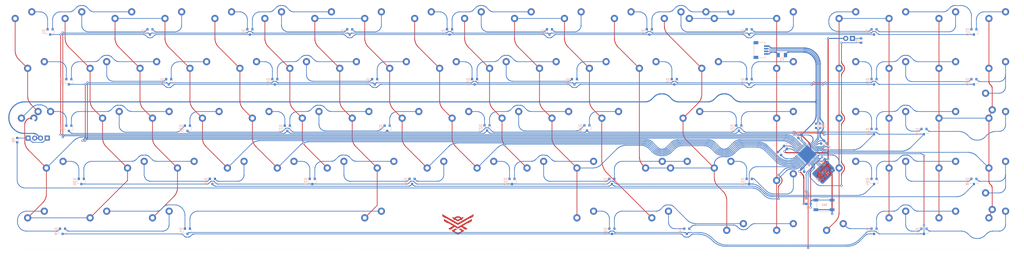
<source format=kicad_pcb>
(kicad_pcb (version 20171130) (host pcbnew "(5.1.7)-1")
  (layers (0 F.Cu signal) (31 B.Cu signal) (34 B.Paste user) (35 F.Paste user) (36 B.SilkS user) (37 F.SilkS user) (38 B.Mask user) (39 F.Mask user) (44 Edge.Cuts user))
  (net 0 "")
  (net 1 GND)
  (net 2 +5V)
  (net 3 XTAL1)
  (net 4 XTAL2)
  (net 5 "Net-(C8-Pad1)")
  (net 6 Row0)
  (net 7 "Net-(D1-Pad2)")
  (net 8 "Net-(D1-Pad1)")
  (net 9 "Net-(D2-Pad2)")
  (net 10 "Net-(D2-Pad1)")
  (net 11 "Net-(D3-Pad2)")
  (net 12 "Net-(D3-Pad1)")
  (net 13 "Net-(D4-Pad2)")
  (net 14 "Net-(D4-Pad1)")
  (net 15 "Net-(D5-Pad2)")
  (net 16 "Net-(D5-Pad1)")
  (net 17 Row1)
  (net 18 "Net-(D6-Pad2)")
  (net 19 "Net-(D6-Pad1)")
  (net 20 "Net-(D7-Pad2)")
  (net 21 "Net-(D7-Pad1)")
  (net 22 "Net-(D8-Pad2)")
  (net 23 "Net-(D8-Pad1)")
  (net 24 "Net-(D9-Pad2)")
  (net 25 "Net-(D9-Pad1)")
  (net 26 "Net-(D10-Pad2)")
  (net 27 "Net-(D10-Pad1)")
  (net 28 Row2)
  (net 29 "Net-(D11-Pad2)")
  (net 30 "Net-(D11-Pad1)")
  (net 31 "Net-(D12-Pad2)")
  (net 32 "Net-(D12-Pad1)")
  (net 33 "Net-(D13-Pad2)")
  (net 34 "Net-(D13-Pad1)")
  (net 35 "Net-(D14-Pad2)")
  (net 36 "Net-(D14-Pad1)")
  (net 37 "Net-(D15-Pad2)")
  (net 38 "Net-(D15-Pad1)")
  (net 39 Row3)
  (net 40 "Net-(D16-Pad2)")
  (net 41 "Net-(D16-Pad1)")
  (net 42 "Net-(D17-Pad2)")
  (net 43 "Net-(D17-Pad1)")
  (net 44 "Net-(D18-Pad2)")
  (net 45 "Net-(D18-Pad1)")
  (net 46 "Net-(D19-Pad2)")
  (net 47 "Net-(D19-Pad1)")
  (net 48 "Net-(D20-Pad2)")
  (net 49 "Net-(D20-Pad1)")
  (net 50 Row4)
  (net 51 "Net-(D21-Pad2)")
  (net 52 "Net-(D21-Pad1)")
  (net 53 "Net-(D22-Pad2)")
  (net 54 "Net-(D22-Pad1)")
  (net 55 "Net-(D23-Pad2)")
  (net 56 "Net-(D23-Pad1)")
  (net 57 "Net-(D24-Pad2)")
  (net 58 "Net-(D24-Pad1)")
  (net 59 "Net-(D25-Pad2)")
  (net 60 "Net-(D25-Pad1)")
  (net 61 Row5)
  (net 62 "Net-(D26-Pad2)")
  (net 63 "Net-(D26-Pad1)")
  (net 64 "Net-(D27-Pad2)")
  (net 65 "Net-(D27-Pad1)")
  (net 66 "Net-(D28-Pad2)")
  (net 67 "Net-(D28-Pad1)")
  (net 68 "Net-(D29-Pad2)")
  (net 69 "Net-(D29-Pad1)")
  (net 70 Row6)
  (net 71 "Net-(D30-Pad2)")
  (net 72 "Net-(D30-Pad1)")
  (net 73 "Net-(D31-Pad2)")
  (net 74 "Net-(D31-Pad1)")
  (net 75 "Net-(D32-Pad2)")
  (net 76 "Net-(D32-Pad1)")
  (net 77 "Net-(D33-Pad2)")
  (net 78 "Net-(D33-Pad1)")
  (net 79 "Net-(D34-Pad2)")
  (net 80 "Net-(D34-Pad1)")
  (net 81 Row7)
  (net 82 "Net-(D35-Pad2)")
  (net 83 "Net-(D35-Pad1)")
  (net 84 "Net-(D36-Pad2)")
  (net 85 "Net-(D36-Pad1)")
  (net 86 "Net-(D37-Pad2)")
  (net 87 "Net-(D37-Pad1)")
  (net 88 "Net-(D38-Pad2)")
  (net 89 "Net-(D38-Pad1)")
  (net 90 Row8)
  (net 91 "Net-(D39-Pad2)")
  (net 92 "Net-(D39-Pad1)")
  (net 93 "Net-(D40-Pad2)")
  (net 94 "Net-(D40-Pad1)")
  (net 95 "Net-(D41-Pad2)")
  (net 96 "Net-(D41-Pad1)")
  (net 97 Row9)
  (net 98 "Net-(D42-Pad2)")
  (net 99 "Net-(D42-Pad1)")
  (net 100 "Net-(D43-Pad2)")
  (net 101 "Net-(D43-Pad1)")
  (net 102 "Net-(D44-Pad2)")
  (net 103 "Net-(D44-Pad1)")
  (net 104 VCC)
  (net 105 D-)
  (net 106 D+)
  (net 107 Col0)
  (net 108 Col1)
  (net 109 Col2)
  (net 110 Col3)
  (net 111 Col4)
  (net 112 Col5)
  (net 113 Col6)
  (net 114 Col7)
  (net 115 "Net-(MX18-Pad4)")
  (net 116 Col8)
  (net 117 Col9)
  (net 118 D1+)
  (net 119 D1-)
  (net 120 "Net-(R3-Pad2)")
  (net 121 RESET)
  (net 122 NUM)
  (net 123 CAPS)
  (net 124 "Net-(U1-Pad42)")
  (net 125 "Net-(U1-Pad22)")
  (net 126 "Net-(U1-Pad21)")
  (net 127 "Net-(U1-Pad1)")
  (net 128 "Net-(MX42-Pad4)")
  (module board_logos:MY-LOGO-SVG (layer F.Cu) (at 174.625 85.725)
    (fp_text reference LOGO1 hide)
    (fp_text value O-LOGO hide)
    (fp_poly (pts (xy 0.933765 1.534225) (xy 0.990637 1.56308) (xy 1.073657 1.607841) (xy 1.178142 1.66578) (xy 1.299407 1.73417) (xy 1.43277 1.810285) (xy 1.573546 1.891398) (xy 1.717051 1.974783) (xy 1.858602 2.057713) (xy 1.993516 2.137462) (xy 2.117108 2.211303) (xy 2.224695 2.276509) (xy 2.311593 2.330354) (xy 2.373118 2.370111) (xy 2.404587 2.393053) (xy 2.407685 2.397195) (xy 2.389508 2.411115) (xy 2.339258 2.445601) (xy 2.260488 2.49835) (xy 2.156749 2.567058) (xy 2.031594 2.649424) (xy 1.888576 2.743145) (xy 1.731247 2.845917) (xy 1.563159 2.955439) (xy 1.387865 3.069407) (xy 1.208916 3.185518) (xy 1.029866 3.301471) (xy 0.854266 3.414961) (xy 0.685669 3.523687) (xy 0.527627 3.625346) (xy 0.383692 3.717635) (xy 0.257418 3.798251) (xy 0.152356 3.864891) (xy 0.072058 3.915253) (xy 0.020077 3.947034) (xy 0 3.957934) (xy -0.019125 3.946731) (xy -0.070874 3.914438) (xy -0.152309 3.862932) (xy -0.260491 3.794091) (xy -0.392483 3.709792) (xy -0.545348 3.611912) (xy -0.716148 3.50233) (xy -0.901945 3.382923) (xy -1.099801 3.255568) (xy -1.205891 3.187204) (xy -1.408881 3.056126) (xy -1.601205 2.931504) (xy -1.779932 2.815266) (xy -1.942127 2.70934) (xy -2.08486 2.615654) (xy -2.205197 2.536136) (xy -2.300206 2.472713) (xy -2.366955 2.427312) (xy -2.40251 2.401863) (xy -2.40769 2.39718) (xy -2.391424 2.38308) (xy -2.342989 2.350875) (xy -2.267068 2.303294) (xy -2.168345 2.243066) (xy -2.051503 2.17292) (xy -1.921224 2.095584) (xy -1.782193 2.013787) (xy -1.639093 1.930258) (xy -1.496606 1.847725) (xy -1.359416 1.768918) (xy -1.232205 1.696565) (xy -1.119659 1.633395) (xy -1.026459 1.582137) (xy -0.957288 1.545519) (xy -0.916831 1.526271) (xy -0.909103 1.524) (xy -0.882118 1.533904) (xy -0.827172 1.560487) (xy -0.752846 1.59906) (xy -0.667724 1.64493) (xy -0.580386 1.693408) (xy -0.499415 1.739803) (xy -0.433393 1.779423) (xy -0.392616 1.806308) (xy -0.372738 1.824081) (xy -0.372752 1.840964) (xy -0.397799 1.864107) (xy -0.453022 1.900659) (xy -0.466699 1.9093) (xy -0.519318 1.941395) (xy -0.601493 1.9902) (xy -0.70599 2.05148) (xy -0.825577 2.121) (xy -0.953018 2.194527) (xy -1.001175 2.222163) (xy -1.139627 2.30217) (xy -1.24433 2.364434) (xy -1.318785 2.411328) (xy -1.366492 2.445227) (xy -1.390949 2.468505) (xy -1.395657 2.483536) (xy -1.392759 2.487804) (xy -1.363363 2.510004) (xy -1.304207 2.550618) (xy -1.220066 2.606608) (xy -1.115718 2.674937) (xy -0.995937 2.752568) (xy -0.8655 2.836464) (xy -0.729182 2.923586) (xy -0.591759 3.010898) (xy -0.458008 3.095361) (xy -0.332704 3.17394) (xy -0.220623 3.243596) (xy -0.126541 3.301291) (xy -0.055233 3.343989) (xy -0.011477 3.368653) (xy 0 3.373576) (xy 0.022976 3.362564) (xy 0.07666 3.331504) (xy 0.156273 3.283433) (xy 0.25704 3.221388) (xy 0.374181 3.148407) (xy 0.502921 3.067526) (xy 0.638481 2.981782) (xy 0.776085 2.894213) (xy 0.910955 2.807857) (xy 1.038313 2.725749) (xy 1.153382 2.650929) (xy 1.251385 2.586431) (xy 1.327545 2.535295) (xy 1.377084 2.500557) (xy 1.392981 2.48799) (xy 1.395161 2.476283) (xy 1.380401 2.457648) (xy 1.345357 2.429856) (xy 1.286688 2.390679) (xy 1.201048 2.33789) (xy 1.085097 2.26926) (xy 0.93549 2.18256) (xy 0.929904 2.179344) (xy 0.797095 2.102529) (xy 0.674664 2.031018) (xy 0.567947 1.967983) (xy 0.482279 1.916597) (xy 0.422996 1.880031) (xy 0.396035 1.861958) (xy 0.380734 1.847416) (xy 0.377335 1.833061) (xy 0.39049 1.814939) (xy 0.42485 1.789097) (xy 0.485069 1.751581) (xy 0.575799 1.698438) (xy 0.615398 1.675544) (xy 0.711573 1.621162) (xy 0.796267 1.575429) (xy 0.862046 1.542199) (xy 0.901474 1.525328) (xy 0.907724 1.524) (xy 0.933765 1.534225)) (layer F.Cu) (width 0.01))
    (fp_poly (pts (xy -5.360979 -2.092516) (xy -5.339332 -2.083716) (xy -5.306118 -2.06785) (xy -5.259676 -2.043979) (xy -5.198343 -2.011163) (xy -5.120458 -1.968465) (xy -5.024361 -1.914943) (xy -4.90839 -1.849659) (xy -4.770883 -1.771675) (xy -4.610181 -1.68005) (xy -4.42462 -1.573845) (xy -4.212541 -1.452121) (xy -3.972281 -1.313939) (xy -3.702181 -1.15836) (xy -3.400577 -0.984444) (xy -3.06581 -0.791252) (xy -2.696217 -0.577846) (xy -2.664005 -0.559242) (xy -2.355969 -0.38146) (xy -2.057731 -0.209575) (xy -1.77137 -0.044775) (xy -1.498965 0.111754) (xy -1.242595 0.258827) (xy -1.004338 0.395256) (xy -0.786273 0.519855) (xy -0.590479 0.631438) (xy -0.419034 0.728818) (xy -0.274018 0.810808) (xy -0.157509 0.876224) (xy -0.071585 0.923877) (xy -0.018326 0.952581) (xy 0 0.961236) (xy 0.021737 0.950854) (xy 0.078031 0.920446) (xy 0.166805 0.871198) (xy 0.285981 0.804294) (xy 0.43348 0.720921) (xy 0.607225 0.622264) (xy 0.805137 0.509509) (xy 1.025138 0.38384) (xy 1.26515 0.246443) (xy 1.523095 0.098504) (xy 1.796895 -0.058792) (xy 2.084472 -0.224259) (xy 2.383748 -0.396713) (xy 2.665877 -0.55951) (xy 3.037906 -0.774283) (xy 3.374977 -0.968777) (xy 3.678758 -1.143937) (xy 3.95092 -1.300707) (xy 4.193131 -1.440032) (xy 4.407063 -1.562856) (xy 4.594384 -1.670124) (xy 4.756765 -1.762781) (xy 4.895876 -1.84177) (xy 5.013386 -1.908036) (xy 5.110964 -1.962525) (xy 5.190282 -2.00618) (xy 5.253008 -2.039945) (xy 5.300812 -2.064766) (xy 5.335364 -2.081587) (xy 5.358335 -2.091353) (xy 5.371393 -2.095008) (xy 5.376209 -2.093496) (xy 5.37633 -2.092677) (xy 5.373394 -2.069491) (xy 5.365374 -2.012448) (xy 5.353449 -1.929555) (xy 5.338795 -1.828822) (xy 5.322591 -1.718259) (xy 5.306014 -1.605876) (xy 5.290241 -1.49968) (xy 5.27645 -1.407682) (xy 5.265819 -1.337892) (xy 5.259608 -1.298806) (xy 5.254479 -1.279555) (xy 5.243421 -1.260129) (xy 5.22271 -1.238024) (xy 5.188624 -1.210739) (xy 5.137442 -1.175771) (xy 5.065441 -1.130616) (xy 4.968899 -1.072774) (xy 4.844093 -0.999741) (xy 4.687301 -0.909014) (xy 4.63479 -0.878733) (xy 4.486857 -0.793836) (xy 4.349326 -0.715622) (xy 4.226813 -0.64666) (xy 4.123933 -0.58952) (xy 4.045299 -0.54677) (xy 3.995526 -0.520981) (xy 3.980545 -0.51445) (xy 3.952604 -0.514327) (xy 3.938571 -0.539823) (xy 3.933112 -0.580414) (xy 3.926417 -0.657032) (xy 2.899995 -0.064416) (xy 2.709515 0.045792) (xy 2.530326 0.149919) (xy 2.365734 0.24601) (xy 2.219049 0.332114) (xy 2.093578 0.406278) (xy 1.992628 0.46655) (xy 1.919508 0.510975) (xy 1.877524 0.537602) (xy 1.868444 0.544559) (xy 1.885185 0.558058) (xy 1.93516 0.590454) (xy 2.014848 0.63964) (xy 2.120726 0.70351) (xy 2.249275 0.779957) (xy 2.396972 0.866873) (xy 2.560296 0.962152) (xy 2.735726 1.063687) (xy 2.7467 1.070013) (xy 2.923046 1.172206) (xy 3.087663 1.268693) (xy 3.236996 1.357313) (xy 3.367493 1.435906) (xy 3.475599 1.50231) (xy 3.55776 1.554366) (xy 3.610423 1.589912) (xy 3.630034 1.606787) (xy 3.630084 1.607112) (xy 3.612633 1.626723) (xy 3.565026 1.66218) (xy 3.494376 1.70926) (xy 3.407799 1.763736) (xy 3.312409 1.821385) (xy 3.215323 1.87798) (xy 3.123654 1.929297) (xy 3.044517 1.971111) (xy 2.985028 1.999197) (xy 2.95275 2.009329) (xy 2.924976 1.999248) (xy 2.86651 1.970631) (xy 2.78259 1.926487) (xy 2.678456 1.869826) (xy 2.559347 1.803655) (xy 2.430501 1.730985) (xy 2.297158 1.654824) (xy 2.164556 1.578182) (xy 2.037935 1.504067) (xy 1.922534 1.435489) (xy 1.823592 1.375457) (xy 1.746347 1.326979) (xy 1.696039 1.293065) (xy 1.677994 1.277162) (xy 1.688885 1.251254) (xy 1.726175 1.219557) (xy 1.734203 1.214581) (xy 1.79852 1.176588) (xy 1.571302 1.043135) (xy 1.480098 0.990672) (xy 1.39871 0.94588) (xy 1.335889 0.913442) (xy 1.300387 0.898042) (xy 1.299962 0.897925) (xy 1.273824 0.901766) (xy 1.22338 0.921867) (xy 1.146489 0.959342) (xy 1.04101 1.015309) (xy 0.904802 1.090883) (xy 0.735723 1.18718) (xy 0.649617 1.236835) (xy 0.502657 1.321117) (xy 0.365974 1.398123) (xy 0.244212 1.46534) (xy 0.142017 1.52026) (xy 0.064036 1.560371) (xy 0.014915 1.583162) (xy 0.000724 1.5875) (xy -0.027365 1.577189) (xy -0.087288 1.547936) (xy -0.174386 1.502258) (xy -0.284001 1.442674) (xy -0.411476 1.371701) (xy -0.552154 1.291858) (xy -0.645266 1.23825) (xy -0.791019 1.154312) (xy -0.925635 1.07762) (xy -1.04461 1.010675) (xy -1.143443 0.955977) (xy -1.217631 0.916027) (xy -1.262674 0.893324) (xy -1.274154 0.889) (xy -1.301106 0.899076) (xy -1.35697 0.926672) (xy -1.434173 0.967841) (xy -1.525139 1.018638) (xy -1.547278 1.031306) (xy -1.794836 1.173612) (xy -1.731948 1.211856) (xy -1.692121 1.244017) (xy -1.676872 1.272756) (xy -1.677414 1.275925) (xy -1.697711 1.293713) (xy -1.74987 1.328872) (xy -1.828651 1.378389) (xy -1.928812 1.439252) (xy -2.045112 1.508447) (xy -2.172311 1.582961) (xy -2.305169 1.659782) (xy -2.438443 1.735896) (xy -2.566894 1.808292) (xy -2.685281 1.873955) (xy -2.788363 1.929874) (xy -2.870899 1.973035) (xy -2.927648 2.000425) (xy -2.95275 2.009102) (xy -2.984301 1.998228) (xy -3.045218 1.969055) (xy -3.12863 1.925171) (xy -3.227667 1.870165) (xy -3.312583 1.821121) (xy -3.416062 1.758843) (xy -3.505428 1.702174) (xy -3.574748 1.655112) (xy -3.618089 1.621656) (xy -3.630083 1.607124) (xy -3.612282 1.591365) (xy -3.561248 1.556814) (xy -3.480533 1.505632) (xy -3.373691 1.439975) (xy -3.244274 1.362004) (xy -3.095835 1.273876) (xy -2.931926 1.177751) (xy -2.756102 1.075788) (xy -2.746491 1.070246) (xy -2.570255 0.968379) (xy -2.405721 0.872737) (xy -2.256437 0.78542) (xy -2.125948 0.708527) (xy -2.017799 0.644158) (xy -1.935535 0.594412) (xy -1.882703 0.561388) (xy -1.862848 0.547186) (xy -1.862783 0.546981) (xy -1.880573 0.534129) (xy -1.931804 0.502143) (xy -2.013196 0.45296) (xy -2.121472 0.388512) (xy -2.253354 0.310738) (xy -2.405564 0.22157) (xy -2.574823 0.122946) (xy -2.757855 0.0168) (xy -2.894541 -0.062168) (xy -3.926416 -0.657381) (xy -3.933111 -0.580589) (xy -3.94135 -0.530063) (xy -3.958397 -0.512246) (xy -3.980259 -0.514375) (xy -4.005842 -0.526604) (xy -4.062708 -0.556995) (xy -4.145498 -0.6025) (xy -4.248857 -0.660072) (xy -4.367428 -0.726665) (xy -4.495855 -0.799231) (xy -4.628782 -0.874723) (xy -4.760852 -0.950095) (xy -4.886709 -1.022299) (xy -5.000997 -1.088289) (xy -5.098358 -1.145017) (xy -5.173438 -1.189437) (xy -5.220879 -1.218502) (xy -5.234547 -1.227877) (xy -5.240952 -1.250533) (xy -5.252397 -1.307407) (xy -5.26763 -1.390855) (xy -5.285399 -1.493232) (xy -5.30445 -1.606892) (xy -5.323532 -1.724192) (xy -5.341392 -1.837487) (xy -5.356778 -1.939132) (xy -5.368438 -2.021481) (xy -5.375119 -2.076891) (xy -5.376213 -2.092677) (xy -5.372718 -2.09519) (xy -5.360979 -2.092516)) (layer F.Cu) (width 0.01))
    (fp_poly (pts (xy -5.974951 -3.932124) (xy -5.920898 -3.905138) (xy -5.836737 -3.860427) (xy -5.725702 -3.799787) (xy -5.591027 -3.725011) (xy -5.435946 -3.637897) (xy -5.263692 -3.540237) (xy -5.077501 -3.433828) (xy -4.8895 -3.325603) (xy -4.353695 -3.016111) (xy -3.853696 -2.727334) (xy -3.388664 -2.458789) (xy -2.957763 -2.209992) (xy -2.560154 -1.980461) (xy -2.194999 -1.769713) (xy -1.86146 -1.577265) (xy -1.558698 -1.402634) (xy -1.285877 -1.245337) (xy -1.042157 -1.104892) (xy -0.826701 -0.980816) (xy -0.638671 -0.872625) (xy -0.477229 -0.779837) (xy -0.341537 -0.701969) (xy -0.230757 -0.638538) (xy -0.14405 -0.589061) (xy -0.08058 -0.553056) (xy -0.039507 -0.530038) (xy -0.019993 -0.519527) (xy -0.018416 -0.518808) (xy 0.002803 -0.528014) (xy 0.058702 -0.557342) (xy 0.147338 -0.605686) (xy 0.266763 -0.67194) (xy 0.415033 -0.754999) (xy 0.590202 -0.853757) (xy 0.790325 -0.967109) (xy 1.013455 -1.093948) (xy 1.257648 -1.233169) (xy 1.520957 -1.383667) (xy 1.801438 -1.544335) (xy 2.097144 -1.714069) (xy 2.40613 -1.891763) (xy 2.726451 -2.076311) (xy 2.995084 -2.231329) (xy 3.322999 -2.420546) (xy 3.641028 -2.603765) (xy 3.947235 -2.779885) (xy 4.239686 -2.947804) (xy 4.516446 -3.106422) (xy 4.77558 -3.254637) (xy 5.015153 -3.391348) (xy 5.233232 -3.515453) (xy 5.42788 -3.625851) (xy 5.597165 -3.721441) (xy 5.73915 -3.801121) (xy 5.851901 -3.863791) (xy 5.933483 -3.908349) (xy 5.981963 -3.933694) (xy 5.995662 -3.939362) (xy 5.997613 -3.914694) (xy 5.993663 -3.855886) (xy 5.984884 -3.770552) (xy 5.97235 -3.666305) (xy 5.957132 -3.55076) (xy 5.940302 -3.431532) (xy 5.922934 -3.316234) (xy 5.906099 -3.212482) (xy 5.890869 -3.127888) (xy 5.878318 -3.070069) (xy 5.869993 -3.047004) (xy 5.843953 -3.028973) (xy 5.786979 -2.993862) (xy 5.704331 -2.944659) (xy 5.601269 -2.884355) (xy 5.483054 -2.815941) (xy 5.354947 -2.742406) (xy 5.222207 -2.666741) (xy 5.090096 -2.591937) (xy 4.963873 -2.520982) (xy 4.848799 -2.456868) (xy 4.750134 -2.402585) (xy 4.67314 -2.361124) (xy 4.623076 -2.335473) (xy 4.605711 -2.328333) (xy 4.580188 -2.347596) (xy 4.56805 -2.392115) (xy 4.561417 -2.455897) (xy 2.360084 -1.183907) (xy 2.014589 -0.984292) (xy 1.703923 -0.804853) (xy 1.426278 -0.644554) (xy 1.179844 -0.50236) (xy 0.962814 -0.377239) (xy 0.773379 -0.268154) (xy 0.609731 -0.174072) (xy 0.470061 -0.093958) (xy 0.352561 -0.026778) (xy 0.255422 0.028503) (xy 0.176837 0.07292) (xy 0.114996 0.107506) (xy 0.068092 0.133296) (xy 0.034316 0.151326) (xy 0.011859 0.162628) (xy -0.001087 0.168238) (xy -0.005555 0.169334) (xy -0.024439 0.158959) (xy -0.077768 0.128682) (xy -0.163329 0.079778) (xy -0.278912 0.013518) (xy -0.422303 -0.068825) (xy -0.591289 -0.165977) (xy -0.78366 -0.276667) (xy -0.997203 -0.39962) (xy -1.229705 -0.533564) (xy -1.478954 -0.677226) (xy -1.742739 -0.829334) (xy -2.018845 -0.988614) (xy -2.287107 -1.143429) (xy -4.561416 -2.456192) (xy -4.568049 -2.392263) (xy -4.582388 -2.343886) (xy -4.605621 -2.328333) (xy -4.629098 -2.338484) (xy -4.683903 -2.366944) (xy -4.764776 -2.410724) (xy -4.866459 -2.466833) (xy -4.983693 -2.532283) (xy -5.11122 -2.604083) (xy -5.243782 -2.679243) (xy -5.376121 -2.754775) (xy -5.502977 -2.827687) (xy -5.619092 -2.894992) (xy -5.719209 -2.953698) (xy -5.798068 -3.000817) (xy -5.850412 -3.033358) (xy -5.869993 -3.047194) (xy -5.879096 -3.073247) (xy -5.891875 -3.133172) (xy -5.907256 -3.219353) (xy -5.924167 -3.324171) (xy -5.941534 -3.440009) (xy -5.958286 -3.559249) (xy -5.97335 -3.674272) (xy -5.985652 -3.777462) (xy -5.994121 -3.8612) (xy -5.997682 -3.917869) (xy -5.995662 -3.93959) (xy -5.974951 -3.932124)) (layer F.Cu) (width 0.01))
    (fp_poly (pts (xy 0.110068 -3.109287) (xy 0.219853 -3.103346) (xy 0.312847 -3.094724) (xy 0.350654 -3.089254) (xy 0.606191 -3.02537) (xy 0.851143 -2.927853) (xy 1.076962 -2.800822) (xy 1.275099 -2.648397) (xy 1.285839 -2.638609) (xy 1.375761 -2.555841) (xy 1.692334 -2.738421) (xy 1.796401 -2.798073) (xy 1.887436 -2.849558) (xy 1.959258 -2.889438) (xy 2.005688 -2.914273) (xy 2.020453 -2.921) (xy 2.029451 -2.900482) (xy 2.03116 -2.840235) (xy 2.025649 -2.74222) (xy 2.012986 -2.608396) (xy 2.007877 -2.562203) (xy 1.983753 -2.350056) (xy 1.817377 -2.252516) (xy 1.651 -2.154977) (xy 1.651 -1.823515) (xy 1.455209 -1.710799) (xy 1.372885 -1.664488) (xy 1.303384 -1.627404) (xy 1.255267 -1.603994) (xy 1.23825 -1.598083) (xy 1.226071 -1.617393) (xy 1.214619 -1.667973) (xy 1.2065 -1.737522) (xy 1.195917 -1.876961) (xy 0.614945 -1.54173) (xy 0.471496 -1.459551) (xy 0.338812 -1.384672) (xy 0.221573 -1.319646) (xy 0.124459 -1.267026) (xy 0.052151 -1.229363) (xy 0.009327 -1.209212) (xy 0.000355 -1.2065) (xy -0.025659 -1.216755) (xy -0.083542 -1.245821) (xy -0.168617 -1.291145) (xy -0.276205 -1.350176) (xy -0.401627 -1.420361) (xy -0.540205 -1.499149) (xy -0.61459 -1.541909) (xy -1.195916 -1.877318) (xy -1.2065 -1.7377) (xy -1.214781 -1.667071) (xy -1.226257 -1.616861) (xy -1.23825 -1.598083) (xy -1.264339 -1.608096) (xy -1.318331 -1.63517) (xy -1.391665 -1.674857) (xy -1.455208 -1.710799) (xy -1.651 -1.823515) (xy -1.651 -2.157862) (xy -1.81736 -2.253819) (xy -1.934939 -2.321638) (xy -0.885773 -2.321638) (xy -0.882537 -2.307184) (xy -0.855236 -2.281676) (xy -0.801189 -2.243329) (xy -0.717714 -2.190357) (xy -0.602128 -2.120975) (xy -0.458775 -2.037452) (xy -0.334411 -1.965865) (xy -0.22259 -1.901845) (xy -0.128399 -1.848278) (xy -0.056925 -1.808046) (xy -0.013254 -1.784034) (xy -0.001839 -1.778402) (xy 0.01815 -1.788404) (xy 0.069708 -1.816733) (xy 0.147756 -1.860526) (xy 0.247215 -1.91692) (xy 0.363006 -1.983052) (xy 0.456971 -2.037009) (xy 0.606118 -2.123702) (xy 0.720587 -2.192313) (xy 0.803075 -2.244634) (xy 0.856283 -2.282457) (xy 0.882909 -2.307574) (xy 0.885808 -2.321597) (xy 0.836006 -2.365015) (xy 0.756982 -2.415347) (xy 0.659817 -2.466557) (xy 0.555594 -2.512611) (xy 0.491997 -2.536028) (xy 0.424214 -2.557498) (xy 0.36364 -2.572555) (xy 0.300284 -2.582316) (xy 0.224154 -2.587896) (xy 0.125259 -2.590411) (xy 0 -2.590978) (xy -0.130057 -2.590352) (xy -0.227782 -2.587729) (xy -0.303165 -2.581994) (xy -0.3662 -2.572031) (xy -0.426877 -2.556724) (xy -0.491997 -2.536028) (xy -0.594966 -2.496255) (xy -0.6978 -2.447568) (xy -0.789414 -2.396001) (xy -0.858726 -2.347586) (xy -0.885773 -2.321638) (xy -1.934939 -2.321638) (xy -1.983721 -2.349775) (xy -2.00786 -2.562063) (xy -2.022497 -2.70474) (xy -2.030194 -2.813285) (xy -2.03087 -2.885414) (xy -2.024442 -2.918847) (xy -2.020844 -2.921) (xy -1.999724 -2.910983) (xy -1.94812 -2.88321) (xy -1.872207 -2.8411) (xy -1.77816 -2.788072) (xy -1.692105 -2.738992) (xy -1.374522 -2.556984) (xy -1.285219 -2.63918) (xy -1.089826 -2.792317) (xy -0.866143 -2.920609) (xy -0.622815 -3.019893) (xy -0.36849 -3.086004) (xy -0.350654 -3.089254) (xy -0.273813 -3.098899) (xy -0.171159 -3.106435) (xy -0.059201 -3.110815) (xy 0 -3.1115) (xy 0.110068 -3.109287)) (layer F.Cu) (width 0.01))
  )
  (module MX_Only:MXOnly-2U-ReversedStabilizers-NoLED (layer F.Cu) (at 381 76.2 90)
    (fp_text reference MX78)
    (fp_text value MX-NoLED)
    (pad "" np_thru_hole circle (at 11.90625 -8.255 90) (size 3.9878 3.9878) (drill 3.9878) (layers *.Cu *.Mask))
    (pad "" np_thru_hole circle (at -11.90625 -8.255 90) (size 3.9878 3.9878) (drill 3.9878) (layers *.Cu *.Mask))
    (pad "" np_thru_hole circle (at 11.90625 6.985 90) (size 3.048 3.048) (drill 3.048) (layers *.Cu *.Mask))
    (pad "" np_thru_hole circle (at -11.90625 6.985 90) (size 3.048 3.048) (drill 3.048) (layers *.Cu *.Mask))
    (pad "" np_thru_hole circle (at 5.08 0 138.0996) (size 1.75 1.75) (drill 1.75) (layers *.Cu *.Mask))
    (pad "" np_thru_hole circle (at -5.08 0 138.0996) (size 1.75 1.75) (drill 1.75) (layers *.Cu *.Mask))
    (pad 1 thru_hole circle (at -3.81 -2.54 90) (size 2.75 2.75) (drill 1.47) (layers *.Cu B.Mask) (net 117 Col9))
    (pad "" np_thru_hole circle (at 0 0 90) (size 3.9878 3.9878) (drill 3.9878) (layers *.Cu *.Mask))
    (pad 2 thru_hole circle (at 2.54 -5.08 90) (size 2.75 2.75) (drill 1.47) (layers *.Cu B.Mask) (net 88 "Net-(D38-Pad2)"))
  )
  (module MX_Only:MXOnly-2U-ReversedStabilizers-NoLED (layer F.Cu) (at 381 38.1 90)
    (fp_text reference MX40)
    (fp_text value MX-NoLED)
    (pad "" np_thru_hole circle (at 11.90625 -8.255 90) (size 3.9878 3.9878) (drill 3.9878) (layers *.Cu *.Mask))
    (pad "" np_thru_hole circle (at -11.90625 -8.255 90) (size 3.9878 3.9878) (drill 3.9878) (layers *.Cu *.Mask))
    (pad "" np_thru_hole circle (at 11.90625 6.985 90) (size 3.048 3.048) (drill 3.048) (layers *.Cu *.Mask))
    (pad "" np_thru_hole circle (at -11.90625 6.985 90) (size 3.048 3.048) (drill 3.048) (layers *.Cu *.Mask))
    (pad "" np_thru_hole circle (at 5.08 0 138.0996) (size 1.75 1.75) (drill 1.75) (layers *.Cu *.Mask))
    (pad "" np_thru_hole circle (at -5.08 0 138.0996) (size 1.75 1.75) (drill 1.75) (layers *.Cu *.Mask))
    (pad 1 thru_hole circle (at -3.81 -2.54 90) (size 2.75 2.75) (drill 1.47) (layers *.Cu B.Mask) (net 117 Col9))
    (pad "" np_thru_hole circle (at 0 0 90) (size 3.9878 3.9878) (drill 3.9878) (layers *.Cu *.Mask))
    (pad 2 thru_hole circle (at 2.54 -5.08 90) (size 2.75 2.75) (drill 1.47) (layers *.Cu B.Mask) (net 48 "Net-(D20-Pad2)"))
  )
  (module MX_Only:MXOnly-1U-NoLED (layer F.Cu) (at 342.9 28.575)
    (fp_text reference MX38)
    (fp_text value MX-NoLED)
    (pad 2 thru_hole circle (at 2.54 -5.08) (size 2.75 2.75) (drill 1.47) (layers *.Cu B.Mask) (net 49 "Net-(D20-Pad1)"))
    (pad "" np_thru_hole circle (at 0 0) (size 3.9878 3.9878) (drill 3.9878) (layers *.Cu *.Mask))
    (pad 1 thru_hole circle (at -3.81 -2.54) (size 2.75 2.75) (drill 1.47) (layers *.Cu B.Mask) (net 116 Col8))
    (pad "" np_thru_hole circle (at -5.08 0 48.0996) (size 1.75 1.75) (drill 1.75) (layers *.Cu *.Mask))
    (pad "" np_thru_hole circle (at 5.08 0 48.0996) (size 1.75 1.75) (drill 1.75) (layers *.Cu *.Mask))
  )
  (module MX_Only:MXOnly-1.75U (layer F.Cu) (at 16.66875 47.625)
    (fp_text reference MX43)
    (fp_text value MX-LED)
    (pad "" np_thru_hole circle (at 5.08 0 48.0996) (size 1.75 1.75) (drill 1.75) (layers *.Cu *.Mask))
    (pad "" np_thru_hole circle (at -5.08 0 48.0996) (size 1.75 1.75) (drill 1.75) (layers *.Cu *.Mask))
    (pad 4 thru_hole rect (at 1.27 5.08) (size 1.905 1.905) (drill 1.04) (layers *.Cu B.Mask) (net 128 "Net-(MX42-Pad4)"))
    (pad 3 thru_hole circle (at -1.27 5.08) (size 1.905 1.905) (drill 1.04) (layers *.Cu B.Mask) (net 2 +5V))
    (pad 1 thru_hole circle (at -3.81 -2.54) (size 2.75 2.75) (drill 1.47) (layers *.Cu B.Mask) (net 107 Col0))
    (pad "" np_thru_hole circle (at 0 0) (size 3.9878 3.9878) (drill 3.9878) (layers *.Cu *.Mask))
    (pad 2 thru_hole circle (at 2.54 -5.08) (size 2.75 2.75) (drill 1.47) (layers *.Cu B.Mask) (net 52 "Net-(D21-Pad1)"))
  )
  (module MX_Only:MXOnly-1.25U-FLIPPED (layer F.Cu) (at 11.90625 47.625)
    (fp_text reference MX42)
    (fp_text value MX-LED)
    (pad 2 thru_hole circle (at 2.54 -5.08) (size 2.75 2.75) (drill 1.47) (layers *.Cu B.Mask) (net 107 Col0))
    (pad "" np_thru_hole circle (at 0 0) (size 3.9878 3.9878) (drill 3.9878) (layers *.Cu *.Mask))
    (pad 1 thru_hole circle (at -3.81 -2.54) (size 2.75 2.75) (drill 1.47) (layers *.Cu B.Mask) (net 52 "Net-(D21-Pad1)"))
    (pad 3 thru_hole circle (at 1.27 5.08) (size 1.905 1.905) (drill 1.04) (layers *.Cu B.Mask) (net 2 +5V))
    (pad 4 thru_hole rect (at -1.27 5.08) (size 1.905 1.905) (drill 1.04) (layers *.Cu B.Mask) (net 128 "Net-(MX42-Pad4)"))
    (pad "" np_thru_hole circle (at -5.08 0 48.0996) (size 1.75 1.75) (drill 1.75) (layers *.Cu *.Mask))
    (pad "" np_thru_hole circle (at 5.08 0 48.0996) (size 1.75 1.75) (drill 1.75) (layers *.Cu *.Mask))
  )
  (module Crystal:Crystal_SMD_3225-4Pin_3.2x2.5mm (layer B.Cu) (at 314.0075 64.4525 45)
    (fp_text reference Y1 (at 0 2.45 45) (layer B.SilkS) (effects (justify mirror)))
    (fp_text value 16MHz)
    (pad 4 smd rect (at -1.1 0.85 45) (size 1.4 1.2) (layers B.Cu B.Paste B.Mask) (net 1 GND))
    (pad 3 smd rect (at 1.1 0.85 45) (size 1.4 1.2) (layers B.Cu B.Paste B.Mask) (net 4 XTAL2))
    (pad 2 smd rect (at 1.1 -0.85 45) (size 1.4 1.2) (layers B.Cu B.Paste B.Mask) (net 1 GND))
    (pad 1 smd rect (at -1.1 -0.85 45) (size 1.4 1.2) (layers B.Cu B.Paste B.Mask) (net 3 XTAL1))
  )
  (module Package_DFN_QFN:QFN-44-1EP_7x7mm_P0.5mm_EP5.2x5.2mm (layer B.Cu) (at 307.848 58.928 225)
    (fp_text reference U1 (at 0 4.82 45) (layer B.SilkS) (effects (justify mirror)))
    (fp_text value ATmega32U4-MU)
    (pad 45 smd rect (at 0 0 225) (size 5.2 5.2) (layers B.Cu B.Mask) (net 1 GND))
    (pad 44 smd roundrect (at -2.5 3.3375 225) (size 0.25 1.075) (layers B.Cu B.Paste B.Mask) (net 2 +5V))
    (pad 43 smd roundrect (at -2 3.3375 225) (size 0.25 1.075) (layers B.Cu B.Paste B.Mask) (net 1 GND))
    (pad 42 smd roundrect (at -1.5 3.3375 225) (size 0.25 1.075) (layers B.Cu B.Paste B.Mask) (net 124 "Net-(U1-Pad42)"))
    (pad 41 smd roundrect (at -1 3.3375 225) (size 0.25 1.075) (layers B.Cu B.Paste B.Mask) (net 6 Row0))
    (pad 40 smd roundrect (at -0.5 3.3375 225) (size 0.25 1.075) (layers B.Cu B.Paste B.Mask) (net 17 Row1))
    (pad 39 smd roundrect (at 0 3.3375 225) (size 0.25 1.075) (layers B.Cu B.Paste B.Mask) (net 107 Col0))
    (pad 38 smd roundrect (at 0.5 3.3375 225) (size 0.25 1.075) (layers B.Cu B.Paste B.Mask) (net 28 Row2))
    (pad 37 smd roundrect (at 1 3.3375 225) (size 0.25 1.075) (layers B.Cu B.Paste B.Mask) (net 39 Row3))
    (pad 36 smd roundrect (at 1.5 3.3375 225) (size 0.25 1.075) (layers B.Cu B.Paste B.Mask) (net 108 Col1))
    (pad 35 smd roundrect (at 2 3.3375 225) (size 0.25 1.075) (layers B.Cu B.Paste B.Mask) (net 1 GND))
    (pad 34 smd roundrect (at 2.5 3.3375 225) (size 0.25 1.075) (layers B.Cu B.Paste B.Mask) (net 2 +5V))
    (pad 33 smd roundrect (at 3.3375 2.5 225) (size 1.075 0.25) (layers B.Cu B.Paste B.Mask) (net 120 "Net-(R3-Pad2)"))
    (pad 32 smd roundrect (at 3.3375 2 225) (size 1.075 0.25) (layers B.Cu B.Paste B.Mask) (net 109 Col2))
    (pad 31 smd roundrect (at 3.3375 1.5 225) (size 1.075 0.25) (layers B.Cu B.Paste B.Mask) (net 110 Col3))
    (pad 30 smd roundrect (at 3.3375 1 225) (size 1.075 0.25) (layers B.Cu B.Paste B.Mask) (net 111 Col4))
    (pad 29 smd roundrect (at 3.3375 0.5 225) (size 1.075 0.25) (layers B.Cu B.Paste B.Mask) (net 112 Col5))
    (pad 28 smd roundrect (at 3.3375 0 225) (size 1.075 0.25) (layers B.Cu B.Paste B.Mask) (net 113 Col6))
    (pad 27 smd roundrect (at 3.3375 -0.5 225) (size 1.075 0.25) (layers B.Cu B.Paste B.Mask) (net 70 Row6))
    (pad 26 smd roundrect (at 3.3375 -1 225) (size 1.075 0.25) (layers B.Cu B.Paste B.Mask) (net 123 CAPS))
    (pad 25 smd roundrect (at 3.3375 -1.5 225) (size 1.075 0.25) (layers B.Cu B.Paste B.Mask) (net 114 Col7))
    (pad 24 smd roundrect (at 3.3375 -2 225) (size 1.075 0.25) (layers B.Cu B.Paste B.Mask) (net 2 +5V))
    (pad 23 smd roundrect (at 3.3375 -2.5 225) (size 1.075 0.25) (layers B.Cu B.Paste B.Mask) (net 1 GND))
    (pad 22 smd roundrect (at 2.5 -3.3375 225) (size 0.25 1.075) (layers B.Cu B.Paste B.Mask) (net 125 "Net-(U1-Pad22)"))
    (pad 21 smd roundrect (at 2 -3.3375 225) (size 0.25 1.075) (layers B.Cu B.Paste B.Mask) (net 126 "Net-(U1-Pad21)"))
    (pad 20 smd roundrect (at 1.5 -3.3375 225) (size 0.25 1.075) (layers B.Cu B.Paste B.Mask) (net 81 Row7))
    (pad 19 smd roundrect (at 1 -3.3375 225) (size 0.25 1.075) (layers B.Cu B.Paste B.Mask) (net 90 Row8))
    (pad 18 smd roundrect (at 0.5 -3.3375 225) (size 0.25 1.075) (layers B.Cu B.Paste B.Mask) (net 122 NUM))
    (pad 17 smd roundrect (at 0 -3.3375 225) (size 0.25 1.075) (layers B.Cu B.Paste B.Mask) (net 3 XTAL1))
    (pad 16 smd roundrect (at -0.5 -3.3375 225) (size 0.25 1.075) (layers B.Cu B.Paste B.Mask) (net 4 XTAL2))
    (pad 15 smd roundrect (at -1 -3.3375 225) (size 0.25 1.075) (layers B.Cu B.Paste B.Mask) (net 1 GND))
    (pad 14 smd roundrect (at -1.5 -3.3375 225) (size 0.25 1.075) (layers B.Cu B.Paste B.Mask) (net 2 +5V))
    (pad 13 smd roundrect (at -2 -3.3375 225) (size 0.25 1.075) (layers B.Cu B.Paste B.Mask) (net 121 RESET))
    (pad 12 smd roundrect (at -2.5 -3.3375 225) (size 0.25 1.075) (layers B.Cu B.Paste B.Mask) (net 116 Col8))
    (pad 11 smd roundrect (at -3.3375 -2.5 225) (size 1.075 0.25) (layers B.Cu B.Paste B.Mask) (net 97 Row9))
    (pad 10 smd roundrect (at -3.3375 -2 225) (size 1.075 0.25) (layers B.Cu B.Paste B.Mask) (net 117 Col9))
    (pad 9 smd roundrect (at -3.3375 -1.5 225) (size 1.075 0.25) (layers B.Cu B.Paste B.Mask) (net 61 Row5))
    (pad 8 smd roundrect (at -3.3375 -1 225) (size 1.075 0.25) (layers B.Cu B.Paste B.Mask) (net 50 Row4))
    (pad 7 smd roundrect (at -3.3375 -0.5 225) (size 1.075 0.25) (layers B.Cu B.Paste B.Mask) (net 2 +5V))
    (pad 6 smd roundrect (at -3.3375 0 225) (size 1.075 0.25) (layers B.Cu B.Paste B.Mask) (net 5 "Net-(C8-Pad1)"))
    (pad 5 smd roundrect (at -3.3375 0.5 225) (size 1.075 0.25) (layers B.Cu B.Paste B.Mask) (net 1 GND))
    (pad 4 smd roundrect (at -3.3375 1 225) (size 1.075 0.25) (layers B.Cu B.Paste B.Mask) (net 118 D1+))
    (pad 3 smd roundrect (at -3.3375 1.5 225) (size 1.075 0.25) (layers B.Cu B.Paste B.Mask) (net 119 D1-))
    (pad 2 smd roundrect (at -3.3375 2 225) (size 1.075 0.25) (layers B.Cu B.Paste B.Mask) (net 2 +5V))
    (pad 1 smd roundrect (at -3.3375 2.5 225) (size 1.075 0.25) (layers B.Cu B.Paste B.Mask) (net 127 "Net-(U1-Pad1)"))
  )
  (module footprints-and-logos:K2-1187SQ-A4SW-06 (layer B.Cu) (at 314.2615 78.232)
    (fp_text reference SW1 (at 0.1 0) (layer B.SilkS) (effects (font (size 0.7 0.7)) (justify mirror)))
    (fp_text value SW_Push)
    (pad 1 smd rect (at -3.1 1.85) (size 1.8 1.1) (layers B.Cu B.Paste B.Mask) (net 1 GND))
    (pad 1 smd rect (at 3.1 1.85) (size 1.8 1.1) (layers B.Cu B.Paste B.Mask) (net 1 GND))
    (pad 2 smd rect (at -3.1 -1.85) (size 1.8 1.1) (layers B.Cu B.Paste B.Mask) (net 121 RESET))
    (pad 2 smd rect (at 3.1 -1.85) (size 1.8 1.1) (layers B.Cu B.Paste B.Mask) (net 121 RESET))
  )
  (module Resistor_SMD:R_0603_1608Metric (layer B.Cu) (at 6.477 53.467 270)
    (fp_text reference R6 (at 0 1.43 90) (layer B.SilkS) (effects (justify mirror)))
    (fp_text value 470)
    (pad 2 smd roundrect (at 0.825 0 270) (size 0.8 0.95) (layers B.Cu B.Paste B.Mask) (net 123 CAPS))
    (pad 1 smd roundrect (at -0.825 0 270) (size 0.8 0.95) (layers B.Cu B.Paste B.Mask) (net 128 "Net-(MX42-Pad4)"))
  )
  (module Resistor_SMD:R_0603_1608Metric (layer B.Cu) (at 328.422 15.4305 270)
    (fp_text reference R5 (at 0 1.43 270) (layer B.SilkS) (effects (justify mirror)))
    (fp_text value 470)
    (pad 2 smd roundrect (at 0.825 0 270) (size 0.8 0.95) (layers B.Cu B.Paste B.Mask) (net 122 NUM))
    (pad 1 smd roundrect (at -0.825 0 270) (size 0.8 0.95) (layers B.Cu B.Paste B.Mask) (net 115 "Net-(MX18-Pad4)"))
  )
  (module Resistor_SMD:R_0603_1608Metric (layer B.Cu) (at 308.356 77.851)
    (fp_text reference R4 (at 0 1.43) (layer B.SilkS) (effects (justify mirror)))
    (fp_text value 10k)
    (pad 1 smd roundrect (at -0.825 0) (size 0.8 0.95) (layers B.Cu B.Paste B.Mask) (net 2 +5V))
    (pad 2 smd roundrect (at 0.825 0) (size 0.8 0.95) (layers B.Cu B.Paste B.Mask) (net 121 RESET))
  )
  (module Resistor_SMD:R_0603_1608Metric (layer B.Cu) (at 297.307 58.6105 315)
    (fp_text reference R3 (at 0 1.43 135) (layer B.SilkS) (effects (justify mirror)))
    (fp_text value 10k)
    (pad 2 smd roundrect (at 0.825 0 315) (size 0.8 0.95) (layers B.Cu B.Paste B.Mask) (net 120 "Net-(R3-Pad2)"))
    (pad 1 smd roundrect (at -0.825 0 315) (size 0.8 0.95) (layers B.Cu B.Paste B.Mask) (net 1 GND))
  )
  (module Resistor_SMD:R_0603_1608Metric (layer B.Cu) (at 311.277 48.006 90)
    (fp_text reference R2 (at 0 1.43 90) (layer B.SilkS) (effects (justify mirror)))
    (fp_text value 22)
    (pad 2 smd roundrect (at 0.825 0 90) (size 0.8 0.95) (layers B.Cu B.Paste B.Mask) (net 105 D-))
    (pad 1 smd roundrect (at -0.825 0 90) (size 0.8 0.95) (layers B.Cu B.Paste B.Mask) (net 119 D1-))
  )
  (module Resistor_SMD:R_0603_1608Metric (layer B.Cu) (at 312.801 48.006 90)
    (fp_text reference R1 (at 0 1.43 90) (layer B.SilkS) (effects (justify mirror)))
    (fp_text value 22)
    (pad 2 smd roundrect (at 0.825 0 90) (size 0.8 0.95) (layers B.Cu B.Paste B.Mask) (net 106 D+))
    (pad 1 smd roundrect (at -0.825 0 90) (size 0.8 0.95) (layers B.Cu B.Paste B.Mask) (net 118 D1+))
  )
  (module MX_Only:MXOnly-1U-NoLED (layer F.Cu) (at 319.0875 90.4875)
    (fp_text reference MX92)
    (fp_text value MX-NoLED)
    (pad 2 thru_hole circle (at 2.54 -5.08) (size 2.75 2.75) (drill 1.47) (layers *.Cu B.Mask) (net 96 "Net-(D41-Pad1)"))
    (pad "" np_thru_hole circle (at 0 0) (size 3.9878 3.9878) (drill 3.9878) (layers *.Cu *.Mask))
    (pad 1 thru_hole circle (at -3.81 -2.54) (size 2.75 2.75) (drill 1.47) (layers *.Cu B.Mask) (net 116 Col8))
    (pad "" np_thru_hole circle (at -5.08 0 48.0996) (size 1.75 1.75) (drill 1.75) (layers *.Cu *.Mask))
    (pad "" np_thru_hole circle (at 5.08 0 48.0996) (size 1.75 1.75) (drill 1.75) (layers *.Cu *.Mask))
  )
  (module MX_Only:MXOnly-1U-NoLED (layer F.Cu) (at 300.0375 90.4875)
    (fp_text reference MX91)
    (fp_text value MX-NoLED)
    (pad 2 thru_hole circle (at 2.54 -5.08) (size 2.75 2.75) (drill 1.47) (layers *.Cu B.Mask) (net 100 "Net-(D43-Pad2)"))
    (pad "" np_thru_hole circle (at 0 0) (size 3.9878 3.9878) (drill 3.9878) (layers *.Cu *.Mask))
    (pad 1 thru_hole circle (at -3.81 -2.54) (size 2.75 2.75) (drill 1.47) (layers *.Cu B.Mask) (net 114 Col7))
    (pad "" np_thru_hole circle (at -5.08 0 48.0996) (size 1.75 1.75) (drill 1.75) (layers *.Cu *.Mask))
    (pad "" np_thru_hole circle (at 5.08 0 48.0996) (size 1.75 1.75) (drill 1.75) (layers *.Cu *.Mask))
  )
  (module MX_Only:MXOnly-1U-NoLED (layer F.Cu) (at 280.9875 90.4875)
    (fp_text reference MX90)
    (fp_text value MX-NoLED)
    (pad 2 thru_hole circle (at 2.54 -5.08) (size 2.75 2.75) (drill 1.47) (layers *.Cu B.Mask) (net 93 "Net-(D40-Pad2)"))
    (pad "" np_thru_hole circle (at 0 0) (size 3.9878 3.9878) (drill 3.9878) (layers *.Cu *.Mask))
    (pad 1 thru_hole circle (at -3.81 -2.54) (size 2.75 2.75) (drill 1.47) (layers *.Cu B.Mask) (net 113 Col6))
    (pad "" np_thru_hole circle (at -5.08 0 48.0996) (size 1.75 1.75) (drill 1.75) (layers *.Cu *.Mask))
    (pad "" np_thru_hole circle (at 5.08 0 48.0996) (size 1.75 1.75) (drill 1.75) (layers *.Cu *.Mask))
  )
  (module MX_Only:MXOnly-1U-NoLED (layer F.Cu) (at 381 85.725)
    (fp_text reference MX89)
    (fp_text value MX-NoLED)
    (pad 2 thru_hole circle (at 2.54 -5.08) (size 2.75 2.75) (drill 1.47) (layers *.Cu B.Mask) (net 102 "Net-(D44-Pad2)"))
    (pad "" np_thru_hole circle (at 0 0) (size 3.9878 3.9878) (drill 3.9878) (layers *.Cu *.Mask))
    (pad 1 thru_hole circle (at -3.81 -2.54) (size 2.75 2.75) (drill 1.47) (layers *.Cu B.Mask) (net 117 Col9))
    (pad "" np_thru_hole circle (at -5.08 0 48.0996) (size 1.75 1.75) (drill 1.75) (layers *.Cu *.Mask))
    (pad "" np_thru_hole circle (at 5.08 0 48.0996) (size 1.75 1.75) (drill 1.75) (layers *.Cu *.Mask))
  )
  (module MX_Only:MXOnly-1U-NoLED (layer F.Cu) (at 361.95 85.725)
    (fp_text reference MX88)
    (fp_text value MX-NoLED)
    (pad 2 thru_hole circle (at 2.54 -5.08) (size 2.75 2.75) (drill 1.47) (layers *.Cu B.Mask) (net 95 "Net-(D41-Pad2)"))
    (pad "" np_thru_hole circle (at 0 0) (size 3.9878 3.9878) (drill 3.9878) (layers *.Cu *.Mask))
    (pad 1 thru_hole circle (at -3.81 -2.54) (size 2.75 2.75) (drill 1.47) (layers *.Cu B.Mask) (net 117 Col9))
    (pad "" np_thru_hole circle (at -5.08 0 48.0996) (size 1.75 1.75) (drill 1.75) (layers *.Cu *.Mask))
    (pad "" np_thru_hole circle (at 5.08 0 48.0996) (size 1.75 1.75) (drill 1.75) (layers *.Cu *.Mask))
  )
  (module MX_Only:MXOnly-1U-NoLED (layer F.Cu) (at 342.9 85.725)
    (fp_text reference MX87)
    (fp_text value MX-NoLED)
    (pad 2 thru_hole circle (at 2.54 -5.08) (size 2.75 2.75) (drill 1.47) (layers *.Cu B.Mask) (net 103 "Net-(D44-Pad1)"))
    (pad "" np_thru_hole circle (at 0 0) (size 3.9878 3.9878) (drill 3.9878) (layers *.Cu *.Mask))
    (pad 1 thru_hole circle (at -3.81 -2.54) (size 2.75 2.75) (drill 1.47) (layers *.Cu B.Mask) (net 116 Col8))
    (pad "" np_thru_hole circle (at -5.08 0 48.0996) (size 1.75 1.75) (drill 1.75) (layers *.Cu *.Mask))
    (pad "" np_thru_hole circle (at 5.08 0 48.0996) (size 1.75 1.75) (drill 1.75) (layers *.Cu *.Mask))
  )
  (module MX_Only:MXOnly-1.5U-NoLED (layer F.Cu) (at 252.4125 85.725)
    (fp_text reference MX86)
    (fp_text value MX-NoLED)
    (pad 2 thru_hole circle (at 2.54 -5.08) (size 2.75 2.75) (drill 1.47) (layers *.Cu B.Mask) (net 101 "Net-(D43-Pad1)"))
    (pad "" np_thru_hole circle (at 0 0) (size 3.9878 3.9878) (drill 3.9878) (layers *.Cu *.Mask))
    (pad 1 thru_hole circle (at -3.81 -2.54) (size 2.75 2.75) (drill 1.47) (layers *.Cu B.Mask) (net 112 Col5))
    (pad "" np_thru_hole circle (at -5.08 0 48.0996) (size 1.75 1.75) (drill 1.75) (layers *.Cu *.Mask))
    (pad "" np_thru_hole circle (at 5.08 0 48.0996) (size 1.75 1.75) (drill 1.75) (layers *.Cu *.Mask))
  )
  (module MX_Only:MXOnly-1.5U-NoLED (layer F.Cu) (at 223.8375 85.725)
    (fp_text reference MX85)
    (fp_text value MX-NoLED)
    (pad 2 thru_hole circle (at 2.54 -5.08) (size 2.75 2.75) (drill 1.47) (layers *.Cu B.Mask) (net 94 "Net-(D40-Pad1)"))
    (pad "" np_thru_hole circle (at 0 0) (size 3.9878 3.9878) (drill 3.9878) (layers *.Cu *.Mask))
    (pad 1 thru_hole circle (at -3.81 -2.54) (size 2.75 2.75) (drill 1.47) (layers *.Cu B.Mask) (net 112 Col5))
    (pad "" np_thru_hole circle (at -5.08 0 48.0996) (size 1.75 1.75) (drill 1.75) (layers *.Cu *.Mask))
    (pad "" np_thru_hole circle (at 5.08 0 48.0996) (size 1.75 1.75) (drill 1.75) (layers *.Cu *.Mask))
  )
  (module MX_Only:MXOnly-7U-ReversedStabilizers-NoLED (layer F.Cu) (at 142.875 85.725)
    (fp_text reference MX84)
    (fp_text value MX-NoLED)
    (pad 2 thru_hole circle (at 2.54 -5.08) (size 2.75 2.75) (drill 1.47) (layers *.Cu B.Mask) (net 98 "Net-(D42-Pad2)"))
    (pad "" np_thru_hole circle (at 0 0) (size 3.9878 3.9878) (drill 3.9878) (layers *.Cu *.Mask))
    (pad 1 thru_hole circle (at -3.81 -2.54) (size 2.75 2.75) (drill 1.47) (layers *.Cu B.Mask) (net 110 Col3))
    (pad "" np_thru_hole circle (at -5.08 0 48.0996) (size 1.75 1.75) (drill 1.75) (layers *.Cu *.Mask))
    (pad "" np_thru_hole circle (at 5.08 0 48.0996) (size 1.75 1.75) (drill 1.75) (layers *.Cu *.Mask))
    (pad "" np_thru_hole circle (at -57.15 6.985) (size 3.048 3.048) (drill 3.048) (layers *.Cu *.Mask))
    (pad "" np_thru_hole circle (at 57.15 6.985) (size 3.048 3.048) (drill 3.048) (layers *.Cu *.Mask))
    (pad "" np_thru_hole circle (at -57.15 -8.255) (size 3.9878 3.9878) (drill 3.9878) (layers *.Cu *.Mask))
    (pad "" np_thru_hole circle (at 57.15 -8.255) (size 3.9878 3.9878) (drill 3.9878) (layers *.Cu *.Mask))
  )
  (module MX_Only:MXOnly-1.5U-NoLED (layer F.Cu) (at 61.9125 85.725)
    (fp_text reference MX83)
    (fp_text value MX-NoLED)
    (pad 2 thru_hole circle (at 2.54 -5.08) (size 2.75 2.75) (drill 1.47) (layers *.Cu B.Mask) (net 91 "Net-(D39-Pad2)"))
    (pad "" np_thru_hole circle (at 0 0) (size 3.9878 3.9878) (drill 3.9878) (layers *.Cu *.Mask))
    (pad 1 thru_hole circle (at -3.81 -2.54) (size 2.75 2.75) (drill 1.47) (layers *.Cu B.Mask) (net 108 Col1))
    (pad "" np_thru_hole circle (at -5.08 0 48.0996) (size 1.75 1.75) (drill 1.75) (layers *.Cu *.Mask))
    (pad "" np_thru_hole circle (at 5.08 0 48.0996) (size 1.75 1.75) (drill 1.75) (layers *.Cu *.Mask))
  )
  (module MX_Only:MXOnly-1U-NoLED (layer F.Cu) (at 38.1 85.725)
    (fp_text reference MX82)
    (fp_text value MX-NoLED)
    (pad 2 thru_hole circle (at 2.54 -5.08) (size 2.75 2.75) (drill 1.47) (layers *.Cu B.Mask) (net 99 "Net-(D42-Pad1)"))
    (pad "" np_thru_hole circle (at 0 0) (size 3.9878 3.9878) (drill 3.9878) (layers *.Cu *.Mask))
    (pad 1 thru_hole circle (at -3.81 -2.54) (size 2.75 2.75) (drill 1.47) (layers *.Cu B.Mask) (net 107 Col0))
    (pad "" np_thru_hole circle (at -5.08 0 48.0996) (size 1.75 1.75) (drill 1.75) (layers *.Cu *.Mask))
    (pad "" np_thru_hole circle (at 5.08 0 48.0996) (size 1.75 1.75) (drill 1.75) (layers *.Cu *.Mask))
  )
  (module MX_Only:MXOnly-1.5U-NoLED (layer F.Cu) (at 14.2875 85.725)
    (fp_text reference MX81)
    (fp_text value MX-NoLED)
    (pad 2 thru_hole circle (at 2.54 -5.08) (size 2.75 2.75) (drill 1.47) (layers *.Cu B.Mask) (net 92 "Net-(D39-Pad1)"))
    (pad "" np_thru_hole circle (at 0 0) (size 3.9878 3.9878) (drill 3.9878) (layers *.Cu *.Mask))
    (pad 1 thru_hole circle (at -3.81 -2.54) (size 2.75 2.75) (drill 1.47) (layers *.Cu B.Mask) (net 107 Col0))
    (pad "" np_thru_hole circle (at -5.08 0 48.0996) (size 1.75 1.75) (drill 1.75) (layers *.Cu *.Mask))
    (pad "" np_thru_hole circle (at 5.08 0 48.0996) (size 1.75 1.75) (drill 1.75) (layers *.Cu *.Mask))
  )
  (module MX_Only:MXOnly-1U-NoLED (layer F.Cu) (at 300.0375 71.4375)
    (fp_text reference MX80)
    (fp_text value MX-NoLED)
    (pad 2 thru_hole circle (at 2.54 -5.08) (size 2.75 2.75) (drill 1.47) (layers *.Cu B.Mask) (net 77 "Net-(D33-Pad2)"))
    (pad "" np_thru_hole circle (at 0 0) (size 3.9878 3.9878) (drill 3.9878) (layers *.Cu *.Mask))
    (pad 1 thru_hole circle (at -3.81 -2.54) (size 2.75 2.75) (drill 1.47) (layers *.Cu B.Mask) (net 114 Col7))
    (pad "" np_thru_hole circle (at -5.08 0 48.0996) (size 1.75 1.75) (drill 1.75) (layers *.Cu *.Mask))
    (pad "" np_thru_hole circle (at 5.08 0 48.0996) (size 1.75 1.75) (drill 1.75) (layers *.Cu *.Mask))
  )
  (module MX_Only:MXOnly-1U-NoLED (layer F.Cu) (at 381 66.675)
    (fp_text reference MX79)
    (fp_text value MX-NoLED)
    (pad 2 thru_hole circle (at 2.54 -5.08) (size 2.75 2.75) (drill 1.47) (layers *.Cu B.Mask) (net 88 "Net-(D38-Pad2)"))
    (pad "" np_thru_hole circle (at 0 0) (size 3.9878 3.9878) (drill 3.9878) (layers *.Cu *.Mask))
    (pad 1 thru_hole circle (at -3.81 -2.54) (size 2.75 2.75) (drill 1.47) (layers *.Cu B.Mask) (net 117 Col9))
    (pad "" np_thru_hole circle (at -5.08 0 48.0996) (size 1.75 1.75) (drill 1.75) (layers *.Cu *.Mask))
    (pad "" np_thru_hole circle (at 5.08 0 48.0996) (size 1.75 1.75) (drill 1.75) (layers *.Cu *.Mask))
  )
  (module MX_Only:MXOnly-1U-NoLED (layer F.Cu) (at 361.95 66.675)
    (fp_text reference MX77)
    (fp_text value MX-NoLED)
    (pad 2 thru_hole circle (at 2.54 -5.08) (size 2.75 2.75) (drill 1.47) (layers *.Cu B.Mask) (net 79 "Net-(D34-Pad2)"))
    (pad "" np_thru_hole circle (at 0 0) (size 3.9878 3.9878) (drill 3.9878) (layers *.Cu *.Mask))
    (pad 1 thru_hole circle (at -3.81 -2.54) (size 2.75 2.75) (drill 1.47) (layers *.Cu B.Mask) (net 117 Col9))
    (pad "" np_thru_hole circle (at -5.08 0 48.0996) (size 1.75 1.75) (drill 1.75) (layers *.Cu *.Mask))
    (pad "" np_thru_hole circle (at 5.08 0 48.0996) (size 1.75 1.75) (drill 1.75) (layers *.Cu *.Mask))
  )
  (module MX_Only:MXOnly-1U-NoLED (layer F.Cu) (at 342.9 66.675)
    (fp_text reference MX76)
    (fp_text value MX-NoLED)
    (pad 2 thru_hole circle (at 2.54 -5.08) (size 2.75 2.75) (drill 1.47) (layers *.Cu B.Mask) (net 89 "Net-(D38-Pad1)"))
    (pad "" np_thru_hole circle (at 0 0) (size 3.9878 3.9878) (drill 3.9878) (layers *.Cu *.Mask))
    (pad 1 thru_hole circle (at -3.81 -2.54) (size 2.75 2.75) (drill 1.47) (layers *.Cu B.Mask) (net 116 Col8))
    (pad "" np_thru_hole circle (at -5.08 0 48.0996) (size 1.75 1.75) (drill 1.75) (layers *.Cu *.Mask))
    (pad "" np_thru_hole circle (at 5.08 0 48.0996) (size 1.75 1.75) (drill 1.75) (layers *.Cu *.Mask))
  )
  (module MX_Only:MXOnly-1U-NoLED (layer F.Cu) (at 323.85 66.675)
    (fp_text reference MX75)
    (fp_text value MX-NoLED)
    (pad 2 thru_hole circle (at 2.54 -5.08) (size 2.75 2.75) (drill 1.47) (layers *.Cu B.Mask) (net 80 "Net-(D34-Pad1)"))
    (pad "" np_thru_hole circle (at 0 0) (size 3.9878 3.9878) (drill 3.9878) (layers *.Cu *.Mask))
    (pad 1 thru_hole circle (at -3.81 -2.54) (size 2.75 2.75) (drill 1.47) (layers *.Cu B.Mask) (net 116 Col8))
    (pad "" np_thru_hole circle (at -5.08 0 48.0996) (size 1.75 1.75) (drill 1.75) (layers *.Cu *.Mask))
    (pad "" np_thru_hole circle (at 5.08 0 48.0996) (size 1.75 1.75) (drill 1.75) (layers *.Cu *.Mask))
  )
  (module MX_Only:MXOnly-1U-NoLED (layer F.Cu) (at 276.225 66.675)
    (fp_text reference MX74)
    (fp_text value MX-NoLED)
    (pad 2 thru_hole circle (at 2.54 -5.08) (size 2.75 2.75) (drill 1.47) (layers *.Cu B.Mask) (net 78 "Net-(D33-Pad1)"))
    (pad "" np_thru_hole circle (at 0 0) (size 3.9878 3.9878) (drill 3.9878) (layers *.Cu *.Mask))
    (pad 1 thru_hole circle (at -3.81 -2.54) (size 2.75 2.75) (drill 1.47) (layers *.Cu B.Mask) (net 113 Col6))
    (pad "" np_thru_hole circle (at -5.08 0 48.0996) (size 1.75 1.75) (drill 1.75) (layers *.Cu *.Mask))
    (pad "" np_thru_hole circle (at 5.08 0 48.0996) (size 1.75 1.75) (drill 1.75) (layers *.Cu *.Mask))
  )
  (module MX_Only:MXOnly-2.75U-NoLED (layer F.Cu) (at 259.55625 66.675)
    (fp_text reference MX73)
    (fp_text value MX-NoLED)
    (pad 2 thru_hole circle (at 2.54 -5.08) (size 2.75 2.75) (drill 1.47) (layers *.Cu B.Mask) (net 86 "Net-(D37-Pad2)"))
    (pad "" np_thru_hole circle (at 0 0) (size 3.9878 3.9878) (drill 3.9878) (layers *.Cu *.Mask))
    (pad 1 thru_hole circle (at -3.81 -2.54) (size 2.75 2.75) (drill 1.47) (layers *.Cu B.Mask) (net 113 Col6))
    (pad "" np_thru_hole circle (at -5.08 0 48.0996) (size 1.75 1.75) (drill 1.75) (layers *.Cu *.Mask))
    (pad "" np_thru_hole circle (at 5.08 0 48.0996) (size 1.75 1.75) (drill 1.75) (layers *.Cu *.Mask))
    (pad "" np_thru_hole circle (at -11.90625 -6.985) (size 3.048 3.048) (drill 3.048) (layers *.Cu *.Mask))
    (pad "" np_thru_hole circle (at 11.90625 -6.985) (size 3.048 3.048) (drill 3.048) (layers *.Cu *.Mask))
    (pad "" np_thru_hole circle (at -11.90625 8.255) (size 3.9878 3.9878) (drill 3.9878) (layers *.Cu *.Mask))
    (pad "" np_thru_hole circle (at 11.90625 8.255) (size 3.9878 3.9878) (drill 3.9878) (layers *.Cu *.Mask))
  )
  (module MX_Only:MXOnly-1.75U-NoLED (layer F.Cu) (at 250.03125 66.675)
    (fp_text reference MX72)
    (fp_text value MX-NoLED)
    (pad 2 thru_hole circle (at 2.54 -5.08) (size 2.75 2.75) (drill 1.47) (layers *.Cu B.Mask) (net 86 "Net-(D37-Pad2)"))
    (pad "" np_thru_hole circle (at 0 0) (size 3.9878 3.9878) (drill 3.9878) (layers *.Cu *.Mask))
    (pad 1 thru_hole circle (at -3.81 -2.54) (size 2.75 2.75) (drill 1.47) (layers *.Cu B.Mask) (net 113 Col6))
    (pad "" np_thru_hole circle (at -5.08 0 48.0996) (size 1.75 1.75) (drill 1.75) (layers *.Cu *.Mask))
    (pad "" np_thru_hole circle (at 5.08 0 48.0996) (size 1.75 1.75) (drill 1.75) (layers *.Cu *.Mask))
  )
  (module MX_Only:MXOnly-1U-NoLED (layer F.Cu) (at 223.8375 66.675)
    (fp_text reference MX71)
    (fp_text value MX-NoLED)
    (pad 2 thru_hole circle (at 2.54 -5.08) (size 2.75 2.75) (drill 1.47) (layers *.Cu B.Mask) (net 75 "Net-(D32-Pad2)"))
    (pad "" np_thru_hole circle (at 0 0) (size 3.9878 3.9878) (drill 3.9878) (layers *.Cu *.Mask))
    (pad 1 thru_hole circle (at -3.81 -2.54) (size 2.75 2.75) (drill 1.47) (layers *.Cu B.Mask) (net 112 Col5))
    (pad "" np_thru_hole circle (at -5.08 0 48.0996) (size 1.75 1.75) (drill 1.75) (layers *.Cu *.Mask))
    (pad "" np_thru_hole circle (at 5.08 0 48.0996) (size 1.75 1.75) (drill 1.75) (layers *.Cu *.Mask))
  )
  (module MX_Only:MXOnly-1U-NoLED (layer F.Cu) (at 204.7875 66.675)
    (fp_text reference MX70)
    (fp_text value MX-NoLED)
    (pad 2 thru_hole circle (at 2.54 -5.08) (size 2.75 2.75) (drill 1.47) (layers *.Cu B.Mask) (net 87 "Net-(D37-Pad1)"))
    (pad "" np_thru_hole circle (at 0 0) (size 3.9878 3.9878) (drill 3.9878) (layers *.Cu *.Mask))
    (pad 1 thru_hole circle (at -3.81 -2.54) (size 2.75 2.75) (drill 1.47) (layers *.Cu B.Mask) (net 111 Col4))
    (pad "" np_thru_hole circle (at -5.08 0 48.0996) (size 1.75 1.75) (drill 1.75) (layers *.Cu *.Mask))
    (pad "" np_thru_hole circle (at 5.08 0 48.0996) (size 1.75 1.75) (drill 1.75) (layers *.Cu *.Mask))
  )
  (module MX_Only:MXOnly-1U-NoLED (layer F.Cu) (at 185.7375 66.675)
    (fp_text reference MX69)
    (fp_text value MX-NoLED)
    (pad 2 thru_hole circle (at 2.54 -5.08) (size 2.75 2.75) (drill 1.47) (layers *.Cu B.Mask) (net 76 "Net-(D32-Pad1)"))
    (pad "" np_thru_hole circle (at 0 0) (size 3.9878 3.9878) (drill 3.9878) (layers *.Cu *.Mask))
    (pad 1 thru_hole circle (at -3.81 -2.54) (size 2.75 2.75) (drill 1.47) (layers *.Cu B.Mask) (net 111 Col4))
    (pad "" np_thru_hole circle (at -5.08 0 48.0996) (size 1.75 1.75) (drill 1.75) (layers *.Cu *.Mask))
    (pad "" np_thru_hole circle (at 5.08 0 48.0996) (size 1.75 1.75) (drill 1.75) (layers *.Cu *.Mask))
  )
  (module MX_Only:MXOnly-1U-NoLED (layer F.Cu) (at 166.6875 66.675)
    (fp_text reference MX68)
    (fp_text value MX-NoLED)
    (pad 2 thru_hole circle (at 2.54 -5.08) (size 2.75 2.75) (drill 1.47) (layers *.Cu B.Mask) (net 84 "Net-(D36-Pad2)"))
    (pad "" np_thru_hole circle (at 0 0) (size 3.9878 3.9878) (drill 3.9878) (layers *.Cu *.Mask))
    (pad 1 thru_hole circle (at -3.81 -2.54) (size 2.75 2.75) (drill 1.47) (layers *.Cu B.Mask) (net 110 Col3))
    (pad "" np_thru_hole circle (at -5.08 0 48.0996) (size 1.75 1.75) (drill 1.75) (layers *.Cu *.Mask))
    (pad "" np_thru_hole circle (at 5.08 0 48.0996) (size 1.75 1.75) (drill 1.75) (layers *.Cu *.Mask))
  )
  (module MX_Only:MXOnly-1U-NoLED (layer F.Cu) (at 147.6375 66.675)
    (fp_text reference MX67)
    (fp_text value MX-NoLED)
    (pad 2 thru_hole circle (at 2.54 -5.08) (size 2.75 2.75) (drill 1.47) (layers *.Cu B.Mask) (net 73 "Net-(D31-Pad2)"))
    (pad "" np_thru_hole circle (at 0 0) (size 3.9878 3.9878) (drill 3.9878) (layers *.Cu *.Mask))
    (pad 1 thru_hole circle (at -3.81 -2.54) (size 2.75 2.75) (drill 1.47) (layers *.Cu B.Mask) (net 110 Col3))
    (pad "" np_thru_hole circle (at -5.08 0 48.0996) (size 1.75 1.75) (drill 1.75) (layers *.Cu *.Mask))
    (pad "" np_thru_hole circle (at 5.08 0 48.0996) (size 1.75 1.75) (drill 1.75) (layers *.Cu *.Mask))
  )
  (module MX_Only:MXOnly-1U-NoLED (layer F.Cu) (at 128.5875 66.675)
    (fp_text reference MX66)
    (fp_text value MX-NoLED)
    (pad 2 thru_hole circle (at 2.54 -5.08) (size 2.75 2.75) (drill 1.47) (layers *.Cu B.Mask) (net 85 "Net-(D36-Pad1)"))
    (pad "" np_thru_hole circle (at 0 0) (size 3.9878 3.9878) (drill 3.9878) (layers *.Cu *.Mask))
    (pad 1 thru_hole circle (at -3.81 -2.54) (size 2.75 2.75) (drill 1.47) (layers *.Cu B.Mask) (net 109 Col2))
    (pad "" np_thru_hole circle (at -5.08 0 48.0996) (size 1.75 1.75) (drill 1.75) (layers *.Cu *.Mask))
    (pad "" np_thru_hole circle (at 5.08 0 48.0996) (size 1.75 1.75) (drill 1.75) (layers *.Cu *.Mask))
  )
  (module MX_Only:MXOnly-1U-NoLED (layer F.Cu) (at 109.5375 66.675)
    (fp_text reference MX65)
    (fp_text value MX-NoLED)
    (pad 2 thru_hole circle (at 2.54 -5.08) (size 2.75 2.75) (drill 1.47) (layers *.Cu B.Mask) (net 74 "Net-(D31-Pad1)"))
    (pad "" np_thru_hole circle (at 0 0) (size 3.9878 3.9878) (drill 3.9878) (layers *.Cu *.Mask))
    (pad 1 thru_hole circle (at -3.81 -2.54) (size 2.75 2.75) (drill 1.47) (layers *.Cu B.Mask) (net 109 Col2))
    (pad "" np_thru_hole circle (at -5.08 0 48.0996) (size 1.75 1.75) (drill 1.75) (layers *.Cu *.Mask))
    (pad "" np_thru_hole circle (at 5.08 0 48.0996) (size 1.75 1.75) (drill 1.75) (layers *.Cu *.Mask))
  )
  (module MX_Only:MXOnly-1U-NoLED (layer F.Cu) (at 90.4875 66.675)
    (fp_text reference MX64)
    (fp_text value MX-NoLED)
    (pad 2 thru_hole circle (at 2.54 -5.08) (size 2.75 2.75) (drill 1.47) (layers *.Cu B.Mask) (net 82 "Net-(D35-Pad2)"))
    (pad "" np_thru_hole circle (at 0 0) (size 3.9878 3.9878) (drill 3.9878) (layers *.Cu *.Mask))
    (pad 1 thru_hole circle (at -3.81 -2.54) (size 2.75 2.75) (drill 1.47) (layers *.Cu B.Mask) (net 108 Col1))
    (pad "" np_thru_hole circle (at -5.08 0 48.0996) (size 1.75 1.75) (drill 1.75) (layers *.Cu *.Mask))
    (pad "" np_thru_hole circle (at 5.08 0 48.0996) (size 1.75 1.75) (drill 1.75) (layers *.Cu *.Mask))
  )
  (module MX_Only:MXOnly-1U-NoLED (layer F.Cu) (at 71.4375 66.675)
    (fp_text reference MX63)
    (fp_text value MX-NoLED)
    (pad 2 thru_hole circle (at 2.54 -5.08) (size 2.75 2.75) (drill 1.47) (layers *.Cu B.Mask) (net 71 "Net-(D30-Pad2)"))
    (pad "" np_thru_hole circle (at 0 0) (size 3.9878 3.9878) (drill 3.9878) (layers *.Cu *.Mask))
    (pad 1 thru_hole circle (at -3.81 -2.54) (size 2.75 2.75) (drill 1.47) (layers *.Cu B.Mask) (net 108 Col1))
    (pad "" np_thru_hole circle (at -5.08 0 48.0996) (size 1.75 1.75) (drill 1.75) (layers *.Cu *.Mask))
    (pad "" np_thru_hole circle (at 5.08 0 48.0996) (size 1.75 1.75) (drill 1.75) (layers *.Cu *.Mask))
  )
  (module MX_Only:MXOnly-1U-NoLED (layer F.Cu) (at 52.3875 66.675)
    (fp_text reference MX62)
    (fp_text value MX-NoLED)
    (pad 2 thru_hole circle (at 2.54 -5.08) (size 2.75 2.75) (drill 1.47) (layers *.Cu B.Mask) (net 83 "Net-(D35-Pad1)"))
    (pad "" np_thru_hole circle (at 0 0) (size 3.9878 3.9878) (drill 3.9878) (layers *.Cu *.Mask))
    (pad 1 thru_hole circle (at -3.81 -2.54) (size 2.75 2.75) (drill 1.47) (layers *.Cu B.Mask) (net 107 Col0))
    (pad "" np_thru_hole circle (at -5.08 0 48.0996) (size 1.75 1.75) (drill 1.75) (layers *.Cu *.Mask))
    (pad "" np_thru_hole circle (at 5.08 0 48.0996) (size 1.75 1.75) (drill 1.75) (layers *.Cu *.Mask))
  )
  (module MX_Only:MXOnly-2.25U-NoLED (layer F.Cu) (at 21.43125 66.675)
    (fp_text reference MX61)
    (fp_text value MX-NoLED)
    (pad 2 thru_hole circle (at 2.54 -5.08) (size 2.75 2.75) (drill 1.47) (layers *.Cu B.Mask) (net 72 "Net-(D30-Pad1)"))
    (pad "" np_thru_hole circle (at 0 0) (size 3.9878 3.9878) (drill 3.9878) (layers *.Cu *.Mask))
    (pad 1 thru_hole circle (at -3.81 -2.54) (size 2.75 2.75) (drill 1.47) (layers *.Cu B.Mask) (net 107 Col0))
    (pad "" np_thru_hole circle (at -5.08 0 48.0996) (size 1.75 1.75) (drill 1.75) (layers *.Cu *.Mask))
    (pad "" np_thru_hole circle (at 5.08 0 48.0996) (size 1.75 1.75) (drill 1.75) (layers *.Cu *.Mask))
    (pad "" np_thru_hole circle (at -11.90625 -6.985) (size 3.048 3.048) (drill 3.048) (layers *.Cu *.Mask))
    (pad "" np_thru_hole circle (at 11.90625 -6.985) (size 3.048 3.048) (drill 3.048) (layers *.Cu *.Mask))
    (pad "" np_thru_hole circle (at -11.90625 8.255) (size 3.9878 3.9878) (drill 3.9878) (layers *.Cu *.Mask))
    (pad "" np_thru_hole circle (at 11.90625 8.255) (size 3.9878 3.9878) (drill 3.9878) (layers *.Cu *.Mask))
  )
  (module MX_Only:MXOnly-1U-NoLED (layer F.Cu) (at 381 47.625)
    (fp_text reference MX60)
    (fp_text value MX-NoLED)
    (pad 2 thru_hole circle (at 2.54 -5.08) (size 2.75 2.75) (drill 1.47) (layers *.Cu B.Mask) (net 68 "Net-(D29-Pad2)"))
    (pad "" np_thru_hole circle (at 0 0) (size 3.9878 3.9878) (drill 3.9878) (layers *.Cu *.Mask))
    (pad 1 thru_hole circle (at -3.81 -2.54) (size 2.75 2.75) (drill 1.47) (layers *.Cu B.Mask) (net 117 Col9))
    (pad "" np_thru_hole circle (at -5.08 0 48.0996) (size 1.75 1.75) (drill 1.75) (layers *.Cu *.Mask))
    (pad "" np_thru_hole circle (at 5.08 0 48.0996) (size 1.75 1.75) (drill 1.75) (layers *.Cu *.Mask))
  )
  (module MX_Only:MXOnly-1U-NoLED (layer F.Cu) (at 361.95 47.625)
    (fp_text reference MX59)
    (fp_text value MX-NoLED)
    (pad 2 thru_hole circle (at 2.54 -5.08) (size 2.75 2.75) (drill 1.47) (layers *.Cu B.Mask) (net 59 "Net-(D25-Pad2)"))
    (pad "" np_thru_hole circle (at 0 0) (size 3.9878 3.9878) (drill 3.9878) (layers *.Cu *.Mask))
    (pad 1 thru_hole circle (at -3.81 -2.54) (size 2.75 2.75) (drill 1.47) (layers *.Cu B.Mask) (net 117 Col9))
    (pad "" np_thru_hole circle (at -5.08 0 48.0996) (size 1.75 1.75) (drill 1.75) (layers *.Cu *.Mask))
    (pad "" np_thru_hole circle (at 5.08 0 48.0996) (size 1.75 1.75) (drill 1.75) (layers *.Cu *.Mask))
  )
  (module MX_Only:MXOnly-1U-NoLED (layer F.Cu) (at 342.9 47.625)
    (fp_text reference MX58)
    (fp_text value MX-NoLED)
    (pad 2 thru_hole circle (at 2.54 -5.08) (size 2.75 2.75) (drill 1.47) (layers *.Cu B.Mask) (net 69 "Net-(D29-Pad1)"))
    (pad "" np_thru_hole circle (at 0 0) (size 3.9878 3.9878) (drill 3.9878) (layers *.Cu *.Mask))
    (pad 1 thru_hole circle (at -3.81 -2.54) (size 2.75 2.75) (drill 1.47) (layers *.Cu B.Mask) (net 116 Col8))
    (pad "" np_thru_hole circle (at -5.08 0 48.0996) (size 1.75 1.75) (drill 1.75) (layers *.Cu *.Mask))
    (pad "" np_thru_hole circle (at 5.08 0 48.0996) (size 1.75 1.75) (drill 1.75) (layers *.Cu *.Mask))
  )
  (module MX_Only:MXOnly-1U-NoLED (layer F.Cu) (at 323.85 47.625)
    (fp_text reference MX57)
    (fp_text value MX-NoLED)
    (pad 2 thru_hole circle (at 2.54 -5.08) (size 2.75 2.75) (drill 1.47) (layers *.Cu B.Mask) (net 60 "Net-(D25-Pad1)"))
    (pad "" np_thru_hole circle (at 0 0) (size 3.9878 3.9878) (drill 3.9878) (layers *.Cu *.Mask))
    (pad 1 thru_hole circle (at -3.81 -2.54) (size 2.75 2.75) (drill 1.47) (layers *.Cu B.Mask) (net 116 Col8))
    (pad "" np_thru_hole circle (at -5.08 0 48.0996) (size 1.75 1.75) (drill 1.75) (layers *.Cu *.Mask))
    (pad "" np_thru_hole circle (at 5.08 0 48.0996) (size 1.75 1.75) (drill 1.75) (layers *.Cu *.Mask))
  )
  (module MX_Only:MXOnly-1U-NoLED (layer F.Cu) (at 300.0375 47.625)
    (fp_text reference MX56)
    (fp_text value MX-NoLED)
    (pad 2 thru_hole circle (at 2.54 -5.08) (size 2.75 2.75) (drill 1.47) (layers *.Cu B.Mask) (net 57 "Net-(D24-Pad2)"))
    (pad "" np_thru_hole circle (at 0 0) (size 3.9878 3.9878) (drill 3.9878) (layers *.Cu *.Mask))
    (pad 1 thru_hole circle (at -3.81 -2.54) (size 2.75 2.75) (drill 1.47) (layers *.Cu B.Mask) (net 114 Col7))
    (pad "" np_thru_hole circle (at -5.08 0 48.0996) (size 1.75 1.75) (drill 1.75) (layers *.Cu *.Mask))
    (pad "" np_thru_hole circle (at 5.08 0 48.0996) (size 1.75 1.75) (drill 1.75) (layers *.Cu *.Mask))
  )
  (module MX_Only:MXOnly-2.25U-ReversedStabilizers-NoLED (layer F.Cu) (at 264.31875 47.625)
    (fp_text reference MX55)
    (fp_text value MX-NoLED)
    (pad 2 thru_hole circle (at 2.54 -5.08) (size 2.75 2.75) (drill 1.47) (layers *.Cu B.Mask) (net 58 "Net-(D24-Pad1)"))
    (pad "" np_thru_hole circle (at 0 0) (size 3.9878 3.9878) (drill 3.9878) (layers *.Cu *.Mask))
    (pad 1 thru_hole circle (at -3.81 -2.54) (size 2.75 2.75) (drill 1.47) (layers *.Cu B.Mask) (net 113 Col6))
    (pad "" np_thru_hole circle (at -5.08 0 48.0996) (size 1.75 1.75) (drill 1.75) (layers *.Cu *.Mask))
    (pad "" np_thru_hole circle (at 5.08 0 48.0996) (size 1.75 1.75) (drill 1.75) (layers *.Cu *.Mask))
    (pad "" np_thru_hole circle (at -11.90625 6.985) (size 3.048 3.048) (drill 3.048) (layers *.Cu *.Mask))
    (pad "" np_thru_hole circle (at 11.90625 6.985) (size 3.048 3.048) (drill 3.048) (layers *.Cu *.Mask))
    (pad "" np_thru_hole circle (at -11.90625 -8.255) (size 3.9878 3.9878) (drill 3.9878) (layers *.Cu *.Mask))
    (pad "" np_thru_hole circle (at 11.90625 -8.255) (size 3.9878 3.9878) (drill 3.9878) (layers *.Cu *.Mask))
  )
  (module MX_Only:MXOnly-1U-NoLED (layer F.Cu) (at 233.3625 47.625)
    (fp_text reference MX54)
    (fp_text value MX-NoLED)
    (pad 2 thru_hole circle (at 2.54 -5.08) (size 2.75 2.75) (drill 1.47) (layers *.Cu B.Mask) (net 66 "Net-(D28-Pad2)"))
    (pad "" np_thru_hole circle (at 0 0) (size 3.9878 3.9878) (drill 3.9878) (layers *.Cu *.Mask))
    (pad 1 thru_hole circle (at -3.81 -2.54) (size 2.75 2.75) (drill 1.47) (layers *.Cu B.Mask) (net 112 Col5))
    (pad "" np_thru_hole circle (at -5.08 0 48.0996) (size 1.75 1.75) (drill 1.75) (layers *.Cu *.Mask))
    (pad "" np_thru_hole circle (at 5.08 0 48.0996) (size 1.75 1.75) (drill 1.75) (layers *.Cu *.Mask))
  )
  (module MX_Only:MXOnly-1U-NoLED (layer F.Cu) (at 214.3125 47.625)
    (fp_text reference MX53)
    (fp_text value MX-NoLED)
    (pad 2 thru_hole circle (at 2.54 -5.08) (size 2.75 2.75) (drill 1.47) (layers *.Cu B.Mask) (net 55 "Net-(D23-Pad2)"))
    (pad "" np_thru_hole circle (at 0 0) (size 3.9878 3.9878) (drill 3.9878) (layers *.Cu *.Mask))
    (pad 1 thru_hole circle (at -3.81 -2.54) (size 2.75 2.75) (drill 1.47) (layers *.Cu B.Mask) (net 112 Col5))
    (pad "" np_thru_hole circle (at -5.08 0 48.0996) (size 1.75 1.75) (drill 1.75) (layers *.Cu *.Mask))
    (pad "" np_thru_hole circle (at 5.08 0 48.0996) (size 1.75 1.75) (drill 1.75) (layers *.Cu *.Mask))
  )
  (module MX_Only:MXOnly-1U-NoLED (layer F.Cu) (at 195.2625 47.625)
    (fp_text reference MX52)
    (fp_text value MX-NoLED)
    (pad 2 thru_hole circle (at 2.54 -5.08) (size 2.75 2.75) (drill 1.47) (layers *.Cu B.Mask) (net 67 "Net-(D28-Pad1)"))
    (pad "" np_thru_hole circle (at 0 0) (size 3.9878 3.9878) (drill 3.9878) (layers *.Cu *.Mask))
    (pad 1 thru_hole circle (at -3.81 -2.54) (size 2.75 2.75) (drill 1.47) (layers *.Cu B.Mask) (net 111 Col4))
    (pad "" np_thru_hole circle (at -5.08 0 48.0996) (size 1.75 1.75) (drill 1.75) (layers *.Cu *.Mask))
    (pad "" np_thru_hole circle (at 5.08 0 48.0996) (size 1.75 1.75) (drill 1.75) (layers *.Cu *.Mask))
  )
  (module MX_Only:MXOnly-1U-NoLED (layer F.Cu) (at 176.2125 47.625)
    (fp_text reference MX51)
    (fp_text value MX-NoLED)
    (pad 2 thru_hole circle (at 2.54 -5.08) (size 2.75 2.75) (drill 1.47) (layers *.Cu B.Mask) (net 56 "Net-(D23-Pad1)"))
    (pad "" np_thru_hole circle (at 0 0) (size 3.9878 3.9878) (drill 3.9878) (layers *.Cu *.Mask))
    (pad 1 thru_hole circle (at -3.81 -2.54) (size 2.75 2.75) (drill 1.47) (layers *.Cu B.Mask) (net 111 Col4))
    (pad "" np_thru_hole circle (at -5.08 0 48.0996) (size 1.75 1.75) (drill 1.75) (layers *.Cu *.Mask))
    (pad "" np_thru_hole circle (at 5.08 0 48.0996) (size 1.75 1.75) (drill 1.75) (layers *.Cu *.Mask))
  )
  (module MX_Only:MXOnly-1U-NoLED (layer F.Cu) (at 157.1625 47.625)
    (fp_text reference MX50)
    (fp_text value MX-NoLED)
    (pad 2 thru_hole circle (at 2.54 -5.08) (size 2.75 2.75) (drill 1.47) (layers *.Cu B.Mask) (net 64 "Net-(D27-Pad2)"))
    (pad "" np_thru_hole circle (at 0 0) (size 3.9878 3.9878) (drill 3.9878) (layers *.Cu *.Mask))
    (pad 1 thru_hole circle (at -3.81 -2.54) (size 2.75 2.75) (drill 1.47) (layers *.Cu B.Mask) (net 110 Col3))
    (pad "" np_thru_hole circle (at -5.08 0 48.0996) (size 1.75 1.75) (drill 1.75) (layers *.Cu *.Mask))
    (pad "" np_thru_hole circle (at 5.08 0 48.0996) (size 1.75 1.75) (drill 1.75) (layers *.Cu *.Mask))
  )
  (module MX_Only:MXOnly-1U-NoLED (layer F.Cu) (at 138.1125 47.625)
    (fp_text reference MX49)
    (fp_text value MX-NoLED)
    (pad 2 thru_hole circle (at 2.54 -5.08) (size 2.75 2.75) (drill 1.47) (layers *.Cu B.Mask) (net 53 "Net-(D22-Pad2)"))
    (pad "" np_thru_hole circle (at 0 0) (size 3.9878 3.9878) (drill 3.9878) (layers *.Cu *.Mask))
    (pad 1 thru_hole circle (at -3.81 -2.54) (size 2.75 2.75) (drill 1.47) (layers *.Cu B.Mask) (net 110 Col3))
    (pad "" np_thru_hole circle (at -5.08 0 48.0996) (size 1.75 1.75) (drill 1.75) (layers *.Cu *.Mask))
    (pad "" np_thru_hole circle (at 5.08 0 48.0996) (size 1.75 1.75) (drill 1.75) (layers *.Cu *.Mask))
  )
  (module MX_Only:MXOnly-1U-NoLED (layer F.Cu) (at 119.0625 47.625)
    (fp_text reference MX48)
    (fp_text value MX-NoLED)
    (pad 2 thru_hole circle (at 2.54 -5.08) (size 2.75 2.75) (drill 1.47) (layers *.Cu B.Mask) (net 65 "Net-(D27-Pad1)"))
    (pad "" np_thru_hole circle (at 0 0) (size 3.9878 3.9878) (drill 3.9878) (layers *.Cu *.Mask))
    (pad 1 thru_hole circle (at -3.81 -2.54) (size 2.75 2.75) (drill 1.47) (layers *.Cu B.Mask) (net 109 Col2))
    (pad "" np_thru_hole circle (at -5.08 0 48.0996) (size 1.75 1.75) (drill 1.75) (layers *.Cu *.Mask))
    (pad "" np_thru_hole circle (at 5.08 0 48.0996) (size 1.75 1.75) (drill 1.75) (layers *.Cu *.Mask))
  )
  (module MX_Only:MXOnly-1U-NoLED (layer F.Cu) (at 100.0125 47.625)
    (fp_text reference MX47)
    (fp_text value MX-NoLED)
    (pad 2 thru_hole circle (at 2.54 -5.08) (size 2.75 2.75) (drill 1.47) (layers *.Cu B.Mask) (net 54 "Net-(D22-Pad1)"))
    (pad "" np_thru_hole circle (at 0 0) (size 3.9878 3.9878) (drill 3.9878) (layers *.Cu *.Mask))
    (pad 1 thru_hole circle (at -3.81 -2.54) (size 2.75 2.75) (drill 1.47) (layers *.Cu B.Mask) (net 109 Col2))
    (pad "" np_thru_hole circle (at -5.08 0 48.0996) (size 1.75 1.75) (drill 1.75) (layers *.Cu *.Mask))
    (pad "" np_thru_hole circle (at 5.08 0 48.0996) (size 1.75 1.75) (drill 1.75) (layers *.Cu *.Mask))
  )
  (module MX_Only:MXOnly-1U-NoLED (layer F.Cu) (at 80.9625 47.625)
    (fp_text reference MX46)
    (fp_text value MX-NoLED)
    (pad 2 thru_hole circle (at 2.54 -5.08) (size 2.75 2.75) (drill 1.47) (layers *.Cu B.Mask) (net 62 "Net-(D26-Pad2)"))
    (pad "" np_thru_hole circle (at 0 0) (size 3.9878 3.9878) (drill 3.9878) (layers *.Cu *.Mask))
    (pad 1 thru_hole circle (at -3.81 -2.54) (size 2.75 2.75) (drill 1.47) (layers *.Cu B.Mask) (net 108 Col1))
    (pad "" np_thru_hole circle (at -5.08 0 48.0996) (size 1.75 1.75) (drill 1.75) (layers *.Cu *.Mask))
    (pad "" np_thru_hole circle (at 5.08 0 48.0996) (size 1.75 1.75) (drill 1.75) (layers *.Cu *.Mask))
  )
  (module MX_Only:MXOnly-1U-NoLED (layer F.Cu) (at 61.9125 47.625)
    (fp_text reference MX45)
    (fp_text value MX-NoLED)
    (pad 2 thru_hole circle (at 2.54 -5.08) (size 2.75 2.75) (drill 1.47) (layers *.Cu B.Mask) (net 51 "Net-(D21-Pad2)"))
    (pad "" np_thru_hole circle (at 0 0) (size 3.9878 3.9878) (drill 3.9878) (layers *.Cu *.Mask))
    (pad 1 thru_hole circle (at -3.81 -2.54) (size 2.75 2.75) (drill 1.47) (layers *.Cu B.Mask) (net 108 Col1))
    (pad "" np_thru_hole circle (at -5.08 0 48.0996) (size 1.75 1.75) (drill 1.75) (layers *.Cu *.Mask))
    (pad "" np_thru_hole circle (at 5.08 0 48.0996) (size 1.75 1.75) (drill 1.75) (layers *.Cu *.Mask))
  )
  (module MX_Only:MXOnly-1U-NoLED (layer F.Cu) (at 42.8625 47.625)
    (fp_text reference MX44)
    (fp_text value MX-NoLED)
    (pad 2 thru_hole circle (at 2.54 -5.08) (size 2.75 2.75) (drill 1.47) (layers *.Cu B.Mask) (net 63 "Net-(D26-Pad1)"))
    (pad "" np_thru_hole circle (at 0 0) (size 3.9878 3.9878) (drill 3.9878) (layers *.Cu *.Mask))
    (pad 1 thru_hole circle (at -3.81 -2.54) (size 2.75 2.75) (drill 1.47) (layers *.Cu B.Mask) (net 107 Col0))
    (pad "" np_thru_hole circle (at -5.08 0 48.0996) (size 1.75 1.75) (drill 1.75) (layers *.Cu *.Mask))
    (pad "" np_thru_hole circle (at 5.08 0 48.0996) (size 1.75 1.75) (drill 1.75) (layers *.Cu *.Mask))
  )
  (module MX_Only:MXOnly-1U-NoLED (layer F.Cu) (at 381 28.575)
    (fp_text reference MX41)
    (fp_text value MX-NoLED)
    (pad 2 thru_hole circle (at 2.54 -5.08) (size 2.75 2.75) (drill 1.47) (layers *.Cu B.Mask) (net 48 "Net-(D20-Pad2)"))
    (pad "" np_thru_hole circle (at 0 0) (size 3.9878 3.9878) (drill 3.9878) (layers *.Cu *.Mask))
    (pad 1 thru_hole circle (at -3.81 -2.54) (size 2.75 2.75) (drill 1.47) (layers *.Cu B.Mask) (net 117 Col9))
    (pad "" np_thru_hole circle (at -5.08 0 48.0996) (size 1.75 1.75) (drill 1.75) (layers *.Cu *.Mask))
    (pad "" np_thru_hole circle (at 5.08 0 48.0996) (size 1.75 1.75) (drill 1.75) (layers *.Cu *.Mask))
  )
  (module MX_Only:MXOnly-1U-NoLED (layer F.Cu) (at 361.95 28.575)
    (fp_text reference MX39)
    (fp_text value MX-NoLED)
    (pad 2 thru_hole circle (at 2.54 -5.08) (size 2.75 2.75) (drill 1.47) (layers *.Cu B.Mask) (net 37 "Net-(D15-Pad2)"))
    (pad "" np_thru_hole circle (at 0 0) (size 3.9878 3.9878) (drill 3.9878) (layers *.Cu *.Mask))
    (pad 1 thru_hole circle (at -3.81 -2.54) (size 2.75 2.75) (drill 1.47) (layers *.Cu B.Mask) (net 117 Col9))
    (pad "" np_thru_hole circle (at -5.08 0 48.0996) (size 1.75 1.75) (drill 1.75) (layers *.Cu *.Mask))
    (pad "" np_thru_hole circle (at 5.08 0 48.0996) (size 1.75 1.75) (drill 1.75) (layers *.Cu *.Mask))
  )
  (module MX_Only:MXOnly-1U-NoLED (layer F.Cu) (at 323.85 28.575)
    (fp_text reference MX37)
    (fp_text value MX-NoLED)
    (pad 2 thru_hole circle (at 2.54 -5.08) (size 2.75 2.75) (drill 1.47) (layers *.Cu B.Mask) (net 38 "Net-(D15-Pad1)"))
    (pad "" np_thru_hole circle (at 0 0) (size 3.9878 3.9878) (drill 3.9878) (layers *.Cu *.Mask))
    (pad 1 thru_hole circle (at -3.81 -2.54) (size 2.75 2.75) (drill 1.47) (layers *.Cu B.Mask) (net 116 Col8))
    (pad "" np_thru_hole circle (at -5.08 0 48.0996) (size 1.75 1.75) (drill 1.75) (layers *.Cu *.Mask))
    (pad "" np_thru_hole circle (at 5.08 0 48.0996) (size 1.75 1.75) (drill 1.75) (layers *.Cu *.Mask))
  )
  (module MX_Only:MXOnly-1U-NoLED (layer F.Cu) (at 300.0375 28.575)
    (fp_text reference MX36)
    (fp_text value MX-NoLED)
    (pad 2 thru_hole circle (at 2.54 -5.08) (size 2.75 2.75) (drill 1.47) (layers *.Cu B.Mask) (net 46 "Net-(D19-Pad2)"))
    (pad "" np_thru_hole circle (at 0 0) (size 3.9878 3.9878) (drill 3.9878) (layers *.Cu *.Mask))
    (pad 1 thru_hole circle (at -3.81 -2.54) (size 2.75 2.75) (drill 1.47) (layers *.Cu B.Mask) (net 114 Col7))
    (pad "" np_thru_hole circle (at -5.08 0 48.0996) (size 1.75 1.75) (drill 1.75) (layers *.Cu *.Mask))
    (pad "" np_thru_hole circle (at 5.08 0 48.0996) (size 1.75 1.75) (drill 1.75) (layers *.Cu *.Mask))
  )
  (module MX_Only:MXOnly-1.5U-NoLED (layer F.Cu) (at 271.4625 28.575)
    (fp_text reference MX35)
    (fp_text value MX-NoLED)
    (pad 2 thru_hole circle (at 2.54 -5.08) (size 2.75 2.75) (drill 1.47) (layers *.Cu B.Mask) (net 47 "Net-(D19-Pad1)"))
    (pad "" np_thru_hole circle (at 0 0) (size 3.9878 3.9878) (drill 3.9878) (layers *.Cu *.Mask))
    (pad 1 thru_hole circle (at -3.81 -2.54) (size 2.75 2.75) (drill 1.47) (layers *.Cu B.Mask) (net 113 Col6))
    (pad "" np_thru_hole circle (at -5.08 0 48.0996) (size 1.75 1.75) (drill 1.75) (layers *.Cu *.Mask))
    (pad "" np_thru_hole circle (at 5.08 0 48.0996) (size 1.75 1.75) (drill 1.75) (layers *.Cu *.Mask))
  )
  (module MX_Only:MXOnly-1U-NoLED (layer F.Cu) (at 247.65 28.575)
    (fp_text reference MX34)
    (fp_text value MX-NoLED)
    (pad 2 thru_hole circle (at 2.54 -5.08) (size 2.75 2.75) (drill 1.47) (layers *.Cu B.Mask) (net 36 "Net-(D14-Pad1)"))
    (pad "" np_thru_hole circle (at 0 0) (size 3.9878 3.9878) (drill 3.9878) (layers *.Cu *.Mask))
    (pad 1 thru_hole circle (at -3.81 -2.54) (size 2.75 2.75) (drill 1.47) (layers *.Cu B.Mask) (net 113 Col6))
    (pad "" np_thru_hole circle (at -5.08 0 48.0996) (size 1.75 1.75) (drill 1.75) (layers *.Cu *.Mask))
    (pad "" np_thru_hole circle (at 5.08 0 48.0996) (size 1.75 1.75) (drill 1.75) (layers *.Cu *.Mask))
  )
  (module MX_Only:MXOnly-1U-NoLED (layer F.Cu) (at 228.6 28.575)
    (fp_text reference MX33)
    (fp_text value MX-NoLED)
    (pad 2 thru_hole circle (at 2.54 -5.08) (size 2.75 2.75) (drill 1.47) (layers *.Cu B.Mask) (net 44 "Net-(D18-Pad2)"))
    (pad "" np_thru_hole circle (at 0 0) (size 3.9878 3.9878) (drill 3.9878) (layers *.Cu *.Mask))
    (pad 1 thru_hole circle (at -3.81 -2.54) (size 2.75 2.75) (drill 1.47) (layers *.Cu B.Mask) (net 112 Col5))
    (pad "" np_thru_hole circle (at -5.08 0 48.0996) (size 1.75 1.75) (drill 1.75) (layers *.Cu *.Mask))
    (pad "" np_thru_hole circle (at 5.08 0 48.0996) (size 1.75 1.75) (drill 1.75) (layers *.Cu *.Mask))
  )
  (module MX_Only:MXOnly-1U-NoLED (layer F.Cu) (at 209.55 28.575)
    (fp_text reference MX32)
    (fp_text value MX-NoLED)
    (pad 2 thru_hole circle (at 2.54 -5.08) (size 2.75 2.75) (drill 1.47) (layers *.Cu B.Mask) (net 33 "Net-(D13-Pad2)"))
    (pad "" np_thru_hole circle (at 0 0) (size 3.9878 3.9878) (drill 3.9878) (layers *.Cu *.Mask))
    (pad 1 thru_hole circle (at -3.81 -2.54) (size 2.75 2.75) (drill 1.47) (layers *.Cu B.Mask) (net 112 Col5))
    (pad "" np_thru_hole circle (at -5.08 0 48.0996) (size 1.75 1.75) (drill 1.75) (layers *.Cu *.Mask))
    (pad "" np_thru_hole circle (at 5.08 0 48.0996) (size 1.75 1.75) (drill 1.75) (layers *.Cu *.Mask))
  )
  (module MX_Only:MXOnly-1U-NoLED (layer F.Cu) (at 190.5 28.575)
    (fp_text reference MX31)
    (fp_text value MX-NoLED)
    (pad 2 thru_hole circle (at 2.54 -5.08) (size 2.75 2.75) (drill 1.47) (layers *.Cu B.Mask) (net 45 "Net-(D18-Pad1)"))
    (pad "" np_thru_hole circle (at 0 0) (size 3.9878 3.9878) (drill 3.9878) (layers *.Cu *.Mask))
    (pad 1 thru_hole circle (at -3.81 -2.54) (size 2.75 2.75) (drill 1.47) (layers *.Cu B.Mask) (net 111 Col4))
    (pad "" np_thru_hole circle (at -5.08 0 48.0996) (size 1.75 1.75) (drill 1.75) (layers *.Cu *.Mask))
    (pad "" np_thru_hole circle (at 5.08 0 48.0996) (size 1.75 1.75) (drill 1.75) (layers *.Cu *.Mask))
  )
  (module MX_Only:MXOnly-1U-NoLED (layer F.Cu) (at 171.45 28.575)
    (fp_text reference MX30)
    (fp_text value MX-NoLED)
    (pad 2 thru_hole circle (at 2.54 -5.08) (size 2.75 2.75) (drill 1.47) (layers *.Cu B.Mask) (net 34 "Net-(D13-Pad1)"))
    (pad "" np_thru_hole circle (at 0 0) (size 3.9878 3.9878) (drill 3.9878) (layers *.Cu *.Mask))
    (pad 1 thru_hole circle (at -3.81 -2.54) (size 2.75 2.75) (drill 1.47) (layers *.Cu B.Mask) (net 111 Col4))
    (pad "" np_thru_hole circle (at -5.08 0 48.0996) (size 1.75 1.75) (drill 1.75) (layers *.Cu *.Mask))
    (pad "" np_thru_hole circle (at 5.08 0 48.0996) (size 1.75 1.75) (drill 1.75) (layers *.Cu *.Mask))
  )
  (module MX_Only:MXOnly-1U-NoLED (layer F.Cu) (at 152.4 28.575)
    (fp_text reference MX29)
    (fp_text value MX-NoLED)
    (pad 2 thru_hole circle (at 2.54 -5.08) (size 2.75 2.75) (drill 1.47) (layers *.Cu B.Mask) (net 42 "Net-(D17-Pad2)"))
    (pad "" np_thru_hole circle (at 0 0) (size 3.9878 3.9878) (drill 3.9878) (layers *.Cu *.Mask))
    (pad 1 thru_hole circle (at -3.81 -2.54) (size 2.75 2.75) (drill 1.47) (layers *.Cu B.Mask) (net 110 Col3))
    (pad "" np_thru_hole circle (at -5.08 0 48.0996) (size 1.75 1.75) (drill 1.75) (layers *.Cu *.Mask))
    (pad "" np_thru_hole circle (at 5.08 0 48.0996) (size 1.75 1.75) (drill 1.75) (layers *.Cu *.Mask))
  )
  (module MX_Only:MXOnly-1U-NoLED (layer F.Cu) (at 133.35 28.575)
    (fp_text reference MX28)
    (fp_text value MX-NoLED)
    (pad 2 thru_hole circle (at 2.54 -5.08) (size 2.75 2.75) (drill 1.47) (layers *.Cu B.Mask) (net 31 "Net-(D12-Pad2)"))
    (pad "" np_thru_hole circle (at 0 0) (size 3.9878 3.9878) (drill 3.9878) (layers *.Cu *.Mask))
    (pad 1 thru_hole circle (at -3.81 -2.54) (size 2.75 2.75) (drill 1.47) (layers *.Cu B.Mask) (net 110 Col3))
    (pad "" np_thru_hole circle (at -5.08 0 48.0996) (size 1.75 1.75) (drill 1.75) (layers *.Cu *.Mask))
    (pad "" np_thru_hole circle (at 5.08 0 48.0996) (size 1.75 1.75) (drill 1.75) (layers *.Cu *.Mask))
  )
  (module MX_Only:MXOnly-1U-NoLED (layer F.Cu) (at 114.3 28.575)
    (fp_text reference MX27)
    (fp_text value MX-NoLED)
    (pad 2 thru_hole circle (at 2.54 -5.08) (size 2.75 2.75) (drill 1.47) (layers *.Cu B.Mask) (net 43 "Net-(D17-Pad1)"))
    (pad "" np_thru_hole circle (at 0 0) (size 3.9878 3.9878) (drill 3.9878) (layers *.Cu *.Mask))
    (pad 1 thru_hole circle (at -3.81 -2.54) (size 2.75 2.75) (drill 1.47) (layers *.Cu B.Mask) (net 109 Col2))
    (pad "" np_thru_hole circle (at -5.08 0 48.0996) (size 1.75 1.75) (drill 1.75) (layers *.Cu *.Mask))
    (pad "" np_thru_hole circle (at 5.08 0 48.0996) (size 1.75 1.75) (drill 1.75) (layers *.Cu *.Mask))
  )
  (module MX_Only:MXOnly-1U-NoLED (layer F.Cu) (at 95.25 28.575)
    (fp_text reference MX26)
    (fp_text value MX-NoLED)
    (pad 2 thru_hole circle (at 2.54 -5.08) (size 2.75 2.75) (drill 1.47) (layers *.Cu B.Mask) (net 32 "Net-(D12-Pad1)"))
    (pad "" np_thru_hole circle (at 0 0) (size 3.9878 3.9878) (drill 3.9878) (layers *.Cu *.Mask))
    (pad 1 thru_hole circle (at -3.81 -2.54) (size 2.75 2.75) (drill 1.47) (layers *.Cu B.Mask) (net 109 Col2))
    (pad "" np_thru_hole circle (at -5.08 0 48.0996) (size 1.75 1.75) (drill 1.75) (layers *.Cu *.Mask))
    (pad "" np_thru_hole circle (at 5.08 0 48.0996) (size 1.75 1.75) (drill 1.75) (layers *.Cu *.Mask))
  )
  (module MX_Only:MXOnly-1U-NoLED (layer F.Cu) (at 76.2 28.575)
    (fp_text reference MX25)
    (fp_text value MX-NoLED)
    (pad 2 thru_hole circle (at 2.54 -5.08) (size 2.75 2.75) (drill 1.47) (layers *.Cu B.Mask) (net 40 "Net-(D16-Pad2)"))
    (pad "" np_thru_hole circle (at 0 0) (size 3.9878 3.9878) (drill 3.9878) (layers *.Cu *.Mask))
    (pad 1 thru_hole circle (at -3.81 -2.54) (size 2.75 2.75) (drill 1.47) (layers *.Cu B.Mask) (net 108 Col1))
    (pad "" np_thru_hole circle (at -5.08 0 48.0996) (size 1.75 1.75) (drill 1.75) (layers *.Cu *.Mask))
    (pad "" np_thru_hole circle (at 5.08 0 48.0996) (size 1.75 1.75) (drill 1.75) (layers *.Cu *.Mask))
  )
  (module MX_Only:MXOnly-1U-NoLED (layer F.Cu) (at 57.15 28.575)
    (fp_text reference MX24)
    (fp_text value MX-NoLED)
    (pad 2 thru_hole circle (at 2.54 -5.08) (size 2.75 2.75) (drill 1.47) (layers *.Cu B.Mask) (net 29 "Net-(D11-Pad2)"))
    (pad "" np_thru_hole circle (at 0 0) (size 3.9878 3.9878) (drill 3.9878) (layers *.Cu *.Mask))
    (pad 1 thru_hole circle (at -3.81 -2.54) (size 2.75 2.75) (drill 1.47) (layers *.Cu B.Mask) (net 108 Col1))
    (pad "" np_thru_hole circle (at -5.08 0 48.0996) (size 1.75 1.75) (drill 1.75) (layers *.Cu *.Mask))
    (pad "" np_thru_hole circle (at 5.08 0 48.0996) (size 1.75 1.75) (drill 1.75) (layers *.Cu *.Mask))
  )
  (module MX_Only:MXOnly-1U-NoLED (layer F.Cu) (at 38.1 28.575)
    (fp_text reference MX23)
    (fp_text value MX-NoLED)
    (pad 2 thru_hole circle (at 2.54 -5.08) (size 2.75 2.75) (drill 1.47) (layers *.Cu B.Mask) (net 41 "Net-(D16-Pad1)"))
    (pad "" np_thru_hole circle (at 0 0) (size 3.9878 3.9878) (drill 3.9878) (layers *.Cu *.Mask))
    (pad 1 thru_hole circle (at -3.81 -2.54) (size 2.75 2.75) (drill 1.47) (layers *.Cu B.Mask) (net 107 Col0))
    (pad "" np_thru_hole circle (at -5.08 0 48.0996) (size 1.75 1.75) (drill 1.75) (layers *.Cu *.Mask))
    (pad "" np_thru_hole circle (at 5.08 0 48.0996) (size 1.75 1.75) (drill 1.75) (layers *.Cu *.Mask))
  )
  (module MX_Only:MXOnly-1.5U-NoLED (layer F.Cu) (at 14.2875 28.575)
    (fp_text reference MX22)
    (fp_text value MX-NoLED)
    (pad 2 thru_hole circle (at 2.54 -5.08) (size 2.75 2.75) (drill 1.47) (layers *.Cu B.Mask) (net 30 "Net-(D11-Pad1)"))
    (pad "" np_thru_hole circle (at 0 0) (size 3.9878 3.9878) (drill 3.9878) (layers *.Cu *.Mask))
    (pad 1 thru_hole circle (at -3.81 -2.54) (size 2.75 2.75) (drill 1.47) (layers *.Cu B.Mask) (net 107 Col0))
    (pad "" np_thru_hole circle (at -5.08 0 48.0996) (size 1.75 1.75) (drill 1.75) (layers *.Cu *.Mask))
    (pad "" np_thru_hole circle (at 5.08 0 48.0996) (size 1.75 1.75) (drill 1.75) (layers *.Cu *.Mask))
  )
  (module MX_Only:MXOnly-1U-NoLED (layer F.Cu) (at 381 9.525)
    (fp_text reference MX21)
    (fp_text value MX-NoLED)
    (pad 2 thru_hole circle (at 2.54 -5.08) (size 2.75 2.75) (drill 1.47) (layers *.Cu B.Mask) (net 26 "Net-(D10-Pad2)"))
    (pad "" np_thru_hole circle (at 0 0) (size 3.9878 3.9878) (drill 3.9878) (layers *.Cu *.Mask))
    (pad 1 thru_hole circle (at -3.81 -2.54) (size 2.75 2.75) (drill 1.47) (layers *.Cu B.Mask) (net 117 Col9))
    (pad "" np_thru_hole circle (at -5.08 0 48.0996) (size 1.75 1.75) (drill 1.75) (layers *.Cu *.Mask))
    (pad "" np_thru_hole circle (at 5.08 0 48.0996) (size 1.75 1.75) (drill 1.75) (layers *.Cu *.Mask))
  )
  (module MX_Only:MXOnly-1U-NoLED (layer F.Cu) (at 361.95 9.525)
    (fp_text reference MX20)
    (fp_text value MX-NoLED)
    (pad 2 thru_hole circle (at 2.54 -5.08) (size 2.75 2.75) (drill 1.47) (layers *.Cu B.Mask) (net 15 "Net-(D5-Pad2)"))
    (pad "" np_thru_hole circle (at 0 0) (size 3.9878 3.9878) (drill 3.9878) (layers *.Cu *.Mask))
    (pad 1 thru_hole circle (at -3.81 -2.54) (size 2.75 2.75) (drill 1.47) (layers *.Cu B.Mask) (net 117 Col9))
    (pad "" np_thru_hole circle (at -5.08 0 48.0996) (size 1.75 1.75) (drill 1.75) (layers *.Cu *.Mask))
    (pad "" np_thru_hole circle (at 5.08 0 48.0996) (size 1.75 1.75) (drill 1.75) (layers *.Cu *.Mask))
  )
  (module MX_Only:MXOnly-1U-NoLED (layer F.Cu) (at 342.9 9.525)
    (fp_text reference MX19)
    (fp_text value MX-NoLED)
    (pad 2 thru_hole circle (at 2.54 -5.08) (size 2.75 2.75) (drill 1.47) (layers *.Cu B.Mask) (net 27 "Net-(D10-Pad1)"))
    (pad "" np_thru_hole circle (at 0 0) (size 3.9878 3.9878) (drill 3.9878) (layers *.Cu *.Mask))
    (pad 1 thru_hole circle (at -3.81 -2.54) (size 2.75 2.75) (drill 1.47) (layers *.Cu B.Mask) (net 116 Col8))
    (pad "" np_thru_hole circle (at -5.08 0 48.0996) (size 1.75 1.75) (drill 1.75) (layers *.Cu *.Mask))
    (pad "" np_thru_hole circle (at 5.08 0 48.0996) (size 1.75 1.75) (drill 1.75) (layers *.Cu *.Mask))
  )
  (module MX_Only:MXOnly-1U (layer F.Cu) (at 323.85 9.525)
    (fp_text reference MX18)
    (fp_text value MX-LED)
    (pad "" np_thru_hole circle (at 5.08 0 48.0996) (size 1.75 1.75) (drill 1.75) (layers *.Cu *.Mask))
    (pad "" np_thru_hole circle (at -5.08 0 48.0996) (size 1.75 1.75) (drill 1.75) (layers *.Cu *.Mask))
    (pad 4 thru_hole rect (at 1.27 5.08) (size 1.905 1.905) (drill 1.04) (layers *.Cu B.Mask) (net 115 "Net-(MX18-Pad4)"))
    (pad 3 thru_hole circle (at -1.27 5.08) (size 1.905 1.905) (drill 1.04) (layers *.Cu B.Mask) (net 2 +5V))
    (pad 1 thru_hole circle (at -3.81 -2.54) (size 2.75 2.75) (drill 1.47) (layers *.Cu B.Mask) (net 116 Col8))
    (pad "" np_thru_hole circle (at 0 0) (size 3.9878 3.9878) (drill 3.9878) (layers *.Cu *.Mask))
    (pad 2 thru_hole circle (at 2.54 -5.08) (size 2.75 2.75) (drill 1.47) (layers *.Cu B.Mask) (net 16 "Net-(D5-Pad1)"))
  )
  (module MX_Only:MXOnly-1U-NoLED (layer F.Cu) (at 300.0375 9.525)
    (fp_text reference MX17)
    (fp_text value MX-NoLED)
    (pad 2 thru_hole circle (at 2.54 -5.08) (size 2.75 2.75) (drill 1.47) (layers *.Cu B.Mask) (net 24 "Net-(D9-Pad2)"))
    (pad "" np_thru_hole circle (at 0 0) (size 3.9878 3.9878) (drill 3.9878) (layers *.Cu *.Mask))
    (pad 1 thru_hole circle (at -3.81 -2.54) (size 2.75 2.75) (drill 1.47) (layers *.Cu B.Mask) (net 114 Col7))
    (pad "" np_thru_hole circle (at -5.08 0 48.0996) (size 1.75 1.75) (drill 1.75) (layers *.Cu *.Mask))
    (pad "" np_thru_hole circle (at 5.08 0 48.0996) (size 1.75 1.75) (drill 1.75) (layers *.Cu *.Mask))
  )
  (module MX_Only:MXOnly-1U-NoLED (layer F.Cu) (at 276.225 9.525)
    (fp_text reference MX16)
    (fp_text value MX-NoLED)
    (pad 2 thru_hole circle (at 2.54 -5.08) (size 2.75 2.75) (drill 1.47) (layers *.Cu B.Mask) (net 13 "Net-(D4-Pad2)"))
    (pad "" np_thru_hole circle (at 0 0) (size 3.9878 3.9878) (drill 3.9878) (layers *.Cu *.Mask))
    (pad 1 thru_hole circle (at -3.81 -2.54) (size 2.75 2.75) (drill 1.47) (layers *.Cu B.Mask) (net 114 Col7))
    (pad "" np_thru_hole circle (at -5.08 0 48.0996) (size 1.75 1.75) (drill 1.75) (layers *.Cu *.Mask))
    (pad "" np_thru_hole circle (at 5.08 0 48.0996) (size 1.75 1.75) (drill 1.75) (layers *.Cu *.Mask))
  )
  (module MX_Only:MXOnly-1U-NoLED (layer F.Cu) (at 257.175 9.525)
    (fp_text reference MX15)
    (fp_text value MX-NoLED)
    (pad 2 thru_hole circle (at 2.54 -5.08) (size 2.75 2.75) (drill 1.47) (layers *.Cu B.Mask) (net 25 "Net-(D9-Pad1)"))
    (pad "" np_thru_hole circle (at 0 0) (size 3.9878 3.9878) (drill 3.9878) (layers *.Cu *.Mask))
    (pad 1 thru_hole circle (at -3.81 -2.54) (size 2.75 2.75) (drill 1.47) (layers *.Cu B.Mask) (net 113 Col6))
    (pad "" np_thru_hole circle (at -5.08 0 48.0996) (size 1.75 1.75) (drill 1.75) (layers *.Cu *.Mask))
    (pad "" np_thru_hole circle (at 5.08 0 48.0996) (size 1.75 1.75) (drill 1.75) (layers *.Cu *.Mask))
  )
  (module MX_Only:MXOnly-2U-NoLED (layer F.Cu) (at 266.7 9.525)
    (fp_text reference MX14)
    (fp_text value MX-NoLED)
    (pad 2 thru_hole circle (at 2.54 -5.08) (size 2.75 2.75) (drill 1.47) (layers *.Cu B.Mask) (net 13 "Net-(D4-Pad2)"))
    (pad "" np_thru_hole circle (at 0 0) (size 3.9878 3.9878) (drill 3.9878) (layers *.Cu *.Mask))
    (pad 1 thru_hole circle (at -3.81 -2.54) (size 2.75 2.75) (drill 1.47) (layers *.Cu B.Mask) (net 114 Col7))
    (pad "" np_thru_hole circle (at -5.08 0 48.0996) (size 1.75 1.75) (drill 1.75) (layers *.Cu *.Mask))
    (pad "" np_thru_hole circle (at 5.08 0 48.0996) (size 1.75 1.75) (drill 1.75) (layers *.Cu *.Mask))
    (pad "" np_thru_hole circle (at -11.90625 -6.985) (size 3.048 3.048) (drill 3.048) (layers *.Cu *.Mask))
    (pad "" np_thru_hole circle (at 11.90625 -6.985) (size 3.048 3.048) (drill 3.048) (layers *.Cu *.Mask))
    (pad "" np_thru_hole circle (at -11.90625 8.255) (size 3.9878 3.9878) (drill 3.9878) (layers *.Cu *.Mask))
    (pad "" np_thru_hole circle (at 11.90625 8.255) (size 3.9878 3.9878) (drill 3.9878) (layers *.Cu *.Mask))
  )
  (module MX_Only:MXOnly-1U-NoLED (layer F.Cu) (at 238.125 9.525)
    (fp_text reference MX13)
    (fp_text value MX-NoLED)
    (pad 2 thru_hole circle (at 2.54 -5.08) (size 2.75 2.75) (drill 1.47) (layers *.Cu B.Mask) (net 14 "Net-(D4-Pad1)"))
    (pad "" np_thru_hole circle (at 0 0) (size 3.9878 3.9878) (drill 3.9878) (layers *.Cu *.Mask))
    (pad 1 thru_hole circle (at -3.81 -2.54) (size 2.75 2.75) (drill 1.47) (layers *.Cu B.Mask) (net 113 Col6))
    (pad "" np_thru_hole circle (at -5.08 0 48.0996) (size 1.75 1.75) (drill 1.75) (layers *.Cu *.Mask))
    (pad "" np_thru_hole circle (at 5.08 0 48.0996) (size 1.75 1.75) (drill 1.75) (layers *.Cu *.Mask))
  )
  (module MX_Only:MXOnly-1U-NoLED (layer F.Cu) (at 219.075 9.525)
    (fp_text reference MX12)
    (fp_text value MX-NoLED)
    (pad 2 thru_hole circle (at 2.54 -5.08) (size 2.75 2.75) (drill 1.47) (layers *.Cu B.Mask) (net 22 "Net-(D8-Pad2)"))
    (pad "" np_thru_hole circle (at 0 0) (size 3.9878 3.9878) (drill 3.9878) (layers *.Cu *.Mask))
    (pad 1 thru_hole circle (at -3.81 -2.54) (size 2.75 2.75) (drill 1.47) (layers *.Cu B.Mask) (net 112 Col5))
    (pad "" np_thru_hole circle (at -5.08 0 48.0996) (size 1.75 1.75) (drill 1.75) (layers *.Cu *.Mask))
    (pad "" np_thru_hole circle (at 5.08 0 48.0996) (size 1.75 1.75) (drill 1.75) (layers *.Cu *.Mask))
  )
  (module MX_Only:MXOnly-1U-NoLED (layer F.Cu) (at 200.025 9.525)
    (fp_text reference MX11)
    (fp_text value MX-NoLED)
    (pad 2 thru_hole circle (at 2.54 -5.08) (size 2.75 2.75) (drill 1.47) (layers *.Cu B.Mask) (net 11 "Net-(D3-Pad2)"))
    (pad "" np_thru_hole circle (at 0 0) (size 3.9878 3.9878) (drill 3.9878) (layers *.Cu *.Mask))
    (pad 1 thru_hole circle (at -3.81 -2.54) (size 2.75 2.75) (drill 1.47) (layers *.Cu B.Mask) (net 112 Col5))
    (pad "" np_thru_hole circle (at -5.08 0 48.0996) (size 1.75 1.75) (drill 1.75) (layers *.Cu *.Mask))
    (pad "" np_thru_hole circle (at 5.08 0 48.0996) (size 1.75 1.75) (drill 1.75) (layers *.Cu *.Mask))
  )
  (module MX_Only:MXOnly-1U-NoLED (layer F.Cu) (at 180.975 9.525)
    (fp_text reference MX10)
    (fp_text value MX-NoLED)
    (pad 2 thru_hole circle (at 2.54 -5.08) (size 2.75 2.75) (drill 1.47) (layers *.Cu B.Mask) (net 23 "Net-(D8-Pad1)"))
    (pad "" np_thru_hole circle (at 0 0) (size 3.9878 3.9878) (drill 3.9878) (layers *.Cu *.Mask))
    (pad 1 thru_hole circle (at -3.81 -2.54) (size 2.75 2.75) (drill 1.47) (layers *.Cu B.Mask) (net 111 Col4))
    (pad "" np_thru_hole circle (at -5.08 0 48.0996) (size 1.75 1.75) (drill 1.75) (layers *.Cu *.Mask))
    (pad "" np_thru_hole circle (at 5.08 0 48.0996) (size 1.75 1.75) (drill 1.75) (layers *.Cu *.Mask))
  )
  (module MX_Only:MXOnly-1U-NoLED (layer F.Cu) (at 161.925 9.525)
    (fp_text reference MX9)
    (fp_text value MX-NoLED)
    (pad 2 thru_hole circle (at 2.54 -5.08) (size 2.75 2.75) (drill 1.47) (layers *.Cu B.Mask) (net 12 "Net-(D3-Pad1)"))
    (pad "" np_thru_hole circle (at 0 0) (size 3.9878 3.9878) (drill 3.9878) (layers *.Cu *.Mask))
    (pad 1 thru_hole circle (at -3.81 -2.54) (size 2.75 2.75) (drill 1.47) (layers *.Cu B.Mask) (net 111 Col4))
    (pad "" np_thru_hole circle (at -5.08 0 48.0996) (size 1.75 1.75) (drill 1.75) (layers *.Cu *.Mask))
    (pad "" np_thru_hole circle (at 5.08 0 48.0996) (size 1.75 1.75) (drill 1.75) (layers *.Cu *.Mask))
  )
  (module MX_Only:MXOnly-1U-NoLED (layer F.Cu) (at 142.875 9.525)
    (fp_text reference MX8)
    (fp_text value MX-NoLED)
    (pad 2 thru_hole circle (at 2.54 -5.08) (size 2.75 2.75) (drill 1.47) (layers *.Cu B.Mask) (net 20 "Net-(D7-Pad2)"))
    (pad "" np_thru_hole circle (at 0 0) (size 3.9878 3.9878) (drill 3.9878) (layers *.Cu *.Mask))
    (pad 1 thru_hole circle (at -3.81 -2.54) (size 2.75 2.75) (drill 1.47) (layers *.Cu B.Mask) (net 110 Col3))
    (pad "" np_thru_hole circle (at -5.08 0 48.0996) (size 1.75 1.75) (drill 1.75) (layers *.Cu *.Mask))
    (pad "" np_thru_hole circle (at 5.08 0 48.0996) (size 1.75 1.75) (drill 1.75) (layers *.Cu *.Mask))
  )
  (module MX_Only:MXOnly-1U-NoLED (layer F.Cu) (at 123.825 9.525)
    (fp_text reference MX7)
    (fp_text value MX-NoLED)
    (pad "" np_thru_hole circle (at 5.08 0 48.0996) (size 1.75 1.75) (drill 1.75) (layers *.Cu *.Mask))
    (pad "" np_thru_hole circle (at -5.08 0 48.0996) (size 1.75 1.75) (drill 1.75) (layers *.Cu *.Mask))
    (pad 1 thru_hole circle (at -3.81 -2.54) (size 2.75 2.75) (drill 1.47) (layers *.Cu B.Mask) (net 110 Col3))
    (pad "" np_thru_hole circle (at 0 0) (size 3.9878 3.9878) (drill 3.9878) (layers *.Cu *.Mask))
    (pad 2 thru_hole circle (at 2.54 -5.08) (size 2.75 2.75) (drill 1.47) (layers *.Cu B.Mask) (net 9 "Net-(D2-Pad2)"))
  )
  (module MX_Only:MXOnly-1U-NoLED (layer F.Cu) (at 104.775 9.525)
    (fp_text reference MX6)
    (fp_text value MX-NoLED)
    (pad 2 thru_hole circle (at 2.54 -5.08) (size 2.75 2.75) (drill 1.47) (layers *.Cu B.Mask) (net 21 "Net-(D7-Pad1)"))
    (pad "" np_thru_hole circle (at 0 0) (size 3.9878 3.9878) (drill 3.9878) (layers *.Cu *.Mask))
    (pad 1 thru_hole circle (at -3.81 -2.54) (size 2.75 2.75) (drill 1.47) (layers *.Cu B.Mask) (net 109 Col2))
    (pad "" np_thru_hole circle (at -5.08 0 48.0996) (size 1.75 1.75) (drill 1.75) (layers *.Cu *.Mask))
    (pad "" np_thru_hole circle (at 5.08 0 48.0996) (size 1.75 1.75) (drill 1.75) (layers *.Cu *.Mask))
  )
  (module MX_Only:MXOnly-1U-NoLED (layer F.Cu) (at 85.725 9.525)
    (fp_text reference MX5)
    (fp_text value MX-NoLED)
    (pad 2 thru_hole circle (at 2.54 -5.08) (size 2.75 2.75) (drill 1.47) (layers *.Cu B.Mask) (net 10 "Net-(D2-Pad1)"))
    (pad "" np_thru_hole circle (at 0 0) (size 3.9878 3.9878) (drill 3.9878) (layers *.Cu *.Mask))
    (pad 1 thru_hole circle (at -3.81 -2.54) (size 2.75 2.75) (drill 1.47) (layers *.Cu B.Mask) (net 109 Col2))
    (pad "" np_thru_hole circle (at -5.08 0 48.0996) (size 1.75 1.75) (drill 1.75) (layers *.Cu *.Mask))
    (pad "" np_thru_hole circle (at 5.08 0 48.0996) (size 1.75 1.75) (drill 1.75) (layers *.Cu *.Mask))
  )
  (module MX_Only:MXOnly-1U-NoLED (layer F.Cu) (at 66.675 9.525)
    (fp_text reference MX4)
    (fp_text value MX-NoLED)
    (pad 2 thru_hole circle (at 2.54 -5.08) (size 2.75 2.75) (drill 1.47) (layers *.Cu B.Mask) (net 18 "Net-(D6-Pad2)"))
    (pad "" np_thru_hole circle (at 0 0) (size 3.9878 3.9878) (drill 3.9878) (layers *.Cu *.Mask))
    (pad 1 thru_hole circle (at -3.81 -2.54) (size 2.75 2.75) (drill 1.47) (layers *.Cu B.Mask) (net 108 Col1))
    (pad "" np_thru_hole circle (at -5.08 0 48.0996) (size 1.75 1.75) (drill 1.75) (layers *.Cu *.Mask))
    (pad "" np_thru_hole circle (at 5.08 0 48.0996) (size 1.75 1.75) (drill 1.75) (layers *.Cu *.Mask))
  )
  (module MX_Only:MXOnly-1U-NoLED (layer F.Cu) (at 47.625 9.525)
    (fp_text reference MX3)
    (fp_text value MX-NoLED)
    (pad 2 thru_hole circle (at 2.54 -5.08) (size 2.75 2.75) (drill 1.47) (layers *.Cu B.Mask) (net 7 "Net-(D1-Pad2)"))
    (pad "" np_thru_hole circle (at 0 0) (size 3.9878 3.9878) (drill 3.9878) (layers *.Cu *.Mask))
    (pad 1 thru_hole circle (at -3.81 -2.54) (size 2.75 2.75) (drill 1.47) (layers *.Cu B.Mask) (net 108 Col1))
    (pad "" np_thru_hole circle (at -5.08 0 48.0996) (size 1.75 1.75) (drill 1.75) (layers *.Cu *.Mask))
    (pad "" np_thru_hole circle (at 5.08 0 48.0996) (size 1.75 1.75) (drill 1.75) (layers *.Cu *.Mask))
  )
  (module MX_Only:MXOnly-1U-NoLED (layer F.Cu) (at 28.575 9.525)
    (fp_text reference MX2)
    (fp_text value MX-NoLED)
    (pad 2 thru_hole circle (at 2.54 -5.08) (size 2.75 2.75) (drill 1.47) (layers *.Cu B.Mask) (net 19 "Net-(D6-Pad1)"))
    (pad "" np_thru_hole circle (at 0 0) (size 3.9878 3.9878) (drill 3.9878) (layers *.Cu *.Mask))
    (pad 1 thru_hole circle (at -3.81 -2.54) (size 2.75 2.75) (drill 1.47) (layers *.Cu B.Mask) (net 107 Col0))
    (pad "" np_thru_hole circle (at -5.08 0 48.0996) (size 1.75 1.75) (drill 1.75) (layers *.Cu *.Mask))
    (pad "" np_thru_hole circle (at 5.08 0 48.0996) (size 1.75 1.75) (drill 1.75) (layers *.Cu *.Mask))
  )
  (module MX_Only:MXOnly-1U-NoLED (layer F.Cu) (at 9.525 9.525)
    (fp_text reference MX1)
    (fp_text value MX-NoLED)
    (pad 2 thru_hole circle (at 2.54 -5.08) (size 2.75 2.75) (drill 1.47) (layers *.Cu B.Mask) (net 8 "Net-(D1-Pad1)"))
    (pad "" np_thru_hole circle (at 0 0) (size 3.9878 3.9878) (drill 3.9878) (layers *.Cu *.Mask))
    (pad 1 thru_hole circle (at -3.81 -2.54) (size 2.75 2.75) (drill 1.47) (layers *.Cu B.Mask) (net 107 Col0))
    (pad "" np_thru_hole circle (at -5.08 0 48.0996) (size 1.75 1.75) (drill 1.75) (layers *.Cu *.Mask))
    (pad "" np_thru_hole circle (at 5.08 0 48.0996) (size 1.75 1.75) (drill 1.75) (layers *.Cu *.Mask))
  )
  (module random-keyboard-parts:JST-SR-4 (layer B.Cu) (at 287.401 19.05 90)
    (fp_text reference J1 (at 0 6.5 90) (layer B.SilkS) (effects (justify mirror)))
    (fp_text value Conn_01x04)
    (pad 3 smd rect (at 0.5 4.775 90) (size 0.6 1.55) (layers B.Cu B.Paste B.Mask) (net 106 D+))
    (pad 4 smd rect (at 1.5 4.775 90) (size 0.6 1.55) (layers B.Cu B.Paste B.Mask) (net 1 GND))
    (pad 2 smd rect (at -0.5 4.775 90) (size 0.6 1.55) (layers B.Cu B.Paste B.Mask) (net 105 D-))
    (pad 1 smd rect (at -1.5 4.775 90) (size 0.6 1.55) (layers B.Cu B.Paste B.Mask) (net 104 VCC))
    (pad "" smd rect (at -2.8 0.9 90) (size 1.2 1.8) (layers B.Cu B.Paste B.Mask))
    (pad "" smd rect (at 2.8 0.9 90) (size 1.2 1.8) (layers B.Cu B.Paste B.Mask))
  )
  (module Fuse:Fuse_1206_3216Metric (layer B.Cu) (at 298.196 20.955)
    (fp_text reference F1 (at 0 1.82) (layer B.SilkS) (effects (justify mirror)))
    (fp_text value 500mA)
    (pad 1 smd roundrect (at -1.4 0) (size 1.25 1.75) (layers B.Cu B.Paste B.Mask) (roundrect_rratio 0.2) (net 104 VCC))
    (pad 2 smd roundrect (at 1.4 0) (size 1.25 1.75) (layers B.Cu B.Paste B.Mask) (roundrect_rratio 0.2) (net 2 +5V))
  )
  (module Package_TO_SOT_SMD:SOT-23 (layer B.Cu) (at 352.425 88.3285 270)
    (fp_text reference D44 (at 0 2.5 90) (layer B.SilkS) (effects (justify mirror)))
    (fp_text value BAV70)
    (pad 3 smd rect (at 1 0 270) (size 0.9 0.8) (layers B.Cu B.Paste B.Mask) (net 97 Row9))
    (pad 2 smd rect (at -1 -0.95 270) (size 0.9 0.8) (layers B.Cu B.Paste B.Mask) (net 102 "Net-(D44-Pad2)"))
    (pad 1 smd rect (at -1 0.95 270) (size 0.9 0.8) (layers B.Cu B.Paste B.Mask) (net 103 "Net-(D44-Pad1)"))
  )
  (module Package_TO_SOT_SMD:SOT-23 (layer B.Cu) (at 261.9375 88.3285 270)
    (fp_text reference D43 (at 0 2.5 90) (layer B.SilkS) (effects (justify mirror)))
    (fp_text value BAV70)
    (pad 3 smd rect (at 1 0 270) (size 0.9 0.8) (layers B.Cu B.Paste B.Mask) (net 97 Row9))
    (pad 2 smd rect (at -1 -0.95 270) (size 0.9 0.8) (layers B.Cu B.Paste B.Mask) (net 100 "Net-(D43-Pad2)"))
    (pad 1 smd rect (at -1 0.95 270) (size 0.9 0.8) (layers B.Cu B.Paste B.Mask) (net 101 "Net-(D43-Pad1)"))
  )
  (module Package_TO_SOT_SMD:SOT-23 (layer B.Cu) (at 71.4375 88.3285 270)
    (fp_text reference D42 (at 0 2.5 90) (layer B.SilkS) (effects (justify mirror)))
    (fp_text value BAV70)
    (pad 3 smd rect (at 1 0 270) (size 0.9 0.8) (layers B.Cu B.Paste B.Mask) (net 97 Row9))
    (pad 2 smd rect (at -1 -0.95 270) (size 0.9 0.8) (layers B.Cu B.Paste B.Mask) (net 98 "Net-(D42-Pad2)"))
    (pad 1 smd rect (at -1 0.95 270) (size 0.9 0.8) (layers B.Cu B.Paste B.Mask) (net 99 "Net-(D42-Pad1)"))
  )
  (module Package_TO_SOT_SMD:SOT-23 (layer B.Cu) (at 333.375 88.3285 270)
    (fp_text reference D41 (at 0 2.5 90) (layer B.SilkS) (effects (justify mirror)))
    (fp_text value BAV70)
    (pad 3 smd rect (at 1 0 270) (size 0.9 0.8) (layers B.Cu B.Paste B.Mask) (net 90 Row8))
    (pad 2 smd rect (at -1 -0.95 270) (size 0.9 0.8) (layers B.Cu B.Paste B.Mask) (net 95 "Net-(D41-Pad2)"))
    (pad 1 smd rect (at -1 0.95 270) (size 0.9 0.8) (layers B.Cu B.Paste B.Mask) (net 96 "Net-(D41-Pad1)"))
  )
  (module Package_TO_SOT_SMD:SOT-23 (layer B.Cu) (at 233.3625 88.3285 270)
    (fp_text reference D40 (at 0 2.5 90) (layer B.SilkS) (effects (justify mirror)))
    (fp_text value BAV70)
    (pad 3 smd rect (at 1 0 270) (size 0.9 0.8) (layers B.Cu B.Paste B.Mask) (net 90 Row8))
    (pad 2 smd rect (at -1 -0.95 270) (size 0.9 0.8) (layers B.Cu B.Paste B.Mask) (net 93 "Net-(D40-Pad2)"))
    (pad 1 smd rect (at -1 0.95 270) (size 0.9 0.8) (layers B.Cu B.Paste B.Mask) (net 94 "Net-(D40-Pad1)"))
  )
  (module Package_TO_SOT_SMD:SOT-23 (layer B.Cu) (at 23.8125 88.3285 270)
    (fp_text reference D39 (at 0 2.5 90) (layer B.SilkS) (effects (justify mirror)))
    (fp_text value BAV70)
    (pad 3 smd rect (at 1 0 270) (size 0.9 0.8) (layers B.Cu B.Paste B.Mask) (net 90 Row8))
    (pad 2 smd rect (at -1 -0.95 270) (size 0.9 0.8) (layers B.Cu B.Paste B.Mask) (net 91 "Net-(D39-Pad2)"))
    (pad 1 smd rect (at -1 0.95 270) (size 0.9 0.8) (layers B.Cu B.Paste B.Mask) (net 92 "Net-(D39-Pad1)"))
  )
  (module Package_TO_SOT_SMD:SOT-23 (layer B.Cu) (at 371.475 69.2785 270)
    (fp_text reference D38 (at 0 2.5 90) (layer B.SilkS) (effects (justify mirror)))
    (fp_text value BAV70)
    (pad 3 smd rect (at 1 0 270) (size 0.9 0.8) (layers B.Cu B.Paste B.Mask) (net 81 Row7))
    (pad 2 smd rect (at -1 -0.95 270) (size 0.9 0.8) (layers B.Cu B.Paste B.Mask) (net 88 "Net-(D38-Pad2)"))
    (pad 1 smd rect (at -1 0.95 270) (size 0.9 0.8) (layers B.Cu B.Paste B.Mask) (net 89 "Net-(D38-Pad1)"))
  )
  (module Package_TO_SOT_SMD:SOT-23 (layer B.Cu) (at 233.3625 69.2785 270)
    (fp_text reference D37 (at 0 2.5 90) (layer B.SilkS) (effects (justify mirror)))
    (fp_text value BAV70)
    (pad 3 smd rect (at 1 0 270) (size 0.9 0.8) (layers B.Cu B.Paste B.Mask) (net 81 Row7))
    (pad 2 smd rect (at -1 -0.95 270) (size 0.9 0.8) (layers B.Cu B.Paste B.Mask) (net 86 "Net-(D37-Pad2)"))
    (pad 1 smd rect (at -1 0.95 270) (size 0.9 0.8) (layers B.Cu B.Paste B.Mask) (net 87 "Net-(D37-Pad1)"))
  )
  (module Package_TO_SOT_SMD:SOT-23 (layer B.Cu) (at 157.1625 69.2785 270)
    (fp_text reference D36 (at 0 2.5 90) (layer B.SilkS) (effects (justify mirror)))
    (fp_text value BAV70)
    (pad 3 smd rect (at 1 0 270) (size 0.9 0.8) (layers B.Cu B.Paste B.Mask) (net 81 Row7))
    (pad 2 smd rect (at -1 -0.95 270) (size 0.9 0.8) (layers B.Cu B.Paste B.Mask) (net 84 "Net-(D36-Pad2)"))
    (pad 1 smd rect (at -1 0.95 270) (size 0.9 0.8) (layers B.Cu B.Paste B.Mask) (net 85 "Net-(D36-Pad1)"))
  )
  (module Package_TO_SOT_SMD:SOT-23 (layer B.Cu) (at 80.9625 69.2785 270)
    (fp_text reference D35 (at 0 2.5 90) (layer B.SilkS) (effects (justify mirror)))
    (fp_text value BAV70)
    (pad 3 smd rect (at 1 0 270) (size 0.9 0.8) (layers B.Cu B.Paste B.Mask) (net 81 Row7))
    (pad 2 smd rect (at -1 -0.95 270) (size 0.9 0.8) (layers B.Cu B.Paste B.Mask) (net 82 "Net-(D35-Pad2)"))
    (pad 1 smd rect (at -1 0.95 270) (size 0.9 0.8) (layers B.Cu B.Paste B.Mask) (net 83 "Net-(D35-Pad1)"))
  )
  (module Package_TO_SOT_SMD:SOT-23 (layer B.Cu) (at 333.375 69.2785 270)
    (fp_text reference D34 (at 0 2.5 90) (layer B.SilkS) (effects (justify mirror)))
    (fp_text value BAV70)
    (pad 3 smd rect (at 1 0 270) (size 0.9 0.8) (layers B.Cu B.Paste B.Mask) (net 70 Row6))
    (pad 2 smd rect (at -1 -0.95 270) (size 0.9 0.8) (layers B.Cu B.Paste B.Mask) (net 79 "Net-(D34-Pad2)"))
    (pad 1 smd rect (at -1 0.95 270) (size 0.9 0.8) (layers B.Cu B.Paste B.Mask) (net 80 "Net-(D34-Pad1)"))
  )
  (module Package_TO_SOT_SMD:SOT-23 (layer B.Cu) (at 285.75 69.2785 270)
    (fp_text reference D33 (at 0 2.5 90) (layer B.SilkS) (effects (justify mirror)))
    (fp_text value BAV70)
    (pad 3 smd rect (at 1 0 270) (size 0.9 0.8) (layers B.Cu B.Paste B.Mask) (net 70 Row6))
    (pad 2 smd rect (at -1 -0.95 270) (size 0.9 0.8) (layers B.Cu B.Paste B.Mask) (net 77 "Net-(D33-Pad2)"))
    (pad 1 smd rect (at -1 0.95 270) (size 0.9 0.8) (layers B.Cu B.Paste B.Mask) (net 78 "Net-(D33-Pad1)"))
  )
  (module Package_TO_SOT_SMD:SOT-23 (layer B.Cu) (at 195.2625 69.2785 270)
    (fp_text reference D32 (at 0 2.5 90) (layer B.SilkS) (effects (justify mirror)))
    (fp_text value BAV70)
    (pad 3 smd rect (at 1 0 270) (size 0.9 0.8) (layers B.Cu B.Paste B.Mask) (net 70 Row6))
    (pad 2 smd rect (at -1 -0.95 270) (size 0.9 0.8) (layers B.Cu B.Paste B.Mask) (net 75 "Net-(D32-Pad2)"))
    (pad 1 smd rect (at -1 0.95 270) (size 0.9 0.8) (layers B.Cu B.Paste B.Mask) (net 76 "Net-(D32-Pad1)"))
  )
  (module Package_TO_SOT_SMD:SOT-23 (layer B.Cu) (at 119.0625 69.2785 270)
    (fp_text reference D31 (at 0 2.5 90) (layer B.SilkS) (effects (justify mirror)))
    (fp_text value BAV70)
    (pad 3 smd rect (at 1 0 270) (size 0.9 0.8) (layers B.Cu B.Paste B.Mask) (net 70 Row6))
    (pad 2 smd rect (at -1 -0.95 270) (size 0.9 0.8) (layers B.Cu B.Paste B.Mask) (net 73 "Net-(D31-Pad2)"))
    (pad 1 smd rect (at -1 0.95 270) (size 0.9 0.8) (layers B.Cu B.Paste B.Mask) (net 74 "Net-(D31-Pad1)"))
  )
  (module Package_TO_SOT_SMD:SOT-23 (layer B.Cu) (at 30.95625 69.2785 270)
    (fp_text reference D30 (at 0 2.5 90) (layer B.SilkS) (effects (justify mirror)))
    (fp_text value BAV70)
    (pad 3 smd rect (at 1 0 270) (size 0.9 0.8) (layers B.Cu B.Paste B.Mask) (net 70 Row6))
    (pad 2 smd rect (at -1 -0.95 270) (size 0.9 0.8) (layers B.Cu B.Paste B.Mask) (net 71 "Net-(D30-Pad2)"))
    (pad 1 smd rect (at -1 0.95 270) (size 0.9 0.8) (layers B.Cu B.Paste B.Mask) (net 72 "Net-(D30-Pad1)"))
  )
  (module Package_TO_SOT_SMD:SOT-23 (layer B.Cu) (at 352.425 50.2285 270)
    (fp_text reference D29 (at 0 2.5 90) (layer B.SilkS) (effects (justify mirror)))
    (fp_text value BAV70)
    (pad 3 smd rect (at 1 0 270) (size 0.9 0.8) (layers B.Cu B.Paste B.Mask) (net 61 Row5))
    (pad 2 smd rect (at -1 -0.95 270) (size 0.9 0.8) (layers B.Cu B.Paste B.Mask) (net 68 "Net-(D29-Pad2)"))
    (pad 1 smd rect (at -1 0.95 270) (size 0.9 0.8) (layers B.Cu B.Paste B.Mask) (net 69 "Net-(D29-Pad1)"))
  )
  (module Package_TO_SOT_SMD:SOT-23 (layer B.Cu) (at 223.8375 48.8315 270)
    (fp_text reference D28 (at 0 2.5 90) (layer B.SilkS) (effects (justify mirror)))
    (fp_text value BAV70)
    (pad 3 smd rect (at 1 0 270) (size 0.9 0.8) (layers B.Cu B.Paste B.Mask) (net 61 Row5))
    (pad 2 smd rect (at -1 -0.95 270) (size 0.9 0.8) (layers B.Cu B.Paste B.Mask) (net 66 "Net-(D28-Pad2)"))
    (pad 1 smd rect (at -1 0.95 270) (size 0.9 0.8) (layers B.Cu B.Paste B.Mask) (net 67 "Net-(D28-Pad1)"))
  )
  (module Package_TO_SOT_SMD:SOT-23 (layer B.Cu) (at 147.6375 48.9585 270)
    (fp_text reference D27 (at 0 2.5 90) (layer B.SilkS) (effects (justify mirror)))
    (fp_text value BAV70)
    (pad 3 smd rect (at 1 0 270) (size 0.9 0.8) (layers B.Cu B.Paste B.Mask) (net 61 Row5))
    (pad 2 smd rect (at -1 -0.95 270) (size 0.9 0.8) (layers B.Cu B.Paste B.Mask) (net 64 "Net-(D27-Pad2)"))
    (pad 1 smd rect (at -1 0.95 270) (size 0.9 0.8) (layers B.Cu B.Paste B.Mask) (net 65 "Net-(D27-Pad1)"))
  )
  (module Package_TO_SOT_SMD:SOT-23 (layer B.Cu) (at 71.4375 48.9585 270)
    (fp_text reference D26 (at 0 2.5 90) (layer B.SilkS) (effects (justify mirror)))
    (fp_text value BAV70)
    (pad 3 smd rect (at 1 0 270) (size 0.9 0.8) (layers B.Cu B.Paste B.Mask) (net 61 Row5))
    (pad 2 smd rect (at -1 -0.95 270) (size 0.9 0.8) (layers B.Cu B.Paste B.Mask) (net 62 "Net-(D26-Pad2)"))
    (pad 1 smd rect (at -1 0.95 270) (size 0.9 0.8) (layers B.Cu B.Paste B.Mask) (net 63 "Net-(D26-Pad1)"))
  )
  (module Package_TO_SOT_SMD:SOT-23 (layer B.Cu) (at 333.375 50.2285 270)
    (fp_text reference D25 (at 0 2.5 90) (layer B.SilkS) (effects (justify mirror)))
    (fp_text value BAV70)
    (pad 3 smd rect (at 1 0 270) (size 0.9 0.8) (layers B.Cu B.Paste B.Mask) (net 50 Row4))
    (pad 2 smd rect (at -1 -0.95 270) (size 0.9 0.8) (layers B.Cu B.Paste B.Mask) (net 59 "Net-(D25-Pad2)"))
    (pad 1 smd rect (at -1 0.95 270) (size 0.9 0.8) (layers B.Cu B.Paste B.Mask) (net 60 "Net-(D25-Pad1)"))
  )
  (module Package_TO_SOT_SMD:SOT-23 (layer B.Cu) (at 281.78125 48.895 270)
    (fp_text reference D24 (at 0 2.5 90) (layer B.SilkS) (effects (justify mirror)))
    (fp_text value BAV70)
    (pad 3 smd rect (at 1 0 270) (size 0.9 0.8) (layers B.Cu B.Paste B.Mask) (net 50 Row4))
    (pad 2 smd rect (at -1 -0.95 270) (size 0.9 0.8) (layers B.Cu B.Paste B.Mask) (net 57 "Net-(D24-Pad2)"))
    (pad 1 smd rect (at -1 0.95 270) (size 0.9 0.8) (layers B.Cu B.Paste B.Mask) (net 58 "Net-(D24-Pad1)"))
  )
  (module Package_TO_SOT_SMD:SOT-23 (layer B.Cu) (at 185.7375 48.8315 270)
    (fp_text reference D23 (at 0 2.5 90) (layer B.SilkS) (effects (justify mirror)))
    (fp_text value BAV70)
    (pad 3 smd rect (at 1 0 270) (size 0.9 0.8) (layers B.Cu B.Paste B.Mask) (net 50 Row4))
    (pad 2 smd rect (at -1 -0.95 270) (size 0.9 0.8) (layers B.Cu B.Paste B.Mask) (net 55 "Net-(D23-Pad2)"))
    (pad 1 smd rect (at -1 0.95 270) (size 0.9 0.8) (layers B.Cu B.Paste B.Mask) (net 56 "Net-(D23-Pad1)"))
  )
  (module Package_TO_SOT_SMD:SOT-23 (layer B.Cu) (at 109.5375 48.9585 270)
    (fp_text reference D22 (at 0 2.5 90) (layer B.SilkS) (effects (justify mirror)))
    (fp_text value BAV70)
    (pad 3 smd rect (at 1 0 270) (size 0.9 0.8) (layers B.Cu B.Paste B.Mask) (net 50 Row4))
    (pad 2 smd rect (at -1 -0.95 270) (size 0.9 0.8) (layers B.Cu B.Paste B.Mask) (net 53 "Net-(D22-Pad2)"))
    (pad 1 smd rect (at -1 0.95 270) (size 0.9 0.8) (layers B.Cu B.Paste B.Mask) (net 54 "Net-(D22-Pad1)"))
  )
  (module Package_TO_SOT_SMD:SOT-23 (layer B.Cu) (at 26.19375 48.9585 270)
    (fp_text reference D21 (at 0 2.5 90) (layer B.SilkS) (effects (justify mirror)))
    (fp_text value BAV70)
    (pad 3 smd rect (at 1 0 270) (size 0.9 0.8) (layers B.Cu B.Paste B.Mask) (net 50 Row4))
    (pad 2 smd rect (at -1 -0.95 270) (size 0.9 0.8) (layers B.Cu B.Paste B.Mask) (net 51 "Net-(D21-Pad2)"))
    (pad 1 smd rect (at -1 0.95 270) (size 0.9 0.8) (layers B.Cu B.Paste B.Mask) (net 52 "Net-(D21-Pad1)"))
  )
  (module Package_TO_SOT_SMD:SOT-23 (layer B.Cu) (at 371.475 31.1785 270)
    (fp_text reference D20 (at 0 2.5 90) (layer B.SilkS) (effects (justify mirror)))
    (fp_text value BAV70)
    (pad 3 smd rect (at 1 0 270) (size 0.9 0.8) (layers B.Cu B.Paste B.Mask) (net 39 Row3))
    (pad 2 smd rect (at -1 -0.95 270) (size 0.9 0.8) (layers B.Cu B.Paste B.Mask) (net 48 "Net-(D20-Pad2)"))
    (pad 1 smd rect (at -1 0.95 270) (size 0.9 0.8) (layers B.Cu B.Paste B.Mask) (net 49 "Net-(D20-Pad1)"))
  )
  (module Package_TO_SOT_SMD:SOT-23 (layer B.Cu) (at 285.75 31.1785 270)
    (fp_text reference D19 (at 0 2.5 90) (layer B.SilkS) (effects (justify mirror)))
    (fp_text value BAV70)
    (pad 3 smd rect (at 1 0 270) (size 0.9 0.8) (layers B.Cu B.Paste B.Mask) (net 39 Row3))
    (pad 2 smd rect (at -1 -0.95 270) (size 0.9 0.8) (layers B.Cu B.Paste B.Mask) (net 46 "Net-(D19-Pad2)"))
    (pad 1 smd rect (at -1 0.95 270) (size 0.9 0.8) (layers B.Cu B.Paste B.Mask) (net 47 "Net-(D19-Pad1)"))
  )
  (module Package_TO_SOT_SMD:SOT-23 (layer B.Cu) (at 219.075 31.1785 270)
    (fp_text reference D18 (at 0 2.5 90) (layer B.SilkS) (effects (justify mirror)))
    (fp_text value BAV70)
    (pad 3 smd rect (at 1 0 270) (size 0.9 0.8) (layers B.Cu B.Paste B.Mask) (net 39 Row3))
    (pad 2 smd rect (at -1 -0.95 270) (size 0.9 0.8) (layers B.Cu B.Paste B.Mask) (net 44 "Net-(D18-Pad2)"))
    (pad 1 smd rect (at -1 0.95 270) (size 0.9 0.8) (layers B.Cu B.Paste B.Mask) (net 45 "Net-(D18-Pad1)"))
  )
  (module Package_TO_SOT_SMD:SOT-23 (layer B.Cu) (at 142.875 31.1785 270)
    (fp_text reference D17 (at 0 2.5 90) (layer B.SilkS) (effects (justify mirror)))
    (fp_text value BAV70)
    (pad 3 smd rect (at 1 0 270) (size 0.9 0.8) (layers B.Cu B.Paste B.Mask) (net 39 Row3))
    (pad 2 smd rect (at -1 -0.95 270) (size 0.9 0.8) (layers B.Cu B.Paste B.Mask) (net 42 "Net-(D17-Pad2)"))
    (pad 1 smd rect (at -1 0.95 270) (size 0.9 0.8) (layers B.Cu B.Paste B.Mask) (net 43 "Net-(D17-Pad1)"))
  )
  (module Package_TO_SOT_SMD:SOT-23 (layer B.Cu) (at 64.29375 31.1785 270)
    (fp_text reference D16 (at 0 2.5 90) (layer B.SilkS) (effects (justify mirror)))
    (fp_text value BAV70)
    (pad 3 smd rect (at 1 0 270) (size 0.9 0.8) (layers B.Cu B.Paste B.Mask) (net 39 Row3))
    (pad 2 smd rect (at -1 -0.95 270) (size 0.9 0.8) (layers B.Cu B.Paste B.Mask) (net 40 "Net-(D16-Pad2)"))
    (pad 1 smd rect (at -1 0.95 270) (size 0.9 0.8) (layers B.Cu B.Paste B.Mask) (net 41 "Net-(D16-Pad1)"))
  )
  (module Package_TO_SOT_SMD:SOT-23 (layer B.Cu) (at 333.375 31.1785 270)
    (fp_text reference D15 (at 0 2.5 90) (layer B.SilkS) (effects (justify mirror)))
    (fp_text value BAV70)
    (pad 3 smd rect (at 1 0 270) (size 0.9 0.8) (layers B.Cu B.Paste B.Mask) (net 28 Row2))
    (pad 2 smd rect (at -1 -0.95 270) (size 0.9 0.8) (layers B.Cu B.Paste B.Mask) (net 37 "Net-(D15-Pad2)"))
    (pad 1 smd rect (at -1 0.95 270) (size 0.9 0.8) (layers B.Cu B.Paste B.Mask) (net 38 "Net-(D15-Pad1)"))
  )
  (module Package_TO_SOT_SMD:SOT-23 (layer B.Cu) (at 257.175 31.1785 270)
    (fp_text reference D14 (at 0 2.5 90) (layer B.SilkS) (effects (justify mirror)))
    (fp_text value BAV70)
    (pad 3 smd rect (at 1 0 270) (size 0.9 0.8) (layers B.Cu B.Paste B.Mask) (net 28 Row2))
    (pad 2 smd rect (at -1 -0.95 270) (size 0.9 0.8) (layers B.Cu B.Paste B.Mask) (net 35 "Net-(D14-Pad2)"))
    (pad 1 smd rect (at -1 0.95 270) (size 0.9 0.8) (layers B.Cu B.Paste B.Mask) (net 36 "Net-(D14-Pad1)"))
  )
  (module Package_TO_SOT_SMD:SOT-23 (layer B.Cu) (at 180.975 31.1785 270)
    (fp_text reference D13 (at 0 2.5 90) (layer B.SilkS) (effects (justify mirror)))
    (fp_text value BAV70)
    (pad 3 smd rect (at 1 0 270) (size 0.9 0.8) (layers B.Cu B.Paste B.Mask) (net 28 Row2))
    (pad 2 smd rect (at -1 -0.95 270) (size 0.9 0.8) (layers B.Cu B.Paste B.Mask) (net 33 "Net-(D13-Pad2)"))
    (pad 1 smd rect (at -1 0.95 270) (size 0.9 0.8) (layers B.Cu B.Paste B.Mask) (net 34 "Net-(D13-Pad1)"))
  )
  (module Package_TO_SOT_SMD:SOT-23 (layer B.Cu) (at 104.775 31.1785 270)
    (fp_text reference D12 (at 0 2.5 90) (layer B.SilkS) (effects (justify mirror)))
    (fp_text value BAV70)
    (pad 3 smd rect (at 1 0 270) (size 0.9 0.8) (layers B.Cu B.Paste B.Mask) (net 28 Row2))
    (pad 2 smd rect (at -1 -0.95 270) (size 0.9 0.8) (layers B.Cu B.Paste B.Mask) (net 31 "Net-(D12-Pad2)"))
    (pad 1 smd rect (at -1 0.95 270) (size 0.9 0.8) (layers B.Cu B.Paste B.Mask) (net 32 "Net-(D12-Pad1)"))
  )
  (module Package_TO_SOT_SMD:SOT-23 (layer B.Cu) (at 26.19375 31.1785 270)
    (fp_text reference D11 (at 0 2.5 90) (layer B.SilkS) (effects (justify mirror)))
    (fp_text value BAV70)
    (pad 3 smd rect (at 1 0 270) (size 0.9 0.8) (layers B.Cu B.Paste B.Mask) (net 28 Row2))
    (pad 2 smd rect (at -1 -0.95 270) (size 0.9 0.8) (layers B.Cu B.Paste B.Mask) (net 29 "Net-(D11-Pad2)"))
    (pad 1 smd rect (at -1 0.95 270) (size 0.9 0.8) (layers B.Cu B.Paste B.Mask) (net 30 "Net-(D11-Pad1)"))
  )
  (module Package_TO_SOT_SMD:SOT-23 (layer B.Cu) (at 371.475 12.1285 270)
    (fp_text reference D10 (at 0 2.5 90) (layer B.SilkS) (effects (justify mirror)))
    (fp_text value BAV70)
    (pad 1 smd rect (at -1 0.95 270) (size 0.9 0.8) (layers B.Cu B.Paste B.Mask) (net 27 "Net-(D10-Pad1)"))
    (pad 2 smd rect (at -1 -0.95 270) (size 0.9 0.8) (layers B.Cu B.Paste B.Mask) (net 26 "Net-(D10-Pad2)"))
    (pad 3 smd rect (at 1 0 270) (size 0.9 0.8) (layers B.Cu B.Paste B.Mask) (net 17 Row1))
  )
  (module Package_TO_SOT_SMD:SOT-23 (layer B.Cu) (at 285.75 12.1285 270)
    (fp_text reference D9 (at 0 2.5 90) (layer B.SilkS) (effects (justify mirror)))
    (fp_text value BAV70)
    (pad 1 smd rect (at -1 0.95 270) (size 0.9 0.8) (layers B.Cu B.Paste B.Mask) (net 25 "Net-(D9-Pad1)"))
    (pad 2 smd rect (at -1 -0.95 270) (size 0.9 0.8) (layers B.Cu B.Paste B.Mask) (net 24 "Net-(D9-Pad2)"))
    (pad 3 smd rect (at 1 0 270) (size 0.9 0.8) (layers B.Cu B.Paste B.Mask) (net 17 Row1))
  )
  (module Package_TO_SOT_SMD:SOT-23 (layer B.Cu) (at 209.55 12.1285 270)
    (fp_text reference D8 (at 0 2.5 90) (layer B.SilkS) (effects (justify mirror)))
    (fp_text value BAV70)
    (pad 1 smd rect (at -1 0.95 270) (size 0.9 0.8) (layers B.Cu B.Paste B.Mask) (net 23 "Net-(D8-Pad1)"))
    (pad 2 smd rect (at -1 -0.95 270) (size 0.9 0.8) (layers B.Cu B.Paste B.Mask) (net 22 "Net-(D8-Pad2)"))
    (pad 3 smd rect (at 1 0 270) (size 0.9 0.8) (layers B.Cu B.Paste B.Mask) (net 17 Row1))
  )
  (module Package_TO_SOT_SMD:SOT-23 (layer B.Cu) (at 133.35 12.1285 270)
    (fp_text reference D7 (at 0 2.5 90) (layer B.SilkS) (effects (justify mirror)))
    (fp_text value BAV70)
    (pad 1 smd rect (at -1 0.95 270) (size 0.9 0.8) (layers B.Cu B.Paste B.Mask) (net 21 "Net-(D7-Pad1)"))
    (pad 2 smd rect (at -1 -0.95 270) (size 0.9 0.8) (layers B.Cu B.Paste B.Mask) (net 20 "Net-(D7-Pad2)"))
    (pad 3 smd rect (at 1 0 270) (size 0.9 0.8) (layers B.Cu B.Paste B.Mask) (net 17 Row1))
  )
  (module Package_TO_SOT_SMD:SOT-23 (layer B.Cu) (at 57.15 12.1285 270)
    (fp_text reference D6 (at 0 2.5 90) (layer B.SilkS) (effects (justify mirror)))
    (fp_text value BAV70)
    (pad 1 smd rect (at -1 0.95 270) (size 0.9 0.8) (layers B.Cu B.Paste B.Mask) (net 19 "Net-(D6-Pad1)"))
    (pad 2 smd rect (at -1 -0.95 270) (size 0.9 0.8) (layers B.Cu B.Paste B.Mask) (net 18 "Net-(D6-Pad2)"))
    (pad 3 smd rect (at 1 0 270) (size 0.9 0.8) (layers B.Cu B.Paste B.Mask) (net 17 Row1))
  )
  (module Package_TO_SOT_SMD:SOT-23 (layer B.Cu) (at 333.375 12.1285 270)
    (fp_text reference D5 (at 0 2.5 90) (layer B.SilkS) (effects (justify mirror)))
    (fp_text value BAV70)
    (pad 1 smd rect (at -1 0.95 270) (size 0.9 0.8) (layers B.Cu B.Paste B.Mask) (net 16 "Net-(D5-Pad1)"))
    (pad 2 smd rect (at -1 -0.95 270) (size 0.9 0.8) (layers B.Cu B.Paste B.Mask) (net 15 "Net-(D5-Pad2)"))
    (pad 3 smd rect (at 1 0 270) (size 0.9 0.8) (layers B.Cu B.Paste B.Mask) (net 6 Row0))
  )
  (module Package_TO_SOT_SMD:SOT-23 (layer B.Cu) (at 247.65 12.1285 270)
    (fp_text reference D4 (at 0 2.5 90) (layer B.SilkS) (effects (justify mirror)))
    (fp_text value BAV70)
    (pad 1 smd rect (at -1 0.95 270) (size 0.9 0.8) (layers B.Cu B.Paste B.Mask) (net 14 "Net-(D4-Pad1)"))
    (pad 2 smd rect (at -1 -0.95 270) (size 0.9 0.8) (layers B.Cu B.Paste B.Mask) (net 13 "Net-(D4-Pad2)"))
    (pad 3 smd rect (at 1 0 270) (size 0.9 0.8) (layers B.Cu B.Paste B.Mask) (net 6 Row0))
  )
  (module Package_TO_SOT_SMD:SOT-23 (layer B.Cu) (at 171.45 12.1285 270)
    (fp_text reference D3 (at 0 2.5 90) (layer B.SilkS) (effects (justify mirror)))
    (fp_text value BAV70)
    (pad 1 smd rect (at -1 0.95 270) (size 0.9 0.8) (layers B.Cu B.Paste B.Mask) (net 12 "Net-(D3-Pad1)"))
    (pad 2 smd rect (at -1 -0.95 270) (size 0.9 0.8) (layers B.Cu B.Paste B.Mask) (net 11 "Net-(D3-Pad2)"))
    (pad 3 smd rect (at 1 0 270) (size 0.9 0.8) (layers B.Cu B.Paste B.Mask) (net 6 Row0))
  )
  (module Package_TO_SOT_SMD:SOT-23 (layer B.Cu) (at 95.25 12.1285 270)
    (fp_text reference D2 (at 0 2.5 90) (layer B.SilkS) (effects (justify mirror)))
    (fp_text value BAV70)
    (pad 1 smd rect (at -1 0.95 270) (size 0.9 0.8) (layers B.Cu B.Paste B.Mask) (net 10 "Net-(D2-Pad1)"))
    (pad 2 smd rect (at -1 -0.95 270) (size 0.9 0.8) (layers B.Cu B.Paste B.Mask) (net 9 "Net-(D2-Pad2)"))
    (pad 3 smd rect (at 1 0 270) (size 0.9 0.8) (layers B.Cu B.Paste B.Mask) (net 6 Row0))
  )
  (module Package_TO_SOT_SMD:SOT-23 (layer B.Cu) (at 19.05 12.1285 270)
    (fp_text reference D1 (at 0 2.5 90) (layer B.SilkS) (effects (justify mirror)))
    (fp_text value BAV70)
    (pad 1 smd rect (at -1 0.95 270) (size 0.9 0.8) (layers B.Cu B.Paste B.Mask) (net 8 "Net-(D1-Pad1)"))
    (pad 2 smd rect (at -1 -0.95 270) (size 0.9 0.8) (layers B.Cu B.Paste B.Mask) (net 7 "Net-(D1-Pad2)"))
    (pad 3 smd rect (at 1 0 270) (size 0.9 0.8) (layers B.Cu B.Paste B.Mask) (net 6 Row0))
  )
  (module Capacitor_SMD:C_0603_1608Metric (layer B.Cu) (at 313.69 54.229 45)
    (fp_text reference C8 (at 0 1.43 45) (layer B.SilkS) (effects (justify mirror)))
    (fp_text value 1uF)
    (pad 2 smd roundrect (at 0.775 0 45) (size 0.9 0.95) (layers B.Cu B.Paste B.Mask) (net 1 GND))
    (pad 1 smd roundrect (at -0.775 0 45) (size 0.9 0.95) (layers B.Cu B.Paste B.Mask) (net 5 "Net-(C8-Pad1)"))
  )
  (module Capacitor_SMD:C_0603_1608Metric (layer B.Cu) (at 315.364492 66.651508 225)
    (fp_text reference C7 (at 0 1.43 45) (layer B.SilkS) (effects (justify mirror)))
    (fp_text value 22pF)
    (pad 1 smd roundrect (at -0.775 0 225) (size 0.9 0.95) (layers B.Cu B.Paste B.Mask) (net 4 XTAL2))
    (pad 2 smd roundrect (at 0.775 0 225) (size 0.9 0.95) (layers B.Cu B.Paste B.Mask) (net 1 GND))
  )
  (module Capacitor_SMD:C_0603_1608Metric (layer B.Cu) (at 313.1185 67.6275 315)
    (fp_text reference C6 (at 0 1.43 135) (layer B.SilkS) (effects (justify mirror)))
    (fp_text value 22pF)
    (pad 2 smd roundrect (at 0.775 0 315) (size 0.9 0.95) (layers B.Cu B.Paste B.Mask) (net 1 GND))
    (pad 1 smd roundrect (at -0.775 0 315) (size 0.9 0.95) (layers B.Cu B.Paste B.Mask) (net 3 XTAL1))
  )
  (module Capacitor_SMD:C_0603_1608Metric (layer B.Cu) (at 315.087 61.341 315)
    (fp_text reference C5 (at 0 1.43 135) (layer B.SilkS) (effects (justify mirror)))
    (fp_text value 0.1uF)
    (pad 2 smd roundrect (at 0.775 0 315) (size 0.9 0.95) (layers B.Cu B.Paste B.Mask) (net 1 GND))
    (pad 1 smd roundrect (at -0.775 0 315) (size 0.9 0.95) (layers B.Cu B.Paste B.Mask) (net 2 +5V))
  )
  (module Capacitor_SMD:C_0603_1608Metric (layer B.Cu) (at 306.197 65.024 315)
    (fp_text reference C4 (at 0 1.43 135) (layer B.SilkS) (effects (justify mirror)))
    (fp_text value 0.1uF)
    (pad 2 smd roundrect (at 0.775 0 315) (size 0.9 0.95) (layers B.Cu B.Paste B.Mask) (net 1 GND))
    (pad 1 smd roundrect (at -0.775 0 315) (size 0.9 0.95) (layers B.Cu B.Paste B.Mask) (net 2 +5V))
  )
  (module Capacitor_SMD:C_0603_1608Metric (layer B.Cu) (at 299.605217 56.270573 135)
    (fp_text reference C3 (at 0 1.43 135) (layer B.SilkS) (effects (justify mirror)))
    (fp_text value 0.1uF)
    (pad 1 smd roundrect (at -0.775 0 135) (size 0.9 0.95) (layers B.Cu B.Paste B.Mask) (net 2 +5V))
    (pad 2 smd roundrect (at 0.775 0 135) (size 0.9 0.95) (layers B.Cu B.Paste B.Mask) (net 1 GND))
  )
  (module Capacitor_SMD:C_0603_1608Metric (layer B.Cu) (at 314.833 55.372 45)
    (fp_text reference C2 (at 0 1.43 45) (layer B.SilkS) (effects (justify mirror)))
    (fp_text value 0.1uF)
    (pad 2 smd roundrect (at 0.775 0 45) (size 0.9 0.95) (layers B.Cu B.Paste B.Mask) (net 1 GND))
    (pad 1 smd roundrect (at -0.775 0 45) (size 0.9 0.95) (layers B.Cu B.Paste B.Mask) (net 2 +5V))
  )
  (module Capacitor_SMD:C_0603_1608Metric (layer B.Cu) (at 305.054 52.07 225)
    (fp_text reference C1 (at 0 1.43 225) (layer B.SilkS) (effects (justify mirror)))
    (fp_text value 10uF)
    (pad 2 smd roundrect (at 0.775 0 225) (size 0.9 0.95) (layers B.Cu B.Paste B.Mask) (net 1 GND))
    (pad 1 smd roundrect (at -0.775 0 225) (size 0.9 0.95) (layers B.Cu B.Paste B.Mask) (net 2 +5V))
  )
  (gr_arc (start 2.499999 92.75) (end 0.499999 92.75) (angle -90) (layer Edge.Cuts) (width 0.01))
  (gr_line (start 3.181266 94.75) (end 2.499999 94.75) (layer Edge.Cuts) (width 0.01))
  (gr_arc (start 5.314339 99.05) (end 7.447412 94.75) (angle -52.76866022) (layer Edge.Cuts) (width 0.01))
  (gr_line (start 131.675266 94.75) (end 7.447412 94.75) (layer Edge.Cuts) (width 0.01))
  (gr_arc (start 133.808339 99.05) (end 135.941412 94.75) (angle -52.76866022) (layer Edge.Cuts) (width 0.01))
  (gr_line (start 254.583588 94.75) (end 135.941412 94.75) (layer Edge.Cuts) (width 0.01))
  (gr_arc (start 256.71666 99.049999) (end 258.849733 94.75) (angle -52.76866022) (layer Edge.Cuts) (width 0.01))
  (gr_line (start 269.9625 94.75) (end 258.849733 94.75) (layer Edge.Cuts) (width 0.01))
  (gr_arc (start 269.9625 96.75) (end 271.9625 96.75) (angle -90) (layer Edge.Cuts) (width 0.01))
  (gr_line (start 271.9625 97.5125) (end 271.9625 96.75) (layer Edge.Cuts) (width 0.01))
  (gr_arc (start 273.9625 97.5125) (end 271.9625 97.5125) (angle -90) (layer Edge.Cuts) (width 0.01))
  (gr_line (start 326.1125 99.5125) (end 273.9625 99.5125) (layer Edge.Cuts) (width 0.01))
  (gr_arc (start 326.112499 97.512499) (end 326.1125 99.5125) (angle -90) (layer Edge.Cuts) (width 0.01))
  (gr_line (start 328.112499 96.75) (end 328.1125 97.512498) (layer Edge.Cuts) (width 0.01))
  (gr_arc (start 330.1125 96.75) (end 330.1125 94.749999) (angle -90) (layer Edge.Cuts) (width 0.01))
  (gr_line (start 383.077588 94.75) (end 330.1125 94.749999) (layer Edge.Cuts) (width 0.01))
  (gr_arc (start 385.21066 99.049999) (end 387.343733 94.75) (angle -52.76866022) (layer Edge.Cuts) (width 0.01))
  (gr_line (start 388.025 94.75) (end 387.343733 94.75) (layer Edge.Cuts) (width 0.01))
  (gr_arc (start 388.025 92.75) (end 388.025 94.75) (angle -90) (layer Edge.Cuts) (width 0.01))
  (gr_line (start 390.025 2.5) (end 390.025 92.75) (layer Edge.Cuts) (width 0.01))
  (gr_arc (start 388.025 2.5) (end 390.025 2.5) (angle -90) (layer Edge.Cuts) (width 0.01))
  (gr_line (start 387.343732 0.5) (end 388.025 0.5) (layer Edge.Cuts) (width 0.01))
  (gr_arc (start 385.21066 -3.799999) (end 383.077587 0.5) (angle -52.76866022) (layer Edge.Cuts) (width 0.01))
  (gr_line (start 244.843732 0.5) (end 383.077587 0.5) (layer Edge.Cuts) (width 0.01))
  (gr_arc (start 242.71066 -3.799999) (end 240.577587 0.5) (angle -52.76866022) (layer Edge.Cuts) (width 0.01))
  (gr_line (start 149.947412 0.5) (end 240.577587 0.5) (layer Edge.Cuts) (width 0.01))
  (gr_arc (start 147.814339 -3.8) (end 145.681266 0.5) (angle -52.76866022) (layer Edge.Cuts) (width 0.01))
  (gr_line (start 7.447412 0.5) (end 145.681266 0.5) (layer Edge.Cuts) (width 0.01))
  (gr_arc (start 5.314339 -3.8) (end 3.181266 0.5) (angle -52.76866022) (layer Edge.Cuts) (width 0.01))
  (gr_line (start 2.499999 0.5) (end 3.181266 0.5) (layer Edge.Cuts) (width 0.01))
  (gr_arc (start 2.499999 2.499999) (end 2.499999 0.5) (angle -90) (layer Edge.Cuts) (width 0.01))
  (gr_line (start 0.499999 92.75) (end 0.5 2.499999) (layer Edge.Cuts) (width 0.01))
  (segment (start 313.830723 66.213755) (end 314.816484 67.199516) (width 0.381) (layer B.Cu) (net 1))
  (segment (start 313.830723 65.831358) (end 313.830723 66.213755) (width 0.381) (layer B.Cu) (net 1))
  (segment (start 313.830723 65.831358) (end 313.830723 65.852293) (width 0.381) (layer B.Cu) (net 1))
  (segment (start 305.019573 58.928) (end 307.848 58.928) (width 0.254) (layer B.Cu) (net 1))
  (segment (start 304.073818 57.982245) (end 305.019573 58.928) (width 0.254) (layer B.Cu) (net 1))
  (segment (start 309.262214 58.928) (end 307.848 58.928) (width 0.254) (layer B.Cu) (net 1))
  (segment (start 310.915076 60.580862) (end 309.262214 58.928) (width 0.254) (layer B.Cu) (net 1))
  (segment (start 307.848 58.220893) (end 307.848 58.928) (width 0.254) (layer B.Cu) (net 1))
  (segment (start 309.854415 56.214478) (end 307.848 58.220893) (width 0.254) (layer B.Cu) (net 1))
  (segment (start 307.671825 59.104175) (end 307.848 58.928) (width 0.254) (layer B.Cu) (net 1))
  (segment (start 307.671825 62.639709) (end 307.671825 59.104175) (width 0.254) (layer B.Cu) (net 1))
  (segment (start 307.255798 63.055736) (end 307.671825 62.639709) (width 0.254) (layer B.Cu) (net 1))
  (segment (start 307.848 56.099573) (end 307.848 58.928) (width 0.254) (layer B.Cu) (net 1))
  (segment (start 306.902245 55.153818) (end 307.848 56.099573) (width 0.254) (layer B.Cu) (net 1))
  (segment (start 304.505992 52.757565) (end 306.902245 55.153818) (width 0.254) (layer B.Cu) (net 1))
  (segment (start 304.505992 52.618008) (end 304.505992 52.757565) (width 0.254) (layer B.Cu) (net 1))
  (segment (start 306.872008 65.699008) (end 306.6796 65.5066) (width 0.254) (layer B.Cu) (net 1))
  (segment (start 314.238008 53.680992) (end 315.381008 54.823992) (width 0.381) (layer B.Cu) (net 1))
  (segment (start 313.840492 68.175508) (end 314.816484 67.199516) (width 0.381) (layer B.Cu) (net 1))
  (segment (start 313.666508 68.175508) (end 313.840492 68.175508) (width 0.381) (layer B.Cu) (net 1))
  (segment (start 315.368911 61.889008) (end 314.184277 63.073642) (width 0.381) (layer B.Cu) (net 1))
  (segment (start 315.635008 61.889008) (end 315.368911 61.889008) (width 0.381) (layer B.Cu) (net 1))
  (via (at 317.373 65.024) (size 0.8) (drill 0.4) (layers F.Cu B.Cu) (net 1))
  (segment (start 313.407856 63.073642) (end 314.184277 63.073642) (width 0.254) (layer B.Cu) (net 1))
  (segment (start 310.915076 60.580862) (end 313.407856 63.073642) (width 0.254) (layer B.Cu) (net 1))
  (segment (start 317.3615 80.082) (end 311.1615 80.082) (width 0.381) (layer B.Cu) (net 1))
  (segment (start 317.373 65.024) (end 317.373 81.661) (width 0.381) (layer F.Cu) (net 1))
  (via (at 317.373 81.661) (size 0.8) (drill 0.4) (layers F.Cu B.Cu) (net 1))
  (segment (start 317.3615 81.6495) (end 317.373 81.661) (width 0.381) (layer B.Cu) (net 1))
  (segment (start 317.3615 80.082) (end 317.3615 81.6495) (width 0.381) (layer B.Cu) (net 1))
  (segment (start 296.752637 58.027137) (end 299.057209 55.722565) (width 0.381) (layer B.Cu) (net 1))
  (segment (start 296.723637 58.027137) (end 296.752637 58.027137) (width 0.381) (layer B.Cu) (net 1))
  (segment (start 300.814138 55.722565) (end 299.057209 55.722565) (width 0.254) (layer B.Cu) (net 1))
  (segment (start 300.814138 55.722565) (end 300.932597 55.725473) (width 0.254) (layer B.Cu) (net 1))
  (segment (start 300.932597 55.725473) (end 301.050772 55.73419) (width 0.254) (layer B.Cu) (net 1))
  (segment (start 301.050772 55.73419) (end 301.168376 55.748695) (width 0.254) (layer B.Cu) (net 1))
  (segment (start 301.168376 55.748695) (end 301.285127 55.768953) (width 0.254) (layer B.Cu) (net 1))
  (segment (start 301.285127 55.768953) (end 301.400743 55.794915) (width 0.254) (layer B.Cu) (net 1))
  (segment (start 301.400743 55.794915) (end 301.514946 55.82652) (width 0.254) (layer B.Cu) (net 1))
  (segment (start 301.514946 55.82652) (end 301.627461 55.86369) (width 0.254) (layer B.Cu) (net 1))
  (segment (start 301.627461 55.86369) (end 301.738016 55.906335) (width 0.254) (layer B.Cu) (net 1))
  (segment (start 301.738016 55.906335) (end 301.846346 55.954355) (width 0.254) (layer B.Cu) (net 1))
  (segment (start 301.846346 55.954355) (end 301.952189 56.007632) (width 0.254) (layer B.Cu) (net 1))
  (segment (start 301.952189 56.007632) (end 302.055291 56.066038) (width 0.254) (layer B.Cu) (net 1))
  (segment (start 302.055291 56.066038) (end 302.155402 56.129433) (width 0.254) (layer B.Cu) (net 1))
  (segment (start 302.155402 56.129433) (end 302.252282 56.197663) (width 0.254) (layer B.Cu) (net 1))
  (segment (start 302.252282 56.197663) (end 302.345697 56.270565) (width 0.254) (layer B.Cu) (net 1))
  (segment (start 302.345697 56.270565) (end 302.435423 56.347963) (width 0.254) (layer B.Cu) (net 1))
  (segment (start 302.435423 56.347963) (end 302.521244 56.429671) (width 0.254) (layer B.Cu) (net 1))
  (segment (start 302.521244 56.429671) (end 304.073818 57.982245) (width 0.254) (layer B.Cu) (net 1))
  (segment (start 311.680794 54.388098) (end 309.854415 56.214478) (width 0.254) (layer B.Cu) (net 1))
  (segment (start 311.680794 54.388098) (end 311.766613 54.306389) (width 0.254) (layer B.Cu) (net 1))
  (segment (start 311.766613 54.306389) (end 311.856339 54.228991) (width 0.254) (layer B.Cu) (net 1))
  (segment (start 311.856339 54.228991) (end 311.949754 54.156089) (width 0.254) (layer B.Cu) (net 1))
  (segment (start 311.949754 54.156089) (end 312.046635 54.087859) (width 0.254) (layer B.Cu) (net 1))
  (segment (start 312.046635 54.087859) (end 312.146746 54.024464) (width 0.254) (layer B.Cu) (net 1))
  (segment (start 312.146746 54.024464) (end 312.249848 53.966058) (width 0.254) (layer B.Cu) (net 1))
  (segment (start 312.249848 53.966058) (end 312.355691 53.912781) (width 0.254) (layer B.Cu) (net 1))
  (segment (start 312.355691 53.912781) (end 312.464021 53.864762) (width 0.254) (layer B.Cu) (net 1))
  (segment (start 312.464021 53.864762) (end 312.574576 53.822116) (width 0.254) (layer B.Cu) (net 1))
  (segment (start 312.574576 53.822116) (end 312.687091 53.784946) (width 0.254) (layer B.Cu) (net 1))
  (segment (start 312.687091 53.784946) (end 312.801294 53.753342) (width 0.254) (layer B.Cu) (net 1))
  (segment (start 312.801294 53.753342) (end 312.916911 53.727379) (width 0.254) (layer B.Cu) (net 1))
  (segment (start 312.916911 53.727379) (end 313.033662 53.707121) (width 0.254) (layer B.Cu) (net 1))
  (segment (start 313.033662 53.707121) (end 313.151266 53.692616) (width 0.254) (layer B.Cu) (net 1))
  (segment (start 313.151266 53.692616) (end 313.269441 53.683899) (width 0.254) (layer B.Cu) (net 1))
  (segment (start 313.269441 53.683899) (end 313.387901 53.680992) (width 0.254) (layer B.Cu) (net 1))
  (segment (start 313.387901 53.680992) (end 314.238008 53.680992) (width 0.254) (layer B.Cu) (net 1))
  (segment (start 306.856376 63.455157) (end 307.255798 63.055736) (width 0.254) (layer B.Cu) (net 1))
  (segment (start 306.856376 63.455157) (end 306.835948 63.476611) (width 0.254) (layer B.Cu) (net 1))
  (segment (start 306.835948 63.476611) (end 306.816599 63.499043) (width 0.254) (layer B.Cu) (net 1))
  (segment (start 306.816599 63.499043) (end 306.798373 63.522397) (width 0.254) (layer B.Cu) (net 1))
  (segment (start 306.798373 63.522397) (end 306.781316 63.546617) (width 0.254) (layer B.Cu) (net 1))
  (segment (start 306.781316 63.546617) (end 306.765467 63.571645) (width 0.254) (layer B.Cu) (net 1))
  (segment (start 306.765467 63.571645) (end 306.750866 63.59742) (width 0.254) (layer B.Cu) (net 1))
  (segment (start 306.750866 63.59742) (end 306.737546 63.623881) (width 0.254) (layer B.Cu) (net 1))
  (segment (start 306.737546 63.623881) (end 306.725542 63.650963) (width 0.254) (layer B.Cu) (net 1))
  (segment (start 306.725542 63.650963) (end 306.71488 63.678602) (width 0.254) (layer B.Cu) (net 1))
  (segment (start 306.71488 63.678602) (end 306.705588 63.706731) (width 0.254) (layer B.Cu) (net 1))
  (segment (start 306.705588 63.706731) (end 306.697687 63.735282) (width 0.254) (layer B.Cu) (net 1))
  (segment (start 306.697687 63.735282) (end 306.691196 63.764186) (width 0.254) (layer B.Cu) (net 1))
  (segment (start 306.691196 63.764186) (end 306.686132 63.793374) (width 0.254) (layer B.Cu) (net 1))
  (segment (start 306.686132 63.793374) (end 306.682505 63.822775) (width 0.254) (layer B.Cu) (net 1))
  (segment (start 306.682505 63.822775) (end 306.680326 63.852319) (width 0.254) (layer B.Cu) (net 1))
  (segment (start 306.680326 63.852319) (end 306.6796 63.881934) (width 0.254) (layer B.Cu) (net 1))
  (segment (start 306.6796 63.881934) (end 306.6796 65.5066) (width 0.254) (layer B.Cu) (net 1))
  (segment (start 312.806655 24.313928) (end 312.80851 24.46501) (width 0.381) (layer B.Cu) (net 1))
  (segment (start 312.801094 24.162937) (end 312.806655 24.313928) (width 0.381) (layer B.Cu) (net 1))
  (segment (start 312.791829 24.012128) (end 312.801094 24.162937) (width 0.381) (layer B.Cu) (net 1))
  (segment (start 312.778865 23.861592) (end 312.791829 24.012128) (width 0.381) (layer B.Cu) (net 1))
  (segment (start 312.762212 23.711419) (end 312.778865 23.861592) (width 0.381) (layer B.Cu) (net 1))
  (segment (start 312.741877 23.561701) (end 312.762212 23.711419) (width 0.381) (layer B.Cu) (net 1))
  (segment (start 312.717875 23.412526) (end 312.741877 23.561701) (width 0.381) (layer B.Cu) (net 1))
  (segment (start 312.690219 23.263985) (end 312.717875 23.412526) (width 0.381) (layer B.Cu) (net 1))
  (segment (start 312.658926 23.116168) (end 312.690219 23.263985) (width 0.381) (layer B.Cu) (net 1))
  (segment (start 309.917565 19.235609) (end 310.044215 19.318004) (width 0.381) (layer B.Cu) (net 1))
  (segment (start 309.788931 19.156347) (end 309.917565 19.235609) (width 0.381) (layer B.Cu) (net 1))
  (segment (start 309.658391 19.080266) (end 309.788931 19.156347) (width 0.381) (layer B.Cu) (net 1))
  (segment (start 309.526023 19.007411) (end 309.658391 19.080266) (width 0.381) (layer B.Cu) (net 1))
  (segment (start 310.044215 19.318004) (end 310.168805 19.403482) (width 0.381) (layer B.Cu) (net 1))
  (segment (start 309.391907 18.937827) (end 309.526023 19.007411) (width 0.381) (layer B.Cu) (net 1))
  (segment (start 309.256123 18.871555) (end 309.391907 18.937827) (width 0.381) (layer B.Cu) (net 1))
  (segment (start 310.168805 19.403482) (end 310.29126 19.491992) (width 0.381) (layer B.Cu) (net 1))
  (segment (start 308.839591 18.693002) (end 308.979882 18.749106) (width 0.381) (layer B.Cu) (net 1))
  (segment (start 308.697966 18.640358) (end 308.839591 18.693002) (width 0.381) (layer B.Cu) (net 1))
  (segment (start 308.411053 18.545575) (end 308.555091 18.591206) (width 0.381) (layer B.Cu) (net 1))
  (segment (start 308.119835 18.464984) (end 308.265938 18.503493) (width 0.381) (layer B.Cu) (net 1))
  (segment (start 308.265938 18.503493) (end 308.411053 18.545575) (width 0.381) (layer B.Cu) (net 1))
  (segment (start 308.555091 18.591206) (end 308.697966 18.640358) (width 0.381) (layer B.Cu) (net 1))
  (segment (start 307.377579 18.326787) (end 307.527298 18.347122) (width 0.381) (layer B.Cu) (net 1))
  (segment (start 306.62399 18.28049) (end 306.775071 18.282344) (width 0.381) (layer B.Cu) (net 1))
  (segment (start 306.775071 18.282344) (end 306.926062 18.287905) (width 0.381) (layer B.Cu) (net 1))
  (segment (start 307.97283 18.430073) (end 308.119835 18.464984) (width 0.381) (layer B.Cu) (net 1))
  (segment (start 307.076871 18.29717) (end 307.227407 18.310133) (width 0.381) (layer B.Cu) (net 1))
  (segment (start 308.979882 18.749106) (end 309.118754 18.808635) (width 0.381) (layer B.Cu) (net 1))
  (segment (start 307.227407 18.310133) (end 307.377579 18.326787) (width 0.381) (layer B.Cu) (net 1))
  (segment (start 309.118754 18.808635) (end 309.256123 18.871555) (width 0.381) (layer B.Cu) (net 1))
  (segment (start 307.527298 18.347122) (end 307.676473 18.371124) (width 0.381) (layer B.Cu) (net 1))
  (segment (start 306.926062 18.287905) (end 307.076871 18.29717) (width 0.381) (layer B.Cu) (net 1))
  (segment (start 307.676473 18.371124) (end 307.825013 18.39878) (width 0.381) (layer B.Cu) (net 1))
  (segment (start 307.825013 18.39878) (end 307.97283 18.430073) (width 0.381) (layer B.Cu) (net 1))
  (segment (start 310.29126 19.491992) (end 310.411505 19.583481) (width 0.381) (layer B.Cu) (net 1))
  (segment (start 312.44864 22.391033) (end 312.497793 22.533908) (width 0.381) (layer B.Cu) (net 1))
  (segment (start 310.411505 19.583481) (end 310.529469 19.677893) (width 0.381) (layer B.Cu) (net 1))
  (segment (start 310.529469 19.677893) (end 310.645081 19.775171) (width 0.381) (layer B.Cu) (net 1))
  (segment (start 310.645081 19.775171) (end 310.75827 19.875258) (width 0.381) (layer B.Cu) (net 1))
  (segment (start 310.75827 19.875258) (end 310.868969 19.978092) (width 0.381) (layer B.Cu) (net 1))
  (segment (start 310.868969 19.978092) (end 310.977112 20.083612) (width 0.381) (layer B.Cu) (net 1))
  (segment (start 310.977112 20.083612) (end 311.005387 20.111887) (width 0.381) (layer B.Cu) (net 1))
  (segment (start 311.005387 20.111887) (end 311.110907 20.220028) (width 0.381) (layer B.Cu) (net 1))
  (segment (start 311.110907 20.220028) (end 311.213741 20.330727) (width 0.381) (layer B.Cu) (net 1))
  (segment (start 311.213741 20.330727) (end 311.313827 20.443917) (width 0.381) (layer B.Cu) (net 1))
  (segment (start 311.313827 20.443917) (end 311.411106 20.559528) (width 0.381) (layer B.Cu) (net 1))
  (segment (start 311.411106 20.559528) (end 311.505518 20.677492) (width 0.381) (layer B.Cu) (net 1))
  (segment (start 311.505518 20.677492) (end 311.597007 20.797738) (width 0.381) (layer B.Cu) (net 1))
  (segment (start 311.685517 20.920193) (end 311.770995 21.044782) (width 0.381) (layer B.Cu) (net 1))
  (segment (start 312.395997 22.249407) (end 312.44864 22.391033) (width 0.381) (layer B.Cu) (net 1))
  (segment (start 311.770995 21.044782) (end 311.85339 21.171433) (width 0.381) (layer B.Cu) (net 1))
  (segment (start 311.85339 21.171433) (end 311.932652 21.300067) (width 0.381) (layer B.Cu) (net 1))
  (segment (start 311.932652 21.300067) (end 312.008733 21.430607) (width 0.381) (layer B.Cu) (net 1))
  (segment (start 312.008733 21.430607) (end 312.081588 21.562975) (width 0.381) (layer B.Cu) (net 1))
  (segment (start 312.624015 22.969164) (end 312.658926 23.116168) (width 0.381) (layer B.Cu) (net 1))
  (segment (start 312.081588 21.562975) (end 312.151172 21.697092) (width 0.381) (layer B.Cu) (net 1))
  (segment (start 312.151172 21.697092) (end 312.217444 21.832875) (width 0.381) (layer B.Cu) (net 1))
  (segment (start 312.217444 21.832875) (end 312.280364 21.970244) (width 0.381) (layer B.Cu) (net 1))
  (segment (start 312.280364 21.970244) (end 312.339893 22.109116) (width 0.381) (layer B.Cu) (net 1))
  (segment (start 312.339893 22.109116) (end 312.395997 22.249407) (width 0.381) (layer B.Cu) (net 1))
  (segment (start 312.497793 22.533908) (end 312.543424 22.677946) (width 0.381) (layer B.Cu) (net 1))
  (segment (start 311.597007 20.797738) (end 311.685517 20.920193) (width 0.381) (layer B.Cu) (net 1))
  (segment (start 312.543424 22.677946) (end 312.585506 22.82306) (width 0.381) (layer B.Cu) (net 1))
  (segment (start 312.585506 22.82306) (end 312.624015 22.969164) (width 0.381) (layer B.Cu) (net 1))
  (segment (start 313.590446 49.883553) (end 313.631299 49.840642) (width 0.381) (layer B.Cu) (net 1))
  (segment (start 313.631299 49.840642) (end 313.669998 49.795779) (width 0.381) (layer B.Cu) (net 1))
  (segment (start 313.669998 49.795779) (end 313.706449 49.749072) (width 0.381) (layer B.Cu) (net 1))
  (segment (start 313.706449 49.749072) (end 313.740565 49.700632) (width 0.381) (layer B.Cu) (net 1))
  (segment (start 313.740565 49.700632) (end 313.772262 49.650576) (width 0.381) (layer B.Cu) (net 1))
  (segment (start 313.772262 49.650576) (end 313.801465 49.599025) (width 0.381) (layer B.Cu) (net 1))
  (segment (start 313.801465 49.599025) (end 313.828104 49.546104) (width 0.381) (layer B.Cu) (net 1))
  (segment (start 313.828104 49.546104) (end 313.852113 49.491939) (width 0.381) (layer B.Cu) (net 1))
  (segment (start 313.852113 49.491939) (end 313.873436 49.436661) (width 0.381) (layer B.Cu) (net 1))
  (segment (start 313.873436 49.436661) (end 313.892021 49.380404) (width 0.381) (layer B.Cu) (net 1))
  (segment (start 313.892021 49.380404) (end 313.907824 49.323302) (width 0.381) (layer B.Cu) (net 1))
  (segment (start 313.907824 49.323302) (end 313.920805 49.265494) (width 0.381) (layer B.Cu) (net 1))
  (segment (start 313.920805 49.265494) (end 313.930934 49.207119) (width 0.381) (layer B.Cu) (net 1))
  (segment (start 313.930934 49.207119) (end 313.938186 49.148317) (width 0.381) (layer B.Cu) (net 1))
  (segment (start 313.938186 49.148317) (end 313.942545 49.089229) (width 0.381) (layer B.Cu) (net 1))
  (segment (start 313.942545 49.089229) (end 313.944 49.03) (width 0.381) (layer B.Cu) (net 1))
  (segment (start 313.590446 46.255446) (end 313.631299 46.298356) (width 0.381) (layer B.Cu) (net 1))
  (segment (start 313.631299 46.298356) (end 313.669998 46.343219) (width 0.381) (layer B.Cu) (net 1))
  (segment (start 313.669998 46.343219) (end 313.706449 46.389926) (width 0.381) (layer B.Cu) (net 1))
  (segment (start 313.706449 46.389926) (end 313.740565 46.438366) (width 0.381) (layer B.Cu) (net 1))
  (segment (start 313.740565 46.438366) (end 313.772262 46.488422) (width 0.381) (layer B.Cu) (net 1))
  (segment (start 313.772262 46.488422) (end 313.801465 46.539973) (width 0.381) (layer B.Cu) (net 1))
  (segment (start 313.801465 46.539973) (end 313.828104 46.592894) (width 0.381) (layer B.Cu) (net 1))
  (segment (start 313.828104 46.592894) (end 313.852114 46.647059) (width 0.381) (layer B.Cu) (net 1))
  (segment (start 313.852114 46.647059) (end 313.873437 46.702337) (width 0.381) (layer B.Cu) (net 1))
  (segment (start 313.873437 46.702337) (end 313.892021 46.758595) (width 0.381) (layer B.Cu) (net 1))
  (segment (start 313.892021 46.758595) (end 313.907824 46.815696) (width 0.381) (layer B.Cu) (net 1))
  (segment (start 313.907824 46.815696) (end 313.920805 46.873504) (width 0.381) (layer B.Cu) (net 1))
  (segment (start 313.920805 46.873504) (end 313.930934 46.93188) (width 0.381) (layer B.Cu) (net 1))
  (segment (start 313.930934 46.93188) (end 313.938187 46.990682) (width 0.381) (layer B.Cu) (net 1))
  (segment (start 313.938187 46.990682) (end 313.942545 47.04977) (width 0.381) (layer B.Cu) (net 1))
  (segment (start 313.942545 47.04977) (end 313.944 47.109) (width 0.381) (layer B.Cu) (net 1))
  (segment (start 313.944 47.109) (end 313.944 49.03) (width 0.381) (layer B.Cu) (net 1))
  (segment (start 312.8645 51.1095) (end 312.865953 51.05027) (width 0.381) (layer B.Cu) (net 1))
  (segment (start 312.865953 51.05027) (end 312.870312 50.991182) (width 0.381) (layer B.Cu) (net 1))
  (segment (start 312.870312 50.991182) (end 312.877564 50.93238) (width 0.381) (layer B.Cu) (net 1))
  (segment (start 312.877564 50.93238) (end 312.887693 50.874004) (width 0.381) (layer B.Cu) (net 1))
  (segment (start 312.887693 50.874004) (end 312.900675 50.816196) (width 0.381) (layer B.Cu) (net 1))
  (segment (start 312.900675 50.816196) (end 312.916477 50.759095) (width 0.381) (layer B.Cu) (net 1))
  (segment (start 312.916477 50.759095) (end 312.935062 50.702837) (width 0.381) (layer B.Cu) (net 1))
  (segment (start 312.935062 50.702837) (end 312.956385 50.647559) (width 0.381) (layer B.Cu) (net 1))
  (segment (start 312.956385 50.647559) (end 312.980394 50.593394) (width 0.381) (layer B.Cu) (net 1))
  (segment (start 312.980394 50.593394) (end 313.007033 50.540473) (width 0.381) (layer B.Cu) (net 1))
  (segment (start 313.007033 50.540473) (end 313.036236 50.488922) (width 0.381) (layer B.Cu) (net 1))
  (segment (start 313.036236 50.488922) (end 313.067933 50.438866) (width 0.381) (layer B.Cu) (net 1))
  (segment (start 313.067933 50.438866) (end 313.102048 50.390426) (width 0.381) (layer B.Cu) (net 1))
  (segment (start 313.102048 50.390426) (end 313.1385 50.343718) (width 0.381) (layer B.Cu) (net 1))
  (segment (start 313.1385 50.343718) (end 313.177199 50.298855) (width 0.381) (layer B.Cu) (net 1))
  (segment (start 313.177199 50.298855) (end 313.218053 50.255946) (width 0.381) (layer B.Cu) (net 1))
  (segment (start 313.218053 50.255946) (end 313.590446 49.883553) (width 0.381) (layer B.Cu) (net 1))
  (segment (start 312.80851 44.97351) (end 312.80851 24.46501) (width 0.381) (layer B.Cu) (net 1))
  (segment (start 312.80851 44.97351) (end 312.809963 45.032739) (width 0.381) (layer B.Cu) (net 1))
  (segment (start 312.809963 45.032739) (end 312.814321 45.091827) (width 0.381) (layer B.Cu) (net 1))
  (segment (start 312.814321 45.091827) (end 312.821574 45.150629) (width 0.381) (layer B.Cu) (net 1))
  (segment (start 312.821574 45.150629) (end 312.831703 45.209004) (width 0.381) (layer B.Cu) (net 1))
  (segment (start 312.831703 45.209004) (end 312.844684 45.266813) (width 0.381) (layer B.Cu) (net 1))
  (segment (start 312.844684 45.266813) (end 312.860486 45.323914) (width 0.381) (layer B.Cu) (net 1))
  (segment (start 312.860486 45.323914) (end 312.879071 45.380172) (width 0.381) (layer B.Cu) (net 1))
  (segment (start 312.879071 45.380172) (end 312.900394 45.435449) (width 0.381) (layer B.Cu) (net 1))
  (segment (start 312.900394 45.435449) (end 312.924404 45.489614) (width 0.381) (layer B.Cu) (net 1))
  (segment (start 312.924404 45.489614) (end 312.951042 45.542536) (width 0.381) (layer B.Cu) (net 1))
  (segment (start 312.951042 45.542536) (end 312.980245 45.594086) (width 0.381) (layer B.Cu) (net 1))
  (segment (start 312.980245 45.594086) (end 313.011943 45.644142) (width 0.381) (layer B.Cu) (net 1))
  (segment (start 313.011943 45.644142) (end 313.046058 45.692582) (width 0.381) (layer B.Cu) (net 1))
  (segment (start 313.046058 45.692582) (end 313.082509 45.73929) (width 0.381) (layer B.Cu) (net 1))
  (segment (start 313.082509 45.73929) (end 313.121208 45.784153) (width 0.381) (layer B.Cu) (net 1))
  (segment (start 313.121208 45.784153) (end 313.162063 45.827063) (width 0.381) (layer B.Cu) (net 1))
  (segment (start 313.162063 45.827063) (end 313.590446 46.255446) (width 0.381) (layer B.Cu) (net 1))
  (segment (start 313.218053 52.661037) (end 314.238008 53.680992) (width 0.381) (layer B.Cu) (net 1))
  (segment (start 313.218053 52.661037) (end 313.177199 52.618126) (width 0.381) (layer B.Cu) (net 1))
  (segment (start 313.177199 52.618126) (end 313.1385 52.573264) (width 0.381) (layer B.Cu) (net 1))
  (segment (start 313.1385 52.573264) (end 313.102049 52.526556) (width 0.381) (layer B.Cu) (net 1))
  (segment (start 313.102049 52.526556) (end 313.067933 52.478116) (width 0.381) (layer B.Cu) (net 1))
  (segment (start 313.067933 52.478116) (end 313.036236 52.42806) (width 0.381) (layer B.Cu) (net 1))
  (segment (start 313.036236 52.42806) (end 313.007033 52.376509) (width 0.381) (layer B.Cu) (net 1))
  (segment (start 313.007033 52.376509) (end 312.980394 52.323588) (width 0.381) (layer B.Cu) (net 1))
  (segment (start 312.980394 52.323588) (end 312.956385 52.269423) (width 0.381) (layer B.Cu) (net 1))
  (segment (start 312.956385 52.269423) (end 312.935062 52.214145) (width 0.381) (layer B.Cu) (net 1))
  (segment (start 312.935062 52.214145) (end 312.916477 52.157888) (width 0.381) (layer B.Cu) (net 1))
  (segment (start 312.916477 52.157888) (end 312.900675 52.100786) (width 0.381) (layer B.Cu) (net 1))
  (segment (start 312.900675 52.100786) (end 312.887693 52.042978) (width 0.381) (layer B.Cu) (net 1))
  (segment (start 312.887693 52.042978) (end 312.877564 51.984603) (width 0.381) (layer B.Cu) (net 1))
  (segment (start 312.877564 51.984603) (end 312.870312 51.925801) (width 0.381) (layer B.Cu) (net 1))
  (segment (start 312.870312 51.925801) (end 312.865953 51.866713) (width 0.381) (layer B.Cu) (net 1))
  (segment (start 312.865953 51.866713) (end 312.8645 51.807484) (width 0.381) (layer B.Cu) (net 1))
  (segment (start 312.8645 51.807484) (end 312.8645 51.1095) (width 0.381) (layer B.Cu) (net 1))
  (segment (start 293.891723 18.103713) (end 293.913178 18.124139) (width 0.381) (layer B.Cu) (net 1))
  (segment (start 293.913178 18.124139) (end 293.935609 18.143489) (width 0.381) (layer B.Cu) (net 1))
  (segment (start 293.935609 18.143489) (end 293.958963 18.161714) (width 0.381) (layer B.Cu) (net 1))
  (segment (start 293.958963 18.161714) (end 293.983183 18.178772) (width 0.381) (layer B.Cu) (net 1))
  (segment (start 293.983183 18.178772) (end 294.008211 18.194621) (width 0.381) (layer B.Cu) (net 1))
  (segment (start 294.008211 18.194621) (end 294.033986 18.209222) (width 0.381) (layer B.Cu) (net 1))
  (segment (start 294.033986 18.209222) (end 294.060447 18.222542) (width 0.381) (layer B.Cu) (net 1))
  (segment (start 294.060447 18.222542) (end 294.087529 18.234547) (width 0.381) (layer B.Cu) (net 1))
  (segment (start 294.087529 18.234547) (end 294.115168 18.245208) (width 0.381) (layer B.Cu) (net 1))
  (segment (start 294.115168 18.245208) (end 294.143297 18.2545) (width 0.381) (layer B.Cu) (net 1))
  (segment (start 294.143297 18.2545) (end 294.171848 18.262402) (width 0.381) (layer B.Cu) (net 1))
  (segment (start 294.171848 18.262402) (end 294.200752 18.268892) (width 0.381) (layer B.Cu) (net 1))
  (segment (start 294.200752 18.268892) (end 294.22994 18.273957) (width 0.381) (layer B.Cu) (net 1))
  (segment (start 294.22994 18.273957) (end 294.259341 18.277583) (width 0.381) (layer B.Cu) (net 1))
  (segment (start 294.259341 18.277583) (end 294.288885 18.279762) (width 0.381) (layer B.Cu) (net 1))
  (segment (start 294.288885 18.279762) (end 294.3185 18.28049) (width 0.381) (layer B.Cu) (net 1))
  (segment (start 294.3185 18.28049) (end 306.62399 18.28049) (width 0.381) (layer B.Cu) (net 1))
  (segment (start 293.08801 17.55) (end 292.176 17.55) (width 0.381) (layer B.Cu) (net 1))
  (segment (start 293.08801 17.55) (end 293.117624 17.550727) (width 0.381) (layer B.Cu) (net 1))
  (segment (start 293.117624 17.550727) (end 293.147168 17.552906) (width 0.381) (layer B.Cu) (net 1))
  (segment (start 293.147168 17.552906) (end 293.176569 17.556532) (width 0.381) (layer B.Cu) (net 1))
  (segment (start 293.176569 17.556532) (end 293.205757 17.561597) (width 0.381) (layer B.Cu) (net 1))
  (segment (start 293.205757 17.561597) (end 293.234661 17.568087) (width 0.381) (layer B.Cu) (net 1))
  (segment (start 293.234661 17.568087) (end 293.263211 17.575988) (width 0.381) (layer B.Cu) (net 1))
  (segment (start 293.263211 17.575988) (end 293.29134 17.585281) (width 0.381) (layer B.Cu) (net 1))
  (segment (start 293.29134 17.585281) (end 293.318979 17.595942) (width 0.381) (layer B.Cu) (net 1))
  (segment (start 293.318979 17.595942) (end 293.346061 17.607947) (width 0.381) (layer B.Cu) (net 1))
  (segment (start 293.346061 17.607947) (end 293.372522 17.621266) (width 0.381) (layer B.Cu) (net 1))
  (segment (start 293.372522 17.621266) (end 293.398297 17.635868) (width 0.381) (layer B.Cu) (net 1))
  (segment (start 293.398297 17.635868) (end 293.423325 17.651716) (width 0.381) (layer B.Cu) (net 1))
  (segment (start 293.423325 17.651716) (end 293.447545 17.668774) (width 0.381) (layer B.Cu) (net 1))
  (segment (start 293.447545 17.668774) (end 293.470899 17.686999) (width 0.381) (layer B.Cu) (net 1))
  (segment (start 293.470899 17.686999) (end 293.49333 17.706349) (width 0.381) (layer B.Cu) (net 1))
  (segment (start 293.49333 17.706349) (end 293.514786 17.726776) (width 0.381) (layer B.Cu) (net 1))
  (segment (start 293.514786 17.726776) (end 293.891723 18.103713) (width 0.381) (layer B.Cu) (net 1))
  (segment (start 13.17625 52.705) (end 15.39875 52.705) (width 0.381) (layer B.Cu) (net 2))
  (segment (start 305.602008 51.521992) (end 305.602008 51.475008) (width 0.381) (layer B.Cu) (net 2))
  (via (at 304.927 65.405) (size 0.8) (drill 0.4) (layers F.Cu B.Cu) (net 2))
  (segment (start 314.538992 60.792992) (end 314.538992 60.746008) (width 0.381) (layer B.Cu) (net 2))
  (segment (start 308.410893 54.283893) (end 308.4926 54.369713) (width 0.381) (layer F.Cu) (net 2))
  (segment (start 308.4926 54.369713) (end 308.569998 54.459438) (width 0.381) (layer F.Cu) (net 2))
  (segment (start 308.569998 54.459438) (end 308.6429 54.552854) (width 0.381) (layer F.Cu) (net 2))
  (segment (start 308.6429 54.552854) (end 308.711131 54.649734) (width 0.381) (layer F.Cu) (net 2))
  (segment (start 308.711131 54.649734) (end 308.774526 54.749846) (width 0.381) (layer F.Cu) (net 2))
  (segment (start 308.774526 54.749846) (end 308.832932 54.852947) (width 0.381) (layer F.Cu) (net 2))
  (segment (start 308.832932 54.852947) (end 308.886209 54.95879) (width 0.381) (layer F.Cu) (net 2))
  (segment (start 308.886209 54.95879) (end 308.934228 55.06712) (width 0.381) (layer F.Cu) (net 2))
  (segment (start 308.934228 55.06712) (end 308.976874 55.177675) (width 0.381) (layer F.Cu) (net 2))
  (segment (start 308.976874 55.177675) (end 309.014044 55.29019) (width 0.381) (layer F.Cu) (net 2))
  (segment (start 309.014044 55.29019) (end 309.045648 55.404393) (width 0.381) (layer F.Cu) (net 2))
  (segment (start 309.045648 55.404393) (end 309.071611 55.52001) (width 0.381) (layer F.Cu) (net 2))
  (segment (start 309.071611 55.52001) (end 309.091869 55.636761) (width 0.381) (layer F.Cu) (net 2))
  (segment (start 309.091869 55.636761) (end 309.106374 55.754365) (width 0.381) (layer F.Cu) (net 2))
  (segment (start 309.106374 55.754365) (end 309.115091 55.87254) (width 0.381) (layer F.Cu) (net 2))
  (segment (start 309.115091 55.87254) (end 309.118 55.991) (width 0.381) (layer F.Cu) (net 2))
  (segment (start 308.410893 61.921106) (end 304.927 65.405) (width 0.381) (layer F.Cu) (net 2))
  (segment (start 308.410893 61.921106) (end 308.492599 61.835285) (width 0.381) (layer F.Cu) (net 2))
  (segment (start 308.492599 61.835285) (end 308.569997 61.745559) (width 0.381) (layer F.Cu) (net 2))
  (segment (start 308.569997 61.745559) (end 308.6429 61.652144) (width 0.381) (layer F.Cu) (net 2))
  (segment (start 308.6429 61.652144) (end 308.71113 61.555264) (width 0.381) (layer F.Cu) (net 2))
  (segment (start 308.71113 61.555264) (end 308.774525 61.455152) (width 0.381) (layer F.Cu) (net 2))
  (segment (start 308.774525 61.455152) (end 308.832931 61.352051) (width 0.381) (layer F.Cu) (net 2))
  (segment (start 308.832931 61.352051) (end 308.886208 61.246208) (width 0.381) (layer F.Cu) (net 2))
  (segment (start 308.886208 61.246208) (end 308.934228 61.137878) (width 0.381) (layer F.Cu) (net 2))
  (segment (start 308.934228 61.137878) (end 308.976874 61.027323) (width 0.381) (layer F.Cu) (net 2))
  (segment (start 308.976874 61.027323) (end 309.014044 60.914808) (width 0.381) (layer F.Cu) (net 2))
  (segment (start 309.014044 60.914808) (end 309.045648 60.800605) (width 0.381) (layer F.Cu) (net 2))
  (segment (start 309.045648 60.800605) (end 309.071611 60.684989) (width 0.381) (layer F.Cu) (net 2))
  (segment (start 309.071611 60.684989) (end 309.091869 60.568238) (width 0.381) (layer F.Cu) (net 2))
  (segment (start 309.091869 60.568238) (end 309.106374 60.450634) (width 0.381) (layer F.Cu) (net 2))
  (segment (start 309.106374 60.450634) (end 309.115091 60.332459) (width 0.381) (layer F.Cu) (net 2))
  (segment (start 309.115091 60.332459) (end 309.118 60.214) (width 0.381) (layer F.Cu) (net 2))
  (segment (start 308.118 58.293) (end 308.216017 58.297815) (width 0.381) (layer F.Cu) (net 2))
  (segment (start 308.216017 58.297815) (end 308.31309 58.312214) (width 0.381) (layer F.Cu) (net 2))
  (segment (start 308.31309 58.312214) (end 308.408284 58.336059) (width 0.381) (layer F.Cu) (net 2))
  (segment (start 308.408284 58.336059) (end 308.500683 58.36912) (width 0.381) (layer F.Cu) (net 2))
  (segment (start 308.500683 58.36912) (end 308.589396 58.411078) (width 0.381) (layer F.Cu) (net 2))
  (segment (start 308.589396 58.411078) (end 308.67357 58.46153) (width 0.381) (layer F.Cu) (net 2))
  (segment (start 308.67357 58.46153) (end 308.752393 58.519989) (width 0.381) (layer F.Cu) (net 2))
  (segment (start 308.752393 58.519989) (end 308.825106 58.585893) (width 0.381) (layer F.Cu) (net 2))
  (segment (start 308.825106 58.585893) (end 308.89101 58.658606) (width 0.381) (layer F.Cu) (net 2))
  (segment (start 308.89101 58.658606) (end 308.949469 58.737429) (width 0.381) (layer F.Cu) (net 2))
  (segment (start 308.949469 58.737429) (end 308.999921 58.821603) (width 0.381) (layer F.Cu) (net 2))
  (segment (start 308.999921 58.821603) (end 309.041879 58.910316) (width 0.381) (layer F.Cu) (net 2))
  (segment (start 309.041879 58.910316) (end 309.07494 59.002715) (width 0.381) (layer F.Cu) (net 2))
  (segment (start 309.07494 59.002715) (end 309.098785 59.097909) (width 0.381) (layer F.Cu) (net 2))
  (segment (start 309.098785 59.097909) (end 309.113184 59.194982) (width 0.381) (layer F.Cu) (net 2))
  (segment (start 309.113184 59.194982) (end 309.118 59.293) (width 0.381) (layer F.Cu) (net 2))
  (segment (start 309.118 59.293) (end 309.118 60.214) (width 0.381) (layer F.Cu) (net 2))
  (segment (start 309.118 57.293) (end 309.118 55.991) (width 0.381) (layer F.Cu) (net 2))
  (segment (start 309.118 57.293) (end 309.122815 57.391017) (width 0.381) (layer F.Cu) (net 2))
  (segment (start 309.122815 57.391017) (end 309.137214 57.48809) (width 0.381) (layer F.Cu) (net 2))
  (segment (start 309.137214 57.48809) (end 309.161059 57.583284) (width 0.381) (layer F.Cu) (net 2))
  (segment (start 309.161059 57.583284) (end 309.19412 57.675683) (width 0.381) (layer F.Cu) (net 2))
  (segment (start 309.19412 57.675683) (end 309.236078 57.764396) (width 0.381) (layer F.Cu) (net 2))
  (segment (start 309.236078 57.764396) (end 309.28653 57.84857) (width 0.381) (layer F.Cu) (net 2))
  (segment (start 309.28653 57.84857) (end 309.344989 57.927393) (width 0.381) (layer F.Cu) (net 2))
  (segment (start 309.344989 57.927393) (end 309.410893 58.000106) (width 0.381) (layer F.Cu) (net 2))
  (segment (start 309.410893 58.000106) (end 309.483606 58.06601) (width 0.381) (layer F.Cu) (net 2))
  (segment (start 309.483606 58.06601) (end 309.562429 58.124469) (width 0.381) (layer F.Cu) (net 2))
  (segment (start 309.562429 58.124469) (end 309.646603 58.174921) (width 0.381) (layer F.Cu) (net 2))
  (segment (start 309.646603 58.174921) (end 309.735316 58.216879) (width 0.381) (layer F.Cu) (net 2))
  (segment (start 309.735316 58.216879) (end 309.827715 58.24994) (width 0.381) (layer F.Cu) (net 2))
  (segment (start 309.827715 58.24994) (end 309.922909 58.273785) (width 0.381) (layer F.Cu) (net 2))
  (segment (start 309.922909 58.273785) (end 310.019982 58.288184) (width 0.381) (layer F.Cu) (net 2))
  (segment (start 310.019982 58.288184) (end 310.118 58.293) (width 0.381) (layer F.Cu) (net 2))
  (segment (start 309.122815 57.397815) (end 309.122815 57.391017) (width 0.381) (layer F.Cu) (net 2))
  (segment (start 309.122815 57.397815) (end 309.118481 57.48603) (width 0.381) (layer F.Cu) (net 2))
  (segment (start 309.118481 57.48603) (end 309.105521 57.573396) (width 0.381) (layer F.Cu) (net 2))
  (segment (start 309.105521 57.573396) (end 309.084061 57.659071) (width 0.381) (layer F.Cu) (net 2))
  (segment (start 309.084061 57.659071) (end 309.054306 57.74223) (width 0.381) (layer F.Cu) (net 2))
  (segment (start 309.054306 57.74223) (end 309.016544 57.822072) (width 0.381) (layer F.Cu) (net 2))
  (segment (start 309.016544 57.822072) (end 308.971137 57.897828) (width 0.381) (layer F.Cu) (net 2))
  (segment (start 308.971137 57.897828) (end 308.918524 57.968768) (width 0.381) (layer F.Cu) (net 2))
  (segment (start 308.918524 57.968768) (end 308.859211 58.034211) (width 0.381) (layer F.Cu) (net 2))
  (segment (start 308.859211 58.034211) (end 308.793768 58.093524) (width 0.381) (layer F.Cu) (net 2))
  (segment (start 308.793768 58.093524) (end 308.722828 58.146137) (width 0.381) (layer F.Cu) (net 2))
  (segment (start 308.722828 58.146137) (end 308.647072 58.191544) (width 0.381) (layer F.Cu) (net 2))
  (segment (start 308.647072 58.191544) (end 308.56723 58.229306) (width 0.381) (layer F.Cu) (net 2))
  (segment (start 308.56723 58.229306) (end 308.484071 58.259061) (width 0.381) (layer F.Cu) (net 2))
  (segment (start 308.484071 58.259061) (end 308.398396 58.280521) (width 0.381) (layer F.Cu) (net 2))
  (segment (start 308.398396 58.280521) (end 308.31103 58.293481) (width 0.381) (layer F.Cu) (net 2))
  (segment (start 308.31103 58.293481) (end 308.222815 58.297815) (width 0.381) (layer F.Cu) (net 2))
  (segment (start 308.222815 58.297815) (end 308.216017 58.297815) (width 0.381) (layer F.Cu) (net 2))
  (segment (start 304.641 58.293) (end 308.118 58.293) (width 0.381) (layer F.Cu) (net 2))
  (segment (start 314.538992 60.792992) (end 314.555508 60.792992) (width 0.381) (layer B.Cu) (net 2))
  (segment (start 301.744 58.293) (end 304.641 58.293) (width 0.381) (layer F.Cu) (net 2))
  (via (at 315.849 56.007) (size 0.8) (drill 0.4) (layers F.Cu B.Cu) (net 2))
  (segment (start 315.762008 55.920008) (end 315.849 56.007) (width 0.381) (layer B.Cu) (net 2))
  (segment (start 314.284992 55.920008) (end 315.762008 55.920008) (width 0.381) (layer B.Cu) (net 2))
  (via (at 315.849 60.706) (size 0.8) (drill 0.4) (layers F.Cu B.Cu) (net 2))
  (segment (start 315.762008 60.792992) (end 315.849 60.706) (width 0.381) (layer B.Cu) (net 2))
  (segment (start 314.538992 60.792992) (end 315.762008 60.792992) (width 0.381) (layer B.Cu) (net 2))
  (segment (start 310.019982 58.294906) (end 310.118 58.290091) (width 0.381) (layer F.Cu) (net 2))
  (segment (start 309.922909 58.309305) (end 310.019982 58.294906) (width 0.381) (layer F.Cu) (net 2))
  (segment (start 309.735316 58.366211) (end 309.827715 58.33315) (width 0.381) (layer F.Cu) (net 2))
  (segment (start 309.646603 58.408169) (end 309.735316 58.366211) (width 0.381) (layer F.Cu) (net 2))
  (segment (start 309.118 59.293) (end 309.118 59.290091) (width 0.381) (layer F.Cu) (net 2))
  (segment (start 309.562429 58.458621) (end 309.646603 58.408169) (width 0.381) (layer F.Cu) (net 2))
  (segment (start 309.118 59.290091) (end 309.122815 59.192073) (width 0.381) (layer F.Cu) (net 2))
  (segment (start 309.236078 58.818694) (end 309.28653 58.73452) (width 0.381) (layer F.Cu) (net 2))
  (segment (start 309.122815 59.192073) (end 309.137214 59.095) (width 0.381) (layer F.Cu) (net 2))
  (segment (start 309.344989 58.655697) (end 309.410893 58.582984) (width 0.381) (layer F.Cu) (net 2))
  (segment (start 309.137214 59.095) (end 309.161059 58.999806) (width 0.381) (layer F.Cu) (net 2))
  (segment (start 309.161059 58.999806) (end 309.19412 58.907407) (width 0.381) (layer F.Cu) (net 2))
  (segment (start 309.483606 58.51708) (end 309.562429 58.458621) (width 0.381) (layer F.Cu) (net 2))
  (segment (start 309.827715 58.33315) (end 309.922909 58.309305) (width 0.381) (layer F.Cu) (net 2))
  (segment (start 309.19412 58.907407) (end 309.236078 58.818694) (width 0.381) (layer F.Cu) (net 2))
  (segment (start 309.28653 58.73452) (end 309.344989 58.655697) (width 0.381) (layer F.Cu) (net 2))
  (segment (start 309.410893 58.582984) (end 309.483606 58.51708) (width 0.381) (layer F.Cu) (net 2))
  (segment (start 314.284992 55.920008) (end 314.279954 55.91497) (width 0.254) (layer B.Cu) (net 2))
  (via (at 303.784 51.562) (size 0.8) (drill 0.4) (layers F.Cu B.Cu) (net 2))
  (segment (start 303.824008 51.521992) (end 303.784 51.562) (width 0.381) (layer B.Cu) (net 2))
  (segment (start 305.602008 51.521992) (end 303.824008 51.521992) (width 0.381) (layer B.Cu) (net 2))
  (via (at 315.849 14.605) (size 0.8) (drill 0.4) (layers F.Cu B.Cu) (net 2))
  (segment (start 315.849 56.007) (end 315.849 14.605) (width 0.381) (layer F.Cu) (net 2))
  (segment (start 315.849 14.605) (end 322.58 14.605) (width 0.381) (layer B.Cu) (net 2))
  (segment (start 315.846091 60.703091) (end 315.849 60.706) (width 0.381) (layer F.Cu) (net 2))
  (segment (start 315.084091 58.290091) (end 310.118 58.290091) (width 0.381) (layer F.Cu) (net 2))
  (segment (start 315.849 58.790091) (end 315.849 60.706) (width 0.381) (layer F.Cu) (net 2))
  (segment (start 315.849 58.790091) (end 315.846591 58.741082) (width 0.381) (layer F.Cu) (net 2))
  (segment (start 315.846591 58.741082) (end 315.839391 58.692545) (width 0.381) (layer F.Cu) (net 2))
  (segment (start 315.839391 58.692545) (end 315.827469 58.644948) (width 0.381) (layer F.Cu) (net 2))
  (segment (start 315.827469 58.644948) (end 315.810938 58.598749) (width 0.381) (layer F.Cu) (net 2))
  (segment (start 315.810938 58.598749) (end 315.789959 58.554392) (width 0.381) (layer F.Cu) (net 2))
  (segment (start 315.789959 58.554392) (end 315.764734 58.512306) (width 0.381) (layer F.Cu) (net 2))
  (segment (start 315.764734 58.512306) (end 315.735504 58.472894) (width 0.381) (layer F.Cu) (net 2))
  (segment (start 315.735504 58.472894) (end 315.702552 58.436537) (width 0.381) (layer F.Cu) (net 2))
  (segment (start 315.702552 58.436537) (end 315.666196 58.403586) (width 0.381) (layer F.Cu) (net 2))
  (segment (start 315.666196 58.403586) (end 315.626784 58.374356) (width 0.381) (layer F.Cu) (net 2))
  (segment (start 315.626784 58.374356) (end 315.584697 58.34913) (width 0.381) (layer F.Cu) (net 2))
  (segment (start 315.584697 58.34913) (end 315.540341 58.328151) (width 0.381) (layer F.Cu) (net 2))
  (segment (start 315.540341 58.328151) (end 315.494142 58.311621) (width 0.381) (layer F.Cu) (net 2))
  (segment (start 315.494142 58.311621) (end 315.446545 58.299698) (width 0.381) (layer F.Cu) (net 2))
  (segment (start 315.446545 58.299698) (end 315.398008 58.292498) (width 0.381) (layer F.Cu) (net 2))
  (segment (start 315.398008 58.292498) (end 315.349 58.290091) (width 0.381) (layer F.Cu) (net 2))
  (segment (start 315.349 58.290091) (end 315.084091 58.290091) (width 0.381) (layer F.Cu) (net 2))
  (segment (start 315.849 57.790091) (end 315.846591 57.839099) (width 0.381) (layer F.Cu) (net 2))
  (segment (start 315.846591 57.839099) (end 315.839391 57.887636) (width 0.381) (layer F.Cu) (net 2))
  (segment (start 315.839391 57.887636) (end 315.827469 57.935233) (width 0.381) (layer F.Cu) (net 2))
  (segment (start 315.827469 57.935233) (end 315.810938 57.981432) (width 0.381) (layer F.Cu) (net 2))
  (segment (start 315.810938 57.981432) (end 315.789959 58.025789) (width 0.381) (layer F.Cu) (net 2))
  (segment (start 315.789959 58.025789) (end 315.764734 58.067875) (width 0.381) (layer F.Cu) (net 2))
  (segment (start 315.764734 58.067875) (end 315.735504 58.107287) (width 0.381) (layer F.Cu) (net 2))
  (segment (start 315.735504 58.107287) (end 315.702552 58.143644) (width 0.381) (layer F.Cu) (net 2))
  (segment (start 315.702552 58.143644) (end 315.666196 58.176595) (width 0.381) (layer F.Cu) (net 2))
  (segment (start 315.666196 58.176595) (end 315.626784 58.205825) (width 0.381) (layer F.Cu) (net 2))
  (segment (start 315.626784 58.205825) (end 315.584697 58.231051) (width 0.381) (layer F.Cu) (net 2))
  (segment (start 315.584697 58.231051) (end 315.540341 58.25203) (width 0.381) (layer F.Cu) (net 2))
  (segment (start 315.540341 58.25203) (end 315.494142 58.26856) (width 0.381) (layer F.Cu) (net 2))
  (segment (start 315.494142 58.26856) (end 315.446545 58.280483) (width 0.381) (layer F.Cu) (net 2))
  (segment (start 315.446545 58.280483) (end 315.398008 58.287683) (width 0.381) (layer F.Cu) (net 2))
  (segment (start 315.398008 58.287683) (end 315.349 58.290091) (width 0.381) (layer F.Cu) (net 2))
  (segment (start 315.349 58.290091) (end 315.084091 58.290091) (width 0.381) (layer F.Cu) (net 2))
  (segment (start 315.849 57.531) (end 315.849 58.790091) (width 0.381) (layer F.Cu) (net 2))
  (segment (start 315.849 57.790091) (end 315.849 57.531) (width 0.381) (layer F.Cu) (net 2))
  (segment (start 315.849 57.531) (end 315.849 56.007) (width 0.381) (layer F.Cu) (net 2))
  (segment (start 299.596 20.698) (end 299.596 20.955) (width 0.381) (layer B.Cu) (net 2))
  (segment (start 306.600429 19.825326) (end 306.482005 19.820964) (width 0.381) (layer B.Cu) (net 2))
  (segment (start 306.718711 19.832592) (end 306.600429 19.825326) (width 0.381) (layer B.Cu) (net 2))
  (segment (start 306.836778 19.84276) (end 306.718711 19.832592) (width 0.381) (layer B.Cu) (net 2))
  (segment (start 306.95456 19.855822) (end 306.836778 19.84276) (width 0.381) (layer B.Cu) (net 2))
  (segment (start 307.071987 19.87177) (end 306.95456 19.855822) (width 0.381) (layer B.Cu) (net 2))
  (segment (start 307.188986 19.890595) (end 307.071987 19.87177) (width 0.381) (layer B.Cu) (net 2))
  (segment (start 307.305489 19.912286) (end 307.188986 19.890595) (width 0.381) (layer B.Cu) (net 2))
  (segment (start 310.319291 21.849198) (end 310.247535 21.754888) (width 0.381) (layer B.Cu) (net 2))
  (segment (start 310.388711 21.945241) (end 310.319291 21.849198) (width 0.381) (layer B.Cu) (net 2))
  (segment (start 310.582542 22.243181) (end 310.520376 22.142292) (width 0.381) (layer B.Cu) (net 2))
  (segment (start 310.642214 22.345566) (end 310.582542 22.243181) (width 0.381) (layer B.Cu) (net 2))
  (segment (start 308.211268 20.187052) (end 308.101236 20.143049) (width 0.381) (layer B.Cu) (net 2))
  (segment (start 310.805909 22.661071) (end 310.753931 22.554574) (width 0.381) (layer B.Cu) (net 2))
  (segment (start 310.855257 22.768811) (end 310.805909 22.661071) (width 0.381) (layer B.Cu) (net 2))
  (segment (start 309.33411 20.841463) (end 309.2398 20.769707) (width 0.381) (layer B.Cu) (net 2))
  (segment (start 310.94595 22.987762) (end 310.901947 22.87773) (width 0.381) (layer B.Cu) (net 2))
  (segment (start 307.536721 19.964211) (end 307.421424 19.93683) (width 0.381) (layer B.Cu) (net 2))
  (segment (start 310.455753 22.042959) (end 310.388711 21.945241) (width 0.381) (layer B.Cu) (net 2))
  (segment (start 306.482005 19.820964) (end 306.36351 19.81951) (width 0.381) (layer B.Cu) (net 2))
  (segment (start 310.699355 22.449384) (end 310.642214 22.345566) (width 0.381) (layer B.Cu) (net 2))
  (segment (start 308.320187 20.233741) (end 308.211268 20.187052) (width 0.381) (layer B.Cu) (net 2))
  (segment (start 310.987239 23.098841) (end 310.94595 22.987762) (width 0.381) (layer B.Cu) (net 2))
  (segment (start 308.534425 20.335068) (end 308.427928 20.28309) (width 0.381) (layer B.Cu) (net 2))
  (segment (start 310.753931 22.554574) (end 310.699355 22.449384) (width 0.381) (layer B.Cu) (net 2))
  (segment (start 311.02579 23.2109) (end 310.987239 23.098841) (width 0.381) (layer B.Cu) (net 2))
  (segment (start 311.061579 23.323871) (end 311.02579 23.2109) (width 0.381) (layer B.Cu) (net 2))
  (segment (start 308.639614 20.389644) (end 308.534425 20.335068) (width 0.381) (layer B.Cu) (net 2))
  (segment (start 311.094585 23.437686) (end 311.061579 23.323871) (width 0.381) (layer B.Cu) (net 2))
  (segment (start 311.176713 23.78351) (end 311.152169 23.667575) (width 0.381) (layer B.Cu) (net 2))
  (segment (start 310.520376 22.142292) (end 310.455753 22.042959) (width 0.381) (layer B.Cu) (net 2))
  (segment (start 311.124788 23.552277) (end 311.094585 23.437686) (width 0.381) (layer B.Cu) (net 2))
  (segment (start 309.777723 21.233723) (end 309.692905 21.150962) (width 0.381) (layer B.Cu) (net 2))
  (segment (start 311.198404 23.900012) (end 311.176713 23.78351) (width 0.381) (layer B.Cu) (net 2))
  (segment (start 308.427928 20.28309) (end 308.320187 20.233741) (width 0.381) (layer B.Cu) (net 2))
  (segment (start 308.101236 20.143049) (end 307.990157 20.10176) (width 0.381) (layer B.Cu) (net 2))
  (segment (start 311.26949 24.72549) (end 311.268035 24.606994) (width 0.381) (layer B.Cu) (net 2))
  (segment (start 309.938036 21.396093) (end 309.855276 21.311276) (width 0.381) (layer B.Cu) (net 2))
  (segment (start 311.268035 24.606994) (end 311.263673 24.48857) (width 0.381) (layer B.Cu) (net 2))
  (segment (start 311.263673 24.48857) (end 311.256407 24.370288) (width 0.381) (layer B.Cu) (net 2))
  (segment (start 309.692905 21.150962) (end 309.606082 21.070308) (width 0.381) (layer B.Cu) (net 2))
  (segment (start 311.246239 24.252221) (end 311.233177 24.134438) (width 0.381) (layer B.Cu) (net 2))
  (segment (start 311.217229 24.017012) (end 311.198404 23.900012) (width 0.381) (layer B.Cu) (net 2))
  (segment (start 310.901947 22.87773) (end 310.855257 22.768811) (width 0.381) (layer B.Cu) (net 2))
  (segment (start 307.765128 20.02742) (end 307.651312 19.994414) (width 0.381) (layer B.Cu) (net 2))
  (segment (start 311.233177 24.134438) (end 311.217229 24.017012) (width 0.381) (layer B.Cu) (net 2))
  (segment (start 307.990157 20.10176) (end 307.878099 20.063209) (width 0.381) (layer B.Cu) (net 2))
  (segment (start 311.256407 24.370288) (end 311.246239 24.252221) (width 0.381) (layer B.Cu) (net 2))
  (segment (start 309.143757 20.700288) (end 309.046039 20.633246) (width 0.381) (layer B.Cu) (net 2))
  (segment (start 311.152169 23.667575) (end 311.124788 23.552277) (width 0.381) (layer B.Cu) (net 2))
  (segment (start 310.247535 21.754888) (end 310.173487 21.662367) (width 0.381) (layer B.Cu) (net 2))
  (segment (start 308.946706 20.568623) (end 308.845817 20.506456) (width 0.381) (layer B.Cu) (net 2))
  (segment (start 310.173487 21.662367) (end 310.09719 21.571691) (width 0.381) (layer B.Cu) (net 2))
  (segment (start 309.2398 20.769707) (end 309.143757 20.700288) (width 0.381) (layer B.Cu) (net 2))
  (segment (start 310.09719 21.571691) (end 310.018691 21.482915) (width 0.381) (layer B.Cu) (net 2))
  (segment (start 310.018691 21.482915) (end 309.938036 21.396093) (width 0.381) (layer B.Cu) (net 2))
  (segment (start 309.855276 21.311276) (end 309.777723 21.233723) (width 0.381) (layer B.Cu) (net 2))
  (segment (start 309.606082 21.070308) (end 309.517306 20.991809) (width 0.381) (layer B.Cu) (net 2))
  (segment (start 309.517306 20.991809) (end 309.426631 20.915512) (width 0.381) (layer B.Cu) (net 2))
  (segment (start 309.426631 20.915512) (end 309.33411 20.841463) (width 0.381) (layer B.Cu) (net 2))
  (segment (start 309.046039 20.633246) (end 308.946706 20.568623) (width 0.381) (layer B.Cu) (net 2))
  (segment (start 308.845817 20.506456) (end 308.743432 20.446785) (width 0.381) (layer B.Cu) (net 2))
  (segment (start 308.743432 20.446785) (end 308.639614 20.389644) (width 0.381) (layer B.Cu) (net 2))
  (segment (start 307.878099 20.063209) (end 307.765128 20.02742) (width 0.381) (layer B.Cu) (net 2))
  (segment (start 307.651312 19.994414) (end 307.536721 19.964211) (width 0.381) (layer B.Cu) (net 2))
  (segment (start 307.421424 19.93683) (end 307.305489 19.912286) (width 0.381) (layer B.Cu) (net 2))
  (segment (start 311.26949 38.362) (end 311.267082 38.411008) (width 0.381) (layer B.Cu) (net 2))
  (segment (start 311.267082 38.411008) (end 311.259882 38.459545) (width 0.381) (layer B.Cu) (net 2))
  (segment (start 311.259882 38.459545) (end 311.24796 38.507142) (width 0.381) (layer B.Cu) (net 2))
  (segment (start 311.24796 38.507142) (end 311.231429 38.553341) (width 0.381) (layer B.Cu) (net 2))
  (segment (start 311.231429 38.553341) (end 311.21045 38.597698) (width 0.381) (layer B.Cu) (net 2))
  (segment (start 311.21045 38.597698) (end 311.185224 38.639785) (width 0.381) (layer B.Cu) (net 2))
  (segment (start 311.185224 38.639785) (end 311.155995 38.679196) (width 0.381) (layer B.Cu) (net 2))
  (segment (start 311.155995 38.679196) (end 311.123043 38.715553) (width 0.381) (layer B.Cu) (net 2))
  (segment (start 311.123043 38.715553) (end 311.086686 38.748505) (width 0.381) (layer B.Cu) (net 2))
  (segment (start 311.086686 38.748505) (end 311.047275 38.777734) (width 0.381) (layer B.Cu) (net 2))
  (segment (start 311.047275 38.777734) (end 311.005188 38.80296) (width 0.381) (layer B.Cu) (net 2))
  (segment (start 311.005188 38.80296) (end 310.960831 38.823939) (width 0.381) (layer B.Cu) (net 2))
  (segment (start 310.960831 38.823939) (end 310.914632 38.84047) (width 0.381) (layer B.Cu) (net 2))
  (segment (start 310.914632 38.84047) (end 310.867035 38.852392) (width 0.381) (layer B.Cu) (net 2))
  (segment (start 310.867035 38.852392) (end 310.818498 38.859592) (width 0.381) (layer B.Cu) (net 2))
  (segment (start 310.818498 38.859592) (end 310.76949 38.862) (width 0.381) (layer B.Cu) (net 2))
  (segment (start 311.26949 39.362) (end 311.267082 39.312991) (width 0.381) (layer B.Cu) (net 2))
  (segment (start 311.267082 39.312991) (end 311.259882 39.264454) (width 0.381) (layer B.Cu) (net 2))
  (segment (start 311.259882 39.264454) (end 311.24796 39.216857) (width 0.381) (layer B.Cu) (net 2))
  (segment (start 311.24796 39.216857) (end 311.231429 39.170658) (width 0.381) (layer B.Cu) (net 2))
  (segment (start 311.231429 39.170658) (end 311.21045 39.126301) (width 0.381) (layer B.Cu) (net 2))
  (segment (start 311.21045 39.126301) (end 311.185224 39.084214) (width 0.381) (layer B.Cu) (net 2))
  (segment (start 311.185224 39.084214) (end 311.155995 39.044803) (width 0.381) (layer B.Cu) (net 2))
  (segment (start 311.155995 39.044803) (end 311.123043 39.008446) (width 0.381) (layer B.Cu) (net 2))
  (segment (start 311.123043 39.008446) (end 311.086686 38.975494) (width 0.381) (layer B.Cu) (net 2))
  (segment (start 311.086686 38.975494) (end 311.047275 38.946265) (width 0.381) (layer B.Cu) (net 2))
  (segment (start 311.047275 38.946265) (end 311.005188 38.921039) (width 0.381) (layer B.Cu) (net 2))
  (segment (start 311.005188 38.921039) (end 310.960831 38.90006) (width 0.381) (layer B.Cu) (net 2))
  (segment (start 310.960831 38.90006) (end 310.914632 38.883529) (width 0.381) (layer B.Cu) (net 2))
  (segment (start 310.914632 38.883529) (end 310.867035 38.871607) (width 0.381) (layer B.Cu) (net 2))
  (segment (start 310.867035 38.871607) (end 310.818498 38.864407) (width 0.381) (layer B.Cu) (net 2))
  (segment (start 310.818498 38.864407) (end 310.76949 38.862) (width 0.381) (layer B.Cu) (net 2))
  (segment (start 311.26949 38.09249) (end 311.26949 39.362) (width 0.381) (layer B.Cu) (net 2))
  (segment (start 311.26949 38.362) (end 311.26949 38.09249) (width 0.381) (layer B.Cu) (net 2))
  (segment (start 311.26949 38.09249) (end 311.26949 24.72549) (width 0.381) (layer B.Cu) (net 2))
  (via (at 299.212 57.785) (size 0.8) (drill 0.4) (layers F.Cu B.Cu) (net 2))
  (segment (start 299.212 57.759806) (end 300.153225 56.818581) (width 0.381) (layer B.Cu) (net 2))
  (segment (start 299.212 57.785) (end 299.212 57.759806) (width 0.381) (layer B.Cu) (net 2))
  (segment (start 299.366446 57.939446) (end 299.212 57.785) (width 0.381) (layer F.Cu) (net 2))
  (segment (start 299.366446 57.939446) (end 299.409356 57.980299) (width 0.381) (layer F.Cu) (net 2))
  (segment (start 299.409356 57.980299) (end 299.454219 58.018998) (width 0.381) (layer F.Cu) (net 2))
  (segment (start 299.454219 58.018998) (end 299.500926 58.055449) (width 0.381) (layer F.Cu) (net 2))
  (segment (start 299.500926 58.055449) (end 299.549366 58.089565) (width 0.381) (layer F.Cu) (net 2))
  (segment (start 299.549366 58.089565) (end 299.599422 58.121262) (width 0.381) (layer F.Cu) (net 2))
  (segment (start 299.599422 58.121262) (end 299.650973 58.150465) (width 0.381) (layer F.Cu) (net 2))
  (segment (start 299.650973 58.150465) (end 299.703894 58.177104) (width 0.381) (layer F.Cu) (net 2))
  (segment (start 299.703894 58.177104) (end 299.758059 58.201114) (width 0.381) (layer F.Cu) (net 2))
  (segment (start 299.758059 58.201114) (end 299.813337 58.222437) (width 0.381) (layer F.Cu) (net 2))
  (segment (start 299.813337 58.222437) (end 299.869595 58.241021) (width 0.381) (layer F.Cu) (net 2))
  (segment (start 299.869595 58.241021) (end 299.926696 58.256824) (width 0.381) (layer F.Cu) (net 2))
  (segment (start 299.926696 58.256824) (end 299.984504 58.269805) (width 0.381) (layer F.Cu) (net 2))
  (segment (start 299.984504 58.269805) (end 300.04288 58.279934) (width 0.381) (layer F.Cu) (net 2))
  (segment (start 300.04288 58.279934) (end 300.101682 58.287187) (width 0.381) (layer F.Cu) (net 2))
  (segment (start 300.101682 58.287187) (end 300.16077 58.291545) (width 0.381) (layer F.Cu) (net 2))
  (segment (start 300.16077 58.291545) (end 300.22 58.293) (width 0.381) (layer F.Cu) (net 2))
  (segment (start 300.22 58.293) (end 301.744 58.293) (width 0.381) (layer F.Cu) (net 2))
  (segment (start 301.203047 56.818581) (end 300.153225 56.818581) (width 0.254) (layer B.Cu) (net 2))
  (segment (start 301.203047 56.818581) (end 301.321506 56.821489) (width 0.254) (layer B.Cu) (net 2))
  (segment (start 301.321506 56.821489) (end 301.439681 56.830206) (width 0.254) (layer B.Cu) (net 2))
  (segment (start 301.439681 56.830206) (end 301.557285 56.844711) (width 0.254) (layer B.Cu) (net 2))
  (segment (start 301.557285 56.844711) (end 301.674036 56.864969) (width 0.254) (layer B.Cu) (net 2))
  (segment (start 301.674036 56.864969) (end 301.789652 56.890931) (width 0.254) (layer B.Cu) (net 2))
  (segment (start 301.789652 56.890931) (end 301.903855 56.922536) (width 0.254) (layer B.Cu) (net 2))
  (segment (start 301.903855 56.922536) (end 302.01637 56.959706) (width 0.254) (layer B.Cu) (net 2))
  (segment (start 302.01637 56.959706) (end 302.126925 57.002351) (width 0.254) (layer B.Cu) (net 2))
  (segment (start 302.126925 57.002351) (end 302.235255 57.050371) (width 0.254) (layer B.Cu) (net 2))
  (segment (start 302.235255 57.050371) (end 302.341098 57.103648) (width 0.254) (layer B.Cu) (net 2))
  (segment (start 302.341098 57.103648) (end 302.4442 57.162054) (width 0.254) (layer B.Cu) (net 2))
  (segment (start 302.4442 57.162054) (end 302.544311 57.225449) (width 0.254) (layer B.Cu) (net 2))
  (segment (start 302.544311 57.225449) (end 302.641191 57.293679) (width 0.254) (layer B.Cu) (net 2))
  (segment (start 302.641191 57.293679) (end 302.734606 57.366581) (width 0.254) (layer B.Cu) (net 2))
  (segment (start 302.734606 57.366581) (end 302.824332 57.443979) (width 0.254) (layer B.Cu) (net 2))
  (segment (start 302.824332 57.443979) (end 302.910153 57.525687) (width 0.254) (layer B.Cu) (net 2))
  (segment (start 302.910153 57.525687) (end 303.720264 58.335798) (width 0.254) (layer B.Cu) (net 2))
  (segment (start 310.134 53.313573) (end 310.132545 53.372802) (width 0.254) (layer B.Cu) (net 2))
  (segment (start 310.132545 53.372802) (end 310.128187 53.43189) (width 0.254) (layer B.Cu) (net 2))
  (segment (start 310.128187 53.43189) (end 310.120934 53.490692) (width 0.254) (layer B.Cu) (net 2))
  (segment (start 310.120934 53.490692) (end 310.110805 53.549067) (width 0.254) (layer B.Cu) (net 2))
  (segment (start 310.110805 53.549067) (end 310.097824 53.606875) (width 0.254) (layer B.Cu) (net 2))
  (segment (start 310.097824 53.606875) (end 310.082021 53.663977) (width 0.254) (layer B.Cu) (net 2))
  (segment (start 310.082021 53.663977) (end 310.063436 53.720234) (width 0.254) (layer B.Cu) (net 2))
  (segment (start 310.063436 53.720234) (end 310.042113 53.775512) (width 0.254) (layer B.Cu) (net 2))
  (segment (start 310.042113 53.775512) (end 310.018104 53.829677) (width 0.254) (layer B.Cu) (net 2))
  (segment (start 310.018104 53.829677) (end 309.991465 53.882598) (width 0.254) (layer B.Cu) (net 2))
  (segment (start 309.991465 53.882598) (end 309.962262 53.934149) (width 0.254) (layer B.Cu) (net 2))
  (segment (start 309.962262 53.934149) (end 309.930565 53.984205) (width 0.254) (layer B.Cu) (net 2))
  (segment (start 309.930565 53.984205) (end 309.896449 54.032645) (width 0.254) (layer B.Cu) (net 2))
  (segment (start 309.896449 54.032645) (end 309.859998 54.079352) (width 0.254) (layer B.Cu) (net 2))
  (segment (start 309.859998 54.079352) (end 309.821299 54.124215) (width 0.254) (layer B.Cu) (net 2))
  (segment (start 309.821299 54.124215) (end 309.780446 54.167126) (width 0.254) (layer B.Cu) (net 2))
  (segment (start 309.780446 54.167126) (end 308.793755 55.153818) (width 0.254) (layer B.Cu) (net 2))
  (segment (start 309.780446 52.287946) (end 309.821299 52.330856) (width 0.254) (layer B.Cu) (net 2))
  (segment (start 309.821299 52.330856) (end 309.859998 52.375719) (width 0.254) (layer B.Cu) (net 2))
  (segment (start 309.859998 52.375719) (end 309.896449 52.422427) (width 0.254) (layer B.Cu) (net 2))
  (segment (start 309.896449 52.422427) (end 309.930564 52.470867) (width 0.254) (layer B.Cu) (net 2))
  (segment (start 309.930564 52.470867) (end 309.962262 52.520923) (width 0.254) (layer B.Cu) (net 2))
  (segment (start 309.962262 52.520923) (end 309.991465 52.572473) (width 0.254) (layer B.Cu) (net 2))
  (segment (start 309.991465 52.572473) (end 310.018103 52.625395) (width 0.254) (layer B.Cu) (net 2))
  (segment (start 310.018103 52.625395) (end 310.042113 52.67956) (width 0.254) (layer B.Cu) (net 2))
  (segment (start 310.042113 52.67956) (end 310.063436 52.734837) (width 0.254) (layer B.Cu) (net 2))
  (segment (start 310.063436 52.734837) (end 310.082021 52.791095) (width 0.254) (layer B.Cu) (net 2))
  (segment (start 310.082021 52.791095) (end 310.097823 52.848196) (width 0.254) (layer B.Cu) (net 2))
  (segment (start 310.097823 52.848196) (end 310.110804 52.906005) (width 0.254) (layer B.Cu) (net 2))
  (segment (start 310.110804 52.906005) (end 310.120933 52.96438) (width 0.254) (layer B.Cu) (net 2))
  (segment (start 310.120933 52.96438) (end 310.128186 53.023182) (width 0.254) (layer B.Cu) (net 2))
  (segment (start 310.128186 53.023182) (end 310.132544 53.08227) (width 0.254) (layer B.Cu) (net 2))
  (segment (start 310.132544 53.08227) (end 310.134 53.1415) (width 0.254) (layer B.Cu) (net 2))
  (segment (start 310.134 53.1415) (end 310.134 53.313573) (width 0.254) (layer B.Cu) (net 2))
  (segment (start 308.264492 51.521992) (end 305.602008 51.521992) (width 0.254) (layer B.Cu) (net 2))
  (segment (start 308.264492 51.521992) (end 308.353336 51.524173) (width 0.254) (layer B.Cu) (net 2))
  (segment (start 308.353336 51.524173) (end 308.441967 51.53071) (width 0.254) (layer B.Cu) (net 2))
  (segment (start 308.441967 51.53071) (end 308.530171 51.541589) (width 0.254) (layer B.Cu) (net 2))
  (segment (start 308.530171 51.541589) (end 308.617734 51.556783) (width 0.254) (layer B.Cu) (net 2))
  (segment (start 308.617734 51.556783) (end 308.704446 51.576255) (width 0.254) (layer B.Cu) (net 2))
  (segment (start 308.704446 51.576255) (end 308.790098 51.599958) (width 0.254) (layer B.Cu) (net 2))
  (segment (start 308.790098 51.599958) (end 308.874484 51.627835) (width 0.254) (layer B.Cu) (net 2))
  (segment (start 308.874484 51.627835) (end 308.957401 51.65982) (width 0.254) (layer B.Cu) (net 2))
  (segment (start 308.957401 51.65982) (end 309.038648 51.695834) (width 0.254) (layer B.Cu) (net 2))
  (segment (start 309.038648 51.695834) (end 309.118031 51.735792) (width 0.254) (layer B.Cu) (net 2))
  (segment (start 309.118031 51.735792) (end 309.195357 51.779597) (width 0.254) (layer B.Cu) (net 2))
  (segment (start 309.195357 51.779597) (end 309.27044 51.827143) (width 0.254) (layer B.Cu) (net 2))
  (segment (start 309.27044 51.827143) (end 309.3431 51.878316) (width 0.254) (layer B.Cu) (net 2))
  (segment (start 309.3431 51.878316) (end 309.413162 51.932992) (width 0.254) (layer B.Cu) (net 2))
  (segment (start 309.413162 51.932992) (end 309.480456 51.991041) (width 0.254) (layer B.Cu) (net 2))
  (segment (start 309.480456 51.991041) (end 309.544822 52.052322) (width 0.254) (layer B.Cu) (net 2))
  (segment (start 309.544822 52.052322) (end 309.780446 52.287946) (width 0.254) (layer B.Cu) (net 2))
  (segment (start 306.132338 53.676804) (end 307.255798 54.800264) (width 0.254) (layer B.Cu) (net 2))
  (segment (start 306.132338 53.676804) (end 306.071057 53.612438) (width 0.254) (layer B.Cu) (net 2))
  (segment (start 306.071057 53.612438) (end 306.013008 53.545144) (width 0.254) (layer B.Cu) (net 2))
  (segment (start 306.013008 53.545144) (end 305.958332 53.475082) (width 0.254) (layer B.Cu) (net 2))
  (segment (start 305.958332 53.475082) (end 305.907159 53.402422) (width 0.254) (layer B.Cu) (net 2))
  (segment (start 305.907159 53.402422) (end 305.859613 53.327339) (width 0.254) (layer B.Cu) (net 2))
  (segment (start 305.859613 53.327339) (end 305.815808 53.250013) (width 0.254) (layer B.Cu) (net 2))
  (segment (start 305.815808 53.250013) (end 305.77585 53.17063) (width 0.254) (layer B.Cu) (net 2))
  (segment (start 305.77585 53.17063) (end 305.739836 53.089383) (width 0.254) (layer B.Cu) (net 2))
  (segment (start 305.739836 53.089383) (end 305.707851 53.006466) (width 0.254) (layer B.Cu) (net 2))
  (segment (start 305.707851 53.006466) (end 305.679974 52.92208) (width 0.254) (layer B.Cu) (net 2))
  (segment (start 305.679974 52.92208) (end 305.656271 52.836428) (width 0.254) (layer B.Cu) (net 2))
  (segment (start 305.656271 52.836428) (end 305.636799 52.749716) (width 0.254) (layer B.Cu) (net 2))
  (segment (start 305.636799 52.749716) (end 305.621605 52.662153) (width 0.254) (layer B.Cu) (net 2))
  (segment (start 305.621605 52.662153) (end 305.610726 52.573949) (width 0.254) (layer B.Cu) (net 2))
  (segment (start 305.610726 52.573949) (end 305.604188 52.485318) (width 0.254) (layer B.Cu) (net 2))
  (segment (start 305.604188 52.485318) (end 305.602008 52.396474) (width 0.254) (layer B.Cu) (net 2))
  (segment (start 305.602008 52.396474) (end 305.602008 51.521992) (width 0.254) (layer B.Cu) (net 2))
  (segment (start 311.214583 56.268523) (end 310.561522 56.921585) (width 0.254) (layer B.Cu) (net 2))
  (segment (start 311.214583 56.268523) (end 311.257492 56.227669) (width 0.254) (layer B.Cu) (net 2))
  (segment (start 311.257492 56.227669) (end 311.302355 56.18897) (width 0.254) (layer B.Cu) (net 2))
  (segment (start 311.302355 56.18897) (end 311.349063 56.152518) (width 0.254) (layer B.Cu) (net 2))
  (segment (start 311.349063 56.152518) (end 311.397503 56.118403) (width 0.254) (layer B.Cu) (net 2))
  (segment (start 311.397503 56.118403) (end 311.447559 56.086706) (width 0.254) (layer B.Cu) (net 2))
  (segment (start 311.447559 56.086706) (end 311.49911 56.057503) (width 0.254) (layer B.Cu) (net 2))
  (segment (start 311.49911 56.057503) (end 311.552031 56.030864) (width 0.254) (layer B.Cu) (net 2))
  (segment (start 311.552031 56.030864) (end 311.606196 56.006855) (width 0.254) (layer B.Cu) (net 2))
  (segment (start 311.606196 56.006855) (end 311.661474 55.985532) (width 0.254) (layer B.Cu) (net 2))
  (segment (start 311.661474 55.985532) (end 311.717732 55.966947) (width 0.254) (layer B.Cu) (net 2))
  (segment (start 311.717732 55.966947) (end 311.774833 55.951145) (width 0.254) (layer B.Cu) (net 2))
  (segment (start 311.774833 55.951145) (end 311.832641 55.938163) (width 0.254) (layer B.Cu) (net 2))
  (segment (start 311.832641 55.938163) (end 311.891017 55.928034) (width 0.254) (layer B.Cu) (net 2))
  (segment (start 311.891017 55.928034) (end 311.949819 55.920782) (width 0.254) (layer B.Cu) (net 2))
  (segment (start 311.949819 55.920782) (end 312.008907 55.916423) (width 0.254) (layer B.Cu) (net 2))
  (segment (start 312.008907 55.916423) (end 312.068137 55.91497) (width 0.254) (layer B.Cu) (net 2))
  (segment (start 312.068137 55.91497) (end 314.279954 55.91497) (width 0.254) (layer B.Cu) (net 2))
  (segment (start 305.648992 64.683008) (end 304.927 65.405) (width 0.381) (layer B.Cu) (net 2))
  (segment (start 305.648992 64.475992) (end 305.648992 64.683008) (width 0.381) (layer B.Cu) (net 2))
  (segment (start 309.372 38.862) (end 310.76949 38.862) (width 0.381) (layer B.Cu) (net 2))
  (segment (start 309.372 38.862) (end 310.76949 38.862) (width 0.381) (layer B.Cu) (net 2))
  (segment (start 9.007593 38.869227) (end 9.302 38.862) (width 0.381) (layer B.Cu) (net 2))
  (segment (start 8.713897 38.890891) (end 9.007593 38.869227) (width 0.381) (layer B.Cu) (net 2))
  (segment (start 8.421617 38.92694) (end 8.713897 38.890891) (width 0.381) (layer B.Cu) (net 2))
  (segment (start 8.131458 38.977288) (end 8.421617 38.92694) (width 0.381) (layer B.Cu) (net 2))
  (segment (start 7.844118 39.041812) (end 8.131458 38.977288) (width 0.381) (layer B.Cu) (net 2))
  (segment (start 7.560291 39.120357) (end 7.844118 39.041812) (width 0.381) (layer B.Cu) (net 2))
  (segment (start 7.28066 39.212735) (end 7.560291 39.120357) (width 0.381) (layer B.Cu) (net 2))
  (segment (start 7.005899 39.318722) (end 7.28066 39.212735) (width 0.381) (layer B.Cu) (net 2))
  (segment (start 6.736669 39.438064) (end 7.005899 39.318722) (width 0.381) (layer B.Cu) (net 2))
  (segment (start 6.473619 39.570472) (end 6.736669 39.438064) (width 0.381) (layer B.Cu) (net 2))
  (segment (start 6.217383 39.715628) (end 6.473619 39.570472) (width 0.381) (layer B.Cu) (net 2))
  (segment (start 5.968578 39.873182) (end 6.217383 39.715628) (width 0.381) (layer B.Cu) (net 2))
  (segment (start 5.727804 40.042754) (end 5.968578 39.873182) (width 0.381) (layer B.Cu) (net 2))
  (segment (start 5.49564 40.223937) (end 5.727804 40.042754) (width 0.381) (layer B.Cu) (net 2))
  (segment (start 5.272646 40.416293) (end 5.49564 40.223937) (width 0.381) (layer B.Cu) (net 2))
  (segment (start 5.059359 40.619359) (end 5.272646 40.416293) (width 0.381) (layer B.Cu) (net 2))
  (segment (start 4.856293 40.832646) (end 5.059359 40.619359) (width 0.381) (layer B.Cu) (net 2))
  (segment (start 4.663937 41.05564) (end 4.856293 40.832646) (width 0.381) (layer B.Cu) (net 2))
  (segment (start 4.482754 41.287804) (end 4.663937 41.05564) (width 0.381) (layer B.Cu) (net 2))
  (segment (start 4.313182 41.528578) (end 4.482754 41.287804) (width 0.381) (layer B.Cu) (net 2))
  (segment (start 4.155628 41.777383) (end 4.313182 41.528578) (width 0.381) (layer B.Cu) (net 2))
  (segment (start 3.878064 42.296669) (end 4.010472 42.033619) (width 0.381) (layer B.Cu) (net 2))
  (segment (start 3.758722 42.565899) (end 3.878064 42.296669) (width 0.381) (layer B.Cu) (net 2))
  (segment (start 3.481812 43.404118) (end 3.560357 43.120291) (width 0.381) (layer B.Cu) (net 2))
  (segment (start 7.28066 50.576264) (end 7.005899 50.470277) (width 0.381) (layer B.Cu) (net 2))
  (segment (start 13.091739 50.973387) (end 12.974988 50.953129) (width 0.381) (layer B.Cu) (net 2))
  (segment (start 4.010472 42.033619) (end 4.155628 41.777383) (width 0.381) (layer B.Cu) (net 2))
  (segment (start 8.131458 50.811711) (end 7.844118 50.747187) (width 0.381) (layer B.Cu) (net 2))
  (segment (start 8.713897 50.898108) (end 8.421617 50.862059) (width 0.381) (layer B.Cu) (net 2))
  (segment (start 3.330891 45.515102) (end 3.309227 45.221406) (width 0.381) (layer B.Cu) (net 2))
  (segment (start 12.857384 50.938624) (end 12.739209 50.929907) (width 0.381) (layer B.Cu) (net 2))
  (segment (start 7.005899 50.470277) (end 6.736669 50.350935) (width 0.381) (layer B.Cu) (net 2))
  (segment (start 9.302 50.927) (end 9.007593 50.919772) (width 0.381) (layer B.Cu) (net 2))
  (segment (start 3.560357 46.668708) (end 3.481812 46.384881) (width 0.381) (layer B.Cu) (net 2))
  (segment (start 3.652735 42.84066) (end 3.758722 42.565899) (width 0.381) (layer B.Cu) (net 2))
  (segment (start 8.421617 50.862059) (end 8.131458 50.811711) (width 0.381) (layer B.Cu) (net 2))
  (segment (start 7.560291 50.668642) (end 7.28066 50.576264) (width 0.381) (layer B.Cu) (net 2))
  (segment (start 14.327856 51.634106) (end 14.242035 51.552398) (width 0.381) (layer B.Cu) (net 2))
  (segment (start 5.727804 49.746245) (end 5.49564 49.565062) (width 0.381) (layer B.Cu) (net 2))
  (segment (start 13.861903 51.270472) (end 13.758801 51.212066) (width 0.381) (layer B.Cu) (net 2))
  (segment (start 6.736669 50.350935) (end 6.473619 50.218527) (width 0.381) (layer B.Cu) (net 2))
  (segment (start 12.739209 50.929907) (end 12.62075 50.927) (width 0.381) (layer B.Cu) (net 2))
  (segment (start 5.49564 49.565062) (end 5.272646 49.372706) (width 0.381) (layer B.Cu) (net 2))
  (segment (start 3.758722 47.2231) (end 3.652735 46.948339) (width 0.381) (layer B.Cu) (net 2))
  (segment (start 13.321558 51.030954) (end 13.207355 50.99935) (width 0.381) (layer B.Cu) (net 2))
  (segment (start 3.652735 46.948339) (end 3.560357 46.668708) (width 0.381) (layer B.Cu) (net 2))
  (segment (start 14.242035 51.552398) (end 14.15231 51.475) (width 0.381) (layer B.Cu) (net 2))
  (segment (start 3.302 44.862) (end 3.309227 44.567593) (width 0.381) (layer B.Cu) (net 2))
  (segment (start 14.15231 51.475) (end 14.058894 51.402098) (width 0.381) (layer B.Cu) (net 2))
  (segment (start 9.007593 50.919772) (end 8.713897 50.898108) (width 0.381) (layer B.Cu) (net 2))
  (segment (start 14.058894 51.402098) (end 13.962014 51.333867) (width 0.381) (layer B.Cu) (net 2))
  (segment (start 3.309227 45.221406) (end 3.302 44.927) (width 0.381) (layer B.Cu) (net 2))
  (segment (start 13.652958 51.158789) (end 13.544629 51.11077) (width 0.381) (layer B.Cu) (net 2))
  (segment (start 13.544629 51.11077) (end 13.434073 51.068124) (width 0.381) (layer B.Cu) (net 2))
  (segment (start 13.962014 51.333867) (end 13.861903 51.270472) (width 0.381) (layer B.Cu) (net 2))
  (segment (start 6.473619 50.218527) (end 6.217383 50.073371) (width 0.381) (layer B.Cu) (net 2))
  (segment (start 13.207355 50.99935) (end 13.091739 50.973387) (width 0.381) (layer B.Cu) (net 2))
  (segment (start 7.844118 50.747187) (end 7.560291 50.668642) (width 0.381) (layer B.Cu) (net 2))
  (segment (start 4.010472 47.75538) (end 3.878064 47.49233) (width 0.381) (layer B.Cu) (net 2))
  (segment (start 15.39875 52.705) (end 14.327856 51.634106) (width 0.381) (layer B.Cu) (net 2))
  (segment (start 6.217383 50.073371) (end 5.968578 49.915817) (width 0.381) (layer B.Cu) (net 2))
  (segment (start 13.758801 51.212066) (end 13.652958 51.158789) (width 0.381) (layer B.Cu) (net 2))
  (segment (start 5.968578 49.915817) (end 5.727804 49.746245) (width 0.381) (layer B.Cu) (net 2))
  (segment (start 5.272646 49.372706) (end 5.059359 49.16964) (width 0.381) (layer B.Cu) (net 2))
  (segment (start 5.059359 49.16964) (end 4.856293 48.956353) (width 0.381) (layer B.Cu) (net 2))
  (segment (start 12.974988 50.953129) (end 12.857384 50.938624) (width 0.381) (layer B.Cu) (net 2))
  (segment (start 4.856293 48.956353) (end 4.663937 48.733359) (width 0.381) (layer B.Cu) (net 2))
  (segment (start 4.663937 48.733359) (end 4.482754 48.501195) (width 0.381) (layer B.Cu) (net 2))
  (segment (start 4.482754 48.501195) (end 4.313182 48.260421) (width 0.381) (layer B.Cu) (net 2))
  (segment (start 12.62075 50.927) (end 9.302 50.927) (width 0.381) (layer B.Cu) (net 2))
  (segment (start 4.313182 48.260421) (end 4.155628 48.011616) (width 0.381) (layer B.Cu) (net 2))
  (segment (start 4.155628 48.011616) (end 4.010472 47.75538) (width 0.381) (layer B.Cu) (net 2))
  (segment (start 3.878064 47.49233) (end 3.758722 47.2231) (width 0.381) (layer B.Cu) (net 2))
  (segment (start 3.481812 46.384881) (end 3.417288 46.097541) (width 0.381) (layer B.Cu) (net 2))
  (segment (start 3.417288 46.097541) (end 3.36694 45.807382) (width 0.381) (layer B.Cu) (net 2))
  (segment (start 3.36694 45.807382) (end 3.330891 45.515102) (width 0.381) (layer B.Cu) (net 2))
  (segment (start 3.302 44.927) (end 3.302 44.862) (width 0.381) (layer B.Cu) (net 2))
  (segment (start 3.309227 44.567593) (end 3.330891 44.273897) (width 0.381) (layer B.Cu) (net 2))
  (segment (start 13.434073 51.068124) (end 13.321558 51.030954) (width 0.381) (layer B.Cu) (net 2))
  (segment (start 3.330891 44.273897) (end 3.36694 43.981617) (width 0.381) (layer B.Cu) (net 2))
  (segment (start 3.36694 43.981617) (end 3.417288 43.691458) (width 0.381) (layer B.Cu) (net 2))
  (segment (start 3.417288 43.691458) (end 3.481812 43.404118) (width 0.381) (layer B.Cu) (net 2))
  (segment (start 3.560357 43.120291) (end 3.652735 42.84066) (width 0.381) (layer B.Cu) (net 2))
  (segment (start 313.236984 61.595) (end 313.296213 61.593545) (width 0.254) (layer B.Cu) (net 2))
  (segment (start 313.296213 61.593545) (end 313.355301 61.589187) (width 0.254) (layer B.Cu) (net 2))
  (segment (start 313.355301 61.589187) (end 313.414103 61.581934) (width 0.254) (layer B.Cu) (net 2))
  (segment (start 313.414103 61.581934) (end 313.472478 61.571805) (width 0.254) (layer B.Cu) (net 2))
  (segment (start 313.472478 61.571805) (end 313.530286 61.558824) (width 0.254) (layer B.Cu) (net 2))
  (segment (start 313.530286 61.558824) (end 313.587388 61.543021) (width 0.254) (layer B.Cu) (net 2))
  (segment (start 313.587388 61.543021) (end 313.643645 61.524436) (width 0.254) (layer B.Cu) (net 2))
  (segment (start 313.643645 61.524436) (end 313.698923 61.503113) (width 0.254) (layer B.Cu) (net 2))
  (segment (start 313.698923 61.503113) (end 313.753088 61.479104) (width 0.254) (layer B.Cu) (net 2))
  (segment (start 313.753088 61.479104) (end 313.806009 61.452465) (width 0.254) (layer B.Cu) (net 2))
  (segment (start 313.806009 61.452465) (end 313.85756 61.423262) (width 0.254) (layer B.Cu) (net 2))
  (segment (start 313.85756 61.423262) (end 313.907616 61.391565) (width 0.254) (layer B.Cu) (net 2))
  (segment (start 313.907616 61.391565) (end 313.956056 61.357449) (width 0.254) (layer B.Cu) (net 2))
  (segment (start 313.956056 61.357449) (end 314.002763 61.320998) (width 0.254) (layer B.Cu) (net 2))
  (segment (start 314.002763 61.320998) (end 314.047626 61.282299) (width 0.254) (layer B.Cu) (net 2))
  (segment (start 314.047626 61.282299) (end 314.090537 61.241446) (width 0.254) (layer B.Cu) (net 2))
  (segment (start 314.090537 61.241446) (end 314.538992 60.792992) (width 0.254) (layer B.Cu) (net 2))
  (segment (start 312.282766 61.241446) (end 311.268629 60.227309) (width 0.254) (layer B.Cu) (net 2))
  (segment (start 312.282766 61.241446) (end 312.325676 61.282299) (width 0.254) (layer B.Cu) (net 2))
  (segment (start 312.325676 61.282299) (end 312.370539 61.320998) (width 0.254) (layer B.Cu) (net 2))
  (segment (start 312.370539 61.320998) (end 312.417246 61.357449) (width 0.254) (layer B.Cu) (net 2))
  (segment (start 312.417246 61.357449) (end 312.465686 61.391565) (width 0.254) (layer B.Cu) (net 2))
  (segment (start 312.465686 61.391565) (end 312.515742 61.423262) (width 0.254) (layer B.Cu) (net 2))
  (segment (start 312.515742 61.423262) (end 312.567293 61.452465) (width 0.254) (layer B.Cu) (net 2))
  (segment (start 312.567293 61.452465) (end 312.620214 61.479104) (width 0.254) (layer B.Cu) (net 2))
  (segment (start 312.620214 61.479104) (end 312.674379 61.503114) (width 0.254) (layer B.Cu) (net 2))
  (segment (start 312.674379 61.503114) (end 312.729657 61.524437) (width 0.254) (layer B.Cu) (net 2))
  (segment (start 312.729657 61.524437) (end 312.785915 61.543021) (width 0.254) (layer B.Cu) (net 2))
  (segment (start 312.785915 61.543021) (end 312.843016 61.558824) (width 0.254) (layer B.Cu) (net 2))
  (segment (start 312.843016 61.558824) (end 312.900824 61.571805) (width 0.254) (layer B.Cu) (net 2))
  (segment (start 312.900824 61.571805) (end 312.9592 61.581934) (width 0.254) (layer B.Cu) (net 2))
  (segment (start 312.9592 61.581934) (end 313.018002 61.589187) (width 0.254) (layer B.Cu) (net 2))
  (segment (start 313.018002 61.589187) (end 313.07709 61.593545) (width 0.254) (layer B.Cu) (net 2))
  (segment (start 313.07709 61.593545) (end 313.13632 61.595) (width 0.254) (layer B.Cu) (net 2))
  (segment (start 313.13632 61.595) (end 313.236984 61.595) (width 0.254) (layer B.Cu) (net 2))
  (segment (start 275.947 35.814) (end 275.76931 35.818361) (width 0.381) (layer B.Cu) (net 2))
  (segment (start 275.76931 35.818361) (end 275.592048 35.831437) (width 0.381) (layer B.Cu) (net 2))
  (segment (start 275.592048 35.831437) (end 275.415641 35.853194) (width 0.381) (layer B.Cu) (net 2))
  (segment (start 275.415641 35.853194) (end 275.240515 35.883582) (width 0.381) (layer B.Cu) (net 2))
  (segment (start 275.240515 35.883582) (end 275.06709 35.922526) (width 0.381) (layer B.Cu) (net 2))
  (segment (start 275.06709 35.922526) (end 274.895785 35.969932) (width 0.381) (layer B.Cu) (net 2))
  (segment (start 274.895785 35.969932) (end 274.727013 36.025687) (width 0.381) (layer B.Cu) (net 2))
  (segment (start 274.727013 36.025687) (end 274.56118 36.089656) (width 0.381) (layer B.Cu) (net 2))
  (segment (start 274.56118 36.089656) (end 274.398685 36.161685) (width 0.381) (layer B.Cu) (net 2))
  (segment (start 274.398685 36.161685) (end 274.23992 36.2416) (width 0.381) (layer B.Cu) (net 2))
  (segment (start 274.23992 36.2416) (end 274.085268 36.329209) (width 0.381) (layer B.Cu) (net 2))
  (segment (start 274.085268 36.329209) (end 273.935101 36.424302) (width 0.381) (layer B.Cu) (net 2))
  (segment (start 273.935101 36.424302) (end 273.789781 36.526648) (width 0.381) (layer B.Cu) (net 2))
  (segment (start 273.789781 36.526648) (end 273.649657 36.636001) (width 0.381) (layer B.Cu) (net 2))
  (segment (start 273.649657 36.636001) (end 273.515068 36.752098) (width 0.381) (layer B.Cu) (net 2))
  (segment (start 273.515068 36.752098) (end 273.386339 36.87466) (width 0.381) (layer B.Cu) (net 2))
  (segment (start 279.06366 36.87466) (end 278.934929 36.752098) (width 0.381) (layer B.Cu) (net 2))
  (segment (start 278.934929 36.752098) (end 278.800341 36.636001) (width 0.381) (layer B.Cu) (net 2))
  (segment (start 278.800341 36.636001) (end 278.660217 36.526648) (width 0.381) (layer B.Cu) (net 2))
  (segment (start 278.660217 36.526648) (end 278.514897 36.424302) (width 0.381) (layer B.Cu) (net 2))
  (segment (start 278.514897 36.424302) (end 278.36473 36.32921) (width 0.381) (layer B.Cu) (net 2))
  (segment (start 278.36473 36.32921) (end 278.210078 36.2416) (width 0.381) (layer B.Cu) (net 2))
  (segment (start 278.210078 36.2416) (end 278.051313 36.161685) (width 0.381) (layer B.Cu) (net 2))
  (segment (start 278.051313 36.161685) (end 277.888819 36.089656) (width 0.381) (layer B.Cu) (net 2))
  (segment (start 277.888819 36.089656) (end 277.722985 36.025687) (width 0.381) (layer B.Cu) (net 2))
  (segment (start 277.722985 36.025687) (end 277.554213 35.969932) (width 0.381) (layer B.Cu) (net 2))
  (segment (start 277.554213 35.969932) (end 277.382909 35.922526) (width 0.381) (layer B.Cu) (net 2))
  (segment (start 277.382909 35.922526) (end 277.209484 35.883582) (width 0.381) (layer B.Cu) (net 2))
  (segment (start 277.209484 35.883582) (end 277.034358 35.853195) (width 0.381) (layer B.Cu) (net 2))
  (segment (start 277.034358 35.853195) (end 276.857951 35.831437) (width 0.381) (layer B.Cu) (net 2))
  (segment (start 276.857951 35.831437) (end 276.680689 35.818361) (width 0.381) (layer B.Cu) (net 2))
  (segment (start 276.680689 35.818361) (end 276.503 35.814) (width 0.381) (layer B.Cu) (net 2))
  (segment (start 276.503 35.814) (end 275.947 35.814) (width 0.381) (layer B.Cu) (net 2))
  (segment (start 282.551 38.862) (end 309.372 38.862) (width 0.381) (layer B.Cu) (net 2))
  (segment (start 282.551 38.862) (end 282.37331 38.857637) (width 0.381) (layer B.Cu) (net 2))
  (segment (start 282.37331 38.857637) (end 282.196048 38.844562) (width 0.381) (layer B.Cu) (net 2))
  (segment (start 282.196048 38.844562) (end 282.019641 38.822804) (width 0.381) (layer B.Cu) (net 2))
  (segment (start 282.019641 38.822804) (end 281.844515 38.792417) (width 0.381) (layer B.Cu) (net 2))
  (segment (start 281.844515 38.792417) (end 281.67109 38.753473) (width 0.381) (layer B.Cu) (net 2))
  (segment (start 281.67109 38.753473) (end 281.499785 38.706067) (width 0.381) (layer B.Cu) (net 2))
  (segment (start 281.499785 38.706067) (end 281.331013 38.650312) (width 0.381) (layer B.Cu) (net 2))
  (segment (start 281.331013 38.650312) (end 281.16518 38.586343) (width 0.381) (layer B.Cu) (net 2))
  (segment (start 281.16518 38.586343) (end 281.002685 38.514314) (width 0.381) (layer B.Cu) (net 2))
  (segment (start 281.002685 38.514314) (end 280.84392 38.434398) (width 0.381) (layer B.Cu) (net 2))
  (segment (start 280.84392 38.434398) (end 280.689268 38.346789) (width 0.381) (layer B.Cu) (net 2))
  (segment (start 280.689268 38.346789) (end 280.539101 38.251697) (width 0.381) (layer B.Cu) (net 2))
  (segment (start 280.539101 38.251697) (end 280.393781 38.149351) (width 0.381) (layer B.Cu) (net 2))
  (segment (start 280.393781 38.149351) (end 280.253657 38.039997) (width 0.381) (layer B.Cu) (net 2))
  (segment (start 280.253657 38.039997) (end 280.119068 37.9239) (width 0.381) (layer B.Cu) (net 2))
  (segment (start 280.119068 37.9239) (end 279.990339 37.801339) (width 0.381) (layer B.Cu) (net 2))
  (segment (start 279.990339 37.801339) (end 279.06366 36.87466) (width 0.381) (layer B.Cu) (net 2))
  (segment (start 269.899 38.862) (end 270.076689 38.857637) (width 0.381) (layer B.Cu) (net 2))
  (segment (start 270.076689 38.857637) (end 270.253951 38.844561) (width 0.381) (layer B.Cu) (net 2))
  (segment (start 270.253951 38.844561) (end 270.430357 38.822803) (width 0.381) (layer B.Cu) (net 2))
  (segment (start 270.430357 38.822803) (end 270.605484 38.792416) (width 0.381) (layer B.Cu) (net 2))
  (segment (start 270.605484 38.792416) (end 270.778908 38.753472) (width 0.381) (layer B.Cu) (net 2))
  (segment (start 270.778908 38.753472) (end 270.950213 38.706066) (width 0.381) (layer B.Cu) (net 2))
  (segment (start 270.950213 38.706066) (end 271.118985 38.650311) (width 0.381) (layer B.Cu) (net 2))
  (segment (start 271.118985 38.650311) (end 271.284818 38.586342) (width 0.381) (layer B.Cu) (net 2))
  (segment (start 271.284818 38.586342) (end 271.447313 38.514313) (width 0.381) (layer B.Cu) (net 2))
  (segment (start 271.447313 38.514313) (end 271.606077 38.434398) (width 0.381) (layer B.Cu) (net 2))
  (segment (start 271.606077 38.434398) (end 271.760729 38.346788) (width 0.381) (layer B.Cu) (net 2))
  (segment (start 271.760729 38.346788) (end 271.910896 38.251696) (width 0.381) (layer B.Cu) (net 2))
  (segment (start 271.910896 38.251696) (end 272.056216 38.14935) (width 0.381) (layer B.Cu) (net 2))
  (segment (start 272.056216 38.14935) (end 272.196339 38.039996) (width 0.381) (layer B.Cu) (net 2))
  (segment (start 272.196339 38.039996) (end 272.330928 37.923899) (width 0.381) (layer B.Cu) (net 2))
  (segment (start 272.330928 37.923899) (end 272.459659 37.801339) (width 0.381) (layer B.Cu) (net 2))
  (segment (start 272.459659 37.801339) (end 273.386339 36.87466) (width 0.381) (layer B.Cu) (net 2))
  (segment (start 256.241339 37.801339) (end 256.370069 37.9239) (width 0.381) (layer B.Cu) (net 2))
  (segment (start 256.370069 37.9239) (end 256.504657 38.039997) (width 0.381) (layer B.Cu) (net 2))
  (segment (start 256.504657 38.039997) (end 256.644781 38.14935) (width 0.381) (layer B.Cu) (net 2))
  (segment (start 256.644781 38.14935) (end 256.790101 38.251696) (width 0.381) (layer B.Cu) (net 2))
  (segment (start 256.790101 38.251696) (end 256.940268 38.346789) (width 0.381) (layer B.Cu) (net 2))
  (segment (start 256.940268 38.346789) (end 257.09492 38.434398) (width 0.381) (layer B.Cu) (net 2))
  (segment (start 257.09492 38.434398) (end 257.253685 38.514313) (width 0.381) (layer B.Cu) (net 2))
  (segment (start 257.253685 38.514313) (end 257.41618 38.586342) (width 0.381) (layer B.Cu) (net 2))
  (segment (start 257.41618 38.586342) (end 257.582013 38.650311) (width 0.381) (layer B.Cu) (net 2))
  (segment (start 257.582013 38.650311) (end 257.750785 38.706066) (width 0.381) (layer B.Cu) (net 2))
  (segment (start 257.750785 38.706066) (end 257.92209 38.753473) (width 0.381) (layer B.Cu) (net 2))
  (segment (start 257.92209 38.753473) (end 258.095515 38.792416) (width 0.381) (layer B.Cu) (net 2))
  (segment (start 258.095515 38.792416) (end 258.270641 38.822804) (width 0.381) (layer B.Cu) (net 2))
  (segment (start 258.270641 38.822804) (end 258.447048 38.844561) (width 0.381) (layer B.Cu) (net 2))
  (segment (start 258.447048 38.844561) (end 258.62431 38.857637) (width 0.381) (layer B.Cu) (net 2))
  (segment (start 258.62431 38.857637) (end 258.802 38.862) (width 0.381) (layer B.Cu) (net 2))
  (segment (start 258.802 38.862) (end 269.899 38.862) (width 0.381) (layer B.Cu) (net 2))
  (segment (start 252.754 35.814) (end 252.931689 35.818362) (width 0.381) (layer B.Cu) (net 2))
  (segment (start 252.931689 35.818362) (end 253.108951 35.831437) (width 0.381) (layer B.Cu) (net 2))
  (segment (start 253.108951 35.831437) (end 253.285358 35.853195) (width 0.381) (layer B.Cu) (net 2))
  (segment (start 253.285358 35.853195) (end 253.460484 35.883582) (width 0.381) (layer B.Cu) (net 2))
  (segment (start 253.460484 35.883582) (end 253.633908 35.922526) (width 0.381) (layer B.Cu) (net 2))
  (segment (start 253.633908 35.922526) (end 253.805213 35.969932) (width 0.381) (layer B.Cu) (net 2))
  (segment (start 253.805213 35.969932) (end 253.973985 36.025687) (width 0.381) (layer B.Cu) (net 2))
  (segment (start 253.973985 36.025687) (end 254.139819 36.089656) (width 0.381) (layer B.Cu) (net 2))
  (segment (start 254.139819 36.089656) (end 254.302313 36.161685) (width 0.381) (layer B.Cu) (net 2))
  (segment (start 254.302313 36.161685) (end 254.461078 36.2416) (width 0.381) (layer B.Cu) (net 2))
  (segment (start 254.461078 36.2416) (end 254.61573 36.32921) (width 0.381) (layer B.Cu) (net 2))
  (segment (start 254.61573 36.32921) (end 254.765897 36.424302) (width 0.381) (layer B.Cu) (net 2))
  (segment (start 254.765897 36.424302) (end 254.911217 36.526648) (width 0.381) (layer B.Cu) (net 2))
  (segment (start 254.911217 36.526648) (end 255.051341 36.636001) (width 0.381) (layer B.Cu) (net 2))
  (segment (start 255.051341 36.636001) (end 255.185929 36.752098) (width 0.381) (layer B.Cu) (net 2))
  (segment (start 255.185929 36.752098) (end 255.31466 36.87466) (width 0.381) (layer B.Cu) (net 2))
  (segment (start 255.31466 36.87466) (end 256.241339 37.801339) (width 0.381) (layer B.Cu) (net 2))
  (segment (start 249.510339 36.87466) (end 249.639068 36.752098) (width 0.381) (layer B.Cu) (net 2))
  (segment (start 249.639068 36.752098) (end 249.773657 36.636001) (width 0.381) (layer B.Cu) (net 2))
  (segment (start 249.773657 36.636001) (end 249.913781 36.526648) (width 0.381) (layer B.Cu) (net 2))
  (segment (start 249.913781 36.526648) (end 250.059101 36.424302) (width 0.381) (layer B.Cu) (net 2))
  (segment (start 250.059101 36.424302) (end 250.209268 36.329209) (width 0.381) (layer B.Cu) (net 2))
  (segment (start 250.209268 36.329209) (end 250.36392 36.2416) (width 0.381) (layer B.Cu) (net 2))
  (segment (start 250.36392 36.2416) (end 250.522685 36.161685) (width 0.381) (layer B.Cu) (net 2))
  (segment (start 250.522685 36.161685) (end 250.68518 36.089656) (width 0.381) (layer B.Cu) (net 2))
  (segment (start 250.68518 36.089656) (end 250.851013 36.025687) (width 0.381) (layer B.Cu) (net 2))
  (segment (start 250.851013 36.025687) (end 251.019785 35.969932) (width 0.381) (layer B.Cu) (net 2))
  (segment (start 251.019785 35.969932) (end 251.19109 35.922526) (width 0.381) (layer B.Cu) (net 2))
  (segment (start 251.19109 35.922526) (end 251.364515 35.883582) (width 0.381) (layer B.Cu) (net 2))
  (segment (start 251.364515 35.883582) (end 251.539641 35.853195) (width 0.381) (layer B.Cu) (net 2))
  (segment (start 251.539641 35.853195) (end 251.716048 35.831437) (width 0.381) (layer B.Cu) (net 2))
  (segment (start 251.716048 35.831437) (end 251.89331 35.818361) (width 0.381) (layer B.Cu) (net 2))
  (segment (start 251.89331 35.818361) (end 252.071 35.814) (width 0.381) (layer B.Cu) (net 2))
  (segment (start 252.071 35.814) (end 252.754 35.814) (width 0.381) (layer B.Cu) (net 2))
  (segment (start 246.023 38.862) (end 9.302 38.862) (width 0.381) (layer B.Cu) (net 2))
  (segment (start 246.023 38.862) (end 246.200689 38.857637) (width 0.381) (layer B.Cu) (net 2))
  (segment (start 246.200689 38.857637) (end 246.377951 38.844561) (width 0.381) (layer B.Cu) (net 2))
  (segment (start 246.377951 38.844561) (end 246.554357 38.822803) (width 0.381) (layer B.Cu) (net 2))
  (segment (start 246.554357 38.822803) (end 246.729484 38.792416) (width 0.381) (layer B.Cu) (net 2))
  (segment (start 246.729484 38.792416) (end 246.902908 38.753472) (width 0.381) (layer B.Cu) (net 2))
  (segment (start 246.902908 38.753472) (end 247.074213 38.706066) (width 0.381) (layer B.Cu) (net 2))
  (segment (start 247.074213 38.706066) (end 247.242985 38.650311) (width 0.381) (layer B.Cu) (net 2))
  (segment (start 247.242985 38.650311) (end 247.408818 38.586342) (width 0.381) (layer B.Cu) (net 2))
  (segment (start 247.408818 38.586342) (end 247.571313 38.514313) (width 0.381) (layer B.Cu) (net 2))
  (segment (start 247.571313 38.514313) (end 247.730077 38.434398) (width 0.381) (layer B.Cu) (net 2))
  (segment (start 247.730077 38.434398) (end 247.884729 38.346788) (width 0.381) (layer B.Cu) (net 2))
  (segment (start 247.884729 38.346788) (end 248.034896 38.251696) (width 0.381) (layer B.Cu) (net 2))
  (segment (start 248.034896 38.251696) (end 248.180216 38.14935) (width 0.381) (layer B.Cu) (net 2))
  (segment (start 248.180216 38.14935) (end 248.320339 38.039996) (width 0.381) (layer B.Cu) (net 2))
  (segment (start 248.320339 38.039996) (end 248.454928 37.923899) (width 0.381) (layer B.Cu) (net 2))
  (segment (start 248.454928 37.923899) (end 248.583659 37.801339) (width 0.381) (layer B.Cu) (net 2))
  (segment (start 248.583659 37.801339) (end 249.510339 36.87466) (width 0.381) (layer B.Cu) (net 2))
  (segment (start 305.648992 64.205435) (end 305.648992 64.475992) (width 0.254) (layer B.Cu) (net 2))
  (segment (start 305.648992 64.205435) (end 305.649718 64.17582) (width 0.254) (layer B.Cu) (net 2))
  (segment (start 305.649718 64.17582) (end 305.651897 64.146276) (width 0.254) (layer B.Cu) (net 2))
  (segment (start 305.651897 64.146276) (end 305.655524 64.116875) (width 0.254) (layer B.Cu) (net 2))
  (segment (start 305.655524 64.116875) (end 305.660588 64.087687) (width 0.254) (layer B.Cu) (net 2))
  (segment (start 305.660588 64.087687) (end 305.667079 64.058783) (width 0.254) (layer B.Cu) (net 2))
  (segment (start 305.667079 64.058783) (end 305.67498 64.030232) (width 0.254) (layer B.Cu) (net 2))
  (segment (start 305.67498 64.030232) (end 305.684272 64.002103) (width 0.254) (layer B.Cu) (net 2))
  (segment (start 305.684272 64.002103) (end 305.694934 63.974464) (width 0.254) (layer B.Cu) (net 2))
  (segment (start 305.694934 63.974464) (end 305.706939 63.947382) (width 0.254) (layer B.Cu) (net 2))
  (segment (start 305.706939 63.947382) (end 305.720258 63.920921) (width 0.254) (layer B.Cu) (net 2))
  (segment (start 305.720258 63.920921) (end 305.734859 63.895146) (width 0.254) (layer B.Cu) (net 2))
  (segment (start 305.734859 63.895146) (end 305.750708 63.870118) (width 0.254) (layer B.Cu) (net 2))
  (segment (start 305.750708 63.870118) (end 305.767766 63.845898) (width 0.254) (layer B.Cu) (net 2))
  (segment (start 305.767766 63.845898) (end 305.785991 63.822544) (width 0.254) (layer B.Cu) (net 2))
  (segment (start 305.785991 63.822544) (end 305.805341 63.800112) (width 0.254) (layer B.Cu) (net 2))
  (segment (start 305.805341 63.800112) (end 305.825768 63.778658) (width 0.254) (layer B.Cu) (net 2))
  (segment (start 305.825768 63.778658) (end 306.902245 62.702182) (width 0.254) (layer B.Cu) (net 2))
  (segment (start 306.578 77.851) (end 306.578 77.851) (width 0.381) (layer F.Cu) (net 2))
  (via (at 306.578 77.851) (size 0.8) (drill 0.4) (layers F.Cu B.Cu) (net 2))
  (segment (start 306.578 77.851) (end 307.531 77.851) (width 0.381) (layer B.Cu) (net 2))
  (segment (start 306.578 68.056) (end 306.578 77.851) (width 0.381) (layer F.Cu) (net 2))
  (segment (start 306.578 68.056) (end 306.575091 67.93754) (width 0.381) (layer F.Cu) (net 2))
  (segment (start 306.575091 67.93754) (end 306.566374 67.819365) (width 0.381) (layer F.Cu) (net 2))
  (segment (start 306.566374 67.819365) (end 306.551869 67.701761) (width 0.381) (layer F.Cu) (net 2))
  (segment (start 306.551869 67.701761) (end 306.531611 67.58501) (width 0.381) (layer F.Cu) (net 2))
  (segment (start 306.531611 67.58501) (end 306.505649 67.469393) (width 0.381) (layer F.Cu) (net 2))
  (segment (start 306.505649 67.469393) (end 306.474044 67.35519) (width 0.381) (layer F.Cu) (net 2))
  (segment (start 306.474044 67.35519) (end 306.436874 67.242675) (width 0.381) (layer F.Cu) (net 2))
  (segment (start 306.436874 67.242675) (end 306.394228 67.13212) (width 0.381) (layer F.Cu) (net 2))
  (segment (start 306.394228 67.13212) (end 306.346209 67.02379) (width 0.381) (layer F.Cu) (net 2))
  (segment (start 306.346209 67.02379) (end 306.292932 66.917947) (width 0.381) (layer F.Cu) (net 2))
  (segment (start 306.292932 66.917947) (end 306.234526 66.814845) (width 0.381) (layer F.Cu) (net 2))
  (segment (start 306.234526 66.814845) (end 306.171131 66.714734) (width 0.381) (layer F.Cu) (net 2))
  (segment (start 306.171131 66.714734) (end 306.1029 66.617854) (width 0.381) (layer F.Cu) (net 2))
  (segment (start 306.1029 66.617854) (end 306.029998 66.524438) (width 0.381) (layer F.Cu) (net 2))
  (segment (start 306.029998 66.524438) (end 305.9526 66.434712) (width 0.381) (layer F.Cu) (net 2))
  (segment (start 305.9526 66.434712) (end 305.870893 66.348893) (width 0.381) (layer F.Cu) (net 2))
  (segment (start 305.870893 66.348893) (end 304.927 65.405) (width 0.381) (layer F.Cu) (net 2))
  (segment (start 305.189 51.562) (end 303.784 51.562) (width 0.381) (layer F.Cu) (net 2))
  (segment (start 305.189 51.562) (end 305.248229 51.563454) (width 0.381) (layer F.Cu) (net 2))
  (segment (start 305.248229 51.563454) (end 305.307317 51.567812) (width 0.381) (layer F.Cu) (net 2))
  (segment (start 305.307317 51.567812) (end 305.366119 51.575065) (width 0.381) (layer F.Cu) (net 2))
  (segment (start 305.366119 51.575065) (end 305.424494 51.585194) (width 0.381) (layer F.Cu) (net 2))
  (segment (start 305.424494 51.585194) (end 305.482302 51.598175) (width 0.381) (layer F.Cu) (net 2))
  (segment (start 305.482302 51.598175) (end 305.539404 51.613977) (width 0.381) (layer F.Cu) (net 2))
  (segment (start 305.539404 51.613977) (end 305.595661 51.632562) (width 0.381) (layer F.Cu) (net 2))
  (segment (start 305.595661 51.632562) (end 305.650939 51.653885) (width 0.381) (layer F.Cu) (net 2))
  (segment (start 305.650939 51.653885) (end 305.705104 51.677895) (width 0.381) (layer F.Cu) (net 2))
  (segment (start 305.705104 51.677895) (end 305.758025 51.704533) (width 0.381) (layer F.Cu) (net 2))
  (segment (start 305.758025 51.704533) (end 305.809576 51.733736) (width 0.381) (layer F.Cu) (net 2))
  (segment (start 305.809576 51.733736) (end 305.859632 51.765434) (width 0.381) (layer F.Cu) (net 2))
  (segment (start 305.859632 51.765434) (end 305.908072 51.799549) (width 0.381) (layer F.Cu) (net 2))
  (segment (start 305.908072 51.799549) (end 305.954779 51.836) (width 0.381) (layer F.Cu) (net 2))
  (segment (start 305.954779 51.836) (end 305.999642 51.874699) (width 0.381) (layer F.Cu) (net 2))
  (segment (start 305.999642 51.874699) (end 306.042553 51.915553) (width 0.381) (layer F.Cu) (net 2))
  (segment (start 306.042553 51.915553) (end 308.410893 54.283893) (width 0.381) (layer F.Cu) (net 2))
  (segment (start 311.26949 43.85451) (end 311.26949 39.362) (width 0.381) (layer B.Cu) (net 2))
  (segment (start 311.26949 43.85451) (end 311.263673 44.091429) (width 0.381) (layer B.Cu) (net 2))
  (segment (start 311.263673 44.091429) (end 311.246239 44.327778) (width 0.381) (layer B.Cu) (net 2))
  (segment (start 311.246239 44.327778) (end 311.217229 44.562987) (width 0.381) (layer B.Cu) (net 2))
  (segment (start 311.217229 44.562987) (end 311.176712 44.796489) (width 0.381) (layer B.Cu) (net 2))
  (segment (start 311.176712 44.796489) (end 311.124787 45.027721) (width 0.381) (layer B.Cu) (net 2))
  (segment (start 311.124787 45.027721) (end 311.061579 45.256128) (width 0.381) (layer B.Cu) (net 2))
  (segment (start 311.061579 45.256128) (end 310.987239 45.481157) (width 0.381) (layer B.Cu) (net 2))
  (segment (start 310.987239 45.481157) (end 310.901947 45.702268) (width 0.381) (layer B.Cu) (net 2))
  (segment (start 310.901947 45.702268) (end 310.805908 45.918928) (width 0.381) (layer B.Cu) (net 2))
  (segment (start 310.805908 45.918928) (end 310.699354 46.130614) (width 0.381) (layer B.Cu) (net 2))
  (segment (start 310.699354 46.130614) (end 310.582542 46.336817) (width 0.381) (layer B.Cu) (net 2))
  (segment (start 310.582542 46.336817) (end 310.455752 46.537039) (width 0.381) (layer B.Cu) (net 2))
  (segment (start 310.455752 46.537039) (end 310.319291 46.7308) (width 0.381) (layer B.Cu) (net 2))
  (segment (start 310.319291 46.7308) (end 310.173486 46.917631) (width 0.381) (layer B.Cu) (net 2))
  (segment (start 310.173486 46.917631) (end 310.01869 47.097082) (width 0.381) (layer B.Cu) (net 2))
  (segment (start 310.01869 47.097082) (end 309.855276 47.268723) (width 0.381) (layer B.Cu) (net 2))
  (segment (start 309.855276 47.268723) (end 305.602008 51.521992) (width 0.381) (layer B.Cu) (net 2))
  (segment (start 300.297713 19.996286) (end 299.596 20.698) (width 0.381) (layer B.Cu) (net 2))
  (segment (start 300.297713 19.996286) (end 300.319167 19.975858) (width 0.381) (layer B.Cu) (net 2))
  (segment (start 300.319167 19.975858) (end 300.341599 19.956509) (width 0.381) (layer B.Cu) (net 2))
  (segment (start 300.341599 19.956509) (end 300.364953 19.938283) (width 0.381) (layer B.Cu) (net 2))
  (segment (start 300.364953 19.938283) (end 300.389173 19.921226) (width 0.381) (layer B.Cu) (net 2))
  (segment (start 300.389173 19.921226) (end 300.414201 19.905377) (width 0.381) (layer B.Cu) (net 2))
  (segment (start 300.414201 19.905377) (end 300.439976 19.890776) (width 0.381) (layer B.Cu) (net 2))
  (segment (start 300.439976 19.890776) (end 300.466437 19.877456) (width 0.381) (layer B.Cu) (net 2))
  (segment (start 300.466437 19.877456) (end 300.493519 19.865452) (width 0.381) (layer B.Cu) (net 2))
  (segment (start 300.493519 19.865452) (end 300.521158 19.85479) (width 0.381) (layer B.Cu) (net 2))
  (segment (start 300.521158 19.85479) (end 300.549287 19.845498) (width 0.381) (layer B.Cu) (net 2))
  (segment (start 300.549287 19.845498) (end 300.577838 19.837597) (width 0.381) (layer B.Cu) (net 2))
  (segment (start 300.577838 19.837597) (end 300.606742 19.831106) (width 0.381) (layer B.Cu) (net 2))
  (segment (start 300.606742 19.831106) (end 300.63593 19.826042) (width 0.381) (layer B.Cu) (net 2))
  (segment (start 300.63593 19.826042) (end 300.665331 19.822415) (width 0.381) (layer B.Cu) (net 2))
  (segment (start 300.665331 19.822415) (end 300.694875 19.820236) (width 0.381) (layer B.Cu) (net 2))
  (segment (start 300.694875 19.820236) (end 300.72449 19.81951) (width 0.381) (layer B.Cu) (net 2))
  (segment (start 300.72449 19.81951) (end 306.36351 19.81951) (width 0.381) (layer B.Cu) (net 2))
  (segment (start 312.570492 64.687427) (end 312.628642 64.629277) (width 0.254) (layer B.Cu) (net 3))
  (segment (start 312.570492 67.079492) (end 312.570492 64.687427) (width 0.254) (layer B.Cu) (net 3))
  (segment (start 312.628642 63.708642) (end 310.207969 61.287969) (width 0.254) (layer B.Cu) (net 3))
  (segment (start 312.628642 64.629277) (end 312.628642 63.708642) (width 0.254) (layer B.Cu) (net 3))
  (segment (start 315.386358 64.275723) (end 315.336581 64.3255) (width 0.254) (layer B.Cu) (net 4))
  (segment (start 315.9125 64.801865) (end 315.386358 64.275723) (width 0.254) (layer B.Cu) (net 4))
  (segment (start 315.9125 66.1035) (end 315.9125 64.801865) (width 0.254) (layer B.Cu) (net 4))
  (segment (start 313.946998 64.319891) (end 310.561522 60.934415) (width 0.254) (layer B.Cu) (net 4))
  (segment (start 315.34219 64.319891) (end 313.946998 64.319891) (width 0.254) (layer B.Cu) (net 4))
  (segment (start 315.386358 64.275723) (end 315.34219 64.319891) (width 0.254) (layer B.Cu) (net 4))
  (segment (start 312.498992 54.777008) (end 313.141992 54.777008) (width 0.254) (layer B.Cu) (net 5))
  (segment (start 312.498992 54.777008) (end 312.439762 54.778461) (width 0.254) (layer B.Cu) (net 5))
  (segment (start 312.439762 54.778461) (end 312.380674 54.78282) (width 0.254) (layer B.Cu) (net 5))
  (segment (start 312.380674 54.78282) (end 312.321872 54.790072) (width 0.254) (layer B.Cu) (net 5))
  (segment (start 312.321872 54.790072) (end 312.263496 54.800201) (width 0.254) (layer B.Cu) (net 5))
  (segment (start 312.263496 54.800201) (end 312.205688 54.813183) (width 0.254) (layer B.Cu) (net 5))
  (segment (start 312.205688 54.813183) (end 312.148587 54.828985) (width 0.254) (layer B.Cu) (net 5))
  (segment (start 312.148587 54.828985) (end 312.092329 54.84757) (width 0.254) (layer B.Cu) (net 5))
  (segment (start 312.092329 54.84757) (end 312.037051 54.868893) (width 0.254) (layer B.Cu) (net 5))
  (segment (start 312.037051 54.868893) (end 311.982886 54.892902) (width 0.254) (layer B.Cu) (net 5))
  (segment (start 311.982886 54.892902) (end 311.929965 54.919541) (width 0.254) (layer B.Cu) (net 5))
  (segment (start 311.929965 54.919541) (end 311.878414 54.948744) (width 0.254) (layer B.Cu) (net 5))
  (segment (start 311.878414 54.948744) (end 311.828358 54.980441) (width 0.254) (layer B.Cu) (net 5))
  (segment (start 311.828358 54.980441) (end 311.779918 55.014556) (width 0.254) (layer B.Cu) (net 5))
  (segment (start 311.779918 55.014556) (end 311.73321 55.051008) (width 0.254) (layer B.Cu) (net 5))
  (segment (start 311.73321 55.051008) (end 311.688347 55.089707) (width 0.254) (layer B.Cu) (net 5))
  (segment (start 311.688347 55.089707) (end 311.645438 55.130561) (width 0.254) (layer B.Cu) (net 5))
  (segment (start 311.645438 55.130561) (end 310.207969 56.568031) (width 0.254) (layer B.Cu) (net 5))
  (segment (start 23.0665 13.1285) (end 19.05 13.1285) (width 0.254) (layer B.Cu) (net 6))
  (via (at 23.0665 13.1285) (size 0.8) (drill 0.4) (layers F.Cu B.Cu) (net 6))
  (via (at 23.0665 51.3875) (size 0.8) (drill 0.4) (layers F.Cu B.Cu) (net 6))
  (segment (start 23.0665 13.1285) (end 23.0665 51.3875) (width 0.254) (layer F.Cu) (net 6))
  (segment (start 23.0665 51.3875) (end 23.075969 51.396969) (width 0.254) (layer B.Cu) (net 6))
  (segment (start 303.145396 52.811182) (end 306.195138 55.860924) (width 0.254) (layer B.Cu) (net 6))
  (segment (start 303.145396 52.811182) (end 302.973756 52.647766) (width 0.254) (layer B.Cu) (net 6))
  (segment (start 302.973756 52.647766) (end 302.794304 52.49297) (width 0.254) (layer B.Cu) (net 6))
  (segment (start 302.794304 52.49297) (end 302.607473 52.347165) (width 0.254) (layer B.Cu) (net 6))
  (segment (start 302.607473 52.347165) (end 302.413713 52.210704) (width 0.254) (layer B.Cu) (net 6))
  (segment (start 302.413713 52.210704) (end 302.21349 52.083914) (width 0.254) (layer B.Cu) (net 6))
  (segment (start 302.21349 52.083914) (end 302.007287 51.967102) (width 0.254) (layer B.Cu) (net 6))
  (segment (start 302.007287 51.967102) (end 301.795601 51.860548) (width 0.254) (layer B.Cu) (net 6))
  (segment (start 301.795601 51.860548) (end 301.578942 51.764509) (width 0.254) (layer B.Cu) (net 6))
  (segment (start 301.578942 51.764509) (end 301.357831 51.679217) (width 0.254) (layer B.Cu) (net 6))
  (segment (start 301.357831 51.679217) (end 301.132801 51.604878) (width 0.254) (layer B.Cu) (net 6))
  (segment (start 301.132801 51.604878) (end 300.904395 51.541669) (width 0.254) (layer B.Cu) (net 6))
  (segment (start 300.904395 51.541669) (end 300.673162 51.489744) (width 0.254) (layer B.Cu) (net 6))
  (segment (start 300.673162 51.489744) (end 300.43966 51.449228) (width 0.254) (layer B.Cu) (net 6))
  (segment (start 300.43966 51.449228) (end 300.204451 51.420217) (width 0.254) (layer B.Cu) (net 6))
  (segment (start 300.204451 51.420217) (end 299.968102 51.402783) (width 0.254) (layer B.Cu) (net 6))
  (segment (start 299.968102 51.402783) (end 299.731183 51.396969) (width 0.254) (layer B.Cu) (net 6))
  (segment (start 299.731183 51.396969) (end 23.075969 51.396969) (width 0.254) (layer B.Cu) (net 6))
  (segment (start 56.034446 13.997446) (end 56.077356 14.038299) (width 0.254) (layer B.Cu) (net 6))
  (segment (start 56.077356 14.038299) (end 56.122219 14.076998) (width 0.254) (layer B.Cu) (net 6))
  (segment (start 56.122219 14.076998) (end 56.168926 14.113449) (width 0.254) (layer B.Cu) (net 6))
  (segment (start 56.168926 14.113449) (end 56.217366 14.147565) (width 0.254) (layer B.Cu) (net 6))
  (segment (start 56.217366 14.147565) (end 56.267422 14.179262) (width 0.254) (layer B.Cu) (net 6))
  (segment (start 56.267422 14.179262) (end 56.318973 14.208465) (width 0.254) (layer B.Cu) (net 6))
  (segment (start 56.318973 14.208465) (end 56.371894 14.235104) (width 0.254) (layer B.Cu) (net 6))
  (segment (start 56.371894 14.235104) (end 56.426059 14.259114) (width 0.254) (layer B.Cu) (net 6))
  (segment (start 56.426059 14.259114) (end 56.481337 14.280437) (width 0.254) (layer B.Cu) (net 6))
  (segment (start 56.481337 14.280437) (end 56.537595 14.299021) (width 0.254) (layer B.Cu) (net 6))
  (segment (start 56.537595 14.299021) (end 56.594696 14.314824) (width 0.254) (layer B.Cu) (net 6))
  (segment (start 56.594696 14.314824) (end 56.652504 14.327805) (width 0.254) (layer B.Cu) (net 6))
  (segment (start 56.652504 14.327805) (end 56.71088 14.337934) (width 0.254) (layer B.Cu) (net 6))
  (segment (start 56.71088 14.337934) (end 56.769682 14.345187) (width 0.254) (layer B.Cu) (net 6))
  (segment (start 56.769682 14.345187) (end 56.82877 14.349545) (width 0.254) (layer B.Cu) (net 6))
  (segment (start 56.82877 14.349545) (end 56.888 14.351) (width 0.254) (layer B.Cu) (net 6))
  (segment (start 58.265553 13.997446) (end 58.222642 14.038299) (width 0.254) (layer B.Cu) (net 6))
  (segment (start 58.222642 14.038299) (end 58.177779 14.076998) (width 0.254) (layer B.Cu) (net 6))
  (segment (start 58.177779 14.076998) (end 58.131072 14.113449) (width 0.254) (layer B.Cu) (net 6))
  (segment (start 58.131072 14.113449) (end 58.082632 14.147565) (width 0.254) (layer B.Cu) (net 6))
  (segment (start 58.082632 14.147565) (end 58.032576 14.179262) (width 0.254) (layer B.Cu) (net 6))
  (segment (start 58.032576 14.179262) (end 57.981025 14.208465) (width 0.254) (layer B.Cu) (net 6))
  (segment (start 57.981025 14.208465) (end 57.928104 14.235104) (width 0.254) (layer B.Cu) (net 6))
  (segment (start 57.928104 14.235104) (end 57.873939 14.259113) (width 0.254) (layer B.Cu) (net 6))
  (segment (start 57.873939 14.259113) (end 57.818661 14.280436) (width 0.254) (layer B.Cu) (net 6))
  (segment (start 57.818661 14.280436) (end 57.762404 14.299021) (width 0.254) (layer B.Cu) (net 6))
  (segment (start 57.762404 14.299021) (end 57.705302 14.314824) (width 0.254) (layer B.Cu) (net 6))
  (segment (start 57.705302 14.314824) (end 57.647494 14.327805) (width 0.254) (layer B.Cu) (net 6))
  (segment (start 57.647494 14.327805) (end 57.589119 14.337934) (width 0.254) (layer B.Cu) (net 6))
  (segment (start 57.589119 14.337934) (end 57.530317 14.345186) (width 0.254) (layer B.Cu) (net 6))
  (segment (start 57.530317 14.345186) (end 57.471229 14.349545) (width 0.254) (layer B.Cu) (net 6))
  (segment (start 57.471229 14.349545) (end 57.412 14.351) (width 0.254) (layer B.Cu) (net 6))
  (segment (start 57.412 14.351) (end 56.888 14.351) (width 0.254) (layer B.Cu) (net 6))
  (segment (start 58.780946 13.482053) (end 58.265553 13.997446) (width 0.254) (layer B.Cu) (net 6))
  (segment (start 58.780946 13.482053) (end 58.823855 13.441199) (width 0.254) (layer B.Cu) (net 6))
  (segment (start 58.823855 13.441199) (end 58.868718 13.4025) (width 0.254) (layer B.Cu) (net 6))
  (segment (start 58.868718 13.4025) (end 58.915426 13.366048) (width 0.254) (layer B.Cu) (net 6))
  (segment (start 58.915426 13.366048) (end 58.963866 13.331933) (width 0.254) (layer B.Cu) (net 6))
  (segment (start 58.963866 13.331933) (end 59.013922 13.300236) (width 0.254) (layer B.Cu) (net 6))
  (segment (start 59.013922 13.300236) (end 59.065473 13.271033) (width 0.254) (layer B.Cu) (net 6))
  (segment (start 59.065473 13.271033) (end 59.118394 13.244394) (width 0.254) (layer B.Cu) (net 6))
  (segment (start 59.118394 13.244394) (end 59.172559 13.220385) (width 0.254) (layer B.Cu) (net 6))
  (segment (start 59.172559 13.220385) (end 59.227837 13.199062) (width 0.254) (layer B.Cu) (net 6))
  (segment (start 59.227837 13.199062) (end 59.284095 13.180477) (width 0.254) (layer B.Cu) (net 6))
  (segment (start 59.284095 13.180477) (end 59.341196 13.164675) (width 0.254) (layer B.Cu) (net 6))
  (segment (start 59.341196 13.164675) (end 59.399004 13.151693) (width 0.254) (layer B.Cu) (net 6))
  (segment (start 59.399004 13.151693) (end 59.45738 13.141564) (width 0.254) (layer B.Cu) (net 6))
  (segment (start 59.45738 13.141564) (end 59.516182 13.134312) (width 0.254) (layer B.Cu) (net 6))
  (segment (start 59.516182 13.134312) (end 59.57527 13.129953) (width 0.254) (layer B.Cu) (net 6))
  (segment (start 59.57527 13.129953) (end 59.6345 13.1285) (width 0.254) (layer B.Cu) (net 6))
  (segment (start 59.6345 13.1285) (end 95.25 13.1285) (width 0.254) (layer B.Cu) (net 6))
  (segment (start 54.6655 13.1285) (end 23.0665 13.1285) (width 0.254) (layer B.Cu) (net 6))
  (segment (start 54.6655 13.1285) (end 54.724729 13.129954) (width 0.254) (layer B.Cu) (net 6))
  (segment (start 54.724729 13.129954) (end 54.783817 13.134312) (width 0.254) (layer B.Cu) (net 6))
  (segment (start 54.783817 13.134312) (end 54.842619 13.141565) (width 0.254) (layer B.Cu) (net 6))
  (segment (start 54.842619 13.141565) (end 54.900994 13.151694) (width 0.254) (layer B.Cu) (net 6))
  (segment (start 54.900994 13.151694) (end 54.958802 13.164675) (width 0.254) (layer B.Cu) (net 6))
  (segment (start 54.958802 13.164675) (end 55.015904 13.180477) (width 0.254) (layer B.Cu) (net 6))
  (segment (start 55.015904 13.180477) (end 55.072161 13.199062) (width 0.254) (layer B.Cu) (net 6))
  (segment (start 55.072161 13.199062) (end 55.127439 13.220385) (width 0.254) (layer B.Cu) (net 6))
  (segment (start 55.127439 13.220385) (end 55.181604 13.244395) (width 0.254) (layer B.Cu) (net 6))
  (segment (start 55.181604 13.244395) (end 55.234525 13.271033) (width 0.254) (layer B.Cu) (net 6))
  (segment (start 55.234525 13.271033) (end 55.286076 13.300236) (width 0.254) (layer B.Cu) (net 6))
  (segment (start 55.286076 13.300236) (end 55.336132 13.331934) (width 0.254) (layer B.Cu) (net 6))
  (segment (start 55.336132 13.331934) (end 55.384572 13.366049) (width 0.254) (layer B.Cu) (net 6))
  (segment (start 55.384572 13.366049) (end 55.431279 13.4025) (width 0.254) (layer B.Cu) (net 6))
  (segment (start 55.431279 13.4025) (end 55.476142 13.441199) (width 0.254) (layer B.Cu) (net 6))
  (segment (start 55.476142 13.441199) (end 55.519053 13.482053) (width 0.254) (layer B.Cu) (net 6))
  (segment (start 55.519053 13.482053) (end 56.034446 13.997446) (width 0.254) (layer B.Cu) (net 6))
  (segment (start 132.234446 13.997446) (end 132.277356 14.038299) (width 0.254) (layer B.Cu) (net 6))
  (segment (start 132.277356 14.038299) (end 132.322219 14.076998) (width 0.254) (layer B.Cu) (net 6))
  (segment (start 132.322219 14.076998) (end 132.368926 14.113449) (width 0.254) (layer B.Cu) (net 6))
  (segment (start 132.368926 14.113449) (end 132.417366 14.147565) (width 0.254) (layer B.Cu) (net 6))
  (segment (start 132.417366 14.147565) (end 132.467422 14.179262) (width 0.254) (layer B.Cu) (net 6))
  (segment (start 132.467422 14.179262) (end 132.518973 14.208465) (width 0.254) (layer B.Cu) (net 6))
  (segment (start 132.518973 14.208465) (end 132.571894 14.235104) (width 0.254) (layer B.Cu) (net 6))
  (segment (start 132.571894 14.235104) (end 132.626059 14.259114) (width 0.254) (layer B.Cu) (net 6))
  (segment (start 132.626059 14.259114) (end 132.681337 14.280437) (width 0.254) (layer B.Cu) (net 6))
  (segment (start 132.681337 14.280437) (end 132.737595 14.299021) (width 0.254) (layer B.Cu) (net 6))
  (segment (start 132.737595 14.299021) (end 132.794696 14.314824) (width 0.254) (layer B.Cu) (net 6))
  (segment (start 132.794696 14.314824) (end 132.852504 14.327805) (width 0.254) (layer B.Cu) (net 6))
  (segment (start 132.852504 14.327805) (end 132.91088 14.337934) (width 0.254) (layer B.Cu) (net 6))
  (segment (start 132.91088 14.337934) (end 132.969682 14.345187) (width 0.254) (layer B.Cu) (net 6))
  (segment (start 132.969682 14.345187) (end 133.02877 14.349545) (width 0.254) (layer B.Cu) (net 6))
  (segment (start 133.02877 14.349545) (end 133.088 14.351) (width 0.254) (layer B.Cu) (net 6))
  (segment (start 134.465553 13.997446) (end 134.422642 14.038299) (width 0.254) (layer B.Cu) (net 6))
  (segment (start 134.422642 14.038299) (end 134.377779 14.076998) (width 0.254) (layer B.Cu) (net 6))
  (segment (start 134.377779 14.076998) (end 134.331072 14.113449) (width 0.254) (layer B.Cu) (net 6))
  (segment (start 134.331072 14.113449) (end 134.282632 14.147565) (width 0.254) (layer B.Cu) (net 6))
  (segment (start 134.282632 14.147565) (end 134.232576 14.179262) (width 0.254) (layer B.Cu) (net 6))
  (segment (start 134.232576 14.179262) (end 134.181025 14.208465) (width 0.254) (layer B.Cu) (net 6))
  (segment (start 134.181025 14.208465) (end 134.128104 14.235104) (width 0.254) (layer B.Cu) (net 6))
  (segment (start 134.128104 14.235104) (end 134.073939 14.259113) (width 0.254) (layer B.Cu) (net 6))
  (segment (start 134.073939 14.259113) (end 134.018661 14.280436) (width 0.254) (layer B.Cu) (net 6))
  (segment (start 134.018661 14.280436) (end 133.962404 14.299021) (width 0.254) (layer B.Cu) (net 6))
  (segment (start 133.962404 14.299021) (end 133.905302 14.314824) (width 0.254) (layer B.Cu) (net 6))
  (segment (start 133.905302 14.314824) (end 133.847494 14.327805) (width 0.254) (layer B.Cu) (net 6))
  (segment (start 133.847494 14.327805) (end 133.789119 14.337934) (width 0.254) (layer B.Cu) (net 6))
  (segment (start 133.789119 14.337934) (end 133.730317 14.345186) (width 0.254) (layer B.Cu) (net 6))
  (segment (start 133.730317 14.345186) (end 133.671229 14.349545) (width 0.254) (layer B.Cu) (net 6))
  (segment (start 133.671229 14.349545) (end 133.612 14.351) (width 0.254) (layer B.Cu) (net 6))
  (segment (start 133.612 14.351) (end 133.088 14.351) (width 0.254) (layer B.Cu) (net 6))
  (segment (start 135.8345 13.1285) (end 171.45 13.1285) (width 0.254) (layer B.Cu) (net 6))
  (segment (start 135.8345 13.1285) (end 135.77527 13.129953) (width 0.254) (layer B.Cu) (net 6))
  (segment (start 135.77527 13.129953) (end 135.716182 13.134312) (width 0.254) (layer B.Cu) (net 6))
  (segment (start 135.716182 13.134312) (end 135.65738 13.141564) (width 0.254) (layer B.Cu) (net 6))
  (segment (start 135.65738 13.141564) (end 135.599004 13.151693) (width 0.254) (layer B.Cu) (net 6))
  (segment (start 135.599004 13.151693) (end 135.541196 13.164675) (width 0.254) (layer B.Cu) (net 6))
  (segment (start 135.541196 13.164675) (end 135.484095 13.180477) (width 0.254) (layer B.Cu) (net 6))
  (segment (start 135.484095 13.180477) (end 135.427837 13.199062) (width 0.254) (layer B.Cu) (net 6))
  (segment (start 135.427837 13.199062) (end 135.372559 13.220385) (width 0.254) (layer B.Cu) (net 6))
  (segment (start 135.372559 13.220385) (end 135.318394 13.244394) (width 0.254) (layer B.Cu) (net 6))
  (segment (start 135.318394 13.244394) (end 135.265473 13.271033) (width 0.254) (layer B.Cu) (net 6))
  (segment (start 135.265473 13.271033) (end 135.213922 13.300236) (width 0.254) (layer B.Cu) (net 6))
  (segment (start 135.213922 13.300236) (end 135.163866 13.331933) (width 0.254) (layer B.Cu) (net 6))
  (segment (start 135.163866 13.331933) (end 135.115426 13.366048) (width 0.254) (layer B.Cu) (net 6))
  (segment (start 135.115426 13.366048) (end 135.068718 13.4025) (width 0.254) (layer B.Cu) (net 6))
  (segment (start 135.068718 13.4025) (end 135.023855 13.441199) (width 0.254) (layer B.Cu) (net 6))
  (segment (start 135.023855 13.441199) (end 134.980946 13.482053) (width 0.254) (layer B.Cu) (net 6))
  (segment (start 134.980946 13.482053) (end 134.465553 13.997446) (width 0.254) (layer B.Cu) (net 6))
  (segment (start 130.8655 13.1285) (end 95.25 13.1285) (width 0.254) (layer B.Cu) (net 6))
  (segment (start 130.8655 13.1285) (end 130.924729 13.129954) (width 0.254) (layer B.Cu) (net 6))
  (segment (start 130.924729 13.129954) (end 130.983817 13.134312) (width 0.254) (layer B.Cu) (net 6))
  (segment (start 130.983817 13.134312) (end 131.042619 13.141565) (width 0.254) (layer B.Cu) (net 6))
  (segment (start 131.042619 13.141565) (end 131.100994 13.151694) (width 0.254) (layer B.Cu) (net 6))
  (segment (start 131.100994 13.151694) (end 131.158802 13.164675) (width 0.254) (layer B.Cu) (net 6))
  (segment (start 131.158802 13.164675) (end 131.215904 13.180477) (width 0.254) (layer B.Cu) (net 6))
  (segment (start 131.215904 13.180477) (end 131.272161 13.199062) (width 0.254) (layer B.Cu) (net 6))
  (segment (start 131.272161 13.199062) (end 131.327439 13.220385) (width 0.254) (layer B.Cu) (net 6))
  (segment (start 131.327439 13.220385) (end 131.381604 13.244395) (width 0.254) (layer B.Cu) (net 6))
  (segment (start 131.381604 13.244395) (end 131.434525 13.271033) (width 0.254) (layer B.Cu) (net 6))
  (segment (start 131.434525 13.271033) (end 131.486076 13.300236) (width 0.254) (layer B.Cu) (net 6))
  (segment (start 131.486076 13.300236) (end 131.536132 13.331934) (width 0.254) (layer B.Cu) (net 6))
  (segment (start 131.536132 13.331934) (end 131.584572 13.366049) (width 0.254) (layer B.Cu) (net 6))
  (segment (start 131.584572 13.366049) (end 131.631279 13.4025) (width 0.254) (layer B.Cu) (net 6))
  (segment (start 131.631279 13.4025) (end 131.676142 13.441199) (width 0.254) (layer B.Cu) (net 6))
  (segment (start 131.676142 13.441199) (end 131.719053 13.482053) (width 0.254) (layer B.Cu) (net 6))
  (segment (start 131.719053 13.482053) (end 132.234446 13.997446) (width 0.254) (layer B.Cu) (net 6))
  (segment (start 208.434446 13.997446) (end 208.477355 14.0383) (width 0.254) (layer B.Cu) (net 6))
  (segment (start 208.477355 14.0383) (end 208.522218 14.076999) (width 0.254) (layer B.Cu) (net 6))
  (segment (start 208.522218 14.076999) (end 208.568926 14.11345) (width 0.254) (layer B.Cu) (net 6))
  (segment (start 208.568926 14.11345) (end 208.617366 14.147565) (width 0.254) (layer B.Cu) (net 6))
  (segment (start 208.617366 14.147565) (end 208.667422 14.179263) (width 0.254) (layer B.Cu) (net 6))
  (segment (start 208.667422 14.179263) (end 208.718973 14.208466) (width 0.254) (layer B.Cu) (net 6))
  (segment (start 208.718973 14.208466) (end 208.771894 14.235104) (width 0.254) (layer B.Cu) (net 6))
  (segment (start 208.771894 14.235104) (end 208.826059 14.259114) (width 0.254) (layer B.Cu) (net 6))
  (segment (start 208.826059 14.259114) (end 208.881337 14.280437) (width 0.254) (layer B.Cu) (net 6))
  (segment (start 208.881337 14.280437) (end 208.937594 14.299022) (width 0.254) (layer B.Cu) (net 6))
  (segment (start 208.937594 14.299022) (end 208.994696 14.314824) (width 0.254) (layer B.Cu) (net 6))
  (segment (start 208.994696 14.314824) (end 209.052504 14.327805) (width 0.254) (layer B.Cu) (net 6))
  (segment (start 209.052504 14.327805) (end 209.11088 14.337934) (width 0.254) (layer B.Cu) (net 6))
  (segment (start 209.11088 14.337934) (end 209.169682 14.345187) (width 0.254) (layer B.Cu) (net 6))
  (segment (start 209.169682 14.345187) (end 209.22877 14.349545) (width 0.254) (layer B.Cu) (net 6))
  (segment (start 209.22877 14.349545) (end 209.288 14.351) (width 0.254) (layer B.Cu) (net 6))
  (segment (start 210.665553 13.997446) (end 210.622642 14.038299) (width 0.254) (layer B.Cu) (net 6))
  (segment (start 210.622642 14.038299) (end 210.577779 14.076998) (width 0.254) (layer B.Cu) (net 6))
  (segment (start 210.577779 14.076998) (end 210.531072 14.113449) (width 0.254) (layer B.Cu) (net 6))
  (segment (start 210.531072 14.113449) (end 210.482632 14.147565) (width 0.254) (layer B.Cu) (net 6))
  (segment (start 210.482632 14.147565) (end 210.432576 14.179262) (width 0.254) (layer B.Cu) (net 6))
  (segment (start 210.432576 14.179262) (end 210.381025 14.208465) (width 0.254) (layer B.Cu) (net 6))
  (segment (start 210.381025 14.208465) (end 210.328104 14.235104) (width 0.254) (layer B.Cu) (net 6))
  (segment (start 210.328104 14.235104) (end 210.273939 14.259113) (width 0.254) (layer B.Cu) (net 6))
  (segment (start 210.273939 14.259113) (end 210.218661 14.280436) (width 0.254) (layer B.Cu) (net 6))
  (segment (start 210.218661 14.280436) (end 210.162404 14.299021) (width 0.254) (layer B.Cu) (net 6))
  (segment (start 210.162404 14.299021) (end 210.105302 14.314824) (width 0.254) (layer B.Cu) (net 6))
  (segment (start 210.105302 14.314824) (end 210.047494 14.327805) (width 0.254) (layer B.Cu) (net 6))
  (segment (start 210.047494 14.327805) (end 209.989119 14.337934) (width 0.254) (layer B.Cu) (net 6))
  (segment (start 209.989119 14.337934) (end 209.930317 14.345186) (width 0.254) (layer B.Cu) (net 6))
  (segment (start 209.930317 14.345186) (end 209.871229 14.349545) (width 0.254) (layer B.Cu) (net 6))
  (segment (start 209.871229 14.349545) (end 209.812 14.351) (width 0.254) (layer B.Cu) (net 6))
  (segment (start 209.812 14.351) (end 209.288 14.351) (width 0.254) (layer B.Cu) (net 6))
  (segment (start 212.0345 13.1285) (end 247.65 13.1285) (width 0.254) (layer B.Cu) (net 6))
  (segment (start 212.0345 13.1285) (end 211.97527 13.129953) (width 0.254) (layer B.Cu) (net 6))
  (segment (start 211.97527 13.129953) (end 211.916182 13.134312) (width 0.254) (layer B.Cu) (net 6))
  (segment (start 211.916182 13.134312) (end 211.85738 13.141564) (width 0.254) (layer B.Cu) (net 6))
  (segment (start 211.85738 13.141564) (end 211.799004 13.151693) (width 0.254) (layer B.Cu) (net 6))
  (segment (start 211.799004 13.151693) (end 211.741196 13.164675) (width 0.254) (layer B.Cu) (net 6))
  (segment (start 211.741196 13.164675) (end 211.684095 13.180477) (width 0.254) (layer B.Cu) (net 6))
  (segment (start 211.684095 13.180477) (end 211.627837 13.199062) (width 0.254) (layer B.Cu) (net 6))
  (segment (start 211.627837 13.199062) (end 211.572559 13.220385) (width 0.254) (layer B.Cu) (net 6))
  (segment (start 211.572559 13.220385) (end 211.518394 13.244394) (width 0.254) (layer B.Cu) (net 6))
  (segment (start 211.518394 13.244394) (end 211.465473 13.271033) (width 0.254) (layer B.Cu) (net 6))
  (segment (start 211.465473 13.271033) (end 211.413922 13.300236) (width 0.254) (layer B.Cu) (net 6))
  (segment (start 211.413922 13.300236) (end 211.363866 13.331933) (width 0.254) (layer B.Cu) (net 6))
  (segment (start 211.363866 13.331933) (end 211.315426 13.366048) (width 0.254) (layer B.Cu) (net 6))
  (segment (start 211.315426 13.366048) (end 211.268718 13.4025) (width 0.254) (layer B.Cu) (net 6))
  (segment (start 211.268718 13.4025) (end 211.223855 13.441199) (width 0.254) (layer B.Cu) (net 6))
  (segment (start 211.223855 13.441199) (end 211.180946 13.482053) (width 0.254) (layer B.Cu) (net 6))
  (segment (start 211.180946 13.482053) (end 210.665553 13.997446) (width 0.254) (layer B.Cu) (net 6))
  (segment (start 207.0655 13.1285) (end 171.45 13.1285) (width 0.254) (layer B.Cu) (net 6))
  (segment (start 207.0655 13.1285) (end 207.124729 13.129954) (width 0.254) (layer B.Cu) (net 6))
  (segment (start 207.124729 13.129954) (end 207.183817 13.134312) (width 0.254) (layer B.Cu) (net 6))
  (segment (start 207.183817 13.134312) (end 207.242619 13.141565) (width 0.254) (layer B.Cu) (net 6))
  (segment (start 207.242619 13.141565) (end 207.300994 13.151694) (width 0.254) (layer B.Cu) (net 6))
  (segment (start 207.300994 13.151694) (end 207.358802 13.164675) (width 0.254) (layer B.Cu) (net 6))
  (segment (start 207.358802 13.164675) (end 207.415904 13.180477) (width 0.254) (layer B.Cu) (net 6))
  (segment (start 207.415904 13.180477) (end 207.472161 13.199062) (width 0.254) (layer B.Cu) (net 6))
  (segment (start 207.472161 13.199062) (end 207.527439 13.220385) (width 0.254) (layer B.Cu) (net 6))
  (segment (start 207.527439 13.220385) (end 207.581604 13.244395) (width 0.254) (layer B.Cu) (net 6))
  (segment (start 207.581604 13.244395) (end 207.634525 13.271033) (width 0.254) (layer B.Cu) (net 6))
  (segment (start 207.634525 13.271033) (end 207.686076 13.300236) (width 0.254) (layer B.Cu) (net 6))
  (segment (start 207.686076 13.300236) (end 207.736132 13.331934) (width 0.254) (layer B.Cu) (net 6))
  (segment (start 207.736132 13.331934) (end 207.784572 13.366049) (width 0.254) (layer B.Cu) (net 6))
  (segment (start 207.784572 13.366049) (end 207.831279 13.4025) (width 0.254) (layer B.Cu) (net 6))
  (segment (start 207.831279 13.4025) (end 207.876142 13.441199) (width 0.254) (layer B.Cu) (net 6))
  (segment (start 207.876142 13.441199) (end 207.919053 13.482053) (width 0.254) (layer B.Cu) (net 6))
  (segment (start 207.919053 13.482053) (end 208.434446 13.997446) (width 0.254) (layer B.Cu) (net 6))
  (segment (start 283.2655 13.1285) (end 247.65 13.1285) (width 0.254) (layer B.Cu) (net 6))
  (segment (start 283.2655 13.1285) (end 283.324729 13.129954) (width 0.254) (layer B.Cu) (net 6))
  (segment (start 283.324729 13.129954) (end 283.383817 13.134312) (width 0.254) (layer B.Cu) (net 6))
  (segment (start 283.383817 13.134312) (end 283.442619 13.141565) (width 0.254) (layer B.Cu) (net 6))
  (segment (start 283.442619 13.141565) (end 283.500994 13.151694) (width 0.254) (layer B.Cu) (net 6))
  (segment (start 283.500994 13.151694) (end 283.558802 13.164675) (width 0.254) (layer B.Cu) (net 6))
  (segment (start 283.558802 13.164675) (end 283.615904 13.180477) (width 0.254) (layer B.Cu) (net 6))
  (segment (start 283.615904 13.180477) (end 283.672161 13.199062) (width 0.254) (layer B.Cu) (net 6))
  (segment (start 283.672161 13.199062) (end 283.727439 13.220385) (width 0.254) (layer B.Cu) (net 6))
  (segment (start 283.727439 13.220385) (end 283.781604 13.244395) (width 0.254) (layer B.Cu) (net 6))
  (segment (start 283.781604 13.244395) (end 283.834525 13.271033) (width 0.254) (layer B.Cu) (net 6))
  (segment (start 283.834525 13.271033) (end 283.886076 13.300236) (width 0.254) (layer B.Cu) (net 6))
  (segment (start 283.886076 13.300236) (end 283.936132 13.331934) (width 0.254) (layer B.Cu) (net 6))
  (segment (start 283.936132 13.331934) (end 283.984572 13.366049) (width 0.254) (layer B.Cu) (net 6))
  (segment (start 283.984572 13.366049) (end 284.031279 13.4025) (width 0.254) (layer B.Cu) (net 6))
  (segment (start 284.031279 13.4025) (end 284.076142 13.441199) (width 0.254) (layer B.Cu) (net 6))
  (segment (start 284.076142 13.441199) (end 284.119053 13.482053) (width 0.254) (layer B.Cu) (net 6))
  (segment (start 287.380946 13.482053) (end 287.423855 13.441199) (width 0.254) (layer B.Cu) (net 6))
  (segment (start 287.423855 13.441199) (end 287.468718 13.4025) (width 0.254) (layer B.Cu) (net 6))
  (segment (start 287.468718 13.4025) (end 287.515426 13.366048) (width 0.254) (layer B.Cu) (net 6))
  (segment (start 287.515426 13.366048) (end 287.563866 13.331933) (width 0.254) (layer B.Cu) (net 6))
  (segment (start 287.563866 13.331933) (end 287.613922 13.300236) (width 0.254) (layer B.Cu) (net 6))
  (segment (start 287.613922 13.300236) (end 287.665473 13.271033) (width 0.254) (layer B.Cu) (net 6))
  (segment (start 287.665473 13.271033) (end 287.718394 13.244394) (width 0.254) (layer B.Cu) (net 6))
  (segment (start 287.718394 13.244394) (end 287.772559 13.220385) (width 0.254) (layer B.Cu) (net 6))
  (segment (start 287.772559 13.220385) (end 287.827837 13.199062) (width 0.254) (layer B.Cu) (net 6))
  (segment (start 287.827837 13.199062) (end 287.884095 13.180477) (width 0.254) (layer B.Cu) (net 6))
  (segment (start 287.884095 13.180477) (end 287.941196 13.164675) (width 0.254) (layer B.Cu) (net 6))
  (segment (start 287.941196 13.164675) (end 287.999004 13.151693) (width 0.254) (layer B.Cu) (net 6))
  (segment (start 287.999004 13.151693) (end 288.05738 13.141564) (width 0.254) (layer B.Cu) (net 6))
  (segment (start 288.05738 13.141564) (end 288.116182 13.134312) (width 0.254) (layer B.Cu) (net 6))
  (segment (start 288.116182 13.134312) (end 288.17527 13.129953) (width 0.254) (layer B.Cu) (net 6))
  (segment (start 288.17527 13.129953) (end 288.2345 13.1285) (width 0.254) (layer B.Cu) (net 6))
  (segment (start 288.2345 13.1285) (end 333.375 13.1285) (width 0.254) (layer B.Cu) (net 6))
  (segment (start 285.488 14.351) (end 285.42877 14.349545) (width 0.254) (layer B.Cu) (net 6))
  (segment (start 285.42877 14.349545) (end 285.369682 14.345187) (width 0.254) (layer B.Cu) (net 6))
  (segment (start 285.369682 14.345187) (end 285.31088 14.337934) (width 0.254) (layer B.Cu) (net 6))
  (segment (start 285.31088 14.337934) (end 285.252504 14.327805) (width 0.254) (layer B.Cu) (net 6))
  (segment (start 285.252504 14.327805) (end 285.194696 14.314824) (width 0.254) (layer B.Cu) (net 6))
  (segment (start 285.194696 14.314824) (end 285.137595 14.299022) (width 0.254) (layer B.Cu) (net 6))
  (segment (start 285.137595 14.299022) (end 285.081337 14.280437) (width 0.254) (layer B.Cu) (net 6))
  (segment (start 285.081337 14.280437) (end 285.026059 14.259114) (width 0.254) (layer B.Cu) (net 6))
  (segment (start 285.026059 14.259114) (end 284.971894 14.235104) (width 0.254) (layer B.Cu) (net 6))
  (segment (start 284.971894 14.235104) (end 284.918973 14.208466) (width 0.254) (layer B.Cu) (net 6))
  (segment (start 284.918973 14.208466) (end 284.867422 14.179263) (width 0.254) (layer B.Cu) (net 6))
  (segment (start 284.867422 14.179263) (end 284.817366 14.147565) (width 0.254) (layer B.Cu) (net 6))
  (segment (start 284.817366 14.147565) (end 284.768926 14.11345) (width 0.254) (layer B.Cu) (net 6))
  (segment (start 284.768926 14.11345) (end 284.722218 14.076999) (width 0.254) (layer B.Cu) (net 6))
  (segment (start 284.722218 14.076999) (end 284.677355 14.0383) (width 0.254) (layer B.Cu) (net 6))
  (segment (start 284.677355 14.0383) (end 284.634446 13.997446) (width 0.254) (layer B.Cu) (net 6))
  (segment (start 284.634446 13.997446) (end 284.119053 13.482053) (width 0.254) (layer B.Cu) (net 6))
  (segment (start 286.865553 13.997446) (end 287.380946 13.482053) (width 0.254) (layer B.Cu) (net 6))
  (segment (start 286.865553 13.997446) (end 286.822642 14.038299) (width 0.254) (layer B.Cu) (net 6))
  (segment (start 286.822642 14.038299) (end 286.777779 14.076998) (width 0.254) (layer B.Cu) (net 6))
  (segment (start 286.777779 14.076998) (end 286.731072 14.113449) (width 0.254) (layer B.Cu) (net 6))
  (segment (start 286.731072 14.113449) (end 286.682632 14.147565) (width 0.254) (layer B.Cu) (net 6))
  (segment (start 286.682632 14.147565) (end 286.632576 14.179262) (width 0.254) (layer B.Cu) (net 6))
  (segment (start 286.632576 14.179262) (end 286.581025 14.208465) (width 0.254) (layer B.Cu) (net 6))
  (segment (start 286.581025 14.208465) (end 286.528104 14.235104) (width 0.254) (layer B.Cu) (net 6))
  (segment (start 286.528104 14.235104) (end 286.473939 14.259113) (width 0.254) (layer B.Cu) (net 6))
  (segment (start 286.473939 14.259113) (end 286.418661 14.280436) (width 0.254) (layer B.Cu) (net 6))
  (segment (start 286.418661 14.280436) (end 286.362404 14.299021) (width 0.254) (layer B.Cu) (net 6))
  (segment (start 286.362404 14.299021) (end 286.305302 14.314824) (width 0.254) (layer B.Cu) (net 6))
  (segment (start 286.305302 14.314824) (end 286.247494 14.327805) (width 0.254) (layer B.Cu) (net 6))
  (segment (start 286.247494 14.327805) (end 286.189119 14.337934) (width 0.254) (layer B.Cu) (net 6))
  (segment (start 286.189119 14.337934) (end 286.130317 14.345186) (width 0.254) (layer B.Cu) (net 6))
  (segment (start 286.130317 14.345186) (end 286.071229 14.349545) (width 0.254) (layer B.Cu) (net 6))
  (segment (start 286.071229 14.349545) (end 286.012 14.351) (width 0.254) (layer B.Cu) (net 6))
  (segment (start 286.012 14.351) (end 285.488 14.351) (width 0.254) (layer B.Cu) (net 6))
  (segment (start 31.385 2.032) (end 31.503459 2.034908) (width 0.254) (layer B.Cu) (net 7))
  (segment (start 31.503459 2.034908) (end 31.621634 2.043625) (width 0.254) (layer B.Cu) (net 7))
  (segment (start 31.621634 2.043625) (end 31.739238 2.05813) (width 0.254) (layer B.Cu) (net 7))
  (segment (start 31.739238 2.05813) (end 31.855989 2.078388) (width 0.254) (layer B.Cu) (net 7))
  (segment (start 31.855989 2.078388) (end 31.971605 2.10435) (width 0.254) (layer B.Cu) (net 7))
  (segment (start 31.971605 2.10435) (end 32.085808 2.135955) (width 0.254) (layer B.Cu) (net 7))
  (segment (start 32.085808 2.135955) (end 32.198323 2.173125) (width 0.254) (layer B.Cu) (net 7))
  (segment (start 32.198323 2.173125) (end 32.308878 2.21577) (width 0.254) (layer B.Cu) (net 7))
  (segment (start 32.308878 2.21577) (end 32.417208 2.26379) (width 0.254) (layer B.Cu) (net 7))
  (segment (start 32.417208 2.26379) (end 32.523051 2.317067) (width 0.254) (layer B.Cu) (net 7))
  (segment (start 32.523051 2.317067) (end 32.626153 2.375473) (width 0.254) (layer B.Cu) (net 7))
  (segment (start 32.626153 2.375473) (end 32.726264 2.438868) (width 0.254) (layer B.Cu) (net 7))
  (segment (start 32.726264 2.438868) (end 32.823144 2.507098) (width 0.254) (layer B.Cu) (net 7))
  (segment (start 32.823144 2.507098) (end 32.916559 2.58) (width 0.254) (layer B.Cu) (net 7))
  (segment (start 32.916559 2.58) (end 33.006285 2.657398) (width 0.254) (layer B.Cu) (net 7))
  (segment (start 33.006285 2.657398) (end 33.092106 2.739106) (width 0.254) (layer B.Cu) (net 7))
  (segment (start 29.137893 2.739106) (end 29.223712 2.657398) (width 0.254) (layer B.Cu) (net 7))
  (segment (start 29.223712 2.657398) (end 29.313438 2.58) (width 0.254) (layer B.Cu) (net 7))
  (segment (start 29.313438 2.58) (end 29.406854 2.507098) (width 0.254) (layer B.Cu) (net 7))
  (segment (start 29.406854 2.507098) (end 29.503734 2.438867) (width 0.254) (layer B.Cu) (net 7))
  (segment (start 29.503734 2.438867) (end 29.603845 2.375472) (width 0.254) (layer B.Cu) (net 7))
  (segment (start 29.603845 2.375472) (end 29.706947 2.317066) (width 0.254) (layer B.Cu) (net 7))
  (segment (start 29.706947 2.317066) (end 29.81279 2.263789) (width 0.254) (layer B.Cu) (net 7))
  (segment (start 29.81279 2.263789) (end 29.92112 2.21577) (width 0.254) (layer B.Cu) (net 7))
  (segment (start 29.92112 2.21577) (end 30.031675 2.173124) (width 0.254) (layer B.Cu) (net 7))
  (segment (start 30.031675 2.173124) (end 30.14419 2.135954) (width 0.254) (layer B.Cu) (net 7))
  (segment (start 30.14419 2.135954) (end 30.258393 2.10435) (width 0.254) (layer B.Cu) (net 7))
  (segment (start 30.258393 2.10435) (end 30.37401 2.078387) (width 0.254) (layer B.Cu) (net 7))
  (segment (start 30.37401 2.078387) (end 30.490761 2.058129) (width 0.254) (layer B.Cu) (net 7))
  (segment (start 30.490761 2.058129) (end 30.608365 2.043624) (width 0.254) (layer B.Cu) (net 7))
  (segment (start 30.608365 2.043624) (end 30.72654 2.034907) (width 0.254) (layer B.Cu) (net 7))
  (segment (start 30.72654 2.034907) (end 30.845 2.032) (width 0.254) (layer B.Cu) (net 7))
  (segment (start 30.845 2.032) (end 31.385 2.032) (width 0.254) (layer B.Cu) (net 7))
  (segment (start 26.432 4.445) (end 26.550459 4.442091) (width 0.254) (layer B.Cu) (net 7))
  (segment (start 26.550459 4.442091) (end 26.668634 4.433374) (width 0.254) (layer B.Cu) (net 7))
  (segment (start 26.668634 4.433374) (end 26.786238 4.418869) (width 0.254) (layer B.Cu) (net 7))
  (segment (start 26.786238 4.418869) (end 26.902989 4.398611) (width 0.254) (layer B.Cu) (net 7))
  (segment (start 26.902989 4.398611) (end 27.018605 4.372648) (width 0.254) (layer B.Cu) (net 7))
  (segment (start 27.018605 4.372648) (end 27.132808 4.341044) (width 0.254) (layer B.Cu) (net 7))
  (segment (start 27.132808 4.341044) (end 27.245323 4.303874) (width 0.254) (layer B.Cu) (net 7))
  (segment (start 27.245323 4.303874) (end 27.355879 4.261228) (width 0.254) (layer B.Cu) (net 7))
  (segment (start 27.355879 4.261228) (end 27.464208 4.213209) (width 0.254) (layer B.Cu) (net 7))
  (segment (start 27.464208 4.213209) (end 27.570051 4.159932) (width 0.254) (layer B.Cu) (net 7))
  (segment (start 27.570051 4.159932) (end 27.673153 4.101525) (width 0.254) (layer B.Cu) (net 7))
  (segment (start 27.673153 4.101525) (end 27.773264 4.038131) (width 0.254) (layer B.Cu) (net 7))
  (segment (start 27.773264 4.038131) (end 27.870144 3.9699) (width 0.254) (layer B.Cu) (net 7))
  (segment (start 27.870144 3.9699) (end 27.963559 3.896998) (width 0.254) (layer B.Cu) (net 7))
  (segment (start 27.963559 3.896998) (end 28.053285 3.8196) (width 0.254) (layer B.Cu) (net 7))
  (segment (start 28.053285 3.8196) (end 28.139106 3.737893) (width 0.254) (layer B.Cu) (net 7))
  (segment (start 28.139106 3.737893) (end 29.137893 2.739106) (width 0.254) (layer B.Cu) (net 7))
  (segment (start 35.798 4.445) (end 50.165 4.445) (width 0.254) (layer B.Cu) (net 7))
  (segment (start 35.798 4.445) (end 35.67954 4.442091) (width 0.254) (layer B.Cu) (net 7))
  (segment (start 35.67954 4.442091) (end 35.561365 4.433374) (width 0.254) (layer B.Cu) (net 7))
  (segment (start 35.561365 4.433374) (end 35.443761 4.418869) (width 0.254) (layer B.Cu) (net 7))
  (segment (start 35.443761 4.418869) (end 35.32701 4.398611) (width 0.254) (layer B.Cu) (net 7))
  (segment (start 35.32701 4.398611) (end 35.211393 4.372649) (width 0.254) (layer B.Cu) (net 7))
  (segment (start 35.211393 4.372649) (end 35.09719 4.341044) (width 0.254) (layer B.Cu) (net 7))
  (segment (start 35.09719 4.341044) (end 34.984675 4.303874) (width 0.254) (layer B.Cu) (net 7))
  (segment (start 34.984675 4.303874) (end 34.87412 4.261228) (width 0.254) (layer B.Cu) (net 7))
  (segment (start 34.87412 4.261228) (end 34.76579 4.213209) (width 0.254) (layer B.Cu) (net 7))
  (segment (start 34.76579 4.213209) (end 34.659947 4.159932) (width 0.254) (layer B.Cu) (net 7))
  (segment (start 34.659947 4.159932) (end 34.556845 4.101526) (width 0.254) (layer B.Cu) (net 7))
  (segment (start 34.556845 4.101526) (end 34.456734 4.038131) (width 0.254) (layer B.Cu) (net 7))
  (segment (start 34.456734 4.038131) (end 34.359854 3.9699) (width 0.254) (layer B.Cu) (net 7))
  (segment (start 34.359854 3.9699) (end 34.266438 3.896998) (width 0.254) (layer B.Cu) (net 7))
  (segment (start 34.266438 3.896998) (end 34.176712 3.8196) (width 0.254) (layer B.Cu) (net 7))
  (segment (start 34.176712 3.8196) (end 34.090893 3.737893) (width 0.254) (layer B.Cu) (net 7))
  (segment (start 34.090893 3.737893) (end 33.092106 2.739106) (width 0.254) (layer B.Cu) (net 7))
  (segment (start 23 4.445) (end 26.432 4.445) (width 0.254) (layer B.Cu) (net 7))
  (segment (start 23 4.445) (end 22.705948 4.459445) (width 0.254) (layer B.Cu) (net 7))
  (segment (start 22.705948 4.459445) (end 22.414729 4.502644) (width 0.254) (layer B.Cu) (net 7))
  (segment (start 22.414729 4.502644) (end 22.129145 4.574178) (width 0.254) (layer B.Cu) (net 7))
  (segment (start 22.129145 4.574178) (end 21.851949 4.673361) (width 0.254) (layer B.Cu) (net 7))
  (segment (start 21.851949 4.673361) (end 21.585809 4.799236) (width 0.254) (layer B.Cu) (net 7))
  (segment (start 21.585809 4.799236) (end 21.333289 4.950591) (width 0.254) (layer B.Cu) (net 7))
  (segment (start 21.333289 4.950591) (end 21.09682 5.125968) (width 0.254) (layer B.Cu) (net 7))
  (segment (start 21.09682 5.125968) (end 20.878679 5.323679) (width 0.254) (layer B.Cu) (net 7))
  (segment (start 20.878679 5.323679) (end 20.680968 5.54182) (width 0.254) (layer B.Cu) (net 7))
  (segment (start 20.680968 5.54182) (end 20.505591 5.778289) (width 0.254) (layer B.Cu) (net 7))
  (segment (start 20.505591 5.778289) (end 20.354236 6.030809) (width 0.254) (layer B.Cu) (net 7))
  (segment (start 20.354236 6.030809) (end 20.228361 6.296949) (width 0.254) (layer B.Cu) (net 7))
  (segment (start 20.228361 6.296949) (end 20.129178 6.574145) (width 0.254) (layer B.Cu) (net 7))
  (segment (start 20.129178 6.574145) (end 20.057644 6.859729) (width 0.254) (layer B.Cu) (net 7))
  (segment (start 20.057644 6.859729) (end 20.014445 7.150948) (width 0.254) (layer B.Cu) (net 7))
  (segment (start 20.014445 7.150948) (end 20 7.445) (width 0.254) (layer B.Cu) (net 7))
  (segment (start 20 7.445) (end 20 11.1285) (width 0.254) (layer B.Cu) (net 7))
  (segment (start 15.1 4.445) (end 12.065 4.445) (width 0.254) (layer B.Cu) (net 8))
  (segment (start 15.1 4.445) (end 15.394051 4.459445) (width 0.254) (layer B.Cu) (net 8))
  (segment (start 15.394051 4.459445) (end 15.68527 4.502644) (width 0.254) (layer B.Cu) (net 8))
  (segment (start 15.68527 4.502644) (end 15.970854 4.574178) (width 0.254) (layer B.Cu) (net 8))
  (segment (start 15.970854 4.574178) (end 16.24805 4.673361) (width 0.254) (layer B.Cu) (net 8))
  (segment (start 16.24805 4.673361) (end 16.51419 4.799236) (width 0.254) (layer B.Cu) (net 8))
  (segment (start 16.51419 4.799236) (end 16.76671 4.950591) (width 0.254) (layer B.Cu) (net 8))
  (segment (start 16.76671 4.950591) (end 17.003179 5.125968) (width 0.254) (layer B.Cu) (net 8))
  (segment (start 17.003179 5.125968) (end 17.22132 5.323679) (width 0.254) (layer B.Cu) (net 8))
  (segment (start 17.22132 5.323679) (end 17.419031 5.54182) (width 0.254) (layer B.Cu) (net 8))
  (segment (start 17.419031 5.54182) (end 17.594408 5.778289) (width 0.254) (layer B.Cu) (net 8))
  (segment (start 17.594408 5.778289) (end 17.745763 6.030809) (width 0.254) (layer B.Cu) (net 8))
  (segment (start 17.745763 6.030809) (end 17.871638 6.296949) (width 0.254) (layer B.Cu) (net 8))
  (segment (start 17.871638 6.296949) (end 17.970821 6.574145) (width 0.254) (layer B.Cu) (net 8))
  (segment (start 17.970821 6.574145) (end 18.042355 6.859729) (width 0.254) (layer B.Cu) (net 8))
  (segment (start 18.042355 6.859729) (end 18.085554 7.150948) (width 0.254) (layer B.Cu) (net 8))
  (segment (start 18.085554 7.150948) (end 18.1 7.445) (width 0.254) (layer B.Cu) (net 8))
  (segment (start 18.1 7.445) (end 18.1 11.1285) (width 0.254) (layer B.Cu) (net 8))
  (segment (start 105.337893 2.739106) (end 105.423712 2.657398) (width 0.254) (layer B.Cu) (net 9))
  (segment (start 105.423712 2.657398) (end 105.513438 2.58) (width 0.254) (layer B.Cu) (net 9))
  (segment (start 105.513438 2.58) (end 105.606854 2.507098) (width 0.254) (layer B.Cu) (net 9))
  (segment (start 105.606854 2.507098) (end 105.703734 2.438867) (width 0.254) (layer B.Cu) (net 9))
  (segment (start 105.703734 2.438867) (end 105.803845 2.375472) (width 0.254) (layer B.Cu) (net 9))
  (segment (start 105.803845 2.375472) (end 105.906947 2.317066) (width 0.254) (layer B.Cu) (net 9))
  (segment (start 105.906947 2.317066) (end 106.01279 2.263789) (width 0.254) (layer B.Cu) (net 9))
  (segment (start 106.01279 2.263789) (end 106.12112 2.21577) (width 0.254) (layer B.Cu) (net 9))
  (segment (start 106.12112 2.21577) (end 106.231675 2.173124) (width 0.254) (layer B.Cu) (net 9))
  (segment (start 106.231675 2.173124) (end 106.34419 2.135954) (width 0.254) (layer B.Cu) (net 9))
  (segment (start 106.34419 2.135954) (end 106.458393 2.10435) (width 0.254) (layer B.Cu) (net 9))
  (segment (start 106.458393 2.10435) (end 106.57401 2.078387) (width 0.254) (layer B.Cu) (net 9))
  (segment (start 106.57401 2.078387) (end 106.690761 2.058129) (width 0.254) (layer B.Cu) (net 9))
  (segment (start 106.690761 2.058129) (end 106.808365 2.043624) (width 0.254) (layer B.Cu) (net 9))
  (segment (start 106.808365 2.043624) (end 106.92654 2.034907) (width 0.254) (layer B.Cu) (net 9))
  (segment (start 106.92654 2.034907) (end 107.045 2.032) (width 0.254) (layer B.Cu) (net 9))
  (segment (start 109.292106 2.739106) (end 109.206285 2.657398) (width 0.254) (layer B.Cu) (net 9))
  (segment (start 109.206285 2.657398) (end 109.11656 2.58) (width 0.254) (layer B.Cu) (net 9))
  (segment (start 109.11656 2.58) (end 109.023144 2.507098) (width 0.254) (layer B.Cu) (net 9))
  (segment (start 109.023144 2.507098) (end 108.926264 2.438867) (width 0.254) (layer B.Cu) (net 9))
  (segment (start 108.926264 2.438867) (end 108.826153 2.375472) (width 0.254) (layer B.Cu) (net 9))
  (segment (start 108.826153 2.375472) (end 108.723051 2.317066) (width 0.254) (layer B.Cu) (net 9))
  (segment (start 108.723051 2.317066) (end 108.617208 2.263789) (width 0.254) (layer B.Cu) (net 9))
  (segment (start 108.617208 2.263789) (end 108.508879 2.21577) (width 0.254) (layer B.Cu) (net 9))
  (segment (start 108.508879 2.21577) (end 108.398323 2.173124) (width 0.254) (layer B.Cu) (net 9))
  (segment (start 108.398323 2.173124) (end 108.285808 2.135954) (width 0.254) (layer B.Cu) (net 9))
  (segment (start 108.285808 2.135954) (end 108.171605 2.10435) (width 0.254) (layer B.Cu) (net 9))
  (segment (start 108.171605 2.10435) (end 108.055989 2.078387) (width 0.254) (layer B.Cu) (net 9))
  (segment (start 108.055989 2.078387) (end 107.939238 2.058129) (width 0.254) (layer B.Cu) (net 9))
  (segment (start 107.939238 2.058129) (end 107.821634 2.043624) (width 0.254) (layer B.Cu) (net 9))
  (segment (start 107.821634 2.043624) (end 107.703459 2.034907) (width 0.254) (layer B.Cu) (net 9))
  (segment (start 107.703459 2.034907) (end 107.585 2.032) (width 0.254) (layer B.Cu) (net 9))
  (segment (start 107.585 2.032) (end 107.045 2.032) (width 0.254) (layer B.Cu) (net 9))
  (segment (start 102.632 4.445) (end 102.750459 4.442091) (width 0.254) (layer B.Cu) (net 9))
  (segment (start 102.750459 4.442091) (end 102.868634 4.433374) (width 0.254) (layer B.Cu) (net 9))
  (segment (start 102.868634 4.433374) (end 102.986238 4.418869) (width 0.254) (layer B.Cu) (net 9))
  (segment (start 102.986238 4.418869) (end 103.102989 4.398611) (width 0.254) (layer B.Cu) (net 9))
  (segment (start 103.102989 4.398611) (end 103.218605 4.372648) (width 0.254) (layer B.Cu) (net 9))
  (segment (start 103.218605 4.372648) (end 103.332808 4.341044) (width 0.254) (layer B.Cu) (net 9))
  (segment (start 103.332808 4.341044) (end 103.445323 4.303874) (width 0.254) (layer B.Cu) (net 9))
  (segment (start 103.445323 4.303874) (end 103.555879 4.261228) (width 0.254) (layer B.Cu) (net 9))
  (segment (start 103.555879 4.261228) (end 103.664208 4.213209) (width 0.254) (layer B.Cu) (net 9))
  (segment (start 103.664208 4.213209) (end 103.770051 4.159932) (width 0.254) (layer B.Cu) (net 9))
  (segment (start 103.770051 4.159932) (end 103.873153 4.101525) (width 0.254) (layer B.Cu) (net 9))
  (segment (start 103.873153 4.101525) (end 103.973264 4.038131) (width 0.254) (layer B.Cu) (net 9))
  (segment (start 103.973264 4.038131) (end 104.070144 3.9699) (width 0.254) (layer B.Cu) (net 9))
  (segment (start 104.070144 3.9699) (end 104.163559 3.896998) (width 0.254) (layer B.Cu) (net 9))
  (segment (start 104.163559 3.896998) (end 104.253285 3.8196) (width 0.254) (layer B.Cu) (net 9))
  (segment (start 104.253285 3.8196) (end 104.339106 3.737893) (width 0.254) (layer B.Cu) (net 9))
  (segment (start 104.339106 3.737893) (end 105.337893 2.739106) (width 0.254) (layer B.Cu) (net 9))
  (segment (start 111.998 4.445) (end 126.365 4.445) (width 0.254) (layer B.Cu) (net 9))
  (segment (start 111.998 4.445) (end 111.87954 4.442091) (width 0.254) (layer B.Cu) (net 9))
  (segment (start 111.87954 4.442091) (end 111.761365 4.433374) (width 0.254) (layer B.Cu) (net 9))
  (segment (start 111.761365 4.433374) (end 111.643761 4.418869) (width 0.254) (layer B.Cu) (net 9))
  (segment (start 111.643761 4.418869) (end 111.52701 4.398611) (width 0.254) (layer B.Cu) (net 9))
  (segment (start 111.52701 4.398611) (end 111.411393 4.372649) (width 0.254) (layer B.Cu) (net 9))
  (segment (start 111.411393 4.372649) (end 111.29719 4.341044) (width 0.254) (layer B.Cu) (net 9))
  (segment (start 111.29719 4.341044) (end 111.184675 4.303874) (width 0.254) (layer B.Cu) (net 9))
  (segment (start 111.184675 4.303874) (end 111.07412 4.261228) (width 0.254) (layer B.Cu) (net 9))
  (segment (start 111.07412 4.261228) (end 110.96579 4.213209) (width 0.254) (layer B.Cu) (net 9))
  (segment (start 110.96579 4.213209) (end 110.859947 4.159932) (width 0.254) (layer B.Cu) (net 9))
  (segment (start 110.859947 4.159932) (end 110.756845 4.101526) (width 0.254) (layer B.Cu) (net 9))
  (segment (start 110.756845 4.101526) (end 110.656734 4.038131) (width 0.254) (layer B.Cu) (net 9))
  (segment (start 110.656734 4.038131) (end 110.559854 3.9699) (width 0.254) (layer B.Cu) (net 9))
  (segment (start 110.559854 3.9699) (end 110.466438 3.896998) (width 0.254) (layer B.Cu) (net 9))
  (segment (start 110.466438 3.896998) (end 110.376712 3.8196) (width 0.254) (layer B.Cu) (net 9))
  (segment (start 110.376712 3.8196) (end 110.290893 3.737893) (width 0.254) (layer B.Cu) (net 9))
  (segment (start 110.290893 3.737893) (end 109.292106 2.739106) (width 0.254) (layer B.Cu) (net 9))
  (segment (start 99.2 4.445) (end 102.632 4.445) (width 0.254) (layer B.Cu) (net 9))
  (segment (start 99.2 4.445) (end 98.905948 4.459445) (width 0.254) (layer B.Cu) (net 9))
  (segment (start 98.905948 4.459445) (end 98.614729 4.502644) (width 0.254) (layer B.Cu) (net 9))
  (segment (start 98.614729 4.502644) (end 98.329145 4.574178) (width 0.254) (layer B.Cu) (net 9))
  (segment (start 98.329145 4.574178) (end 98.051949 4.673361) (width 0.254) (layer B.Cu) (net 9))
  (segment (start 98.051949 4.673361) (end 97.785809 4.799236) (width 0.254) (layer B.Cu) (net 9))
  (segment (start 97.785809 4.799236) (end 97.533289 4.950591) (width 0.254) (layer B.Cu) (net 9))
  (segment (start 97.533289 4.950591) (end 97.29682 5.125968) (width 0.254) (layer B.Cu) (net 9))
  (segment (start 97.29682 5.125968) (end 97.078679 5.323679) (width 0.254) (layer B.Cu) (net 9))
  (segment (start 97.078679 5.323679) (end 96.880968 5.54182) (width 0.254) (layer B.Cu) (net 9))
  (segment (start 96.880968 5.54182) (end 96.705591 5.778289) (width 0.254) (layer B.Cu) (net 9))
  (segment (start 96.705591 5.778289) (end 96.554236 6.030809) (width 0.254) (layer B.Cu) (net 9))
  (segment (start 96.554236 6.030809) (end 96.428361 6.296949) (width 0.254) (layer B.Cu) (net 9))
  (segment (start 96.428361 6.296949) (end 96.329178 6.574145) (width 0.254) (layer B.Cu) (net 9))
  (segment (start 96.329178 6.574145) (end 96.257644 6.859729) (width 0.254) (layer B.Cu) (net 9))
  (segment (start 96.257644 6.859729) (end 96.214445 7.150948) (width 0.254) (layer B.Cu) (net 9))
  (segment (start 96.214445 7.150948) (end 96.2 7.445) (width 0.254) (layer B.Cu) (net 9))
  (segment (start 96.2 7.445) (end 96.2 11.1285) (width 0.254) (layer B.Cu) (net 9))
  (segment (start 91.3 4.445) (end 88.265 4.445) (width 0.254) (layer B.Cu) (net 10))
  (segment (start 91.3 4.445) (end 91.594051 4.459445) (width 0.254) (layer B.Cu) (net 10))
  (segment (start 91.594051 4.459445) (end 91.88527 4.502644) (width 0.254) (layer B.Cu) (net 10))
  (segment (start 91.88527 4.502644) (end 92.170854 4.574178) (width 0.254) (layer B.Cu) (net 10))
  (segment (start 92.170854 4.574178) (end 92.44805 4.673361) (width 0.254) (layer B.Cu) (net 10))
  (segment (start 92.44805 4.673361) (end 92.71419 4.799236) (width 0.254) (layer B.Cu) (net 10))
  (segment (start 92.71419 4.799236) (end 92.96671 4.950591) (width 0.254) (layer B.Cu) (net 10))
  (segment (start 92.96671 4.950591) (end 93.203179 5.125968) (width 0.254) (layer B.Cu) (net 10))
  (segment (start 93.203179 5.125968) (end 93.42132 5.323679) (width 0.254) (layer B.Cu) (net 10))
  (segment (start 93.42132 5.323679) (end 93.619031 5.54182) (width 0.254) (layer B.Cu) (net 10))
  (segment (start 93.619031 5.54182) (end 93.794408 5.778289) (width 0.254) (layer B.Cu) (net 10))
  (segment (start 93.794408 5.778289) (end 93.945763 6.030809) (width 0.254) (layer B.Cu) (net 10))
  (segment (start 93.945763 6.030809) (end 94.071638 6.296949) (width 0.254) (layer B.Cu) (net 10))
  (segment (start 94.071638 6.296949) (end 94.170821 6.574145) (width 0.254) (layer B.Cu) (net 10))
  (segment (start 94.170821 6.574145) (end 94.242355 6.859729) (width 0.254) (layer B.Cu) (net 10))
  (segment (start 94.242355 6.859729) (end 94.285554 7.150948) (width 0.254) (layer B.Cu) (net 10))
  (segment (start 94.285554 7.150948) (end 94.3 7.445) (width 0.254) (layer B.Cu) (net 10))
  (segment (start 94.3 7.445) (end 94.3 11.1285) (width 0.254) (layer B.Cu) (net 10))
  (segment (start 183.245 2.032) (end 183.12654 2.034907) (width 0.254) (layer B.Cu) (net 11))
  (segment (start 183.12654 2.034907) (end 183.008365 2.043624) (width 0.254) (layer B.Cu) (net 11))
  (segment (start 183.008365 2.043624) (end 182.890761 2.058129) (width 0.254) (layer B.Cu) (net 11))
  (segment (start 182.890761 2.058129) (end 182.77401 2.078387) (width 0.254) (layer B.Cu) (net 11))
  (segment (start 182.77401 2.078387) (end 182.658393 2.10435) (width 0.254) (layer B.Cu) (net 11))
  (segment (start 182.658393 2.10435) (end 182.54419 2.135954) (width 0.254) (layer B.Cu) (net 11))
  (segment (start 182.54419 2.135954) (end 182.431675 2.173124) (width 0.254) (layer B.Cu) (net 11))
  (segment (start 182.431675 2.173124) (end 182.32112 2.21577) (width 0.254) (layer B.Cu) (net 11))
  (segment (start 182.32112 2.21577) (end 182.21279 2.263789) (width 0.254) (layer B.Cu) (net 11))
  (segment (start 182.21279 2.263789) (end 182.106947 2.317066) (width 0.254) (layer B.Cu) (net 11))
  (segment (start 182.106947 2.317066) (end 182.003846 2.375472) (width 0.254) (layer B.Cu) (net 11))
  (segment (start 182.003846 2.375472) (end 181.903734 2.438867) (width 0.254) (layer B.Cu) (net 11))
  (segment (start 181.903734 2.438867) (end 181.806854 2.507098) (width 0.254) (layer B.Cu) (net 11))
  (segment (start 181.806854 2.507098) (end 181.713438 2.58) (width 0.254) (layer B.Cu) (net 11))
  (segment (start 181.713438 2.58) (end 181.623713 2.657398) (width 0.254) (layer B.Cu) (net 11))
  (segment (start 181.623713 2.657398) (end 181.537893 2.739106) (width 0.254) (layer B.Cu) (net 11))
  (segment (start 185.492106 2.739106) (end 185.406285 2.657398) (width 0.254) (layer B.Cu) (net 11))
  (segment (start 185.406285 2.657398) (end 185.31656 2.58) (width 0.254) (layer B.Cu) (net 11))
  (segment (start 185.31656 2.58) (end 185.223144 2.507098) (width 0.254) (layer B.Cu) (net 11))
  (segment (start 185.223144 2.507098) (end 185.126264 2.438867) (width 0.254) (layer B.Cu) (net 11))
  (segment (start 185.126264 2.438867) (end 185.026153 2.375472) (width 0.254) (layer B.Cu) (net 11))
  (segment (start 185.026153 2.375472) (end 184.923051 2.317066) (width 0.254) (layer B.Cu) (net 11))
  (segment (start 184.923051 2.317066) (end 184.817208 2.263789) (width 0.254) (layer B.Cu) (net 11))
  (segment (start 184.817208 2.263789) (end 184.708879 2.21577) (width 0.254) (layer B.Cu) (net 11))
  (segment (start 184.708879 2.21577) (end 184.598323 2.173124) (width 0.254) (layer B.Cu) (net 11))
  (segment (start 184.598323 2.173124) (end 184.485808 2.135954) (width 0.254) (layer B.Cu) (net 11))
  (segment (start 184.485808 2.135954) (end 184.371605 2.10435) (width 0.254) (layer B.Cu) (net 11))
  (segment (start 184.371605 2.10435) (end 184.255989 2.078387) (width 0.254) (layer B.Cu) (net 11))
  (segment (start 184.255989 2.078387) (end 184.139238 2.058129) (width 0.254) (layer B.Cu) (net 11))
  (segment (start 184.139238 2.058129) (end 184.021634 2.043624) (width 0.254) (layer B.Cu) (net 11))
  (segment (start 184.021634 2.043624) (end 183.903459 2.034907) (width 0.254) (layer B.Cu) (net 11))
  (segment (start 183.903459 2.034907) (end 183.785 2.032) (width 0.254) (layer B.Cu) (net 11))
  (segment (start 183.785 2.032) (end 183.245 2.032) (width 0.254) (layer B.Cu) (net 11))
  (segment (start 188.198 4.445) (end 202.565 4.445) (width 0.254) (layer B.Cu) (net 11))
  (segment (start 188.198 4.445) (end 188.07954 4.442091) (width 0.254) (layer B.Cu) (net 11))
  (segment (start 188.07954 4.442091) (end 187.961365 4.433374) (width 0.254) (layer B.Cu) (net 11))
  (segment (start 187.961365 4.433374) (end 187.843761 4.418869) (width 0.254) (layer B.Cu) (net 11))
  (segment (start 187.843761 4.418869) (end 187.72701 4.398611) (width 0.254) (layer B.Cu) (net 11))
  (segment (start 187.72701 4.398611) (end 187.611393 4.372649) (width 0.254) (layer B.Cu) (net 11))
  (segment (start 187.611393 4.372649) (end 187.49719 4.341044) (width 0.254) (layer B.Cu) (net 11))
  (segment (start 187.49719 4.341044) (end 187.384675 4.303874) (width 0.254) (layer B.Cu) (net 11))
  (segment (start 187.384675 4.303874) (end 187.27412 4.261228) (width 0.254) (layer B.Cu) (net 11))
  (segment (start 187.27412 4.261228) (end 187.16579 4.213209) (width 0.254) (layer B.Cu) (net 11))
  (segment (start 187.16579 4.213209) (end 187.059947 4.159932) (width 0.254) (layer B.Cu) (net 11))
  (segment (start 187.059947 4.159932) (end 186.956845 4.101526) (width 0.254) (layer B.Cu) (net 11))
  (segment (start 186.956845 4.101526) (end 186.856734 4.038131) (width 0.254) (layer B.Cu) (net 11))
  (segment (start 186.856734 4.038131) (end 186.759854 3.9699) (width 0.254) (layer B.Cu) (net 11))
  (segment (start 186.759854 3.9699) (end 186.666438 3.896998) (width 0.254) (layer B.Cu) (net 11))
  (segment (start 186.666438 3.896998) (end 186.576712 3.8196) (width 0.254) (layer B.Cu) (net 11))
  (segment (start 186.576712 3.8196) (end 186.490893 3.737893) (width 0.254) (layer B.Cu) (net 11))
  (segment (start 186.490893 3.737893) (end 185.492106 2.739106) (width 0.254) (layer B.Cu) (net 11))
  (segment (start 178.832 4.445) (end 178.950459 4.442091) (width 0.254) (layer B.Cu) (net 11))
  (segment (start 178.950459 4.442091) (end 179.068634 4.433374) (width 0.254) (layer B.Cu) (net 11))
  (segment (start 179.068634 4.433374) (end 179.186238 4.418869) (width 0.254) (layer B.Cu) (net 11))
  (segment (start 179.186238 4.418869) (end 179.302989 4.398611) (width 0.254) (layer B.Cu) (net 11))
  (segment (start 179.302989 4.398611) (end 179.418605 4.372648) (width 0.254) (layer B.Cu) (net 11))
  (segment (start 179.418605 4.372648) (end 179.532808 4.341044) (width 0.254) (layer B.Cu) (net 11))
  (segment (start 179.532808 4.341044) (end 179.645323 4.303874) (width 0.254) (layer B.Cu) (net 11))
  (segment (start 179.645323 4.303874) (end 179.755879 4.261228) (width 0.254) (layer B.Cu) (net 11))
  (segment (start 179.755879 4.261228) (end 179.864208 4.213209) (width 0.254) (layer B.Cu) (net 11))
  (segment (start 179.864208 4.213209) (end 179.970051 4.159932) (width 0.254) (layer B.Cu) (net 11))
  (segment (start 179.970051 4.159932) (end 180.073153 4.101525) (width 0.254) (layer B.Cu) (net 11))
  (segment (start 180.073153 4.101525) (end 180.173264 4.038131) (width 0.254) (layer B.Cu) (net 11))
  (segment (start 180.173264 4.038131) (end 180.270144 3.9699) (width 0.254) (layer B.Cu) (net 11))
  (segment (start 180.270144 3.9699) (end 180.363559 3.896998) (width 0.254) (layer B.Cu) (net 11))
  (segment (start 180.363559 3.896998) (end 180.453285 3.8196) (width 0.254) (layer B.Cu) (net 11))
  (segment (start 180.453285 3.8196) (end 180.539106 3.737893) (width 0.254) (layer B.Cu) (net 11))
  (segment (start 180.539106 3.737893) (end 181.537893 2.739106) (width 0.254) (layer B.Cu) (net 11))
  (segment (start 172.4 7.445) (end 172.4 11.1285) (width 0.254) (layer B.Cu) (net 11))
  (segment (start 172.4 7.445) (end 172.414445 7.150948) (width 0.254) (layer B.Cu) (net 11))
  (segment (start 172.414445 7.150948) (end 172.457644 6.859729) (width 0.254) (layer B.Cu) (net 11))
  (segment (start 172.457644 6.859729) (end 172.529178 6.574145) (width 0.254) (layer B.Cu) (net 11))
  (segment (start 172.529178 6.574145) (end 172.628361 6.296949) (width 0.254) (layer B.Cu) (net 11))
  (segment (start 172.628361 6.296949) (end 172.754236 6.030809) (width 0.254) (layer B.Cu) (net 11))
  (segment (start 172.754236 6.030809) (end 172.905591 5.778289) (width 0.254) (layer B.Cu) (net 11))
  (segment (start 172.905591 5.778289) (end 173.080968 5.54182) (width 0.254) (layer B.Cu) (net 11))
  (segment (start 173.080968 5.54182) (end 173.278679 5.323679) (width 0.254) (layer B.Cu) (net 11))
  (segment (start 173.278679 5.323679) (end 173.49682 5.125968) (width 0.254) (layer B.Cu) (net 11))
  (segment (start 173.49682 5.125968) (end 173.733289 4.950591) (width 0.254) (layer B.Cu) (net 11))
  (segment (start 173.733289 4.950591) (end 173.985809 4.799236) (width 0.254) (layer B.Cu) (net 11))
  (segment (start 173.985809 4.799236) (end 174.251949 4.673361) (width 0.254) (layer B.Cu) (net 11))
  (segment (start 174.251949 4.673361) (end 174.529145 4.574178) (width 0.254) (layer B.Cu) (net 11))
  (segment (start 174.529145 4.574178) (end 174.814729 4.502644) (width 0.254) (layer B.Cu) (net 11))
  (segment (start 174.814729 4.502644) (end 175.105948 4.459445) (width 0.254) (layer B.Cu) (net 11))
  (segment (start 175.105948 4.459445) (end 175.4 4.445) (width 0.254) (layer B.Cu) (net 11))
  (segment (start 175.4 4.445) (end 178.832 4.445) (width 0.254) (layer B.Cu) (net 11))
  (segment (start 170.5 7.445) (end 170.5 11.1285) (width 0.254) (layer B.Cu) (net 12))
  (segment (start 170.5 7.445) (end 170.485554 7.150948) (width 0.254) (layer B.Cu) (net 12))
  (segment (start 170.485554 7.150948) (end 170.442355 6.859729) (width 0.254) (layer B.Cu) (net 12))
  (segment (start 170.442355 6.859729) (end 170.370821 6.574145) (width 0.254) (layer B.Cu) (net 12))
  (segment (start 170.370821 6.574145) (end 170.271638 6.296949) (width 0.254) (layer B.Cu) (net 12))
  (segment (start 170.271638 6.296949) (end 170.145763 6.030809) (width 0.254) (layer B.Cu) (net 12))
  (segment (start 170.145763 6.030809) (end 169.994408 5.778289) (width 0.254) (layer B.Cu) (net 12))
  (segment (start 169.994408 5.778289) (end 169.819031 5.54182) (width 0.254) (layer B.Cu) (net 12))
  (segment (start 169.819031 5.54182) (end 169.62132 5.323679) (width 0.254) (layer B.Cu) (net 12))
  (segment (start 169.62132 5.323679) (end 169.403179 5.125968) (width 0.254) (layer B.Cu) (net 12))
  (segment (start 169.403179 5.125968) (end 169.16671 4.950591) (width 0.254) (layer B.Cu) (net 12))
  (segment (start 169.16671 4.950591) (end 168.91419 4.799236) (width 0.254) (layer B.Cu) (net 12))
  (segment (start 168.91419 4.799236) (end 168.64805 4.673361) (width 0.254) (layer B.Cu) (net 12))
  (segment (start 168.64805 4.673361) (end 168.370854 4.574178) (width 0.254) (layer B.Cu) (net 12))
  (segment (start 168.370854 4.574178) (end 168.08527 4.502644) (width 0.254) (layer B.Cu) (net 12))
  (segment (start 168.08527 4.502644) (end 167.794051 4.459445) (width 0.254) (layer B.Cu) (net 12))
  (segment (start 167.794051 4.459445) (end 167.5 4.445) (width 0.254) (layer B.Cu) (net 12))
  (segment (start 167.5 4.445) (end 164.465 4.445) (width 0.254) (layer B.Cu) (net 12))
  (segment (start 269.24 4.445) (end 278.765 4.445) (width 0.254) (layer B.Cu) (net 13))
  (segment (start 261.692106 2.739106) (end 261.606285 2.657398) (width 0.254) (layer B.Cu) (net 13))
  (segment (start 261.606285 2.657398) (end 261.51656 2.58) (width 0.254) (layer B.Cu) (net 13))
  (segment (start 261.51656 2.58) (end 261.423144 2.507098) (width 0.254) (layer B.Cu) (net 13))
  (segment (start 261.423144 2.507098) (end 261.326264 2.438867) (width 0.254) (layer B.Cu) (net 13))
  (segment (start 261.326264 2.438867) (end 261.226153 2.375472) (width 0.254) (layer B.Cu) (net 13))
  (segment (start 261.226153 2.375472) (end 261.123051 2.317066) (width 0.254) (layer B.Cu) (net 13))
  (segment (start 261.123051 2.317066) (end 261.017208 2.263789) (width 0.254) (layer B.Cu) (net 13))
  (segment (start 261.017208 2.263789) (end 260.908879 2.21577) (width 0.254) (layer B.Cu) (net 13))
  (segment (start 260.908879 2.21577) (end 260.798323 2.173124) (width 0.254) (layer B.Cu) (net 13))
  (segment (start 260.798323 2.173124) (end 260.685808 2.135954) (width 0.254) (layer B.Cu) (net 13))
  (segment (start 260.685808 2.135954) (end 260.571605 2.10435) (width 0.254) (layer B.Cu) (net 13))
  (segment (start 260.571605 2.10435) (end 260.455989 2.078387) (width 0.254) (layer B.Cu) (net 13))
  (segment (start 260.455989 2.078387) (end 260.339238 2.058129) (width 0.254) (layer B.Cu) (net 13))
  (segment (start 260.339238 2.058129) (end 260.221634 2.043624) (width 0.254) (layer B.Cu) (net 13))
  (segment (start 260.221634 2.043624) (end 260.103459 2.034907) (width 0.254) (layer B.Cu) (net 13))
  (segment (start 260.103459 2.034907) (end 259.985 2.032) (width 0.254) (layer B.Cu) (net 13))
  (segment (start 257.737893 2.739106) (end 257.823712 2.657398) (width 0.254) (layer B.Cu) (net 13))
  (segment (start 257.823712 2.657398) (end 257.913438 2.58) (width 0.254) (layer B.Cu) (net 13))
  (segment (start 257.913438 2.58) (end 258.006854 2.507098) (width 0.254) (layer B.Cu) (net 13))
  (segment (start 258.006854 2.507098) (end 258.103734 2.438867) (width 0.254) (layer B.Cu) (net 13))
  (segment (start 258.103734 2.438867) (end 258.203845 2.375472) (width 0.254) (layer B.Cu) (net 13))
  (segment (start 258.203845 2.375472) (end 258.306947 2.317066) (width 0.254) (layer B.Cu) (net 13))
  (segment (start 258.306947 2.317066) (end 258.41279 2.263789) (width 0.254) (layer B.Cu) (net 13))
  (segment (start 258.41279 2.263789) (end 258.52112 2.21577) (width 0.254) (layer B.Cu) (net 13))
  (segment (start 258.52112 2.21577) (end 258.631675 2.173124) (width 0.254) (layer B.Cu) (net 13))
  (segment (start 258.631675 2.173124) (end 258.74419 2.135954) (width 0.254) (layer B.Cu) (net 13))
  (segment (start 258.74419 2.135954) (end 258.858393 2.10435) (width 0.254) (layer B.Cu) (net 13))
  (segment (start 258.858393 2.10435) (end 258.97401 2.078387) (width 0.254) (layer B.Cu) (net 13))
  (segment (start 258.97401 2.078387) (end 259.090761 2.058129) (width 0.254) (layer B.Cu) (net 13))
  (segment (start 259.090761 2.058129) (end 259.208365 2.043624) (width 0.254) (layer B.Cu) (net 13))
  (segment (start 259.208365 2.043624) (end 259.32654 2.034907) (width 0.254) (layer B.Cu) (net 13))
  (segment (start 259.32654 2.034907) (end 259.445 2.032) (width 0.254) (layer B.Cu) (net 13))
  (segment (start 259.445 2.032) (end 259.985 2.032) (width 0.254) (layer B.Cu) (net 13))
  (segment (start 255.032 4.445) (end 255.150459 4.442091) (width 0.254) (layer B.Cu) (net 13))
  (segment (start 255.150459 4.442091) (end 255.268634 4.433374) (width 0.254) (layer B.Cu) (net 13))
  (segment (start 255.268634 4.433374) (end 255.386238 4.418869) (width 0.254) (layer B.Cu) (net 13))
  (segment (start 255.386238 4.418869) (end 255.502989 4.398611) (width 0.254) (layer B.Cu) (net 13))
  (segment (start 255.502989 4.398611) (end 255.618605 4.372648) (width 0.254) (layer B.Cu) (net 13))
  (segment (start 255.618605 4.372648) (end 255.732808 4.341044) (width 0.254) (layer B.Cu) (net 13))
  (segment (start 255.732808 4.341044) (end 255.845323 4.303874) (width 0.254) (layer B.Cu) (net 13))
  (segment (start 255.845323 4.303874) (end 255.955879 4.261228) (width 0.254) (layer B.Cu) (net 13))
  (segment (start 255.955879 4.261228) (end 256.064208 4.213209) (width 0.254) (layer B.Cu) (net 13))
  (segment (start 256.064208 4.213209) (end 256.170051 4.159932) (width 0.254) (layer B.Cu) (net 13))
  (segment (start 256.170051 4.159932) (end 256.273153 4.101525) (width 0.254) (layer B.Cu) (net 13))
  (segment (start 256.273153 4.101525) (end 256.373264 4.038131) (width 0.254) (layer B.Cu) (net 13))
  (segment (start 256.373264 4.038131) (end 256.470144 3.9699) (width 0.254) (layer B.Cu) (net 13))
  (segment (start 256.470144 3.9699) (end 256.563559 3.896998) (width 0.254) (layer B.Cu) (net 13))
  (segment (start 256.563559 3.896998) (end 256.653285 3.8196) (width 0.254) (layer B.Cu) (net 13))
  (segment (start 256.653285 3.8196) (end 256.739106 3.737893) (width 0.254) (layer B.Cu) (net 13))
  (segment (start 256.739106 3.737893) (end 257.737893 2.739106) (width 0.254) (layer B.Cu) (net 13))
  (segment (start 264.398 4.445) (end 269.24 4.445) (width 0.254) (layer B.Cu) (net 13))
  (segment (start 264.398 4.445) (end 264.27954 4.442091) (width 0.254) (layer B.Cu) (net 13))
  (segment (start 264.27954 4.442091) (end 264.161365 4.433374) (width 0.254) (layer B.Cu) (net 13))
  (segment (start 264.161365 4.433374) (end 264.043761 4.418869) (width 0.254) (layer B.Cu) (net 13))
  (segment (start 264.043761 4.418869) (end 263.92701 4.398611) (width 0.254) (layer B.Cu) (net 13))
  (segment (start 263.92701 4.398611) (end 263.811393 4.372649) (width 0.254) (layer B.Cu) (net 13))
  (segment (start 263.811393 4.372649) (end 263.69719 4.341044) (width 0.254) (layer B.Cu) (net 13))
  (segment (start 263.69719 4.341044) (end 263.584675 4.303874) (width 0.254) (layer B.Cu) (net 13))
  (segment (start 263.584675 4.303874) (end 263.47412 4.261228) (width 0.254) (layer B.Cu) (net 13))
  (segment (start 263.47412 4.261228) (end 263.36579 4.213209) (width 0.254) (layer B.Cu) (net 13))
  (segment (start 263.36579 4.213209) (end 263.259947 4.159932) (width 0.254) (layer B.Cu) (net 13))
  (segment (start 263.259947 4.159932) (end 263.156845 4.101526) (width 0.254) (layer B.Cu) (net 13))
  (segment (start 263.156845 4.101526) (end 263.056734 4.038131) (width 0.254) (layer B.Cu) (net 13))
  (segment (start 263.056734 4.038131) (end 262.959854 3.9699) (width 0.254) (layer B.Cu) (net 13))
  (segment (start 262.959854 3.9699) (end 262.866438 3.896998) (width 0.254) (layer B.Cu) (net 13))
  (segment (start 262.866438 3.896998) (end 262.776712 3.8196) (width 0.254) (layer B.Cu) (net 13))
  (segment (start 262.776712 3.8196) (end 262.690893 3.737893) (width 0.254) (layer B.Cu) (net 13))
  (segment (start 262.690893 3.737893) (end 261.692106 2.739106) (width 0.254) (layer B.Cu) (net 13))
  (segment (start 248.6 7.445) (end 248.6 11.1285) (width 0.254) (layer B.Cu) (net 13))
  (segment (start 248.6 7.445) (end 248.614445 7.150948) (width 0.254) (layer B.Cu) (net 13))
  (segment (start 248.614445 7.150948) (end 248.657644 6.859729) (width 0.254) (layer B.Cu) (net 13))
  (segment (start 248.657644 6.859729) (end 248.729178 6.574145) (width 0.254) (layer B.Cu) (net 13))
  (segment (start 248.729178 6.574145) (end 248.828361 6.296949) (width 0.254) (layer B.Cu) (net 13))
  (segment (start 248.828361 6.296949) (end 248.954236 6.030809) (width 0.254) (layer B.Cu) (net 13))
  (segment (start 248.954236 6.030809) (end 249.105591 5.778289) (width 0.254) (layer B.Cu) (net 13))
  (segment (start 249.105591 5.778289) (end 249.280968 5.54182) (width 0.254) (layer B.Cu) (net 13))
  (segment (start 249.280968 5.54182) (end 249.478679 5.323679) (width 0.254) (layer B.Cu) (net 13))
  (segment (start 249.478679 5.323679) (end 249.69682 5.125968) (width 0.254) (layer B.Cu) (net 13))
  (segment (start 249.69682 5.125968) (end 249.933289 4.950591) (width 0.254) (layer B.Cu) (net 13))
  (segment (start 249.933289 4.950591) (end 250.185809 4.799236) (width 0.254) (layer B.Cu) (net 13))
  (segment (start 250.185809 4.799236) (end 250.451949 4.673361) (width 0.254) (layer B.Cu) (net 13))
  (segment (start 250.451949 4.673361) (end 250.729145 4.574178) (width 0.254) (layer B.Cu) (net 13))
  (segment (start 250.729145 4.574178) (end 251.014729 4.502644) (width 0.254) (layer B.Cu) (net 13))
  (segment (start 251.014729 4.502644) (end 251.305948 4.459445) (width 0.254) (layer B.Cu) (net 13))
  (segment (start 251.305948 4.459445) (end 251.6 4.445) (width 0.254) (layer B.Cu) (net 13))
  (segment (start 251.6 4.445) (end 255.032 4.445) (width 0.254) (layer B.Cu) (net 13))
  (segment (start 246.7 7.445) (end 246.7 11.1285) (width 0.254) (layer B.Cu) (net 14))
  (segment (start 246.7 7.445) (end 246.685554 7.150948) (width 0.254) (layer B.Cu) (net 14))
  (segment (start 246.685554 7.150948) (end 246.642355 6.859729) (width 0.254) (layer B.Cu) (net 14))
  (segment (start 246.642355 6.859729) (end 246.570821 6.574145) (width 0.254) (layer B.Cu) (net 14))
  (segment (start 246.570821 6.574145) (end 246.471638 6.296949) (width 0.254) (layer B.Cu) (net 14))
  (segment (start 246.471638 6.296949) (end 246.345763 6.030809) (width 0.254) (layer B.Cu) (net 14))
  (segment (start 246.345763 6.030809) (end 246.194408 5.778289) (width 0.254) (layer B.Cu) (net 14))
  (segment (start 246.194408 5.778289) (end 246.019031 5.54182) (width 0.254) (layer B.Cu) (net 14))
  (segment (start 246.019031 5.54182) (end 245.82132 5.323679) (width 0.254) (layer B.Cu) (net 14))
  (segment (start 245.82132 5.323679) (end 245.603179 5.125968) (width 0.254) (layer B.Cu) (net 14))
  (segment (start 245.603179 5.125968) (end 245.36671 4.950591) (width 0.254) (layer B.Cu) (net 14))
  (segment (start 245.36671 4.950591) (end 245.11419 4.799236) (width 0.254) (layer B.Cu) (net 14))
  (segment (start 245.11419 4.799236) (end 244.84805 4.673361) (width 0.254) (layer B.Cu) (net 14))
  (segment (start 244.84805 4.673361) (end 244.570854 4.574178) (width 0.254) (layer B.Cu) (net 14))
  (segment (start 244.570854 4.574178) (end 244.28527 4.502644) (width 0.254) (layer B.Cu) (net 14))
  (segment (start 244.28527 4.502644) (end 243.994051 4.459445) (width 0.254) (layer B.Cu) (net 14))
  (segment (start 243.994051 4.459445) (end 243.7 4.445) (width 0.254) (layer B.Cu) (net 14))
  (segment (start 243.7 4.445) (end 240.665 4.445) (width 0.254) (layer B.Cu) (net 14))
  (segment (start 361.99 12.065) (end 362.235042 12.052961) (width 0.254) (layer B.Cu) (net 15))
  (segment (start 362.235042 12.052961) (end 362.477725 12.016963) (width 0.254) (layer B.Cu) (net 15))
  (segment (start 362.477725 12.016963) (end 362.715711 11.95735) (width 0.254) (layer B.Cu) (net 15))
  (segment (start 362.715711 11.95735) (end 362.946708 11.874698) (width 0.254) (layer B.Cu) (net 15))
  (segment (start 362.946708 11.874698) (end 363.168491 11.769803) (width 0.254) (layer B.Cu) (net 15))
  (segment (start 363.168491 11.769803) (end 363.378925 11.643674) (width 0.254) (layer B.Cu) (net 15))
  (segment (start 363.378925 11.643674) (end 363.575983 11.497526) (width 0.254) (layer B.Cu) (net 15))
  (segment (start 363.575983 11.497526) (end 363.757766 11.332766) (width 0.254) (layer B.Cu) (net 15))
  (segment (start 363.757766 11.332766) (end 363.922526 11.150983) (width 0.254) (layer B.Cu) (net 15))
  (segment (start 363.922526 11.150983) (end 364.068674 10.953925) (width 0.254) (layer B.Cu) (net 15))
  (segment (start 364.068674 10.953925) (end 364.194803 10.743491) (width 0.254) (layer B.Cu) (net 15))
  (segment (start 364.194803 10.743491) (end 364.299698 10.521708) (width 0.254) (layer B.Cu) (net 15))
  (segment (start 364.299698 10.521708) (end 364.38235 10.290711) (width 0.254) (layer B.Cu) (net 15))
  (segment (start 364.38235 10.290711) (end 364.441963 10.052725) (width 0.254) (layer B.Cu) (net 15))
  (segment (start 364.441963 10.052725) (end 364.477961 9.810042) (width 0.254) (layer B.Cu) (net 15))
  (segment (start 364.477961 9.810042) (end 364.49 9.565) (width 0.254) (layer B.Cu) (net 15))
  (segment (start 364.49 9.565) (end 364.49 4.445) (width 0.254) (layer B.Cu) (net 15))
  (segment (start 335.7615 12.065) (end 361.99 12.065) (width 0.254) (layer B.Cu) (net 15))
  (segment (start 335.7615 12.065) (end 335.70227 12.063545) (width 0.254) (layer B.Cu) (net 15))
  (segment (start 335.70227 12.063545) (end 335.643182 12.059187) (width 0.254) (layer B.Cu) (net 15))
  (segment (start 335.643182 12.059187) (end 335.58438 12.051934) (width 0.254) (layer B.Cu) (net 15))
  (segment (start 335.58438 12.051934) (end 335.526004 12.041805) (width 0.254) (layer B.Cu) (net 15))
  (segment (start 335.526004 12.041805) (end 335.468196 12.028824) (width 0.254) (layer B.Cu) (net 15))
  (segment (start 335.468196 12.028824) (end 335.411095 12.013022) (width 0.254) (layer B.Cu) (net 15))
  (segment (start 335.411095 12.013022) (end 335.354837 11.994437) (width 0.254) (layer B.Cu) (net 15))
  (segment (start 335.354837 11.994437) (end 335.299559 11.973114) (width 0.254) (layer B.Cu) (net 15))
  (segment (start 335.299559 11.973114) (end 335.245394 11.949104) (width 0.254) (layer B.Cu) (net 15))
  (segment (start 335.245394 11.949104) (end 335.192473 11.922466) (width 0.254) (layer B.Cu) (net 15))
  (segment (start 335.192473 11.922466) (end 335.140922 11.893263) (width 0.254) (layer B.Cu) (net 15))
  (segment (start 335.140922 11.893263) (end 335.090866 11.861565) (width 0.254) (layer B.Cu) (net 15))
  (segment (start 335.090866 11.861565) (end 335.042426 11.82745) (width 0.254) (layer B.Cu) (net 15))
  (segment (start 335.042426 11.82745) (end 334.995718 11.790999) (width 0.254) (layer B.Cu) (net 15))
  (segment (start 334.995718 11.790999) (end 334.950855 11.7523) (width 0.254) (layer B.Cu) (net 15))
  (segment (start 334.950855 11.7523) (end 334.907946 11.711446) (width 0.254) (layer B.Cu) (net 15))
  (segment (start 334.907946 11.711446) (end 334.325 11.1285) (width 0.254) (layer B.Cu) (net 15))
  (segment (start 316.103 7.945) (end 316.119853 7.60194) (width 0.254) (layer B.Cu) (net 16))
  (segment (start 316.119853 7.60194) (end 316.170251 7.262183) (width 0.254) (layer B.Cu) (net 16))
  (segment (start 316.170251 7.262183) (end 316.253708 6.929003) (width 0.254) (layer B.Cu) (net 16))
  (segment (start 316.253708 6.929003) (end 316.369421 6.605607) (width 0.254) (layer B.Cu) (net 16))
  (segment (start 316.369421 6.605607) (end 316.516275 6.295111) (width 0.254) (layer B.Cu) (net 16))
  (segment (start 316.516275 6.295111) (end 316.692856 6.000504) (width 0.254) (layer B.Cu) (net 16))
  (segment (start 316.692856 6.000504) (end 316.897463 5.724623) (width 0.254) (layer B.Cu) (net 16))
  (segment (start 316.897463 5.724623) (end 317.128126 5.470126) (width 0.254) (layer B.Cu) (net 16))
  (segment (start 317.128126 5.470126) (end 317.382623 5.239463) (width 0.254) (layer B.Cu) (net 16))
  (segment (start 317.382623 5.239463) (end 317.658504 5.034856) (width 0.254) (layer B.Cu) (net 16))
  (segment (start 317.658504 5.034856) (end 317.953111 4.858275) (width 0.254) (layer B.Cu) (net 16))
  (segment (start 317.953111 4.858275) (end 318.263607 4.711421) (width 0.254) (layer B.Cu) (net 16))
  (segment (start 318.263607 4.711421) (end 318.587003 4.595708) (width 0.254) (layer B.Cu) (net 16))
  (segment (start 318.587003 4.595708) (end 318.920183 4.512251) (width 0.254) (layer B.Cu) (net 16))
  (segment (start 318.920183 4.512251) (end 319.25994 4.461853) (width 0.254) (layer B.Cu) (net 16))
  (segment (start 319.25994 4.461853) (end 319.603 4.445) (width 0.254) (layer B.Cu) (net 16))
  (segment (start 319.603 4.445) (end 326.39 4.445) (width 0.254) (layer B.Cu) (net 16))
  (segment (start 319.603 11.938) (end 319.25994 11.921146) (width 0.254) (layer B.Cu) (net 16))
  (segment (start 319.25994 11.921146) (end 318.920183 11.870748) (width 0.254) (layer B.Cu) (net 16))
  (segment (start 318.920183 11.870748) (end 318.587003 11.787291) (width 0.254) (layer B.Cu) (net 16))
  (segment (start 318.587003 11.787291) (end 318.263607 11.671578) (width 0.254) (layer B.Cu) (net 16))
  (segment (start 318.263607 11.671578) (end 317.953111 11.524724) (width 0.254) (layer B.Cu) (net 16))
  (segment (start 317.953111 11.524724) (end 317.658504 11.348143) (width 0.254) (layer B.Cu) (net 16))
  (segment (start 317.658504 11.348143) (end 317.382623 11.143536) (width 0.254) (layer B.Cu) (net 16))
  (segment (start 317.382623 11.143536) (end 317.128126 10.912873) (width 0.254) (layer B.Cu) (net 16))
  (segment (start 317.128126 10.912873) (end 316.897463 10.658376) (width 0.254) (layer B.Cu) (net 16))
  (segment (start 316.897463 10.658376) (end 316.692856 10.382495) (width 0.254) (layer B.Cu) (net 16))
  (segment (start 316.692856 10.382495) (end 316.516275 10.087888) (width 0.254) (layer B.Cu) (net 16))
  (segment (start 316.516275 10.087888) (end 316.369421 9.777392) (width 0.254) (layer B.Cu) (net 16))
  (segment (start 316.369421 9.777392) (end 316.253708 9.453996) (width 0.254) (layer B.Cu) (net 16))
  (segment (start 316.253708 9.453996) (end 316.170251 9.120816) (width 0.254) (layer B.Cu) (net 16))
  (segment (start 316.170251 9.120816) (end 316.119853 8.781059) (width 0.254) (layer B.Cu) (net 16))
  (segment (start 316.119853 8.781059) (end 316.103 8.438) (width 0.254) (layer B.Cu) (net 16))
  (segment (start 316.103 8.438) (end 316.103 7.945) (width 0.254) (layer B.Cu) (net 16))
  (segment (start 331.969053 11.584446) (end 332.425 11.1285) (width 0.254) (layer B.Cu) (net 16))
  (segment (start 331.969053 11.584446) (end 331.926142 11.625299) (width 0.254) (layer B.Cu) (net 16))
  (segment (start 331.926142 11.625299) (end 331.881279 11.663998) (width 0.254) (layer B.Cu) (net 16))
  (segment (start 331.881279 11.663998) (end 331.834572 11.700449) (width 0.254) (layer B.Cu) (net 16))
  (segment (start 331.834572 11.700449) (end 331.786132 11.734565) (width 0.254) (layer B.Cu) (net 16))
  (segment (start 331.786132 11.734565) (end 331.736076 11.766262) (width 0.254) (layer B.Cu) (net 16))
  (segment (start 331.736076 11.766262) (end 331.684525 11.795465) (width 0.254) (layer B.Cu) (net 16))
  (segment (start 331.684525 11.795465) (end 331.631604 11.822104) (width 0.254) (layer B.Cu) (net 16))
  (segment (start 331.631604 11.822104) (end 331.577439 11.846113) (width 0.254) (layer B.Cu) (net 16))
  (segment (start 331.577439 11.846113) (end 331.522161 11.867436) (width 0.254) (layer B.Cu) (net 16))
  (segment (start 331.522161 11.867436) (end 331.465904 11.886021) (width 0.254) (layer B.Cu) (net 16))
  (segment (start 331.465904 11.886021) (end 331.408802 11.901824) (width 0.254) (layer B.Cu) (net 16))
  (segment (start 331.408802 11.901824) (end 331.350994 11.914805) (width 0.254) (layer B.Cu) (net 16))
  (segment (start 331.350994 11.914805) (end 331.292619 11.924934) (width 0.254) (layer B.Cu) (net 16))
  (segment (start 331.292619 11.924934) (end 331.233817 11.932186) (width 0.254) (layer B.Cu) (net 16))
  (segment (start 331.233817 11.932186) (end 331.174729 11.936545) (width 0.254) (layer B.Cu) (net 16))
  (segment (start 331.174729 11.936545) (end 331.1155 11.938) (width 0.254) (layer B.Cu) (net 16))
  (segment (start 331.1155 11.938) (end 319.603 11.938) (width 0.254) (layer B.Cu) (net 16))
  (segment (start 133.35 13.081) (end 133.35 13.1285) (width 0.254) (layer B.Cu) (net 17))
  (via (at 23.876 12.4015) (size 0.8) (drill 0.4) (layers F.Cu B.Cu) (net 17))
  (via (at 23.876 52.324) (size 0.8) (drill 0.4) (layers F.Cu B.Cu) (net 17))
  (segment (start 23.876 52.324) (end 23.876 12.4015) (width 0.254) (layer F.Cu) (net 17))
  (segment (start 302.892299 53.265192) (end 305.841585 56.214478) (width 0.254) (layer B.Cu) (net 17))
  (segment (start 302.892299 53.265192) (end 302.720659 53.101776) (width 0.254) (layer B.Cu) (net 17))
  (segment (start 302.720659 53.101776) (end 302.541207 52.94698) (width 0.254) (layer B.Cu) (net 17))
  (segment (start 302.541207 52.94698) (end 302.354376 52.801175) (width 0.254) (layer B.Cu) (net 17))
  (segment (start 302.354376 52.801175) (end 302.160616 52.664714) (width 0.254) (layer B.Cu) (net 17))
  (segment (start 302.160616 52.664714) (end 301.960393 52.537924) (width 0.254) (layer B.Cu) (net 17))
  (segment (start 301.960393 52.537924) (end 301.75419 52.421112) (width 0.254) (layer B.Cu) (net 17))
  (segment (start 301.75419 52.421112) (end 301.542504 52.314558) (width 0.254) (layer B.Cu) (net 17))
  (segment (start 301.542504 52.314558) (end 301.325845 52.218519) (width 0.254) (layer B.Cu) (net 17))
  (segment (start 301.325845 52.218519) (end 301.104734 52.133227) (width 0.254) (layer B.Cu) (net 17))
  (segment (start 301.104734 52.133227) (end 300.879704 52.058888) (width 0.254) (layer B.Cu) (net 17))
  (segment (start 300.879704 52.058888) (end 300.651298 51.995679) (width 0.254) (layer B.Cu) (net 17))
  (segment (start 300.651298 51.995679) (end 300.420065 51.943754) (width 0.254) (layer B.Cu) (net 17))
  (segment (start 300.420065 51.943754) (end 300.186563 51.903238) (width 0.254) (layer B.Cu) (net 17))
  (segment (start 300.186563 51.903238) (end 299.951354 51.874227) (width 0.254) (layer B.Cu) (net 17))
  (segment (start 299.951354 51.874227) (end 299.715005 51.856793) (width 0.254) (layer B.Cu) (net 17))
  (segment (start 299.715005 51.856793) (end 299.478086 51.850979) (width 0.254) (layer B.Cu) (net 17))
  (segment (start 24.0475 12.573) (end 23.876 12.4015) (width 0.254) (layer B.Cu) (net 17))
  (segment (start 209.55 13.1285) (end 209.55 13.081) (width 0.254) (layer B.Cu) (net 17))
  (segment (start 285.75 13.1285) (end 285.75 13.081) (width 0.254) (layer B.Cu) (net 17))
  (segment (start 57.15 13.1285) (end 57.15 13.081) (width 0.254) (layer B.Cu) (net 17))
  (segment (start 94.9285 12.0015) (end 94.898885 12.002226) (width 0.254) (layer B.Cu) (net 17))
  (segment (start 94.898885 12.002226) (end 94.869341 12.004405) (width 0.254) (layer B.Cu) (net 17))
  (segment (start 94.869341 12.004405) (end 94.83994 12.008032) (width 0.254) (layer B.Cu) (net 17))
  (segment (start 94.83994 12.008032) (end 94.810752 12.013096) (width 0.254) (layer B.Cu) (net 17))
  (segment (start 94.810752 12.013096) (end 94.781848 12.019587) (width 0.254) (layer B.Cu) (net 17))
  (segment (start 94.781848 12.019587) (end 94.753297 12.027488) (width 0.254) (layer B.Cu) (net 17))
  (segment (start 94.753297 12.027488) (end 94.725168 12.03678) (width 0.254) (layer B.Cu) (net 17))
  (segment (start 94.725168 12.03678) (end 94.697529 12.047442) (width 0.254) (layer B.Cu) (net 17))
  (segment (start 94.697529 12.047442) (end 94.670447 12.059447) (width 0.254) (layer B.Cu) (net 17))
  (segment (start 94.670447 12.059447) (end 94.643986 12.072766) (width 0.254) (layer B.Cu) (net 17))
  (segment (start 94.643986 12.072766) (end 94.618211 12.087367) (width 0.254) (layer B.Cu) (net 17))
  (segment (start 94.618211 12.087367) (end 94.593183 12.103216) (width 0.254) (layer B.Cu) (net 17))
  (segment (start 94.593183 12.103216) (end 94.568963 12.120274) (width 0.254) (layer B.Cu) (net 17))
  (segment (start 94.568963 12.120274) (end 94.545609 12.138499) (width 0.254) (layer B.Cu) (net 17))
  (segment (start 94.545609 12.138499) (end 94.523177 12.157849) (width 0.254) (layer B.Cu) (net 17))
  (segment (start 94.523177 12.157849) (end 94.501723 12.178276) (width 0.254) (layer B.Cu) (net 17))
  (segment (start 93.857 12.573) (end 93.886614 12.572272) (width 0.254) (layer B.Cu) (net 17))
  (segment (start 93.886614 12.572272) (end 93.916158 12.570093) (width 0.254) (layer B.Cu) (net 17))
  (segment (start 93.916158 12.570093) (end 93.945559 12.566467) (width 0.254) (layer B.Cu) (net 17))
  (segment (start 93.945559 12.566467) (end 93.974747 12.561402) (width 0.254) (layer B.Cu) (net 17))
  (segment (start 93.974747 12.561402) (end 94.003651 12.554911) (width 0.254) (layer B.Cu) (net 17))
  (segment (start 94.003651 12.554911) (end 94.032201 12.54701) (width 0.254) (layer B.Cu) (net 17))
  (segment (start 94.032201 12.54701) (end 94.06033 12.537718) (width 0.254) (layer B.Cu) (net 17))
  (segment (start 94.06033 12.537718) (end 94.087969 12.527056) (width 0.254) (layer B.Cu) (net 17))
  (segment (start 94.087969 12.527056) (end 94.115051 12.515051) (width 0.254) (layer B.Cu) (net 17))
  (segment (start 94.115051 12.515051) (end 94.141512 12.501732) (width 0.254) (layer B.Cu) (net 17))
  (segment (start 94.141512 12.501732) (end 94.167287 12.487131) (width 0.254) (layer B.Cu) (net 17))
  (segment (start 94.167287 12.487131) (end 94.192315 12.471282) (width 0.254) (layer B.Cu) (net 17))
  (segment (start 94.192315 12.471282) (end 94.216535 12.454224) (width 0.254) (layer B.Cu) (net 17))
  (segment (start 94.216535 12.454224) (end 94.239889 12.435999) (width 0.254) (layer B.Cu) (net 17))
  (segment (start 94.239889 12.435999) (end 94.26232 12.416649) (width 0.254) (layer B.Cu) (net 17))
  (segment (start 94.26232 12.416649) (end 94.283776 12.396223) (width 0.254) (layer B.Cu) (net 17))
  (segment (start 94.283776 12.396223) (end 94.501723 12.178276) (width 0.254) (layer B.Cu) (net 17))
  (segment (start 95.998276 12.178276) (end 95.976821 12.157849) (width 0.254) (layer B.Cu) (net 17))
  (segment (start 95.976821 12.157849) (end 95.954389 12.138499) (width 0.254) (layer B.Cu) (net 17))
  (segment (start 95.954389 12.138499) (end 95.931035 12.120274) (width 0.254) (layer B.Cu) (net 17))
  (segment (start 95.931035 12.120274) (end 95.906815 12.103216) (width 0.254) (layer B.Cu) (net 17))
  (segment (start 95.906815 12.103216) (end 95.881787 12.087367) (width 0.254) (layer B.Cu) (net 17))
  (segment (start 95.881787 12.087367) (end 95.856012 12.072766) (width 0.254) (layer B.Cu) (net 17))
  (segment (start 95.856012 12.072766) (end 95.829551 12.059447) (width 0.254) (layer B.Cu) (net 17))
  (segment (start 95.829551 12.059447) (end 95.802469 12.047442) (width 0.254) (layer B.Cu) (net 17))
  (segment (start 95.802469 12.047442) (end 95.77483 12.03678) (width 0.254) (layer B.Cu) (net 17))
  (segment (start 95.77483 12.03678) (end 95.746702 12.027488) (width 0.254) (layer B.Cu) (net 17))
  (segment (start 95.746702 12.027488) (end 95.718151 12.019587) (width 0.254) (layer B.Cu) (net 17))
  (segment (start 95.718151 12.019587) (end 95.689247 12.013096) (width 0.254) (layer B.Cu) (net 17))
  (segment (start 95.689247 12.013096) (end 95.660059 12.008032) (width 0.254) (layer B.Cu) (net 17))
  (segment (start 95.660059 12.008032) (end 95.630658 12.004405) (width 0.254) (layer B.Cu) (net 17))
  (segment (start 95.630658 12.004405) (end 95.601114 12.002226) (width 0.254) (layer B.Cu) (net 17))
  (segment (start 95.601114 12.002226) (end 95.5715 12.0015) (width 0.254) (layer B.Cu) (net 17))
  (segment (start 95.5715 12.0015) (end 94.9285 12.0015) (width 0.254) (layer B.Cu) (net 17))
  (segment (start 96.643 12.573) (end 96.613385 12.572272) (width 0.254) (layer B.Cu) (net 17))
  (segment (start 96.613385 12.572272) (end 96.583841 12.570093) (width 0.254) (layer B.Cu) (net 17))
  (segment (start 96.583841 12.570093) (end 96.55444 12.566467) (width 0.254) (layer B.Cu) (net 17))
  (segment (start 96.55444 12.566467) (end 96.525252 12.561402) (width 0.254) (layer B.Cu) (net 17))
  (segment (start 96.525252 12.561402) (end 96.496348 12.554912) (width 0.254) (layer B.Cu) (net 17))
  (segment (start 96.496348 12.554912) (end 96.467797 12.547011) (width 0.254) (layer B.Cu) (net 17))
  (segment (start 96.467797 12.547011) (end 96.439668 12.537718) (width 0.254) (layer B.Cu) (net 17))
  (segment (start 96.439668 12.537718) (end 96.412029 12.527057) (width 0.254) (layer B.Cu) (net 17))
  (segment (start 96.412029 12.527057) (end 96.384947 12.515052) (width 0.254) (layer B.Cu) (net 17))
  (segment (start 96.384947 12.515052) (end 96.358486 12.501733) (width 0.254) (layer B.Cu) (net 17))
  (segment (start 96.358486 12.501733) (end 96.332711 12.487131) (width 0.254) (layer B.Cu) (net 17))
  (segment (start 96.332711 12.487131) (end 96.307683 12.471282) (width 0.254) (layer B.Cu) (net 17))
  (segment (start 96.307683 12.471282) (end 96.283463 12.454225) (width 0.254) (layer B.Cu) (net 17))
  (segment (start 96.283463 12.454225) (end 96.260109 12.435999) (width 0.254) (layer B.Cu) (net 17))
  (segment (start 96.260109 12.435999) (end 96.237677 12.41665) (width 0.254) (layer B.Cu) (net 17))
  (segment (start 96.237677 12.41665) (end 96.216223 12.396223) (width 0.254) (layer B.Cu) (net 17))
  (segment (start 96.216223 12.396223) (end 95.998276 12.178276) (width 0.254) (layer B.Cu) (net 17))
  (segment (start 170.701723 12.178276) (end 170.723177 12.157848) (width 0.254) (layer B.Cu) (net 17))
  (segment (start 170.723177 12.157848) (end 170.745609 12.138499) (width 0.254) (layer B.Cu) (net 17))
  (segment (start 170.745609 12.138499) (end 170.768963 12.120273) (width 0.254) (layer B.Cu) (net 17))
  (segment (start 170.768963 12.120273) (end 170.793183 12.103216) (width 0.254) (layer B.Cu) (net 17))
  (segment (start 170.793183 12.103216) (end 170.818211 12.087367) (width 0.254) (layer B.Cu) (net 17))
  (segment (start 170.818211 12.087367) (end 170.843986 12.072766) (width 0.254) (layer B.Cu) (net 17))
  (segment (start 170.843986 12.072766) (end 170.870447 12.059446) (width 0.254) (layer B.Cu) (net 17))
  (segment (start 170.870447 12.059446) (end 170.897529 12.047442) (width 0.254) (layer B.Cu) (net 17))
  (segment (start 170.897529 12.047442) (end 170.925168 12.03678) (width 0.254) (layer B.Cu) (net 17))
  (segment (start 170.925168 12.03678) (end 170.953297 12.027488) (width 0.254) (layer B.Cu) (net 17))
  (segment (start 170.953297 12.027488) (end 170.981848 12.019587) (width 0.254) (layer B.Cu) (net 17))
  (segment (start 170.981848 12.019587) (end 171.010752 12.013096) (width 0.254) (layer B.Cu) (net 17))
  (segment (start 171.010752 12.013096) (end 171.03994 12.008032) (width 0.254) (layer B.Cu) (net 17))
  (segment (start 171.03994 12.008032) (end 171.069341 12.004405) (width 0.254) (layer B.Cu) (net 17))
  (segment (start 171.069341 12.004405) (end 171.098885 12.002226) (width 0.254) (layer B.Cu) (net 17))
  (segment (start 171.098885 12.002226) (end 171.1285 12.0015) (width 0.254) (layer B.Cu) (net 17))
  (segment (start 172.198276 12.178276) (end 172.176821 12.157849) (width 0.254) (layer B.Cu) (net 17))
  (segment (start 172.176821 12.157849) (end 172.154389 12.138499) (width 0.254) (layer B.Cu) (net 17))
  (segment (start 172.154389 12.138499) (end 172.131035 12.120274) (width 0.254) (layer B.Cu) (net 17))
  (segment (start 172.131035 12.120274) (end 172.106815 12.103216) (width 0.254) (layer B.Cu) (net 17))
  (segment (start 172.106815 12.103216) (end 172.081787 12.087367) (width 0.254) (layer B.Cu) (net 17))
  (segment (start 172.081787 12.087367) (end 172.056012 12.072766) (width 0.254) (layer B.Cu) (net 17))
  (segment (start 172.056012 12.072766) (end 172.029551 12.059447) (width 0.254) (layer B.Cu) (net 17))
  (segment (start 172.029551 12.059447) (end 172.002469 12.047442) (width 0.254) (layer B.Cu) (net 17))
  (segment (start 172.002469 12.047442) (end 171.97483 12.03678) (width 0.254) (layer B.Cu) (net 17))
  (segment (start 171.97483 12.03678) (end 171.946702 12.027488) (width 0.254) (layer B.Cu) (net 17))
  (segment (start 171.946702 12.027488) (end 171.918151 12.019587) (width 0.254) (layer B.Cu) (net 17))
  (segment (start 171.918151 12.019587) (end 171.889247 12.013096) (width 0.254) (layer B.Cu) (net 17))
  (segment (start 171.889247 12.013096) (end 171.860059 12.008032) (width 0.254) (layer B.Cu) (net 17))
  (segment (start 171.860059 12.008032) (end 171.830658 12.004405) (width 0.254) (layer B.Cu) (net 17))
  (segment (start 171.830658 12.004405) (end 171.801114 12.002226) (width 0.254) (layer B.Cu) (net 17))
  (segment (start 171.801114 12.002226) (end 171.7715 12.0015) (width 0.254) (layer B.Cu) (net 17))
  (segment (start 171.7715 12.0015) (end 171.1285 12.0015) (width 0.254) (layer B.Cu) (net 17))
  (segment (start 170.057 12.573) (end 170.086614 12.572272) (width 0.254) (layer B.Cu) (net 17))
  (segment (start 170.086614 12.572272) (end 170.116158 12.570093) (width 0.254) (layer B.Cu) (net 17))
  (segment (start 170.116158 12.570093) (end 170.145559 12.566467) (width 0.254) (layer B.Cu) (net 17))
  (segment (start 170.145559 12.566467) (end 170.174747 12.561402) (width 0.254) (layer B.Cu) (net 17))
  (segment (start 170.174747 12.561402) (end 170.203651 12.554911) (width 0.254) (layer B.Cu) (net 17))
  (segment (start 170.203651 12.554911) (end 170.232201 12.54701) (width 0.254) (layer B.Cu) (net 17))
  (segment (start 170.232201 12.54701) (end 170.26033 12.537718) (width 0.254) (layer B.Cu) (net 17))
  (segment (start 170.26033 12.537718) (end 170.287969 12.527056) (width 0.254) (layer B.Cu) (net 17))
  (segment (start 170.287969 12.527056) (end 170.315051 12.515051) (width 0.254) (layer B.Cu) (net 17))
  (segment (start 170.315051 12.515051) (end 170.341512 12.501732) (width 0.254) (layer B.Cu) (net 17))
  (segment (start 170.341512 12.501732) (end 170.367287 12.487131) (width 0.254) (layer B.Cu) (net 17))
  (segment (start 170.367287 12.487131) (end 170.392315 12.471282) (width 0.254) (layer B.Cu) (net 17))
  (segment (start 170.392315 12.471282) (end 170.416535 12.454224) (width 0.254) (layer B.Cu) (net 17))
  (segment (start 170.416535 12.454224) (end 170.439889 12.435999) (width 0.254) (layer B.Cu) (net 17))
  (segment (start 170.439889 12.435999) (end 170.46232 12.416649) (width 0.254) (layer B.Cu) (net 17))
  (segment (start 170.46232 12.416649) (end 170.483776 12.396223) (width 0.254) (layer B.Cu) (net 17))
  (segment (start 170.483776 12.396223) (end 170.701723 12.178276) (width 0.254) (layer B.Cu) (net 17))
  (segment (start 172.843 12.573) (end 172.813385 12.572272) (width 0.254) (layer B.Cu) (net 17))
  (segment (start 172.813385 12.572272) (end 172.783841 12.570093) (width 0.254) (layer B.Cu) (net 17))
  (segment (start 172.783841 12.570093) (end 172.75444 12.566467) (width 0.254) (layer B.Cu) (net 17))
  (segment (start 172.75444 12.566467) (end 172.725252 12.561402) (width 0.254) (layer B.Cu) (net 17))
  (segment (start 172.725252 12.561402) (end 172.696348 12.554912) (width 0.254) (layer B.Cu) (net 17))
  (segment (start 172.696348 12.554912) (end 172.667797 12.547011) (width 0.254) (layer B.Cu) (net 17))
  (segment (start 172.667797 12.547011) (end 172.639668 12.537718) (width 0.254) (layer B.Cu) (net 17))
  (segment (start 172.639668 12.537718) (end 172.612029 12.527057) (width 0.254) (layer B.Cu) (net 17))
  (segment (start 172.612029 12.527057) (end 172.584947 12.515052) (width 0.254) (layer B.Cu) (net 17))
  (segment (start 172.584947 12.515052) (end 172.558486 12.501733) (width 0.254) (layer B.Cu) (net 17))
  (segment (start 172.558486 12.501733) (end 172.532711 12.487131) (width 0.254) (layer B.Cu) (net 17))
  (segment (start 172.532711 12.487131) (end 172.507683 12.471282) (width 0.254) (layer B.Cu) (net 17))
  (segment (start 172.507683 12.471282) (end 172.483463 12.454225) (width 0.254) (layer B.Cu) (net 17))
  (segment (start 172.483463 12.454225) (end 172.460109 12.435999) (width 0.254) (layer B.Cu) (net 17))
  (segment (start 172.460109 12.435999) (end 172.437677 12.41665) (width 0.254) (layer B.Cu) (net 17))
  (segment (start 172.437677 12.41665) (end 172.416223 12.396223) (width 0.254) (layer B.Cu) (net 17))
  (segment (start 172.416223 12.396223) (end 172.198276 12.178276) (width 0.254) (layer B.Cu) (net 17))
  (segment (start 247.3285 12.0015) (end 247.298885 12.002226) (width 0.254) (layer B.Cu) (net 17))
  (segment (start 247.298885 12.002226) (end 247.269341 12.004405) (width 0.254) (layer B.Cu) (net 17))
  (segment (start 247.269341 12.004405) (end 247.23994 12.008032) (width 0.254) (layer B.Cu) (net 17))
  (segment (start 247.23994 12.008032) (end 247.210752 12.013096) (width 0.254) (layer B.Cu) (net 17))
  (segment (start 247.210752 12.013096) (end 247.181848 12.019587) (width 0.254) (layer B.Cu) (net 17))
  (segment (start 247.181848 12.019587) (end 247.153297 12.027488) (width 0.254) (layer B.Cu) (net 17))
  (segment (start 247.153297 12.027488) (end 247.125168 12.03678) (width 0.254) (layer B.Cu) (net 17))
  (segment (start 247.125168 12.03678) (end 247.097529 12.047442) (width 0.254) (layer B.Cu) (net 17))
  (segment (start 247.097529 12.047442) (end 247.070447 12.059447) (width 0.254) (layer B.Cu) (net 17))
  (segment (start 247.070447 12.059447) (end 247.043986 12.072766) (width 0.254) (layer B.Cu) (net 17))
  (segment (start 247.043986 12.072766) (end 247.018211 12.087367) (width 0.254) (layer B.Cu) (net 17))
  (segment (start 247.018211 12.087367) (end 246.993183 12.103216) (width 0.254) (layer B.Cu) (net 17))
  (segment (start 246.993183 12.103216) (end 246.968963 12.120274) (width 0.254) (layer B.Cu) (net 17))
  (segment (start 246.968963 12.120274) (end 246.945609 12.138499) (width 0.254) (layer B.Cu) (net 17))
  (segment (start 246.945609 12.138499) (end 246.923177 12.157849) (width 0.254) (layer B.Cu) (net 17))
  (segment (start 246.923177 12.157849) (end 246.901723 12.178276) (width 0.254) (layer B.Cu) (net 17))
  (segment (start 248.398276 12.178276) (end 248.376821 12.157849) (width 0.254) (layer B.Cu) (net 17))
  (segment (start 248.376821 12.157849) (end 248.354389 12.138499) (width 0.254) (layer B.Cu) (net 17))
  (segment (start 248.354389 12.138499) (end 248.331035 12.120274) (width 0.254) (layer B.Cu) (net 17))
  (segment (start 248.331035 12.120274) (end 248.306815 12.103216) (width 0.254) (layer B.Cu) (net 17))
  (segment (start 248.306815 12.103216) (end 248.281787 12.087367) (width 0.254) (layer B.Cu) (net 17))
  (segment (start 248.281787 12.087367) (end 248.256012 12.072766) (width 0.254) (layer B.Cu) (net 17))
  (segment (start 248.256012 12.072766) (end 248.229551 12.059447) (width 0.254) (layer B.Cu) (net 17))
  (segment (start 248.229551 12.059447) (end 248.202469 12.047442) (width 0.254) (layer B.Cu) (net 17))
  (segment (start 248.202469 12.047442) (end 248.17483 12.03678) (width 0.254) (layer B.Cu) (net 17))
  (segment (start 248.17483 12.03678) (end 248.146702 12.027488) (width 0.254) (layer B.Cu) (net 17))
  (segment (start 248.146702 12.027488) (end 248.118151 12.019587) (width 0.254) (layer B.Cu) (net 17))
  (segment (start 248.118151 12.019587) (end 248.089247 12.013096) (width 0.254) (layer B.Cu) (net 17))
  (segment (start 248.089247 12.013096) (end 248.060059 12.008032) (width 0.254) (layer B.Cu) (net 17))
  (segment (start 248.060059 12.008032) (end 248.030658 12.004405) (width 0.254) (layer B.Cu) (net 17))
  (segment (start 248.030658 12.004405) (end 248.001114 12.002226) (width 0.254) (layer B.Cu) (net 17))
  (segment (start 248.001114 12.002226) (end 247.9715 12.0015) (width 0.254) (layer B.Cu) (net 17))
  (segment (start 247.9715 12.0015) (end 247.3285 12.0015) (width 0.254) (layer B.Cu) (net 17))
  (segment (start 249.043 12.573) (end 249.013385 12.572272) (width 0.254) (layer B.Cu) (net 17))
  (segment (start 249.013385 12.572272) (end 248.983841 12.570093) (width 0.254) (layer B.Cu) (net 17))
  (segment (start 248.983841 12.570093) (end 248.95444 12.566467) (width 0.254) (layer B.Cu) (net 17))
  (segment (start 248.95444 12.566467) (end 248.925252 12.561402) (width 0.254) (layer B.Cu) (net 17))
  (segment (start 248.925252 12.561402) (end 248.896348 12.554912) (width 0.254) (layer B.Cu) (net 17))
  (segment (start 248.896348 12.554912) (end 248.867797 12.547011) (width 0.254) (layer B.Cu) (net 17))
  (segment (start 248.867797 12.547011) (end 248.839668 12.537718) (width 0.254) (layer B.Cu) (net 17))
  (segment (start 248.839668 12.537718) (end 248.812029 12.527057) (width 0.254) (layer B.Cu) (net 17))
  (segment (start 248.812029 12.527057) (end 248.784947 12.515052) (width 0.254) (layer B.Cu) (net 17))
  (segment (start 248.784947 12.515052) (end 248.758486 12.501733) (width 0.254) (layer B.Cu) (net 17))
  (segment (start 248.758486 12.501733) (end 248.732711 12.487131) (width 0.254) (layer B.Cu) (net 17))
  (segment (start 248.732711 12.487131) (end 248.707683 12.471282) (width 0.254) (layer B.Cu) (net 17))
  (segment (start 248.707683 12.471282) (end 248.683463 12.454225) (width 0.254) (layer B.Cu) (net 17))
  (segment (start 248.683463 12.454225) (end 248.660109 12.435999) (width 0.254) (layer B.Cu) (net 17))
  (segment (start 248.660109 12.435999) (end 248.637677 12.41665) (width 0.254) (layer B.Cu) (net 17))
  (segment (start 248.637677 12.41665) (end 248.616223 12.396223) (width 0.254) (layer B.Cu) (net 17))
  (segment (start 248.616223 12.396223) (end 248.398276 12.178276) (width 0.254) (layer B.Cu) (net 17))
  (segment (start 246.257 12.573) (end 246.286614 12.572272) (width 0.254) (layer B.Cu) (net 17))
  (segment (start 246.286614 12.572272) (end 246.316158 12.570093) (width 0.254) (layer B.Cu) (net 17))
  (segment (start 246.316158 12.570093) (end 246.345559 12.566467) (width 0.254) (layer B.Cu) (net 17))
  (segment (start 246.345559 12.566467) (end 246.374747 12.561402) (width 0.254) (layer B.Cu) (net 17))
  (segment (start 246.374747 12.561402) (end 246.403651 12.554911) (width 0.254) (layer B.Cu) (net 17))
  (segment (start 246.403651 12.554911) (end 246.432201 12.54701) (width 0.254) (layer B.Cu) (net 17))
  (segment (start 246.432201 12.54701) (end 246.46033 12.537718) (width 0.254) (layer B.Cu) (net 17))
  (segment (start 246.46033 12.537718) (end 246.487969 12.527056) (width 0.254) (layer B.Cu) (net 17))
  (segment (start 246.487969 12.527056) (end 246.515051 12.515051) (width 0.254) (layer B.Cu) (net 17))
  (segment (start 246.515051 12.515051) (end 246.541512 12.501732) (width 0.254) (layer B.Cu) (net 17))
  (segment (start 246.541512 12.501732) (end 246.567287 12.487131) (width 0.254) (layer B.Cu) (net 17))
  (segment (start 246.567287 12.487131) (end 246.592315 12.471282) (width 0.254) (layer B.Cu) (net 17))
  (segment (start 246.592315 12.471282) (end 246.616535 12.454224) (width 0.254) (layer B.Cu) (net 17))
  (segment (start 246.616535 12.454224) (end 246.639889 12.435999) (width 0.254) (layer B.Cu) (net 17))
  (segment (start 246.639889 12.435999) (end 246.66232 12.416649) (width 0.254) (layer B.Cu) (net 17))
  (segment (start 246.66232 12.416649) (end 246.683776 12.396223) (width 0.254) (layer B.Cu) (net 17))
  (segment (start 246.683776 12.396223) (end 246.901723 12.178276) (width 0.254) (layer B.Cu) (net 17))
  (segment (start 331.982 12.573) (end 332.011614 12.572272) (width 0.254) (layer B.Cu) (net 17))
  (segment (start 332.011614 12.572272) (end 332.041158 12.570093) (width 0.254) (layer B.Cu) (net 17))
  (segment (start 332.041158 12.570093) (end 332.070559 12.566467) (width 0.254) (layer B.Cu) (net 17))
  (segment (start 332.070559 12.566467) (end 332.099747 12.561402) (width 0.254) (layer B.Cu) (net 17))
  (segment (start 332.099747 12.561402) (end 332.128651 12.554911) (width 0.254) (layer B.Cu) (net 17))
  (segment (start 332.128651 12.554911) (end 332.157201 12.54701) (width 0.254) (layer B.Cu) (net 17))
  (segment (start 332.157201 12.54701) (end 332.18533 12.537718) (width 0.254) (layer B.Cu) (net 17))
  (segment (start 332.18533 12.537718) (end 332.212969 12.527056) (width 0.254) (layer B.Cu) (net 17))
  (segment (start 332.212969 12.527056) (end 332.240051 12.515051) (width 0.254) (layer B.Cu) (net 17))
  (segment (start 332.240051 12.515051) (end 332.266512 12.501732) (width 0.254) (layer B.Cu) (net 17))
  (segment (start 332.266512 12.501732) (end 332.292287 12.487131) (width 0.254) (layer B.Cu) (net 17))
  (segment (start 332.292287 12.487131) (end 332.317315 12.471282) (width 0.254) (layer B.Cu) (net 17))
  (segment (start 332.317315 12.471282) (end 332.341535 12.454224) (width 0.254) (layer B.Cu) (net 17))
  (segment (start 332.341535 12.454224) (end 332.364889 12.435999) (width 0.254) (layer B.Cu) (net 17))
  (segment (start 332.364889 12.435999) (end 332.38732 12.416649) (width 0.254) (layer B.Cu) (net 17))
  (segment (start 332.38732 12.416649) (end 332.408776 12.396223) (width 0.254) (layer B.Cu) (net 17))
  (segment (start 333.0535 12.0015) (end 333.023885 12.002226) (width 0.254) (layer B.Cu) (net 17))
  (segment (start 333.023885 12.002226) (end 332.994341 12.004405) (width 0.254) (layer B.Cu) (net 17))
  (segment (start 332.994341 12.004405) (end 332.96494 12.008032) (width 0.254) (layer B.Cu) (net 17))
  (segment (start 332.96494 12.008032) (end 332.935752 12.013096) (width 0.254) (layer B.Cu) (net 17))
  (segment (start 332.935752 12.013096) (end 332.906848 12.019587) (width 0.254) (layer B.Cu) (net 17))
  (segment (start 332.906848 12.019587) (end 332.878297 12.027488) (width 0.254) (layer B.Cu) (net 17))
  (segment (start 332.878297 12.027488) (end 332.850168 12.03678) (width 0.254) (layer B.Cu) (net 17))
  (segment (start 332.850168 12.03678) (end 332.822529 12.047442) (width 0.254) (layer B.Cu) (net 17))
  (segment (start 332.822529 12.047442) (end 332.795447 12.059447) (width 0.254) (layer B.Cu) (net 17))
  (segment (start 332.795447 12.059447) (end 332.768986 12.072766) (width 0.254) (layer B.Cu) (net 17))
  (segment (start 332.768986 12.072766) (end 332.743211 12.087367) (width 0.254) (layer B.Cu) (net 17))
  (segment (start 332.743211 12.087367) (end 332.718183 12.103216) (width 0.254) (layer B.Cu) (net 17))
  (segment (start 332.718183 12.103216) (end 332.693963 12.120274) (width 0.254) (layer B.Cu) (net 17))
  (segment (start 332.693963 12.120274) (end 332.670609 12.138499) (width 0.254) (layer B.Cu) (net 17))
  (segment (start 332.670609 12.138499) (end 332.648177 12.157849) (width 0.254) (layer B.Cu) (net 17))
  (segment (start 332.648177 12.157849) (end 332.626723 12.178276) (width 0.254) (layer B.Cu) (net 17))
  (segment (start 332.626723 12.178276) (end 332.408776 12.396223) (width 0.254) (layer B.Cu) (net 17))
  (segment (start 334.123276 12.178276) (end 334.101821 12.157849) (width 0.254) (layer B.Cu) (net 17))
  (segment (start 334.101821 12.157849) (end 334.079389 12.138499) (width 0.254) (layer B.Cu) (net 17))
  (segment (start 334.079389 12.138499) (end 334.056035 12.120274) (width 0.254) (layer B.Cu) (net 17))
  (segment (start 334.056035 12.120274) (end 334.031815 12.103216) (width 0.254) (layer B.Cu) (net 17))
  (segment (start 334.031815 12.103216) (end 334.006787 12.087367) (width 0.254) (layer B.Cu) (net 17))
  (segment (start 334.006787 12.087367) (end 333.981012 12.072766) (width 0.254) (layer B.Cu) (net 17))
  (segment (start 333.981012 12.072766) (end 333.954551 12.059447) (width 0.254) (layer B.Cu) (net 17))
  (segment (start 333.954551 12.059447) (end 333.927469 12.047442) (width 0.254) (layer B.Cu) (net 17))
  (segment (start 333.927469 12.047442) (end 333.89983 12.03678) (width 0.254) (layer B.Cu) (net 17))
  (segment (start 333.89983 12.03678) (end 333.871702 12.027488) (width 0.254) (layer B.Cu) (net 17))
  (segment (start 333.871702 12.027488) (end 333.843151 12.019587) (width 0.254) (layer B.Cu) (net 17))
  (segment (start 333.843151 12.019587) (end 333.814247 12.013096) (width 0.254) (layer B.Cu) (net 17))
  (segment (start 333.814247 12.013096) (end 333.785059 12.008032) (width 0.254) (layer B.Cu) (net 17))
  (segment (start 333.785059 12.008032) (end 333.755658 12.004405) (width 0.254) (layer B.Cu) (net 17))
  (segment (start 333.755658 12.004405) (end 333.726114 12.002226) (width 0.254) (layer B.Cu) (net 17))
  (segment (start 333.726114 12.002226) (end 333.6965 12.0015) (width 0.254) (layer B.Cu) (net 17))
  (segment (start 333.6965 12.0015) (end 333.0535 12.0015) (width 0.254) (layer B.Cu) (net 17))
  (segment (start 334.719946 12.774946) (end 334.123276 12.178276) (width 0.254) (layer B.Cu) (net 17))
  (segment (start 334.719946 12.774946) (end 334.762856 12.815799) (width 0.254) (layer B.Cu) (net 17))
  (segment (start 334.762856 12.815799) (end 334.807719 12.854498) (width 0.254) (layer B.Cu) (net 17))
  (segment (start 334.807719 12.854498) (end 334.854426 12.890949) (width 0.254) (layer B.Cu) (net 17))
  (segment (start 334.854426 12.890949) (end 334.902866 12.925065) (width 0.254) (layer B.Cu) (net 17))
  (segment (start 334.902866 12.925065) (end 334.952922 12.956762) (width 0.254) (layer B.Cu) (net 17))
  (segment (start 334.952922 12.956762) (end 335.004473 12.985965) (width 0.254) (layer B.Cu) (net 17))
  (segment (start 335.004473 12.985965) (end 335.057394 13.012604) (width 0.254) (layer B.Cu) (net 17))
  (segment (start 335.057394 13.012604) (end 335.111559 13.036614) (width 0.254) (layer B.Cu) (net 17))
  (segment (start 335.111559 13.036614) (end 335.166837 13.057937) (width 0.254) (layer B.Cu) (net 17))
  (segment (start 335.166837 13.057937) (end 335.223095 13.076521) (width 0.254) (layer B.Cu) (net 17))
  (segment (start 335.223095 13.076521) (end 335.280196 13.092324) (width 0.254) (layer B.Cu) (net 17))
  (segment (start 335.280196 13.092324) (end 335.338004 13.105305) (width 0.254) (layer B.Cu) (net 17))
  (segment (start 335.338004 13.105305) (end 335.39638 13.115434) (width 0.254) (layer B.Cu) (net 17))
  (segment (start 335.39638 13.115434) (end 335.455182 13.122687) (width 0.254) (layer B.Cu) (net 17))
  (segment (start 335.455182 13.122687) (end 335.51427 13.127045) (width 0.254) (layer B.Cu) (net 17))
  (segment (start 335.51427 13.127045) (end 335.5735 13.1285) (width 0.254) (layer B.Cu) (net 17))
  (segment (start 335.5735 13.1285) (end 371.475 13.1285) (width 0.254) (layer B.Cu) (net 17))
  (segment (start 286.081223 12.749776) (end 285.75 13.081) (width 0.254) (layer B.Cu) (net 17))
  (segment (start 286.081223 12.749776) (end 286.102677 12.729348) (width 0.254) (layer B.Cu) (net 17))
  (segment (start 286.102677 12.729348) (end 286.125109 12.709999) (width 0.254) (layer B.Cu) (net 17))
  (segment (start 286.125109 12.709999) (end 286.148463 12.691773) (width 0.254) (layer B.Cu) (net 17))
  (segment (start 286.148463 12.691773) (end 286.172683 12.674716) (width 0.254) (layer B.Cu) (net 17))
  (segment (start 286.172683 12.674716) (end 286.197711 12.658867) (width 0.254) (layer B.Cu) (net 17))
  (segment (start 286.197711 12.658867) (end 286.223486 12.644266) (width 0.254) (layer B.Cu) (net 17))
  (segment (start 286.223486 12.644266) (end 286.249947 12.630946) (width 0.254) (layer B.Cu) (net 17))
  (segment (start 286.249947 12.630946) (end 286.277029 12.618942) (width 0.254) (layer B.Cu) (net 17))
  (segment (start 286.277029 12.618942) (end 286.304668 12.60828) (width 0.254) (layer B.Cu) (net 17))
  (segment (start 286.304668 12.60828) (end 286.332797 12.598988) (width 0.254) (layer B.Cu) (net 17))
  (segment (start 286.332797 12.598988) (end 286.361348 12.591087) (width 0.254) (layer B.Cu) (net 17))
  (segment (start 286.361348 12.591087) (end 286.390252 12.584596) (width 0.254) (layer B.Cu) (net 17))
  (segment (start 286.390252 12.584596) (end 286.41944 12.579532) (width 0.254) (layer B.Cu) (net 17))
  (segment (start 286.41944 12.579532) (end 286.448841 12.575905) (width 0.254) (layer B.Cu) (net 17))
  (segment (start 286.448841 12.575905) (end 286.478385 12.573726) (width 0.254) (layer B.Cu) (net 17))
  (segment (start 286.478385 12.573726) (end 286.508 12.573) (width 0.254) (layer B.Cu) (net 17))
  (segment (start 286.508 12.573) (end 331.982 12.573) (width 0.254) (layer B.Cu) (net 17))
  (segment (start 285.371276 12.749776) (end 285.75 13.1285) (width 0.254) (layer B.Cu) (net 17))
  (segment (start 285.371276 12.749776) (end 285.349821 12.729349) (width 0.254) (layer B.Cu) (net 17))
  (segment (start 285.349821 12.729349) (end 285.327389 12.709999) (width 0.254) (layer B.Cu) (net 17))
  (segment (start 285.327389 12.709999) (end 285.304035 12.691774) (width 0.254) (layer B.Cu) (net 17))
  (segment (start 285.304035 12.691774) (end 285.279815 12.674716) (width 0.254) (layer B.Cu) (net 17))
  (segment (start 285.279815 12.674716) (end 285.254787 12.658867) (width 0.254) (layer B.Cu) (net 17))
  (segment (start 285.254787 12.658867) (end 285.229012 12.644266) (width 0.254) (layer B.Cu) (net 17))
  (segment (start 285.229012 12.644266) (end 285.202551 12.630947) (width 0.254) (layer B.Cu) (net 17))
  (segment (start 285.202551 12.630947) (end 285.175469 12.618942) (width 0.254) (layer B.Cu) (net 17))
  (segment (start 285.175469 12.618942) (end 285.14783 12.60828) (width 0.254) (layer B.Cu) (net 17))
  (segment (start 285.14783 12.60828) (end 285.119702 12.598988) (width 0.254) (layer B.Cu) (net 17))
  (segment (start 285.119702 12.598988) (end 285.091151 12.591087) (width 0.254) (layer B.Cu) (net 17))
  (segment (start 285.091151 12.591087) (end 285.062247 12.584596) (width 0.254) (layer B.Cu) (net 17))
  (segment (start 285.062247 12.584596) (end 285.033059 12.579532) (width 0.254) (layer B.Cu) (net 17))
  (segment (start 285.033059 12.579532) (end 285.003658 12.575905) (width 0.254) (layer B.Cu) (net 17))
  (segment (start 285.003658 12.575905) (end 284.974114 12.573726) (width 0.254) (layer B.Cu) (net 17))
  (segment (start 284.974114 12.573726) (end 284.9445 12.573) (width 0.254) (layer B.Cu) (net 17))
  (segment (start 284.9445 12.573) (end 249.043 12.573) (width 0.254) (layer B.Cu) (net 17))
  (segment (start 209.881223 12.749776) (end 209.55 13.081) (width 0.254) (layer B.Cu) (net 17))
  (segment (start 209.881223 12.749776) (end 209.902677 12.729348) (width 0.254) (layer B.Cu) (net 17))
  (segment (start 209.902677 12.729348) (end 209.925109 12.709999) (width 0.254) (layer B.Cu) (net 17))
  (segment (start 209.925109 12.709999) (end 209.948463 12.691773) (width 0.254) (layer B.Cu) (net 17))
  (segment (start 209.948463 12.691773) (end 209.972683 12.674716) (width 0.254) (layer B.Cu) (net 17))
  (segment (start 209.972683 12.674716) (end 209.997711 12.658867) (width 0.254) (layer B.Cu) (net 17))
  (segment (start 209.997711 12.658867) (end 210.023486 12.644266) (width 0.254) (layer B.Cu) (net 17))
  (segment (start 210.023486 12.644266) (end 210.049947 12.630946) (width 0.254) (layer B.Cu) (net 17))
  (segment (start 210.049947 12.630946) (end 210.077029 12.618942) (width 0.254) (layer B.Cu) (net 17))
  (segment (start 210.077029 12.618942) (end 210.104668 12.60828) (width 0.254) (layer B.Cu) (net 17))
  (segment (start 210.104668 12.60828) (end 210.132797 12.598988) (width 0.254) (layer B.Cu) (net 17))
  (segment (start 210.132797 12.598988) (end 210.161348 12.591087) (width 0.254) (layer B.Cu) (net 17))
  (segment (start 210.161348 12.591087) (end 210.190252 12.584596) (width 0.254) (layer B.Cu) (net 17))
  (segment (start 210.190252 12.584596) (end 210.21944 12.579532) (width 0.254) (layer B.Cu) (net 17))
  (segment (start 210.21944 12.579532) (end 210.248841 12.575905) (width 0.254) (layer B.Cu) (net 17))
  (segment (start 210.248841 12.575905) (end 210.278385 12.573726) (width 0.254) (layer B.Cu) (net 17))
  (segment (start 210.278385 12.573726) (end 210.308 12.573) (width 0.254) (layer B.Cu) (net 17))
  (segment (start 210.308 12.573) (end 246.257 12.573) (width 0.254) (layer B.Cu) (net 17))
  (segment (start 209.171276 12.749776) (end 209.55 13.1285) (width 0.254) (layer B.Cu) (net 17))
  (segment (start 209.171276 12.749776) (end 209.149821 12.729349) (width 0.254) (layer B.Cu) (net 17))
  (segment (start 209.149821 12.729349) (end 209.127389 12.709999) (width 0.254) (layer B.Cu) (net 17))
  (segment (start 209.127389 12.709999) (end 209.104035 12.691774) (width 0.254) (layer B.Cu) (net 17))
  (segment (start 209.104035 12.691774) (end 209.079815 12.674716) (width 0.254) (layer B.Cu) (net 17))
  (segment (start 209.079815 12.674716) (end 209.054787 12.658867) (width 0.254) (layer B.Cu) (net 17))
  (segment (start 209.054787 12.658867) (end 209.029012 12.644266) (width 0.254) (layer B.Cu) (net 17))
  (segment (start 209.029012 12.644266) (end 209.002551 12.630947) (width 0.254) (layer B.Cu) (net 17))
  (segment (start 209.002551 12.630947) (end 208.975469 12.618942) (width 0.254) (layer B.Cu) (net 17))
  (segment (start 208.975469 12.618942) (end 208.94783 12.60828) (width 0.254) (layer B.Cu) (net 17))
  (segment (start 208.94783 12.60828) (end 208.919702 12.598988) (width 0.254) (layer B.Cu) (net 17))
  (segment (start 208.919702 12.598988) (end 208.891151 12.591087) (width 0.254) (layer B.Cu) (net 17))
  (segment (start 208.891151 12.591087) (end 208.862247 12.584596) (width 0.254) (layer B.Cu) (net 17))
  (segment (start 208.862247 12.584596) (end 208.833059 12.579532) (width 0.254) (layer B.Cu) (net 17))
  (segment (start 208.833059 12.579532) (end 208.803658 12.575905) (width 0.254) (layer B.Cu) (net 17))
  (segment (start 208.803658 12.575905) (end 208.774114 12.573726) (width 0.254) (layer B.Cu) (net 17))
  (segment (start 208.774114 12.573726) (end 208.7445 12.573) (width 0.254) (layer B.Cu) (net 17))
  (segment (start 208.7445 12.573) (end 172.843 12.573) (width 0.254) (layer B.Cu) (net 17))
  (segment (start 133.681223 12.749776) (end 133.35 13.081) (width 0.254) (layer B.Cu) (net 17))
  (segment (start 133.681223 12.749776) (end 133.702677 12.729348) (width 0.254) (layer B.Cu) (net 17))
  (segment (start 133.702677 12.729348) (end 133.725109 12.709999) (width 0.254) (layer B.Cu) (net 17))
  (segment (start 133.725109 12.709999) (end 133.748463 12.691773) (width 0.254) (layer B.Cu) (net 17))
  (segment (start 133.748463 12.691773) (end 133.772683 12.674716) (width 0.254) (layer B.Cu) (net 17))
  (segment (start 133.772683 12.674716) (end 133.797711 12.658867) (width 0.254) (layer B.Cu) (net 17))
  (segment (start 133.797711 12.658867) (end 133.823486 12.644266) (width 0.254) (layer B.Cu) (net 17))
  (segment (start 133.823486 12.644266) (end 133.849947 12.630946) (width 0.254) (layer B.Cu) (net 17))
  (segment (start 133.849947 12.630946) (end 133.877029 12.618942) (width 0.254) (layer B.Cu) (net 17))
  (segment (start 133.877029 12.618942) (end 133.904668 12.60828) (width 0.254) (layer B.Cu) (net 17))
  (segment (start 133.904668 12.60828) (end 133.932797 12.598988) (width 0.254) (layer B.Cu) (net 17))
  (segment (start 133.932797 12.598988) (end 133.961348 12.591087) (width 0.254) (layer B.Cu) (net 17))
  (segment (start 133.961348 12.591087) (end 133.990252 12.584596) (width 0.254) (layer B.Cu) (net 17))
  (segment (start 133.990252 12.584596) (end 134.01944 12.579532) (width 0.254) (layer B.Cu) (net 17))
  (segment (start 134.01944 12.579532) (end 134.048841 12.575905) (width 0.254) (layer B.Cu) (net 17))
  (segment (start 134.048841 12.575905) (end 134.078385 12.573726) (width 0.254) (layer B.Cu) (net 17))
  (segment (start 134.078385 12.573726) (end 134.108 12.573) (width 0.254) (layer B.Cu) (net 17))
  (segment (start 134.108 12.573) (end 170.057 12.573) (width 0.254) (layer B.Cu) (net 17))
  (segment (start 133.018776 12.749776) (end 133.35 13.081) (width 0.254) (layer B.Cu) (net 17))
  (segment (start 133.018776 12.749776) (end 132.997321 12.729349) (width 0.254) (layer B.Cu) (net 17))
  (segment (start 132.997321 12.729349) (end 132.974889 12.709999) (width 0.254) (layer B.Cu) (net 17))
  (segment (start 132.974889 12.709999) (end 132.951535 12.691774) (width 0.254) (layer B.Cu) (net 17))
  (segment (start 132.951535 12.691774) (end 132.927315 12.674716) (width 0.254) (layer B.Cu) (net 17))
  (segment (start 132.927315 12.674716) (end 132.902287 12.658867) (width 0.254) (layer B.Cu) (net 17))
  (segment (start 132.902287 12.658867) (end 132.876512 12.644266) (width 0.254) (layer B.Cu) (net 17))
  (segment (start 132.876512 12.644266) (end 132.850051 12.630947) (width 0.254) (layer B.Cu) (net 17))
  (segment (start 132.850051 12.630947) (end 132.822969 12.618942) (width 0.254) (layer B.Cu) (net 17))
  (segment (start 132.822969 12.618942) (end 132.79533 12.60828) (width 0.254) (layer B.Cu) (net 17))
  (segment (start 132.79533 12.60828) (end 132.767202 12.598988) (width 0.254) (layer B.Cu) (net 17))
  (segment (start 132.767202 12.598988) (end 132.738651 12.591087) (width 0.254) (layer B.Cu) (net 17))
  (segment (start 132.738651 12.591087) (end 132.709747 12.584596) (width 0.254) (layer B.Cu) (net 17))
  (segment (start 132.709747 12.584596) (end 132.680559 12.579532) (width 0.254) (layer B.Cu) (net 17))
  (segment (start 132.680559 12.579532) (end 132.651158 12.575905) (width 0.254) (layer B.Cu) (net 17))
  (segment (start 132.651158 12.575905) (end 132.621614 12.573726) (width 0.254) (layer B.Cu) (net 17))
  (segment (start 132.621614 12.573726) (end 132.592 12.573) (width 0.254) (layer B.Cu) (net 17))
  (segment (start 132.592 12.573) (end 96.643 12.573) (width 0.254) (layer B.Cu) (net 17))
  (segment (start 57.481223 12.749776) (end 57.15 13.081) (width 0.254) (layer B.Cu) (net 17))
  (segment (start 57.481223 12.749776) (end 57.502677 12.729348) (width 0.254) (layer B.Cu) (net 17))
  (segment (start 57.502677 12.729348) (end 57.525109 12.709999) (width 0.254) (layer B.Cu) (net 17))
  (segment (start 57.525109 12.709999) (end 57.548463 12.691773) (width 0.254) (layer B.Cu) (net 17))
  (segment (start 57.548463 12.691773) (end 57.572683 12.674716) (width 0.254) (layer B.Cu) (net 17))
  (segment (start 57.572683 12.674716) (end 57.597711 12.658867) (width 0.254) (layer B.Cu) (net 17))
  (segment (start 57.597711 12.658867) (end 57.623486 12.644266) (width 0.254) (layer B.Cu) (net 17))
  (segment (start 57.623486 12.644266) (end 57.649947 12.630946) (width 0.254) (layer B.Cu) (net 17))
  (segment (start 57.649947 12.630946) (end 57.677029 12.618942) (width 0.254) (layer B.Cu) (net 17))
  (segment (start 57.677029 12.618942) (end 57.704668 12.60828) (width 0.254) (layer B.Cu) (net 17))
  (segment (start 57.704668 12.60828) (end 57.732797 12.598988) (width 0.254) (layer B.Cu) (net 17))
  (segment (start 57.732797 12.598988) (end 57.761348 12.591087) (width 0.254) (layer B.Cu) (net 17))
  (segment (start 57.761348 12.591087) (end 57.790252 12.584596) (width 0.254) (layer B.Cu) (net 17))
  (segment (start 57.790252 12.584596) (end 57.81944 12.579532) (width 0.254) (layer B.Cu) (net 17))
  (segment (start 57.81944 12.579532) (end 57.848841 12.575905) (width 0.254) (layer B.Cu) (net 17))
  (segment (start 57.848841 12.575905) (end 57.878385 12.573726) (width 0.254) (layer B.Cu) (net 17))
  (segment (start 57.878385 12.573726) (end 57.908 12.573) (width 0.254) (layer B.Cu) (net 17))
  (segment (start 57.908 12.573) (end 93.857 12.573) (width 0.254) (layer B.Cu) (net 17))
  (segment (start 56.3445 12.573) (end 24.0475 12.573) (width 0.254) (layer B.Cu) (net 17))
  (segment (start 56.3445 12.573) (end 56.374114 12.573727) (width 0.254) (layer B.Cu) (net 17))
  (segment (start 56.374114 12.573727) (end 56.403658 12.575906) (width 0.254) (layer B.Cu) (net 17))
  (segment (start 56.403658 12.575906) (end 56.433059 12.579532) (width 0.254) (layer B.Cu) (net 17))
  (segment (start 56.433059 12.579532) (end 56.462247 12.584597) (width 0.254) (layer B.Cu) (net 17))
  (segment (start 56.462247 12.584597) (end 56.491151 12.591087) (width 0.254) (layer B.Cu) (net 17))
  (segment (start 56.491151 12.591087) (end 56.519701 12.598988) (width 0.254) (layer B.Cu) (net 17))
  (segment (start 56.519701 12.598988) (end 56.54783 12.608281) (width 0.254) (layer B.Cu) (net 17))
  (segment (start 56.54783 12.608281) (end 56.575469 12.618942) (width 0.254) (layer B.Cu) (net 17))
  (segment (start 56.575469 12.618942) (end 56.602551 12.630947) (width 0.254) (layer B.Cu) (net 17))
  (segment (start 56.602551 12.630947) (end 56.629012 12.644266) (width 0.254) (layer B.Cu) (net 17))
  (segment (start 56.629012 12.644266) (end 56.654787 12.658868) (width 0.254) (layer B.Cu) (net 17))
  (segment (start 56.654787 12.658868) (end 56.679815 12.674716) (width 0.254) (layer B.Cu) (net 17))
  (segment (start 56.679815 12.674716) (end 56.704035 12.691774) (width 0.254) (layer B.Cu) (net 17))
  (segment (start 56.704035 12.691774) (end 56.727389 12.709999) (width 0.254) (layer B.Cu) (net 17))
  (segment (start 56.727389 12.709999) (end 56.74982 12.729349) (width 0.254) (layer B.Cu) (net 17))
  (segment (start 56.74982 12.729349) (end 56.771276 12.749776) (width 0.254) (layer B.Cu) (net 17))
  (segment (start 56.771276 12.749776) (end 57.15 13.1285) (width 0.254) (layer B.Cu) (net 17))
  (segment (start 24.172244 52.027755) (end 23.876 52.324) (width 0.254) (layer B.Cu) (net 17))
  (segment (start 24.172244 52.027755) (end 24.193698 52.007327) (width 0.254) (layer B.Cu) (net 17))
  (segment (start 24.193698 52.007327) (end 24.21613 51.987978) (width 0.254) (layer B.Cu) (net 17))
  (segment (start 24.21613 51.987978) (end 24.239484 51.969752) (width 0.254) (layer B.Cu) (net 17))
  (segment (start 24.239484 51.969752) (end 24.263704 51.952695) (width 0.254) (layer B.Cu) (net 17))
  (segment (start 24.263704 51.952695) (end 24.288732 51.936846) (width 0.254) (layer B.Cu) (net 17))
  (segment (start 24.288732 51.936846) (end 24.314507 51.922245) (width 0.254) (layer B.Cu) (net 17))
  (segment (start 24.314507 51.922245) (end 24.340968 51.908925) (width 0.254) (layer B.Cu) (net 17))
  (segment (start 24.340968 51.908925) (end 24.36805 51.896921) (width 0.254) (layer B.Cu) (net 17))
  (segment (start 24.36805 51.896921) (end 24.395689 51.886259) (width 0.254) (layer B.Cu) (net 17))
  (segment (start 24.395689 51.886259) (end 24.423818 51.876967) (width 0.254) (layer B.Cu) (net 17))
  (segment (start 24.423818 51.876967) (end 24.452369 51.869066) (width 0.254) (layer B.Cu) (net 17))
  (segment (start 24.452369 51.869066) (end 24.481273 51.862575) (width 0.254) (layer B.Cu) (net 17))
  (segment (start 24.481273 51.862575) (end 24.510461 51.857511) (width 0.254) (layer B.Cu) (net 17))
  (segment (start 24.510461 51.857511) (end 24.539862 51.853884) (width 0.254) (layer B.Cu) (net 17))
  (segment (start 24.539862 51.853884) (end 24.569406 51.851705) (width 0.254) (layer B.Cu) (net 17))
  (segment (start 24.569406 51.851705) (end 24.599021 51.850979) (width 0.254) (layer B.Cu) (net 17))
  (segment (start 24.599021 51.850979) (end 299.478086 51.850979) (width 0.254) (layer B.Cu) (net 17))
  (segment (start 66.715 12.065) (end 66.960042 12.052961) (width 0.254) (layer B.Cu) (net 18))
  (segment (start 66.960042 12.052961) (end 67.202725 12.016963) (width 0.254) (layer B.Cu) (net 18))
  (segment (start 67.202725 12.016963) (end 67.440711 11.95735) (width 0.254) (layer B.Cu) (net 18))
  (segment (start 67.440711 11.95735) (end 67.671708 11.874698) (width 0.254) (layer B.Cu) (net 18))
  (segment (start 67.671708 11.874698) (end 67.893491 11.769803) (width 0.254) (layer B.Cu) (net 18))
  (segment (start 67.893491 11.769803) (end 68.103925 11.643674) (width 0.254) (layer B.Cu) (net 18))
  (segment (start 68.103925 11.643674) (end 68.300983 11.497526) (width 0.254) (layer B.Cu) (net 18))
  (segment (start 68.300983 11.497526) (end 68.482766 11.332766) (width 0.254) (layer B.Cu) (net 18))
  (segment (start 68.482766 11.332766) (end 68.647526 11.150983) (width 0.254) (layer B.Cu) (net 18))
  (segment (start 68.647526 11.150983) (end 68.793674 10.953925) (width 0.254) (layer B.Cu) (net 18))
  (segment (start 68.793674 10.953925) (end 68.919803 10.743491) (width 0.254) (layer B.Cu) (net 18))
  (segment (start 68.919803 10.743491) (end 69.024698 10.521708) (width 0.254) (layer B.Cu) (net 18))
  (segment (start 69.024698 10.521708) (end 69.10735 10.290711) (width 0.254) (layer B.Cu) (net 18))
  (segment (start 69.10735 10.290711) (end 69.166963 10.052725) (width 0.254) (layer B.Cu) (net 18))
  (segment (start 69.166963 10.052725) (end 69.202961 9.810042) (width 0.254) (layer B.Cu) (net 18))
  (segment (start 69.202961 9.810042) (end 69.215 9.565) (width 0.254) (layer B.Cu) (net 18))
  (segment (start 69.215 9.565) (end 69.215 4.445) (width 0.254) (layer B.Cu) (net 18))
  (segment (start 58.682946 11.711446) (end 58.1 11.1285) (width 0.254) (layer B.Cu) (net 18))
  (segment (start 58.682946 11.711446) (end 58.725856 11.752299) (width 0.254) (layer B.Cu) (net 18))
  (segment (start 58.725856 11.752299) (end 58.770719 11.790998) (width 0.254) (layer B.Cu) (net 18))
  (segment (start 58.770719 11.790998) (end 58.817427 11.827449) (width 0.254) (layer B.Cu) (net 18))
  (segment (start 58.817427 11.827449) (end 58.865867 11.861564) (width 0.254) (layer B.Cu) (net 18))
  (segment (start 58.865867 11.861564) (end 58.915923 11.893262) (width 0.254) (layer B.Cu) (net 18))
  (segment (start 58.915923 11.893262) (end 58.967473 11.922465) (width 0.254) (layer B.Cu) (net 18))
  (segment (start 58.967473 11.922465) (end 59.020395 11.949103) (width 0.254) (layer B.Cu) (net 18))
  (segment (start 59.020395 11.949103) (end 59.07456 11.973113) (width 0.254) (layer B.Cu) (net 18))
  (segment (start 59.07456 11.973113) (end 59.129837 11.994436) (width 0.254) (layer B.Cu) (net 18))
  (segment (start 59.129837 11.994436) (end 59.186095 12.013021) (width 0.254) (layer B.Cu) (net 18))
  (segment (start 59.186095 12.013021) (end 59.243196 12.028823) (width 0.254) (layer B.Cu) (net 18))
  (segment (start 59.243196 12.028823) (end 59.301005 12.041804) (width 0.254) (layer B.Cu) (net 18))
  (segment (start 59.301005 12.041804) (end 59.35938 12.051933) (width 0.254) (layer B.Cu) (net 18))
  (segment (start 59.35938 12.051933) (end 59.418182 12.059186) (width 0.254) (layer B.Cu) (net 18))
  (segment (start 59.418182 12.059186) (end 59.47727 12.063544) (width 0.254) (layer B.Cu) (net 18))
  (segment (start 59.47727 12.063544) (end 59.5365 12.065) (width 0.254) (layer B.Cu) (net 18))
  (segment (start 59.5365 12.065) (end 66.715 12.065) (width 0.254) (layer B.Cu) (net 18))
  (segment (start 54.7635 12.065) (end 54.822729 12.063545) (width 0.254) (layer B.Cu) (net 19))
  (segment (start 54.822729 12.063545) (end 54.881817 12.059187) (width 0.254) (layer B.Cu) (net 19))
  (segment (start 54.881817 12.059187) (end 54.940619 12.051934) (width 0.254) (layer B.Cu) (net 19))
  (segment (start 54.940619 12.051934) (end 54.998994 12.041805) (width 0.254) (layer B.Cu) (net 19))
  (segment (start 54.998994 12.041805) (end 55.056802 12.028824) (width 0.254) (layer B.Cu) (net 19))
  (segment (start 55.056802 12.028824) (end 55.113904 12.013021) (width 0.254) (layer B.Cu) (net 19))
  (segment (start 55.113904 12.013021) (end 55.170161 11.994436) (width 0.254) (layer B.Cu) (net 19))
  (segment (start 55.170161 11.994436) (end 55.225439 11.973113) (width 0.254) (layer B.Cu) (net 19))
  (segment (start 55.225439 11.973113) (end 55.279604 11.949104) (width 0.254) (layer B.Cu) (net 19))
  (segment (start 55.279604 11.949104) (end 55.332525 11.922465) (width 0.254) (layer B.Cu) (net 19))
  (segment (start 55.332525 11.922465) (end 55.384076 11.893262) (width 0.254) (layer B.Cu) (net 19))
  (segment (start 55.384076 11.893262) (end 55.434132 11.861565) (width 0.254) (layer B.Cu) (net 19))
  (segment (start 55.434132 11.861565) (end 55.482572 11.827449) (width 0.254) (layer B.Cu) (net 19))
  (segment (start 55.482572 11.827449) (end 55.529279 11.790998) (width 0.254) (layer B.Cu) (net 19))
  (segment (start 55.529279 11.790998) (end 55.574142 11.752299) (width 0.254) (layer B.Cu) (net 19))
  (segment (start 55.574142 11.752299) (end 55.617053 11.711446) (width 0.254) (layer B.Cu) (net 19))
  (segment (start 55.617053 11.711446) (end 56.2 11.1285) (width 0.254) (layer B.Cu) (net 19))
  (segment (start 33.615 12.065) (end 54.7635 12.065) (width 0.254) (layer B.Cu) (net 19))
  (segment (start 33.615 12.065) (end 33.369957 12.052961) (width 0.254) (layer B.Cu) (net 19))
  (segment (start 33.369957 12.052961) (end 33.127274 12.016963) (width 0.254) (layer B.Cu) (net 19))
  (segment (start 33.127274 12.016963) (end 32.889288 11.95735) (width 0.254) (layer B.Cu) (net 19))
  (segment (start 32.889288 11.95735) (end 32.658291 11.874698) (width 0.254) (layer B.Cu) (net 19))
  (segment (start 32.658291 11.874698) (end 32.436508 11.769803) (width 0.254) (layer B.Cu) (net 19))
  (segment (start 32.436508 11.769803) (end 32.226074 11.643674) (width 0.254) (layer B.Cu) (net 19))
  (segment (start 32.226074 11.643674) (end 32.029016 11.497526) (width 0.254) (layer B.Cu) (net 19))
  (segment (start 32.029016 11.497526) (end 31.847233 11.332766) (width 0.254) (layer B.Cu) (net 19))
  (segment (start 31.847233 11.332766) (end 31.682473 11.150983) (width 0.254) (layer B.Cu) (net 19))
  (segment (start 31.682473 11.150983) (end 31.536325 10.953925) (width 0.254) (layer B.Cu) (net 19))
  (segment (start 31.536325 10.953925) (end 31.410196 10.743491) (width 0.254) (layer B.Cu) (net 19))
  (segment (start 31.410196 10.743491) (end 31.305301 10.521708) (width 0.254) (layer B.Cu) (net 19))
  (segment (start 31.305301 10.521708) (end 31.222649 10.290711) (width 0.254) (layer B.Cu) (net 19))
  (segment (start 31.222649 10.290711) (end 31.163036 10.052725) (width 0.254) (layer B.Cu) (net 19))
  (segment (start 31.163036 10.052725) (end 31.127038 9.810042) (width 0.254) (layer B.Cu) (net 19))
  (segment (start 31.127038 9.810042) (end 31.115 9.565) (width 0.254) (layer B.Cu) (net 19))
  (segment (start 31.115 9.565) (end 31.115 4.445) (width 0.254) (layer B.Cu) (net 19))
  (segment (start 142.915 12.065) (end 143.160042 12.052961) (width 0.254) (layer B.Cu) (net 20))
  (segment (start 143.160042 12.052961) (end 143.402725 12.016963) (width 0.254) (layer B.Cu) (net 20))
  (segment (start 143.402725 12.016963) (end 143.640711 11.95735) (width 0.254) (layer B.Cu) (net 20))
  (segment (start 143.640711 11.95735) (end 143.871708 11.874698) (width 0.254) (layer B.Cu) (net 20))
  (segment (start 143.871708 11.874698) (end 144.093491 11.769803) (width 0.254) (layer B.Cu) (net 20))
  (segment (start 144.093491 11.769803) (end 144.303925 11.643674) (width 0.254) (layer B.Cu) (net 20))
  (segment (start 144.303925 11.643674) (end 144.500983 11.497526) (width 0.254) (layer B.Cu) (net 20))
  (segment (start 144.500983 11.497526) (end 144.682766 11.332766) (width 0.254) (layer B.Cu) (net 20))
  (segment (start 144.682766 11.332766) (end 144.847526 11.150983) (width 0.254) (layer B.Cu) (net 20))
  (segment (start 144.847526 11.150983) (end 144.993674 10.953925) (width 0.254) (layer B.Cu) (net 20))
  (segment (start 144.993674 10.953925) (end 145.119803 10.743491) (width 0.254) (layer B.Cu) (net 20))
  (segment (start 145.119803 10.743491) (end 145.224698 10.521708) (width 0.254) (layer B.Cu) (net 20))
  (segment (start 145.224698 10.521708) (end 145.30735 10.290711) (width 0.254) (layer B.Cu) (net 20))
  (segment (start 145.30735 10.290711) (end 145.366963 10.052725) (width 0.254) (layer B.Cu) (net 20))
  (segment (start 145.366963 10.052725) (end 145.402961 9.810042) (width 0.254) (layer B.Cu) (net 20))
  (segment (start 145.402961 9.810042) (end 145.415 9.565) (width 0.254) (layer B.Cu) (net 20))
  (segment (start 145.415 9.565) (end 145.415 4.445) (width 0.254) (layer B.Cu) (net 20))
  (segment (start 134.882946 11.711446) (end 134.3 11.1285) (width 0.254) (layer B.Cu) (net 20))
  (segment (start 134.882946 11.711446) (end 134.925856 11.752299) (width 0.254) (layer B.Cu) (net 20))
  (segment (start 134.925856 11.752299) (end 134.970719 11.790998) (width 0.254) (layer B.Cu) (net 20))
  (segment (start 134.970719 11.790998) (end 135.017426 11.827449) (width 0.254) (layer B.Cu) (net 20))
  (segment (start 135.017426 11.827449) (end 135.065866 11.861565) (width 0.254) (layer B.Cu) (net 20))
  (segment (start 135.065866 11.861565) (end 135.115922 11.893262) (width 0.254) (layer B.Cu) (net 20))
  (segment (start 135.115922 11.893262) (end 135.167473 11.922465) (width 0.254) (layer B.Cu) (net 20))
  (segment (start 135.167473 11.922465) (end 135.220394 11.949104) (width 0.254) (layer B.Cu) (net 20))
  (segment (start 135.220394 11.949104) (end 135.274559 11.973114) (width 0.254) (layer B.Cu) (net 20))
  (segment (start 135.274559 11.973114) (end 135.329837 11.994437) (width 0.254) (layer B.Cu) (net 20))
  (segment (start 135.329837 11.994437) (end 135.386095 12.013021) (width 0.254) (layer B.Cu) (net 20))
  (segment (start 135.386095 12.013021) (end 135.443196 12.028824) (width 0.254) (layer B.Cu) (net 20))
  (segment (start 135.443196 12.028824) (end 135.501004 12.041805) (width 0.254) (layer B.Cu) (net 20))
  (segment (start 135.501004 12.041805) (end 135.55938 12.051934) (width 0.254) (layer B.Cu) (net 20))
  (segment (start 135.55938 12.051934) (end 135.618182 12.059187) (width 0.254) (layer B.Cu) (net 20))
  (segment (start 135.618182 12.059187) (end 135.67727 12.063545) (width 0.254) (layer B.Cu) (net 20))
  (segment (start 135.67727 12.063545) (end 135.7365 12.065) (width 0.254) (layer B.Cu) (net 20))
  (segment (start 135.7365 12.065) (end 142.915 12.065) (width 0.254) (layer B.Cu) (net 20))
  (segment (start 131.817053 11.711446) (end 132.4 11.1285) (width 0.254) (layer B.Cu) (net 21))
  (segment (start 131.817053 11.711446) (end 131.774142 11.752299) (width 0.254) (layer B.Cu) (net 21))
  (segment (start 131.774142 11.752299) (end 131.729279 11.790998) (width 0.254) (layer B.Cu) (net 21))
  (segment (start 131.729279 11.790998) (end 131.682572 11.827449) (width 0.254) (layer B.Cu) (net 21))
  (segment (start 131.682572 11.827449) (end 131.634132 11.861565) (width 0.254) (layer B.Cu) (net 21))
  (segment (start 131.634132 11.861565) (end 131.584076 11.893262) (width 0.254) (layer B.Cu) (net 21))
  (segment (start 131.584076 11.893262) (end 131.532525 11.922465) (width 0.254) (layer B.Cu) (net 21))
  (segment (start 131.532525 11.922465) (end 131.479604 11.949104) (width 0.254) (layer B.Cu) (net 21))
  (segment (start 131.479604 11.949104) (end 131.425439 11.973113) (width 0.254) (layer B.Cu) (net 21))
  (segment (start 131.425439 11.973113) (end 131.370161 11.994436) (width 0.254) (layer B.Cu) (net 21))
  (segment (start 131.370161 11.994436) (end 131.313904 12.013021) (width 0.254) (layer B.Cu) (net 21))
  (segment (start 131.313904 12.013021) (end 131.256802 12.028824) (width 0.254) (layer B.Cu) (net 21))
  (segment (start 131.256802 12.028824) (end 131.198994 12.041805) (width 0.254) (layer B.Cu) (net 21))
  (segment (start 131.198994 12.041805) (end 131.140619 12.051934) (width 0.254) (layer B.Cu) (net 21))
  (segment (start 131.140619 12.051934) (end 131.081817 12.059186) (width 0.254) (layer B.Cu) (net 21))
  (segment (start 131.081817 12.059186) (end 131.022729 12.063545) (width 0.254) (layer B.Cu) (net 21))
  (segment (start 131.022729 12.063545) (end 130.9635 12.065) (width 0.254) (layer B.Cu) (net 21))
  (segment (start 107.315 9.565) (end 107.315 4.445) (width 0.254) (layer B.Cu) (net 21))
  (segment (start 107.315 9.565) (end 107.327038 9.810042) (width 0.254) (layer B.Cu) (net 21))
  (segment (start 107.327038 9.810042) (end 107.363036 10.052725) (width 0.254) (layer B.Cu) (net 21))
  (segment (start 107.363036 10.052725) (end 107.422649 10.290711) (width 0.254) (layer B.Cu) (net 21))
  (segment (start 107.422649 10.290711) (end 107.505301 10.521708) (width 0.254) (layer B.Cu) (net 21))
  (segment (start 107.505301 10.521708) (end 107.610196 10.743491) (width 0.254) (layer B.Cu) (net 21))
  (segment (start 107.610196 10.743491) (end 107.736325 10.953925) (width 0.254) (layer B.Cu) (net 21))
  (segment (start 107.736325 10.953925) (end 107.882473 11.150983) (width 0.254) (layer B.Cu) (net 21))
  (segment (start 107.882473 11.150983) (end 108.047233 11.332766) (width 0.254) (layer B.Cu) (net 21))
  (segment (start 108.047233 11.332766) (end 108.229016 11.497526) (width 0.254) (layer B.Cu) (net 21))
  (segment (start 108.229016 11.497526) (end 108.426074 11.643674) (width 0.254) (layer B.Cu) (net 21))
  (segment (start 108.426074 11.643674) (end 108.636508 11.769803) (width 0.254) (layer B.Cu) (net 21))
  (segment (start 108.636508 11.769803) (end 108.858291 11.874698) (width 0.254) (layer B.Cu) (net 21))
  (segment (start 108.858291 11.874698) (end 109.089288 11.95735) (width 0.254) (layer B.Cu) (net 21))
  (segment (start 109.089288 11.95735) (end 109.327274 12.016963) (width 0.254) (layer B.Cu) (net 21))
  (segment (start 109.327274 12.016963) (end 109.569957 12.052961) (width 0.254) (layer B.Cu) (net 21))
  (segment (start 109.569957 12.052961) (end 109.815 12.065) (width 0.254) (layer B.Cu) (net 21))
  (segment (start 109.815 12.065) (end 130.9635 12.065) (width 0.254) (layer B.Cu) (net 21))
  (segment (start 219.115 12.065) (end 219.360042 12.052961) (width 0.254) (layer B.Cu) (net 22))
  (segment (start 219.360042 12.052961) (end 219.602725 12.016963) (width 0.254) (layer B.Cu) (net 22))
  (segment (start 219.602725 12.016963) (end 219.840711 11.95735) (width 0.254) (layer B.Cu) (net 22))
  (segment (start 219.840711 11.95735) (end 220.071708 11.874698) (width 0.254) (layer B.Cu) (net 22))
  (segment (start 220.071708 11.874698) (end 220.293491 11.769803) (width 0.254) (layer B.Cu) (net 22))
  (segment (start 220.293491 11.769803) (end 220.503925 11.643674) (width 0.254) (layer B.Cu) (net 22))
  (segment (start 220.503925 11.643674) (end 220.700983 11.497526) (width 0.254) (layer B.Cu) (net 22))
  (segment (start 220.700983 11.497526) (end 220.882766 11.332766) (width 0.254) (layer B.Cu) (net 22))
  (segment (start 220.882766 11.332766) (end 221.047526 11.150983) (width 0.254) (layer B.Cu) (net 22))
  (segment (start 221.047526 11.150983) (end 221.193674 10.953925) (width 0.254) (layer B.Cu) (net 22))
  (segment (start 221.193674 10.953925) (end 221.319803 10.743491) (width 0.254) (layer B.Cu) (net 22))
  (segment (start 221.319803 10.743491) (end 221.424698 10.521708) (width 0.254) (layer B.Cu) (net 22))
  (segment (start 221.424698 10.521708) (end 221.50735 10.290711) (width 0.254) (layer B.Cu) (net 22))
  (segment (start 221.50735 10.290711) (end 221.566963 10.052725) (width 0.254) (layer B.Cu) (net 22))
  (segment (start 221.566963 10.052725) (end 221.602961 9.810042) (width 0.254) (layer B.Cu) (net 22))
  (segment (start 221.602961 9.810042) (end 221.615 9.565) (width 0.254) (layer B.Cu) (net 22))
  (segment (start 221.615 9.565) (end 221.615 4.445) (width 0.254) (layer B.Cu) (net 22))
  (segment (start 211.082946 11.711446) (end 210.5 11.1285) (width 0.254) (layer B.Cu) (net 22))
  (segment (start 211.082946 11.711446) (end 211.125855 11.7523) (width 0.254) (layer B.Cu) (net 22))
  (segment (start 211.125855 11.7523) (end 211.170718 11.790999) (width 0.254) (layer B.Cu) (net 22))
  (segment (start 211.170718 11.790999) (end 211.217426 11.82745) (width 0.254) (layer B.Cu) (net 22))
  (segment (start 211.217426 11.82745) (end 211.265866 11.861565) (width 0.254) (layer B.Cu) (net 22))
  (segment (start 211.265866 11.861565) (end 211.315922 11.893263) (width 0.254) (layer B.Cu) (net 22))
  (segment (start 211.315922 11.893263) (end 211.367473 11.922466) (width 0.254) (layer B.Cu) (net 22))
  (segment (start 211.367473 11.922466) (end 211.420394 11.949104) (width 0.254) (layer B.Cu) (net 22))
  (segment (start 211.420394 11.949104) (end 211.474559 11.973114) (width 0.254) (layer B.Cu) (net 22))
  (segment (start 211.474559 11.973114) (end 211.529837 11.994437) (width 0.254) (layer B.Cu) (net 22))
  (segment (start 211.529837 11.994437) (end 211.586094 12.013022) (width 0.254) (layer B.Cu) (net 22))
  (segment (start 211.586094 12.013022) (end 211.643196 12.028824) (width 0.254) (layer B.Cu) (net 22))
  (segment (start 211.643196 12.028824) (end 211.701004 12.041805) (width 0.254) (layer B.Cu) (net 22))
  (segment (start 211.701004 12.041805) (end 211.75938 12.051934) (width 0.254) (layer B.Cu) (net 22))
  (segment (start 211.75938 12.051934) (end 211.818182 12.059187) (width 0.254) (layer B.Cu) (net 22))
  (segment (start 211.818182 12.059187) (end 211.87727 12.063545) (width 0.254) (layer B.Cu) (net 22))
  (segment (start 211.87727 12.063545) (end 211.9365 12.065) (width 0.254) (layer B.Cu) (net 22))
  (segment (start 211.9365 12.065) (end 219.115 12.065) (width 0.254) (layer B.Cu) (net 22))
  (segment (start 208.017053 11.711446) (end 208.6 11.1285) (width 0.254) (layer B.Cu) (net 23))
  (segment (start 208.017053 11.711446) (end 207.974142 11.752299) (width 0.254) (layer B.Cu) (net 23))
  (segment (start 207.974142 11.752299) (end 207.929279 11.790998) (width 0.254) (layer B.Cu) (net 23))
  (segment (start 207.929279 11.790998) (end 207.882572 11.827449) (width 0.254) (layer B.Cu) (net 23))
  (segment (start 207.882572 11.827449) (end 207.834132 11.861565) (width 0.254) (layer B.Cu) (net 23))
  (segment (start 207.834132 11.861565) (end 207.784076 11.893262) (width 0.254) (layer B.Cu) (net 23))
  (segment (start 207.784076 11.893262) (end 207.732525 11.922465) (width 0.254) (layer B.Cu) (net 23))
  (segment (start 207.732525 11.922465) (end 207.679604 11.949104) (width 0.254) (layer B.Cu) (net 23))
  (segment (start 207.679604 11.949104) (end 207.625439 11.973113) (width 0.254) (layer B.Cu) (net 23))
  (segment (start 207.625439 11.973113) (end 207.570161 11.994436) (width 0.254) (layer B.Cu) (net 23))
  (segment (start 207.570161 11.994436) (end 207.513904 12.013021) (width 0.254) (layer B.Cu) (net 23))
  (segment (start 207.513904 12.013021) (end 207.456802 12.028824) (width 0.254) (layer B.Cu) (net 23))
  (segment (start 207.456802 12.028824) (end 207.398994 12.041805) (width 0.254) (layer B.Cu) (net 23))
  (segment (start 207.398994 12.041805) (end 207.340619 12.051934) (width 0.254) (layer B.Cu) (net 23))
  (segment (start 207.340619 12.051934) (end 207.281817 12.059186) (width 0.254) (layer B.Cu) (net 23))
  (segment (start 207.281817 12.059186) (end 207.222729 12.063545) (width 0.254) (layer B.Cu) (net 23))
  (segment (start 207.222729 12.063545) (end 207.1635 12.065) (width 0.254) (layer B.Cu) (net 23))
  (segment (start 183.515 9.565) (end 183.515 4.445) (width 0.254) (layer B.Cu) (net 23))
  (segment (start 183.515 9.565) (end 183.527038 9.810042) (width 0.254) (layer B.Cu) (net 23))
  (segment (start 183.527038 9.810042) (end 183.563036 10.052725) (width 0.254) (layer B.Cu) (net 23))
  (segment (start 183.563036 10.052725) (end 183.622649 10.290711) (width 0.254) (layer B.Cu) (net 23))
  (segment (start 183.622649 10.290711) (end 183.705301 10.521708) (width 0.254) (layer B.Cu) (net 23))
  (segment (start 183.705301 10.521708) (end 183.810196 10.743491) (width 0.254) (layer B.Cu) (net 23))
  (segment (start 183.810196 10.743491) (end 183.936325 10.953925) (width 0.254) (layer B.Cu) (net 23))
  (segment (start 183.936325 10.953925) (end 184.082473 11.150983) (width 0.254) (layer B.Cu) (net 23))
  (segment (start 184.082473 11.150983) (end 184.247233 11.332766) (width 0.254) (layer B.Cu) (net 23))
  (segment (start 184.247233 11.332766) (end 184.429016 11.497526) (width 0.254) (layer B.Cu) (net 23))
  (segment (start 184.429016 11.497526) (end 184.626074 11.643674) (width 0.254) (layer B.Cu) (net 23))
  (segment (start 184.626074 11.643674) (end 184.836508 11.769803) (width 0.254) (layer B.Cu) (net 23))
  (segment (start 184.836508 11.769803) (end 185.058291 11.874698) (width 0.254) (layer B.Cu) (net 23))
  (segment (start 185.058291 11.874698) (end 185.289288 11.95735) (width 0.254) (layer B.Cu) (net 23))
  (segment (start 185.289288 11.95735) (end 185.527274 12.016963) (width 0.254) (layer B.Cu) (net 23))
  (segment (start 185.527274 12.016963) (end 185.769957 12.052961) (width 0.254) (layer B.Cu) (net 23))
  (segment (start 185.769957 12.052961) (end 186.015 12.065) (width 0.254) (layer B.Cu) (net 23))
  (segment (start 186.015 12.065) (end 207.1635 12.065) (width 0.254) (layer B.Cu) (net 23))
  (segment (start 300.0775 12.065) (end 300.322542 12.052961) (width 0.254) (layer B.Cu) (net 24))
  (segment (start 300.322542 12.052961) (end 300.565225 12.016963) (width 0.254) (layer B.Cu) (net 24))
  (segment (start 300.565225 12.016963) (end 300.803211 11.95735) (width 0.254) (layer B.Cu) (net 24))
  (segment (start 300.803211 11.95735) (end 301.034208 11.874698) (width 0.254) (layer B.Cu) (net 24))
  (segment (start 301.034208 11.874698) (end 301.255991 11.769803) (width 0.254) (layer B.Cu) (net 24))
  (segment (start 301.255991 11.769803) (end 301.466425 11.643674) (width 0.254) (layer B.Cu) (net 24))
  (segment (start 301.466425 11.643674) (end 301.663483 11.497526) (width 0.254) (layer B.Cu) (net 24))
  (segment (start 301.663483 11.497526) (end 301.845266 11.332766) (width 0.254) (layer B.Cu) (net 24))
  (segment (start 301.845266 11.332766) (end 302.010026 11.150983) (width 0.254) (layer B.Cu) (net 24))
  (segment (start 302.010026 11.150983) (end 302.156174 10.953925) (width 0.254) (layer B.Cu) (net 24))
  (segment (start 302.156174 10.953925) (end 302.282303 10.743491) (width 0.254) (layer B.Cu) (net 24))
  (segment (start 302.282303 10.743491) (end 302.387198 10.521708) (width 0.254) (layer B.Cu) (net 24))
  (segment (start 302.387198 10.521708) (end 302.46985 10.290711) (width 0.254) (layer B.Cu) (net 24))
  (segment (start 302.46985 10.290711) (end 302.529463 10.052725) (width 0.254) (layer B.Cu) (net 24))
  (segment (start 302.529463 10.052725) (end 302.565461 9.810042) (width 0.254) (layer B.Cu) (net 24))
  (segment (start 302.565461 9.810042) (end 302.5775 9.565) (width 0.254) (layer B.Cu) (net 24))
  (segment (start 302.5775 9.565) (end 302.5775 4.445) (width 0.254) (layer B.Cu) (net 24))
  (segment (start 287.282946 11.711446) (end 286.7 11.1285) (width 0.254) (layer B.Cu) (net 24))
  (segment (start 287.282946 11.711446) (end 287.325856 11.752299) (width 0.254) (layer B.Cu) (net 24))
  (segment (start 287.325856 11.752299) (end 287.370719 11.790998) (width 0.254) (layer B.Cu) (net 24))
  (segment (start 287.370719 11.790998) (end 287.417426 11.827449) (width 0.254) (layer B.Cu) (net 24))
  (segment (start 287.417426 11.827449) (end 287.465866 11.861565) (width 0.254) (layer B.Cu) (net 24))
  (segment (start 287.465866 11.861565) (end 287.515922 11.893262) (width 0.254) (layer B.Cu) (net 24))
  (segment (start 287.515922 11.893262) (end 287.567473 11.922465) (width 0.254) (layer B.Cu) (net 24))
  (segment (start 287.567473 11.922465) (end 287.620394 11.949104) (width 0.254) (layer B.Cu) (net 24))
  (segment (start 287.620394 11.949104) (end 287.674559 11.973114) (width 0.254) (layer B.Cu) (net 24))
  (segment (start 287.674559 11.973114) (end 287.729837 11.994437) (width 0.254) (layer B.Cu) (net 24))
  (segment (start 287.729837 11.994437) (end 287.786095 12.013021) (width 0.254) (layer B.Cu) (net 24))
  (segment (start 287.786095 12.013021) (end 287.843196 12.028824) (width 0.254) (layer B.Cu) (net 24))
  (segment (start 287.843196 12.028824) (end 287.901004 12.041805) (width 0.254) (layer B.Cu) (net 24))
  (segment (start 287.901004 12.041805) (end 287.95938 12.051934) (width 0.254) (layer B.Cu) (net 24))
  (segment (start 287.95938 12.051934) (end 288.018182 12.059187) (width 0.254) (layer B.Cu) (net 24))
  (segment (start 288.018182 12.059187) (end 288.07727 12.063545) (width 0.254) (layer B.Cu) (net 24))
  (segment (start 288.07727 12.063545) (end 288.1365 12.065) (width 0.254) (layer B.Cu) (net 24))
  (segment (start 288.1365 12.065) (end 300.0775 12.065) (width 0.254) (layer B.Cu) (net 24))
  (segment (start 284.217053 11.711446) (end 284.8 11.1285) (width 0.254) (layer B.Cu) (net 25))
  (segment (start 284.217053 11.711446) (end 284.174142 11.752299) (width 0.254) (layer B.Cu) (net 25))
  (segment (start 284.174142 11.752299) (end 284.129279 11.790998) (width 0.254) (layer B.Cu) (net 25))
  (segment (start 284.129279 11.790998) (end 284.082572 11.827449) (width 0.254) (layer B.Cu) (net 25))
  (segment (start 284.082572 11.827449) (end 284.034132 11.861565) (width 0.254) (layer B.Cu) (net 25))
  (segment (start 284.034132 11.861565) (end 283.984076 11.893262) (width 0.254) (layer B.Cu) (net 25))
  (segment (start 283.984076 11.893262) (end 283.932525 11.922465) (width 0.254) (layer B.Cu) (net 25))
  (segment (start 283.932525 11.922465) (end 283.879604 11.949104) (width 0.254) (layer B.Cu) (net 25))
  (segment (start 283.879604 11.949104) (end 283.825439 11.973113) (width 0.254) (layer B.Cu) (net 25))
  (segment (start 283.825439 11.973113) (end 283.770161 11.994436) (width 0.254) (layer B.Cu) (net 25))
  (segment (start 283.770161 11.994436) (end 283.713904 12.013021) (width 0.254) (layer B.Cu) (net 25))
  (segment (start 283.713904 12.013021) (end 283.656802 12.028824) (width 0.254) (layer B.Cu) (net 25))
  (segment (start 283.656802 12.028824) (end 283.598994 12.041805) (width 0.254) (layer B.Cu) (net 25))
  (segment (start 283.598994 12.041805) (end 283.540619 12.051934) (width 0.254) (layer B.Cu) (net 25))
  (segment (start 283.540619 12.051934) (end 283.481817 12.059186) (width 0.254) (layer B.Cu) (net 25))
  (segment (start 283.481817 12.059186) (end 283.422729 12.063545) (width 0.254) (layer B.Cu) (net 25))
  (segment (start 283.422729 12.063545) (end 283.3635 12.065) (width 0.254) (layer B.Cu) (net 25))
  (segment (start 259.715 9.565) (end 259.715 4.445) (width 0.254) (layer B.Cu) (net 25))
  (segment (start 259.715 9.565) (end 259.727038 9.810042) (width 0.254) (layer B.Cu) (net 25))
  (segment (start 259.727038 9.810042) (end 259.763036 10.052725) (width 0.254) (layer B.Cu) (net 25))
  (segment (start 259.763036 10.052725) (end 259.822649 10.290711) (width 0.254) (layer B.Cu) (net 25))
  (segment (start 259.822649 10.290711) (end 259.905301 10.521708) (width 0.254) (layer B.Cu) (net 25))
  (segment (start 259.905301 10.521708) (end 260.010196 10.743491) (width 0.254) (layer B.Cu) (net 25))
  (segment (start 260.010196 10.743491) (end 260.136325 10.953925) (width 0.254) (layer B.Cu) (net 25))
  (segment (start 260.136325 10.953925) (end 260.282473 11.150983) (width 0.254) (layer B.Cu) (net 25))
  (segment (start 260.282473 11.150983) (end 260.447233 11.332766) (width 0.254) (layer B.Cu) (net 25))
  (segment (start 260.447233 11.332766) (end 260.629016 11.497526) (width 0.254) (layer B.Cu) (net 25))
  (segment (start 260.629016 11.497526) (end 260.826074 11.643674) (width 0.254) (layer B.Cu) (net 25))
  (segment (start 260.826074 11.643674) (end 261.036508 11.769803) (width 0.254) (layer B.Cu) (net 25))
  (segment (start 261.036508 11.769803) (end 261.258291 11.874698) (width 0.254) (layer B.Cu) (net 25))
  (segment (start 261.258291 11.874698) (end 261.489288 11.95735) (width 0.254) (layer B.Cu) (net 25))
  (segment (start 261.489288 11.95735) (end 261.727274 12.016963) (width 0.254) (layer B.Cu) (net 25))
  (segment (start 261.727274 12.016963) (end 261.969957 12.052961) (width 0.254) (layer B.Cu) (net 25))
  (segment (start 261.969957 12.052961) (end 262.215 12.065) (width 0.254) (layer B.Cu) (net 25))
  (segment (start 262.215 12.065) (end 283.3635 12.065) (width 0.254) (layer B.Cu) (net 25))
  (segment (start 372.425 7.445) (end 372.425 11.1285) (width 0.254) (layer B.Cu) (net 26))
  (segment (start 372.425 7.445) (end 372.439445 7.150948) (width 0.254) (layer B.Cu) (net 26))
  (segment (start 372.439445 7.150948) (end 372.482644 6.859729) (width 0.254) (layer B.Cu) (net 26))
  (segment (start 372.482644 6.859729) (end 372.554178 6.574145) (width 0.254) (layer B.Cu) (net 26))
  (segment (start 372.554178 6.574145) (end 372.653361 6.296949) (width 0.254) (layer B.Cu) (net 26))
  (segment (start 372.653361 6.296949) (end 372.779236 6.030809) (width 0.254) (layer B.Cu) (net 26))
  (segment (start 372.779236 6.030809) (end 372.930591 5.778289) (width 0.254) (layer B.Cu) (net 26))
  (segment (start 372.930591 5.778289) (end 373.105968 5.54182) (width 0.254) (layer B.Cu) (net 26))
  (segment (start 373.105968 5.54182) (end 373.303679 5.323679) (width 0.254) (layer B.Cu) (net 26))
  (segment (start 373.303679 5.323679) (end 373.52182 5.125968) (width 0.254) (layer B.Cu) (net 26))
  (segment (start 373.52182 5.125968) (end 373.758289 4.950591) (width 0.254) (layer B.Cu) (net 26))
  (segment (start 373.758289 4.950591) (end 374.010809 4.799236) (width 0.254) (layer B.Cu) (net 26))
  (segment (start 374.010809 4.799236) (end 374.276949 4.673361) (width 0.254) (layer B.Cu) (net 26))
  (segment (start 374.276949 4.673361) (end 374.554145 4.574178) (width 0.254) (layer B.Cu) (net 26))
  (segment (start 374.554145 4.574178) (end 374.839729 4.502644) (width 0.254) (layer B.Cu) (net 26))
  (segment (start 374.839729 4.502644) (end 375.130948 4.459445) (width 0.254) (layer B.Cu) (net 26))
  (segment (start 375.130948 4.459445) (end 375.425 4.445) (width 0.254) (layer B.Cu) (net 26))
  (segment (start 375.425 4.445) (end 383.54 4.445) (width 0.254) (layer B.Cu) (net 26))
  (segment (start 360.161238 4.418869) (end 360.043634 4.433374) (width 0.254) (layer B.Cu) (net 27))
  (segment (start 360.277989 4.398611) (end 360.161238 4.418869) (width 0.254) (layer B.Cu) (net 27))
  (segment (start 360.393605 4.372648) (end 360.277989 4.398611) (width 0.254) (layer B.Cu) (net 27))
  (segment (start 360.507808 4.341044) (end 360.393605 4.372648) (width 0.254) (layer B.Cu) (net 27))
  (segment (start 363.29612 2.21577) (end 363.18779 2.263789) (width 0.254) (layer B.Cu) (net 27))
  (segment (start 360.043634 4.433374) (end 359.925459 4.442091) (width 0.254) (layer B.Cu) (net 27))
  (segment (start 363.406675 2.173124) (end 363.29612 2.21577) (width 0.254) (layer B.Cu) (net 27))
  (segment (start 363.51919 2.135954) (end 363.406675 2.173124) (width 0.254) (layer B.Cu) (net 27))
  (segment (start 363.633393 2.10435) (end 363.51919 2.135954) (width 0.254) (layer B.Cu) (net 27))
  (segment (start 363.081947 2.317066) (end 362.978846 2.375472) (width 0.254) (layer B.Cu) (net 27))
  (segment (start 362.978846 2.375472) (end 362.878734 2.438867) (width 0.254) (layer B.Cu) (net 27))
  (segment (start 363.865761 2.058129) (end 363.74901 2.078387) (width 0.254) (layer B.Cu) (net 27))
  (segment (start 363.983365 2.043624) (end 363.865761 2.058129) (width 0.254) (layer B.Cu) (net 27))
  (segment (start 360.839208 4.213209) (end 360.730879 4.261228) (width 0.254) (layer B.Cu) (net 27))
  (segment (start 363.74901 2.078387) (end 363.633393 2.10435) (width 0.254) (layer B.Cu) (net 27))
  (segment (start 364.10154 2.034907) (end 363.983365 2.043624) (width 0.254) (layer B.Cu) (net 27))
  (segment (start 363.18779 2.263789) (end 363.081947 2.317066) (width 0.254) (layer B.Cu) (net 27))
  (segment (start 364.22 2.032) (end 364.10154 2.034907) (width 0.254) (layer B.Cu) (net 27))
  (segment (start 361.048153 4.101525) (end 360.945051 4.159932) (width 0.254) (layer B.Cu) (net 27))
  (segment (start 362.878734 2.438867) (end 362.781854 2.507098) (width 0.254) (layer B.Cu) (net 27))
  (segment (start 359.807 4.445) (end 345.44 4.445) (width 0.254) (layer B.Cu) (net 27))
  (segment (start 361.514106 3.737893) (end 361.428285 3.8196) (width 0.254) (layer B.Cu) (net 27))
  (segment (start 362.688438 2.58) (end 362.598713 2.657398) (width 0.254) (layer B.Cu) (net 27))
  (segment (start 362.781854 2.507098) (end 362.688438 2.58) (width 0.254) (layer B.Cu) (net 27))
  (segment (start 360.620323 4.303874) (end 360.507808 4.341044) (width 0.254) (layer B.Cu) (net 27))
  (segment (start 362.598713 2.657398) (end 362.512893 2.739106) (width 0.254) (layer B.Cu) (net 27))
  (segment (start 361.428285 3.8196) (end 361.338559 3.896998) (width 0.254) (layer B.Cu) (net 27))
  (segment (start 362.512893 2.739106) (end 361.514106 3.737893) (width 0.254) (layer B.Cu) (net 27))
  (segment (start 359.925459 4.442091) (end 359.807 4.445) (width 0.254) (layer B.Cu) (net 27))
  (segment (start 361.338559 3.896998) (end 361.245144 3.9699) (width 0.254) (layer B.Cu) (net 27))
  (segment (start 361.245144 3.9699) (end 361.148264 4.038131) (width 0.254) (layer B.Cu) (net 27))
  (segment (start 361.148264 4.038131) (end 361.048153 4.101525) (width 0.254) (layer B.Cu) (net 27))
  (segment (start 360.945051 4.159932) (end 360.839208 4.213209) (width 0.254) (layer B.Cu) (net 27))
  (segment (start 360.730879 4.261228) (end 360.620323 4.303874) (width 0.254) (layer B.Cu) (net 27))
  (segment (start 370.525 6.032) (end 370.525 11.1285) (width 0.254) (layer B.Cu) (net 27))
  (segment (start 370.525 6.032) (end 370.505737 5.639931) (width 0.254) (layer B.Cu) (net 27))
  (segment (start 370.505737 5.639931) (end 370.44814 5.251638) (width 0.254) (layer B.Cu) (net 27))
  (segment (start 370.44814 5.251638) (end 370.35276 4.870861) (width 0.254) (layer B.Cu) (net 27))
  (segment (start 370.35276 4.870861) (end 370.220517 4.501266) (width 0.254) (layer B.Cu) (net 27))
  (segment (start 370.220517 4.501266) (end 370.052684 4.146413) (width 0.254) (layer B.Cu) (net 27))
  (segment (start 370.052684 4.146413) (end 369.850877 3.809719) (width 0.254) (layer B.Cu) (net 27))
  (segment (start 369.850877 3.809719) (end 369.617041 3.494427) (width 0.254) (layer B.Cu) (net 27))
  (segment (start 369.617041 3.494427) (end 369.353426 3.203573) (width 0.254) (layer B.Cu) (net 27))
  (segment (start 369.353426 3.203573) (end 369.062572 2.939958) (width 0.254) (layer B.Cu) (net 27))
  (segment (start 369.062572 2.939958) (end 368.74728 2.706121) (width 0.254) (layer B.Cu) (net 27))
  (segment (start 368.74728 2.706121) (end 368.410586 2.504315) (width 0.254) (layer B.Cu) (net 27))
  (segment (start 368.410586 2.504315) (end 368.055733 2.336482) (width 0.254) (layer B.Cu) (net 27))
  (segment (start 368.055733 2.336482) (end 367.686138 2.204238) (width 0.254) (layer B.Cu) (net 27))
  (segment (start 367.686138 2.204238) (end 367.305361 2.108859) (width 0.254) (layer B.Cu) (net 27))
  (segment (start 367.305361 2.108859) (end 366.917068 2.051261) (width 0.254) (layer B.Cu) (net 27))
  (segment (start 366.917068 2.051261) (end 366.525 2.032) (width 0.254) (layer B.Cu) (net 27))
  (segment (start 366.525 2.032) (end 364.22 2.032) (width 0.254) (layer B.Cu) (net 27))
  (segment (start 26.19375 32.1785) (end 32.4645 32.1785) (width 0.254) (layer B.Cu) (net 28))
  (via (at 32.4645 32.1785) (size 0.8) (drill 0.4) (layers F.Cu B.Cu) (net 28))
  (via (at 31.369 53.721) (size 0.8) (drill 0.4) (layers F.Cu B.Cu) (net 28))
  (segment (start 305.134478 56.912978) (end 305.134478 56.921585) (width 0.254) (layer B.Cu) (net 28))
  (via (at 313.817 32.223) (size 0.8) (drill 0.4) (layers F.Cu B.Cu) (net 28))
  (segment (start 333.3305 32.223) (end 313.817 32.223) (width 0.254) (layer B.Cu) (net 28))
  (segment (start 333.375 32.1785) (end 333.3305 32.223) (width 0.254) (layer B.Cu) (net 28))
  (segment (start 302.394703 54.173203) (end 305.134478 56.912978) (width 0.254) (layer B.Cu) (net 28))
  (segment (start 302.394703 54.173203) (end 302.223063 54.009787) (width 0.254) (layer B.Cu) (net 28))
  (segment (start 302.223063 54.009787) (end 302.043611 53.854991) (width 0.254) (layer B.Cu) (net 28))
  (segment (start 302.043611 53.854991) (end 301.85678 53.709186) (width 0.254) (layer B.Cu) (net 28))
  (segment (start 301.85678 53.709186) (end 301.66302 53.572725) (width 0.254) (layer B.Cu) (net 28))
  (segment (start 301.66302 53.572725) (end 301.462797 53.445935) (width 0.254) (layer B.Cu) (net 28))
  (segment (start 301.462797 53.445935) (end 301.256594 53.329123) (width 0.254) (layer B.Cu) (net 28))
  (segment (start 301.256594 53.329123) (end 301.044908 53.222569) (width 0.254) (layer B.Cu) (net 28))
  (segment (start 301.044908 53.222569) (end 300.828249 53.12653) (width 0.254) (layer B.Cu) (net 28))
  (segment (start 300.828249 53.12653) (end 300.607138 53.041238) (width 0.254) (layer B.Cu) (net 28))
  (segment (start 300.607138 53.041238) (end 300.382108 52.966899) (width 0.254) (layer B.Cu) (net 28))
  (segment (start 300.382108 52.966899) (end 300.153702 52.90369) (width 0.254) (layer B.Cu) (net 28))
  (segment (start 300.153702 52.90369) (end 299.922469 52.851765) (width 0.254) (layer B.Cu) (net 28))
  (segment (start 299.922469 52.851765) (end 299.688967 52.811249) (width 0.254) (layer B.Cu) (net 28))
  (segment (start 299.688967 52.811249) (end 299.453758 52.782238) (width 0.254) (layer B.Cu) (net 28))
  (segment (start 299.453758 52.782238) (end 299.217409 52.764804) (width 0.254) (layer B.Cu) (net 28))
  (segment (start 299.217409 52.764804) (end 298.98049 52.75899) (width 0.254) (layer B.Cu) (net 28))
  (segment (start 31.977456 53.112543) (end 31.369 53.721) (width 0.254) (layer B.Cu) (net 28))
  (segment (start 31.977456 53.112543) (end 32.020365 53.071689) (width 0.254) (layer B.Cu) (net 28))
  (segment (start 32.020365 53.071689) (end 32.065228 53.03299) (width 0.254) (layer B.Cu) (net 28))
  (segment (start 32.065228 53.03299) (end 32.111936 52.996538) (width 0.254) (layer B.Cu) (net 28))
  (segment (start 32.111936 52.996538) (end 32.160376 52.962423) (width 0.254) (layer B.Cu) (net 28))
  (segment (start 32.160376 52.962423) (end 32.210432 52.930726) (width 0.254) (layer B.Cu) (net 28))
  (segment (start 32.210432 52.930726) (end 32.261983 52.901523) (width 0.254) (layer B.Cu) (net 28))
  (segment (start 32.261983 52.901523) (end 32.314904 52.874884) (width 0.254) (layer B.Cu) (net 28))
  (segment (start 32.314904 52.874884) (end 32.369069 52.850875) (width 0.254) (layer B.Cu) (net 28))
  (segment (start 32.369069 52.850875) (end 32.424347 52.829552) (width 0.254) (layer B.Cu) (net 28))
  (segment (start 32.424347 52.829552) (end 32.480605 52.810967) (width 0.254) (layer B.Cu) (net 28))
  (segment (start 32.480605 52.810967) (end 32.537706 52.795165) (width 0.254) (layer B.Cu) (net 28))
  (segment (start 32.537706 52.795165) (end 32.595514 52.782183) (width 0.254) (layer B.Cu) (net 28))
  (segment (start 32.595514 52.782183) (end 32.65389 52.772054) (width 0.254) (layer B.Cu) (net 28))
  (segment (start 32.65389 52.772054) (end 32.712692 52.764802) (width 0.254) (layer B.Cu) (net 28))
  (segment (start 32.712692 52.764802) (end 32.77178 52.760443) (width 0.254) (layer B.Cu) (net 28))
  (segment (start 32.77178 52.760443) (end 32.83101 52.75899) (width 0.254) (layer B.Cu) (net 28))
  (segment (start 32.83101 52.75899) (end 298.98049 52.75899) (width 0.254) (layer B.Cu) (net 28))
  (segment (start 217.444053 32.532053) (end 217.401142 32.491199) (width 0.254) (layer B.Cu) (net 28))
  (segment (start 217.401142 32.491199) (end 217.35628 32.4525) (width 0.254) (layer B.Cu) (net 28))
  (segment (start 217.35628 32.4525) (end 217.309572 32.416049) (width 0.254) (layer B.Cu) (net 28))
  (segment (start 217.309572 32.416049) (end 217.261132 32.381933) (width 0.254) (layer B.Cu) (net 28))
  (segment (start 217.261132 32.381933) (end 217.211076 32.350236) (width 0.254) (layer B.Cu) (net 28))
  (segment (start 217.211076 32.350236) (end 217.159525 32.321033) (width 0.254) (layer B.Cu) (net 28))
  (segment (start 217.159525 32.321033) (end 217.106604 32.294394) (width 0.254) (layer B.Cu) (net 28))
  (segment (start 217.106604 32.294394) (end 217.052439 32.270385) (width 0.254) (layer B.Cu) (net 28))
  (segment (start 217.052439 32.270385) (end 216.997161 32.249062) (width 0.254) (layer B.Cu) (net 28))
  (segment (start 216.997161 32.249062) (end 216.940904 32.230477) (width 0.254) (layer B.Cu) (net 28))
  (segment (start 216.940904 32.230477) (end 216.883802 32.214675) (width 0.254) (layer B.Cu) (net 28))
  (segment (start 216.883802 32.214675) (end 216.825994 32.201693) (width 0.254) (layer B.Cu) (net 28))
  (segment (start 216.825994 32.201693) (end 216.767619 32.191564) (width 0.254) (layer B.Cu) (net 28))
  (segment (start 216.767619 32.191564) (end 216.708817 32.184312) (width 0.254) (layer B.Cu) (net 28))
  (segment (start 216.708817 32.184312) (end 216.649729 32.179953) (width 0.254) (layer B.Cu) (net 28))
  (segment (start 216.649729 32.179953) (end 216.5905 32.1785) (width 0.254) (layer B.Cu) (net 28))
  (segment (start 216.5905 32.1785) (end 180.975 32.1785) (width 0.254) (layer B.Cu) (net 28))
  (segment (start 221.5595 32.1785) (end 257.175 32.1785) (width 0.254) (layer B.Cu) (net 28))
  (segment (start 221.5595 32.1785) (end 221.50027 32.179953) (width 0.254) (layer B.Cu) (net 28))
  (segment (start 221.50027 32.179953) (end 221.441182 32.184312) (width 0.254) (layer B.Cu) (net 28))
  (segment (start 221.441182 32.184312) (end 221.38238 32.191564) (width 0.254) (layer B.Cu) (net 28))
  (segment (start 221.38238 32.191564) (end 221.324004 32.201693) (width 0.254) (layer B.Cu) (net 28))
  (segment (start 221.324004 32.201693) (end 221.266196 32.214675) (width 0.254) (layer B.Cu) (net 28))
  (segment (start 221.266196 32.214675) (end 221.209095 32.230477) (width 0.254) (layer B.Cu) (net 28))
  (segment (start 221.209095 32.230477) (end 221.152837 32.249062) (width 0.254) (layer B.Cu) (net 28))
  (segment (start 221.152837 32.249062) (end 221.097559 32.270385) (width 0.254) (layer B.Cu) (net 28))
  (segment (start 221.097559 32.270385) (end 221.043394 32.294394) (width 0.254) (layer B.Cu) (net 28))
  (segment (start 221.043394 32.294394) (end 220.990473 32.321033) (width 0.254) (layer B.Cu) (net 28))
  (segment (start 220.990473 32.321033) (end 220.938922 32.350236) (width 0.254) (layer B.Cu) (net 28))
  (segment (start 220.938922 32.350236) (end 220.888866 32.381933) (width 0.254) (layer B.Cu) (net 28))
  (segment (start 220.888866 32.381933) (end 220.840426 32.416048) (width 0.254) (layer B.Cu) (net 28))
  (segment (start 220.840426 32.416048) (end 220.793718 32.4525) (width 0.254) (layer B.Cu) (net 28))
  (segment (start 220.793718 32.4525) (end 220.748855 32.491199) (width 0.254) (layer B.Cu) (net 28))
  (segment (start 220.748855 32.491199) (end 220.705946 32.532053) (width 0.254) (layer B.Cu) (net 28))
  (segment (start 218.813 33.401) (end 218.75377 33.399545) (width 0.254) (layer B.Cu) (net 28))
  (segment (start 218.75377 33.399545) (end 218.694682 33.395187) (width 0.254) (layer B.Cu) (net 28))
  (segment (start 218.694682 33.395187) (end 218.63588 33.387934) (width 0.254) (layer B.Cu) (net 28))
  (segment (start 218.63588 33.387934) (end 218.577504 33.377805) (width 0.254) (layer B.Cu) (net 28))
  (segment (start 218.577504 33.377805) (end 218.519696 33.364824) (width 0.254) (layer B.Cu) (net 28))
  (segment (start 218.519696 33.364824) (end 218.462595 33.349022) (width 0.254) (layer B.Cu) (net 28))
  (segment (start 218.462595 33.349022) (end 218.406337 33.330437) (width 0.254) (layer B.Cu) (net 28))
  (segment (start 218.406337 33.330437) (end 218.351059 33.309114) (width 0.254) (layer B.Cu) (net 28))
  (segment (start 218.351059 33.309114) (end 218.296894 33.285104) (width 0.254) (layer B.Cu) (net 28))
  (segment (start 218.296894 33.285104) (end 218.243973 33.258466) (width 0.254) (layer B.Cu) (net 28))
  (segment (start 218.243973 33.258466) (end 218.192422 33.229263) (width 0.254) (layer B.Cu) (net 28))
  (segment (start 218.192422 33.229263) (end 218.142366 33.197565) (width 0.254) (layer B.Cu) (net 28))
  (segment (start 218.142366 33.197565) (end 218.093926 33.16345) (width 0.254) (layer B.Cu) (net 28))
  (segment (start 218.093926 33.16345) (end 218.047218 33.126999) (width 0.254) (layer B.Cu) (net 28))
  (segment (start 218.047218 33.126999) (end 218.002355 33.0883) (width 0.254) (layer B.Cu) (net 28))
  (segment (start 218.002355 33.0883) (end 217.959446 33.047446) (width 0.254) (layer B.Cu) (net 28))
  (segment (start 217.959446 33.047446) (end 217.444053 32.532053) (width 0.254) (layer B.Cu) (net 28))
  (segment (start 220.190553 33.047446) (end 220.705946 32.532053) (width 0.254) (layer B.Cu) (net 28))
  (segment (start 220.190553 33.047446) (end 220.147642 33.088299) (width 0.254) (layer B.Cu) (net 28))
  (segment (start 220.147642 33.088299) (end 220.102779 33.126998) (width 0.254) (layer B.Cu) (net 28))
  (segment (start 220.102779 33.126998) (end 220.056072 33.163449) (width 0.254) (layer B.Cu) (net 28))
  (segment (start 220.056072 33.163449) (end 220.007632 33.197565) (width 0.254) (layer B.Cu) (net 28))
  (segment (start 220.007632 33.197565) (end 219.957576 33.229262) (width 0.254) (layer B.Cu) (net 28))
  (segment (start 219.957576 33.229262) (end 219.906025 33.258465) (width 0.254) (layer B.Cu) (net 28))
  (segment (start 219.906025 33.258465) (end 219.853104 33.285104) (width 0.254) (layer B.Cu) (net 28))
  (segment (start 219.853104 33.285104) (end 219.798939 33.309113) (width 0.254) (layer B.Cu) (net 28))
  (segment (start 219.798939 33.309113) (end 219.743661 33.330436) (width 0.254) (layer B.Cu) (net 28))
  (segment (start 219.743661 33.330436) (end 219.687404 33.349021) (width 0.254) (layer B.Cu) (net 28))
  (segment (start 219.687404 33.349021) (end 219.630302 33.364824) (width 0.254) (layer B.Cu) (net 28))
  (segment (start 219.630302 33.364824) (end 219.572494 33.377805) (width 0.254) (layer B.Cu) (net 28))
  (segment (start 219.572494 33.377805) (end 219.514119 33.387934) (width 0.254) (layer B.Cu) (net 28))
  (segment (start 219.514119 33.387934) (end 219.455317 33.395186) (width 0.254) (layer B.Cu) (net 28))
  (segment (start 219.455317 33.395186) (end 219.396229 33.399545) (width 0.254) (layer B.Cu) (net 28))
  (segment (start 219.396229 33.399545) (end 219.337 33.401) (width 0.254) (layer B.Cu) (net 28))
  (segment (start 219.337 33.401) (end 218.813 33.401) (width 0.254) (layer B.Cu) (net 28))
  (segment (start 64 33.401) (end 63.94077 33.399545) (width 0.254) (layer B.Cu) (net 28))
  (segment (start 63.94077 33.399545) (end 63.881682 33.395187) (width 0.254) (layer B.Cu) (net 28))
  (segment (start 63.881682 33.395187) (end 63.82288 33.387934) (width 0.254) (layer B.Cu) (net 28))
  (segment (start 63.82288 33.387934) (end 63.764504 33.377805) (width 0.254) (layer B.Cu) (net 28))
  (segment (start 63.764504 33.377805) (end 63.706696 33.364824) (width 0.254) (layer B.Cu) (net 28))
  (segment (start 63.706696 33.364824) (end 63.649595 33.349022) (width 0.254) (layer B.Cu) (net 28))
  (segment (start 63.649595 33.349022) (end 63.593337 33.330437) (width 0.254) (layer B.Cu) (net 28))
  (segment (start 63.593337 33.330437) (end 63.538059 33.309114) (width 0.254) (layer B.Cu) (net 28))
  (segment (start 63.538059 33.309114) (end 63.483894 33.285104) (width 0.254) (layer B.Cu) (net 28))
  (segment (start 63.483894 33.285104) (end 63.430973 33.258466) (width 0.254) (layer B.Cu) (net 28))
  (segment (start 63.430973 33.258466) (end 63.379422 33.229263) (width 0.254) (layer B.Cu) (net 28))
  (segment (start 63.379422 33.229263) (end 63.329366 33.197565) (width 0.254) (layer B.Cu) (net 28))
  (segment (start 63.329366 33.197565) (end 63.280926 33.16345) (width 0.254) (layer B.Cu) (net 28))
  (segment (start 63.280926 33.16345) (end 63.234218 33.126999) (width 0.254) (layer B.Cu) (net 28))
  (segment (start 63.234218 33.126999) (end 63.189355 33.0883) (width 0.254) (layer B.Cu) (net 28))
  (segment (start 63.189355 33.0883) (end 63.146446 33.047446) (width 0.254) (layer B.Cu) (net 28))
  (segment (start 65.377553 33.047446) (end 65.334642 33.088299) (width 0.254) (layer B.Cu) (net 28))
  (segment (start 65.334642 33.088299) (end 65.289779 33.126998) (width 0.254) (layer B.Cu) (net 28))
  (segment (start 65.289779 33.126998) (end 65.243072 33.163449) (width 0.254) (layer B.Cu) (net 28))
  (segment (start 65.243072 33.163449) (end 65.194632 33.197565) (width 0.254) (layer B.Cu) (net 28))
  (segment (start 65.194632 33.197565) (end 65.144576 33.229262) (width 0.254) (layer B.Cu) (net 28))
  (segment (start 65.144576 33.229262) (end 65.093025 33.258465) (width 0.254) (layer B.Cu) (net 28))
  (segment (start 65.093025 33.258465) (end 65.040104 33.285104) (width 0.254) (layer B.Cu) (net 28))
  (segment (start 65.040104 33.285104) (end 64.985939 33.309113) (width 0.254) (layer B.Cu) (net 28))
  (segment (start 64.985939 33.309113) (end 64.930661 33.330436) (width 0.254) (layer B.Cu) (net 28))
  (segment (start 64.930661 33.330436) (end 64.874404 33.349021) (width 0.254) (layer B.Cu) (net 28))
  (segment (start 64.874404 33.349021) (end 64.817302 33.364824) (width 0.254) (layer B.Cu) (net 28))
  (segment (start 64.817302 33.364824) (end 64.759494 33.377805) (width 0.254) (layer B.Cu) (net 28))
  (segment (start 64.759494 33.377805) (end 64.701119 33.387934) (width 0.254) (layer B.Cu) (net 28))
  (segment (start 64.701119 33.387934) (end 64.642317 33.395186) (width 0.254) (layer B.Cu) (net 28))
  (segment (start 64.642317 33.395186) (end 64.583229 33.399545) (width 0.254) (layer B.Cu) (net 28))
  (segment (start 64.583229 33.399545) (end 64.524 33.401) (width 0.254) (layer B.Cu) (net 28))
  (segment (start 64.524 33.401) (end 64 33.401) (width 0.254) (layer B.Cu) (net 28))
  (segment (start 66.7465 32.1785) (end 104.775 32.1785) (width 0.254) (layer B.Cu) (net 28))
  (segment (start 66.7465 32.1785) (end 66.68727 32.179953) (width 0.254) (layer B.Cu) (net 28))
  (segment (start 66.68727 32.179953) (end 66.628182 32.184312) (width 0.254) (layer B.Cu) (net 28))
  (segment (start 66.628182 32.184312) (end 66.56938 32.191564) (width 0.254) (layer B.Cu) (net 28))
  (segment (start 66.56938 32.191564) (end 66.511004 32.201693) (width 0.254) (layer B.Cu) (net 28))
  (segment (start 66.511004 32.201693) (end 66.453196 32.214675) (width 0.254) (layer B.Cu) (net 28))
  (segment (start 66.453196 32.214675) (end 66.396095 32.230477) (width 0.254) (layer B.Cu) (net 28))
  (segment (start 66.396095 32.230477) (end 66.339837 32.249062) (width 0.254) (layer B.Cu) (net 28))
  (segment (start 66.339837 32.249062) (end 66.284559 32.270385) (width 0.254) (layer B.Cu) (net 28))
  (segment (start 66.284559 32.270385) (end 66.230394 32.294394) (width 0.254) (layer B.Cu) (net 28))
  (segment (start 66.230394 32.294394) (end 66.177473 32.321033) (width 0.254) (layer B.Cu) (net 28))
  (segment (start 66.177473 32.321033) (end 66.125922 32.350236) (width 0.254) (layer B.Cu) (net 28))
  (segment (start 66.125922 32.350236) (end 66.075866 32.381933) (width 0.254) (layer B.Cu) (net 28))
  (segment (start 66.075866 32.381933) (end 66.027426 32.416048) (width 0.254) (layer B.Cu) (net 28))
  (segment (start 66.027426 32.416048) (end 65.980718 32.4525) (width 0.254) (layer B.Cu) (net 28))
  (segment (start 65.980718 32.4525) (end 65.935855 32.491199) (width 0.254) (layer B.Cu) (net 28))
  (segment (start 65.935855 32.491199) (end 65.892946 32.532053) (width 0.254) (layer B.Cu) (net 28))
  (segment (start 65.892946 32.532053) (end 65.377553 33.047446) (width 0.254) (layer B.Cu) (net 28))
  (segment (start 61.7775 32.1785) (end 32.4645 32.1785) (width 0.254) (layer B.Cu) (net 28))
  (segment (start 61.7775 32.1785) (end 61.836729 32.179954) (width 0.254) (layer B.Cu) (net 28))
  (segment (start 61.836729 32.179954) (end 61.895817 32.184312) (width 0.254) (layer B.Cu) (net 28))
  (segment (start 61.895817 32.184312) (end 61.954619 32.191565) (width 0.254) (layer B.Cu) (net 28))
  (segment (start 61.954619 32.191565) (end 62.012994 32.201694) (width 0.254) (layer B.Cu) (net 28))
  (segment (start 62.012994 32.201694) (end 62.070802 32.214675) (width 0.254) (layer B.Cu) (net 28))
  (segment (start 62.070802 32.214675) (end 62.127904 32.230477) (width 0.254) (layer B.Cu) (net 28))
  (segment (start 62.127904 32.230477) (end 62.184161 32.249062) (width 0.254) (layer B.Cu) (net 28))
  (segment (start 62.184161 32.249062) (end 62.239439 32.270385) (width 0.254) (layer B.Cu) (net 28))
  (segment (start 62.239439 32.270385) (end 62.293604 32.294395) (width 0.254) (layer B.Cu) (net 28))
  (segment (start 62.293604 32.294395) (end 62.346525 32.321033) (width 0.254) (layer B.Cu) (net 28))
  (segment (start 62.346525 32.321033) (end 62.398076 32.350236) (width 0.254) (layer B.Cu) (net 28))
  (segment (start 62.398076 32.350236) (end 62.448132 32.381934) (width 0.254) (layer B.Cu) (net 28))
  (segment (start 62.448132 32.381934) (end 62.496572 32.416049) (width 0.254) (layer B.Cu) (net 28))
  (segment (start 62.496572 32.416049) (end 62.543279 32.4525) (width 0.254) (layer B.Cu) (net 28))
  (segment (start 62.543279 32.4525) (end 62.588142 32.491199) (width 0.254) (layer B.Cu) (net 28))
  (segment (start 62.588142 32.491199) (end 62.631053 32.532053) (width 0.254) (layer B.Cu) (net 28))
  (segment (start 62.631053 32.532053) (end 63.146446 33.047446) (width 0.254) (layer B.Cu) (net 28))
  (segment (start 145.6135 32.1785) (end 180.975 32.1785) (width 0.254) (layer B.Cu) (net 28))
  (segment (start 142.613 33.401) (end 142.55377 33.399545) (width 0.254) (layer B.Cu) (net 28))
  (segment (start 142.55377 33.399545) (end 142.494682 33.395187) (width 0.254) (layer B.Cu) (net 28))
  (segment (start 142.494682 33.395187) (end 142.43588 33.387934) (width 0.254) (layer B.Cu) (net 28))
  (segment (start 142.43588 33.387934) (end 142.377504 33.377805) (width 0.254) (layer B.Cu) (net 28))
  (segment (start 142.377504 33.377805) (end 142.319696 33.364824) (width 0.254) (layer B.Cu) (net 28))
  (segment (start 142.319696 33.364824) (end 142.262595 33.349022) (width 0.254) (layer B.Cu) (net 28))
  (segment (start 142.262595 33.349022) (end 142.206337 33.330437) (width 0.254) (layer B.Cu) (net 28))
  (segment (start 142.206337 33.330437) (end 142.151059 33.309114) (width 0.254) (layer B.Cu) (net 28))
  (segment (start 142.151059 33.309114) (end 142.096894 33.285104) (width 0.254) (layer B.Cu) (net 28))
  (segment (start 142.096894 33.285104) (end 142.043973 33.258466) (width 0.254) (layer B.Cu) (net 28))
  (segment (start 142.043973 33.258466) (end 141.992422 33.229263) (width 0.254) (layer B.Cu) (net 28))
  (segment (start 141.992422 33.229263) (end 141.942366 33.197565) (width 0.254) (layer B.Cu) (net 28))
  (segment (start 141.942366 33.197565) (end 141.893926 33.16345) (width 0.254) (layer B.Cu) (net 28))
  (segment (start 141.893926 33.16345) (end 141.847218 33.126999) (width 0.254) (layer B.Cu) (net 28))
  (segment (start 141.847218 33.126999) (end 141.802355 33.0883) (width 0.254) (layer B.Cu) (net 28))
  (segment (start 141.802355 33.0883) (end 141.759446 33.047446) (width 0.254) (layer B.Cu) (net 28))
  (segment (start 143.990552 33.047446) (end 143.947641 33.088299) (width 0.254) (layer B.Cu) (net 28))
  (segment (start 143.947641 33.088299) (end 143.902778 33.126998) (width 0.254) (layer B.Cu) (net 28))
  (segment (start 143.902778 33.126998) (end 143.856071 33.163449) (width 0.254) (layer B.Cu) (net 28))
  (segment (start 143.856071 33.163449) (end 143.807631 33.197565) (width 0.254) (layer B.Cu) (net 28))
  (segment (start 143.807631 33.197565) (end 143.757575 33.229262) (width 0.254) (layer B.Cu) (net 28))
  (segment (start 143.757575 33.229262) (end 143.706024 33.258465) (width 0.254) (layer B.Cu) (net 28))
  (segment (start 143.706024 33.258465) (end 143.653103 33.285104) (width 0.254) (layer B.Cu) (net 28))
  (segment (start 143.653103 33.285104) (end 143.598938 33.309113) (width 0.254) (layer B.Cu) (net 28))
  (segment (start 143.598938 33.309113) (end 143.54366 33.330436) (width 0.254) (layer B.Cu) (net 28))
  (segment (start 143.54366 33.330436) (end 143.487403 33.349021) (width 0.254) (layer B.Cu) (net 28))
  (segment (start 143.487403 33.349021) (end 143.430301 33.364824) (width 0.254) (layer B.Cu) (net 28))
  (segment (start 143.430301 33.364824) (end 143.372493 33.377805) (width 0.254) (layer B.Cu) (net 28))
  (segment (start 143.372493 33.377805) (end 143.314118 33.387934) (width 0.254) (layer B.Cu) (net 28))
  (segment (start 143.314118 33.387934) (end 143.255316 33.395186) (width 0.254) (layer B.Cu) (net 28))
  (segment (start 143.255316 33.395186) (end 143.196228 33.399545) (width 0.254) (layer B.Cu) (net 28))
  (segment (start 143.196228 33.399545) (end 143.136999 33.401) (width 0.254) (layer B.Cu) (net 28))
  (segment (start 143.136999 33.401) (end 142.613 33.401) (width 0.254) (layer B.Cu) (net 28))
  (segment (start 145.359499 32.1785) (end 145.6135 32.1785) (width 0.254) (layer B.Cu) (net 28))
  (segment (start 145.359499 32.1785) (end 145.300269 32.179953) (width 0.254) (layer B.Cu) (net 28))
  (segment (start 145.300269 32.179953) (end 145.241181 32.184312) (width 0.254) (layer B.Cu) (net 28))
  (segment (start 145.241181 32.184312) (end 145.182379 32.191564) (width 0.254) (layer B.Cu) (net 28))
  (segment (start 145.182379 32.191564) (end 145.124003 32.201693) (width 0.254) (layer B.Cu) (net 28))
  (segment (start 145.124003 32.201693) (end 145.066195 32.214675) (width 0.254) (layer B.Cu) (net 28))
  (segment (start 145.066195 32.214675) (end 145.009094 32.230477) (width 0.254) (layer B.Cu) (net 28))
  (segment (start 145.009094 32.230477) (end 144.952836 32.249062) (width 0.254) (layer B.Cu) (net 28))
  (segment (start 144.952836 32.249062) (end 144.897558 32.270385) (width 0.254) (layer B.Cu) (net 28))
  (segment (start 144.897558 32.270385) (end 144.843393 32.294394) (width 0.254) (layer B.Cu) (net 28))
  (segment (start 144.843393 32.294394) (end 144.790472 32.321033) (width 0.254) (layer B.Cu) (net 28))
  (segment (start 144.790472 32.321033) (end 144.738921 32.350236) (width 0.254) (layer B.Cu) (net 28))
  (segment (start 144.738921 32.350236) (end 144.688865 32.381933) (width 0.254) (layer B.Cu) (net 28))
  (segment (start 144.688865 32.381933) (end 144.640425 32.416048) (width 0.254) (layer B.Cu) (net 28))
  (segment (start 144.640425 32.416048) (end 144.593717 32.4525) (width 0.254) (layer B.Cu) (net 28))
  (segment (start 144.593717 32.4525) (end 144.548854 32.491199) (width 0.254) (layer B.Cu) (net 28))
  (segment (start 144.548854 32.491199) (end 144.505945 32.532053) (width 0.254) (layer B.Cu) (net 28))
  (segment (start 144.505945 32.532053) (end 143.990552 33.047446) (width 0.254) (layer B.Cu) (net 28))
  (segment (start 140.3905 32.1785) (end 104.775 32.1785) (width 0.254) (layer B.Cu) (net 28))
  (segment (start 140.3905 32.1785) (end 140.449729 32.179954) (width 0.254) (layer B.Cu) (net 28))
  (segment (start 140.449729 32.179954) (end 140.508817 32.184312) (width 0.254) (layer B.Cu) (net 28))
  (segment (start 140.508817 32.184312) (end 140.567619 32.191565) (width 0.254) (layer B.Cu) (net 28))
  (segment (start 140.567619 32.191565) (end 140.625994 32.201694) (width 0.254) (layer B.Cu) (net 28))
  (segment (start 140.625994 32.201694) (end 140.683802 32.214675) (width 0.254) (layer B.Cu) (net 28))
  (segment (start 140.683802 32.214675) (end 140.740904 32.230477) (width 0.254) (layer B.Cu) (net 28))
  (segment (start 140.740904 32.230477) (end 140.797161 32.249062) (width 0.254) (layer B.Cu) (net 28))
  (segment (start 140.797161 32.249062) (end 140.852439 32.270385) (width 0.254) (layer B.Cu) (net 28))
  (segment (start 140.852439 32.270385) (end 140.906604 32.294395) (width 0.254) (layer B.Cu) (net 28))
  (segment (start 140.906604 32.294395) (end 140.959525 32.321033) (width 0.254) (layer B.Cu) (net 28))
  (segment (start 140.959525 32.321033) (end 141.011076 32.350236) (width 0.254) (layer B.Cu) (net 28))
  (segment (start 141.011076 32.350236) (end 141.061132 32.381934) (width 0.254) (layer B.Cu) (net 28))
  (segment (start 141.061132 32.381934) (end 141.109572 32.416049) (width 0.254) (layer B.Cu) (net 28))
  (segment (start 141.109572 32.416049) (end 141.156279 32.4525) (width 0.254) (layer B.Cu) (net 28))
  (segment (start 141.156279 32.4525) (end 141.201142 32.491199) (width 0.254) (layer B.Cu) (net 28))
  (segment (start 141.201142 32.491199) (end 141.244053 32.532053) (width 0.254) (layer B.Cu) (net 28))
  (segment (start 141.244053 32.532053) (end 141.759446 33.047446) (width 0.254) (layer B.Cu) (net 28))
  (via (at 309.626 32.28651) (size 0.8) (drill 0.4) (layers F.Cu B.Cu) (net 28))
  (segment (start 287.748337 32.328562) (end 287.804595 32.309977) (width 0.254) (layer B.Cu) (net 28))
  (segment (start 283.834525 32.321033) (end 283.886076 32.350236) (width 0.254) (layer B.Cu) (net 28))
  (segment (start 284.076142 32.491199) (end 284.119053 32.532053) (width 0.254) (layer B.Cu) (net 28))
  (segment (start 313.817 32.223) (end 309.68951 32.223) (width 0.254) (layer F.Cu) (net 28))
  (segment (start 309.68951 32.223) (end 309.626 32.28651) (width 0.254) (layer F.Cu) (net 28))
  (segment (start 257.175 32.1785) (end 283.2655 32.1785) (width 0.254) (layer B.Cu) (net 28))
  (segment (start 283.2655 32.1785) (end 283.324729 32.179954) (width 0.254) (layer B.Cu) (net 28))
  (segment (start 283.324729 32.179954) (end 283.383817 32.184312) (width 0.254) (layer B.Cu) (net 28))
  (segment (start 283.383817 32.184312) (end 283.442619 32.191565) (width 0.254) (layer B.Cu) (net 28))
  (segment (start 283.442619 32.191565) (end 283.500994 32.201694) (width 0.254) (layer B.Cu) (net 28))
  (segment (start 283.500994 32.201694) (end 283.558802 32.214675) (width 0.254) (layer B.Cu) (net 28))
  (segment (start 283.558802 32.214675) (end 283.615904 32.230477) (width 0.254) (layer B.Cu) (net 28))
  (segment (start 283.615904 32.230477) (end 283.672161 32.249062) (width 0.254) (layer B.Cu) (net 28))
  (segment (start 286.362404 33.349021) (end 286.418661 33.330436) (width 0.254) (layer B.Cu) (net 28))
  (segment (start 286.418661 33.330436) (end 286.473939 33.309113) (width 0.254) (layer B.Cu) (net 28))
  (segment (start 284.031279 32.4525) (end 284.076142 32.491199) (width 0.254) (layer B.Cu) (net 28))
  (segment (start 286.581025 33.258465) (end 286.632576 33.229262) (width 0.254) (layer B.Cu) (net 28))
  (segment (start 286.632576 33.229262) (end 286.682632 33.197565) (width 0.254) (layer B.Cu) (net 28))
  (segment (start 287.389218 32.532) (end 287.435926 32.495548) (width 0.254) (layer B.Cu) (net 28))
  (segment (start 286.682632 33.197565) (end 286.731072 33.163449) (width 0.254) (layer B.Cu) (net 28))
  (segment (start 286.777779 33.126998) (end 286.822642 33.088299) (width 0.254) (layer B.Cu) (net 28))
  (segment (start 286.822642 33.088299) (end 286.865553 33.047446) (width 0.254) (layer B.Cu) (net 28))
  (segment (start 287.301446 32.611553) (end 287.344355 32.570699) (width 0.254) (layer B.Cu) (net 28))
  (segment (start 286.528104 33.285104) (end 286.581025 33.258465) (width 0.254) (layer B.Cu) (net 28))
  (segment (start 287.435926 32.495548) (end 287.484366 32.461433) (width 0.254) (layer B.Cu) (net 28))
  (segment (start 283.984572 32.416049) (end 284.031279 32.4525) (width 0.254) (layer B.Cu) (net 28))
  (segment (start 287.344355 32.570699) (end 287.389218 32.532) (width 0.254) (layer B.Cu) (net 28))
  (segment (start 309.59749 32.258) (end 309.626 32.28651) (width 0.254) (layer B.Cu) (net 28))
  (segment (start 288.155 32.258) (end 309.59749 32.258) (width 0.254) (layer B.Cu) (net 28))
  (segment (start 287.585973 32.400533) (end 287.638894 32.373894) (width 0.254) (layer B.Cu) (net 28))
  (segment (start 288.09577 32.259453) (end 288.155 32.258) (width 0.254) (layer B.Cu) (net 28))
  (segment (start 286.731072 33.163449) (end 286.777779 33.126998) (width 0.254) (layer B.Cu) (net 28))
  (segment (start 288.036682 32.263812) (end 288.09577 32.259453) (width 0.254) (layer B.Cu) (net 28))
  (segment (start 286.012 33.401) (end 286.071229 33.399545) (width 0.254) (layer B.Cu) (net 28))
  (segment (start 287.693059 32.349885) (end 287.748337 32.328562) (width 0.254) (layer B.Cu) (net 28))
  (segment (start 287.638894 32.373894) (end 287.693059 32.349885) (width 0.254) (layer B.Cu) (net 28))
  (segment (start 283.781604 32.294395) (end 283.834525 32.321033) (width 0.254) (layer B.Cu) (net 28))
  (segment (start 287.97788 32.271064) (end 288.036682 32.263812) (width 0.254) (layer B.Cu) (net 28))
  (segment (start 286.865553 33.047446) (end 287.301446 32.611553) (width 0.254) (layer B.Cu) (net 28))
  (segment (start 287.861696 32.294175) (end 287.919504 32.281193) (width 0.254) (layer B.Cu) (net 28))
  (segment (start 287.919504 32.281193) (end 287.97788 32.271064) (width 0.254) (layer B.Cu) (net 28))
  (segment (start 287.804595 32.309977) (end 287.861696 32.294175) (width 0.254) (layer B.Cu) (net 28))
  (segment (start 286.473939 33.309113) (end 286.528104 33.285104) (width 0.254) (layer B.Cu) (net 28))
  (segment (start 287.534422 32.429736) (end 287.585973 32.400533) (width 0.254) (layer B.Cu) (net 28))
  (segment (start 286.305302 33.364824) (end 286.362404 33.349021) (width 0.254) (layer B.Cu) (net 28))
  (segment (start 287.484366 32.461433) (end 287.534422 32.429736) (width 0.254) (layer B.Cu) (net 28))
  (segment (start 286.247494 33.377805) (end 286.305302 33.364824) (width 0.254) (layer B.Cu) (net 28))
  (segment (start 286.189119 33.387934) (end 286.247494 33.377805) (width 0.254) (layer B.Cu) (net 28))
  (segment (start 286.130317 33.395186) (end 286.189119 33.387934) (width 0.254) (layer B.Cu) (net 28))
  (segment (start 286.071229 33.399545) (end 286.130317 33.395186) (width 0.254) (layer B.Cu) (net 28))
  (segment (start 285.488 33.401) (end 286.012 33.401) (width 0.254) (layer B.Cu) (net 28))
  (segment (start 285.026059 33.309114) (end 285.081337 33.330437) (width 0.254) (layer B.Cu) (net 28))
  (segment (start 285.42877 33.399545) (end 285.488 33.401) (width 0.254) (layer B.Cu) (net 28))
  (segment (start 285.369682 33.395187) (end 285.42877 33.399545) (width 0.254) (layer B.Cu) (net 28))
  (segment (start 284.677355 33.0883) (end 284.722218 33.126999) (width 0.254) (layer B.Cu) (net 28))
  (segment (start 285.31088 33.387934) (end 285.369682 33.395187) (width 0.254) (layer B.Cu) (net 28))
  (segment (start 285.252504 33.377805) (end 285.31088 33.387934) (width 0.254) (layer B.Cu) (net 28))
  (segment (start 285.194696 33.364824) (end 285.252504 33.377805) (width 0.254) (layer B.Cu) (net 28))
  (segment (start 285.137595 33.349022) (end 285.194696 33.364824) (width 0.254) (layer B.Cu) (net 28))
  (segment (start 283.886076 32.350236) (end 283.936132 32.381934) (width 0.254) (layer B.Cu) (net 28))
  (segment (start 285.081337 33.330437) (end 285.137595 33.349022) (width 0.254) (layer B.Cu) (net 28))
  (segment (start 284.971894 33.285104) (end 285.026059 33.309114) (width 0.254) (layer B.Cu) (net 28))
  (segment (start 283.936132 32.381934) (end 283.984572 32.416049) (width 0.254) (layer B.Cu) (net 28))
  (segment (start 284.918973 33.258466) (end 284.971894 33.285104) (width 0.254) (layer B.Cu) (net 28))
  (segment (start 284.867422 33.229263) (end 284.918973 33.258466) (width 0.254) (layer B.Cu) (net 28))
  (segment (start 284.817366 33.197565) (end 284.867422 33.229263) (width 0.254) (layer B.Cu) (net 28))
  (segment (start 284.768926 33.16345) (end 284.817366 33.197565) (width 0.254) (layer B.Cu) (net 28))
  (segment (start 284.722218 33.126999) (end 284.768926 33.16345) (width 0.254) (layer B.Cu) (net 28))
  (segment (start 284.634446 33.047446) (end 284.677355 33.0883) (width 0.254) (layer B.Cu) (net 28))
  (segment (start 284.119053 32.532053) (end 284.634446 33.047446) (width 0.254) (layer B.Cu) (net 28))
  (segment (start 283.727439 32.270385) (end 283.781604 32.294395) (width 0.254) (layer B.Cu) (net 28))
  (segment (start 283.672161 32.249062) (end 283.727439 32.270385) (width 0.254) (layer B.Cu) (net 28))
  (segment (start 32.4645 52.1255) (end 32.4645 32.1785) (width 0.254) (layer F.Cu) (net 28))
  (segment (start 32.4645 52.1255) (end 32.463045 52.184729) (width 0.254) (layer F.Cu) (net 28))
  (segment (start 32.463045 52.184729) (end 32.458687 52.243817) (width 0.254) (layer F.Cu) (net 28))
  (segment (start 32.458687 52.243817) (end 32.451434 52.302619) (width 0.254) (layer F.Cu) (net 28))
  (segment (start 32.451434 52.302619) (end 32.441305 52.360994) (width 0.254) (layer F.Cu) (net 28))
  (segment (start 32.441305 52.360994) (end 32.428324 52.418802) (width 0.254) (layer F.Cu) (net 28))
  (segment (start 32.428324 52.418802) (end 32.412521 52.475904) (width 0.254) (layer F.Cu) (net 28))
  (segment (start 32.412521 52.475904) (end 32.393936 52.532161) (width 0.254) (layer F.Cu) (net 28))
  (segment (start 32.393936 52.532161) (end 32.372613 52.587439) (width 0.254) (layer F.Cu) (net 28))
  (segment (start 32.372613 52.587439) (end 32.348604 52.641604) (width 0.254) (layer F.Cu) (net 28))
  (segment (start 32.348604 52.641604) (end 32.321965 52.694525) (width 0.254) (layer F.Cu) (net 28))
  (segment (start 32.321965 52.694525) (end 32.292762 52.746076) (width 0.254) (layer F.Cu) (net 28))
  (segment (start 32.292762 52.746076) (end 32.261065 52.796132) (width 0.254) (layer F.Cu) (net 28))
  (segment (start 32.261065 52.796132) (end 32.226949 52.844572) (width 0.254) (layer F.Cu) (net 28))
  (segment (start 32.226949 52.844572) (end 32.190498 52.891279) (width 0.254) (layer F.Cu) (net 28))
  (segment (start 32.190498 52.891279) (end 32.151799 52.936142) (width 0.254) (layer F.Cu) (net 28))
  (segment (start 32.151799 52.936142) (end 32.110946 52.979053) (width 0.254) (layer F.Cu) (net 28))
  (segment (start 32.110946 52.979053) (end 31.369 53.721) (width 0.254) (layer F.Cu) (net 28))
  (segment (start 43.615893 22.787893) (end 43.701713 22.8696) (width 0.254) (layer B.Cu) (net 29))
  (segment (start 43.701713 22.8696) (end 43.791438 22.946998) (width 0.254) (layer B.Cu) (net 29))
  (segment (start 43.791438 22.946998) (end 43.884854 23.0199) (width 0.254) (layer B.Cu) (net 29))
  (segment (start 43.884854 23.0199) (end 43.981734 23.088131) (width 0.254) (layer B.Cu) (net 29))
  (segment (start 43.981734 23.088131) (end 44.081846 23.151526) (width 0.254) (layer B.Cu) (net 29))
  (segment (start 44.081846 23.151526) (end 44.184947 23.209932) (width 0.254) (layer B.Cu) (net 29))
  (segment (start 44.184947 23.209932) (end 44.29079 23.263209) (width 0.254) (layer B.Cu) (net 29))
  (segment (start 44.29079 23.263209) (end 44.39912 23.311228) (width 0.254) (layer B.Cu) (net 29))
  (segment (start 44.39912 23.311228) (end 44.509675 23.353874) (width 0.254) (layer B.Cu) (net 29))
  (segment (start 44.509675 23.353874) (end 44.62219 23.391044) (width 0.254) (layer B.Cu) (net 29))
  (segment (start 44.62219 23.391044) (end 44.736393 23.422648) (width 0.254) (layer B.Cu) (net 29))
  (segment (start 44.736393 23.422648) (end 44.85201 23.448611) (width 0.254) (layer B.Cu) (net 29))
  (segment (start 44.85201 23.448611) (end 44.968761 23.468869) (width 0.254) (layer B.Cu) (net 29))
  (segment (start 44.968761 23.468869) (end 45.086365 23.483374) (width 0.254) (layer B.Cu) (net 29))
  (segment (start 45.086365 23.483374) (end 45.20454 23.492091) (width 0.254) (layer B.Cu) (net 29))
  (segment (start 45.20454 23.492091) (end 45.323 23.495) (width 0.254) (layer B.Cu) (net 29))
  (segment (start 45.323 23.495) (end 59.69 23.495) (width 0.254) (layer B.Cu) (net 29))
  (segment (start 40.91 21.082) (end 41.028459 21.084908) (width 0.254) (layer B.Cu) (net 29))
  (segment (start 41.028459 21.084908) (end 41.146634 21.093625) (width 0.254) (layer B.Cu) (net 29))
  (segment (start 41.146634 21.093625) (end 41.264238 21.10813) (width 0.254) (layer B.Cu) (net 29))
  (segment (start 41.264238 21.10813) (end 41.380989 21.128388) (width 0.254) (layer B.Cu) (net 29))
  (segment (start 41.380989 21.128388) (end 41.496605 21.15435) (width 0.254) (layer B.Cu) (net 29))
  (segment (start 41.496605 21.15435) (end 41.610808 21.185955) (width 0.254) (layer B.Cu) (net 29))
  (segment (start 41.610808 21.185955) (end 41.723323 21.223125) (width 0.254) (layer B.Cu) (net 29))
  (segment (start 41.723323 21.223125) (end 41.833878 21.26577) (width 0.254) (layer B.Cu) (net 29))
  (segment (start 41.833878 21.26577) (end 41.942208 21.31379) (width 0.254) (layer B.Cu) (net 29))
  (segment (start 41.942208 21.31379) (end 42.048051 21.367067) (width 0.254) (layer B.Cu) (net 29))
  (segment (start 42.048051 21.367067) (end 42.151153 21.425473) (width 0.254) (layer B.Cu) (net 29))
  (segment (start 42.151153 21.425473) (end 42.251264 21.488868) (width 0.254) (layer B.Cu) (net 29))
  (segment (start 42.251264 21.488868) (end 42.348144 21.557098) (width 0.254) (layer B.Cu) (net 29))
  (segment (start 42.348144 21.557098) (end 42.441559 21.63) (width 0.254) (layer B.Cu) (net 29))
  (segment (start 42.441559 21.63) (end 42.531285 21.707398) (width 0.254) (layer B.Cu) (net 29))
  (segment (start 42.531285 21.707398) (end 42.617106 21.789106) (width 0.254) (layer B.Cu) (net 29))
  (segment (start 42.617106 21.789106) (end 43.615893 22.787893) (width 0.254) (layer B.Cu) (net 29))
  (segment (start 38.662893 21.789106) (end 38.748712 21.707398) (width 0.254) (layer B.Cu) (net 29))
  (segment (start 38.748712 21.707398) (end 38.838438 21.63) (width 0.254) (layer B.Cu) (net 29))
  (segment (start 38.838438 21.63) (end 38.931854 21.557098) (width 0.254) (layer B.Cu) (net 29))
  (segment (start 38.931854 21.557098) (end 39.028734 21.488867) (width 0.254) (layer B.Cu) (net 29))
  (segment (start 39.028734 21.488867) (end 39.128845 21.425472) (width 0.254) (layer B.Cu) (net 29))
  (segment (start 39.128845 21.425472) (end 39.231947 21.367066) (width 0.254) (layer B.Cu) (net 29))
  (segment (start 39.231947 21.367066) (end 39.33779 21.313789) (width 0.254) (layer B.Cu) (net 29))
  (segment (start 39.33779 21.313789) (end 39.44612 21.26577) (width 0.254) (layer B.Cu) (net 29))
  (segment (start 39.44612 21.26577) (end 39.556675 21.223124) (width 0.254) (layer B.Cu) (net 29))
  (segment (start 39.556675 21.223124) (end 39.66919 21.185954) (width 0.254) (layer B.Cu) (net 29))
  (segment (start 39.66919 21.185954) (end 39.783393 21.15435) (width 0.254) (layer B.Cu) (net 29))
  (segment (start 39.783393 21.15435) (end 39.89901 21.128387) (width 0.254) (layer B.Cu) (net 29))
  (segment (start 39.89901 21.128387) (end 40.015761 21.108129) (width 0.254) (layer B.Cu) (net 29))
  (segment (start 40.015761 21.108129) (end 40.133365 21.093624) (width 0.254) (layer B.Cu) (net 29))
  (segment (start 40.133365 21.093624) (end 40.25154 21.084907) (width 0.254) (layer B.Cu) (net 29))
  (segment (start 40.25154 21.084907) (end 40.37 21.082) (width 0.254) (layer B.Cu) (net 29))
  (segment (start 40.37 21.082) (end 40.91 21.082) (width 0.254) (layer B.Cu) (net 29))
  (segment (start 35.957 23.495) (end 36.075459 23.492091) (width 0.254) (layer B.Cu) (net 29))
  (segment (start 36.075459 23.492091) (end 36.193634 23.483374) (width 0.254) (layer B.Cu) (net 29))
  (segment (start 36.193634 23.483374) (end 36.311238 23.468869) (width 0.254) (layer B.Cu) (net 29))
  (segment (start 36.311238 23.468869) (end 36.427989 23.448611) (width 0.254) (layer B.Cu) (net 29))
  (segment (start 36.427989 23.448611) (end 36.543605 23.422648) (width 0.254) (layer B.Cu) (net 29))
  (segment (start 36.543605 23.422648) (end 36.657808 23.391044) (width 0.254) (layer B.Cu) (net 29))
  (segment (start 36.657808 23.391044) (end 36.770323 23.353874) (width 0.254) (layer B.Cu) (net 29))
  (segment (start 36.770323 23.353874) (end 36.880879 23.311228) (width 0.254) (layer B.Cu) (net 29))
  (segment (start 36.880879 23.311228) (end 36.989208 23.263209) (width 0.254) (layer B.Cu) (net 29))
  (segment (start 36.989208 23.263209) (end 37.095051 23.209932) (width 0.254) (layer B.Cu) (net 29))
  (segment (start 37.095051 23.209932) (end 37.198153 23.151525) (width 0.254) (layer B.Cu) (net 29))
  (segment (start 37.198153 23.151525) (end 37.298264 23.088131) (width 0.254) (layer B.Cu) (net 29))
  (segment (start 37.298264 23.088131) (end 37.395144 23.0199) (width 0.254) (layer B.Cu) (net 29))
  (segment (start 37.395144 23.0199) (end 37.488559 22.946998) (width 0.254) (layer B.Cu) (net 29))
  (segment (start 37.488559 22.946998) (end 37.578285 22.8696) (width 0.254) (layer B.Cu) (net 29))
  (segment (start 37.578285 22.8696) (end 37.664106 22.787893) (width 0.254) (layer B.Cu) (net 29))
  (segment (start 37.664106 22.787893) (end 38.662893 21.789106) (width 0.254) (layer B.Cu) (net 29))
  (segment (start 27.14375 26.495) (end 27.14375 30.1785) (width 0.254) (layer B.Cu) (net 29))
  (segment (start 27.14375 26.495) (end 27.158195 26.200948) (width 0.254) (layer B.Cu) (net 29))
  (segment (start 27.158195 26.200948) (end 27.201394 25.909729) (width 0.254) (layer B.Cu) (net 29))
  (segment (start 27.201394 25.909729) (end 27.272928 25.624145) (width 0.254) (layer B.Cu) (net 29))
  (segment (start 27.272928 25.624145) (end 27.372111 25.346949) (width 0.254) (layer B.Cu) (net 29))
  (segment (start 27.372111 25.346949) (end 27.497986 25.080809) (width 0.254) (layer B.Cu) (net 29))
  (segment (start 27.497986 25.080809) (end 27.649341 24.828289) (width 0.254) (layer B.Cu) (net 29))
  (segment (start 27.649341 24.828289) (end 27.824718 24.59182) (width 0.254) (layer B.Cu) (net 29))
  (segment (start 27.824718 24.59182) (end 28.022429 24.373679) (width 0.254) (layer B.Cu) (net 29))
  (segment (start 28.022429 24.373679) (end 28.24057 24.175968) (width 0.254) (layer B.Cu) (net 29))
  (segment (start 28.24057 24.175968) (end 28.477039 24.000591) (width 0.254) (layer B.Cu) (net 29))
  (segment (start 28.477039 24.000591) (end 28.729559 23.849236) (width 0.254) (layer B.Cu) (net 29))
  (segment (start 28.729559 23.849236) (end 28.995699 23.723361) (width 0.254) (layer B.Cu) (net 29))
  (segment (start 28.995699 23.723361) (end 29.272895 23.624178) (width 0.254) (layer B.Cu) (net 29))
  (segment (start 29.272895 23.624178) (end 29.558479 23.552644) (width 0.254) (layer B.Cu) (net 29))
  (segment (start 29.558479 23.552644) (end 29.849698 23.509445) (width 0.254) (layer B.Cu) (net 29))
  (segment (start 29.849698 23.509445) (end 30.14375 23.495) (width 0.254) (layer B.Cu) (net 29))
  (segment (start 30.14375 23.495) (end 35.957 23.495) (width 0.254) (layer B.Cu) (net 29))
  (segment (start 25.24375 26.495) (end 25.24375 30.1785) (width 0.254) (layer B.Cu) (net 30))
  (segment (start 25.24375 26.495) (end 25.229304 26.200948) (width 0.254) (layer B.Cu) (net 30))
  (segment (start 25.229304 26.200948) (end 25.186105 25.909729) (width 0.254) (layer B.Cu) (net 30))
  (segment (start 25.186105 25.909729) (end 25.114571 25.624145) (width 0.254) (layer B.Cu) (net 30))
  (segment (start 25.114571 25.624145) (end 25.015388 25.346949) (width 0.254) (layer B.Cu) (net 30))
  (segment (start 25.015388 25.346949) (end 24.889513 25.080809) (width 0.254) (layer B.Cu) (net 30))
  (segment (start 24.889513 25.080809) (end 24.738158 24.828289) (width 0.254) (layer B.Cu) (net 30))
  (segment (start 24.738158 24.828289) (end 24.562781 24.59182) (width 0.254) (layer B.Cu) (net 30))
  (segment (start 24.562781 24.59182) (end 24.36507 24.373679) (width 0.254) (layer B.Cu) (net 30))
  (segment (start 24.36507 24.373679) (end 24.146929 24.175968) (width 0.254) (layer B.Cu) (net 30))
  (segment (start 24.146929 24.175968) (end 23.91046 24.000591) (width 0.254) (layer B.Cu) (net 30))
  (segment (start 23.91046 24.000591) (end 23.65794 23.849236) (width 0.254) (layer B.Cu) (net 30))
  (segment (start 23.65794 23.849236) (end 23.3918 23.723361) (width 0.254) (layer B.Cu) (net 30))
  (segment (start 23.3918 23.723361) (end 23.114604 23.624178) (width 0.254) (layer B.Cu) (net 30))
  (segment (start 23.114604 23.624178) (end 22.82902 23.552644) (width 0.254) (layer B.Cu) (net 30))
  (segment (start 22.82902 23.552644) (end 22.537801 23.509445) (width 0.254) (layer B.Cu) (net 30))
  (segment (start 22.537801 23.509445) (end 22.24375 23.495) (width 0.254) (layer B.Cu) (net 30))
  (segment (start 22.24375 23.495) (end 16.8275 23.495) (width 0.254) (layer B.Cu) (net 30))
  (segment (start 114.862893 21.789106) (end 114.948712 21.707398) (width 0.254) (layer B.Cu) (net 31))
  (segment (start 114.948712 21.707398) (end 115.038438 21.63) (width 0.254) (layer B.Cu) (net 31))
  (segment (start 115.038438 21.63) (end 115.131854 21.557098) (width 0.254) (layer B.Cu) (net 31))
  (segment (start 115.131854 21.557098) (end 115.228734 21.488867) (width 0.254) (layer B.Cu) (net 31))
  (segment (start 115.228734 21.488867) (end 115.328845 21.425472) (width 0.254) (layer B.Cu) (net 31))
  (segment (start 115.328845 21.425472) (end 115.431947 21.367066) (width 0.254) (layer B.Cu) (net 31))
  (segment (start 115.431947 21.367066) (end 115.53779 21.313789) (width 0.254) (layer B.Cu) (net 31))
  (segment (start 115.53779 21.313789) (end 115.64612 21.26577) (width 0.254) (layer B.Cu) (net 31))
  (segment (start 115.64612 21.26577) (end 115.756675 21.223124) (width 0.254) (layer B.Cu) (net 31))
  (segment (start 115.756675 21.223124) (end 115.86919 21.185954) (width 0.254) (layer B.Cu) (net 31))
  (segment (start 115.86919 21.185954) (end 115.983393 21.15435) (width 0.254) (layer B.Cu) (net 31))
  (segment (start 115.983393 21.15435) (end 116.09901 21.128387) (width 0.254) (layer B.Cu) (net 31))
  (segment (start 116.09901 21.128387) (end 116.215761 21.108129) (width 0.254) (layer B.Cu) (net 31))
  (segment (start 116.215761 21.108129) (end 116.333365 21.093624) (width 0.254) (layer B.Cu) (net 31))
  (segment (start 116.333365 21.093624) (end 116.45154 21.084907) (width 0.254) (layer B.Cu) (net 31))
  (segment (start 116.45154 21.084907) (end 116.57 21.082) (width 0.254) (layer B.Cu) (net 31))
  (segment (start 118.817106 21.789106) (end 118.731285 21.707398) (width 0.254) (layer B.Cu) (net 31))
  (segment (start 118.731285 21.707398) (end 118.64156 21.63) (width 0.254) (layer B.Cu) (net 31))
  (segment (start 118.64156 21.63) (end 118.548144 21.557098) (width 0.254) (layer B.Cu) (net 31))
  (segment (start 118.548144 21.557098) (end 118.451264 21.488867) (width 0.254) (layer B.Cu) (net 31))
  (segment (start 118.451264 21.488867) (end 118.351153 21.425472) (width 0.254) (layer B.Cu) (net 31))
  (segment (start 118.351153 21.425472) (end 118.248051 21.367066) (width 0.254) (layer B.Cu) (net 31))
  (segment (start 118.248051 21.367066) (end 118.142208 21.313789) (width 0.254) (layer B.Cu) (net 31))
  (segment (start 118.142208 21.313789) (end 118.033879 21.26577) (width 0.254) (layer B.Cu) (net 31))
  (segment (start 118.033879 21.26577) (end 117.923323 21.223124) (width 0.254) (layer B.Cu) (net 31))
  (segment (start 117.923323 21.223124) (end 117.810808 21.185954) (width 0.254) (layer B.Cu) (net 31))
  (segment (start 117.810808 21.185954) (end 117.696605 21.15435) (width 0.254) (layer B.Cu) (net 31))
  (segment (start 117.696605 21.15435) (end 117.580989 21.128387) (width 0.254) (layer B.Cu) (net 31))
  (segment (start 117.580989 21.128387) (end 117.464238 21.108129) (width 0.254) (layer B.Cu) (net 31))
  (segment (start 117.464238 21.108129) (end 117.346634 21.093624) (width 0.254) (layer B.Cu) (net 31))
  (segment (start 117.346634 21.093624) (end 117.228459 21.084907) (width 0.254) (layer B.Cu) (net 31))
  (segment (start 117.228459 21.084907) (end 117.11 21.082) (width 0.254) (layer B.Cu) (net 31))
  (segment (start 117.11 21.082) (end 116.57 21.082) (width 0.254) (layer B.Cu) (net 31))
  (segment (start 121.523 23.495) (end 135.89 23.495) (width 0.254) (layer B.Cu) (net 31))
  (segment (start 121.523 23.495) (end 121.40454 23.492091) (width 0.254) (layer B.Cu) (net 31))
  (segment (start 121.40454 23.492091) (end 121.286365 23.483374) (width 0.254) (layer B.Cu) (net 31))
  (segment (start 121.286365 23.483374) (end 121.168761 23.468869) (width 0.254) (layer B.Cu) (net 31))
  (segment (start 121.168761 23.468869) (end 121.05201 23.448611) (width 0.254) (layer B.Cu) (net 31))
  (segment (start 121.05201 23.448611) (end 120.936393 23.422649) (width 0.254) (layer B.Cu) (net 31))
  (segment (start 120.936393 23.422649) (end 120.82219 23.391044) (width 0.254) (layer B.Cu) (net 31))
  (segment (start 120.82219 23.391044) (end 120.709675 23.353874) (width 0.254) (layer B.Cu) (net 31))
  (segment (start 120.709675 23.353874) (end 120.59912 23.311228) (width 0.254) (layer B.Cu) (net 31))
  (segment (start 120.59912 23.311228) (end 120.49079 23.263209) (width 0.254) (layer B.Cu) (net 31))
  (segment (start 120.49079 23.263209) (end 120.384947 23.209932) (width 0.254) (layer B.Cu) (net 31))
  (segment (start 120.384947 23.209932) (end 120.281845 23.151526) (width 0.254) (layer B.Cu) (net 31))
  (segment (start 120.281845 23.151526) (end 120.181734 23.088131) (width 0.254) (layer B.Cu) (net 31))
  (segment (start 120.181734 23.088131) (end 120.084854 23.0199) (width 0.254) (layer B.Cu) (net 31))
  (segment (start 120.084854 23.0199) (end 119.991438 22.946998) (width 0.254) (layer B.Cu) (net 31))
  (segment (start 119.991438 22.946998) (end 119.901712 22.8696) (width 0.254) (layer B.Cu) (net 31))
  (segment (start 119.901712 22.8696) (end 119.815893 22.787893) (width 0.254) (layer B.Cu) (net 31))
  (segment (start 119.815893 22.787893) (end 118.817106 21.789106) (width 0.254) (layer B.Cu) (net 31))
  (segment (start 112.157 23.495) (end 112.275459 23.492091) (width 0.254) (layer B.Cu) (net 31))
  (segment (start 112.275459 23.492091) (end 112.393634 23.483374) (width 0.254) (layer B.Cu) (net 31))
  (segment (start 112.393634 23.483374) (end 112.511238 23.468869) (width 0.254) (layer B.Cu) (net 31))
  (segment (start 112.511238 23.468869) (end 112.627989 23.448611) (width 0.254) (layer B.Cu) (net 31))
  (segment (start 112.627989 23.448611) (end 112.743605 23.422648) (width 0.254) (layer B.Cu) (net 31))
  (segment (start 112.743605 23.422648) (end 112.857808 23.391044) (width 0.254) (layer B.Cu) (net 31))
  (segment (start 112.857808 23.391044) (end 112.970323 23.353874) (width 0.254) (layer B.Cu) (net 31))
  (segment (start 112.970323 23.353874) (end 113.080879 23.311228) (width 0.254) (layer B.Cu) (net 31))
  (segment (start 113.080879 23.311228) (end 113.189208 23.263209) (width 0.254) (layer B.Cu) (net 31))
  (segment (start 113.189208 23.263209) (end 113.295051 23.209932) (width 0.254) (layer B.Cu) (net 31))
  (segment (start 113.295051 23.209932) (end 113.398153 23.151525) (width 0.254) (layer B.Cu) (net 31))
  (segment (start 113.398153 23.151525) (end 113.498264 23.088131) (width 0.254) (layer B.Cu) (net 31))
  (segment (start 113.498264 23.088131) (end 113.595144 23.0199) (width 0.254) (layer B.Cu) (net 31))
  (segment (start 113.595144 23.0199) (end 113.688559 22.946998) (width 0.254) (layer B.Cu) (net 31))
  (segment (start 113.688559 22.946998) (end 113.778285 22.8696) (width 0.254) (layer B.Cu) (net 31))
  (segment (start 113.778285 22.8696) (end 113.864106 22.787893) (width 0.254) (layer B.Cu) (net 31))
  (segment (start 113.864106 22.787893) (end 114.862893 21.789106) (width 0.254) (layer B.Cu) (net 31))
  (segment (start 105.725 26.495) (end 105.725 30.1785) (width 0.254) (layer B.Cu) (net 31))
  (segment (start 105.725 26.495) (end 105.739445 26.200948) (width 0.254) (layer B.Cu) (net 31))
  (segment (start 105.739445 26.200948) (end 105.782644 25.909729) (width 0.254) (layer B.Cu) (net 31))
  (segment (start 105.782644 25.909729) (end 105.854178 25.624145) (width 0.254) (layer B.Cu) (net 31))
  (segment (start 105.854178 25.624145) (end 105.953361 25.346949) (width 0.254) (layer B.Cu) (net 31))
  (segment (start 105.953361 25.346949) (end 106.079236 25.080809) (width 0.254) (layer B.Cu) (net 31))
  (segment (start 106.079236 25.080809) (end 106.230591 24.828289) (width 0.254) (layer B.Cu) (net 31))
  (segment (start 106.230591 24.828289) (end 106.405968 24.59182) (width 0.254) (layer B.Cu) (net 31))
  (segment (start 106.405968 24.59182) (end 106.603679 24.373679) (width 0.254) (layer B.Cu) (net 31))
  (segment (start 106.603679 24.373679) (end 106.82182 24.175968) (width 0.254) (layer B.Cu) (net 31))
  (segment (start 106.82182 24.175968) (end 107.058289 24.000591) (width 0.254) (layer B.Cu) (net 31))
  (segment (start 107.058289 24.000591) (end 107.310809 23.849236) (width 0.254) (layer B.Cu) (net 31))
  (segment (start 107.310809 23.849236) (end 107.576949 23.723361) (width 0.254) (layer B.Cu) (net 31))
  (segment (start 107.576949 23.723361) (end 107.854145 23.624178) (width 0.254) (layer B.Cu) (net 31))
  (segment (start 107.854145 23.624178) (end 108.139729 23.552644) (width 0.254) (layer B.Cu) (net 31))
  (segment (start 108.139729 23.552644) (end 108.430948 23.509445) (width 0.254) (layer B.Cu) (net 31))
  (segment (start 108.430948 23.509445) (end 108.725 23.495) (width 0.254) (layer B.Cu) (net 31))
  (segment (start 108.725 23.495) (end 112.157 23.495) (width 0.254) (layer B.Cu) (net 31))
  (segment (start 103.825 26.495) (end 103.825 30.1785) (width 0.254) (layer B.Cu) (net 32))
  (segment (start 103.825 26.495) (end 103.810554 26.200948) (width 0.254) (layer B.Cu) (net 32))
  (segment (start 103.810554 26.200948) (end 103.767355 25.909729) (width 0.254) (layer B.Cu) (net 32))
  (segment (start 103.767355 25.909729) (end 103.695821 25.624145) (width 0.254) (layer B.Cu) (net 32))
  (segment (start 103.695821 25.624145) (end 103.596638 25.346949) (width 0.254) (layer B.Cu) (net 32))
  (segment (start 103.596638 25.346949) (end 103.470763 25.080809) (width 0.254) (layer B.Cu) (net 32))
  (segment (start 103.470763 25.080809) (end 103.319408 24.828289) (width 0.254) (layer B.Cu) (net 32))
  (segment (start 103.319408 24.828289) (end 103.144031 24.59182) (width 0.254) (layer B.Cu) (net 32))
  (segment (start 103.144031 24.59182) (end 102.94632 24.373679) (width 0.254) (layer B.Cu) (net 32))
  (segment (start 102.94632 24.373679) (end 102.728179 24.175968) (width 0.254) (layer B.Cu) (net 32))
  (segment (start 102.728179 24.175968) (end 102.49171 24.000591) (width 0.254) (layer B.Cu) (net 32))
  (segment (start 102.49171 24.000591) (end 102.23919 23.849236) (width 0.254) (layer B.Cu) (net 32))
  (segment (start 102.23919 23.849236) (end 101.97305 23.723361) (width 0.254) (layer B.Cu) (net 32))
  (segment (start 101.97305 23.723361) (end 101.695854 23.624178) (width 0.254) (layer B.Cu) (net 32))
  (segment (start 101.695854 23.624178) (end 101.41027 23.552644) (width 0.254) (layer B.Cu) (net 32))
  (segment (start 101.41027 23.552644) (end 101.119051 23.509445) (width 0.254) (layer B.Cu) (net 32))
  (segment (start 101.119051 23.509445) (end 100.825 23.495) (width 0.254) (layer B.Cu) (net 32))
  (segment (start 100.825 23.495) (end 97.79 23.495) (width 0.254) (layer B.Cu) (net 32))
  (segment (start 188.357 23.495) (end 188.475459 23.492091) (width 0.254) (layer B.Cu) (net 33))
  (segment (start 188.475459 23.492091) (end 188.593634 23.483374) (width 0.254) (layer B.Cu) (net 33))
  (segment (start 188.593634 23.483374) (end 188.711238 23.468869) (width 0.254) (layer B.Cu) (net 33))
  (segment (start 188.711238 23.468869) (end 188.827989 23.448611) (width 0.254) (layer B.Cu) (net 33))
  (segment (start 188.827989 23.448611) (end 188.943605 23.422648) (width 0.254) (layer B.Cu) (net 33))
  (segment (start 188.943605 23.422648) (end 189.057808 23.391044) (width 0.254) (layer B.Cu) (net 33))
  (segment (start 189.057808 23.391044) (end 189.170323 23.353874) (width 0.254) (layer B.Cu) (net 33))
  (segment (start 189.170323 23.353874) (end 189.280879 23.311228) (width 0.254) (layer B.Cu) (net 33))
  (segment (start 189.280879 23.311228) (end 189.389208 23.263209) (width 0.254) (layer B.Cu) (net 33))
  (segment (start 189.389208 23.263209) (end 189.495051 23.209932) (width 0.254) (layer B.Cu) (net 33))
  (segment (start 189.495051 23.209932) (end 189.598153 23.151525) (width 0.254) (layer B.Cu) (net 33))
  (segment (start 189.598153 23.151525) (end 189.698264 23.088131) (width 0.254) (layer B.Cu) (net 33))
  (segment (start 189.698264 23.088131) (end 189.795144 23.0199) (width 0.254) (layer B.Cu) (net 33))
  (segment (start 189.795144 23.0199) (end 189.888559 22.946998) (width 0.254) (layer B.Cu) (net 33))
  (segment (start 189.888559 22.946998) (end 189.978285 22.8696) (width 0.254) (layer B.Cu) (net 33))
  (segment (start 189.978285 22.8696) (end 190.064106 22.787893) (width 0.254) (layer B.Cu) (net 33))
  (segment (start 192.77 21.082) (end 192.65154 21.084907) (width 0.254) (layer B.Cu) (net 33))
  (segment (start 192.65154 21.084907) (end 192.533365 21.093624) (width 0.254) (layer B.Cu) (net 33))
  (segment (start 192.533365 21.093624) (end 192.415761 21.108129) (width 0.254) (layer B.Cu) (net 33))
  (segment (start 192.415761 21.108129) (end 192.29901 21.128387) (width 0.254) (layer B.Cu) (net 33))
  (segment (start 192.29901 21.128387) (end 192.183393 21.15435) (width 0.254) (layer B.Cu) (net 33))
  (segment (start 192.183393 21.15435) (end 192.06919 21.185954) (width 0.254) (layer B.Cu) (net 33))
  (segment (start 192.06919 21.185954) (end 191.956675 21.223124) (width 0.254) (layer B.Cu) (net 33))
  (segment (start 191.956675 21.223124) (end 191.84612 21.26577) (width 0.254) (layer B.Cu) (net 33))
  (segment (start 191.84612 21.26577) (end 191.73779 21.313789) (width 0.254) (layer B.Cu) (net 33))
  (segment (start 191.73779 21.313789) (end 191.631947 21.367066) (width 0.254) (layer B.Cu) (net 33))
  (segment (start 191.631947 21.367066) (end 191.528846 21.425472) (width 0.254) (layer B.Cu) (net 33))
  (segment (start 191.528846 21.425472) (end 191.428734 21.488867) (width 0.254) (layer B.Cu) (net 33))
  (segment (start 191.428734 21.488867) (end 191.331854 21.557098) (width 0.254) (layer B.Cu) (net 33))
  (segment (start 191.331854 21.557098) (end 191.238438 21.63) (width 0.254) (layer B.Cu) (net 33))
  (segment (start 191.238438 21.63) (end 191.148713 21.707398) (width 0.254) (layer B.Cu) (net 33))
  (segment (start 191.148713 21.707398) (end 191.062893 21.789106) (width 0.254) (layer B.Cu) (net 33))
  (segment (start 191.062893 21.789106) (end 190.064106 22.787893) (width 0.254) (layer B.Cu) (net 33))
  (segment (start 195.017106 21.789106) (end 194.931285 21.707398) (width 0.254) (layer B.Cu) (net 33))
  (segment (start 194.931285 21.707398) (end 194.84156 21.63) (width 0.254) (layer B.Cu) (net 33))
  (segment (start 194.84156 21.63) (end 194.748144 21.557098) (width 0.254) (layer B.Cu) (net 33))
  (segment (start 194.748144 21.557098) (end 194.651264 21.488867) (width 0.254) (layer B.Cu) (net 33))
  (segment (start 194.651264 21.488867) (end 194.551153 21.425472) (width 0.254) (layer B.Cu) (net 33))
  (segment (start 194.551153 21.425472) (end 194.448051 21.367066) (width 0.254) (layer B.Cu) (net 33))
  (segment (start 194.448051 21.367066) (end 194.342208 21.313789) (width 0.254) (layer B.Cu) (net 33))
  (segment (start 194.342208 21.313789) (end 194.233879 21.26577) (width 0.254) (layer B.Cu) (net 33))
  (segment (start 194.233879 21.26577) (end 194.123323 21.223124) (width 0.254) (layer B.Cu) (net 33))
  (segment (start 194.123323 21.223124) (end 194.010808 21.185954) (width 0.254) (layer B.Cu) (net 33))
  (segment (start 194.010808 21.185954) (end 193.896605 21.15435) (width 0.254) (layer B.Cu) (net 33))
  (segment (start 193.896605 21.15435) (end 193.780989 21.128387) (width 0.254) (layer B.Cu) (net 33))
  (segment (start 193.780989 21.128387) (end 193.664238 21.108129) (width 0.254) (layer B.Cu) (net 33))
  (segment (start 193.664238 21.108129) (end 193.546634 21.093624) (width 0.254) (layer B.Cu) (net 33))
  (segment (start 193.546634 21.093624) (end 193.428459 21.084907) (width 0.254) (layer B.Cu) (net 33))
  (segment (start 193.428459 21.084907) (end 193.31 21.082) (width 0.254) (layer B.Cu) (net 33))
  (segment (start 193.31 21.082) (end 192.77 21.082) (width 0.254) (layer B.Cu) (net 33))
  (segment (start 197.723 23.495) (end 212.09 23.495) (width 0.254) (layer B.Cu) (net 33))
  (segment (start 197.723 23.495) (end 197.60454 23.492091) (width 0.254) (layer B.Cu) (net 33))
  (segment (start 197.60454 23.492091) (end 197.486365 23.483374) (width 0.254) (layer B.Cu) (net 33))
  (segment (start 197.486365 23.483374) (end 197.368761 23.468869) (width 0.254) (layer B.Cu) (net 33))
  (segment (start 197.368761 23.468869) (end 197.25201 23.448611) (width 0.254) (layer B.Cu) (net 33))
  (segment (start 197.25201 23.448611) (end 197.136393 23.422649) (width 0.254) (layer B.Cu) (net 33))
  (segment (start 197.136393 23.422649) (end 197.02219 23.391044) (width 0.254) (layer B.Cu) (net 33))
  (segment (start 197.02219 23.391044) (end 196.909675 23.353874) (width 0.254) (layer B.Cu) (net 33))
  (segment (start 196.909675 23.353874) (end 196.79912 23.311228) (width 0.254) (layer B.Cu) (net 33))
  (segment (start 196.79912 23.311228) (end 196.69079 23.263209) (width 0.254) (layer B.Cu) (net 33))
  (segment (start 196.69079 23.263209) (end 196.584947 23.209932) (width 0.254) (layer B.Cu) (net 33))
  (segment (start 196.584947 23.209932) (end 196.481845 23.151526) (width 0.254) (layer B.Cu) (net 33))
  (segment (start 196.481845 23.151526) (end 196.381734 23.088131) (width 0.254) (layer B.Cu) (net 33))
  (segment (start 196.381734 23.088131) (end 196.284854 23.0199) (width 0.254) (layer B.Cu) (net 33))
  (segment (start 196.284854 23.0199) (end 196.191438 22.946998) (width 0.254) (layer B.Cu) (net 33))
  (segment (start 196.191438 22.946998) (end 196.101712 22.8696) (width 0.254) (layer B.Cu) (net 33))
  (segment (start 196.101712 22.8696) (end 196.015893 22.787893) (width 0.254) (layer B.Cu) (net 33))
  (segment (start 196.015893 22.787893) (end 195.017106 21.789106) (width 0.254) (layer B.Cu) (net 33))
  (segment (start 181.925 26.495) (end 181.925 30.1785) (width 0.254) (layer B.Cu) (net 33))
  (segment (start 181.925 26.495) (end 181.939445 26.200948) (width 0.254) (layer B.Cu) (net 33))
  (segment (start 181.939445 26.200948) (end 181.982644 25.909729) (width 0.254) (layer B.Cu) (net 33))
  (segment (start 181.982644 25.909729) (end 182.054178 25.624145) (width 0.254) (layer B.Cu) (net 33))
  (segment (start 182.054178 25.624145) (end 182.153361 25.346949) (width 0.254) (layer B.Cu) (net 33))
  (segment (start 182.153361 25.346949) (end 182.279236 25.080809) (width 0.254) (layer B.Cu) (net 33))
  (segment (start 182.279236 25.080809) (end 182.430591 24.828289) (width 0.254) (layer B.Cu) (net 33))
  (segment (start 182.430591 24.828289) (end 182.605968 24.59182) (width 0.254) (layer B.Cu) (net 33))
  (segment (start 182.605968 24.59182) (end 182.803679 24.373679) (width 0.254) (layer B.Cu) (net 33))
  (segment (start 182.803679 24.373679) (end 183.02182 24.175968) (width 0.254) (layer B.Cu) (net 33))
  (segment (start 183.02182 24.175968) (end 183.258289 24.000591) (width 0.254) (layer B.Cu) (net 33))
  (segment (start 183.258289 24.000591) (end 183.510809 23.849236) (width 0.254) (layer B.Cu) (net 33))
  (segment (start 183.510809 23.849236) (end 183.776949 23.723361) (width 0.254) (layer B.Cu) (net 33))
  (segment (start 183.776949 23.723361) (end 184.054145 23.624178) (width 0.254) (layer B.Cu) (net 33))
  (segment (start 184.054145 23.624178) (end 184.339729 23.552644) (width 0.254) (layer B.Cu) (net 33))
  (segment (start 184.339729 23.552644) (end 184.630948 23.509445) (width 0.254) (layer B.Cu) (net 33))
  (segment (start 184.630948 23.509445) (end 184.925 23.495) (width 0.254) (layer B.Cu) (net 33))
  (segment (start 184.925 23.495) (end 188.357 23.495) (width 0.254) (layer B.Cu) (net 33))
  (segment (start 180.025 26.495) (end 180.025 30.1785) (width 0.254) (layer B.Cu) (net 34))
  (segment (start 180.025 26.495) (end 180.010554 26.200948) (width 0.254) (layer B.Cu) (net 34))
  (segment (start 180.010554 26.200948) (end 179.967355 25.909729) (width 0.254) (layer B.Cu) (net 34))
  (segment (start 179.967355 25.909729) (end 179.895821 25.624145) (width 0.254) (layer B.Cu) (net 34))
  (segment (start 179.895821 25.624145) (end 179.796638 25.346949) (width 0.254) (layer B.Cu) (net 34))
  (segment (start 179.796638 25.346949) (end 179.670763 25.080809) (width 0.254) (layer B.Cu) (net 34))
  (segment (start 179.670763 25.080809) (end 179.519408 24.828289) (width 0.254) (layer B.Cu) (net 34))
  (segment (start 179.519408 24.828289) (end 179.344031 24.59182) (width 0.254) (layer B.Cu) (net 34))
  (segment (start 179.344031 24.59182) (end 179.14632 24.373679) (width 0.254) (layer B.Cu) (net 34))
  (segment (start 179.14632 24.373679) (end 178.928179 24.175968) (width 0.254) (layer B.Cu) (net 34))
  (segment (start 178.928179 24.175968) (end 178.69171 24.000591) (width 0.254) (layer B.Cu) (net 34))
  (segment (start 178.69171 24.000591) (end 178.43919 23.849236) (width 0.254) (layer B.Cu) (net 34))
  (segment (start 178.43919 23.849236) (end 178.17305 23.723361) (width 0.254) (layer B.Cu) (net 34))
  (segment (start 178.17305 23.723361) (end 177.895854 23.624178) (width 0.254) (layer B.Cu) (net 34))
  (segment (start 177.895854 23.624178) (end 177.61027 23.552644) (width 0.254) (layer B.Cu) (net 34))
  (segment (start 177.61027 23.552644) (end 177.319051 23.509445) (width 0.254) (layer B.Cu) (net 34))
  (segment (start 177.319051 23.509445) (end 177.025 23.495) (width 0.254) (layer B.Cu) (net 34))
  (segment (start 177.025 23.495) (end 173.99 23.495) (width 0.254) (layer B.Cu) (net 34))
  (segment (start 256.225 26.495) (end 256.225 30.1785) (width 0.254) (layer B.Cu) (net 36))
  (segment (start 256.225 26.495) (end 256.210554 26.200948) (width 0.254) (layer B.Cu) (net 36))
  (segment (start 256.210554 26.200948) (end 256.167355 25.909729) (width 0.254) (layer B.Cu) (net 36))
  (segment (start 256.167355 25.909729) (end 256.095821 25.624145) (width 0.254) (layer B.Cu) (net 36))
  (segment (start 256.095821 25.624145) (end 255.996638 25.346949) (width 0.254) (layer B.Cu) (net 36))
  (segment (start 255.996638 25.346949) (end 255.870763 25.080809) (width 0.254) (layer B.Cu) (net 36))
  (segment (start 255.870763 25.080809) (end 255.719408 24.828289) (width 0.254) (layer B.Cu) (net 36))
  (segment (start 255.719408 24.828289) (end 255.544031 24.59182) (width 0.254) (layer B.Cu) (net 36))
  (segment (start 255.544031 24.59182) (end 255.34632 24.373679) (width 0.254) (layer B.Cu) (net 36))
  (segment (start 255.34632 24.373679) (end 255.128179 24.175968) (width 0.254) (layer B.Cu) (net 36))
  (segment (start 255.128179 24.175968) (end 254.89171 24.000591) (width 0.254) (layer B.Cu) (net 36))
  (segment (start 254.89171 24.000591) (end 254.63919 23.849236) (width 0.254) (layer B.Cu) (net 36))
  (segment (start 254.63919 23.849236) (end 254.37305 23.723361) (width 0.254) (layer B.Cu) (net 36))
  (segment (start 254.37305 23.723361) (end 254.095854 23.624178) (width 0.254) (layer B.Cu) (net 36))
  (segment (start 254.095854 23.624178) (end 253.81027 23.552644) (width 0.254) (layer B.Cu) (net 36))
  (segment (start 253.81027 23.552644) (end 253.519051 23.509445) (width 0.254) (layer B.Cu) (net 36))
  (segment (start 253.519051 23.509445) (end 253.225 23.495) (width 0.254) (layer B.Cu) (net 36))
  (segment (start 253.225 23.495) (end 250.19 23.495) (width 0.254) (layer B.Cu) (net 36))
  (segment (start 345.71 21.082) (end 345.828459 21.084908) (width 0.254) (layer B.Cu) (net 37))
  (segment (start 345.828459 21.084908) (end 345.946634 21.093625) (width 0.254) (layer B.Cu) (net 37))
  (segment (start 345.946634 21.093625) (end 346.064238 21.10813) (width 0.254) (layer B.Cu) (net 37))
  (segment (start 346.064238 21.10813) (end 346.180989 21.128388) (width 0.254) (layer B.Cu) (net 37))
  (segment (start 346.180989 21.128388) (end 346.296605 21.15435) (width 0.254) (layer B.Cu) (net 37))
  (segment (start 346.296605 21.15435) (end 346.410808 21.185955) (width 0.254) (layer B.Cu) (net 37))
  (segment (start 346.410808 21.185955) (end 346.523323 21.223125) (width 0.254) (layer B.Cu) (net 37))
  (segment (start 346.523323 21.223125) (end 346.633878 21.26577) (width 0.254) (layer B.Cu) (net 37))
  (segment (start 346.633878 21.26577) (end 346.742208 21.31379) (width 0.254) (layer B.Cu) (net 37))
  (segment (start 346.742208 21.31379) (end 346.848051 21.367067) (width 0.254) (layer B.Cu) (net 37))
  (segment (start 346.848051 21.367067) (end 346.951153 21.425473) (width 0.254) (layer B.Cu) (net 37))
  (segment (start 346.951153 21.425473) (end 347.051264 21.488868) (width 0.254) (layer B.Cu) (net 37))
  (segment (start 347.051264 21.488868) (end 347.148144 21.557098) (width 0.254) (layer B.Cu) (net 37))
  (segment (start 347.148144 21.557098) (end 347.241559 21.63) (width 0.254) (layer B.Cu) (net 37))
  (segment (start 347.241559 21.63) (end 347.331285 21.707398) (width 0.254) (layer B.Cu) (net 37))
  (segment (start 347.331285 21.707398) (end 347.417106 21.789106) (width 0.254) (layer B.Cu) (net 37))
  (segment (start 343.462893 21.789106) (end 343.548712 21.707398) (width 0.254) (layer B.Cu) (net 37))
  (segment (start 343.548712 21.707398) (end 343.638438 21.63) (width 0.254) (layer B.Cu) (net 37))
  (segment (start 343.638438 21.63) (end 343.731854 21.557098) (width 0.254) (layer B.Cu) (net 37))
  (segment (start 343.731854 21.557098) (end 343.828734 21.488867) (width 0.254) (layer B.Cu) (net 37))
  (segment (start 343.828734 21.488867) (end 343.928845 21.425472) (width 0.254) (layer B.Cu) (net 37))
  (segment (start 343.928845 21.425472) (end 344.031947 21.367066) (width 0.254) (layer B.Cu) (net 37))
  (segment (start 344.031947 21.367066) (end 344.13779 21.313789) (width 0.254) (layer B.Cu) (net 37))
  (segment (start 344.13779 21.313789) (end 344.24612 21.26577) (width 0.254) (layer B.Cu) (net 37))
  (segment (start 344.24612 21.26577) (end 344.356675 21.223124) (width 0.254) (layer B.Cu) (net 37))
  (segment (start 344.356675 21.223124) (end 344.46919 21.185954) (width 0.254) (layer B.Cu) (net 37))
  (segment (start 344.46919 21.185954) (end 344.583393 21.15435) (width 0.254) (layer B.Cu) (net 37))
  (segment (start 344.583393 21.15435) (end 344.69901 21.128387) (width 0.254) (layer B.Cu) (net 37))
  (segment (start 344.69901 21.128387) (end 344.815761 21.108129) (width 0.254) (layer B.Cu) (net 37))
  (segment (start 344.815761 21.108129) (end 344.933365 21.093624) (width 0.254) (layer B.Cu) (net 37))
  (segment (start 344.933365 21.093624) (end 345.05154 21.084907) (width 0.254) (layer B.Cu) (net 37))
  (segment (start 345.05154 21.084907) (end 345.17 21.082) (width 0.254) (layer B.Cu) (net 37))
  (segment (start 345.17 21.082) (end 345.71 21.082) (width 0.254) (layer B.Cu) (net 37))
  (segment (start 340.757 23.495) (end 340.875459 23.492091) (width 0.254) (layer B.Cu) (net 37))
  (segment (start 340.875459 23.492091) (end 340.993634 23.483374) (width 0.254) (layer B.Cu) (net 37))
  (segment (start 340.993634 23.483374) (end 341.111238 23.468869) (width 0.254) (layer B.Cu) (net 37))
  (segment (start 341.111238 23.468869) (end 341.227989 23.448611) (width 0.254) (layer B.Cu) (net 37))
  (segment (start 341.227989 23.448611) (end 341.343605 23.422648) (width 0.254) (layer B.Cu) (net 37))
  (segment (start 341.343605 23.422648) (end 341.457808 23.391044) (width 0.254) (layer B.Cu) (net 37))
  (segment (start 341.457808 23.391044) (end 341.570323 23.353874) (width 0.254) (layer B.Cu) (net 37))
  (segment (start 341.570323 23.353874) (end 341.680879 23.311228) (width 0.254) (layer B.Cu) (net 37))
  (segment (start 341.680879 23.311228) (end 341.789208 23.263209) (width 0.254) (layer B.Cu) (net 37))
  (segment (start 341.789208 23.263209) (end 341.895051 23.209932) (width 0.254) (layer B.Cu) (net 37))
  (segment (start 341.895051 23.209932) (end 341.998153 23.151525) (width 0.254) (layer B.Cu) (net 37))
  (segment (start 341.998153 23.151525) (end 342.098264 23.088131) (width 0.254) (layer B.Cu) (net 37))
  (segment (start 342.098264 23.088131) (end 342.195144 23.0199) (width 0.254) (layer B.Cu) (net 37))
  (segment (start 342.195144 23.0199) (end 342.288559 22.946998) (width 0.254) (layer B.Cu) (net 37))
  (segment (start 342.288559 22.946998) (end 342.378285 22.8696) (width 0.254) (layer B.Cu) (net 37))
  (segment (start 342.378285 22.8696) (end 342.464106 22.787893) (width 0.254) (layer B.Cu) (net 37))
  (segment (start 342.464106 22.787893) (end 343.462893 21.789106) (width 0.254) (layer B.Cu) (net 37))
  (segment (start 350.123 23.495) (end 364.49 23.495) (width 0.254) (layer B.Cu) (net 37))
  (segment (start 350.123 23.495) (end 350.00454 23.492091) (width 0.254) (layer B.Cu) (net 37))
  (segment (start 350.00454 23.492091) (end 349.886365 23.483374) (width 0.254) (layer B.Cu) (net 37))
  (segment (start 349.886365 23.483374) (end 349.768761 23.468869) (width 0.254) (layer B.Cu) (net 37))
  (segment (start 349.768761 23.468869) (end 349.65201 23.448611) (width 0.254) (layer B.Cu) (net 37))
  (segment (start 349.65201 23.448611) (end 349.536393 23.422649) (width 0.254) (layer B.Cu) (net 37))
  (segment (start 349.536393 23.422649) (end 349.42219 23.391044) (width 0.254) (layer B.Cu) (net 37))
  (segment (start 349.42219 23.391044) (end 349.309675 23.353874) (width 0.254) (layer B.Cu) (net 37))
  (segment (start 349.309675 23.353874) (end 349.19912 23.311228) (width 0.254) (layer B.Cu) (net 37))
  (segment (start 349.19912 23.311228) (end 349.09079 23.263209) (width 0.254) (layer B.Cu) (net 37))
  (segment (start 349.09079 23.263209) (end 348.984947 23.209932) (width 0.254) (layer B.Cu) (net 37))
  (segment (start 348.984947 23.209932) (end 348.881845 23.151526) (width 0.254) (layer B.Cu) (net 37))
  (segment (start 348.881845 23.151526) (end 348.781734 23.088131) (width 0.254) (layer B.Cu) (net 37))
  (segment (start 348.781734 23.088131) (end 348.684854 23.0199) (width 0.254) (layer B.Cu) (net 37))
  (segment (start 348.684854 23.0199) (end 348.591438 22.946998) (width 0.254) (layer B.Cu) (net 37))
  (segment (start 348.591438 22.946998) (end 348.501712 22.8696) (width 0.254) (layer B.Cu) (net 37))
  (segment (start 348.501712 22.8696) (end 348.415893 22.787893) (width 0.254) (layer B.Cu) (net 37))
  (segment (start 348.415893 22.787893) (end 347.417106 21.789106) (width 0.254) (layer B.Cu) (net 37))
  (segment (start 334.325 26.495) (end 334.325 30.1785) (width 0.254) (layer B.Cu) (net 37))
  (segment (start 334.325 26.495) (end 334.339445 26.200948) (width 0.254) (layer B.Cu) (net 37))
  (segment (start 334.339445 26.200948) (end 334.382644 25.909729) (width 0.254) (layer B.Cu) (net 37))
  (segment (start 334.382644 25.909729) (end 334.454178 25.624145) (width 0.254) (layer B.Cu) (net 37))
  (segment (start 334.454178 25.624145) (end 334.553361 25.346949) (width 0.254) (layer B.Cu) (net 37))
  (segment (start 334.553361 25.346949) (end 334.679236 25.080809) (width 0.254) (layer B.Cu) (net 37))
  (segment (start 334.679236 25.080809) (end 334.830591 24.828289) (width 0.254) (layer B.Cu) (net 37))
  (segment (start 334.830591 24.828289) (end 335.005968 24.59182) (width 0.254) (layer B.Cu) (net 37))
  (segment (start 335.005968 24.59182) (end 335.203679 24.373679) (width 0.254) (layer B.Cu) (net 37))
  (segment (start 335.203679 24.373679) (end 335.42182 24.175968) (width 0.254) (layer B.Cu) (net 37))
  (segment (start 335.42182 24.175968) (end 335.658289 24.000591) (width 0.254) (layer B.Cu) (net 37))
  (segment (start 335.658289 24.000591) (end 335.910809 23.849236) (width 0.254) (layer B.Cu) (net 37))
  (segment (start 335.910809 23.849236) (end 336.176949 23.723361) (width 0.254) (layer B.Cu) (net 37))
  (segment (start 336.176949 23.723361) (end 336.454145 23.624178) (width 0.254) (layer B.Cu) (net 37))
  (segment (start 336.454145 23.624178) (end 336.739729 23.552644) (width 0.254) (layer B.Cu) (net 37))
  (segment (start 336.739729 23.552644) (end 337.030948 23.509445) (width 0.254) (layer B.Cu) (net 37))
  (segment (start 337.030948 23.509445) (end 337.325 23.495) (width 0.254) (layer B.Cu) (net 37))
  (segment (start 337.325 23.495) (end 340.757 23.495) (width 0.254) (layer B.Cu) (net 37))
  (segment (start 332.425 26.495) (end 332.425 30.1785) (width 0.254) (layer B.Cu) (net 38))
  (segment (start 332.425 26.495) (end 332.410554 26.200948) (width 0.254) (layer B.Cu) (net 38))
  (segment (start 332.410554 26.200948) (end 332.367355 25.909729) (width 0.254) (layer B.Cu) (net 38))
  (segment (start 332.367355 25.909729) (end 332.295821 25.624145) (width 0.254) (layer B.Cu) (net 38))
  (segment (start 332.295821 25.624145) (end 332.196638 25.346949) (width 0.254) (layer B.Cu) (net 38))
  (segment (start 332.196638 25.346949) (end 332.070763 25.080809) (width 0.254) (layer B.Cu) (net 38))
  (segment (start 332.070763 25.080809) (end 331.919408 24.828289) (width 0.254) (layer B.Cu) (net 38))
  (segment (start 331.919408 24.828289) (end 331.744031 24.59182) (width 0.254) (layer B.Cu) (net 38))
  (segment (start 331.744031 24.59182) (end 331.54632 24.373679) (width 0.254) (layer B.Cu) (net 38))
  (segment (start 331.54632 24.373679) (end 331.328179 24.175968) (width 0.254) (layer B.Cu) (net 38))
  (segment (start 331.328179 24.175968) (end 331.09171 24.000591) (width 0.254) (layer B.Cu) (net 38))
  (segment (start 331.09171 24.000591) (end 330.83919 23.849236) (width 0.254) (layer B.Cu) (net 38))
  (segment (start 330.83919 23.849236) (end 330.57305 23.723361) (width 0.254) (layer B.Cu) (net 38))
  (segment (start 330.57305 23.723361) (end 330.295854 23.624178) (width 0.254) (layer B.Cu) (net 38))
  (segment (start 330.295854 23.624178) (end 330.01027 23.552644) (width 0.254) (layer B.Cu) (net 38))
  (segment (start 330.01027 23.552644) (end 329.719051 23.509445) (width 0.254) (layer B.Cu) (net 38))
  (segment (start 329.719051 23.509445) (end 329.425 23.495) (width 0.254) (layer B.Cu) (net 38))
  (segment (start 329.425 23.495) (end 326.39 23.495) (width 0.254) (layer B.Cu) (net 38))
  (via (at 33.274 31.4515) (size 0.8) (drill 0.4) (layers F.Cu B.Cu) (net 39))
  (via (at 32.383069 53.735066) (size 0.8) (drill 0.4) (layers F.Cu B.Cu) (net 39))
  (via (at 310.388 31.496) (size 0.8) (drill 0.4) (layers F.Cu B.Cu) (net 39))
  (via (at 314.833 31.496) (size 0.8) (drill 0.4) (layers F.Cu B.Cu) (net 39))
  (segment (start 310.388 31.496) (end 314.833 31.496) (width 0.254) (layer F.Cu) (net 39))
  (segment (start 258.212068 53.338416) (end 258.38933 53.325341) (width 0.254) (layer B.Cu) (net 39))
  (segment (start 258.035661 53.360174) (end 258.212068 53.338416) (width 0.254) (layer B.Cu) (net 39))
  (segment (start 257.860535 53.390561) (end 258.035661 53.360174) (width 0.254) (layer B.Cu) (net 39))
  (segment (start 257.68711 53.429505) (end 257.860535 53.390561) (width 0.254) (layer B.Cu) (net 39))
  (segment (start 257.515805 53.476911) (end 257.68711 53.429505) (width 0.254) (layer B.Cu) (net 39))
  (segment (start 257.347033 53.532666) (end 257.515805 53.476911) (width 0.254) (layer B.Cu) (net 39))
  (segment (start 257.018705 53.668664) (end 257.1812 53.596635) (width 0.254) (layer B.Cu) (net 39))
  (segment (start 256.85994 53.748579) (end 257.018705 53.668664) (width 0.254) (layer B.Cu) (net 39))
  (segment (start 251.600006 56.790155) (end 251.684392 56.818032) (width 0.254) (layer B.Cu) (net 39))
  (segment (start 256.409801 54.033627) (end 256.555121 53.931281) (width 0.254) (layer B.Cu) (net 39))
  (segment (start 257.1812 53.596635) (end 257.347033 53.532666) (width 0.254) (layer B.Cu) (net 39))
  (segment (start 251.517089 56.758171) (end 251.600006 56.790155) (width 0.254) (layer B.Cu) (net 39))
  (segment (start 247.496985 53.424687) (end 247.662819 53.488656) (width 0.254) (layer B.Cu) (net 39))
  (segment (start 253.181954 56.841736) (end 253.267606 56.818032) (width 0.254) (layer B.Cu) (net 39))
  (segment (start 248.83766 54.27366) (end 250.929669 56.365669) (width 0.254) (layer B.Cu) (net 39))
  (segment (start 253.747948 56.590847) (end 253.820608 56.539674) (width 0.254) (layer B.Cu) (net 39))
  (segment (start 251.35646 56.682198) (end 251.435842 56.722156) (width 0.254) (layer B.Cu) (net 39))
  (segment (start 246.631951 53.230437) (end 246.808358 53.252195) (width 0.254) (layer B.Cu) (net 39))
  (segment (start 253.434909 56.75817) (end 253.516156 56.722156) (width 0.254) (layer B.Cu) (net 39))
  (segment (start 251.279133 56.638394) (end 251.35646 56.682198) (width 0.254) (layer B.Cu) (net 39))
  (segment (start 251.20405 56.590847) (end 251.279133 56.638394) (width 0.254) (layer B.Cu) (net 39))
  (segment (start 253.957964 56.426949) (end 254.02233 56.365669) (width 0.254) (layer B.Cu) (net 39))
  (segment (start 251.13139 56.539674) (end 251.20405 56.590847) (width 0.254) (layer B.Cu) (net 39))
  (segment (start 251.061328 56.484998) (end 251.13139 56.539674) (width 0.254) (layer B.Cu) (net 39))
  (segment (start 253.095242 56.861207) (end 253.181954 56.841736) (width 0.254) (layer B.Cu) (net 39))
  (segment (start 258.38933 53.325341) (end 258.56702 53.32098) (width 0.254) (layer B.Cu) (net 39))
  (segment (start 250.994034 56.426949) (end 251.061328 56.484998) (width 0.254) (layer B.Cu) (net 39))
  (segment (start 246.454689 53.217362) (end 246.631951 53.230437) (width 0.254) (layer B.Cu) (net 39))
  (segment (start 253.351993 56.790155) (end 253.434909 56.75817) (width 0.254) (layer B.Cu) (net 39))
  (segment (start 250.929669 56.365669) (end 250.994034 56.426949) (width 0.254) (layer B.Cu) (net 39))
  (segment (start 248.574341 54.035001) (end 248.708929 54.151098) (width 0.254) (layer B.Cu) (net 39))
  (segment (start 247.156908 53.321526) (end 247.328213 53.368932) (width 0.254) (layer B.Cu) (net 39))
  (segment (start 248.288897 53.823302) (end 248.434217 53.925648) (width 0.254) (layer B.Cu) (net 39))
  (segment (start 256.006359 54.381639) (end 256.135088 54.259077) (width 0.254) (layer B.Cu) (net 39))
  (segment (start 252.742 56.896) (end 252.830844 56.893818) (width 0.254) (layer B.Cu) (net 39))
  (segment (start 246.277 53.213) (end 246.454689 53.217362) (width 0.254) (layer B.Cu) (net 39))
  (segment (start 248.13873 53.72821) (end 248.288897 53.823302) (width 0.254) (layer B.Cu) (net 39))
  (segment (start 253.820608 56.539674) (end 253.89067 56.484998) (width 0.254) (layer B.Cu) (net 39))
  (segment (start 246.808358 53.252195) (end 246.983484 53.282582) (width 0.254) (layer B.Cu) (net 39))
  (segment (start 246.983484 53.282582) (end 247.156908 53.321526) (width 0.254) (layer B.Cu) (net 39))
  (segment (start 247.825313 53.560685) (end 247.984078 53.6406) (width 0.254) (layer B.Cu) (net 39))
  (segment (start 253.516156 56.722156) (end 253.595539 56.682198) (width 0.254) (layer B.Cu) (net 39))
  (segment (start 248.434217 53.925648) (end 248.574341 54.035001) (width 0.254) (layer B.Cu) (net 39))
  (segment (start 256.705288 53.836189) (end 256.85994 53.748579) (width 0.254) (layer B.Cu) (net 39))
  (segment (start 248.708929 54.151098) (end 248.83766 54.27366) (width 0.254) (layer B.Cu) (net 39))
  (segment (start 253.267606 56.818032) (end 253.351993 56.790155) (width 0.254) (layer B.Cu) (net 39))
  (segment (start 247.984078 53.6406) (end 248.13873 53.72821) (width 0.254) (layer B.Cu) (net 39))
  (segment (start 251.684392 56.818032) (end 251.770045 56.841736) (width 0.254) (layer B.Cu) (net 39))
  (segment (start 251.770045 56.841736) (end 251.856757 56.861208) (width 0.254) (layer B.Cu) (net 39))
  (segment (start 251.856757 56.861208) (end 251.94432 56.876401) (width 0.254) (layer B.Cu) (net 39))
  (segment (start 251.94432 56.876401) (end 252.032524 56.88728) (width 0.254) (layer B.Cu) (net 39))
  (segment (start 252.032524 56.88728) (end 252.121155 56.893818) (width 0.254) (layer B.Cu) (net 39))
  (segment (start 251.435842 56.722156) (end 251.517089 56.758171) (width 0.254) (layer B.Cu) (net 39))
  (segment (start 256.135088 54.259077) (end 256.269677 54.14298) (width 0.254) (layer B.Cu) (net 39))
  (segment (start 252.121155 56.893818) (end 252.21 56.896) (width 0.254) (layer B.Cu) (net 39))
  (segment (start 252.21 56.896) (end 252.742 56.896) (width 0.254) (layer B.Cu) (net 39))
  (segment (start 253.672865 56.638393) (end 253.747948 56.590847) (width 0.254) (layer B.Cu) (net 39))
  (segment (start 252.830844 56.893818) (end 252.919475 56.88728) (width 0.254) (layer B.Cu) (net 39))
  (segment (start 252.919475 56.88728) (end 253.007679 56.876401) (width 0.254) (layer B.Cu) (net 39))
  (segment (start 247.662819 53.488656) (end 247.825313 53.560685) (width 0.254) (layer B.Cu) (net 39))
  (segment (start 253.007679 56.876401) (end 253.095242 56.861207) (width 0.254) (layer B.Cu) (net 39))
  (segment (start 253.595539 56.682198) (end 253.672865 56.638393) (width 0.254) (layer B.Cu) (net 39))
  (segment (start 253.89067 56.484998) (end 253.957964 56.426949) (width 0.254) (layer B.Cu) (net 39))
  (segment (start 254.02233 56.365669) (end 256.006359 54.381639) (width 0.254) (layer B.Cu) (net 39))
  (segment (start 256.269677 54.14298) (end 256.409801 54.033627) (width 0.254) (layer B.Cu) (net 39))
  (segment (start 247.328213 53.368932) (end 247.496985 53.424687) (width 0.254) (layer B.Cu) (net 39))
  (segment (start 256.555121 53.931281) (end 256.705288 53.836189) (width 0.254) (layer B.Cu) (net 39))
  (segment (start 277.77133 56.365669) (end 277.706964 56.426949) (width 0.254) (layer B.Cu) (net 39))
  (segment (start 277.706964 56.426949) (end 277.63967 56.484998) (width 0.254) (layer B.Cu) (net 39))
  (segment (start 277.63967 56.484998) (end 277.569608 56.539674) (width 0.254) (layer B.Cu) (net 39))
  (segment (start 277.569608 56.539674) (end 277.496948 56.590847) (width 0.254) (layer B.Cu) (net 39))
  (segment (start 277.496948 56.590847) (end 277.421865 56.638393) (width 0.254) (layer B.Cu) (net 39))
  (segment (start 277.421865 56.638393) (end 277.344539 56.682198) (width 0.254) (layer B.Cu) (net 39))
  (segment (start 277.344539 56.682198) (end 277.265156 56.722156) (width 0.254) (layer B.Cu) (net 39))
  (segment (start 277.265156 56.722156) (end 277.183909 56.75817) (width 0.254) (layer B.Cu) (net 39))
  (segment (start 277.183909 56.75817) (end 277.100993 56.790155) (width 0.254) (layer B.Cu) (net 39))
  (segment (start 277.100993 56.790155) (end 277.016606 56.818032) (width 0.254) (layer B.Cu) (net 39))
  (segment (start 277.016606 56.818032) (end 276.930954 56.841736) (width 0.254) (layer B.Cu) (net 39))
  (segment (start 276.930954 56.841736) (end 276.844242 56.861207) (width 0.254) (layer B.Cu) (net 39))
  (segment (start 276.844242 56.861207) (end 276.756679 56.876401) (width 0.254) (layer B.Cu) (net 39))
  (segment (start 276.756679 56.876401) (end 276.668475 56.88728) (width 0.254) (layer B.Cu) (net 39))
  (segment (start 276.668475 56.88728) (end 276.579844 56.893818) (width 0.254) (layer B.Cu) (net 39))
  (segment (start 276.579844 56.893818) (end 276.491 56.896) (width 0.254) (layer B.Cu) (net 39))
  (segment (start 274.678669 56.365669) (end 274.743034 56.426949) (width 0.254) (layer B.Cu) (net 39))
  (segment (start 274.743034 56.426949) (end 274.810328 56.484998) (width 0.254) (layer B.Cu) (net 39))
  (segment (start 274.810328 56.484998) (end 274.88039 56.539674) (width 0.254) (layer B.Cu) (net 39))
  (segment (start 274.88039 56.539674) (end 274.95305 56.590847) (width 0.254) (layer B.Cu) (net 39))
  (segment (start 274.95305 56.590847) (end 275.028133 56.638394) (width 0.254) (layer B.Cu) (net 39))
  (segment (start 275.028133 56.638394) (end 275.10546 56.682198) (width 0.254) (layer B.Cu) (net 39))
  (segment (start 275.10546 56.682198) (end 275.184842 56.722156) (width 0.254) (layer B.Cu) (net 39))
  (segment (start 275.184842 56.722156) (end 275.266089 56.758171) (width 0.254) (layer B.Cu) (net 39))
  (segment (start 275.266089 56.758171) (end 275.349006 56.790155) (width 0.254) (layer B.Cu) (net 39))
  (segment (start 275.349006 56.790155) (end 275.433392 56.818032) (width 0.254) (layer B.Cu) (net 39))
  (segment (start 275.433392 56.818032) (end 275.519045 56.841736) (width 0.254) (layer B.Cu) (net 39))
  (segment (start 275.519045 56.841736) (end 275.605757 56.861208) (width 0.254) (layer B.Cu) (net 39))
  (segment (start 275.605757 56.861208) (end 275.69332 56.876401) (width 0.254) (layer B.Cu) (net 39))
  (segment (start 275.69332 56.876401) (end 275.781524 56.88728) (width 0.254) (layer B.Cu) (net 39))
  (segment (start 275.781524 56.88728) (end 275.870155 56.893818) (width 0.254) (layer B.Cu) (net 39))
  (segment (start 275.870155 56.893818) (end 275.959 56.896) (width 0.254) (layer B.Cu) (net 39))
  (segment (start 275.959 56.896) (end 276.491 56.896) (width 0.254) (layer B.Cu) (net 39))
  (segment (start 279.755359 54.381639) (end 277.77133 56.365669) (width 0.254) (layer B.Cu) (net 39))
  (segment (start 279.755359 54.381639) (end 279.884088 54.259077) (width 0.254) (layer B.Cu) (net 39))
  (segment (start 279.884088 54.259077) (end 280.018677 54.14298) (width 0.254) (layer B.Cu) (net 39))
  (segment (start 280.018677 54.14298) (end 280.158801 54.033627) (width 0.254) (layer B.Cu) (net 39))
  (segment (start 280.158801 54.033627) (end 280.304121 53.931281) (width 0.254) (layer B.Cu) (net 39))
  (segment (start 280.304121 53.931281) (end 280.454288 53.836189) (width 0.254) (layer B.Cu) (net 39))
  (segment (start 280.454288 53.836189) (end 280.60894 53.748579) (width 0.254) (layer B.Cu) (net 39))
  (segment (start 280.60894 53.748579) (end 280.767705 53.668664) (width 0.254) (layer B.Cu) (net 39))
  (segment (start 280.767705 53.668664) (end 280.9302 53.596635) (width 0.254) (layer B.Cu) (net 39))
  (segment (start 280.9302 53.596635) (end 281.096033 53.532666) (width 0.254) (layer B.Cu) (net 39))
  (segment (start 281.096033 53.532666) (end 281.264805 53.476911) (width 0.254) (layer B.Cu) (net 39))
  (segment (start 281.264805 53.476911) (end 281.43611 53.429505) (width 0.254) (layer B.Cu) (net 39))
  (segment (start 281.43611 53.429505) (end 281.609535 53.390561) (width 0.254) (layer B.Cu) (net 39))
  (segment (start 281.609535 53.390561) (end 281.784661 53.360174) (width 0.254) (layer B.Cu) (net 39))
  (segment (start 281.784661 53.360174) (end 281.961068 53.338416) (width 0.254) (layer B.Cu) (net 39))
  (segment (start 281.961068 53.338416) (end 282.13833 53.325341) (width 0.254) (layer B.Cu) (net 39))
  (segment (start 282.13833 53.325341) (end 282.31602 53.32098) (width 0.254) (layer B.Cu) (net 39))
  (segment (start 272.69464 54.38164) (end 274.678669 56.365669) (width 0.254) (layer B.Cu) (net 39))
  (segment (start 272.69464 54.38164) (end 272.565909 54.259078) (width 0.254) (layer B.Cu) (net 39))
  (segment (start 272.565909 54.259078) (end 272.431321 54.142981) (width 0.254) (layer B.Cu) (net 39))
  (segment (start 272.431321 54.142981) (end 272.291197 54.033628) (width 0.254) (layer B.Cu) (net 39))
  (segment (start 272.291197 54.033628) (end 272.145877 53.931282) (width 0.254) (layer B.Cu) (net 39))
  (segment (start 272.145877 53.931282) (end 271.99571 53.83619) (width 0.254) (layer B.Cu) (net 39))
  (segment (start 271.99571 53.83619) (end 271.841058 53.74858) (width 0.254) (layer B.Cu) (net 39))
  (segment (start 271.841058 53.74858) (end 271.682293 53.668665) (width 0.254) (layer B.Cu) (net 39))
  (segment (start 271.682293 53.668665) (end 271.519799 53.596636) (width 0.254) (layer B.Cu) (net 39))
  (segment (start 271.519799 53.596636) (end 271.353965 53.532667) (width 0.254) (layer B.Cu) (net 39))
  (segment (start 271.353965 53.532667) (end 271.185193 53.476912) (width 0.254) (layer B.Cu) (net 39))
  (segment (start 271.185193 53.476912) (end 271.013889 53.429506) (width 0.254) (layer B.Cu) (net 39))
  (segment (start 271.013889 53.429506) (end 270.840464 53.390562) (width 0.254) (layer B.Cu) (net 39))
  (segment (start 270.840464 53.390562) (end 270.665338 53.360175) (width 0.254) (layer B.Cu) (net 39))
  (segment (start 270.665338 53.360175) (end 270.488931 53.338417) (width 0.254) (layer B.Cu) (net 39))
  (segment (start 270.488931 53.338417) (end 270.311669 53.325341) (width 0.254) (layer B.Cu) (net 39))
  (segment (start 270.311669 53.325341) (end 270.13398 53.32098) (width 0.254) (layer B.Cu) (net 39))
  (segment (start 270.13398 53.32098) (end 258.56702 53.32098) (width 0.254) (layer B.Cu) (net 39))
  (segment (start 302.240979 54.735193) (end 304.780924 57.275138) (width 0.254) (layer B.Cu) (net 39))
  (segment (start 302.240979 54.735193) (end 302.069338 54.571778) (width 0.254) (layer B.Cu) (net 39))
  (segment (start 302.069338 54.571778) (end 301.889886 54.416982) (width 0.254) (layer B.Cu) (net 39))
  (segment (start 301.889886 54.416982) (end 301.703055 54.271178) (width 0.254) (layer B.Cu) (net 39))
  (segment (start 301.703055 54.271178) (end 301.509295 54.134716) (width 0.254) (layer B.Cu) (net 39))
  (segment (start 301.509295 54.134716) (end 301.309072 54.007927) (width 0.254) (layer B.Cu) (net 39))
  (segment (start 301.309072 54.007927) (end 301.10287 53.891114) (width 0.254) (layer B.Cu) (net 39))
  (segment (start 301.10287 53.891114) (end 300.891184 53.78456) (width 0.254) (layer B.Cu) (net 39))
  (segment (start 300.891184 53.78456) (end 300.674524 53.688522) (width 0.254) (layer B.Cu) (net 39))
  (segment (start 300.674524 53.688522) (end 300.453413 53.60323) (width 0.254) (layer B.Cu) (net 39))
  (segment (start 300.453413 53.60323) (end 300.228384 53.52889) (width 0.254) (layer B.Cu) (net 39))
  (segment (start 300.228384 53.52889) (end 299.999977 53.465681) (width 0.254) (layer B.Cu) (net 39))
  (segment (start 299.999977 53.465681) (end 299.768745 53.413756) (width 0.254) (layer B.Cu) (net 39))
  (segment (start 299.768745 53.413756) (end 299.535243 53.37324) (width 0.254) (layer B.Cu) (net 39))
  (segment (start 299.535243 53.37324) (end 299.300034 53.344229) (width 0.254) (layer B.Cu) (net 39))
  (segment (start 299.300034 53.344229) (end 299.063685 53.326795) (width 0.254) (layer B.Cu) (net 39))
  (segment (start 299.063685 53.326795) (end 298.826766 53.32098) (width 0.254) (layer B.Cu) (net 39))
  (segment (start 298.826766 53.32098) (end 282.31602 53.32098) (width 0.254) (layer B.Cu) (net 39))
  (segment (start 32.728358 53.389776) (end 32.383069 53.735066) (width 0.254) (layer B.Cu) (net 39))
  (segment (start 32.728358 53.389776) (end 32.749812 53.369348) (width 0.254) (layer B.Cu) (net 39))
  (segment (start 32.749812 53.369348) (end 32.772244 53.349999) (width 0.254) (layer B.Cu) (net 39))
  (segment (start 32.772244 53.349999) (end 32.795598 53.331773) (width 0.254) (layer B.Cu) (net 39))
  (segment (start 32.795598 53.331773) (end 32.819818 53.314716) (width 0.254) (layer B.Cu) (net 39))
  (segment (start 32.819818 53.314716) (end 32.844846 53.298867) (width 0.254) (layer B.Cu) (net 39))
  (segment (start 32.844846 53.298867) (end 32.870621 53.284266) (width 0.254) (layer B.Cu) (net 39))
  (segment (start 32.870621 53.284266) (end 32.897082 53.270946) (width 0.254) (layer B.Cu) (net 39))
  (segment (start 32.897082 53.270946) (end 32.924164 53.258942) (width 0.254) (layer B.Cu) (net 39))
  (segment (start 32.924164 53.258942) (end 32.951803 53.24828) (width 0.254) (layer B.Cu) (net 39))
  (segment (start 32.951803 53.24828) (end 32.979932 53.238988) (width 0.254) (layer B.Cu) (net 39))
  (segment (start 32.979932 53.238988) (end 33.008483 53.231087) (width 0.254) (layer B.Cu) (net 39))
  (segment (start 33.008483 53.231087) (end 33.037387 53.224596) (width 0.254) (layer B.Cu) (net 39))
  (segment (start 33.037387 53.224596) (end 33.066575 53.219532) (width 0.254) (layer B.Cu) (net 39))
  (segment (start 33.066575 53.219532) (end 33.095976 53.215905) (width 0.254) (layer B.Cu) (net 39))
  (segment (start 33.095976 53.215905) (end 33.12552 53.213726) (width 0.254) (layer B.Cu) (net 39))
  (segment (start 33.12552 53.213726) (end 33.155135 53.213) (width 0.254) (layer B.Cu) (net 39))
  (segment (start 33.155135 53.213) (end 246.277 53.213) (width 0.254) (layer B.Cu) (net 39))
  (segment (start 219.075 32.1785) (end 219.075 32.131) (width 0.254) (layer B.Cu) (net 39))
  (segment (start 310.134 31.496) (end 310.388 31.496) (width 0.254) (layer B.Cu) (net 39))
  (segment (start 310.0705 31.5595) (end 310.134 31.496) (width 0.254) (layer B.Cu) (net 39))
  (segment (start 285.75 32.1785) (end 285.75 32.131) (width 0.254) (layer B.Cu) (net 39))
  (segment (start 219.075 32.111125) (end 219.075 32.1785) (width 0.254) (layer B.Cu) (net 39))
  (segment (start 142.875 32.1785) (end 142.875 32.131) (width 0.254) (layer B.Cu) (net 39))
  (segment (start 64.29375 32.09925) (end 64.29375 32.1785) (width 0.254) (layer B.Cu) (net 39))
  (segment (start 33.382 31.5595) (end 33.274 31.4515) (width 0.254) (layer B.Cu) (net 39))
  (segment (start 104.028723 31.228276) (end 104.050177 31.207848) (width 0.254) (layer B.Cu) (net 39))
  (segment (start 104.050177 31.207848) (end 104.072609 31.188499) (width 0.254) (layer B.Cu) (net 39))
  (segment (start 104.072609 31.188499) (end 104.095963 31.170273) (width 0.254) (layer B.Cu) (net 39))
  (segment (start 104.095963 31.170273) (end 104.120183 31.153216) (width 0.254) (layer B.Cu) (net 39))
  (segment (start 104.120183 31.153216) (end 104.145211 31.137367) (width 0.254) (layer B.Cu) (net 39))
  (segment (start 104.145211 31.137367) (end 104.170986 31.122766) (width 0.254) (layer B.Cu) (net 39))
  (segment (start 104.170986 31.122766) (end 104.197447 31.109446) (width 0.254) (layer B.Cu) (net 39))
  (segment (start 104.197447 31.109446) (end 104.224529 31.097442) (width 0.254) (layer B.Cu) (net 39))
  (segment (start 104.224529 31.097442) (end 104.252168 31.08678) (width 0.254) (layer B.Cu) (net 39))
  (segment (start 104.252168 31.08678) (end 104.280297 31.077488) (width 0.254) (layer B.Cu) (net 39))
  (segment (start 104.280297 31.077488) (end 104.308848 31.069587) (width 0.254) (layer B.Cu) (net 39))
  (segment (start 104.308848 31.069587) (end 104.337752 31.063096) (width 0.254) (layer B.Cu) (net 39))
  (segment (start 104.337752 31.063096) (end 104.36694 31.058032) (width 0.254) (layer B.Cu) (net 39))
  (segment (start 104.36694 31.058032) (end 104.396341 31.054405) (width 0.254) (layer B.Cu) (net 39))
  (segment (start 104.396341 31.054405) (end 104.425885 31.052226) (width 0.254) (layer B.Cu) (net 39))
  (segment (start 104.425885 31.052226) (end 104.4555 31.0515) (width 0.254) (layer B.Cu) (net 39))
  (segment (start 103.4475 31.5595) (end 103.477114 31.558772) (width 0.254) (layer B.Cu) (net 39))
  (segment (start 103.477114 31.558772) (end 103.506658 31.556593) (width 0.254) (layer B.Cu) (net 39))
  (segment (start 103.506658 31.556593) (end 103.536059 31.552967) (width 0.254) (layer B.Cu) (net 39))
  (segment (start 103.536059 31.552967) (end 103.565247 31.547902) (width 0.254) (layer B.Cu) (net 39))
  (segment (start 103.565247 31.547902) (end 103.594151 31.541411) (width 0.254) (layer B.Cu) (net 39))
  (segment (start 103.594151 31.541411) (end 103.622701 31.53351) (width 0.254) (layer B.Cu) (net 39))
  (segment (start 103.622701 31.53351) (end 103.65083 31.524218) (width 0.254) (layer B.Cu) (net 39))
  (segment (start 103.65083 31.524218) (end 103.678469 31.513556) (width 0.254) (layer B.Cu) (net 39))
  (segment (start 103.678469 31.513556) (end 103.705551 31.501551) (width 0.254) (layer B.Cu) (net 39))
  (segment (start 103.705551 31.501551) (end 103.732012 31.488232) (width 0.254) (layer B.Cu) (net 39))
  (segment (start 103.732012 31.488232) (end 103.757787 31.473631) (width 0.254) (layer B.Cu) (net 39))
  (segment (start 103.757787 31.473631) (end 103.782815 31.457782) (width 0.254) (layer B.Cu) (net 39))
  (segment (start 103.782815 31.457782) (end 103.807035 31.440724) (width 0.254) (layer B.Cu) (net 39))
  (segment (start 103.807035 31.440724) (end 103.830389 31.422499) (width 0.254) (layer B.Cu) (net 39))
  (segment (start 103.830389 31.422499) (end 103.85282 31.403149) (width 0.254) (layer B.Cu) (net 39))
  (segment (start 103.85282 31.403149) (end 103.874276 31.382723) (width 0.254) (layer B.Cu) (net 39))
  (segment (start 103.874276 31.382723) (end 104.028723 31.228276) (width 0.254) (layer B.Cu) (net 39))
  (segment (start 105.523276 31.228276) (end 105.50182 31.207849) (width 0.254) (layer B.Cu) (net 39))
  (segment (start 105.50182 31.207849) (end 105.479389 31.1885) (width 0.254) (layer B.Cu) (net 39))
  (segment (start 105.479389 31.1885) (end 105.456035 31.170274) (width 0.254) (layer B.Cu) (net 39))
  (segment (start 105.456035 31.170274) (end 105.431815 31.153216) (width 0.254) (layer B.Cu) (net 39))
  (segment (start 105.431815 31.153216) (end 105.406787 31.137368) (width 0.254) (layer B.Cu) (net 39))
  (segment (start 105.406787 31.137368) (end 105.381012 31.122766) (width 0.254) (layer B.Cu) (net 39))
  (segment (start 105.381012 31.122766) (end 105.354551 31.109447) (width 0.254) (layer B.Cu) (net 39))
  (segment (start 105.354551 31.109447) (end 105.327469 31.097442) (width 0.254) (layer B.Cu) (net 39))
  (segment (start 105.327469 31.097442) (end 105.29983 31.086781) (width 0.254) (layer B.Cu) (net 39))
  (segment (start 105.29983 31.086781) (end 105.271701 31.077488) (width 0.254) (layer B.Cu) (net 39))
  (segment (start 105.271701 31.077488) (end 105.243151 31.069587) (width 0.254) (layer B.Cu) (net 39))
  (segment (start 105.243151 31.069587) (end 105.214247 31.063096) (width 0.254) (layer B.Cu) (net 39))
  (segment (start 105.214247 31.063096) (end 105.185059 31.058032) (width 0.254) (layer B.Cu) (net 39))
  (segment (start 105.185059 31.058032) (end 105.155658 31.054405) (width 0.254) (layer B.Cu) (net 39))
  (segment (start 105.155658 31.054405) (end 105.126114 31.052226) (width 0.254) (layer B.Cu) (net 39))
  (segment (start 105.126114 31.052226) (end 105.0965 31.0515) (width 0.254) (layer B.Cu) (net 39))
  (segment (start 105.0965 31.0515) (end 104.4555 31.0515) (width 0.254) (layer B.Cu) (net 39))
  (segment (start 106.1045 31.5595) (end 106.074885 31.558772) (width 0.254) (layer B.Cu) (net 39))
  (segment (start 106.074885 31.558772) (end 106.045341 31.556593) (width 0.254) (layer B.Cu) (net 39))
  (segment (start 106.045341 31.556593) (end 106.01594 31.552967) (width 0.254) (layer B.Cu) (net 39))
  (segment (start 106.01594 31.552967) (end 105.986752 31.547902) (width 0.254) (layer B.Cu) (net 39))
  (segment (start 105.986752 31.547902) (end 105.957848 31.541412) (width 0.254) (layer B.Cu) (net 39))
  (segment (start 105.957848 31.541412) (end 105.929297 31.533511) (width 0.254) (layer B.Cu) (net 39))
  (segment (start 105.929297 31.533511) (end 105.901168 31.524218) (width 0.254) (layer B.Cu) (net 39))
  (segment (start 105.901168 31.524218) (end 105.873529 31.513557) (width 0.254) (layer B.Cu) (net 39))
  (segment (start 105.873529 31.513557) (end 105.846447 31.501552) (width 0.254) (layer B.Cu) (net 39))
  (segment (start 105.846447 31.501552) (end 105.819986 31.488233) (width 0.254) (layer B.Cu) (net 39))
  (segment (start 105.819986 31.488233) (end 105.794211 31.473631) (width 0.254) (layer B.Cu) (net 39))
  (segment (start 105.794211 31.473631) (end 105.769183 31.457782) (width 0.254) (layer B.Cu) (net 39))
  (segment (start 105.769183 31.457782) (end 105.744963 31.440725) (width 0.254) (layer B.Cu) (net 39))
  (segment (start 105.744963 31.440725) (end 105.721609 31.422499) (width 0.254) (layer B.Cu) (net 39))
  (segment (start 105.721609 31.422499) (end 105.699177 31.40315) (width 0.254) (layer B.Cu) (net 39))
  (segment (start 105.699177 31.40315) (end 105.677723 31.382723) (width 0.254) (layer B.Cu) (net 39))
  (segment (start 105.677723 31.382723) (end 105.523276 31.228276) (width 0.254) (layer B.Cu) (net 39))
  (segment (start 180.6535 31.0515) (end 180.623885 31.052226) (width 0.254) (layer B.Cu) (net 39))
  (segment (start 180.623885 31.052226) (end 180.594341 31.054405) (width 0.254) (layer B.Cu) (net 39))
  (segment (start 180.594341 31.054405) (end 180.56494 31.058032) (width 0.254) (layer B.Cu) (net 39))
  (segment (start 180.56494 31.058032) (end 180.535752 31.063096) (width 0.254) (layer B.Cu) (net 39))
  (segment (start 180.535752 31.063096) (end 180.506848 31.069587) (width 0.254) (layer B.Cu) (net 39))
  (segment (start 180.506848 31.069587) (end 180.478297 31.077488) (width 0.254) (layer B.Cu) (net 39))
  (segment (start 180.478297 31.077488) (end 180.450168 31.08678) (width 0.254) (layer B.Cu) (net 39))
  (segment (start 180.450168 31.08678) (end 180.422529 31.097442) (width 0.254) (layer B.Cu) (net 39))
  (segment (start 180.422529 31.097442) (end 180.395447 31.109447) (width 0.254) (layer B.Cu) (net 39))
  (segment (start 180.395447 31.109447) (end 180.368986 31.122766) (width 0.254) (layer B.Cu) (net 39))
  (segment (start 180.368986 31.122766) (end 180.343211 31.137367) (width 0.254) (layer B.Cu) (net 39))
  (segment (start 180.343211 31.137367) (end 180.318183 31.153216) (width 0.254) (layer B.Cu) (net 39))
  (segment (start 180.318183 31.153216) (end 180.293963 31.170274) (width 0.254) (layer B.Cu) (net 39))
  (segment (start 180.293963 31.170274) (end 180.270609 31.188499) (width 0.254) (layer B.Cu) (net 39))
  (segment (start 180.270609 31.188499) (end 180.248177 31.207849) (width 0.254) (layer B.Cu) (net 39))
  (segment (start 180.248177 31.207849) (end 180.226723 31.228276) (width 0.254) (layer B.Cu) (net 39))
  (segment (start 181.723276 31.228276) (end 181.701821 31.207849) (width 0.254) (layer B.Cu) (net 39))
  (segment (start 181.701821 31.207849) (end 181.679389 31.188499) (width 0.254) (layer B.Cu) (net 39))
  (segment (start 181.679389 31.188499) (end 181.656035 31.170274) (width 0.254) (layer B.Cu) (net 39))
  (segment (start 181.656035 31.170274) (end 181.631815 31.153216) (width 0.254) (layer B.Cu) (net 39))
  (segment (start 181.631815 31.153216) (end 181.606787 31.137367) (width 0.254) (layer B.Cu) (net 39))
  (segment (start 181.606787 31.137367) (end 181.581012 31.122766) (width 0.254) (layer B.Cu) (net 39))
  (segment (start 181.581012 31.122766) (end 181.554551 31.109447) (width 0.254) (layer B.Cu) (net 39))
  (segment (start 181.554551 31.109447) (end 181.527469 31.097442) (width 0.254) (layer B.Cu) (net 39))
  (segment (start 181.527469 31.097442) (end 181.49983 31.08678) (width 0.254) (layer B.Cu) (net 39))
  (segment (start 181.49983 31.08678) (end 181.471702 31.077488) (width 0.254) (layer B.Cu) (net 39))
  (segment (start 181.471702 31.077488) (end 181.443151 31.069587) (width 0.254) (layer B.Cu) (net 39))
  (segment (start 181.443151 31.069587) (end 181.414247 31.063096) (width 0.254) (layer B.Cu) (net 39))
  (segment (start 181.414247 31.063096) (end 181.385059 31.058032) (width 0.254) (layer B.Cu) (net 39))
  (segment (start 181.385059 31.058032) (end 181.355658 31.054405) (width 0.254) (layer B.Cu) (net 39))
  (segment (start 181.355658 31.054405) (end 181.326114 31.052226) (width 0.254) (layer B.Cu) (net 39))
  (segment (start 181.326114 31.052226) (end 181.2965 31.0515) (width 0.254) (layer B.Cu) (net 39))
  (segment (start 181.2965 31.0515) (end 180.6535 31.0515) (width 0.254) (layer B.Cu) (net 39))
  (segment (start 182.3045 31.5595) (end 182.274885 31.558772) (width 0.254) (layer B.Cu) (net 39))
  (segment (start 182.274885 31.558772) (end 182.245341 31.556593) (width 0.254) (layer B.Cu) (net 39))
  (segment (start 182.245341 31.556593) (end 182.21594 31.552967) (width 0.254) (layer B.Cu) (net 39))
  (segment (start 182.21594 31.552967) (end 182.186752 31.547902) (width 0.254) (layer B.Cu) (net 39))
  (segment (start 182.186752 31.547902) (end 182.157848 31.541412) (width 0.254) (layer B.Cu) (net 39))
  (segment (start 182.157848 31.541412) (end 182.129297 31.533511) (width 0.254) (layer B.Cu) (net 39))
  (segment (start 182.129297 31.533511) (end 182.101168 31.524218) (width 0.254) (layer B.Cu) (net 39))
  (segment (start 182.101168 31.524218) (end 182.073529 31.513557) (width 0.254) (layer B.Cu) (net 39))
  (segment (start 182.073529 31.513557) (end 182.046447 31.501552) (width 0.254) (layer B.Cu) (net 39))
  (segment (start 182.046447 31.501552) (end 182.019986 31.488233) (width 0.254) (layer B.Cu) (net 39))
  (segment (start 182.019986 31.488233) (end 181.994211 31.473631) (width 0.254) (layer B.Cu) (net 39))
  (segment (start 181.994211 31.473631) (end 181.969183 31.457782) (width 0.254) (layer B.Cu) (net 39))
  (segment (start 181.969183 31.457782) (end 181.944963 31.440725) (width 0.254) (layer B.Cu) (net 39))
  (segment (start 181.944963 31.440725) (end 181.921609 31.422499) (width 0.254) (layer B.Cu) (net 39))
  (segment (start 181.921609 31.422499) (end 181.899177 31.40315) (width 0.254) (layer B.Cu) (net 39))
  (segment (start 181.899177 31.40315) (end 181.877723 31.382723) (width 0.254) (layer B.Cu) (net 39))
  (segment (start 181.877723 31.382723) (end 181.723276 31.228276) (width 0.254) (layer B.Cu) (net 39))
  (segment (start 179.6455 31.5595) (end 179.675114 31.558772) (width 0.254) (layer B.Cu) (net 39))
  (segment (start 179.675114 31.558772) (end 179.704658 31.556593) (width 0.254) (layer B.Cu) (net 39))
  (segment (start 179.704658 31.556593) (end 179.734059 31.552967) (width 0.254) (layer B.Cu) (net 39))
  (segment (start 179.734059 31.552967) (end 179.763247 31.547902) (width 0.254) (layer B.Cu) (net 39))
  (segment (start 179.763247 31.547902) (end 179.792151 31.541411) (width 0.254) (layer B.Cu) (net 39))
  (segment (start 179.792151 31.541411) (end 179.820701 31.53351) (width 0.254) (layer B.Cu) (net 39))
  (segment (start 179.820701 31.53351) (end 179.84883 31.524218) (width 0.254) (layer B.Cu) (net 39))
  (segment (start 179.84883 31.524218) (end 179.876469 31.513556) (width 0.254) (layer B.Cu) (net 39))
  (segment (start 179.876469 31.513556) (end 179.903551 31.501551) (width 0.254) (layer B.Cu) (net 39))
  (segment (start 179.903551 31.501551) (end 179.930012 31.488232) (width 0.254) (layer B.Cu) (net 39))
  (segment (start 179.930012 31.488232) (end 179.955787 31.473631) (width 0.254) (layer B.Cu) (net 39))
  (segment (start 179.955787 31.473631) (end 179.980815 31.457782) (width 0.254) (layer B.Cu) (net 39))
  (segment (start 179.980815 31.457782) (end 180.005035 31.440724) (width 0.254) (layer B.Cu) (net 39))
  (segment (start 180.005035 31.440724) (end 180.028389 31.422499) (width 0.254) (layer B.Cu) (net 39))
  (segment (start 180.028389 31.422499) (end 180.05082 31.403149) (width 0.254) (layer B.Cu) (net 39))
  (segment (start 180.05082 31.403149) (end 180.072276 31.382723) (width 0.254) (layer B.Cu) (net 39))
  (segment (start 180.072276 31.382723) (end 180.226723 31.228276) (width 0.254) (layer B.Cu) (net 39))
  (segment (start 256.8535 31.0515) (end 256.823885 31.052226) (width 0.254) (layer B.Cu) (net 39))
  (segment (start 256.823885 31.052226) (end 256.794341 31.054405) (width 0.254) (layer B.Cu) (net 39))
  (segment (start 256.794341 31.054405) (end 256.76494 31.058032) (width 0.254) (layer B.Cu) (net 39))
  (segment (start 256.76494 31.058032) (end 256.735752 31.063096) (width 0.254) (layer B.Cu) (net 39))
  (segment (start 256.735752 31.063096) (end 256.706848 31.069587) (width 0.254) (layer B.Cu) (net 39))
  (segment (start 256.706848 31.069587) (end 256.678297 31.077488) (width 0.254) (layer B.Cu) (net 39))
  (segment (start 256.678297 31.077488) (end 256.650168 31.08678) (width 0.254) (layer B.Cu) (net 39))
  (segment (start 256.650168 31.08678) (end 256.622529 31.097442) (width 0.254) (layer B.Cu) (net 39))
  (segment (start 256.622529 31.097442) (end 256.595447 31.109447) (width 0.254) (layer B.Cu) (net 39))
  (segment (start 256.595447 31.109447) (end 256.568986 31.122766) (width 0.254) (layer B.Cu) (net 39))
  (segment (start 256.568986 31.122766) (end 256.543211 31.137367) (width 0.254) (layer B.Cu) (net 39))
  (segment (start 256.543211 31.137367) (end 256.518183 31.153216) (width 0.254) (layer B.Cu) (net 39))
  (segment (start 256.518183 31.153216) (end 256.493963 31.170274) (width 0.254) (layer B.Cu) (net 39))
  (segment (start 256.493963 31.170274) (end 256.470609 31.188499) (width 0.254) (layer B.Cu) (net 39))
  (segment (start 256.470609 31.188499) (end 256.448177 31.207849) (width 0.254) (layer B.Cu) (net 39))
  (segment (start 256.448177 31.207849) (end 256.426723 31.228276) (width 0.254) (layer B.Cu) (net 39))
  (segment (start 255.8455 31.5595) (end 255.875114 31.558772) (width 0.254) (layer B.Cu) (net 39))
  (segment (start 255.875114 31.558772) (end 255.904658 31.556593) (width 0.254) (layer B.Cu) (net 39))
  (segment (start 255.904658 31.556593) (end 255.934059 31.552967) (width 0.254) (layer B.Cu) (net 39))
  (segment (start 255.934059 31.552967) (end 255.963247 31.547902) (width 0.254) (layer B.Cu) (net 39))
  (segment (start 255.963247 31.547902) (end 255.992151 31.541411) (width 0.254) (layer B.Cu) (net 39))
  (segment (start 255.992151 31.541411) (end 256.020701 31.53351) (width 0.254) (layer B.Cu) (net 39))
  (segment (start 256.020701 31.53351) (end 256.04883 31.524218) (width 0.254) (layer B.Cu) (net 39))
  (segment (start 256.04883 31.524218) (end 256.076469 31.513556) (width 0.254) (layer B.Cu) (net 39))
  (segment (start 256.076469 31.513556) (end 256.103551 31.501551) (width 0.254) (layer B.Cu) (net 39))
  (segment (start 256.103551 31.501551) (end 256.130012 31.488232) (width 0.254) (layer B.Cu) (net 39))
  (segment (start 256.130012 31.488232) (end 256.155787 31.473631) (width 0.254) (layer B.Cu) (net 39))
  (segment (start 256.155787 31.473631) (end 256.180815 31.457782) (width 0.254) (layer B.Cu) (net 39))
  (segment (start 256.180815 31.457782) (end 256.205035 31.440724) (width 0.254) (layer B.Cu) (net 39))
  (segment (start 256.205035 31.440724) (end 256.228389 31.422499) (width 0.254) (layer B.Cu) (net 39))
  (segment (start 256.228389 31.422499) (end 256.25082 31.403149) (width 0.254) (layer B.Cu) (net 39))
  (segment (start 256.25082 31.403149) (end 256.272276 31.382723) (width 0.254) (layer B.Cu) (net 39))
  (segment (start 256.272276 31.382723) (end 256.426723 31.228276) (width 0.254) (layer B.Cu) (net 39))
  (segment (start 257.923276 31.228276) (end 257.901821 31.207849) (width 0.254) (layer B.Cu) (net 39))
  (segment (start 257.901821 31.207849) (end 257.879389 31.188499) (width 0.254) (layer B.Cu) (net 39))
  (segment (start 257.879389 31.188499) (end 257.856035 31.170274) (width 0.254) (layer B.Cu) (net 39))
  (segment (start 257.856035 31.170274) (end 257.831815 31.153216) (width 0.254) (layer B.Cu) (net 39))
  (segment (start 257.831815 31.153216) (end 257.806787 31.137367) (width 0.254) (layer B.Cu) (net 39))
  (segment (start 257.806787 31.137367) (end 257.781012 31.122766) (width 0.254) (layer B.Cu) (net 39))
  (segment (start 257.781012 31.122766) (end 257.754551 31.109447) (width 0.254) (layer B.Cu) (net 39))
  (segment (start 257.754551 31.109447) (end 257.727469 31.097442) (width 0.254) (layer B.Cu) (net 39))
  (segment (start 257.727469 31.097442) (end 257.69983 31.08678) (width 0.254) (layer B.Cu) (net 39))
  (segment (start 257.69983 31.08678) (end 257.671702 31.077488) (width 0.254) (layer B.Cu) (net 39))
  (segment (start 257.671702 31.077488) (end 257.643151 31.069587) (width 0.254) (layer B.Cu) (net 39))
  (segment (start 257.643151 31.069587) (end 257.614247 31.063096) (width 0.254) (layer B.Cu) (net 39))
  (segment (start 257.614247 31.063096) (end 257.585059 31.058032) (width 0.254) (layer B.Cu) (net 39))
  (segment (start 257.585059 31.058032) (end 257.555658 31.054405) (width 0.254) (layer B.Cu) (net 39))
  (segment (start 257.555658 31.054405) (end 257.526114 31.052226) (width 0.254) (layer B.Cu) (net 39))
  (segment (start 257.526114 31.052226) (end 257.4965 31.0515) (width 0.254) (layer B.Cu) (net 39))
  (segment (start 257.4965 31.0515) (end 256.8535 31.0515) (width 0.254) (layer B.Cu) (net 39))
  (segment (start 258.5045 31.5595) (end 258.474885 31.558772) (width 0.254) (layer B.Cu) (net 39))
  (segment (start 258.474885 31.558772) (end 258.445341 31.556593) (width 0.254) (layer B.Cu) (net 39))
  (segment (start 258.445341 31.556593) (end 258.41594 31.552967) (width 0.254) (layer B.Cu) (net 39))
  (segment (start 258.41594 31.552967) (end 258.386752 31.547902) (width 0.254) (layer B.Cu) (net 39))
  (segment (start 258.386752 31.547902) (end 258.357848 31.541412) (width 0.254) (layer B.Cu) (net 39))
  (segment (start 258.357848 31.541412) (end 258.329297 31.533511) (width 0.254) (layer B.Cu) (net 39))
  (segment (start 258.329297 31.533511) (end 258.301168 31.524218) (width 0.254) (layer B.Cu) (net 39))
  (segment (start 258.301168 31.524218) (end 258.273529 31.513557) (width 0.254) (layer B.Cu) (net 39))
  (segment (start 258.273529 31.513557) (end 258.246447 31.501552) (width 0.254) (layer B.Cu) (net 39))
  (segment (start 258.246447 31.501552) (end 258.219986 31.488233) (width 0.254) (layer B.Cu) (net 39))
  (segment (start 258.219986 31.488233) (end 258.194211 31.473631) (width 0.254) (layer B.Cu) (net 39))
  (segment (start 258.194211 31.473631) (end 258.169183 31.457782) (width 0.254) (layer B.Cu) (net 39))
  (segment (start 258.169183 31.457782) (end 258.144963 31.440725) (width 0.254) (layer B.Cu) (net 39))
  (segment (start 258.144963 31.440725) (end 258.121609 31.422499) (width 0.254) (layer B.Cu) (net 39))
  (segment (start 258.121609 31.422499) (end 258.099177 31.40315) (width 0.254) (layer B.Cu) (net 39))
  (segment (start 258.099177 31.40315) (end 258.077723 31.382723) (width 0.254) (layer B.Cu) (net 39))
  (segment (start 258.077723 31.382723) (end 257.923276 31.228276) (width 0.254) (layer B.Cu) (net 39))
  (segment (start 332.535776 31.319223) (end 332.51432 31.339649) (width 0.254) (layer B.Cu) (net 39))
  (segment (start 332.51432 31.339649) (end 332.491889 31.358999) (width 0.254) (layer B.Cu) (net 39))
  (segment (start 332.491889 31.358999) (end 332.468535 31.377224) (width 0.254) (layer B.Cu) (net 39))
  (segment (start 332.468535 31.377224) (end 332.444315 31.394282) (width 0.254) (layer B.Cu) (net 39))
  (segment (start 332.444315 31.394282) (end 332.419287 31.410131) (width 0.254) (layer B.Cu) (net 39))
  (segment (start 332.419287 31.410131) (end 332.393512 31.424732) (width 0.254) (layer B.Cu) (net 39))
  (segment (start 332.393512 31.424732) (end 332.367051 31.438052) (width 0.254) (layer B.Cu) (net 39))
  (segment (start 332.367051 31.438052) (end 332.339969 31.450056) (width 0.254) (layer B.Cu) (net 39))
  (segment (start 332.339969 31.450056) (end 332.31233 31.460718) (width 0.254) (layer B.Cu) (net 39))
  (segment (start 332.31233 31.460718) (end 332.284202 31.47001) (width 0.254) (layer B.Cu) (net 39))
  (segment (start 332.284202 31.47001) (end 332.255651 31.477911) (width 0.254) (layer B.Cu) (net 39))
  (segment (start 332.255651 31.477911) (end 332.226747 31.484402) (width 0.254) (layer B.Cu) (net 39))
  (segment (start 332.226747 31.484402) (end 332.197559 31.489467) (width 0.254) (layer B.Cu) (net 39))
  (segment (start 332.197559 31.489467) (end 332.168158 31.493093) (width 0.254) (layer B.Cu) (net 39))
  (segment (start 332.168158 31.493093) (end 332.138614 31.495272) (width 0.254) (layer B.Cu) (net 39))
  (segment (start 332.138614 31.495272) (end 332.109 31.496) (width 0.254) (layer B.Cu) (net 39))
  (segment (start 332.109 31.496) (end 314.833 31.496) (width 0.254) (layer B.Cu) (net 39))
  (segment (start 333.0535 31.0515) (end 333.023884 31.052226) (width 0.254) (layer B.Cu) (net 39))
  (segment (start 333.023884 31.052226) (end 332.994341 31.054405) (width 0.254) (layer B.Cu) (net 39))
  (segment (start 332.994341 31.054405) (end 332.96494 31.058031) (width 0.254) (layer B.Cu) (net 39))
  (segment (start 332.96494 31.058031) (end 332.935752 31.063096) (width 0.254) (layer B.Cu) (net 39))
  (segment (start 332.935752 31.063096) (end 332.906848 31.069586) (width 0.254) (layer B.Cu) (net 39))
  (segment (start 332.906848 31.069586) (end 332.878297 31.077487) (width 0.254) (layer B.Cu) (net 39))
  (segment (start 332.878297 31.077487) (end 332.850168 31.08678) (width 0.254) (layer B.Cu) (net 39))
  (segment (start 332.850168 31.08678) (end 332.822529 31.097441) (width 0.254) (layer B.Cu) (net 39))
  (segment (start 332.822529 31.097441) (end 332.795446 31.109446) (width 0.254) (layer B.Cu) (net 39))
  (segment (start 332.795446 31.109446) (end 332.768985 31.122765) (width 0.254) (layer B.Cu) (net 39))
  (segment (start 332.768985 31.122765) (end 332.74321 31.137367) (width 0.254) (layer B.Cu) (net 39))
  (segment (start 332.74321 31.137367) (end 332.718182 31.153215) (width 0.254) (layer B.Cu) (net 39))
  (segment (start 332.718182 31.153215) (end 332.693962 31.170273) (width 0.254) (layer B.Cu) (net 39))
  (segment (start 332.693962 31.170273) (end 332.670608 31.188499) (width 0.254) (layer B.Cu) (net 39))
  (segment (start 332.670608 31.188499) (end 332.648176 31.207848) (width 0.254) (layer B.Cu) (net 39))
  (segment (start 332.648176 31.207848) (end 332.626722 31.228276) (width 0.254) (layer B.Cu) (net 39))
  (segment (start 332.626722 31.228276) (end 332.535776 31.319223) (width 0.254) (layer B.Cu) (net 39))
  (segment (start 334.123276 31.228276) (end 334.101821 31.207849) (width 0.254) (layer B.Cu) (net 39))
  (segment (start 334.101821 31.207849) (end 334.079389 31.188499) (width 0.254) (layer B.Cu) (net 39))
  (segment (start 334.079389 31.188499) (end 334.056035 31.170274) (width 0.254) (layer B.Cu) (net 39))
  (segment (start 334.056035 31.170274) (end 334.031815 31.153216) (width 0.254) (layer B.Cu) (net 39))
  (segment (start 334.031815 31.153216) (end 334.006787 31.137367) (width 0.254) (layer B.Cu) (net 39))
  (segment (start 334.006787 31.137367) (end 333.981012 31.122766) (width 0.254) (layer B.Cu) (net 39))
  (segment (start 333.981012 31.122766) (end 333.954551 31.109447) (width 0.254) (layer B.Cu) (net 39))
  (segment (start 333.954551 31.109447) (end 333.927469 31.097442) (width 0.254) (layer B.Cu) (net 39))
  (segment (start 333.927469 31.097442) (end 333.89983 31.08678) (width 0.254) (layer B.Cu) (net 39))
  (segment (start 333.89983 31.08678) (end 333.871702 31.077488) (width 0.254) (layer B.Cu) (net 39))
  (segment (start 333.871702 31.077488) (end 333.843151 31.069587) (width 0.254) (layer B.Cu) (net 39))
  (segment (start 333.843151 31.069587) (end 333.814247 31.063096) (width 0.254) (layer B.Cu) (net 39))
  (segment (start 333.814247 31.063096) (end 333.785059 31.058032) (width 0.254) (layer B.Cu) (net 39))
  (segment (start 333.785059 31.058032) (end 333.755658 31.054405) (width 0.254) (layer B.Cu) (net 39))
  (segment (start 333.755658 31.054405) (end 333.726114 31.052226) (width 0.254) (layer B.Cu) (net 39))
  (segment (start 333.726114 31.052226) (end 333.6965 31.0515) (width 0.254) (layer B.Cu) (net 39))
  (segment (start 333.6965 31.0515) (end 333.0535 31.0515) (width 0.254) (layer B.Cu) (net 39))
  (segment (start 335.5735 32.1785) (end 371.475 32.1785) (width 0.254) (layer B.Cu) (net 39))
  (segment (start 335.5735 32.1785) (end 335.51427 32.177045) (width 0.254) (layer B.Cu) (net 39))
  (segment (start 335.51427 32.177045) (end 335.455182 32.172687) (width 0.254) (layer B.Cu) (net 39))
  (segment (start 335.455182 32.172687) (end 335.39638 32.165434) (width 0.254) (layer B.Cu) (net 39))
  (segment (start 335.39638 32.165434) (end 335.338004 32.155305) (width 0.254) (layer B.Cu) (net 39))
  (segment (start 335.338004 32.155305) (end 335.280196 32.142324) (width 0.254) (layer B.Cu) (net 39))
  (segment (start 335.280196 32.142324) (end 335.223095 32.126522) (width 0.254) (layer B.Cu) (net 39))
  (segment (start 335.223095 32.126522) (end 335.166837 32.107937) (width 0.254) (layer B.Cu) (net 39))
  (segment (start 335.166837 32.107937) (end 335.111559 32.086614) (width 0.254) (layer B.Cu) (net 39))
  (segment (start 335.111559 32.086614) (end 335.057394 32.062604) (width 0.254) (layer B.Cu) (net 39))
  (segment (start 335.057394 32.062604) (end 335.004473 32.035966) (width 0.254) (layer B.Cu) (net 39))
  (segment (start 335.004473 32.035966) (end 334.952922 32.006763) (width 0.254) (layer B.Cu) (net 39))
  (segment (start 334.952922 32.006763) (end 334.902866 31.975065) (width 0.254) (layer B.Cu) (net 39))
  (segment (start 334.902866 31.975065) (end 334.854426 31.94095) (width 0.254) (layer B.Cu) (net 39))
  (segment (start 334.854426 31.94095) (end 334.807718 31.904499) (width 0.254) (layer B.Cu) (net 39))
  (segment (start 334.807718 31.904499) (end 334.762855 31.8658) (width 0.254) (layer B.Cu) (net 39))
  (segment (start 334.762855 31.8658) (end 334.719946 31.824946) (width 0.254) (layer B.Cu) (net 39))
  (segment (start 334.719946 31.824946) (end 334.123276 31.228276) (width 0.254) (layer B.Cu) (net 39))
  (segment (start 64.656723 31.736276) (end 64.29375 32.09925) (width 0.254) (layer B.Cu) (net 39))
  (segment (start 64.656723 31.736276) (end 64.678177 31.715848) (width 0.254) (layer B.Cu) (net 39))
  (segment (start 64.678177 31.715848) (end 64.700609 31.696499) (width 0.254) (layer B.Cu) (net 39))
  (segment (start 64.700609 31.696499) (end 64.723963 31.678273) (width 0.254) (layer B.Cu) (net 39))
  (segment (start 64.723963 31.678273) (end 64.748183 31.661216) (width 0.254) (layer B.Cu) (net 39))
  (segment (start 64.748183 31.661216) (end 64.773211 31.645367) (width 0.254) (layer B.Cu) (net 39))
  (segment (start 64.773211 31.645367) (end 64.798986 31.630766) (width 0.254) (layer B.Cu) (net 39))
  (segment (start 64.798986 31.630766) (end 64.825447 31.617446) (width 0.254) (layer B.Cu) (net 39))
  (segment (start 64.825447 31.617446) (end 64.852529 31.605442) (width 0.254) (layer B.Cu) (net 39))
  (segment (start 64.852529 31.605442) (end 64.880168 31.59478) (width 0.254) (layer B.Cu) (net 39))
  (segment (start 64.880168 31.59478) (end 64.908297 31.585488) (width 0.254) (layer B.Cu) (net 39))
  (segment (start 64.908297 31.585488) (end 64.936848 31.577587) (width 0.254) (layer B.Cu) (net 39))
  (segment (start 64.936848 31.577587) (end 64.965752 31.571096) (width 0.254) (layer B.Cu) (net 39))
  (segment (start 64.965752 31.571096) (end 64.99494 31.566032) (width 0.254) (layer B.Cu) (net 39))
  (segment (start 64.99494 31.566032) (end 65.024341 31.562405) (width 0.254) (layer B.Cu) (net 39))
  (segment (start 65.024341 31.562405) (end 65.053885 31.560226) (width 0.254) (layer B.Cu) (net 39))
  (segment (start 65.053885 31.560226) (end 65.0835 31.5595) (width 0.254) (layer B.Cu) (net 39))
  (segment (start 65.0835 31.5595) (end 103.4475 31.5595) (width 0.254) (layer B.Cu) (net 39))
  (segment (start 63.42475 31.5595) (end 33.382 31.5595) (width 0.254) (layer B.Cu) (net 39))
  (segment (start 63.42475 31.5595) (end 63.454364 31.560227) (width 0.254) (layer B.Cu) (net 39))
  (segment (start 63.454364 31.560227) (end 63.483908 31.562406) (width 0.254) (layer B.Cu) (net 39))
  (segment (start 63.483908 31.562406) (end 63.513309 31.566032) (width 0.254) (layer B.Cu) (net 39))
  (segment (start 63.513309 31.566032) (end 63.542497 31.571097) (width 0.254) (layer B.Cu) (net 39))
  (segment (start 63.542497 31.571097) (end 63.571401 31.577587) (width 0.254) (layer B.Cu) (net 39))
  (segment (start 63.571401 31.577587) (end 63.599951 31.585488) (width 0.254) (layer B.Cu) (net 39))
  (segment (start 63.599951 31.585488) (end 63.62808 31.594781) (width 0.254) (layer B.Cu) (net 39))
  (segment (start 63.62808 31.594781) (end 63.655719 31.605442) (width 0.254) (layer B.Cu) (net 39))
  (segment (start 63.655719 31.605442) (end 63.682801 31.617447) (width 0.254) (layer B.Cu) (net 39))
  (segment (start 63.682801 31.617447) (end 63.709262 31.630766) (width 0.254) (layer B.Cu) (net 39))
  (segment (start 63.709262 31.630766) (end 63.735037 31.645368) (width 0.254) (layer B.Cu) (net 39))
  (segment (start 63.735037 31.645368) (end 63.760065 31.661216) (width 0.254) (layer B.Cu) (net 39))
  (segment (start 63.760065 31.661216) (end 63.784285 31.678274) (width 0.254) (layer B.Cu) (net 39))
  (segment (start 63.784285 31.678274) (end 63.807639 31.696499) (width 0.254) (layer B.Cu) (net 39))
  (segment (start 63.807639 31.696499) (end 63.83007 31.715849) (width 0.254) (layer B.Cu) (net 39))
  (segment (start 63.83007 31.715849) (end 63.851526 31.736276) (width 0.254) (layer B.Cu) (net 39))
  (segment (start 63.851526 31.736276) (end 64.29375 32.1785) (width 0.254) (layer B.Cu) (net 39))
  (segment (start 142.432776 31.736276) (end 142.875 32.1785) (width 0.254) (layer B.Cu) (net 39))
  (segment (start 142.432776 31.736276) (end 142.411321 31.715849) (width 0.254) (layer B.Cu) (net 39))
  (segment (start 142.411321 31.715849) (end 142.388889 31.696499) (width 0.254) (layer B.Cu) (net 39))
  (segment (start 142.388889 31.696499) (end 142.365535 31.678274) (width 0.254) (layer B.Cu) (net 39))
  (segment (start 142.365535 31.678274) (end 142.341315 31.661216) (width 0.254) (layer B.Cu) (net 39))
  (segment (start 142.341315 31.661216) (end 142.316287 31.645367) (width 0.254) (layer B.Cu) (net 39))
  (segment (start 142.316287 31.645367) (end 142.290512 31.630766) (width 0.254) (layer B.Cu) (net 39))
  (segment (start 142.290512 31.630766) (end 142.264051 31.617447) (width 0.254) (layer B.Cu) (net 39))
  (segment (start 142.264051 31.617447) (end 142.236969 31.605442) (width 0.254) (layer B.Cu) (net 39))
  (segment (start 142.236969 31.605442) (end 142.20933 31.59478) (width 0.254) (layer B.Cu) (net 39))
  (segment (start 142.20933 31.59478) (end 142.181202 31.585488) (width 0.254) (layer B.Cu) (net 39))
  (segment (start 142.181202 31.585488) (end 142.152651 31.577587) (width 0.254) (layer B.Cu) (net 39))
  (segment (start 142.152651 31.577587) (end 142.123747 31.571096) (width 0.254) (layer B.Cu) (net 39))
  (segment (start 142.123747 31.571096) (end 142.094559 31.566032) (width 0.254) (layer B.Cu) (net 39))
  (segment (start 142.094559 31.566032) (end 142.065158 31.562405) (width 0.254) (layer B.Cu) (net 39))
  (segment (start 142.065158 31.562405) (end 142.035614 31.560226) (width 0.254) (layer B.Cu) (net 39))
  (segment (start 142.035614 31.560226) (end 142.006 31.5595) (width 0.254) (layer B.Cu) (net 39))
  (segment (start 142.006 31.5595) (end 106.1045 31.5595) (width 0.254) (layer B.Cu) (net 39))
  (segment (start 143.269723 31.736276) (end 142.875 32.131) (width 0.254) (layer B.Cu) (net 39))
  (segment (start 143.269723 31.736276) (end 143.291177 31.715848) (width 0.254) (layer B.Cu) (net 39))
  (segment (start 143.291177 31.715848) (end 143.313609 31.696499) (width 0.254) (layer B.Cu) (net 39))
  (segment (start 143.313609 31.696499) (end 143.336963 31.678273) (width 0.254) (layer B.Cu) (net 39))
  (segment (start 143.336963 31.678273) (end 143.361183 31.661216) (width 0.254) (layer B.Cu) (net 39))
  (segment (start 143.361183 31.661216) (end 143.386211 31.645367) (width 0.254) (layer B.Cu) (net 39))
  (segment (start 143.386211 31.645367) (end 143.411986 31.630766) (width 0.254) (layer B.Cu) (net 39))
  (segment (start 143.411986 31.630766) (end 143.438447 31.617446) (width 0.254) (layer B.Cu) (net 39))
  (segment (start 143.438447 31.617446) (end 143.465529 31.605442) (width 0.254) (layer B.Cu) (net 39))
  (segment (start 143.465529 31.605442) (end 143.493168 31.59478) (width 0.254) (layer B.Cu) (net 39))
  (segment (start 143.493168 31.59478) (end 143.521297 31.585488) (width 0.254) (layer B.Cu) (net 39))
  (segment (start 143.521297 31.585488) (end 143.549848 31.577587) (width 0.254) (layer B.Cu) (net 39))
  (segment (start 143.549848 31.577587) (end 143.578752 31.571096) (width 0.254) (layer B.Cu) (net 39))
  (segment (start 143.578752 31.571096) (end 143.60794 31.566032) (width 0.254) (layer B.Cu) (net 39))
  (segment (start 143.60794 31.566032) (end 143.637341 31.562405) (width 0.254) (layer B.Cu) (net 39))
  (segment (start 143.637341 31.562405) (end 143.666885 31.560226) (width 0.254) (layer B.Cu) (net 39))
  (segment (start 143.666885 31.560226) (end 143.6965 31.5595) (width 0.254) (layer B.Cu) (net 39))
  (segment (start 143.6965 31.5595) (end 179.6455 31.5595) (width 0.254) (layer B.Cu) (net 39))
  (segment (start 218.700151 31.736276) (end 219.075 32.111125) (width 0.254) (layer B.Cu) (net 39))
  (segment (start 218.700151 31.736276) (end 218.678695 31.715849) (width 0.254) (layer B.Cu) (net 39))
  (segment (start 218.678695 31.715849) (end 218.656264 31.6965) (width 0.254) (layer B.Cu) (net 39))
  (segment (start 218.656264 31.6965) (end 218.63291 31.678274) (width 0.254) (layer B.Cu) (net 39))
  (segment (start 218.63291 31.678274) (end 218.60869 31.661216) (width 0.254) (layer B.Cu) (net 39))
  (segment (start 218.60869 31.661216) (end 218.583662 31.645368) (width 0.254) (layer B.Cu) (net 39))
  (segment (start 218.583662 31.645368) (end 218.557887 31.630766) (width 0.254) (layer B.Cu) (net 39))
  (segment (start 218.557887 31.630766) (end 218.531426 31.617447) (width 0.254) (layer B.Cu) (net 39))
  (segment (start 218.531426 31.617447) (end 218.504344 31.605442) (width 0.254) (layer B.Cu) (net 39))
  (segment (start 218.504344 31.605442) (end 218.476705 31.594781) (width 0.254) (layer B.Cu) (net 39))
  (segment (start 218.476705 31.594781) (end 218.448576 31.585488) (width 0.254) (layer B.Cu) (net 39))
  (segment (start 218.448576 31.585488) (end 218.420026 31.577587) (width 0.254) (layer B.Cu) (net 39))
  (segment (start 218.420026 31.577587) (end 218.391122 31.571096) (width 0.254) (layer B.Cu) (net 39))
  (segment (start 218.391122 31.571096) (end 218.361934 31.566032) (width 0.254) (layer B.Cu) (net 39))
  (segment (start 218.361934 31.566032) (end 218.332533 31.562405) (width 0.254) (layer B.Cu) (net 39))
  (segment (start 218.332533 31.562405) (end 218.302989 31.560226) (width 0.254) (layer B.Cu) (net 39))
  (segment (start 218.302989 31.560226) (end 218.273375 31.5595) (width 0.254) (layer B.Cu) (net 39))
  (segment (start 218.273375 31.5595) (end 182.3045 31.5595) (width 0.254) (layer B.Cu) (net 39))
  (segment (start 219.469723 31.736276) (end 219.075 32.131) (width 0.254) (layer B.Cu) (net 39))
  (segment (start 219.469723 31.736276) (end 219.491177 31.715848) (width 0.254) (layer B.Cu) (net 39))
  (segment (start 219.491177 31.715848) (end 219.513609 31.696499) (width 0.254) (layer B.Cu) (net 39))
  (segment (start 219.513609 31.696499) (end 219.536963 31.678273) (width 0.254) (layer B.Cu) (net 39))
  (segment (start 219.536963 31.678273) (end 219.561183 31.661216) (width 0.254) (layer B.Cu) (net 39))
  (segment (start 219.561183 31.661216) (end 219.586211 31.645367) (width 0.254) (layer B.Cu) (net 39))
  (segment (start 219.586211 31.645367) (end 219.611986 31.630766) (width 0.254) (layer B.Cu) (net 39))
  (segment (start 219.611986 31.630766) (end 219.638447 31.617446) (width 0.254) (layer B.Cu) (net 39))
  (segment (start 219.638447 31.617446) (end 219.665529 31.605442) (width 0.254) (layer B.Cu) (net 39))
  (segment (start 219.665529 31.605442) (end 219.693168 31.59478) (width 0.254) (layer B.Cu) (net 39))
  (segment (start 219.693168 31.59478) (end 219.721297 31.585488) (width 0.254) (layer B.Cu) (net 39))
  (segment (start 219.721297 31.585488) (end 219.749848 31.577587) (width 0.254) (layer B.Cu) (net 39))
  (segment (start 219.749848 31.577587) (end 219.778752 31.571096) (width 0.254) (layer B.Cu) (net 39))
  (segment (start 219.778752 31.571096) (end 219.80794 31.566032) (width 0.254) (layer B.Cu) (net 39))
  (segment (start 219.80794 31.566032) (end 219.837341 31.562405) (width 0.254) (layer B.Cu) (net 39))
  (segment (start 219.837341 31.562405) (end 219.866885 31.560226) (width 0.254) (layer B.Cu) (net 39))
  (segment (start 219.866885 31.560226) (end 219.8965 31.5595) (width 0.254) (layer B.Cu) (net 39))
  (segment (start 219.8965 31.5595) (end 255.8455 31.5595) (width 0.254) (layer B.Cu) (net 39))
  (segment (start 285.307776 31.736276) (end 285.75 32.1785) (width 0.254) (layer B.Cu) (net 39))
  (segment (start 285.307776 31.736276) (end 285.286321 31.715849) (width 0.254) (layer B.Cu) (net 39))
  (segment (start 285.286321 31.715849) (end 285.263889 31.696499) (width 0.254) (layer B.Cu) (net 39))
  (segment (start 285.263889 31.696499) (end 285.240535 31.678274) (width 0.254) (layer B.Cu) (net 39))
  (segment (start 285.240535 31.678274) (end 285.216315 31.661216) (width 0.254) (layer B.Cu) (net 39))
  (segment (start 285.216315 31.661216) (end 285.191287 31.645367) (width 0.254) (layer B.Cu) (net 39))
  (segment (start 285.191287 31.645367) (end 285.165512 31.630766) (width 0.254) (layer B.Cu) (net 39))
  (segment (start 285.165512 31.630766) (end 285.139051 31.617447) (width 0.254) (layer B.Cu) (net 39))
  (segment (start 285.139051 31.617447) (end 285.111969 31.605442) (width 0.254) (layer B.Cu) (net 39))
  (segment (start 285.111969 31.605442) (end 285.08433 31.59478) (width 0.254) (layer B.Cu) (net 39))
  (segment (start 285.08433 31.59478) (end 285.056202 31.585488) (width 0.254) (layer B.Cu) (net 39))
  (segment (start 285.056202 31.585488) (end 285.027651 31.577587) (width 0.254) (layer B.Cu) (net 39))
  (segment (start 285.027651 31.577587) (end 284.998747 31.571096) (width 0.254) (layer B.Cu) (net 39))
  (segment (start 284.998747 31.571096) (end 284.969559 31.566032) (width 0.254) (layer B.Cu) (net 39))
  (segment (start 284.969559 31.566032) (end 284.940158 31.562405) (width 0.254) (layer B.Cu) (net 39))
  (segment (start 284.940158 31.562405) (end 284.910614 31.560226) (width 0.254) (layer B.Cu) (net 39))
  (segment (start 284.910614 31.560226) (end 284.881 31.5595) (width 0.254) (layer B.Cu) (net 39))
  (segment (start 284.881 31.5595) (end 258.5045 31.5595) (width 0.254) (layer B.Cu) (net 39))
  (segment (start 286.5715 31.5595) (end 310.0705 31.5595) (width 0.254) (layer B.Cu) (net 39))
  (segment (start 286.5715 31.5595) (end 286.541885 31.560226) (width 0.254) (layer B.Cu) (net 39))
  (segment (start 286.541885 31.560226) (end 286.512341 31.562405) (width 0.254) (layer B.Cu) (net 39))
  (segment (start 286.512341 31.562405) (end 286.48294 31.566032) (width 0.254) (layer B.Cu) (net 39))
  (segment (start 286.48294 31.566032) (end 286.453752 31.571096) (width 0.254) (layer B.Cu) (net 39))
  (segment (start 286.453752 31.571096) (end 286.424848 31.577587) (width 0.254) (layer B.Cu) (net 39))
  (segment (start 286.424848 31.577587) (end 286.396297 31.585488) (width 0.254) (layer B.Cu) (net 39))
  (segment (start 286.396297 31.585488) (end 286.368168 31.59478) (width 0.254) (layer B.Cu) (net 39))
  (segment (start 286.368168 31.59478) (end 286.340529 31.605442) (width 0.254) (layer B.Cu) (net 39))
  (segment (start 286.340529 31.605442) (end 286.313447 31.617447) (width 0.254) (layer B.Cu) (net 39))
  (segment (start 286.313447 31.617447) (end 286.286986 31.630766) (width 0.254) (layer B.Cu) (net 39))
  (segment (start 286.286986 31.630766) (end 286.261211 31.645367) (width 0.254) (layer B.Cu) (net 39))
  (segment (start 286.261211 31.645367) (end 286.236183 31.661216) (width 0.254) (layer B.Cu) (net 39))
  (segment (start 286.236183 31.661216) (end 286.211963 31.678274) (width 0.254) (layer B.Cu) (net 39))
  (segment (start 286.211963 31.678274) (end 286.188609 31.696499) (width 0.254) (layer B.Cu) (net 39))
  (segment (start 286.188609 31.696499) (end 286.166177 31.715849) (width 0.254) (layer B.Cu) (net 39))
  (segment (start 286.166177 31.715849) (end 286.144723 31.736276) (width 0.254) (layer B.Cu) (net 39))
  (segment (start 286.144723 31.736276) (end 285.75 32.131) (width 0.254) (layer B.Cu) (net 39))
  (segment (start 32.920446 53.197688) (end 32.383069 53.735066) (width 0.254) (layer F.Cu) (net 39))
  (segment (start 32.920446 53.197688) (end 32.961299 53.154777) (width 0.254) (layer F.Cu) (net 39))
  (segment (start 32.961299 53.154777) (end 32.999998 53.109914) (width 0.254) (layer F.Cu) (net 39))
  (segment (start 32.999998 53.109914) (end 33.036449 53.063207) (width 0.254) (layer F.Cu) (net 39))
  (segment (start 33.036449 53.063207) (end 33.070565 53.014767) (width 0.254) (layer F.Cu) (net 39))
  (segment (start 33.070565 53.014767) (end 33.102262 52.964711) (width 0.254) (layer F.Cu) (net 39))
  (segment (start 33.102262 52.964711) (end 33.131465 52.91316) (width 0.254) (layer F.Cu) (net 39))
  (segment (start 33.131465 52.91316) (end 33.158104 52.860239) (width 0.254) (layer F.Cu) (net 39))
  (segment (start 33.158104 52.860239) (end 33.182113 52.806074) (width 0.254) (layer F.Cu) (net 39))
  (segment (start 33.182113 52.806074) (end 33.203436 52.750796) (width 0.254) (layer F.Cu) (net 39))
  (segment (start 33.203436 52.750796) (end 33.222021 52.694539) (width 0.254) (layer F.Cu) (net 39))
  (segment (start 33.222021 52.694539) (end 33.237824 52.637437) (width 0.254) (layer F.Cu) (net 39))
  (segment (start 33.237824 52.637437) (end 33.250805 52.579629) (width 0.254) (layer F.Cu) (net 39))
  (segment (start 33.250805 52.579629) (end 33.260934 52.521254) (width 0.254) (layer F.Cu) (net 39))
  (segment (start 33.260934 52.521254) (end 33.268186 52.462452) (width 0.254) (layer F.Cu) (net 39))
  (segment (start 33.268186 52.462452) (end 33.272545 52.403364) (width 0.254) (layer F.Cu) (net 39))
  (segment (start 33.272545 52.403364) (end 33.274 52.344135) (width 0.254) (layer F.Cu) (net 39))
  (segment (start 33.274 52.344135) (end 33.274 31.4515) (width 0.254) (layer F.Cu) (net 39))
  (segment (start 65.24375 26.495) (end 65.24375 30.1785) (width 0.254) (layer B.Cu) (net 40))
  (segment (start 65.24375 26.495) (end 65.258195 26.200948) (width 0.254) (layer B.Cu) (net 40))
  (segment (start 65.258195 26.200948) (end 65.301394 25.909729) (width 0.254) (layer B.Cu) (net 40))
  (segment (start 65.301394 25.909729) (end 65.372928 25.624145) (width 0.254) (layer B.Cu) (net 40))
  (segment (start 65.372928 25.624145) (end 65.472111 25.346949) (width 0.254) (layer B.Cu) (net 40))
  (segment (start 65.472111 25.346949) (end 65.597986 25.080809) (width 0.254) (layer B.Cu) (net 40))
  (segment (start 65.597986 25.080809) (end 65.749341 24.828289) (width 0.254) (layer B.Cu) (net 40))
  (segment (start 65.749341 24.828289) (end 65.924718 24.59182) (width 0.254) (layer B.Cu) (net 40))
  (segment (start 65.924718 24.59182) (end 66.122429 24.373679) (width 0.254) (layer B.Cu) (net 40))
  (segment (start 66.122429 24.373679) (end 66.34057 24.175968) (width 0.254) (layer B.Cu) (net 40))
  (segment (start 66.34057 24.175968) (end 66.577039 24.000591) (width 0.254) (layer B.Cu) (net 40))
  (segment (start 66.577039 24.000591) (end 66.829559 23.849236) (width 0.254) (layer B.Cu) (net 40))
  (segment (start 66.829559 23.849236) (end 67.095699 23.723361) (width 0.254) (layer B.Cu) (net 40))
  (segment (start 67.095699 23.723361) (end 67.372895 23.624178) (width 0.254) (layer B.Cu) (net 40))
  (segment (start 67.372895 23.624178) (end 67.658479 23.552644) (width 0.254) (layer B.Cu) (net 40))
  (segment (start 67.658479 23.552644) (end 67.949698 23.509445) (width 0.254) (layer B.Cu) (net 40))
  (segment (start 67.949698 23.509445) (end 68.24375 23.495) (width 0.254) (layer B.Cu) (net 40))
  (segment (start 68.24375 23.495) (end 78.74 23.495) (width 0.254) (layer B.Cu) (net 40))
  (segment (start 62.887803 30.634446) (end 63.34375 30.1785) (width 0.254) (layer B.Cu) (net 41))
  (segment (start 62.887803 30.634446) (end 62.844892 30.675299) (width 0.254) (layer B.Cu) (net 41))
  (segment (start 62.844892 30.675299) (end 62.800029 30.713998) (width 0.254) (layer B.Cu) (net 41))
  (segment (start 62.800029 30.713998) (end 62.753322 30.750449) (width 0.254) (layer B.Cu) (net 41))
  (segment (start 62.753322 30.750449) (end 62.704882 30.784565) (width 0.254) (layer B.Cu) (net 41))
  (segment (start 62.704882 30.784565) (end 62.654826 30.816262) (width 0.254) (layer B.Cu) (net 41))
  (segment (start 62.654826 30.816262) (end 62.603275 30.845465) (width 0.254) (layer B.Cu) (net 41))
  (segment (start 62.603275 30.845465) (end 62.550354 30.872104) (width 0.254) (layer B.Cu) (net 41))
  (segment (start 62.550354 30.872104) (end 62.496189 30.896113) (width 0.254) (layer B.Cu) (net 41))
  (segment (start 62.496189 30.896113) (end 62.440911 30.917436) (width 0.254) (layer B.Cu) (net 41))
  (segment (start 62.440911 30.917436) (end 62.384654 30.936021) (width 0.254) (layer B.Cu) (net 41))
  (segment (start 62.384654 30.936021) (end 62.327552 30.951824) (width 0.254) (layer B.Cu) (net 41))
  (segment (start 62.327552 30.951824) (end 62.269744 30.964805) (width 0.254) (layer B.Cu) (net 41))
  (segment (start 62.269744 30.964805) (end 62.211369 30.974934) (width 0.254) (layer B.Cu) (net 41))
  (segment (start 62.211369 30.974934) (end 62.152567 30.982186) (width 0.254) (layer B.Cu) (net 41))
  (segment (start 62.152567 30.982186) (end 62.093479 30.986545) (width 0.254) (layer B.Cu) (net 41))
  (segment (start 62.093479 30.986545) (end 62.03425 30.988) (width 0.254) (layer B.Cu) (net 41))
  (segment (start 40.64 28.488) (end 40.64 23.495) (width 0.254) (layer B.Cu) (net 41))
  (segment (start 40.64 28.488) (end 40.652038 28.733042) (width 0.254) (layer B.Cu) (net 41))
  (segment (start 40.652038 28.733042) (end 40.688036 28.975725) (width 0.254) (layer B.Cu) (net 41))
  (segment (start 40.688036 28.975725) (end 40.747649 29.213711) (width 0.254) (layer B.Cu) (net 41))
  (segment (start 40.747649 29.213711) (end 40.830301 29.444708) (width 0.254) (layer B.Cu) (net 41))
  (segment (start 40.830301 29.444708) (end 40.935196 29.666491) (width 0.254) (layer B.Cu) (net 41))
  (segment (start 40.935196 29.666491) (end 41.061325 29.876925) (width 0.254) (layer B.Cu) (net 41))
  (segment (start 41.061325 29.876925) (end 41.207473 30.073983) (width 0.254) (layer B.Cu) (net 41))
  (segment (start 41.207473 30.073983) (end 41.372233 30.255766) (width 0.254) (layer B.Cu) (net 41))
  (segment (start 41.372233 30.255766) (end 41.554016 30.420526) (width 0.254) (layer B.Cu) (net 41))
  (segment (start 41.554016 30.420526) (end 41.751074 30.566674) (width 0.254) (layer B.Cu) (net 41))
  (segment (start 41.751074 30.566674) (end 41.961508 30.692803) (width 0.254) (layer B.Cu) (net 41))
  (segment (start 41.961508 30.692803) (end 42.183291 30.797698) (width 0.254) (layer B.Cu) (net 41))
  (segment (start 42.183291 30.797698) (end 42.414288 30.88035) (width 0.254) (layer B.Cu) (net 41))
  (segment (start 42.414288 30.88035) (end 42.652274 30.939963) (width 0.254) (layer B.Cu) (net 41))
  (segment (start 42.652274 30.939963) (end 42.894957 30.975961) (width 0.254) (layer B.Cu) (net 41))
  (segment (start 42.894957 30.975961) (end 43.14 30.988) (width 0.254) (layer B.Cu) (net 41))
  (segment (start 43.14 30.988) (end 62.03425 30.988) (width 0.254) (layer B.Cu) (net 41))
  (segment (start 143.825 26.495) (end 143.825 30.1785) (width 0.254) (layer B.Cu) (net 42))
  (segment (start 143.825 26.495) (end 143.839445 26.200948) (width 0.254) (layer B.Cu) (net 42))
  (segment (start 143.839445 26.200948) (end 143.882644 25.909729) (width 0.254) (layer B.Cu) (net 42))
  (segment (start 143.882644 25.909729) (end 143.954178 25.624145) (width 0.254) (layer B.Cu) (net 42))
  (segment (start 143.954178 25.624145) (end 144.053361 25.346949) (width 0.254) (layer B.Cu) (net 42))
  (segment (start 144.053361 25.346949) (end 144.179236 25.080809) (width 0.254) (layer B.Cu) (net 42))
  (segment (start 144.179236 25.080809) (end 144.330591 24.828289) (width 0.254) (layer B.Cu) (net 42))
  (segment (start 144.330591 24.828289) (end 144.505968 24.59182) (width 0.254) (layer B.Cu) (net 42))
  (segment (start 144.505968 24.59182) (end 144.703679 24.373679) (width 0.254) (layer B.Cu) (net 42))
  (segment (start 144.703679 24.373679) (end 144.92182 24.175968) (width 0.254) (layer B.Cu) (net 42))
  (segment (start 144.92182 24.175968) (end 145.158289 24.000591) (width 0.254) (layer B.Cu) (net 42))
  (segment (start 145.158289 24.000591) (end 145.410809 23.849236) (width 0.254) (layer B.Cu) (net 42))
  (segment (start 145.410809 23.849236) (end 145.676949 23.723361) (width 0.254) (layer B.Cu) (net 42))
  (segment (start 145.676949 23.723361) (end 145.954145 23.624178) (width 0.254) (layer B.Cu) (net 42))
  (segment (start 145.954145 23.624178) (end 146.239729 23.552644) (width 0.254) (layer B.Cu) (net 42))
  (segment (start 146.239729 23.552644) (end 146.530948 23.509445) (width 0.254) (layer B.Cu) (net 42))
  (segment (start 146.530948 23.509445) (end 146.825 23.495) (width 0.254) (layer B.Cu) (net 42))
  (segment (start 146.825 23.495) (end 154.94 23.495) (width 0.254) (layer B.Cu) (net 42))
  (segment (start 141.469053 30.634446) (end 141.925 30.1785) (width 0.254) (layer B.Cu) (net 43))
  (segment (start 141.469053 30.634446) (end 141.426142 30.675299) (width 0.254) (layer B.Cu) (net 43))
  (segment (start 141.426142 30.675299) (end 141.381279 30.713998) (width 0.254) (layer B.Cu) (net 43))
  (segment (start 141.381279 30.713998) (end 141.334572 30.750449) (width 0.254) (layer B.Cu) (net 43))
  (segment (start 141.334572 30.750449) (end 141.286132 30.784565) (width 0.254) (layer B.Cu) (net 43))
  (segment (start 141.286132 30.784565) (end 141.236076 30.816262) (width 0.254) (layer B.Cu) (net 43))
  (segment (start 141.236076 30.816262) (end 141.184525 30.845465) (width 0.254) (layer B.Cu) (net 43))
  (segment (start 141.184525 30.845465) (end 141.131604 30.872104) (width 0.254) (layer B.Cu) (net 43))
  (segment (start 141.131604 30.872104) (end 141.077439 30.896113) (width 0.254) (layer B.Cu) (net 43))
  (segment (start 141.077439 30.896113) (end 141.022161 30.917436) (width 0.254) (layer B.Cu) (net 43))
  (segment (start 141.022161 30.917436) (end 140.965904 30.936021) (width 0.254) (layer B.Cu) (net 43))
  (segment (start 140.965904 30.936021) (end 140.908802 30.951824) (width 0.254) (layer B.Cu) (net 43))
  (segment (start 140.908802 30.951824) (end 140.850994 30.964805) (width 0.254) (layer B.Cu) (net 43))
  (segment (start 140.850994 30.964805) (end 140.792619 30.974934) (width 0.254) (layer B.Cu) (net 43))
  (segment (start 140.792619 30.974934) (end 140.733817 30.982186) (width 0.254) (layer B.Cu) (net 43))
  (segment (start 140.733817 30.982186) (end 140.674729 30.986545) (width 0.254) (layer B.Cu) (net 43))
  (segment (start 140.674729 30.986545) (end 140.6155 30.988) (width 0.254) (layer B.Cu) (net 43))
  (segment (start 116.84 28.488) (end 116.84 23.495) (width 0.254) (layer B.Cu) (net 43))
  (segment (start 116.84 28.488) (end 116.852038 28.733042) (width 0.254) (layer B.Cu) (net 43))
  (segment (start 116.852038 28.733042) (end 116.888036 28.975725) (width 0.254) (layer B.Cu) (net 43))
  (segment (start 116.888036 28.975725) (end 116.947649 29.213711) (width 0.254) (layer B.Cu) (net 43))
  (segment (start 116.947649 29.213711) (end 117.030301 29.444708) (width 0.254) (layer B.Cu) (net 43))
  (segment (start 117.030301 29.444708) (end 117.135196 29.666491) (width 0.254) (layer B.Cu) (net 43))
  (segment (start 117.135196 29.666491) (end 117.261325 29.876925) (width 0.254) (layer B.Cu) (net 43))
  (segment (start 117.261325 29.876925) (end 117.407473 30.073983) (width 0.254) (layer B.Cu) (net 43))
  (segment (start 117.407473 30.073983) (end 117.572233 30.255766) (width 0.254) (layer B.Cu) (net 43))
  (segment (start 117.572233 30.255766) (end 117.754016 30.420526) (width 0.254) (layer B.Cu) (net 43))
  (segment (start 117.754016 30.420526) (end 117.951074 30.566674) (width 0.254) (layer B.Cu) (net 43))
  (segment (start 117.951074 30.566674) (end 118.161508 30.692803) (width 0.254) (layer B.Cu) (net 43))
  (segment (start 118.161508 30.692803) (end 118.383291 30.797698) (width 0.254) (layer B.Cu) (net 43))
  (segment (start 118.383291 30.797698) (end 118.614288 30.88035) (width 0.254) (layer B.Cu) (net 43))
  (segment (start 118.614288 30.88035) (end 118.852274 30.939963) (width 0.254) (layer B.Cu) (net 43))
  (segment (start 118.852274 30.939963) (end 119.094957 30.975961) (width 0.254) (layer B.Cu) (net 43))
  (segment (start 119.094957 30.975961) (end 119.34 30.988) (width 0.254) (layer B.Cu) (net 43))
  (segment (start 119.34 30.988) (end 140.6155 30.988) (width 0.254) (layer B.Cu) (net 43))
  (segment (start 220.025 26.495) (end 220.025 30.1785) (width 0.254) (layer B.Cu) (net 44))
  (segment (start 220.025 26.495) (end 220.039445 26.200948) (width 0.254) (layer B.Cu) (net 44))
  (segment (start 220.039445 26.200948) (end 220.082644 25.909729) (width 0.254) (layer B.Cu) (net 44))
  (segment (start 220.082644 25.909729) (end 220.154178 25.624145) (width 0.254) (layer B.Cu) (net 44))
  (segment (start 220.154178 25.624145) (end 220.253361 25.346949) (width 0.254) (layer B.Cu) (net 44))
  (segment (start 220.253361 25.346949) (end 220.379236 25.080809) (width 0.254) (layer B.Cu) (net 44))
  (segment (start 220.379236 25.080809) (end 220.530591 24.828289) (width 0.254) (layer B.Cu) (net 44))
  (segment (start 220.530591 24.828289) (end 220.705968 24.59182) (width 0.254) (layer B.Cu) (net 44))
  (segment (start 220.705968 24.59182) (end 220.903679 24.373679) (width 0.254) (layer B.Cu) (net 44))
  (segment (start 220.903679 24.373679) (end 221.12182 24.175968) (width 0.254) (layer B.Cu) (net 44))
  (segment (start 221.12182 24.175968) (end 221.358289 24.000591) (width 0.254) (layer B.Cu) (net 44))
  (segment (start 221.358289 24.000591) (end 221.610809 23.849236) (width 0.254) (layer B.Cu) (net 44))
  (segment (start 221.610809 23.849236) (end 221.876949 23.723361) (width 0.254) (layer B.Cu) (net 44))
  (segment (start 221.876949 23.723361) (end 222.154145 23.624178) (width 0.254) (layer B.Cu) (net 44))
  (segment (start 222.154145 23.624178) (end 222.439729 23.552644) (width 0.254) (layer B.Cu) (net 44))
  (segment (start 222.439729 23.552644) (end 222.730948 23.509445) (width 0.254) (layer B.Cu) (net 44))
  (segment (start 222.730948 23.509445) (end 223.025 23.495) (width 0.254) (layer B.Cu) (net 44))
  (segment (start 223.025 23.495) (end 231.14 23.495) (width 0.254) (layer B.Cu) (net 44))
  (segment (start 217.669053 30.634446) (end 218.125 30.1785) (width 0.254) (layer B.Cu) (net 45))
  (segment (start 217.669053 30.634446) (end 217.626142 30.675299) (width 0.254) (layer B.Cu) (net 45))
  (segment (start 217.626142 30.675299) (end 217.581279 30.713998) (width 0.254) (layer B.Cu) (net 45))
  (segment (start 217.581279 30.713998) (end 217.534572 30.750449) (width 0.254) (layer B.Cu) (net 45))
  (segment (start 217.534572 30.750449) (end 217.486132 30.784565) (width 0.254) (layer B.Cu) (net 45))
  (segment (start 217.486132 30.784565) (end 217.436076 30.816262) (width 0.254) (layer B.Cu) (net 45))
  (segment (start 217.436076 30.816262) (end 217.384525 30.845465) (width 0.254) (layer B.Cu) (net 45))
  (segment (start 217.384525 30.845465) (end 217.331604 30.872104) (width 0.254) (layer B.Cu) (net 45))
  (segment (start 217.331604 30.872104) (end 217.277439 30.896113) (width 0.254) (layer B.Cu) (net 45))
  (segment (start 217.277439 30.896113) (end 217.222161 30.917436) (width 0.254) (layer B.Cu) (net 45))
  (segment (start 217.222161 30.917436) (end 217.165904 30.936021) (width 0.254) (layer B.Cu) (net 45))
  (segment (start 217.165904 30.936021) (end 217.108802 30.951824) (width 0.254) (layer B.Cu) (net 45))
  (segment (start 217.108802 30.951824) (end 217.050994 30.964805) (width 0.254) (layer B.Cu) (net 45))
  (segment (start 217.050994 30.964805) (end 216.992619 30.974934) (width 0.254) (layer B.Cu) (net 45))
  (segment (start 216.992619 30.974934) (end 216.933817 30.982186) (width 0.254) (layer B.Cu) (net 45))
  (segment (start 216.933817 30.982186) (end 216.874729 30.986545) (width 0.254) (layer B.Cu) (net 45))
  (segment (start 216.874729 30.986545) (end 216.8155 30.988) (width 0.254) (layer B.Cu) (net 45))
  (segment (start 193.04 28.488) (end 193.04 23.495) (width 0.254) (layer B.Cu) (net 45))
  (segment (start 193.04 28.488) (end 193.052038 28.733042) (width 0.254) (layer B.Cu) (net 45))
  (segment (start 193.052038 28.733042) (end 193.088036 28.975725) (width 0.254) (layer B.Cu) (net 45))
  (segment (start 193.088036 28.975725) (end 193.147649 29.213711) (width 0.254) (layer B.Cu) (net 45))
  (segment (start 193.147649 29.213711) (end 193.230301 29.444708) (width 0.254) (layer B.Cu) (net 45))
  (segment (start 193.230301 29.444708) (end 193.335196 29.666491) (width 0.254) (layer B.Cu) (net 45))
  (segment (start 193.335196 29.666491) (end 193.461325 29.876925) (width 0.254) (layer B.Cu) (net 45))
  (segment (start 193.461325 29.876925) (end 193.607473 30.073983) (width 0.254) (layer B.Cu) (net 45))
  (segment (start 193.607473 30.073983) (end 193.772233 30.255766) (width 0.254) (layer B.Cu) (net 45))
  (segment (start 193.772233 30.255766) (end 193.954016 30.420526) (width 0.254) (layer B.Cu) (net 45))
  (segment (start 193.954016 30.420526) (end 194.151074 30.566674) (width 0.254) (layer B.Cu) (net 45))
  (segment (start 194.151074 30.566674) (end 194.361508 30.692803) (width 0.254) (layer B.Cu) (net 45))
  (segment (start 194.361508 30.692803) (end 194.583291 30.797698) (width 0.254) (layer B.Cu) (net 45))
  (segment (start 194.583291 30.797698) (end 194.814288 30.88035) (width 0.254) (layer B.Cu) (net 45))
  (segment (start 194.814288 30.88035) (end 195.052274 30.939963) (width 0.254) (layer B.Cu) (net 45))
  (segment (start 195.052274 30.939963) (end 195.294957 30.975961) (width 0.254) (layer B.Cu) (net 45))
  (segment (start 195.294957 30.975961) (end 195.54 30.988) (width 0.254) (layer B.Cu) (net 45))
  (segment (start 195.54 30.988) (end 216.8155 30.988) (width 0.254) (layer B.Cu) (net 45))
  (segment (start 286.7 26.495) (end 286.7 30.1785) (width 0.254) (layer B.Cu) (net 46))
  (segment (start 286.7 26.495) (end 286.714445 26.200948) (width 0.254) (layer B.Cu) (net 46))
  (segment (start 286.714445 26.200948) (end 286.757644 25.909729) (width 0.254) (layer B.Cu) (net 46))
  (segment (start 286.757644 25.909729) (end 286.829178 25.624145) (width 0.254) (layer B.Cu) (net 46))
  (segment (start 286.829178 25.624145) (end 286.928361 25.346949) (width 0.254) (layer B.Cu) (net 46))
  (segment (start 286.928361 25.346949) (end 287.054236 25.080809) (width 0.254) (layer B.Cu) (net 46))
  (segment (start 287.054236 25.080809) (end 287.205591 24.828289) (width 0.254) (layer B.Cu) (net 46))
  (segment (start 287.205591 24.828289) (end 287.380968 24.59182) (width 0.254) (layer B.Cu) (net 46))
  (segment (start 287.380968 24.59182) (end 287.578679 24.373679) (width 0.254) (layer B.Cu) (net 46))
  (segment (start 287.578679 24.373679) (end 287.79682 24.175968) (width 0.254) (layer B.Cu) (net 46))
  (segment (start 287.79682 24.175968) (end 288.033289 24.000591) (width 0.254) (layer B.Cu) (net 46))
  (segment (start 288.033289 24.000591) (end 288.285809 23.849236) (width 0.254) (layer B.Cu) (net 46))
  (segment (start 288.285809 23.849236) (end 288.551949 23.723361) (width 0.254) (layer B.Cu) (net 46))
  (segment (start 288.551949 23.723361) (end 288.829145 23.624178) (width 0.254) (layer B.Cu) (net 46))
  (segment (start 288.829145 23.624178) (end 289.114729 23.552644) (width 0.254) (layer B.Cu) (net 46))
  (segment (start 289.114729 23.552644) (end 289.405948 23.509445) (width 0.254) (layer B.Cu) (net 46))
  (segment (start 289.405948 23.509445) (end 289.7 23.495) (width 0.254) (layer B.Cu) (net 46))
  (segment (start 289.7 23.495) (end 302.5775 23.495) (width 0.254) (layer B.Cu) (net 46))
  (segment (start 284.8 26.495) (end 284.8 30.1785) (width 0.254) (layer B.Cu) (net 47))
  (segment (start 284.8 26.495) (end 284.785554 26.200948) (width 0.254) (layer B.Cu) (net 47))
  (segment (start 284.785554 26.200948) (end 284.742355 25.909729) (width 0.254) (layer B.Cu) (net 47))
  (segment (start 284.742355 25.909729) (end 284.670821 25.624145) (width 0.254) (layer B.Cu) (net 47))
  (segment (start 284.670821 25.624145) (end 284.571638 25.346949) (width 0.254) (layer B.Cu) (net 47))
  (segment (start 284.571638 25.346949) (end 284.445763 25.080809) (width 0.254) (layer B.Cu) (net 47))
  (segment (start 284.445763 25.080809) (end 284.294408 24.828289) (width 0.254) (layer B.Cu) (net 47))
  (segment (start 284.294408 24.828289) (end 284.119031 24.59182) (width 0.254) (layer B.Cu) (net 47))
  (segment (start 284.119031 24.59182) (end 283.92132 24.373679) (width 0.254) (layer B.Cu) (net 47))
  (segment (start 283.92132 24.373679) (end 283.703179 24.175968) (width 0.254) (layer B.Cu) (net 47))
  (segment (start 283.703179 24.175968) (end 283.46671 24.000591) (width 0.254) (layer B.Cu) (net 47))
  (segment (start 283.46671 24.000591) (end 283.21419 23.849236) (width 0.254) (layer B.Cu) (net 47))
  (segment (start 283.21419 23.849236) (end 282.94805 23.723361) (width 0.254) (layer B.Cu) (net 47))
  (segment (start 282.94805 23.723361) (end 282.670854 23.624178) (width 0.254) (layer B.Cu) (net 47))
  (segment (start 282.670854 23.624178) (end 282.38527 23.552644) (width 0.254) (layer B.Cu) (net 47))
  (segment (start 282.38527 23.552644) (end 282.094051 23.509445) (width 0.254) (layer B.Cu) (net 47))
  (segment (start 282.094051 23.509445) (end 281.8 23.495) (width 0.254) (layer B.Cu) (net 47))
  (segment (start 281.8 23.495) (end 274.0025 23.495) (width 0.254) (layer B.Cu) (net 47))
  (segment (start 383.54 28.615) (end 383.54 23.495) (width 0.254) (layer B.Cu) (net 48))
  (segment (start 383.54 28.615) (end 383.527961 28.860042) (width 0.254) (layer B.Cu) (net 48))
  (segment (start 383.527961 28.860042) (end 383.491963 29.102725) (width 0.254) (layer B.Cu) (net 48))
  (segment (start 383.491963 29.102725) (end 383.43235 29.340711) (width 0.254) (layer B.Cu) (net 48))
  (segment (start 383.43235 29.340711) (end 383.349698 29.571708) (width 0.254) (layer B.Cu) (net 48))
  (segment (start 383.349698 29.571708) (end 383.244803 29.793491) (width 0.254) (layer B.Cu) (net 48))
  (segment (start 383.244803 29.793491) (end 383.118674 30.003925) (width 0.254) (layer B.Cu) (net 48))
  (segment (start 383.118674 30.003925) (end 382.972526 30.200983) (width 0.254) (layer B.Cu) (net 48))
  (segment (start 382.972526 30.200983) (end 382.807766 30.382766) (width 0.254) (layer B.Cu) (net 48))
  (segment (start 382.807766 30.382766) (end 382.625983 30.547526) (width 0.254) (layer B.Cu) (net 48))
  (segment (start 382.625983 30.547526) (end 382.428925 30.693674) (width 0.254) (layer B.Cu) (net 48))
  (segment (start 382.428925 30.693674) (end 382.218491 30.819803) (width 0.254) (layer B.Cu) (net 48))
  (segment (start 382.218491 30.819803) (end 381.996708 30.924698) (width 0.254) (layer B.Cu) (net 48))
  (segment (start 381.996708 30.924698) (end 381.765711 31.00735) (width 0.254) (layer B.Cu) (net 48))
  (segment (start 381.765711 31.00735) (end 381.527725 31.066963) (width 0.254) (layer B.Cu) (net 48))
  (segment (start 381.527725 31.066963) (end 381.285042 31.102961) (width 0.254) (layer B.Cu) (net 48))
  (segment (start 381.285042 31.102961) (end 381.04 31.115) (width 0.254) (layer B.Cu) (net 48))
  (segment (start 383.54 31.115) (end 383.54 28.615) (width 0.254) (layer B.Cu) (net 48))
  (segment (start 383.54 33.06) (end 383.54 31.115) (width 0.254) (layer B.Cu) (net 48))
  (segment (start 383.54 33.06) (end 383.527961 33.305042) (width 0.254) (layer B.Cu) (net 48))
  (segment (start 383.527961 33.305042) (end 383.491963 33.547725) (width 0.254) (layer B.Cu) (net 48))
  (segment (start 383.491963 33.547725) (end 383.43235 33.785711) (width 0.254) (layer B.Cu) (net 48))
  (segment (start 383.43235 33.785711) (end 383.349698 34.016708) (width 0.254) (layer B.Cu) (net 48))
  (segment (start 383.349698 34.016708) (end 383.244803 34.238491) (width 0.254) (layer B.Cu) (net 48))
  (segment (start 383.244803 34.238491) (end 383.118674 34.448925) (width 0.254) (layer B.Cu) (net 48))
  (segment (start 383.118674 34.448925) (end 382.972526 34.645983) (width 0.254) (layer B.Cu) (net 48))
  (segment (start 382.972526 34.645983) (end 382.807766 34.827766) (width 0.254) (layer B.Cu) (net 48))
  (segment (start 382.807766 34.827766) (end 382.625983 34.992526) (width 0.254) (layer B.Cu) (net 48))
  (segment (start 382.625983 34.992526) (end 382.428925 35.138674) (width 0.254) (layer B.Cu) (net 48))
  (segment (start 382.428925 35.138674) (end 382.218491 35.264803) (width 0.254) (layer B.Cu) (net 48))
  (segment (start 382.218491 35.264803) (end 381.996708 35.369698) (width 0.254) (layer B.Cu) (net 48))
  (segment (start 381.996708 35.369698) (end 381.765711 35.45235) (width 0.254) (layer B.Cu) (net 48))
  (segment (start 381.765711 35.45235) (end 381.527725 35.511963) (width 0.254) (layer B.Cu) (net 48))
  (segment (start 381.527725 35.511963) (end 381.285042 35.547961) (width 0.254) (layer B.Cu) (net 48))
  (segment (start 381.285042 35.547961) (end 381.04 35.56) (width 0.254) (layer B.Cu) (net 48))
  (segment (start 381.04 35.56) (end 375.92 35.56) (width 0.254) (layer B.Cu) (net 48))
  (segment (start 373.007946 30.761446) (end 372.425 30.1785) (width 0.254) (layer B.Cu) (net 48))
  (segment (start 373.007946 30.761446) (end 373.050856 30.802299) (width 0.254) (layer B.Cu) (net 48))
  (segment (start 373.050856 30.802299) (end 373.095719 30.840998) (width 0.254) (layer B.Cu) (net 48))
  (segment (start 373.095719 30.840998) (end 373.142426 30.877449) (width 0.254) (layer B.Cu) (net 48))
  (segment (start 373.142426 30.877449) (end 373.190866 30.911565) (width 0.254) (layer B.Cu) (net 48))
  (segment (start 373.190866 30.911565) (end 373.240922 30.943262) (width 0.254) (layer B.Cu) (net 48))
  (segment (start 373.240922 30.943262) (end 373.292473 30.972465) (width 0.254) (layer B.Cu) (net 48))
  (segment (start 373.292473 30.972465) (end 373.345394 30.999104) (width 0.254) (layer B.Cu) (net 48))
  (segment (start 373.345394 30.999104) (end 373.399559 31.023114) (width 0.254) (layer B.Cu) (net 48))
  (segment (start 373.399559 31.023114) (end 373.454837 31.044437) (width 0.254) (layer B.Cu) (net 48))
  (segment (start 373.454837 31.044437) (end 373.511095 31.063021) (width 0.254) (layer B.Cu) (net 48))
  (segment (start 373.511095 31.063021) (end 373.568196 31.078824) (width 0.254) (layer B.Cu) (net 48))
  (segment (start 373.568196 31.078824) (end 373.626004 31.091805) (width 0.254) (layer B.Cu) (net 48))
  (segment (start 373.626004 31.091805) (end 373.68438 31.101934) (width 0.254) (layer B.Cu) (net 48))
  (segment (start 373.68438 31.101934) (end 373.743182 31.109187) (width 0.254) (layer B.Cu) (net 48))
  (segment (start 373.743182 31.109187) (end 373.80227 31.113545) (width 0.254) (layer B.Cu) (net 48))
  (segment (start 373.80227 31.113545) (end 373.8615 31.115) (width 0.254) (layer B.Cu) (net 48))
  (segment (start 373.8615 31.115) (end 381.04 31.115) (width 0.254) (layer B.Cu) (net 48))
  (segment (start 369.0885 31.115) (end 369.147729 31.113545) (width 0.254) (layer B.Cu) (net 49))
  (segment (start 369.147729 31.113545) (end 369.206817 31.109187) (width 0.254) (layer B.Cu) (net 49))
  (segment (start 369.206817 31.109187) (end 369.265619 31.101934) (width 0.254) (layer B.Cu) (net 49))
  (segment (start 369.265619 31.101934) (end 369.323994 31.091805) (width 0.254) (layer B.Cu) (net 49))
  (segment (start 369.323994 31.091805) (end 369.381802 31.078824) (width 0.254) (layer B.Cu) (net 49))
  (segment (start 369.381802 31.078824) (end 369.438904 31.063021) (width 0.254) (layer B.Cu) (net 49))
  (segment (start 369.438904 31.063021) (end 369.495161 31.044436) (width 0.254) (layer B.Cu) (net 49))
  (segment (start 369.495161 31.044436) (end 369.550439 31.023113) (width 0.254) (layer B.Cu) (net 49))
  (segment (start 369.550439 31.023113) (end 369.604604 30.999104) (width 0.254) (layer B.Cu) (net 49))
  (segment (start 369.604604 30.999104) (end 369.657525 30.972465) (width 0.254) (layer B.Cu) (net 49))
  (segment (start 369.657525 30.972465) (end 369.709076 30.943262) (width 0.254) (layer B.Cu) (net 49))
  (segment (start 369.709076 30.943262) (end 369.759132 30.911565) (width 0.254) (layer B.Cu) (net 49))
  (segment (start 369.759132 30.911565) (end 369.807572 30.877449) (width 0.254) (layer B.Cu) (net 49))
  (segment (start 369.807572 30.877449) (end 369.854279 30.840998) (width 0.254) (layer B.Cu) (net 49))
  (segment (start 369.854279 30.840998) (end 369.899142 30.802299) (width 0.254) (layer B.Cu) (net 49))
  (segment (start 369.899142 30.802299) (end 369.942053 30.761446) (width 0.254) (layer B.Cu) (net 49))
  (segment (start 369.942053 30.761446) (end 370.525 30.1785) (width 0.254) (layer B.Cu) (net 49))
  (segment (start 345.44 28.615) (end 345.44 23.495) (width 0.254) (layer B.Cu) (net 49))
  (segment (start 345.44 28.615) (end 345.452038 28.860042) (width 0.254) (layer B.Cu) (net 49))
  (segment (start 345.452038 28.860042) (end 345.488036 29.102725) (width 0.254) (layer B.Cu) (net 49))
  (segment (start 345.488036 29.102725) (end 345.547649 29.340711) (width 0.254) (layer B.Cu) (net 49))
  (segment (start 345.547649 29.340711) (end 345.630301 29.571708) (width 0.254) (layer B.Cu) (net 49))
  (segment (start 345.630301 29.571708) (end 345.735196 29.793491) (width 0.254) (layer B.Cu) (net 49))
  (segment (start 345.735196 29.793491) (end 345.861325 30.003925) (width 0.254) (layer B.Cu) (net 49))
  (segment (start 345.861325 30.003925) (end 346.007473 30.200983) (width 0.254) (layer B.Cu) (net 49))
  (segment (start 346.007473 30.200983) (end 346.172233 30.382766) (width 0.254) (layer B.Cu) (net 49))
  (segment (start 346.172233 30.382766) (end 346.354016 30.547526) (width 0.254) (layer B.Cu) (net 49))
  (segment (start 346.354016 30.547526) (end 346.551074 30.693674) (width 0.254) (layer B.Cu) (net 49))
  (segment (start 346.551074 30.693674) (end 346.761508 30.819803) (width 0.254) (layer B.Cu) (net 49))
  (segment (start 346.761508 30.819803) (end 346.983291 30.924698) (width 0.254) (layer B.Cu) (net 49))
  (segment (start 346.983291 30.924698) (end 347.214288 31.00735) (width 0.254) (layer B.Cu) (net 49))
  (segment (start 347.214288 31.00735) (end 347.452274 31.066963) (width 0.254) (layer B.Cu) (net 49))
  (segment (start 347.452274 31.066963) (end 347.694957 31.102961) (width 0.254) (layer B.Cu) (net 49))
  (segment (start 347.694957 31.102961) (end 347.94 31.115) (width 0.254) (layer B.Cu) (net 49))
  (segment (start 347.94 31.115) (end 369.0885 31.115) (width 0.254) (layer B.Cu) (net 49))
  (segment (start 109.5375 49.9585) (end 109.6485 49.9585) (width 0.254) (layer B.Cu) (net 50))
  (segment (start 185.7375 49.8315) (end 185.7375 49.8475) (width 0.254) (layer B.Cu) (net 50))
  (via (at 302.782674 51.420326) (size 0.8) (drill 0.4) (layers F.Cu B.Cu) (net 50))
  (segment (start 302.289348 50.927) (end 302.782674 51.420326) (width 0.254) (layer B.Cu) (net 50))
  (segment (start 294.354082 50.927) (end 302.289348 50.927) (width 0.254) (layer B.Cu) (net 50))
  (via (at 314.325 51.435) (size 0.8) (drill 0.4) (layers F.Cu B.Cu) (net 50))
  (segment (start 333.3275 51.181) (end 333.375 51.2285) (width 0.254) (layer B.Cu) (net 50))
  (segment (start 314.579 51.181) (end 333.3275 51.181) (width 0.254) (layer B.Cu) (net 50))
  (segment (start 314.325 51.435) (end 314.579 51.181) (width 0.254) (layer B.Cu) (net 50))
  (segment (start 329.57482 55.028679) (end 333.375 51.2285) (width 0.254) (layer B.Cu) (net 50))
  (segment (start 314.856896 57.148545) (end 314.916126 57.15) (width 0.254) (layer B.Cu) (net 50))
  (segment (start 314.739006 57.136934) (end 314.797808 57.144187) (width 0.254) (layer B.Cu) (net 50))
  (segment (start 314.68063 57.126805) (end 314.739006 57.136934) (width 0.254) (layer B.Cu) (net 50))
  (segment (start 314.622822 57.113824) (end 314.68063 57.126805) (width 0.254) (layer B.Cu) (net 50))
  (segment (start 314.565721 57.098022) (end 314.622822 57.113824) (width 0.254) (layer B.Cu) (net 50))
  (segment (start 314.509463 57.079437) (end 314.565721 57.098022) (width 0.254) (layer B.Cu) (net 50))
  (segment (start 314.454185 57.058114) (end 314.509463 57.079437) (width 0.254) (layer B.Cu) (net 50))
  (segment (start 314.40002 57.034104) (end 314.454185 57.058114) (width 0.254) (layer B.Cu) (net 50))
  (segment (start 314.347099 57.007466) (end 314.40002 57.034104) (width 0.254) (layer B.Cu) (net 50))
  (segment (start 314.295548 56.978263) (end 314.347099 57.007466) (width 0.254) (layer B.Cu) (net 50))
  (segment (start 314.245492 56.946565) (end 314.295548 56.978263) (width 0.254) (layer B.Cu) (net 50))
  (segment (start 314.197052 56.91245) (end 314.245492 56.946565) (width 0.254) (layer B.Cu) (net 50))
  (segment (start 314.150344 56.875999) (end 314.197052 56.91245) (width 0.254) (layer B.Cu) (net 50))
  (segment (start 314.105481 56.8373) (end 314.150344 56.875999) (width 0.254) (layer B.Cu) (net 50))
  (segment (start 314.062572 56.796446) (end 314.105481 56.8373) (width 0.254) (layer B.Cu) (net 50))
  (segment (start 313.988659 56.722533) (end 314.062572 56.796446) (width 0.254) (layer B.Cu) (net 50))
  (segment (start 313.945749 56.681678) (end 313.988659 56.722533) (width 0.254) (layer B.Cu) (net 50))
  (segment (start 313.900886 56.642979) (end 313.945749 56.681678) (width 0.254) (layer B.Cu) (net 50))
  (segment (start 313.854178 56.606528) (end 313.900886 56.642979) (width 0.254) (layer B.Cu) (net 50))
  (segment (start 313.805738 56.572413) (end 313.854178 56.606528) (width 0.254) (layer B.Cu) (net 50))
  (segment (start 313.755683 56.540715) (end 313.805738 56.572413) (width 0.254) (layer B.Cu) (net 50))
  (segment (start 311.970829 56.420957) (end 312.02793 56.405155) (width 0.254) (layer B.Cu) (net 50))
  (segment (start 311.914571 56.439542) (end 311.970829 56.420957) (width 0.254) (layer B.Cu) (net 50))
  (segment (start 313.48551 56.420956) (end 313.541768 56.439541) (width 0.254) (layer B.Cu) (net 50))
  (segment (start 311.859293 56.460865) (end 311.914571 56.439542) (width 0.254) (layer B.Cu) (net 50))
  (segment (start 313.541768 56.439541) (end 313.597045 56.460864) (width 0.254) (layer B.Cu) (net 50))
  (segment (start 311.805128 56.484874) (end 311.859293 56.460865) (width 0.254) (layer B.Cu) (net 50))
  (segment (start 314.797808 57.144187) (end 314.856896 57.148545) (width 0.254) (layer B.Cu) (net 50))
  (segment (start 311.752207 56.511513) (end 311.805128 56.484874) (width 0.254) (layer B.Cu) (net 50))
  (segment (start 311.6506 56.572413) (end 311.700656 56.540716) (width 0.254) (layer B.Cu) (net 50))
  (segment (start 311.60216 56.606528) (end 311.6506 56.572413) (width 0.254) (layer B.Cu) (net 50))
  (segment (start 311.555452 56.64298) (end 311.60216 56.606528) (width 0.254) (layer B.Cu) (net 50))
  (segment (start 312.02793 56.405155) (end 312.085738 56.392173) (width 0.254) (layer B.Cu) (net 50))
  (segment (start 311.510589 56.681679) (end 311.555452 56.64298) (width 0.254) (layer B.Cu) (net 50))
  (segment (start 311.700656 56.540716) (end 311.752207 56.511513) (width 0.254) (layer B.Cu) (net 50))
  (segment (start 311.46768 56.722533) (end 311.510589 56.681679) (width 0.254) (layer B.Cu) (net 50))
  (segment (start 310.915076 57.275138) (end 311.46768 56.722533) (width 0.254) (layer B.Cu) (net 50))
  (segment (start 313.135106 56.36898) (end 313.194335 56.370432) (width 0.254) (layer B.Cu) (net 50))
  (segment (start 312.085738 56.392173) (end 312.144114 56.382044) (width 0.254) (layer B.Cu) (net 50))
  (segment (start 313.253423 56.374791) (end 313.312225 56.382043) (width 0.254) (layer B.Cu) (net 50))
  (segment (start 312.144114 56.382044) (end 312.202916 56.374792) (width 0.254) (layer B.Cu) (net 50))
  (segment (start 312.202916 56.374792) (end 312.262004 56.370433) (width 0.254) (layer B.Cu) (net 50))
  (segment (start 312.262004 56.370433) (end 312.321234 56.36898) (width 0.254) (layer B.Cu) (net 50))
  (segment (start 312.321234 56.36898) (end 313.135106 56.36898) (width 0.254) (layer B.Cu) (net 50))
  (segment (start 313.194335 56.370432) (end 313.253423 56.374791) (width 0.254) (layer B.Cu) (net 50))
  (segment (start 313.312225 56.382043) (end 313.3706 56.392173) (width 0.254) (layer B.Cu) (net 50))
  (segment (start 313.597045 56.460864) (end 313.65121 56.484874) (width 0.254) (layer B.Cu) (net 50))
  (segment (start 313.3706 56.392173) (end 313.428409 56.405154) (width 0.254) (layer B.Cu) (net 50))
  (segment (start 313.428409 56.405154) (end 313.48551 56.420956) (width 0.254) (layer B.Cu) (net 50))
  (segment (start 313.65121 56.484874) (end 313.704132 56.511512) (width 0.254) (layer B.Cu) (net 50))
  (segment (start 313.704132 56.511512) (end 313.755683 56.540715) (width 0.254) (layer B.Cu) (net 50))
  (segment (start 328.867712 55.735786) (end 329.57482 55.028679) (width 0.254) (layer B.Cu) (net 50))
  (segment (start 328.867712 55.735786) (end 328.782894 55.818546) (width 0.254) (layer B.Cu) (net 50))
  (segment (start 328.782894 55.818546) (end 328.696071 55.8992) (width 0.254) (layer B.Cu) (net 50))
  (segment (start 328.696071 55.8992) (end 328.607295 55.9777) (width 0.254) (layer B.Cu) (net 50))
  (segment (start 328.607295 55.9777) (end 328.51662 56.053996) (width 0.254) (layer B.Cu) (net 50))
  (segment (start 328.51662 56.053996) (end 328.424099 56.128045) (width 0.254) (layer B.Cu) (net 50))
  (segment (start 328.424099 56.128045) (end 328.329789 56.199801) (width 0.254) (layer B.Cu) (net 50))
  (segment (start 328.329789 56.199801) (end 328.233746 56.269221) (width 0.254) (layer B.Cu) (net 50))
  (segment (start 328.233746 56.269221) (end 328.136028 56.336262) (width 0.254) (layer B.Cu) (net 50))
  (segment (start 328.136028 56.336262) (end 328.036695 56.400886) (width 0.254) (layer B.Cu) (net 50))
  (segment (start 328.036695 56.400886) (end 327.935806 56.463052) (width 0.254) (layer B.Cu) (net 50))
  (segment (start 327.935806 56.463052) (end 327.833421 56.522723) (width 0.254) (layer B.Cu) (net 50))
  (segment (start 327.833421 56.522723) (end 327.729603 56.579864) (width 0.254) (layer B.Cu) (net 50))
  (segment (start 327.729603 56.579864) (end 327.624414 56.63444) (width 0.254) (layer B.Cu) (net 50))
  (segment (start 327.624414 56.63444) (end 327.517917 56.686418) (width 0.254) (layer B.Cu) (net 50))
  (segment (start 327.517917 56.686418) (end 327.410176 56.735767) (width 0.254) (layer B.Cu) (net 50))
  (segment (start 327.410176 56.735767) (end 327.301257 56.782457) (width 0.254) (layer B.Cu) (net 50))
  (segment (start 327.301257 56.782457) (end 327.191225 56.82646) (width 0.254) (layer B.Cu) (net 50))
  (segment (start 327.191225 56.82646) (end 327.080146 56.867749) (width 0.254) (layer B.Cu) (net 50))
  (segment (start 327.080146 56.867749) (end 326.968088 56.9063) (width 0.254) (layer B.Cu) (net 50))
  (segment (start 326.968088 56.9063) (end 326.855117 56.942089) (width 0.254) (layer B.Cu) (net 50))
  (segment (start 326.855117 56.942089) (end 326.741301 56.975094) (width 0.254) (layer B.Cu) (net 50))
  (segment (start 326.741301 56.975094) (end 326.62671 57.005297) (width 0.254) (layer B.Cu) (net 50))
  (segment (start 326.62671 57.005297) (end 326.511413 57.032679) (width 0.254) (layer B.Cu) (net 50))
  (segment (start 326.511413 57.032679) (end 326.395478 57.057222) (width 0.254) (layer B.Cu) (net 50))
  (segment (start 326.395478 57.057222) (end 326.278975 57.078913) (width 0.254) (layer B.Cu) (net 50))
  (segment (start 326.278975 57.078913) (end 326.161976 57.097739) (width 0.254) (layer B.Cu) (net 50))
  (segment (start 326.161976 57.097739) (end 326.044549 57.113687) (width 0.254) (layer B.Cu) (net 50))
  (segment (start 326.044549 57.113687) (end 325.926767 57.126749) (width 0.254) (layer B.Cu) (net 50))
  (segment (start 325.926767 57.126749) (end 325.8087 57.136916) (width 0.254) (layer B.Cu) (net 50))
  (segment (start 325.8087 57.136916) (end 325.690418 57.144183) (width 0.254) (layer B.Cu) (net 50))
  (segment (start 325.690418 57.144183) (end 325.571994 57.148545) (width 0.254) (layer B.Cu) (net 50))
  (segment (start 325.571994 57.148545) (end 325.453499 57.15) (width 0.254) (layer B.Cu) (net 50))
  (segment (start 325.453499 57.15) (end 314.916126 57.15) (width 0.254) (layer B.Cu) (net 50))
  (segment (start 27.66225 50.927) (end 27.60302 50.925545) (width 0.254) (layer B.Cu) (net 50))
  (segment (start 27.60302 50.925545) (end 27.543932 50.921187) (width 0.254) (layer B.Cu) (net 50))
  (segment (start 27.543932 50.921187) (end 27.48513 50.913934) (width 0.254) (layer B.Cu) (net 50))
  (segment (start 27.48513 50.913934) (end 27.426754 50.903805) (width 0.254) (layer B.Cu) (net 50))
  (segment (start 27.426754 50.903805) (end 27.368946 50.890824) (width 0.254) (layer B.Cu) (net 50))
  (segment (start 27.368946 50.890824) (end 27.311845 50.875022) (width 0.254) (layer B.Cu) (net 50))
  (segment (start 27.311845 50.875022) (end 27.255587 50.856437) (width 0.254) (layer B.Cu) (net 50))
  (segment (start 27.255587 50.856437) (end 27.200309 50.835114) (width 0.254) (layer B.Cu) (net 50))
  (segment (start 27.200309 50.835114) (end 27.146144 50.811104) (width 0.254) (layer B.Cu) (net 50))
  (segment (start 27.146144 50.811104) (end 27.093223 50.784466) (width 0.254) (layer B.Cu) (net 50))
  (segment (start 27.093223 50.784466) (end 27.041672 50.755263) (width 0.254) (layer B.Cu) (net 50))
  (segment (start 27.041672 50.755263) (end 26.991616 50.723565) (width 0.254) (layer B.Cu) (net 50))
  (segment (start 26.991616 50.723565) (end 26.943176 50.68945) (width 0.254) (layer B.Cu) (net 50))
  (segment (start 26.943176 50.68945) (end 26.896468 50.652999) (width 0.254) (layer B.Cu) (net 50))
  (segment (start 26.896468 50.652999) (end 26.851605 50.6143) (width 0.254) (layer B.Cu) (net 50))
  (segment (start 26.851605 50.6143) (end 26.808696 50.573446) (width 0.254) (layer B.Cu) (net 50))
  (segment (start 26.808696 50.573446) (end 26.19375 49.9585) (width 0.254) (layer B.Cu) (net 50))
  (segment (start 281.78125 49.895) (end 281.78125 49.94275) (width 0.254) (layer B.Cu) (net 50))
  (segment (start 281.78125 49.895) (end 281.797 49.895) (width 0.254) (layer B.Cu) (net 50))
  (segment (start 283.329 50.927) (end 294.354082 50.927) (width 0.254) (layer B.Cu) (net 50))
  (segment (start 283.329 50.927) (end 283.26977 50.925545) (width 0.254) (layer B.Cu) (net 50))
  (segment (start 283.26977 50.925545) (end 283.210682 50.921187) (width 0.254) (layer B.Cu) (net 50))
  (segment (start 283.210682 50.921187) (end 283.15188 50.913934) (width 0.254) (layer B.Cu) (net 50))
  (segment (start 283.15188 50.913934) (end 283.093504 50.903805) (width 0.254) (layer B.Cu) (net 50))
  (segment (start 283.093504 50.903805) (end 283.035696 50.890824) (width 0.254) (layer B.Cu) (net 50))
  (segment (start 283.035696 50.890824) (end 282.978595 50.875022) (width 0.254) (layer B.Cu) (net 50))
  (segment (start 282.978595 50.875022) (end 282.922337 50.856437) (width 0.254) (layer B.Cu) (net 50))
  (segment (start 282.922337 50.856437) (end 282.867059 50.835114) (width 0.254) (layer B.Cu) (net 50))
  (segment (start 282.867059 50.835114) (end 282.812894 50.811104) (width 0.254) (layer B.Cu) (net 50))
  (segment (start 282.812894 50.811104) (end 282.759973 50.784466) (width 0.254) (layer B.Cu) (net 50))
  (segment (start 282.759973 50.784466) (end 282.708422 50.755263) (width 0.254) (layer B.Cu) (net 50))
  (segment (start 282.708422 50.755263) (end 282.658366 50.723565) (width 0.254) (layer B.Cu) (net 50))
  (segment (start 282.658366 50.723565) (end 282.609926 50.68945) (width 0.254) (layer B.Cu) (net 50))
  (segment (start 282.609926 50.68945) (end 282.563218 50.652999) (width 0.254) (layer B.Cu) (net 50))
  (segment (start 282.563218 50.652999) (end 282.518355 50.6143) (width 0.254) (layer B.Cu) (net 50))
  (segment (start 282.518355 50.6143) (end 282.475446 50.573446) (width 0.254) (layer B.Cu) (net 50))
  (segment (start 282.475446 50.573446) (end 281.797 49.895) (width 0.254) (layer B.Cu) (net 50))
  (segment (start 281.150553 50.573446) (end 281.78125 49.94275) (width 0.254) (layer B.Cu) (net 50))
  (segment (start 281.150553 50.573446) (end 281.107642 50.614299) (width 0.254) (layer B.Cu) (net 50))
  (segment (start 281.107642 50.614299) (end 281.062779 50.652998) (width 0.254) (layer B.Cu) (net 50))
  (segment (start 281.062779 50.652998) (end 281.016072 50.689449) (width 0.254) (layer B.Cu) (net 50))
  (segment (start 281.016072 50.689449) (end 280.967632 50.723565) (width 0.254) (layer B.Cu) (net 50))
  (segment (start 280.967632 50.723565) (end 280.917576 50.755262) (width 0.254) (layer B.Cu) (net 50))
  (segment (start 280.917576 50.755262) (end 280.866025 50.784465) (width 0.254) (layer B.Cu) (net 50))
  (segment (start 280.866025 50.784465) (end 280.813104 50.811104) (width 0.254) (layer B.Cu) (net 50))
  (segment (start 280.813104 50.811104) (end 280.758939 50.835113) (width 0.254) (layer B.Cu) (net 50))
  (segment (start 280.758939 50.835113) (end 280.703661 50.856436) (width 0.254) (layer B.Cu) (net 50))
  (segment (start 280.703661 50.856436) (end 280.647404 50.875021) (width 0.254) (layer B.Cu) (net 50))
  (segment (start 280.647404 50.875021) (end 280.590302 50.890824) (width 0.254) (layer B.Cu) (net 50))
  (segment (start 280.590302 50.890824) (end 280.532494 50.903805) (width 0.254) (layer B.Cu) (net 50))
  (segment (start 280.532494 50.903805) (end 280.474119 50.913934) (width 0.254) (layer B.Cu) (net 50))
  (segment (start 280.474119 50.913934) (end 280.415317 50.921186) (width 0.254) (layer B.Cu) (net 50))
  (segment (start 280.415317 50.921186) (end 280.356229 50.925545) (width 0.254) (layer B.Cu) (net 50))
  (segment (start 280.356229 50.925545) (end 280.297 50.927) (width 0.254) (layer B.Cu) (net 50))
  (segment (start 186.463446 50.573446) (end 185.7375 49.8475) (width 0.254) (layer B.Cu) (net 50))
  (segment (start 186.463446 50.573446) (end 186.506356 50.614299) (width 0.254) (layer B.Cu) (net 50))
  (segment (start 186.506356 50.614299) (end 186.551219 50.652998) (width 0.254) (layer B.Cu) (net 50))
  (segment (start 186.551219 50.652998) (end 186.597926 50.689449) (width 0.254) (layer B.Cu) (net 50))
  (segment (start 186.597926 50.689449) (end 186.646366 50.723565) (width 0.254) (layer B.Cu) (net 50))
  (segment (start 186.646366 50.723565) (end 186.696422 50.755262) (width 0.254) (layer B.Cu) (net 50))
  (segment (start 186.696422 50.755262) (end 186.747973 50.784465) (width 0.254) (layer B.Cu) (net 50))
  (segment (start 186.747973 50.784465) (end 186.800894 50.811104) (width 0.254) (layer B.Cu) (net 50))
  (segment (start 186.800894 50.811104) (end 186.855059 50.835114) (width 0.254) (layer B.Cu) (net 50))
  (segment (start 186.855059 50.835114) (end 186.910337 50.856437) (width 0.254) (layer B.Cu) (net 50))
  (segment (start 186.910337 50.856437) (end 186.966595 50.875021) (width 0.254) (layer B.Cu) (net 50))
  (segment (start 186.966595 50.875021) (end 187.023696 50.890824) (width 0.254) (layer B.Cu) (net 50))
  (segment (start 187.023696 50.890824) (end 187.081504 50.903805) (width 0.254) (layer B.Cu) (net 50))
  (segment (start 187.081504 50.903805) (end 187.13988 50.913934) (width 0.254) (layer B.Cu) (net 50))
  (segment (start 187.13988 50.913934) (end 187.198682 50.921187) (width 0.254) (layer B.Cu) (net 50))
  (segment (start 187.198682 50.921187) (end 187.25777 50.925545) (width 0.254) (layer B.Cu) (net 50))
  (segment (start 187.25777 50.925545) (end 187.317 50.927) (width 0.254) (layer B.Cu) (net 50))
  (segment (start 187.317 50.927) (end 280.297 50.927) (width 0.254) (layer B.Cu) (net 50))
  (segment (start 184.995553 50.573446) (end 185.7375 49.8315) (width 0.254) (layer B.Cu) (net 50))
  (segment (start 184.995553 50.573446) (end 184.952642 50.614299) (width 0.254) (layer B.Cu) (net 50))
  (segment (start 184.952642 50.614299) (end 184.907779 50.652998) (width 0.254) (layer B.Cu) (net 50))
  (segment (start 184.907779 50.652998) (end 184.861072 50.689449) (width 0.254) (layer B.Cu) (net 50))
  (segment (start 184.861072 50.689449) (end 184.812632 50.723565) (width 0.254) (layer B.Cu) (net 50))
  (segment (start 184.812632 50.723565) (end 184.762576 50.755262) (width 0.254) (layer B.Cu) (net 50))
  (segment (start 184.762576 50.755262) (end 184.711025 50.784465) (width 0.254) (layer B.Cu) (net 50))
  (segment (start 184.711025 50.784465) (end 184.658104 50.811104) (width 0.254) (layer B.Cu) (net 50))
  (segment (start 184.658104 50.811104) (end 184.603939 50.835113) (width 0.254) (layer B.Cu) (net 50))
  (segment (start 184.603939 50.835113) (end 184.548661 50.856436) (width 0.254) (layer B.Cu) (net 50))
  (segment (start 184.548661 50.856436) (end 184.492404 50.875021) (width 0.254) (layer B.Cu) (net 50))
  (segment (start 184.492404 50.875021) (end 184.435302 50.890824) (width 0.254) (layer B.Cu) (net 50))
  (segment (start 184.435302 50.890824) (end 184.377494 50.903805) (width 0.254) (layer B.Cu) (net 50))
  (segment (start 184.377494 50.903805) (end 184.319119 50.913934) (width 0.254) (layer B.Cu) (net 50))
  (segment (start 184.319119 50.913934) (end 184.260317 50.921186) (width 0.254) (layer B.Cu) (net 50))
  (segment (start 184.260317 50.921186) (end 184.201229 50.925545) (width 0.254) (layer B.Cu) (net 50))
  (segment (start 184.201229 50.925545) (end 184.142 50.927) (width 0.254) (layer B.Cu) (net 50))
  (segment (start 108.069 50.927) (end 27.66225 50.927) (width 0.254) (layer B.Cu) (net 50))
  (segment (start 108.069 50.927) (end 108.128229 50.925545) (width 0.254) (layer B.Cu) (net 50))
  (segment (start 108.128229 50.925545) (end 108.187317 50.921187) (width 0.254) (layer B.Cu) (net 50))
  (segment (start 108.187317 50.921187) (end 108.246119 50.913934) (width 0.254) (layer B.Cu) (net 50))
  (segment (start 108.246119 50.913934) (end 108.304494 50.903805) (width 0.254) (layer B.Cu) (net 50))
  (segment (start 108.304494 50.903805) (end 108.362302 50.890824) (width 0.254) (layer B.Cu) (net 50))
  (segment (start 108.362302 50.890824) (end 108.419404 50.875021) (width 0.254) (layer B.Cu) (net 50))
  (segment (start 108.419404 50.875021) (end 108.475661 50.856436) (width 0.254) (layer B.Cu) (net 50))
  (segment (start 108.475661 50.856436) (end 108.530939 50.835113) (width 0.254) (layer B.Cu) (net 50))
  (segment (start 108.530939 50.835113) (end 108.585104 50.811104) (width 0.254) (layer B.Cu) (net 50))
  (segment (start 108.585104 50.811104) (end 108.638025 50.784465) (width 0.254) (layer B.Cu) (net 50))
  (segment (start 108.638025 50.784465) (end 108.689576 50.755262) (width 0.254) (layer B.Cu) (net 50))
  (segment (start 108.689576 50.755262) (end 108.739632 50.723565) (width 0.254) (layer B.Cu) (net 50))
  (segment (start 108.739632 50.723565) (end 108.788072 50.689449) (width 0.254) (layer B.Cu) (net 50))
  (segment (start 108.788072 50.689449) (end 108.834779 50.652998) (width 0.254) (layer B.Cu) (net 50))
  (segment (start 108.834779 50.652998) (end 108.879642 50.614299) (width 0.254) (layer B.Cu) (net 50))
  (segment (start 108.879642 50.614299) (end 108.922553 50.573446) (width 0.254) (layer B.Cu) (net 50))
  (segment (start 108.922553 50.573446) (end 109.5375 49.9585) (width 0.254) (layer B.Cu) (net 50))
  (segment (start 110.263446 50.573446) (end 109.6485 49.9585) (width 0.254) (layer B.Cu) (net 50))
  (segment (start 110.263446 50.573446) (end 110.306356 50.614299) (width 0.254) (layer B.Cu) (net 50))
  (segment (start 110.306356 50.614299) (end 110.351219 50.652998) (width 0.254) (layer B.Cu) (net 50))
  (segment (start 110.351219 50.652998) (end 110.397926 50.689449) (width 0.254) (layer B.Cu) (net 50))
  (segment (start 110.397926 50.689449) (end 110.446366 50.723565) (width 0.254) (layer B.Cu) (net 50))
  (segment (start 110.446366 50.723565) (end 110.496422 50.755262) (width 0.254) (layer B.Cu) (net 50))
  (segment (start 110.496422 50.755262) (end 110.547973 50.784465) (width 0.254) (layer B.Cu) (net 50))
  (segment (start 110.547973 50.784465) (end 110.600894 50.811104) (width 0.254) (layer B.Cu) (net 50))
  (segment (start 110.600894 50.811104) (end 110.655059 50.835114) (width 0.254) (layer B.Cu) (net 50))
  (segment (start 110.655059 50.835114) (end 110.710337 50.856437) (width 0.254) (layer B.Cu) (net 50))
  (segment (start 110.710337 50.856437) (end 110.766595 50.875021) (width 0.254) (layer B.Cu) (net 50))
  (segment (start 110.766595 50.875021) (end 110.823696 50.890824) (width 0.254) (layer B.Cu) (net 50))
  (segment (start 110.823696 50.890824) (end 110.881504 50.903805) (width 0.254) (layer B.Cu) (net 50))
  (segment (start 110.881504 50.903805) (end 110.93988 50.913934) (width 0.254) (layer B.Cu) (net 50))
  (segment (start 110.93988 50.913934) (end 110.998682 50.921187) (width 0.254) (layer B.Cu) (net 50))
  (segment (start 110.998682 50.921187) (end 111.05777 50.925545) (width 0.254) (layer B.Cu) (net 50))
  (segment (start 111.05777 50.925545) (end 111.117 50.927) (width 0.254) (layer B.Cu) (net 50))
  (segment (start 111.117 50.927) (end 184.142 50.927) (width 0.254) (layer B.Cu) (net 50))
  (segment (start 303.191224 51.011775) (end 302.782674 51.420326) (width 0.254) (layer F.Cu) (net 50))
  (segment (start 303.191224 51.011775) (end 303.212678 50.991347) (width 0.254) (layer F.Cu) (net 50))
  (segment (start 303.212678 50.991347) (end 303.23511 50.971998) (width 0.254) (layer F.Cu) (net 50))
  (segment (start 303.23511 50.971998) (end 303.258464 50.953772) (width 0.254) (layer F.Cu) (net 50))
  (segment (start 303.258464 50.953772) (end 303.282684 50.936715) (width 0.254) (layer F.Cu) (net 50))
  (segment (start 303.282684 50.936715) (end 303.307712 50.920866) (width 0.254) (layer F.Cu) (net 50))
  (segment (start 303.307712 50.920866) (end 303.333487 50.906265) (width 0.254) (layer F.Cu) (net 50))
  (segment (start 303.333487 50.906265) (end 303.359948 50.892945) (width 0.254) (layer F.Cu) (net 50))
  (segment (start 303.359948 50.892945) (end 303.38703 50.880941) (width 0.254) (layer F.Cu) (net 50))
  (segment (start 303.38703 50.880941) (end 303.414669 50.870279) (width 0.254) (layer F.Cu) (net 50))
  (segment (start 303.414669 50.870279) (end 303.442798 50.860987) (width 0.254) (layer F.Cu) (net 50))
  (segment (start 303.442798 50.860987) (end 303.471349 50.853086) (width 0.254) (layer F.Cu) (net 50))
  (segment (start 303.471349 50.853086) (end 303.500253 50.846595) (width 0.254) (layer F.Cu) (net 50))
  (segment (start 303.500253 50.846595) (end 303.529441 50.841531) (width 0.254) (layer F.Cu) (net 50))
  (segment (start 303.529441 50.841531) (end 303.558842 50.837904) (width 0.254) (layer F.Cu) (net 50))
  (segment (start 303.558842 50.837904) (end 303.588386 50.835725) (width 0.254) (layer F.Cu) (net 50))
  (segment (start 303.588386 50.835725) (end 303.618001 50.834999) (width 0.254) (layer F.Cu) (net 50))
  (segment (start 313.901775 51.011775) (end 314.325 51.435) (width 0.254) (layer F.Cu) (net 50))
  (segment (start 313.901775 51.011775) (end 313.88032 50.991348) (width 0.254) (layer F.Cu) (net 50))
  (segment (start 313.88032 50.991348) (end 313.857888 50.971998) (width 0.254) (layer F.Cu) (net 50))
  (segment (start 313.857888 50.971998) (end 313.834534 50.953773) (width 0.254) (layer F.Cu) (net 50))
  (segment (start 313.834534 50.953773) (end 313.810314 50.936715) (width 0.254) (layer F.Cu) (net 50))
  (segment (start 313.810314 50.936715) (end 313.785286 50.920866) (width 0.254) (layer F.Cu) (net 50))
  (segment (start 313.785286 50.920866) (end 313.759511 50.906265) (width 0.254) (layer F.Cu) (net 50))
  (segment (start 313.759511 50.906265) (end 313.73305 50.892946) (width 0.254) (layer F.Cu) (net 50))
  (segment (start 313.73305 50.892946) (end 313.705968 50.880941) (width 0.254) (layer F.Cu) (net 50))
  (segment (start 313.705968 50.880941) (end 313.678329 50.870279) (width 0.254) (layer F.Cu) (net 50))
  (segment (start 313.678329 50.870279) (end 313.650201 50.860987) (width 0.254) (layer F.Cu) (net 50))
  (segment (start 313.650201 50.860987) (end 313.62165 50.853086) (width 0.254) (layer F.Cu) (net 50))
  (segment (start 313.62165 50.853086) (end 313.592746 50.846595) (width 0.254) (layer F.Cu) (net 50))
  (segment (start 313.592746 50.846595) (end 313.563558 50.841531) (width 0.254) (layer F.Cu) (net 50))
  (segment (start 313.563558 50.841531) (end 313.534157 50.837904) (width 0.254) (layer F.Cu) (net 50))
  (segment (start 313.534157 50.837904) (end 313.504613 50.835725) (width 0.254) (layer F.Cu) (net 50))
  (segment (start 313.504613 50.835725) (end 313.474999 50.834999) (width 0.254) (layer F.Cu) (net 50))
  (segment (start 313.474999 50.834999) (end 303.618001 50.834999) (width 0.254) (layer F.Cu) (net 50))
  (segment (start 42.363106 41.837893) (end 42.277285 41.9196) (width 0.254) (layer B.Cu) (net 51))
  (segment (start 42.277285 41.9196) (end 42.18756 41.996998) (width 0.254) (layer B.Cu) (net 51))
  (segment (start 42.18756 41.996998) (end 42.094144 42.0699) (width 0.254) (layer B.Cu) (net 51))
  (segment (start 42.094144 42.0699) (end 41.997264 42.138131) (width 0.254) (layer B.Cu) (net 51))
  (segment (start 41.997264 42.138131) (end 41.897153 42.201526) (width 0.254) (layer B.Cu) (net 51))
  (segment (start 41.897153 42.201526) (end 41.794051 42.259932) (width 0.254) (layer B.Cu) (net 51))
  (segment (start 41.794051 42.259932) (end 41.688208 42.313209) (width 0.254) (layer B.Cu) (net 51))
  (segment (start 41.688208 42.313209) (end 41.579879 42.361228) (width 0.254) (layer B.Cu) (net 51))
  (segment (start 41.579879 42.361228) (end 41.469323 42.403874) (width 0.254) (layer B.Cu) (net 51))
  (segment (start 41.469323 42.403874) (end 41.356808 42.441044) (width 0.254) (layer B.Cu) (net 51))
  (segment (start 41.356808 42.441044) (end 41.242605 42.472648) (width 0.254) (layer B.Cu) (net 51))
  (segment (start 41.242605 42.472648) (end 41.126989 42.498611) (width 0.254) (layer B.Cu) (net 51))
  (segment (start 41.126989 42.498611) (end 41.010238 42.518869) (width 0.254) (layer B.Cu) (net 51))
  (segment (start 41.010238 42.518869) (end 40.892634 42.533374) (width 0.254) (layer B.Cu) (net 51))
  (segment (start 40.892634 42.533374) (end 40.774459 42.542091) (width 0.254) (layer B.Cu) (net 51))
  (segment (start 40.774459 42.542091) (end 40.656 42.545) (width 0.254) (layer B.Cu) (net 51))
  (segment (start 45.069 40.132) (end 44.95054 40.134907) (width 0.254) (layer B.Cu) (net 51))
  (segment (start 44.95054 40.134907) (end 44.832365 40.143624) (width 0.254) (layer B.Cu) (net 51))
  (segment (start 44.832365 40.143624) (end 44.714761 40.158129) (width 0.254) (layer B.Cu) (net 51))
  (segment (start 44.714761 40.158129) (end 44.59801 40.178387) (width 0.254) (layer B.Cu) (net 51))
  (segment (start 44.59801 40.178387) (end 44.482393 40.20435) (width 0.254) (layer B.Cu) (net 51))
  (segment (start 44.482393 40.20435) (end 44.36819 40.235954) (width 0.254) (layer B.Cu) (net 51))
  (segment (start 44.36819 40.235954) (end 44.255675 40.273124) (width 0.254) (layer B.Cu) (net 51))
  (segment (start 44.255675 40.273124) (end 44.14512 40.31577) (width 0.254) (layer B.Cu) (net 51))
  (segment (start 44.14512 40.31577) (end 44.03679 40.363789) (width 0.254) (layer B.Cu) (net 51))
  (segment (start 44.03679 40.363789) (end 43.930947 40.417066) (width 0.254) (layer B.Cu) (net 51))
  (segment (start 43.930947 40.417066) (end 43.827846 40.475472) (width 0.254) (layer B.Cu) (net 51))
  (segment (start 43.827846 40.475472) (end 43.727734 40.538867) (width 0.254) (layer B.Cu) (net 51))
  (segment (start 43.727734 40.538867) (end 43.630854 40.607098) (width 0.254) (layer B.Cu) (net 51))
  (segment (start 43.630854 40.607098) (end 43.537438 40.68) (width 0.254) (layer B.Cu) (net 51))
  (segment (start 43.537438 40.68) (end 43.447713 40.757398) (width 0.254) (layer B.Cu) (net 51))
  (segment (start 43.447713 40.757398) (end 43.361893 40.839106) (width 0.254) (layer B.Cu) (net 51))
  (segment (start 43.361893 40.839106) (end 42.363106 41.837893) (width 0.254) (layer B.Cu) (net 51))
  (segment (start 47.443106 40.839106) (end 47.357285 40.757398) (width 0.254) (layer B.Cu) (net 51))
  (segment (start 47.357285 40.757398) (end 47.26756 40.68) (width 0.254) (layer B.Cu) (net 51))
  (segment (start 47.26756 40.68) (end 47.174144 40.607098) (width 0.254) (layer B.Cu) (net 51))
  (segment (start 47.174144 40.607098) (end 47.077264 40.538867) (width 0.254) (layer B.Cu) (net 51))
  (segment (start 47.077264 40.538867) (end 46.977153 40.475472) (width 0.254) (layer B.Cu) (net 51))
  (segment (start 46.977153 40.475472) (end 46.874051 40.417066) (width 0.254) (layer B.Cu) (net 51))
  (segment (start 46.874051 40.417066) (end 46.768208 40.363789) (width 0.254) (layer B.Cu) (net 51))
  (segment (start 46.768208 40.363789) (end 46.659879 40.31577) (width 0.254) (layer B.Cu) (net 51))
  (segment (start 46.659879 40.31577) (end 46.549323 40.273124) (width 0.254) (layer B.Cu) (net 51))
  (segment (start 46.549323 40.273124) (end 46.436808 40.235954) (width 0.254) (layer B.Cu) (net 51))
  (segment (start 46.436808 40.235954) (end 46.322605 40.20435) (width 0.254) (layer B.Cu) (net 51))
  (segment (start 46.322605 40.20435) (end 46.206989 40.178387) (width 0.254) (layer B.Cu) (net 51))
  (segment (start 46.206989 40.178387) (end 46.090238 40.158129) (width 0.254) (layer B.Cu) (net 51))
  (segment (start 46.090238 40.158129) (end 45.972634 40.143624) (width 0.254) (layer B.Cu) (net 51))
  (segment (start 45.972634 40.143624) (end 45.854459 40.134907) (width 0.254) (layer B.Cu) (net 51))
  (segment (start 45.854459 40.134907) (end 45.736 40.132) (width 0.254) (layer B.Cu) (net 51))
  (segment (start 45.736 40.132) (end 45.069 40.132) (width 0.254) (layer B.Cu) (net 51))
  (segment (start 50.149 42.545) (end 64.4525 42.545) (width 0.254) (layer B.Cu) (net 51))
  (segment (start 50.149 42.545) (end 50.03054 42.542091) (width 0.254) (layer B.Cu) (net 51))
  (segment (start 50.03054 42.542091) (end 49.912365 42.533374) (width 0.254) (layer B.Cu) (net 51))
  (segment (start 49.912365 42.533374) (end 49.794761 42.518869) (width 0.254) (layer B.Cu) (net 51))
  (segment (start 49.794761 42.518869) (end 49.67801 42.498611) (width 0.254) (layer B.Cu) (net 51))
  (segment (start 49.67801 42.498611) (end 49.562393 42.472649) (width 0.254) (layer B.Cu) (net 51))
  (segment (start 49.562393 42.472649) (end 49.44819 42.441044) (width 0.254) (layer B.Cu) (net 51))
  (segment (start 49.44819 42.441044) (end 49.335675 42.403874) (width 0.254) (layer B.Cu) (net 51))
  (segment (start 49.335675 42.403874) (end 49.22512 42.361228) (width 0.254) (layer B.Cu) (net 51))
  (segment (start 49.22512 42.361228) (end 49.11679 42.313209) (width 0.254) (layer B.Cu) (net 51))
  (segment (start 49.11679 42.313209) (end 49.010947 42.259932) (width 0.254) (layer B.Cu) (net 51))
  (segment (start 49.010947 42.259932) (end 48.907845 42.201526) (width 0.254) (layer B.Cu) (net 51))
  (segment (start 48.907845 42.201526) (end 48.807734 42.138131) (width 0.254) (layer B.Cu) (net 51))
  (segment (start 48.807734 42.138131) (end 48.710854 42.0699) (width 0.254) (layer B.Cu) (net 51))
  (segment (start 48.710854 42.0699) (end 48.617438 41.996998) (width 0.254) (layer B.Cu) (net 51))
  (segment (start 48.617438 41.996998) (end 48.527712 41.9196) (width 0.254) (layer B.Cu) (net 51))
  (segment (start 48.527712 41.9196) (end 48.441893 41.837893) (width 0.254) (layer B.Cu) (net 51))
  (segment (start 48.441893 41.837893) (end 47.443106 40.839106) (width 0.254) (layer B.Cu) (net 51))
  (segment (start 27.14375 45.545) (end 27.14375 47.9585) (width 0.254) (layer B.Cu) (net 51))
  (segment (start 27.14375 45.545) (end 27.158195 45.250948) (width 0.254) (layer B.Cu) (net 51))
  (segment (start 27.158195 45.250948) (end 27.201394 44.959729) (width 0.254) (layer B.Cu) (net 51))
  (segment (start 27.201394 44.959729) (end 27.272928 44.674145) (width 0.254) (layer B.Cu) (net 51))
  (segment (start 27.272928 44.674145) (end 27.372111 44.396949) (width 0.254) (layer B.Cu) (net 51))
  (segment (start 27.372111 44.396949) (end 27.497986 44.130809) (width 0.254) (layer B.Cu) (net 51))
  (segment (start 27.497986 44.130809) (end 27.649341 43.878289) (width 0.254) (layer B.Cu) (net 51))
  (segment (start 27.649341 43.878289) (end 27.824718 43.64182) (width 0.254) (layer B.Cu) (net 51))
  (segment (start 27.824718 43.64182) (end 28.022429 43.423679) (width 0.254) (layer B.Cu) (net 51))
  (segment (start 28.022429 43.423679) (end 28.24057 43.225968) (width 0.254) (layer B.Cu) (net 51))
  (segment (start 28.24057 43.225968) (end 28.477039 43.050591) (width 0.254) (layer B.Cu) (net 51))
  (segment (start 28.477039 43.050591) (end 28.729559 42.899236) (width 0.254) (layer B.Cu) (net 51))
  (segment (start 28.729559 42.899236) (end 28.995699 42.773361) (width 0.254) (layer B.Cu) (net 51))
  (segment (start 28.995699 42.773361) (end 29.272895 42.674178) (width 0.254) (layer B.Cu) (net 51))
  (segment (start 29.272895 42.674178) (end 29.558479 42.602644) (width 0.254) (layer B.Cu) (net 51))
  (segment (start 29.558479 42.602644) (end 29.849698 42.559445) (width 0.254) (layer B.Cu) (net 51))
  (segment (start 29.849698 42.559445) (end 30.14375 42.545) (width 0.254) (layer B.Cu) (net 51))
  (segment (start 30.14375 42.545) (end 40.656 42.545) (width 0.254) (layer B.Cu) (net 51))
  (segment (start 22.24375 42.545) (end 19.20875 42.545) (width 0.254) (layer B.Cu) (net 52))
  (segment (start 22.24375 42.545) (end 22.537801 42.559445) (width 0.254) (layer B.Cu) (net 52))
  (segment (start 22.537801 42.559445) (end 22.82902 42.602644) (width 0.254) (layer B.Cu) (net 52))
  (segment (start 22.82902 42.602644) (end 23.114604 42.674178) (width 0.254) (layer B.Cu) (net 52))
  (segment (start 23.114604 42.674178) (end 23.3918 42.773361) (width 0.254) (layer B.Cu) (net 52))
  (segment (start 23.3918 42.773361) (end 23.65794 42.899236) (width 0.254) (layer B.Cu) (net 52))
  (segment (start 23.65794 42.899236) (end 23.91046 43.050591) (width 0.254) (layer B.Cu) (net 52))
  (segment (start 23.91046 43.050591) (end 24.146929 43.225968) (width 0.254) (layer B.Cu) (net 52))
  (segment (start 24.146929 43.225968) (end 24.36507 43.423679) (width 0.254) (layer B.Cu) (net 52))
  (segment (start 24.36507 43.423679) (end 24.562781 43.64182) (width 0.254) (layer B.Cu) (net 52))
  (segment (start 24.562781 43.64182) (end 24.738158 43.878289) (width 0.254) (layer B.Cu) (net 52))
  (segment (start 24.738158 43.878289) (end 24.889513 44.130809) (width 0.254) (layer B.Cu) (net 52))
  (segment (start 24.889513 44.130809) (end 25.015388 44.396949) (width 0.254) (layer B.Cu) (net 52))
  (segment (start 25.015388 44.396949) (end 25.114571 44.674145) (width 0.254) (layer B.Cu) (net 52))
  (segment (start 25.114571 44.674145) (end 25.186105 44.959729) (width 0.254) (layer B.Cu) (net 52))
  (segment (start 25.186105 44.959729) (end 25.229304 45.250948) (width 0.254) (layer B.Cu) (net 52))
  (segment (start 25.229304 45.250948) (end 25.24375 45.545) (width 0.254) (layer B.Cu) (net 52))
  (segment (start 25.24375 45.545) (end 25.24375 47.9585) (width 0.254) (layer B.Cu) (net 52))
  (segment (start 17.72941 41.06566) (end 19.20875 42.545) (width 0.254) (layer B.Cu) (net 52))
  (segment (start 17.72941 41.06566) (end 17.600679 40.943098) (width 0.254) (layer B.Cu) (net 52))
  (segment (start 17.600679 40.943098) (end 17.466091 40.827001) (width 0.254) (layer B.Cu) (net 52))
  (segment (start 17.466091 40.827001) (end 17.325967 40.717648) (width 0.254) (layer B.Cu) (net 52))
  (segment (start 17.325967 40.717648) (end 17.180647 40.615302) (width 0.254) (layer B.Cu) (net 52))
  (segment (start 17.180647 40.615302) (end 17.03048 40.52021) (width 0.254) (layer B.Cu) (net 52))
  (segment (start 17.03048 40.52021) (end 16.875828 40.4326) (width 0.254) (layer B.Cu) (net 52))
  (segment (start 16.875828 40.4326) (end 16.717063 40.352685) (width 0.254) (layer B.Cu) (net 52))
  (segment (start 16.717063 40.352685) (end 16.554569 40.280656) (width 0.254) (layer B.Cu) (net 52))
  (segment (start 16.554569 40.280656) (end 16.388735 40.216687) (width 0.254) (layer B.Cu) (net 52))
  (segment (start 16.388735 40.216687) (end 16.219963 40.160932) (width 0.254) (layer B.Cu) (net 52))
  (segment (start 16.219963 40.160932) (end 16.048659 40.113526) (width 0.254) (layer B.Cu) (net 52))
  (segment (start 16.048659 40.113526) (end 15.875234 40.074582) (width 0.254) (layer B.Cu) (net 52))
  (segment (start 15.875234 40.074582) (end 15.700108 40.044195) (width 0.254) (layer B.Cu) (net 52))
  (segment (start 15.700108 40.044195) (end 15.523701 40.022437) (width 0.254) (layer B.Cu) (net 52))
  (segment (start 15.523701 40.022437) (end 15.346439 40.009361) (width 0.254) (layer B.Cu) (net 52))
  (segment (start 15.346439 40.009361) (end 15.16875 40.005) (width 0.254) (layer B.Cu) (net 52))
  (segment (start 12.115589 41.06566) (end 8.09625 45.085) (width 0.254) (layer B.Cu) (net 52))
  (segment (start 12.115589 41.06566) (end 12.244318 40.943098) (width 0.254) (layer B.Cu) (net 52))
  (segment (start 12.244318 40.943098) (end 12.378907 40.827001) (width 0.254) (layer B.Cu) (net 52))
  (segment (start 12.378907 40.827001) (end 12.519031 40.717648) (width 0.254) (layer B.Cu) (net 52))
  (segment (start 12.519031 40.717648) (end 12.664351 40.615302) (width 0.254) (layer B.Cu) (net 52))
  (segment (start 12.664351 40.615302) (end 12.814518 40.520209) (width 0.254) (layer B.Cu) (net 52))
  (segment (start 12.814518 40.520209) (end 12.96917 40.4326) (width 0.254) (layer B.Cu) (net 52))
  (segment (start 12.96917 40.4326) (end 13.127935 40.352685) (width 0.254) (layer B.Cu) (net 52))
  (segment (start 13.127935 40.352685) (end 13.29043 40.280656) (width 0.254) (layer B.Cu) (net 52))
  (segment (start 13.29043 40.280656) (end 13.456263 40.216687) (width 0.254) (layer B.Cu) (net 52))
  (segment (start 13.456263 40.216687) (end 13.625035 40.160932) (width 0.254) (layer B.Cu) (net 52))
  (segment (start 13.625035 40.160932) (end 13.79634 40.113526) (width 0.254) (layer B.Cu) (net 52))
  (segment (start 13.79634 40.113526) (end 13.969765 40.074582) (width 0.254) (layer B.Cu) (net 52))
  (segment (start 13.969765 40.074582) (end 14.144891 40.044195) (width 0.254) (layer B.Cu) (net 52))
  (segment (start 14.144891 40.044195) (end 14.321298 40.022437) (width 0.254) (layer B.Cu) (net 52))
  (segment (start 14.321298 40.022437) (end 14.49856 40.009361) (width 0.254) (layer B.Cu) (net 52))
  (segment (start 14.49856 40.009361) (end 14.67625 40.005) (width 0.254) (layer B.Cu) (net 52))
  (segment (start 14.67625 40.005) (end 15.16875 40.005) (width 0.254) (layer B.Cu) (net 52))
  (segment (start 116.856 42.545) (end 116.974459 42.542091) (width 0.254) (layer B.Cu) (net 53))
  (segment (start 116.974459 42.542091) (end 117.092634 42.533374) (width 0.254) (layer B.Cu) (net 53))
  (segment (start 117.092634 42.533374) (end 117.210238 42.518869) (width 0.254) (layer B.Cu) (net 53))
  (segment (start 117.210238 42.518869) (end 117.326989 42.498611) (width 0.254) (layer B.Cu) (net 53))
  (segment (start 117.326989 42.498611) (end 117.442605 42.472648) (width 0.254) (layer B.Cu) (net 53))
  (segment (start 117.442605 42.472648) (end 117.556808 42.441044) (width 0.254) (layer B.Cu) (net 53))
  (segment (start 117.556808 42.441044) (end 117.669323 42.403874) (width 0.254) (layer B.Cu) (net 53))
  (segment (start 117.669323 42.403874) (end 117.779879 42.361228) (width 0.254) (layer B.Cu) (net 53))
  (segment (start 117.779879 42.361228) (end 117.888208 42.313209) (width 0.254) (layer B.Cu) (net 53))
  (segment (start 117.888208 42.313209) (end 117.994051 42.259932) (width 0.254) (layer B.Cu) (net 53))
  (segment (start 117.994051 42.259932) (end 118.097153 42.201525) (width 0.254) (layer B.Cu) (net 53))
  (segment (start 118.097153 42.201525) (end 118.197264 42.138131) (width 0.254) (layer B.Cu) (net 53))
  (segment (start 118.197264 42.138131) (end 118.294144 42.0699) (width 0.254) (layer B.Cu) (net 53))
  (segment (start 118.294144 42.0699) (end 118.387559 41.996998) (width 0.254) (layer B.Cu) (net 53))
  (segment (start 118.387559 41.996998) (end 118.477285 41.9196) (width 0.254) (layer B.Cu) (net 53))
  (segment (start 118.477285 41.9196) (end 118.563106 41.837893) (width 0.254) (layer B.Cu) (net 53))
  (segment (start 121.269 40.132) (end 121.15054 40.134907) (width 0.254) (layer B.Cu) (net 53))
  (segment (start 121.15054 40.134907) (end 121.032365 40.143624) (width 0.254) (layer B.Cu) (net 53))
  (segment (start 121.032365 40.143624) (end 120.914761 40.158129) (width 0.254) (layer B.Cu) (net 53))
  (segment (start 120.914761 40.158129) (end 120.79801 40.178387) (width 0.254) (layer B.Cu) (net 53))
  (segment (start 120.79801 40.178387) (end 120.682393 40.20435) (width 0.254) (layer B.Cu) (net 53))
  (segment (start 120.682393 40.20435) (end 120.56819 40.235954) (width 0.254) (layer B.Cu) (net 53))
  (segment (start 120.56819 40.235954) (end 120.455675 40.273124) (width 0.254) (layer B.Cu) (net 53))
  (segment (start 120.455675 40.273124) (end 120.34512 40.31577) (width 0.254) (layer B.Cu) (net 53))
  (segment (start 120.34512 40.31577) (end 120.23679 40.363789) (width 0.254) (layer B.Cu) (net 53))
  (segment (start 120.23679 40.363789) (end 120.130947 40.417066) (width 0.254) (layer B.Cu) (net 53))
  (segment (start 120.130947 40.417066) (end 120.027846 40.475472) (width 0.254) (layer B.Cu) (net 53))
  (segment (start 120.027846 40.475472) (end 119.927734 40.538867) (width 0.254) (layer B.Cu) (net 53))
  (segment (start 119.927734 40.538867) (end 119.830854 40.607098) (width 0.254) (layer B.Cu) (net 53))
  (segment (start 119.830854 40.607098) (end 119.737438 40.68) (width 0.254) (layer B.Cu) (net 53))
  (segment (start 119.737438 40.68) (end 119.647713 40.757398) (width 0.254) (layer B.Cu) (net 53))
  (segment (start 119.647713 40.757398) (end 119.561893 40.839106) (width 0.254) (layer B.Cu) (net 53))
  (segment (start 119.561893 40.839106) (end 118.563106 41.837893) (width 0.254) (layer B.Cu) (net 53))
  (segment (start 123.643106 40.839106) (end 123.557285 40.757398) (width 0.254) (layer B.Cu) (net 53))
  (segment (start 123.557285 40.757398) (end 123.46756 40.68) (width 0.254) (layer B.Cu) (net 53))
  (segment (start 123.46756 40.68) (end 123.374144 40.607098) (width 0.254) (layer B.Cu) (net 53))
  (segment (start 123.374144 40.607098) (end 123.277264 40.538867) (width 0.254) (layer B.Cu) (net 53))
  (segment (start 123.277264 40.538867) (end 123.177153 40.475472) (width 0.254) (layer B.Cu) (net 53))
  (segment (start 123.177153 40.475472) (end 123.074051 40.417066) (width 0.254) (layer B.Cu) (net 53))
  (segment (start 123.074051 40.417066) (end 122.968208 40.363789) (width 0.254) (layer B.Cu) (net 53))
  (segment (start 122.968208 40.363789) (end 122.859879 40.31577) (width 0.254) (layer B.Cu) (net 53))
  (segment (start 122.859879 40.31577) (end 122.749323 40.273124) (width 0.254) (layer B.Cu) (net 53))
  (segment (start 122.749323 40.273124) (end 122.636808 40.235954) (width 0.254) (layer B.Cu) (net 53))
  (segment (start 122.636808 40.235954) (end 122.522605 40.20435) (width 0.254) (layer B.Cu) (net 53))
  (segment (start 122.522605 40.20435) (end 122.406989 40.178387) (width 0.254) (layer B.Cu) (net 53))
  (segment (start 122.406989 40.178387) (end 122.290238 40.158129) (width 0.254) (layer B.Cu) (net 53))
  (segment (start 122.290238 40.158129) (end 122.172634 40.143624) (width 0.254) (layer B.Cu) (net 53))
  (segment (start 122.172634 40.143624) (end 122.054459 40.134907) (width 0.254) (layer B.Cu) (net 53))
  (segment (start 122.054459 40.134907) (end 121.936 40.132) (width 0.254) (layer B.Cu) (net 53))
  (segment (start 121.936 40.132) (end 121.269 40.132) (width 0.254) (layer B.Cu) (net 53))
  (segment (start 126.349 42.545) (end 140.6525 42.545) (width 0.254) (layer B.Cu) (net 53))
  (segment (start 126.349 42.545) (end 126.23054 42.542091) (width 0.254) (layer B.Cu) (net 53))
  (segment (start 126.23054 42.542091) (end 126.112365 42.533374) (width 0.254) (layer B.Cu) (net 53))
  (segment (start 126.112365 42.533374) (end 125.994761 42.518869) (width 0.254) (layer B.Cu) (net 53))
  (segment (start 125.994761 42.518869) (end 125.87801 42.498611) (width 0.254) (layer B.Cu) (net 53))
  (segment (start 125.87801 42.498611) (end 125.762393 42.472649) (width 0.254) (layer B.Cu) (net 53))
  (segment (start 125.762393 42.472649) (end 125.64819 42.441044) (width 0.254) (layer B.Cu) (net 53))
  (segment (start 125.64819 42.441044) (end 125.535675 42.403874) (width 0.254) (layer B.Cu) (net 53))
  (segment (start 125.535675 42.403874) (end 125.42512 42.361228) (width 0.254) (layer B.Cu) (net 53))
  (segment (start 125.42512 42.361228) (end 125.31679 42.313209) (width 0.254) (layer B.Cu) (net 53))
  (segment (start 125.31679 42.313209) (end 125.210947 42.259932) (width 0.254) (layer B.Cu) (net 53))
  (segment (start 125.210947 42.259932) (end 125.107845 42.201526) (width 0.254) (layer B.Cu) (net 53))
  (segment (start 125.107845 42.201526) (end 125.007734 42.138131) (width 0.254) (layer B.Cu) (net 53))
  (segment (start 125.007734 42.138131) (end 124.910854 42.0699) (width 0.254) (layer B.Cu) (net 53))
  (segment (start 124.910854 42.0699) (end 124.817438 41.996998) (width 0.254) (layer B.Cu) (net 53))
  (segment (start 124.817438 41.996998) (end 124.727712 41.9196) (width 0.254) (layer B.Cu) (net 53))
  (segment (start 124.727712 41.9196) (end 124.641893 41.837893) (width 0.254) (layer B.Cu) (net 53))
  (segment (start 124.641893 41.837893) (end 123.643106 40.839106) (width 0.254) (layer B.Cu) (net 53))
  (segment (start 110.4875 45.545) (end 110.4875 47.9585) (width 0.254) (layer B.Cu) (net 53))
  (segment (start 110.4875 45.545) (end 110.501945 45.250948) (width 0.254) (layer B.Cu) (net 53))
  (segment (start 110.501945 45.250948) (end 110.545144 44.959729) (width 0.254) (layer B.Cu) (net 53))
  (segment (start 110.545144 44.959729) (end 110.616678 44.674145) (width 0.254) (layer B.Cu) (net 53))
  (segment (start 110.616678 44.674145) (end 110.715861 44.396949) (width 0.254) (layer B.Cu) (net 53))
  (segment (start 110.715861 44.396949) (end 110.841736 44.130809) (width 0.254) (layer B.Cu) (net 53))
  (segment (start 110.841736 44.130809) (end 110.993091 43.878289) (width 0.254) (layer B.Cu) (net 53))
  (segment (start 110.993091 43.878289) (end 111.168468 43.64182) (width 0.254) (layer B.Cu) (net 53))
  (segment (start 111.168468 43.64182) (end 111.366179 43.423679) (width 0.254) (layer B.Cu) (net 53))
  (segment (start 111.366179 43.423679) (end 111.58432 43.225968) (width 0.254) (layer B.Cu) (net 53))
  (segment (start 111.58432 43.225968) (end 111.820789 43.050591) (width 0.254) (layer B.Cu) (net 53))
  (segment (start 111.820789 43.050591) (end 112.073309 42.899236) (width 0.254) (layer B.Cu) (net 53))
  (segment (start 112.073309 42.899236) (end 112.339449 42.773361) (width 0.254) (layer B.Cu) (net 53))
  (segment (start 112.339449 42.773361) (end 112.616645 42.674178) (width 0.254) (layer B.Cu) (net 53))
  (segment (start 112.616645 42.674178) (end 112.902229 42.602644) (width 0.254) (layer B.Cu) (net 53))
  (segment (start 112.902229 42.602644) (end 113.193448 42.559445) (width 0.254) (layer B.Cu) (net 53))
  (segment (start 113.193448 42.559445) (end 113.4875 42.545) (width 0.254) (layer B.Cu) (net 53))
  (segment (start 113.4875 42.545) (end 116.856 42.545) (width 0.254) (layer B.Cu) (net 53))
  (segment (start 105.5875 42.545) (end 102.5525 42.545) (width 0.254) (layer B.Cu) (net 54))
  (segment (start 105.5875 42.545) (end 105.881551 42.559445) (width 0.254) (layer B.Cu) (net 54))
  (segment (start 105.881551 42.559445) (end 106.17277 42.602644) (width 0.254) (layer B.Cu) (net 54))
  (segment (start 106.17277 42.602644) (end 106.458354 42.674178) (width 0.254) (layer B.Cu) (net 54))
  (segment (start 106.458354 42.674178) (end 106.73555 42.773361) (width 0.254) (layer B.Cu) (net 54))
  (segment (start 106.73555 42.773361) (end 107.00169 42.899236) (width 0.254) (layer B.Cu) (net 54))
  (segment (start 107.00169 42.899236) (end 107.25421 43.050591) (width 0.254) (layer B.Cu) (net 54))
  (segment (start 107.25421 43.050591) (end 107.490679 43.225968) (width 0.254) (layer B.Cu) (net 54))
  (segment (start 107.490679 43.225968) (end 107.70882 43.423679) (width 0.254) (layer B.Cu) (net 54))
  (segment (start 107.70882 43.423679) (end 107.906531 43.64182) (width 0.254) (layer B.Cu) (net 54))
  (segment (start 107.906531 43.64182) (end 108.081908 43.878289) (width 0.254) (layer B.Cu) (net 54))
  (segment (start 108.081908 43.878289) (end 108.233263 44.130809) (width 0.254) (layer B.Cu) (net 54))
  (segment (start 108.233263 44.130809) (end 108.359138 44.396949) (width 0.254) (layer B.Cu) (net 54))
  (segment (start 108.359138 44.396949) (end 108.458321 44.674145) (width 0.254) (layer B.Cu) (net 54))
  (segment (start 108.458321 44.674145) (end 108.529855 44.959729) (width 0.254) (layer B.Cu) (net 54))
  (segment (start 108.529855 44.959729) (end 108.573054 45.250948) (width 0.254) (layer B.Cu) (net 54))
  (segment (start 108.573054 45.250948) (end 108.5875 45.545) (width 0.254) (layer B.Cu) (net 54))
  (segment (start 108.5875 45.545) (end 108.5875 47.9585) (width 0.254) (layer B.Cu) (net 54))
  (segment (start 194.763106 41.837893) (end 194.677285 41.9196) (width 0.254) (layer B.Cu) (net 55))
  (segment (start 194.677285 41.9196) (end 194.58756 41.996998) (width 0.254) (layer B.Cu) (net 55))
  (segment (start 194.58756 41.996998) (end 194.494144 42.0699) (width 0.254) (layer B.Cu) (net 55))
  (segment (start 194.494144 42.0699) (end 194.397264 42.138131) (width 0.254) (layer B.Cu) (net 55))
  (segment (start 194.397264 42.138131) (end 194.297153 42.201526) (width 0.254) (layer B.Cu) (net 55))
  (segment (start 194.297153 42.201526) (end 194.194051 42.259932) (width 0.254) (layer B.Cu) (net 55))
  (segment (start 194.194051 42.259932) (end 194.088208 42.313209) (width 0.254) (layer B.Cu) (net 55))
  (segment (start 194.088208 42.313209) (end 193.979879 42.361228) (width 0.254) (layer B.Cu) (net 55))
  (segment (start 193.979879 42.361228) (end 193.869323 42.403874) (width 0.254) (layer B.Cu) (net 55))
  (segment (start 193.869323 42.403874) (end 193.756808 42.441044) (width 0.254) (layer B.Cu) (net 55))
  (segment (start 193.756808 42.441044) (end 193.642605 42.472648) (width 0.254) (layer B.Cu) (net 55))
  (segment (start 193.642605 42.472648) (end 193.526989 42.498611) (width 0.254) (layer B.Cu) (net 55))
  (segment (start 193.526989 42.498611) (end 193.410238 42.518869) (width 0.254) (layer B.Cu) (net 55))
  (segment (start 193.410238 42.518869) (end 193.292634 42.533374) (width 0.254) (layer B.Cu) (net 55))
  (segment (start 193.292634 42.533374) (end 193.174459 42.542091) (width 0.254) (layer B.Cu) (net 55))
  (segment (start 193.174459 42.542091) (end 193.056 42.545) (width 0.254) (layer B.Cu) (net 55))
  (segment (start 197.469 40.132) (end 197.35054 40.134907) (width 0.254) (layer B.Cu) (net 55))
  (segment (start 197.35054 40.134907) (end 197.232365 40.143624) (width 0.254) (layer B.Cu) (net 55))
  (segment (start 197.232365 40.143624) (end 197.114761 40.158129) (width 0.254) (layer B.Cu) (net 55))
  (segment (start 197.114761 40.158129) (end 196.99801 40.178387) (width 0.254) (layer B.Cu) (net 55))
  (segment (start 196.99801 40.178387) (end 196.882393 40.20435) (width 0.254) (layer B.Cu) (net 55))
  (segment (start 196.882393 40.20435) (end 196.76819 40.235954) (width 0.254) (layer B.Cu) (net 55))
  (segment (start 196.76819 40.235954) (end 196.655675 40.273124) (width 0.254) (layer B.Cu) (net 55))
  (segment (start 196.655675 40.273124) (end 196.54512 40.31577) (width 0.254) (layer B.Cu) (net 55))
  (segment (start 196.54512 40.31577) (end 196.43679 40.363789) (width 0.254) (layer B.Cu) (net 55))
  (segment (start 196.43679 40.363789) (end 196.330947 40.417066) (width 0.254) (layer B.Cu) (net 55))
  (segment (start 196.330947 40.417066) (end 196.227846 40.475472) (width 0.254) (layer B.Cu) (net 55))
  (segment (start 196.227846 40.475472) (end 196.127734 40.538867) (width 0.254) (layer B.Cu) (net 55))
  (segment (start 196.127734 40.538867) (end 196.030854 40.607098) (width 0.254) (layer B.Cu) (net 55))
  (segment (start 196.030854 40.607098) (end 195.937438 40.68) (width 0.254) (layer B.Cu) (net 55))
  (segment (start 195.937438 40.68) (end 195.847713 40.757398) (width 0.254) (layer B.Cu) (net 55))
  (segment (start 195.847713 40.757398) (end 195.761893 40.839106) (width 0.254) (layer B.Cu) (net 55))
  (segment (start 195.761893 40.839106) (end 194.763106 41.837893) (width 0.254) (layer B.Cu) (net 55))
  (segment (start 199.843106 40.839106) (end 199.757285 40.757398) (width 0.254) (layer B.Cu) (net 55))
  (segment (start 199.757285 40.757398) (end 199.66756 40.68) (width 0.254) (layer B.Cu) (net 55))
  (segment (start 199.66756 40.68) (end 199.574144 40.607098) (width 0.254) (layer B.Cu) (net 55))
  (segment (start 199.574144 40.607098) (end 199.477264 40.538867) (width 0.254) (layer B.Cu) (net 55))
  (segment (start 199.477264 40.538867) (end 199.377153 40.475472) (width 0.254) (layer B.Cu) (net 55))
  (segment (start 199.377153 40.475472) (end 199.274051 40.417066) (width 0.254) (layer B.Cu) (net 55))
  (segment (start 199.274051 40.417066) (end 199.168208 40.363789) (width 0.254) (layer B.Cu) (net 55))
  (segment (start 199.168208 40.363789) (end 199.059879 40.31577) (width 0.254) (layer B.Cu) (net 55))
  (segment (start 199.059879 40.31577) (end 198.949323 40.273124) (width 0.254) (layer B.Cu) (net 55))
  (segment (start 198.949323 40.273124) (end 198.836808 40.235954) (width 0.254) (layer B.Cu) (net 55))
  (segment (start 198.836808 40.235954) (end 198.722605 40.20435) (width 0.254) (layer B.Cu) (net 55))
  (segment (start 198.722605 40.20435) (end 198.606989 40.178387) (width 0.254) (layer B.Cu) (net 55))
  (segment (start 198.606989 40.178387) (end 198.490238 40.158129) (width 0.254) (layer B.Cu) (net 55))
  (segment (start 198.490238 40.158129) (end 198.372634 40.143624) (width 0.254) (layer B.Cu) (net 55))
  (segment (start 198.372634 40.143624) (end 198.254459 40.134907) (width 0.254) (layer B.Cu) (net 55))
  (segment (start 198.254459 40.134907) (end 198.136 40.132) (width 0.254) (layer B.Cu) (net 55))
  (segment (start 198.136 40.132) (end 197.469 40.132) (width 0.254) (layer B.Cu) (net 55))
  (segment (start 202.549 42.545) (end 216.8525 42.545) (width 0.254) (layer B.Cu) (net 55))
  (segment (start 202.549 42.545) (end 202.43054 42.542091) (width 0.254) (layer B.Cu) (net 55))
  (segment (start 202.43054 42.542091) (end 202.312365 42.533374) (width 0.254) (layer B.Cu) (net 55))
  (segment (start 202.312365 42.533374) (end 202.194761 42.518869) (width 0.254) (layer B.Cu) (net 55))
  (segment (start 202.194761 42.518869) (end 202.07801 42.498611) (width 0.254) (layer B.Cu) (net 55))
  (segment (start 202.07801 42.498611) (end 201.962393 42.472649) (width 0.254) (layer B.Cu) (net 55))
  (segment (start 201.962393 42.472649) (end 201.84819 42.441044) (width 0.254) (layer B.Cu) (net 55))
  (segment (start 201.84819 42.441044) (end 201.735675 42.403874) (width 0.254) (layer B.Cu) (net 55))
  (segment (start 201.735675 42.403874) (end 201.62512 42.361228) (width 0.254) (layer B.Cu) (net 55))
  (segment (start 201.62512 42.361228) (end 201.51679 42.313209) (width 0.254) (layer B.Cu) (net 55))
  (segment (start 201.51679 42.313209) (end 201.410947 42.259932) (width 0.254) (layer B.Cu) (net 55))
  (segment (start 201.410947 42.259932) (end 201.307845 42.201526) (width 0.254) (layer B.Cu) (net 55))
  (segment (start 201.307845 42.201526) (end 201.207734 42.138131) (width 0.254) (layer B.Cu) (net 55))
  (segment (start 201.207734 42.138131) (end 201.110854 42.0699) (width 0.254) (layer B.Cu) (net 55))
  (segment (start 201.110854 42.0699) (end 201.017438 41.996998) (width 0.254) (layer B.Cu) (net 55))
  (segment (start 201.017438 41.996998) (end 200.927712 41.9196) (width 0.254) (layer B.Cu) (net 55))
  (segment (start 200.927712 41.9196) (end 200.841893 41.837893) (width 0.254) (layer B.Cu) (net 55))
  (segment (start 200.841893 41.837893) (end 199.843106 40.839106) (width 0.254) (layer B.Cu) (net 55))
  (segment (start 186.6875 45.545) (end 186.6875 47.8315) (width 0.254) (layer B.Cu) (net 55))
  (segment (start 186.6875 45.545) (end 186.701945 45.250948) (width 0.254) (layer B.Cu) (net 55))
  (segment (start 186.701945 45.250948) (end 186.745144 44.959729) (width 0.254) (layer B.Cu) (net 55))
  (segment (start 186.745144 44.959729) (end 186.816678 44.674145) (width 0.254) (layer B.Cu) (net 55))
  (segment (start 186.816678 44.674145) (end 186.915861 44.396949) (width 0.254) (layer B.Cu) (net 55))
  (segment (start 186.915861 44.396949) (end 187.041736 44.130809) (width 0.254) (layer B.Cu) (net 55))
  (segment (start 187.041736 44.130809) (end 187.193091 43.878289) (width 0.254) (layer B.Cu) (net 55))
  (segment (start 187.193091 43.878289) (end 187.368468 43.64182) (width 0.254) (layer B.Cu) (net 55))
  (segment (start 187.368468 43.64182) (end 187.566179 43.423679) (width 0.254) (layer B.Cu) (net 55))
  (segment (start 187.566179 43.423679) (end 187.78432 43.225968) (width 0.254) (layer B.Cu) (net 55))
  (segment (start 187.78432 43.225968) (end 188.020789 43.050591) (width 0.254) (layer B.Cu) (net 55))
  (segment (start 188.020789 43.050591) (end 188.273309 42.899236) (width 0.254) (layer B.Cu) (net 55))
  (segment (start 188.273309 42.899236) (end 188.539449 42.773361) (width 0.254) (layer B.Cu) (net 55))
  (segment (start 188.539449 42.773361) (end 188.816645 42.674178) (width 0.254) (layer B.Cu) (net 55))
  (segment (start 188.816645 42.674178) (end 189.102229 42.602644) (width 0.254) (layer B.Cu) (net 55))
  (segment (start 189.102229 42.602644) (end 189.393448 42.559445) (width 0.254) (layer B.Cu) (net 55))
  (segment (start 189.393448 42.559445) (end 189.6875 42.545) (width 0.254) (layer B.Cu) (net 55))
  (segment (start 189.6875 42.545) (end 193.056 42.545) (width 0.254) (layer B.Cu) (net 55))
  (segment (start 181.7875 42.545) (end 178.7525 42.545) (width 0.254) (layer B.Cu) (net 56))
  (segment (start 181.7875 42.545) (end 182.081551 42.559445) (width 0.254) (layer B.Cu) (net 56))
  (segment (start 182.081551 42.559445) (end 182.37277 42.602644) (width 0.254) (layer B.Cu) (net 56))
  (segment (start 182.37277 42.602644) (end 182.658354 42.674178) (width 0.254) (layer B.Cu) (net 56))
  (segment (start 182.658354 42.674178) (end 182.93555 42.773361) (width 0.254) (layer B.Cu) (net 56))
  (segment (start 182.93555 42.773361) (end 183.20169 42.899236) (width 0.254) (layer B.Cu) (net 56))
  (segment (start 183.20169 42.899236) (end 183.45421 43.050591) (width 0.254) (layer B.Cu) (net 56))
  (segment (start 183.45421 43.050591) (end 183.690679 43.225968) (width 0.254) (layer B.Cu) (net 56))
  (segment (start 183.690679 43.225968) (end 183.90882 43.423679) (width 0.254) (layer B.Cu) (net 56))
  (segment (start 183.90882 43.423679) (end 184.106531 43.64182) (width 0.254) (layer B.Cu) (net 56))
  (segment (start 184.106531 43.64182) (end 184.281908 43.878289) (width 0.254) (layer B.Cu) (net 56))
  (segment (start 184.281908 43.878289) (end 184.433263 44.130809) (width 0.254) (layer B.Cu) (net 56))
  (segment (start 184.433263 44.130809) (end 184.559138 44.396949) (width 0.254) (layer B.Cu) (net 56))
  (segment (start 184.559138 44.396949) (end 184.658321 44.674145) (width 0.254) (layer B.Cu) (net 56))
  (segment (start 184.658321 44.674145) (end 184.729855 44.959729) (width 0.254) (layer B.Cu) (net 56))
  (segment (start 184.729855 44.959729) (end 184.773054 45.250948) (width 0.254) (layer B.Cu) (net 56))
  (segment (start 184.773054 45.250948) (end 184.7875 45.545) (width 0.254) (layer B.Cu) (net 56))
  (segment (start 184.7875 45.545) (end 184.7875 47.8315) (width 0.254) (layer B.Cu) (net 56))
  (segment (start 282.73125 45.545) (end 282.745695 45.250948) (width 0.254) (layer B.Cu) (net 57))
  (segment (start 282.745695 45.250948) (end 282.788894 44.959729) (width 0.254) (layer B.Cu) (net 57))
  (segment (start 282.788894 44.959729) (end 282.860428 44.674145) (width 0.254) (layer B.Cu) (net 57))
  (segment (start 282.860428 44.674145) (end 282.959611 44.396949) (width 0.254) (layer B.Cu) (net 57))
  (segment (start 282.959611 44.396949) (end 283.085486 44.130809) (width 0.254) (layer B.Cu) (net 57))
  (segment (start 283.085486 44.130809) (end 283.236841 43.878289) (width 0.254) (layer B.Cu) (net 57))
  (segment (start 283.236841 43.878289) (end 283.412218 43.64182) (width 0.254) (layer B.Cu) (net 57))
  (segment (start 283.412218 43.64182) (end 283.609929 43.423679) (width 0.254) (layer B.Cu) (net 57))
  (segment (start 283.609929 43.423679) (end 283.82807 43.225968) (width 0.254) (layer B.Cu) (net 57))
  (segment (start 283.82807 43.225968) (end 284.064539 43.050591) (width 0.254) (layer B.Cu) (net 57))
  (segment (start 284.064539 43.050591) (end 284.317059 42.899236) (width 0.254) (layer B.Cu) (net 57))
  (segment (start 284.317059 42.899236) (end 284.583199 42.773361) (width 0.254) (layer B.Cu) (net 57))
  (segment (start 284.583199 42.773361) (end 284.860395 42.674178) (width 0.254) (layer B.Cu) (net 57))
  (segment (start 284.860395 42.674178) (end 285.145979 42.602644) (width 0.254) (layer B.Cu) (net 57))
  (segment (start 285.145979 42.602644) (end 285.437198 42.559445) (width 0.254) (layer B.Cu) (net 57))
  (segment (start 285.437198 42.559445) (end 285.73125 42.545) (width 0.254) (layer B.Cu) (net 57))
  (segment (start 285.73125 42.545) (end 302.5775 42.545) (width 0.254) (layer B.Cu) (net 57))
  (segment (start 282.73125 47.895) (end 282.73125 45.545) (width 0.254) (layer B.Cu) (net 57))
  (segment (start 280.83125 45.545) (end 280.816804 45.250948) (width 0.254) (layer B.Cu) (net 58))
  (segment (start 280.816804 45.250948) (end 280.773605 44.959729) (width 0.254) (layer B.Cu) (net 58))
  (segment (start 280.773605 44.959729) (end 280.702071 44.674145) (width 0.254) (layer B.Cu) (net 58))
  (segment (start 280.702071 44.674145) (end 280.602888 44.396949) (width 0.254) (layer B.Cu) (net 58))
  (segment (start 280.602888 44.396949) (end 280.477013 44.130809) (width 0.254) (layer B.Cu) (net 58))
  (segment (start 280.477013 44.130809) (end 280.325658 43.878289) (width 0.254) (layer B.Cu) (net 58))
  (segment (start 280.325658 43.878289) (end 280.150281 43.64182) (width 0.254) (layer B.Cu) (net 58))
  (segment (start 280.150281 43.64182) (end 279.95257 43.423679) (width 0.254) (layer B.Cu) (net 58))
  (segment (start 279.95257 43.423679) (end 279.734429 43.225968) (width 0.254) (layer B.Cu) (net 58))
  (segment (start 279.734429 43.225968) (end 279.49796 43.050591) (width 0.254) (layer B.Cu) (net 58))
  (segment (start 279.49796 43.050591) (end 279.24544 42.899236) (width 0.254) (layer B.Cu) (net 58))
  (segment (start 279.24544 42.899236) (end 278.9793 42.773361) (width 0.254) (layer B.Cu) (net 58))
  (segment (start 278.9793 42.773361) (end 278.702104 42.674178) (width 0.254) (layer B.Cu) (net 58))
  (segment (start 278.702104 42.674178) (end 278.41652 42.602644) (width 0.254) (layer B.Cu) (net 58))
  (segment (start 278.41652 42.602644) (end 278.125301 42.559445) (width 0.254) (layer B.Cu) (net 58))
  (segment (start 278.125301 42.559445) (end 277.83125 42.545) (width 0.254) (layer B.Cu) (net 58))
  (segment (start 277.83125 42.545) (end 266.85875 42.545) (width 0.254) (layer B.Cu) (net 58))
  (segment (start 280.83125 47.895) (end 280.83125 45.545) (width 0.254) (layer B.Cu) (net 58))
  (segment (start 347.417106 40.839106) (end 347.331285 40.757398) (width 0.254) (layer B.Cu) (net 59))
  (segment (start 347.331285 40.757398) (end 347.24156 40.68) (width 0.254) (layer B.Cu) (net 59))
  (segment (start 347.24156 40.68) (end 347.148144 40.607098) (width 0.254) (layer B.Cu) (net 59))
  (segment (start 347.148144 40.607098) (end 347.051264 40.538867) (width 0.254) (layer B.Cu) (net 59))
  (segment (start 347.051264 40.538867) (end 346.951153 40.475472) (width 0.254) (layer B.Cu) (net 59))
  (segment (start 346.951153 40.475472) (end 346.848051 40.417066) (width 0.254) (layer B.Cu) (net 59))
  (segment (start 346.848051 40.417066) (end 346.742208 40.363789) (width 0.254) (layer B.Cu) (net 59))
  (segment (start 346.742208 40.363789) (end 346.633879 40.31577) (width 0.254) (layer B.Cu) (net 59))
  (segment (start 346.633879 40.31577) (end 346.523323 40.273124) (width 0.254) (layer B.Cu) (net 59))
  (segment (start 346.523323 40.273124) (end 346.410808 40.235954) (width 0.254) (layer B.Cu) (net 59))
  (segment (start 346.410808 40.235954) (end 346.296605 40.20435) (width 0.254) (layer B.Cu) (net 59))
  (segment (start 346.296605 40.20435) (end 346.180989 40.178387) (width 0.254) (layer B.Cu) (net 59))
  (segment (start 346.180989 40.178387) (end 346.064238 40.158129) (width 0.254) (layer B.Cu) (net 59))
  (segment (start 346.064238 40.158129) (end 345.946634 40.143624) (width 0.254) (layer B.Cu) (net 59))
  (segment (start 345.946634 40.143624) (end 345.828459 40.134907) (width 0.254) (layer B.Cu) (net 59))
  (segment (start 345.828459 40.134907) (end 345.71 40.132) (width 0.254) (layer B.Cu) (net 59))
  (segment (start 343.462893 40.839106) (end 343.548712 40.757398) (width 0.254) (layer B.Cu) (net 59))
  (segment (start 343.548712 40.757398) (end 343.638438 40.68) (width 0.254) (layer B.Cu) (net 59))
  (segment (start 343.638438 40.68) (end 343.731854 40.607098) (width 0.254) (layer B.Cu) (net 59))
  (segment (start 343.731854 40.607098) (end 343.828734 40.538867) (width 0.254) (layer B.Cu) (net 59))
  (segment (start 343.828734 40.538867) (end 343.928845 40.475472) (width 0.254) (layer B.Cu) (net 59))
  (segment (start 343.928845 40.475472) (end 344.031947 40.417066) (width 0.254) (layer B.Cu) (net 59))
  (segment (start 344.031947 40.417066) (end 344.13779 40.363789) (width 0.254) (layer B.Cu) (net 59))
  (segment (start 344.13779 40.363789) (end 344.24612 40.31577) (width 0.254) (layer B.Cu) (net 59))
  (segment (start 344.24612 40.31577) (end 344.356675 40.273124) (width 0.254) (layer B.Cu) (net 59))
  (segment (start 344.356675 40.273124) (end 344.46919 40.235954) (width 0.254) (layer B.Cu) (net 59))
  (segment (start 344.46919 40.235954) (end 344.583393 40.20435) (width 0.254) (layer B.Cu) (net 59))
  (segment (start 344.583393 40.20435) (end 344.69901 40.178387) (width 0.254) (layer B.Cu) (net 59))
  (segment (start 344.69901 40.178387) (end 344.815761 40.158129) (width 0.254) (layer B.Cu) (net 59))
  (segment (start 344.815761 40.158129) (end 344.933365 40.143624) (width 0.254) (layer B.Cu) (net 59))
  (segment (start 344.933365 40.143624) (end 345.05154 40.134907) (width 0.254) (layer B.Cu) (net 59))
  (segment (start 345.05154 40.134907) (end 345.17 40.132) (width 0.254) (layer B.Cu) (net 59))
  (segment (start 345.17 40.132) (end 345.71 40.132) (width 0.254) (layer B.Cu) (net 59))
  (segment (start 350.123 42.545) (end 364.49 42.545) (width 0.254) (layer B.Cu) (net 59))
  (segment (start 350.123 42.545) (end 350.00454 42.542091) (width 0.254) (layer B.Cu) (net 59))
  (segment (start 350.00454 42.542091) (end 349.886365 42.533374) (width 0.254) (layer B.Cu) (net 59))
  (segment (start 349.886365 42.533374) (end 349.768761 42.518869) (width 0.254) (layer B.Cu) (net 59))
  (segment (start 349.768761 42.518869) (end 349.65201 42.498611) (width 0.254) (layer B.Cu) (net 59))
  (segment (start 349.65201 42.498611) (end 349.536393 42.472649) (width 0.254) (layer B.Cu) (net 59))
  (segment (start 349.536393 42.472649) (end 349.42219 42.441044) (width 0.254) (layer B.Cu) (net 59))
  (segment (start 349.42219 42.441044) (end 349.309675 42.403874) (width 0.254) (layer B.Cu) (net 59))
  (segment (start 349.309675 42.403874) (end 349.19912 42.361228) (width 0.254) (layer B.Cu) (net 59))
  (segment (start 349.19912 42.361228) (end 349.09079 42.313209) (width 0.254) (layer B.Cu) (net 59))
  (segment (start 349.09079 42.313209) (end 348.984947 42.259932) (width 0.254) (layer B.Cu) (net 59))
  (segment (start 348.984947 42.259932) (end 348.881845 42.201526) (width 0.254) (layer B.Cu) (net 59))
  (segment (start 348.881845 42.201526) (end 348.781734 42.138131) (width 0.254) (layer B.Cu) (net 59))
  (segment (start 348.781734 42.138131) (end 348.684854 42.0699) (width 0.254) (layer B.Cu) (net 59))
  (segment (start 348.684854 42.0699) (end 348.591438 41.996998) (width 0.254) (layer B.Cu) (net 59))
  (segment (start 348.591438 41.996998) (end 348.501712 41.9196) (width 0.254) (layer B.Cu) (net 59))
  (segment (start 348.501712 41.9196) (end 348.415893 41.837893) (width 0.254) (layer B.Cu) (net 59))
  (segment (start 348.415893 41.837893) (end 347.417106 40.839106) (width 0.254) (layer B.Cu) (net 59))
  (segment (start 340.757 42.545) (end 340.875459 42.542091) (width 0.254) (layer B.Cu) (net 59))
  (segment (start 340.875459 42.542091) (end 340.993634 42.533374) (width 0.254) (layer B.Cu) (net 59))
  (segment (start 340.993634 42.533374) (end 341.111238 42.518869) (width 0.254) (layer B.Cu) (net 59))
  (segment (start 341.111238 42.518869) (end 341.227989 42.498611) (width 0.254) (layer B.Cu) (net 59))
  (segment (start 341.227989 42.498611) (end 341.343605 42.472648) (width 0.254) (layer B.Cu) (net 59))
  (segment (start 341.343605 42.472648) (end 341.457808 42.441044) (width 0.254) (layer B.Cu) (net 59))
  (segment (start 341.457808 42.441044) (end 341.570323 42.403874) (width 0.254) (layer B.Cu) (net 59))
  (segment (start 341.570323 42.403874) (end 341.680879 42.361228) (width 0.254) (layer B.Cu) (net 59))
  (segment (start 341.680879 42.361228) (end 341.789208 42.313209) (width 0.254) (layer B.Cu) (net 59))
  (segment (start 341.789208 42.313209) (end 341.895051 42.259932) (width 0.254) (layer B.Cu) (net 59))
  (segment (start 341.895051 42.259932) (end 341.998153 42.201525) (width 0.254) (layer B.Cu) (net 59))
  (segment (start 341.998153 42.201525) (end 342.098264 42.138131) (width 0.254) (layer B.Cu) (net 59))
  (segment (start 342.098264 42.138131) (end 342.195144 42.0699) (width 0.254) (layer B.Cu) (net 59))
  (segment (start 342.195144 42.0699) (end 342.288559 41.996998) (width 0.254) (layer B.Cu) (net 59))
  (segment (start 342.288559 41.996998) (end 342.378285 41.9196) (width 0.254) (layer B.Cu) (net 59))
  (segment (start 342.378285 41.9196) (end 342.464106 41.837893) (width 0.254) (layer B.Cu) (net 59))
  (segment (start 342.464106 41.837893) (end 343.462893 40.839106) (width 0.254) (layer B.Cu) (net 59))
  (segment (start 334.325 45.545) (end 334.325 49.2285) (width 0.254) (layer B.Cu) (net 59))
  (segment (start 334.325 45.545) (end 334.339445 45.250948) (width 0.254) (layer B.Cu) (net 59))
  (segment (start 334.339445 45.250948) (end 334.382644 44.959729) (width 0.254) (layer B.Cu) (net 59))
  (segment (start 334.382644 44.959729) (end 334.454178 44.674145) (width 0.254) (layer B.Cu) (net 59))
  (segment (start 334.454178 44.674145) (end 334.553361 44.396949) (width 0.254) (layer B.Cu) (net 59))
  (segment (start 334.553361 44.396949) (end 334.679236 44.130809) (width 0.254) (layer B.Cu) (net 59))
  (segment (start 334.679236 44.130809) (end 334.830591 43.878289) (width 0.254) (layer B.Cu) (net 59))
  (segment (start 334.830591 43.878289) (end 335.005968 43.64182) (width 0.254) (layer B.Cu) (net 59))
  (segment (start 335.005968 43.64182) (end 335.203679 43.423679) (width 0.254) (layer B.Cu) (net 59))
  (segment (start 335.203679 43.423679) (end 335.42182 43.225968) (width 0.254) (layer B.Cu) (net 59))
  (segment (start 335.42182 43.225968) (end 335.658289 43.050591) (width 0.254) (layer B.Cu) (net 59))
  (segment (start 335.658289 43.050591) (end 335.910809 42.899236) (width 0.254) (layer B.Cu) (net 59))
  (segment (start 335.910809 42.899236) (end 336.176949 42.773361) (width 0.254) (layer B.Cu) (net 59))
  (segment (start 336.176949 42.773361) (end 336.454145 42.674178) (width 0.254) (layer B.Cu) (net 59))
  (segment (start 336.454145 42.674178) (end 336.739729 42.602644) (width 0.254) (layer B.Cu) (net 59))
  (segment (start 336.739729 42.602644) (end 337.030948 42.559445) (width 0.254) (layer B.Cu) (net 59))
  (segment (start 337.030948 42.559445) (end 337.325 42.545) (width 0.254) (layer B.Cu) (net 59))
  (segment (start 337.325 42.545) (end 340.757 42.545) (width 0.254) (layer B.Cu) (net 59))
  (segment (start 326.3925 42.5475) (end 326.39 42.545) (width 0.254) (layer B.Cu) (net 60))
  (segment (start 332.425 45.545) (end 332.425 49.2285) (width 0.254) (layer B.Cu) (net 60))
  (segment (start 332.425 45.545) (end 332.410554 45.250948) (width 0.254) (layer B.Cu) (net 60))
  (segment (start 332.410554 45.250948) (end 332.367355 44.959729) (width 0.254) (layer B.Cu) (net 60))
  (segment (start 332.367355 44.959729) (end 332.295821 44.674145) (width 0.254) (layer B.Cu) (net 60))
  (segment (start 332.295821 44.674145) (end 332.196638 44.396949) (width 0.254) (layer B.Cu) (net 60))
  (segment (start 332.196638 44.396949) (end 332.070763 44.130809) (width 0.254) (layer B.Cu) (net 60))
  (segment (start 332.070763 44.130809) (end 331.919408 43.878289) (width 0.254) (layer B.Cu) (net 60))
  (segment (start 331.919408 43.878289) (end 331.744031 43.64182) (width 0.254) (layer B.Cu) (net 60))
  (segment (start 331.744031 43.64182) (end 331.54632 43.423679) (width 0.254) (layer B.Cu) (net 60))
  (segment (start 331.54632 43.423679) (end 331.328179 43.225968) (width 0.254) (layer B.Cu) (net 60))
  (segment (start 331.328179 43.225968) (end 331.09171 43.050591) (width 0.254) (layer B.Cu) (net 60))
  (segment (start 331.09171 43.050591) (end 330.83919 42.899236) (width 0.254) (layer B.Cu) (net 60))
  (segment (start 330.83919 42.899236) (end 330.57305 42.773361) (width 0.254) (layer B.Cu) (net 60))
  (segment (start 330.57305 42.773361) (end 330.295854 42.674178) (width 0.254) (layer B.Cu) (net 60))
  (segment (start 330.295854 42.674178) (end 330.01027 42.602644) (width 0.254) (layer B.Cu) (net 60))
  (segment (start 330.01027 42.602644) (end 329.719051 42.559445) (width 0.254) (layer B.Cu) (net 60))
  (segment (start 329.719051 42.559445) (end 329.425 42.545) (width 0.254) (layer B.Cu) (net 60))
  (segment (start 329.425 42.545) (end 326.39 42.545) (width 0.254) (layer B.Cu) (net 60))
  (via (at 302.781286 50.391717) (size 0.8) (drill 0.4) (layers F.Cu B.Cu) (net 61))
  (segment (start 302.781286 50.391717) (end 302.792014 50.380989) (width 0.254) (layer F.Cu) (net 61))
  (segment (start 302.792014 50.380989) (end 303.179944 50.380989) (width 0.254) (layer F.Cu) (net 61))
  (segment (start 303.179944 50.380989) (end 313.69 50.380989) (width 0.254) (layer F.Cu) (net 61))
  (via (at 314.339066 50.420931) (size 0.8) (drill 0.4) (layers F.Cu B.Cu) (net 61))
  (segment (start 314.299124 50.380989) (end 314.339066 50.420931) (width 0.254) (layer F.Cu) (net 61))
  (segment (start 313.69 50.380989) (end 314.299124 50.380989) (width 0.254) (layer F.Cu) (net 61))
  (segment (start 147.6375 49.9585) (end 147.6375 49.9745) (width 0.254) (layer B.Cu) (net 61))
  (segment (start 311.720776 57.176543) (end 311.268629 57.628691) (width 0.254) (layer B.Cu) (net 61))
  (segment (start 311.763685 57.135689) (end 311.720776 57.176543) (width 0.254) (layer B.Cu) (net 61))
  (segment (start 311.855256 57.060538) (end 311.808548 57.09699) (width 0.254) (layer B.Cu) (net 61))
  (segment (start 311.903696 57.026423) (end 311.855256 57.060538) (width 0.254) (layer B.Cu) (net 61))
  (segment (start 312.112389 56.914875) (end 312.058224 56.938884) (width 0.254) (layer B.Cu) (net 61))
  (segment (start 312.167667 56.893552) (end 312.112389 56.914875) (width 0.254) (layer B.Cu) (net 61))
  (segment (start 312.223925 56.874967) (end 312.167667 56.893552) (width 0.254) (layer B.Cu) (net 61))
  (segment (start 312.281026 56.859165) (end 312.223925 56.874967) (width 0.254) (layer B.Cu) (net 61))
  (segment (start 312.338834 56.846183) (end 312.281026 56.859165) (width 0.254) (layer B.Cu) (net 61))
  (segment (start 312.5151 56.824443) (end 312.456012 56.828802) (width 0.254) (layer B.Cu) (net 61))
  (segment (start 312.57433 56.82299) (end 312.5151 56.824443) (width 0.254) (layer B.Cu) (net 61))
  (segment (start 312.947048 56.82299) (end 312.57433 56.82299) (width 0.254) (layer B.Cu) (net 61))
  (segment (start 313.065365 56.828802) (end 313.006277 56.824443) (width 0.254) (layer B.Cu) (net 61))
  (segment (start 313.124167 56.836054) (end 313.065365 56.828802) (width 0.254) (layer B.Cu) (net 61))
  (segment (start 313.24035 56.859165) (end 313.182542 56.846183) (width 0.254) (layer B.Cu) (net 61))
  (segment (start 313.297452 56.874967) (end 313.24035 56.859165) (width 0.254) (layer B.Cu) (net 61))
  (segment (start 314.213031 57.515466) (end 314.16148 57.486263) (width 0.254) (layer B.Cu) (net 61))
  (segment (start 312.456012 56.828802) (end 312.39721 56.836054) (width 0.254) (layer B.Cu) (net 61))
  (segment (start 314.66374 57.652187) (end 314.604938 57.644934) (width 0.254) (layer B.Cu) (net 61))
  (segment (start 313.353709 56.893552) (end 313.297452 56.874967) (width 0.254) (layer B.Cu) (net 61))
  (segment (start 312.058224 56.938884) (end 312.005303 56.965523) (width 0.254) (layer B.Cu) (net 61))
  (segment (start 314.265952 57.542104) (end 314.213031 57.515466) (width 0.254) (layer B.Cu) (net 61))
  (segment (start 314.320117 57.566114) (end 314.265952 57.542104) (width 0.254) (layer B.Cu) (net 61))
  (segment (start 313.712828 57.09699) (end 313.66612 57.060539) (width 0.254) (layer B.Cu) (net 61))
  (segment (start 314.375395 57.587437) (end 314.320117 57.566114) (width 0.254) (layer B.Cu) (net 61))
  (segment (start 313.800601 57.176543) (end 313.75769 57.135689) (width 0.254) (layer B.Cu) (net 61))
  (segment (start 313.408987 56.914875) (end 313.353709 56.893552) (width 0.254) (layer B.Cu) (net 61))
  (segment (start 311.808548 57.09699) (end 311.763685 57.135689) (width 0.254) (layer B.Cu) (net 61))
  (segment (start 314.431653 57.606022) (end 314.375395 57.587437) (width 0.254) (layer B.Cu) (net 61))
  (segment (start 313.182542 56.846183) (end 313.124167 56.836054) (width 0.254) (layer B.Cu) (net 61))
  (segment (start 314.546562 57.634805) (end 314.488754 57.621824) (width 0.254) (layer B.Cu) (net 61))
  (segment (start 313.75769 57.135689) (end 313.712828 57.09699) (width 0.254) (layer B.Cu) (net 61))
  (segment (start 314.782058 57.658) (end 314.722828 57.656545) (width 0.254) (layer B.Cu) (net 61))
  (segment (start 314.604938 57.644934) (end 314.546562 57.634805) (width 0.254) (layer B.Cu) (net 61))
  (segment (start 312.005303 56.965523) (end 311.953752 56.994726) (width 0.254) (layer B.Cu) (net 61))
  (segment (start 313.567624 56.994726) (end 313.516073 56.965523) (width 0.254) (layer B.Cu) (net 61))
  (segment (start 314.722828 57.656545) (end 314.66374 57.652187) (width 0.254) (layer B.Cu) (net 61))
  (segment (start 312.39721 56.836054) (end 312.338834 56.846183) (width 0.254) (layer B.Cu) (net 61))
  (segment (start 314.111424 57.454565) (end 314.062984 57.42045) (width 0.254) (layer B.Cu) (net 61))
  (segment (start 314.062984 57.42045) (end 314.016276 57.383999) (width 0.254) (layer B.Cu) (net 61))
  (segment (start 313.66612 57.060539) (end 313.61768 57.026423) (width 0.254) (layer B.Cu) (net 61))
  (segment (start 311.953752 56.994726) (end 311.903696 57.026423) (width 0.254) (layer B.Cu) (net 61))
  (segment (start 314.16148 57.486263) (end 314.111424 57.454565) (width 0.254) (layer B.Cu) (net 61))
  (segment (start 313.61768 57.026423) (end 313.567624 56.994726) (width 0.254) (layer B.Cu) (net 61))
  (segment (start 314.016276 57.383999) (end 313.971413 57.3453) (width 0.254) (layer B.Cu) (net 61))
  (segment (start 313.006277 56.824443) (end 312.947048 56.82299) (width 0.254) (layer B.Cu) (net 61))
  (segment (start 313.971413 57.3453) (end 313.928504 57.304446) (width 0.254) (layer B.Cu) (net 61))
  (segment (start 313.928504 57.304446) (end 313.800601 57.176543) (width 0.254) (layer B.Cu) (net 61))
  (segment (start 313.516073 56.965523) (end 313.463152 56.938884) (width 0.254) (layer B.Cu) (net 61))
  (segment (start 314.488754 57.621824) (end 314.431653 57.606022) (width 0.254) (layer B.Cu) (net 61))
  (segment (start 313.463152 56.938884) (end 313.408987 56.914875) (width 0.254) (layer B.Cu) (net 61))
  (segment (start 343.995499 57.658) (end 314.782058 57.658) (width 0.254) (layer B.Cu) (net 61))
  (segment (start 343.995499 57.658) (end 344.113994 57.656545) (width 0.254) (layer B.Cu) (net 61))
  (segment (start 344.113994 57.656545) (end 344.232418 57.652183) (width 0.254) (layer B.Cu) (net 61))
  (segment (start 344.232418 57.652183) (end 344.3507 57.644916) (width 0.254) (layer B.Cu) (net 61))
  (segment (start 344.3507 57.644916) (end 344.468767 57.634749) (width 0.254) (layer B.Cu) (net 61))
  (segment (start 344.468767 57.634749) (end 344.586549 57.621687) (width 0.254) (layer B.Cu) (net 61))
  (segment (start 344.586549 57.621687) (end 344.703976 57.605739) (width 0.254) (layer B.Cu) (net 61))
  (segment (start 344.703976 57.605739) (end 344.820975 57.586913) (width 0.254) (layer B.Cu) (net 61))
  (segment (start 344.820975 57.586913) (end 344.937478 57.565222) (width 0.254) (layer B.Cu) (net 61))
  (segment (start 344.937478 57.565222) (end 345.053413 57.540679) (width 0.254) (layer B.Cu) (net 61))
  (segment (start 345.053413 57.540679) (end 345.16871 57.513297) (width 0.254) (layer B.Cu) (net 61))
  (segment (start 345.16871 57.513297) (end 345.283301 57.483094) (width 0.254) (layer B.Cu) (net 61))
  (segment (start 345.283301 57.483094) (end 345.397117 57.450089) (width 0.254) (layer B.Cu) (net 61))
  (segment (start 345.397117 57.450089) (end 345.510088 57.4143) (width 0.254) (layer B.Cu) (net 61))
  (segment (start 345.510088 57.4143) (end 345.622146 57.375749) (width 0.254) (layer B.Cu) (net 61))
  (segment (start 345.622146 57.375749) (end 345.733225 57.33446) (width 0.254) (layer B.Cu) (net 61))
  (segment (start 345.733225 57.33446) (end 345.843257 57.290457) (width 0.254) (layer B.Cu) (net 61))
  (segment (start 345.843257 57.290457) (end 345.952176 57.243767) (width 0.254) (layer B.Cu) (net 61))
  (segment (start 345.952176 57.243767) (end 346.059917 57.194418) (width 0.254) (layer B.Cu) (net 61))
  (segment (start 346.059917 57.194418) (end 346.166414 57.14244) (width 0.254) (layer B.Cu) (net 61))
  (segment (start 346.166414 57.14244) (end 346.271603 57.087864) (width 0.254) (layer B.Cu) (net 61))
  (segment (start 346.271603 57.087864) (end 346.375421 57.030723) (width 0.254) (layer B.Cu) (net 61))
  (segment (start 346.375421 57.030723) (end 346.477806 56.971052) (width 0.254) (layer B.Cu) (net 61))
  (segment (start 346.477806 56.971052) (end 346.578695 56.908886) (width 0.254) (layer B.Cu) (net 61))
  (segment (start 346.578695 56.908886) (end 346.678028 56.844262) (width 0.254) (layer B.Cu) (net 61))
  (segment (start 346.678028 56.844262) (end 346.775746 56.77722) (width 0.254) (layer B.Cu) (net 61))
  (segment (start 346.775746 56.77722) (end 346.871789 56.707801) (width 0.254) (layer B.Cu) (net 61))
  (segment (start 346.871789 56.707801) (end 346.966099 56.636045) (width 0.254) (layer B.Cu) (net 61))
  (segment (start 346.966099 56.636045) (end 347.05862 56.561996) (width 0.254) (layer B.Cu) (net 61))
  (segment (start 347.05862 56.561996) (end 347.149295 56.485699) (width 0.254) (layer B.Cu) (net 61))
  (segment (start 347.149295 56.485699) (end 347.238071 56.4072) (width 0.254) (layer B.Cu) (net 61))
  (segment (start 347.238071 56.4072) (end 347.324894 56.326546) (width 0.254) (layer B.Cu) (net 61))
  (segment (start 347.324894 56.326546) (end 347.409712 56.243786) (width 0.254) (layer B.Cu) (net 61))
  (segment (start 347.409712 56.243786) (end 352.425 51.2285) (width 0.254) (layer B.Cu) (net 61))
  (segment (start 110.285776 49.071776) (end 110.264321 49.051349) (width 0.254) (layer B.Cu) (net 61))
  (segment (start 110.264321 49.051349) (end 110.241889 49.031999) (width 0.254) (layer B.Cu) (net 61))
  (segment (start 110.241889 49.031999) (end 110.218535 49.013774) (width 0.254) (layer B.Cu) (net 61))
  (segment (start 110.218535 49.013774) (end 110.194315 48.996716) (width 0.254) (layer B.Cu) (net 61))
  (segment (start 110.194315 48.996716) (end 110.169287 48.980867) (width 0.254) (layer B.Cu) (net 61))
  (segment (start 110.169287 48.980867) (end 110.143512 48.966266) (width 0.254) (layer B.Cu) (net 61))
  (segment (start 110.143512 48.966266) (end 110.117051 48.952947) (width 0.254) (layer B.Cu) (net 61))
  (segment (start 110.117051 48.952947) (end 110.089969 48.940942) (width 0.254) (layer B.Cu) (net 61))
  (segment (start 110.089969 48.940942) (end 110.06233 48.93028) (width 0.254) (layer B.Cu) (net 61))
  (segment (start 110.06233 48.93028) (end 110.034202 48.920988) (width 0.254) (layer B.Cu) (net 61))
  (segment (start 110.034202 48.920988) (end 110.005651 48.913087) (width 0.254) (layer B.Cu) (net 61))
  (segment (start 110.005651 48.913087) (end 109.976747 48.906596) (width 0.254) (layer B.Cu) (net 61))
  (segment (start 109.976747 48.906596) (end 109.947559 48.901532) (width 0.254) (layer B.Cu) (net 61))
  (segment (start 109.947559 48.901532) (end 109.918158 48.897905) (width 0.254) (layer B.Cu) (net 61))
  (segment (start 109.918158 48.897905) (end 109.888614 48.895726) (width 0.254) (layer B.Cu) (net 61))
  (segment (start 109.888614 48.895726) (end 109.859 48.895) (width 0.254) (layer B.Cu) (net 61))
  (segment (start 108.789223 49.071776) (end 108.810677 49.051348) (width 0.254) (layer B.Cu) (net 61))
  (segment (start 108.810677 49.051348) (end 108.833109 49.031999) (width 0.254) (layer B.Cu) (net 61))
  (segment (start 108.833109 49.031999) (end 108.856463 49.013773) (width 0.254) (layer B.Cu) (net 61))
  (segment (start 108.856463 49.013773) (end 108.880683 48.996716) (width 0.254) (layer B.Cu) (net 61))
  (segment (start 108.880683 48.996716) (end 108.905711 48.980867) (width 0.254) (layer B.Cu) (net 61))
  (segment (start 108.905711 48.980867) (end 108.931486 48.966266) (width 0.254) (layer B.Cu) (net 61))
  (segment (start 108.931486 48.966266) (end 108.957947 48.952946) (width 0.254) (layer B.Cu) (net 61))
  (segment (start 108.957947 48.952946) (end 108.985029 48.940942) (width 0.254) (layer B.Cu) (net 61))
  (segment (start 108.985029 48.940942) (end 109.012668 48.93028) (width 0.254) (layer B.Cu) (net 61))
  (segment (start 109.012668 48.93028) (end 109.040797 48.920988) (width 0.254) (layer B.Cu) (net 61))
  (segment (start 109.040797 48.920988) (end 109.069348 48.913087) (width 0.254) (layer B.Cu) (net 61))
  (segment (start 109.069348 48.913087) (end 109.098252 48.906596) (width 0.254) (layer B.Cu) (net 61))
  (segment (start 109.098252 48.906596) (end 109.12744 48.901532) (width 0.254) (layer B.Cu) (net 61))
  (segment (start 109.12744 48.901532) (end 109.156841 48.897905) (width 0.254) (layer B.Cu) (net 61))
  (segment (start 109.156841 48.897905) (end 109.186385 48.895726) (width 0.254) (layer B.Cu) (net 61))
  (segment (start 109.186385 48.895726) (end 109.216 48.895) (width 0.254) (layer B.Cu) (net 61))
  (segment (start 109.216 48.895) (end 109.859 48.895) (width 0.254) (layer B.Cu) (net 61))
  (segment (start 184.989223 48.944776) (end 185.010677 48.924348) (width 0.254) (layer B.Cu) (net 61))
  (segment (start 185.010677 48.924348) (end 185.033109 48.904999) (width 0.254) (layer B.Cu) (net 61))
  (segment (start 185.033109 48.904999) (end 185.056463 48.886773) (width 0.254) (layer B.Cu) (net 61))
  (segment (start 185.056463 48.886773) (end 185.080683 48.869716) (width 0.254) (layer B.Cu) (net 61))
  (segment (start 185.080683 48.869716) (end 185.105711 48.853867) (width 0.254) (layer B.Cu) (net 61))
  (segment (start 185.105711 48.853867) (end 185.131486 48.839266) (width 0.254) (layer B.Cu) (net 61))
  (segment (start 185.131486 48.839266) (end 185.157947 48.825946) (width 0.254) (layer B.Cu) (net 61))
  (segment (start 185.157947 48.825946) (end 185.185029 48.813942) (width 0.254) (layer B.Cu) (net 61))
  (segment (start 185.185029 48.813942) (end 185.212668 48.80328) (width 0.254) (layer B.Cu) (net 61))
  (segment (start 185.212668 48.80328) (end 185.240797 48.793988) (width 0.254) (layer B.Cu) (net 61))
  (segment (start 185.240797 48.793988) (end 185.269348 48.786087) (width 0.254) (layer B.Cu) (net 61))
  (segment (start 185.269348 48.786087) (end 185.298252 48.779596) (width 0.254) (layer B.Cu) (net 61))
  (segment (start 185.298252 48.779596) (end 185.32744 48.774532) (width 0.254) (layer B.Cu) (net 61))
  (segment (start 185.32744 48.774532) (end 185.356841 48.770905) (width 0.254) (layer B.Cu) (net 61))
  (segment (start 185.356841 48.770905) (end 185.386385 48.768726) (width 0.254) (layer B.Cu) (net 61))
  (segment (start 185.386385 48.768726) (end 185.416 48.768) (width 0.254) (layer B.Cu) (net 61))
  (segment (start 186.485776 48.944776) (end 186.464321 48.924349) (width 0.254) (layer B.Cu) (net 61))
  (segment (start 186.464321 48.924349) (end 186.441889 48.904999) (width 0.254) (layer B.Cu) (net 61))
  (segment (start 186.441889 48.904999) (end 186.418535 48.886774) (width 0.254) (layer B.Cu) (net 61))
  (segment (start 186.418535 48.886774) (end 186.394315 48.869716) (width 0.254) (layer B.Cu) (net 61))
  (segment (start 186.394315 48.869716) (end 186.369287 48.853867) (width 0.254) (layer B.Cu) (net 61))
  (segment (start 186.369287 48.853867) (end 186.343512 48.839266) (width 0.254) (layer B.Cu) (net 61))
  (segment (start 186.343512 48.839266) (end 186.317051 48.825947) (width 0.254) (layer B.Cu) (net 61))
  (segment (start 186.317051 48.825947) (end 186.289969 48.813942) (width 0.254) (layer B.Cu) (net 61))
  (segment (start 186.289969 48.813942) (end 186.26233 48.80328) (width 0.254) (layer B.Cu) (net 61))
  (segment (start 186.26233 48.80328) (end 186.234202 48.793988) (width 0.254) (layer B.Cu) (net 61))
  (segment (start 186.234202 48.793988) (end 186.205651 48.786087) (width 0.254) (layer B.Cu) (net 61))
  (segment (start 186.205651 48.786087) (end 186.176747 48.779596) (width 0.254) (layer B.Cu) (net 61))
  (segment (start 186.176747 48.779596) (end 186.147559 48.774532) (width 0.254) (layer B.Cu) (net 61))
  (segment (start 186.147559 48.774532) (end 186.118158 48.770905) (width 0.254) (layer B.Cu) (net 61))
  (segment (start 186.118158 48.770905) (end 186.088614 48.768726) (width 0.254) (layer B.Cu) (net 61))
  (segment (start 186.088614 48.768726) (end 186.059 48.768) (width 0.254) (layer B.Cu) (net 61))
  (segment (start 186.059 48.768) (end 185.416 48.768) (width 0.254) (layer B.Cu) (net 61))
  (segment (start 188.46 50.419) (end 188.40077 50.417545) (width 0.254) (layer B.Cu) (net 61))
  (segment (start 188.40077 50.417545) (end 188.341682 50.413187) (width 0.254) (layer B.Cu) (net 61))
  (segment (start 188.341682 50.413187) (end 188.28288 50.405934) (width 0.254) (layer B.Cu) (net 61))
  (segment (start 188.28288 50.405934) (end 188.224504 50.395805) (width 0.254) (layer B.Cu) (net 61))
  (segment (start 188.224504 50.395805) (end 188.166696 50.382824) (width 0.254) (layer B.Cu) (net 61))
  (segment (start 188.166696 50.382824) (end 188.109595 50.367022) (width 0.254) (layer B.Cu) (net 61))
  (segment (start 188.109595 50.367022) (end 188.053337 50.348437) (width 0.254) (layer B.Cu) (net 61))
  (segment (start 188.053337 50.348437) (end 187.998059 50.327114) (width 0.254) (layer B.Cu) (net 61))
  (segment (start 187.998059 50.327114) (end 187.943894 50.303104) (width 0.254) (layer B.Cu) (net 61))
  (segment (start 187.943894 50.303104) (end 187.890973 50.276466) (width 0.254) (layer B.Cu) (net 61))
  (segment (start 187.890973 50.276466) (end 187.839422 50.247263) (width 0.254) (layer B.Cu) (net 61))
  (segment (start 187.839422 50.247263) (end 187.789366 50.215565) (width 0.254) (layer B.Cu) (net 61))
  (segment (start 187.789366 50.215565) (end 187.740926 50.18145) (width 0.254) (layer B.Cu) (net 61))
  (segment (start 187.740926 50.18145) (end 187.694218 50.144999) (width 0.254) (layer B.Cu) (net 61))
  (segment (start 187.694218 50.144999) (end 187.649355 50.1063) (width 0.254) (layer B.Cu) (net 61))
  (segment (start 187.649355 50.1063) (end 187.606446 50.065446) (width 0.254) (layer B.Cu) (net 61))
  (segment (start 187.606446 50.065446) (end 186.485776 48.944776) (width 0.254) (layer B.Cu) (net 61))
  (segment (start 183.015 50.419) (end 183.074229 50.417545) (width 0.254) (layer B.Cu) (net 61))
  (segment (start 183.074229 50.417545) (end 183.133317 50.413187) (width 0.254) (layer B.Cu) (net 61))
  (segment (start 183.133317 50.413187) (end 183.192119 50.405934) (width 0.254) (layer B.Cu) (net 61))
  (segment (start 183.192119 50.405934) (end 183.250494 50.395805) (width 0.254) (layer B.Cu) (net 61))
  (segment (start 183.250494 50.395805) (end 183.308302 50.382824) (width 0.254) (layer B.Cu) (net 61))
  (segment (start 183.308302 50.382824) (end 183.365404 50.367021) (width 0.254) (layer B.Cu) (net 61))
  (segment (start 183.365404 50.367021) (end 183.421661 50.348436) (width 0.254) (layer B.Cu) (net 61))
  (segment (start 183.421661 50.348436) (end 183.476939 50.327113) (width 0.254) (layer B.Cu) (net 61))
  (segment (start 183.476939 50.327113) (end 183.531104 50.303104) (width 0.254) (layer B.Cu) (net 61))
  (segment (start 183.531104 50.303104) (end 183.584025 50.276465) (width 0.254) (layer B.Cu) (net 61))
  (segment (start 183.584025 50.276465) (end 183.635576 50.247262) (width 0.254) (layer B.Cu) (net 61))
  (segment (start 183.635576 50.247262) (end 183.685632 50.215565) (width 0.254) (layer B.Cu) (net 61))
  (segment (start 183.685632 50.215565) (end 183.734072 50.181449) (width 0.254) (layer B.Cu) (net 61))
  (segment (start 183.734072 50.181449) (end 183.780779 50.144998) (width 0.254) (layer B.Cu) (net 61))
  (segment (start 183.780779 50.144998) (end 183.825642 50.106299) (width 0.254) (layer B.Cu) (net 61))
  (segment (start 183.825642 50.106299) (end 183.868553 50.065446) (width 0.254) (layer B.Cu) (net 61))
  (segment (start 183.868553 50.065446) (end 184.989223 48.944776) (width 0.254) (layer B.Cu) (net 61))
  (segment (start 223.8375 49.8315) (end 223.8375 49.8475) (width 0.254) (layer B.Cu) (net 61))
  (segment (start 281.206986 48.839266) (end 281.233447 48.825946) (width 0.254) (layer B.Cu) (net 61))
  (segment (start 281.181211 48.853867) (end 281.206986 48.839266) (width 0.254) (layer B.Cu) (net 61))
  (segment (start 281.432341 48.770905) (end 281.461885 48.768726) (width 0.254) (layer B.Cu) (net 61))
  (segment (start 281.461885 48.768726) (end 281.4915 48.768) (width 0.254) (layer B.Cu) (net 61))
  (segment (start 281.288168 48.80328) (end 281.316297 48.793988) (width 0.254) (layer B.Cu) (net 61))
  (segment (start 281.233447 48.825946) (end 281.260529 48.813942) (width 0.254) (layer B.Cu) (net 61))
  (segment (start 281.156183 48.869716) (end 281.181211 48.853867) (width 0.254) (layer B.Cu) (net 61))
  (segment (start 281.373752 48.779596) (end 281.40294 48.774532) (width 0.254) (layer B.Cu) (net 61))
  (segment (start 281.131963 48.886773) (end 281.156183 48.869716) (width 0.254) (layer B.Cu) (net 61))
  (segment (start 281.344848 48.786087) (end 281.373752 48.779596) (width 0.254) (layer B.Cu) (net 61))
  (segment (start 281.064723 48.944776) (end 281.086177 48.924348) (width 0.254) (layer B.Cu) (net 61))
  (segment (start 281.260529 48.813942) (end 281.288168 48.80328) (width 0.254) (layer B.Cu) (net 61))
  (segment (start 281.108609 48.904999) (end 281.131963 48.886773) (width 0.254) (layer B.Cu) (net 61))
  (segment (start 281.316297 48.793988) (end 281.344848 48.786087) (width 0.254) (layer B.Cu) (net 61))
  (segment (start 281.086177 48.924348) (end 281.108609 48.904999) (width 0.254) (layer B.Cu) (net 61))
  (segment (start 281.40294 48.774532) (end 281.432341 48.770905) (width 0.254) (layer B.Cu) (net 61))
  (segment (start 282.309702 48.793988) (end 282.281151 48.786087) (width 0.254) (layer B.Cu) (net 61))
  (segment (start 282.444787 48.853867) (end 282.419012 48.839266) (width 0.254) (layer B.Cu) (net 61))
  (segment (start 282.33783 48.80328) (end 282.309702 48.793988) (width 0.254) (layer B.Cu) (net 61))
  (segment (start 282.281151 48.786087) (end 282.252247 48.779596) (width 0.254) (layer B.Cu) (net 61))
  (segment (start 282.252247 48.779596) (end 282.223059 48.774532) (width 0.254) (layer B.Cu) (net 61))
  (segment (start 282.365469 48.813942) (end 282.33783 48.80328) (width 0.254) (layer B.Cu) (net 61))
  (segment (start 282.392551 48.825947) (end 282.365469 48.813942) (width 0.254) (layer B.Cu) (net 61))
  (segment (start 282.223059 48.774532) (end 282.193658 48.770905) (width 0.254) (layer B.Cu) (net 61))
  (segment (start 282.517389 48.904999) (end 282.494035 48.886774) (width 0.254) (layer B.Cu) (net 61))
  (segment (start 282.469815 48.869716) (end 282.444787 48.853867) (width 0.254) (layer B.Cu) (net 61))
  (segment (start 282.193658 48.770905) (end 282.164114 48.768726) (width 0.254) (layer B.Cu) (net 61))
  (segment (start 282.561276 48.944776) (end 282.539821 48.924349) (width 0.254) (layer B.Cu) (net 61))
  (segment (start 282.164114 48.768726) (end 282.1345 48.768) (width 0.254) (layer B.Cu) (net 61))
  (segment (start 282.1345 48.768) (end 281.4915 48.768) (width 0.254) (layer B.Cu) (net 61))
  (segment (start 282.539821 48.924349) (end 282.517389 48.904999) (width 0.254) (layer B.Cu) (net 61))
  (segment (start 282.494035 48.886774) (end 282.469815 48.869716) (width 0.254) (layer B.Cu) (net 61))
  (segment (start 282.419012 48.839266) (end 282.392551 48.825947) (width 0.254) (layer B.Cu) (net 61))
  (segment (start 284.300004 50.395805) (end 284.242196 50.382824) (width 0.254) (layer B.Cu) (net 61))
  (segment (start 284.128837 50.348437) (end 284.073559 50.327114) (width 0.254) (layer B.Cu) (net 61))
  (segment (start 283.864866 50.215565) (end 283.816426 50.18145) (width 0.254) (layer B.Cu) (net 61))
  (segment (start 284.073559 50.327114) (end 284.019394 50.303104) (width 0.254) (layer B.Cu) (net 61))
  (segment (start 283.914922 50.247263) (end 283.864866 50.215565) (width 0.254) (layer B.Cu) (net 61))
  (segment (start 284.47627 50.417545) (end 284.417182 50.413187) (width 0.254) (layer B.Cu) (net 61))
  (segment (start 284.35838 50.405934) (end 284.300004 50.395805) (width 0.254) (layer B.Cu) (net 61))
  (segment (start 284.185095 50.367022) (end 284.128837 50.348437) (width 0.254) (layer B.Cu) (net 61))
  (segment (start 284.019394 50.303104) (end 283.966473 50.276466) (width 0.254) (layer B.Cu) (net 61))
  (segment (start 283.816426 50.18145) (end 283.769718 50.144999) (width 0.254) (layer B.Cu) (net 61))
  (segment (start 284.417182 50.413187) (end 284.35838 50.405934) (width 0.254) (layer B.Cu) (net 61))
  (segment (start 283.769718 50.144999) (end 283.724855 50.1063) (width 0.254) (layer B.Cu) (net 61))
  (segment (start 284.5355 50.419) (end 284.47627 50.417545) (width 0.254) (layer B.Cu) (net 61))
  (segment (start 283.724855 50.1063) (end 283.681946 50.065446) (width 0.254) (layer B.Cu) (net 61))
  (segment (start 283.681946 50.065446) (end 282.561276 48.944776) (width 0.254) (layer B.Cu) (net 61))
  (segment (start 283.966473 50.276466) (end 283.914922 50.247263) (width 0.254) (layer B.Cu) (net 61))
  (segment (start 284.242196 50.382824) (end 284.185095 50.367022) (width 0.254) (layer B.Cu) (net 61))
  (segment (start 279.325994 50.395805) (end 279.383802 50.382824) (width 0.254) (layer B.Cu) (net 61))
  (segment (start 279.383802 50.382824) (end 279.440904 50.367021) (width 0.254) (layer B.Cu) (net 61))
  (segment (start 279.440904 50.367021) (end 279.497161 50.348436) (width 0.254) (layer B.Cu) (net 61))
  (segment (start 279.552439 50.327113) (end 279.606604 50.303104) (width 0.254) (layer B.Cu) (net 61))
  (segment (start 279.606604 50.303104) (end 279.659525 50.276465) (width 0.254) (layer B.Cu) (net 61))
  (segment (start 279.659525 50.276465) (end 279.711076 50.247262) (width 0.254) (layer B.Cu) (net 61))
  (segment (start 279.711076 50.247262) (end 279.761132 50.215565) (width 0.254) (layer B.Cu) (net 61))
  (segment (start 279.761132 50.215565) (end 279.809572 50.181449) (width 0.254) (layer B.Cu) (net 61))
  (segment (start 279.267619 50.405934) (end 279.325994 50.395805) (width 0.254) (layer B.Cu) (net 61))
  (segment (start 279.208817 50.413187) (end 279.267619 50.405934) (width 0.254) (layer B.Cu) (net 61))
  (segment (start 279.497161 50.348436) (end 279.552439 50.327113) (width 0.254) (layer B.Cu) (net 61))
  (segment (start 279.0905 50.419) (end 279.149729 50.417545) (width 0.254) (layer B.Cu) (net 61))
  (segment (start 279.149729 50.417545) (end 279.208817 50.413187) (width 0.254) (layer B.Cu) (net 61))
  (segment (start 279.856279 50.144998) (end 279.901142 50.106299) (width 0.254) (layer B.Cu) (net 61))
  (segment (start 279.901142 50.106299) (end 279.944053 50.065446) (width 0.254) (layer B.Cu) (net 61))
  (segment (start 279.944053 50.065446) (end 281.064723 48.944776) (width 0.254) (layer B.Cu) (net 61))
  (segment (start 279.809572 50.181449) (end 279.856279 50.144998) (width 0.254) (layer B.Cu) (net 61))
  (segment (start 302.754003 50.419) (end 302.781286 50.391717) (width 0.254) (layer B.Cu) (net 61))
  (segment (start 284.5355 50.419) (end 302.754003 50.419) (width 0.254) (layer B.Cu) (net 61))
  (segment (start 223.8375 49.8315) (end 223.8375 49.84459) (width 0.254) (layer B.Cu) (net 61))
  (segment (start 106.942 50.419) (end 107.001229 50.417545) (width 0.254) (layer B.Cu) (net 61))
  (segment (start 107.001229 50.417545) (end 107.060317 50.413187) (width 0.254) (layer B.Cu) (net 61))
  (segment (start 107.060317 50.413187) (end 107.119119 50.405934) (width 0.254) (layer B.Cu) (net 61))
  (segment (start 107.119119 50.405934) (end 107.177494 50.395805) (width 0.254) (layer B.Cu) (net 61))
  (segment (start 107.177494 50.395805) (end 107.235302 50.382824) (width 0.254) (layer B.Cu) (net 61))
  (segment (start 107.235302 50.382824) (end 107.292404 50.367021) (width 0.254) (layer B.Cu) (net 61))
  (segment (start 107.292404 50.367021) (end 107.348661 50.348436) (width 0.254) (layer B.Cu) (net 61))
  (segment (start 107.348661 50.348436) (end 107.403939 50.327113) (width 0.254) (layer B.Cu) (net 61))
  (segment (start 107.403939 50.327113) (end 107.458104 50.303104) (width 0.254) (layer B.Cu) (net 61))
  (segment (start 107.458104 50.303104) (end 107.511025 50.276465) (width 0.254) (layer B.Cu) (net 61))
  (segment (start 107.511025 50.276465) (end 107.562576 50.247262) (width 0.254) (layer B.Cu) (net 61))
  (segment (start 107.562576 50.247262) (end 107.612632 50.215565) (width 0.254) (layer B.Cu) (net 61))
  (segment (start 107.612632 50.215565) (end 107.661072 50.181449) (width 0.254) (layer B.Cu) (net 61))
  (segment (start 107.661072 50.181449) (end 107.707779 50.144998) (width 0.254) (layer B.Cu) (net 61))
  (segment (start 107.707779 50.144998) (end 107.752642 50.106299) (width 0.254) (layer B.Cu) (net 61))
  (segment (start 107.752642 50.106299) (end 107.795553 50.065446) (width 0.254) (layer B.Cu) (net 61))
  (segment (start 107.795553 50.065446) (end 108.789223 49.071776) (width 0.254) (layer B.Cu) (net 61))
  (segment (start 112.133 50.419) (end 112.07377 50.417545) (width 0.254) (layer B.Cu) (net 61))
  (segment (start 112.07377 50.417545) (end 112.014682 50.413187) (width 0.254) (layer B.Cu) (net 61))
  (segment (start 112.014682 50.413187) (end 111.95588 50.405934) (width 0.254) (layer B.Cu) (net 61))
  (segment (start 111.95588 50.405934) (end 111.897504 50.395805) (width 0.254) (layer B.Cu) (net 61))
  (segment (start 111.897504 50.395805) (end 111.839696 50.382824) (width 0.254) (layer B.Cu) (net 61))
  (segment (start 111.839696 50.382824) (end 111.782595 50.367022) (width 0.254) (layer B.Cu) (net 61))
  (segment (start 111.782595 50.367022) (end 111.726337 50.348437) (width 0.254) (layer B.Cu) (net 61))
  (segment (start 111.726337 50.348437) (end 111.671059 50.327114) (width 0.254) (layer B.Cu) (net 61))
  (segment (start 111.671059 50.327114) (end 111.616894 50.303104) (width 0.254) (layer B.Cu) (net 61))
  (segment (start 111.616894 50.303104) (end 111.563973 50.276466) (width 0.254) (layer B.Cu) (net 61))
  (segment (start 111.563973 50.276466) (end 111.512422 50.247263) (width 0.254) (layer B.Cu) (net 61))
  (segment (start 111.512422 50.247263) (end 111.462366 50.215565) (width 0.254) (layer B.Cu) (net 61))
  (segment (start 111.462366 50.215565) (end 111.413926 50.18145) (width 0.254) (layer B.Cu) (net 61))
  (segment (start 111.413926 50.18145) (end 111.367218 50.144999) (width 0.254) (layer B.Cu) (net 61))
  (segment (start 111.367218 50.144999) (end 111.322355 50.1063) (width 0.254) (layer B.Cu) (net 61))
  (segment (start 111.322355 50.1063) (end 111.279446 50.065446) (width 0.254) (layer B.Cu) (net 61))
  (segment (start 111.279446 50.065446) (end 110.285776 49.071776) (width 0.254) (layer B.Cu) (net 61))
  (segment (start 71.721223 50.242223) (end 71.4375 49.9585) (width 0.254) (layer B.Cu) (net 61))
  (segment (start 71.721223 50.242223) (end 71.742678 50.262649) (width 0.254) (layer B.Cu) (net 61))
  (segment (start 71.742678 50.262649) (end 71.765109 50.281999) (width 0.254) (layer B.Cu) (net 61))
  (segment (start 71.765109 50.281999) (end 71.788463 50.300224) (width 0.254) (layer B.Cu) (net 61))
  (segment (start 71.788463 50.300224) (end 71.812683 50.317282) (width 0.254) (layer B.Cu) (net 61))
  (segment (start 71.812683 50.317282) (end 71.837711 50.333131) (width 0.254) (layer B.Cu) (net 61))
  (segment (start 71.837711 50.333131) (end 71.863486 50.347732) (width 0.254) (layer B.Cu) (net 61))
  (segment (start 71.863486 50.347732) (end 71.889947 50.361052) (width 0.254) (layer B.Cu) (net 61))
  (segment (start 71.889947 50.361052) (end 71.917029 50.373057) (width 0.254) (layer B.Cu) (net 61))
  (segment (start 71.917029 50.373057) (end 71.944668 50.383718) (width 0.254) (layer B.Cu) (net 61))
  (segment (start 71.944668 50.383718) (end 71.972797 50.39301) (width 0.254) (layer B.Cu) (net 61))
  (segment (start 71.972797 50.39301) (end 72.001348 50.400912) (width 0.254) (layer B.Cu) (net 61))
  (segment (start 72.001348 50.400912) (end 72.030252 50.407402) (width 0.254) (layer B.Cu) (net 61))
  (segment (start 72.030252 50.407402) (end 72.05944 50.412467) (width 0.254) (layer B.Cu) (net 61))
  (segment (start 72.05944 50.412467) (end 72.088841 50.416093) (width 0.254) (layer B.Cu) (net 61))
  (segment (start 72.088841 50.416093) (end 72.118385 50.418272) (width 0.254) (layer B.Cu) (net 61))
  (segment (start 72.118385 50.418272) (end 72.148 50.419) (width 0.254) (layer B.Cu) (net 61))
  (segment (start 72.148 50.419) (end 106.942 50.419) (width 0.254) (layer B.Cu) (net 61))
  (segment (start 147.353776 50.242223) (end 147.6375 49.9585) (width 0.254) (layer B.Cu) (net 61))
  (segment (start 147.353776 50.242223) (end 147.33232 50.262649) (width 0.254) (layer B.Cu) (net 61))
  (segment (start 147.33232 50.262649) (end 147.309889 50.281999) (width 0.254) (layer B.Cu) (net 61))
  (segment (start 147.309889 50.281999) (end 147.286535 50.300224) (width 0.254) (layer B.Cu) (net 61))
  (segment (start 147.286535 50.300224) (end 147.262315 50.317282) (width 0.254) (layer B.Cu) (net 61))
  (segment (start 147.262315 50.317282) (end 147.237287 50.333131) (width 0.254) (layer B.Cu) (net 61))
  (segment (start 147.237287 50.333131) (end 147.211512 50.347732) (width 0.254) (layer B.Cu) (net 61))
  (segment (start 147.211512 50.347732) (end 147.185051 50.361052) (width 0.254) (layer B.Cu) (net 61))
  (segment (start 147.185051 50.361052) (end 147.157969 50.373056) (width 0.254) (layer B.Cu) (net 61))
  (segment (start 147.157969 50.373056) (end 147.13033 50.383718) (width 0.254) (layer B.Cu) (net 61))
  (segment (start 147.13033 50.383718) (end 147.102202 50.39301) (width 0.254) (layer B.Cu) (net 61))
  (segment (start 147.102202 50.39301) (end 147.073651 50.400911) (width 0.254) (layer B.Cu) (net 61))
  (segment (start 147.073651 50.400911) (end 147.044747 50.407402) (width 0.254) (layer B.Cu) (net 61))
  (segment (start 147.044747 50.407402) (end 147.015559 50.412467) (width 0.254) (layer B.Cu) (net 61))
  (segment (start 147.015559 50.412467) (end 146.986158 50.416093) (width 0.254) (layer B.Cu) (net 61))
  (segment (start 146.986158 50.416093) (end 146.956614 50.418272) (width 0.254) (layer B.Cu) (net 61))
  (segment (start 146.956614 50.418272) (end 146.927 50.419) (width 0.254) (layer B.Cu) (net 61))
  (segment (start 146.927 50.419) (end 112.133 50.419) (width 0.254) (layer B.Cu) (net 61))
  (segment (start 147.905223 50.242223) (end 147.6375 49.9745) (width 0.254) (layer B.Cu) (net 61))
  (segment (start 147.905223 50.242223) (end 147.926678 50.262649) (width 0.254) (layer B.Cu) (net 61))
  (segment (start 147.926678 50.262649) (end 147.949109 50.281999) (width 0.254) (layer B.Cu) (net 61))
  (segment (start 147.949109 50.281999) (end 147.972463 50.300224) (width 0.254) (layer B.Cu) (net 61))
  (segment (start 147.972463 50.300224) (end 147.996683 50.317282) (width 0.254) (layer B.Cu) (net 61))
  (segment (start 147.996683 50.317282) (end 148.021711 50.333131) (width 0.254) (layer B.Cu) (net 61))
  (segment (start 148.021711 50.333131) (end 148.047486 50.347732) (width 0.254) (layer B.Cu) (net 61))
  (segment (start 148.047486 50.347732) (end 148.073947 50.361052) (width 0.254) (layer B.Cu) (net 61))
  (segment (start 148.073947 50.361052) (end 148.101029 50.373057) (width 0.254) (layer B.Cu) (net 61))
  (segment (start 148.101029 50.373057) (end 148.128668 50.383718) (width 0.254) (layer B.Cu) (net 61))
  (segment (start 148.128668 50.383718) (end 148.156797 50.39301) (width 0.254) (layer B.Cu) (net 61))
  (segment (start 148.156797 50.39301) (end 148.185348 50.400912) (width 0.254) (layer B.Cu) (net 61))
  (segment (start 148.185348 50.400912) (end 148.214252 50.407402) (width 0.254) (layer B.Cu) (net 61))
  (segment (start 148.214252 50.407402) (end 148.24344 50.412467) (width 0.254) (layer B.Cu) (net 61))
  (segment (start 148.24344 50.412467) (end 148.272841 50.416093) (width 0.254) (layer B.Cu) (net 61))
  (segment (start 148.272841 50.416093) (end 148.302385 50.418272) (width 0.254) (layer B.Cu) (net 61))
  (segment (start 148.302385 50.418272) (end 148.332 50.419) (width 0.254) (layer B.Cu) (net 61))
  (segment (start 148.332 50.419) (end 183.015 50.419) (width 0.254) (layer B.Cu) (net 61))
  (segment (start 223.426776 50.242223) (end 223.8375 49.8315) (width 0.254) (layer B.Cu) (net 61))
  (segment (start 223.426776 50.242223) (end 223.40532 50.262649) (width 0.254) (layer B.Cu) (net 61))
  (segment (start 223.40532 50.262649) (end 223.382889 50.281999) (width 0.254) (layer B.Cu) (net 61))
  (segment (start 223.382889 50.281999) (end 223.359535 50.300224) (width 0.254) (layer B.Cu) (net 61))
  (segment (start 223.359535 50.300224) (end 223.335315 50.317282) (width 0.254) (layer B.Cu) (net 61))
  (segment (start 223.335315 50.317282) (end 223.310287 50.333131) (width 0.254) (layer B.Cu) (net 61))
  (segment (start 223.310287 50.333131) (end 223.284512 50.347732) (width 0.254) (layer B.Cu) (net 61))
  (segment (start 223.284512 50.347732) (end 223.258051 50.361052) (width 0.254) (layer B.Cu) (net 61))
  (segment (start 223.258051 50.361052) (end 223.230969 50.373056) (width 0.254) (layer B.Cu) (net 61))
  (segment (start 223.230969 50.373056) (end 223.20333 50.383718) (width 0.254) (layer B.Cu) (net 61))
  (segment (start 223.20333 50.383718) (end 223.175202 50.39301) (width 0.254) (layer B.Cu) (net 61))
  (segment (start 223.175202 50.39301) (end 223.146651 50.400911) (width 0.254) (layer B.Cu) (net 61))
  (segment (start 223.146651 50.400911) (end 223.117747 50.407402) (width 0.254) (layer B.Cu) (net 61))
  (segment (start 223.117747 50.407402) (end 223.088559 50.412467) (width 0.254) (layer B.Cu) (net 61))
  (segment (start 223.088559 50.412467) (end 223.059158 50.416093) (width 0.254) (layer B.Cu) (net 61))
  (segment (start 223.059158 50.416093) (end 223.029614 50.418272) (width 0.254) (layer B.Cu) (net 61))
  (segment (start 223.029614 50.418272) (end 223 50.419) (width 0.254) (layer B.Cu) (net 61))
  (segment (start 223 50.419) (end 188.46 50.419) (width 0.254) (layer B.Cu) (net 61))
  (segment (start 224.660455 50.417545) (end 279.149729 50.417545) (width 0.254) (layer B.Cu) (net 61))
  (segment (start 224.660455 50.417545) (end 224.63084 50.416817) (width 0.254) (layer B.Cu) (net 61))
  (segment (start 224.63084 50.416817) (end 224.601296 50.414638) (width 0.254) (layer B.Cu) (net 61))
  (segment (start 224.601296 50.414638) (end 224.571895 50.411012) (width 0.254) (layer B.Cu) (net 61))
  (segment (start 224.571895 50.411012) (end 224.542707 50.405947) (width 0.254) (layer B.Cu) (net 61))
  (segment (start 224.542707 50.405947) (end 224.513803 50.399457) (width 0.254) (layer B.Cu) (net 61))
  (segment (start 224.513803 50.399457) (end 224.485252 50.391556) (width 0.254) (layer B.Cu) (net 61))
  (segment (start 224.485252 50.391556) (end 224.457123 50.382263) (width 0.254) (layer B.Cu) (net 61))
  (segment (start 224.457123 50.382263) (end 224.429484 50.371602) (width 0.254) (layer B.Cu) (net 61))
  (segment (start 224.429484 50.371602) (end 224.402402 50.359597) (width 0.254) (layer B.Cu) (net 61))
  (segment (start 224.402402 50.359597) (end 224.375941 50.346278) (width 0.254) (layer B.Cu) (net 61))
  (segment (start 224.375941 50.346278) (end 224.350166 50.331676) (width 0.254) (layer B.Cu) (net 61))
  (segment (start 224.350166 50.331676) (end 224.325138 50.315827) (width 0.254) (layer B.Cu) (net 61))
  (segment (start 224.325138 50.315827) (end 224.300918 50.29877) (width 0.254) (layer B.Cu) (net 61))
  (segment (start 224.300918 50.29877) (end 224.277564 50.280544) (width 0.254) (layer B.Cu) (net 61))
  (segment (start 224.277564 50.280544) (end 224.255132 50.261195) (width 0.254) (layer B.Cu) (net 61))
  (segment (start 224.255132 50.261195) (end 224.233678 50.240768) (width 0.254) (layer B.Cu) (net 61))
  (segment (start 224.233678 50.240768) (end 223.8375 49.84459) (width 0.254) (layer B.Cu) (net 61))
  (segment (start 335.5735 51.2285) (end 352.425 51.2285) (width 0.254) (layer B.Cu) (net 61))
  (segment (start 335.5735 51.2285) (end 335.51427 51.227045) (width 0.254) (layer B.Cu) (net 61))
  (segment (start 335.51427 51.227045) (end 335.455182 51.222687) (width 0.254) (layer B.Cu) (net 61))
  (segment (start 335.455182 51.222687) (end 335.39638 51.215434) (width 0.254) (layer B.Cu) (net 61))
  (segment (start 335.39638 51.215434) (end 335.338004 51.205305) (width 0.254) (layer B.Cu) (net 61))
  (segment (start 335.338004 51.205305) (end 335.280196 51.192324) (width 0.254) (layer B.Cu) (net 61))
  (segment (start 335.280196 51.192324) (end 335.223095 51.176522) (width 0.254) (layer B.Cu) (net 61))
  (segment (start 335.223095 51.176522) (end 335.166837 51.157937) (width 0.254) (layer B.Cu) (net 61))
  (segment (start 335.166837 51.157937) (end 335.111559 51.136614) (width 0.254) (layer B.Cu) (net 61))
  (segment (start 335.111559 51.136614) (end 335.057394 51.112604) (width 0.254) (layer B.Cu) (net 61))
  (segment (start 335.057394 51.112604) (end 335.004473 51.085966) (width 0.254) (layer B.Cu) (net 61))
  (segment (start 335.004473 51.085966) (end 334.952922 51.056763) (width 0.254) (layer B.Cu) (net 61))
  (segment (start 334.952922 51.056763) (end 334.902866 51.025065) (width 0.254) (layer B.Cu) (net 61))
  (segment (start 334.902866 51.025065) (end 334.854426 50.99095) (width 0.254) (layer B.Cu) (net 61))
  (segment (start 334.854426 50.99095) (end 334.807718 50.954499) (width 0.254) (layer B.Cu) (net 61))
  (segment (start 334.807718 50.954499) (end 334.762855 50.9158) (width 0.254) (layer B.Cu) (net 61))
  (segment (start 334.762855 50.9158) (end 334.719946 50.874946) (width 0.254) (layer B.Cu) (net 61))
  (segment (start 333.765931 50.420931) (end 314.339066 50.420931) (width 0.254) (layer B.Cu) (net 61))
  (segment (start 333.765931 50.420931) (end 333.82516 50.422385) (width 0.254) (layer B.Cu) (net 61))
  (segment (start 333.82516 50.422385) (end 333.884248 50.426743) (width 0.254) (layer B.Cu) (net 61))
  (segment (start 333.884248 50.426743) (end 333.94305 50.433996) (width 0.254) (layer B.Cu) (net 61))
  (segment (start 333.94305 50.433996) (end 334.001425 50.444125) (width 0.254) (layer B.Cu) (net 61))
  (segment (start 334.001425 50.444125) (end 334.059233 50.457106) (width 0.254) (layer B.Cu) (net 61))
  (segment (start 334.059233 50.457106) (end 334.116335 50.472908) (width 0.254) (layer B.Cu) (net 61))
  (segment (start 334.116335 50.472908) (end 334.172592 50.491493) (width 0.254) (layer B.Cu) (net 61))
  (segment (start 334.172592 50.491493) (end 334.22787 50.512816) (width 0.254) (layer B.Cu) (net 61))
  (segment (start 334.22787 50.512816) (end 334.282035 50.536826) (width 0.254) (layer B.Cu) (net 61))
  (segment (start 334.282035 50.536826) (end 334.334956 50.563464) (width 0.254) (layer B.Cu) (net 61))
  (segment (start 334.334956 50.563464) (end 334.386507 50.592667) (width 0.254) (layer B.Cu) (net 61))
  (segment (start 334.386507 50.592667) (end 334.436563 50.624365) (width 0.254) (layer B.Cu) (net 61))
  (segment (start 334.436563 50.624365) (end 334.485003 50.65848) (width 0.254) (layer B.Cu) (net 61))
  (segment (start 334.485003 50.65848) (end 334.53171 50.694931) (width 0.254) (layer B.Cu) (net 61))
  (segment (start 334.53171 50.694931) (end 334.576573 50.73363) (width 0.254) (layer B.Cu) (net 61))
  (segment (start 334.576573 50.73363) (end 334.619484 50.774484) (width 0.254) (layer B.Cu) (net 61))
  (segment (start 334.619484 50.774484) (end 334.719946 50.874946) (width 0.254) (layer B.Cu) (net 61))
  (segment (start 75.3875 42.545) (end 83.5025 42.545) (width 0.254) (layer B.Cu) (net 62))
  (segment (start 75.3875 42.545) (end 75.093448 42.559445) (width 0.254) (layer B.Cu) (net 62))
  (segment (start 75.093448 42.559445) (end 74.802229 42.602644) (width 0.254) (layer B.Cu) (net 62))
  (segment (start 74.802229 42.602644) (end 74.516645 42.674178) (width 0.254) (layer B.Cu) (net 62))
  (segment (start 74.516645 42.674178) (end 74.239449 42.773361) (width 0.254) (layer B.Cu) (net 62))
  (segment (start 74.239449 42.773361) (end 73.973309 42.899236) (width 0.254) (layer B.Cu) (net 62))
  (segment (start 73.973309 42.899236) (end 73.720789 43.050591) (width 0.254) (layer B.Cu) (net 62))
  (segment (start 73.720789 43.050591) (end 73.48432 43.225968) (width 0.254) (layer B.Cu) (net 62))
  (segment (start 73.48432 43.225968) (end 73.266179 43.423679) (width 0.254) (layer B.Cu) (net 62))
  (segment (start 73.266179 43.423679) (end 73.068468 43.64182) (width 0.254) (layer B.Cu) (net 62))
  (segment (start 73.068468 43.64182) (end 72.893091 43.878289) (width 0.254) (layer B.Cu) (net 62))
  (segment (start 72.893091 43.878289) (end 72.741736 44.130809) (width 0.254) (layer B.Cu) (net 62))
  (segment (start 72.741736 44.130809) (end 72.615861 44.396949) (width 0.254) (layer B.Cu) (net 62))
  (segment (start 72.615861 44.396949) (end 72.516678 44.674145) (width 0.254) (layer B.Cu) (net 62))
  (segment (start 72.516678 44.674145) (end 72.445144 44.959729) (width 0.254) (layer B.Cu) (net 62))
  (segment (start 72.445144 44.959729) (end 72.401945 45.250948) (width 0.254) (layer B.Cu) (net 62))
  (segment (start 72.401945 45.250948) (end 72.3875 45.545) (width 0.254) (layer B.Cu) (net 62))
  (segment (start 72.3875 45.545) (end 72.3875 47.9585) (width 0.254) (layer B.Cu) (net 62))
  (segment (start 47.9025 50.419) (end 47.657457 50.406961) (width 0.254) (layer B.Cu) (net 63))
  (segment (start 47.657457 50.406961) (end 47.414774 50.370963) (width 0.254) (layer B.Cu) (net 63))
  (segment (start 47.414774 50.370963) (end 47.176788 50.31135) (width 0.254) (layer B.Cu) (net 63))
  (segment (start 47.176788 50.31135) (end 46.945791 50.228698) (width 0.254) (layer B.Cu) (net 63))
  (segment (start 46.945791 50.228698) (end 46.724008 50.123803) (width 0.254) (layer B.Cu) (net 63))
  (segment (start 46.724008 50.123803) (end 46.513574 49.997674) (width 0.254) (layer B.Cu) (net 63))
  (segment (start 46.513574 49.997674) (end 46.316516 49.851526) (width 0.254) (layer B.Cu) (net 63))
  (segment (start 46.316516 49.851526) (end 46.134733 49.686766) (width 0.254) (layer B.Cu) (net 63))
  (segment (start 46.134733 49.686766) (end 45.969973 49.504983) (width 0.254) (layer B.Cu) (net 63))
  (segment (start 45.969973 49.504983) (end 45.823825 49.307925) (width 0.254) (layer B.Cu) (net 63))
  (segment (start 45.823825 49.307925) (end 45.697696 49.097491) (width 0.254) (layer B.Cu) (net 63))
  (segment (start 45.697696 49.097491) (end 45.592801 48.875708) (width 0.254) (layer B.Cu) (net 63))
  (segment (start 45.592801 48.875708) (end 45.510149 48.644711) (width 0.254) (layer B.Cu) (net 63))
  (segment (start 45.510149 48.644711) (end 45.450536 48.406725) (width 0.254) (layer B.Cu) (net 63))
  (segment (start 45.450536 48.406725) (end 45.414538 48.164042) (width 0.254) (layer B.Cu) (net 63))
  (segment (start 45.414538 48.164042) (end 45.4025 47.919) (width 0.254) (layer B.Cu) (net 63))
  (segment (start 45.4025 47.919) (end 45.4025 42.545) (width 0.254) (layer B.Cu) (net 63))
  (segment (start 68.734106 49.711893) (end 70.4875 47.9585) (width 0.254) (layer B.Cu) (net 63))
  (segment (start 68.734106 49.711893) (end 68.648285 49.7936) (width 0.254) (layer B.Cu) (net 63))
  (segment (start 68.648285 49.7936) (end 68.55856 49.870998) (width 0.254) (layer B.Cu) (net 63))
  (segment (start 68.55856 49.870998) (end 68.465144 49.9439) (width 0.254) (layer B.Cu) (net 63))
  (segment (start 68.465144 49.9439) (end 68.368264 50.012131) (width 0.254) (layer B.Cu) (net 63))
  (segment (start 68.368264 50.012131) (end 68.268153 50.075526) (width 0.254) (layer B.Cu) (net 63))
  (segment (start 68.268153 50.075526) (end 68.165051 50.133932) (width 0.254) (layer B.Cu) (net 63))
  (segment (start 68.165051 50.133932) (end 68.059208 50.187209) (width 0.254) (layer B.Cu) (net 63))
  (segment (start 68.059208 50.187209) (end 67.950879 50.235228) (width 0.254) (layer B.Cu) (net 63))
  (segment (start 67.950879 50.235228) (end 67.840323 50.277874) (width 0.254) (layer B.Cu) (net 63))
  (segment (start 67.840323 50.277874) (end 67.727808 50.315044) (width 0.254) (layer B.Cu) (net 63))
  (segment (start 67.727808 50.315044) (end 67.613605 50.346648) (width 0.254) (layer B.Cu) (net 63))
  (segment (start 67.613605 50.346648) (end 67.497989 50.372611) (width 0.254) (layer B.Cu) (net 63))
  (segment (start 67.497989 50.372611) (end 67.381238 50.392869) (width 0.254) (layer B.Cu) (net 63))
  (segment (start 67.381238 50.392869) (end 67.263634 50.407374) (width 0.254) (layer B.Cu) (net 63))
  (segment (start 67.263634 50.407374) (end 67.145459 50.416091) (width 0.254) (layer B.Cu) (net 63))
  (segment (start 67.145459 50.416091) (end 67.027 50.419) (width 0.254) (layer B.Cu) (net 63))
  (segment (start 67.027 50.419) (end 47.9025 50.419) (width 0.254) (layer B.Cu) (net 63))
  (segment (start 151.5875 42.545) (end 159.7025 42.545) (width 0.254) (layer B.Cu) (net 64))
  (segment (start 151.5875 42.545) (end 151.293448 42.559445) (width 0.254) (layer B.Cu) (net 64))
  (segment (start 151.293448 42.559445) (end 151.002229 42.602644) (width 0.254) (layer B.Cu) (net 64))
  (segment (start 151.002229 42.602644) (end 150.716645 42.674178) (width 0.254) (layer B.Cu) (net 64))
  (segment (start 150.716645 42.674178) (end 150.439449 42.773361) (width 0.254) (layer B.Cu) (net 64))
  (segment (start 150.439449 42.773361) (end 150.173309 42.899236) (width 0.254) (layer B.Cu) (net 64))
  (segment (start 150.173309 42.899236) (end 149.920789 43.050591) (width 0.254) (layer B.Cu) (net 64))
  (segment (start 149.920789 43.050591) (end 149.68432 43.225968) (width 0.254) (layer B.Cu) (net 64))
  (segment (start 149.68432 43.225968) (end 149.466179 43.423679) (width 0.254) (layer B.Cu) (net 64))
  (segment (start 149.466179 43.423679) (end 149.268468 43.64182) (width 0.254) (layer B.Cu) (net 64))
  (segment (start 149.268468 43.64182) (end 149.093091 43.878289) (width 0.254) (layer B.Cu) (net 64))
  (segment (start 149.093091 43.878289) (end 148.941736 44.130809) (width 0.254) (layer B.Cu) (net 64))
  (segment (start 148.941736 44.130809) (end 148.815861 44.396949) (width 0.254) (layer B.Cu) (net 64))
  (segment (start 148.815861 44.396949) (end 148.716678 44.674145) (width 0.254) (layer B.Cu) (net 64))
  (segment (start 148.716678 44.674145) (end 148.645144 44.959729) (width 0.254) (layer B.Cu) (net 64))
  (segment (start 148.645144 44.959729) (end 148.601945 45.250948) (width 0.254) (layer B.Cu) (net 64))
  (segment (start 148.601945 45.250948) (end 148.5875 45.545) (width 0.254) (layer B.Cu) (net 64))
  (segment (start 148.5875 45.545) (end 148.5875 47.9585) (width 0.254) (layer B.Cu) (net 64))
  (segment (start 124.1025 49.945901) (end 123.857457 49.933862) (width 0.254) (layer B.Cu) (net 65))
  (segment (start 123.857457 49.933862) (end 123.614774 49.897864) (width 0.254) (layer B.Cu) (net 65))
  (segment (start 123.614774 49.897864) (end 123.376788 49.838251) (width 0.254) (layer B.Cu) (net 65))
  (segment (start 123.376788 49.838251) (end 123.145791 49.755599) (width 0.254) (layer B.Cu) (net 65))
  (segment (start 123.145791 49.755599) (end 122.924008 49.650704) (width 0.254) (layer B.Cu) (net 65))
  (segment (start 122.924008 49.650704) (end 122.713574 49.524575) (width 0.254) (layer B.Cu) (net 65))
  (segment (start 122.713574 49.524575) (end 122.516516 49.378427) (width 0.254) (layer B.Cu) (net 65))
  (segment (start 122.516516 49.378427) (end 122.334733 49.213667) (width 0.254) (layer B.Cu) (net 65))
  (segment (start 122.334733 49.213667) (end 122.169973 49.031884) (width 0.254) (layer B.Cu) (net 65))
  (segment (start 122.169973 49.031884) (end 122.023825 48.834826) (width 0.254) (layer B.Cu) (net 65))
  (segment (start 122.023825 48.834826) (end 121.897696 48.624392) (width 0.254) (layer B.Cu) (net 65))
  (segment (start 121.897696 48.624392) (end 121.792801 48.402609) (width 0.254) (layer B.Cu) (net 65))
  (segment (start 121.792801 48.402609) (end 121.710149 48.171612) (width 0.254) (layer B.Cu) (net 65))
  (segment (start 121.710149 48.171612) (end 121.650536 47.933626) (width 0.254) (layer B.Cu) (net 65))
  (segment (start 121.650536 47.933626) (end 121.614538 47.690943) (width 0.254) (layer B.Cu) (net 65))
  (segment (start 121.614538 47.690943) (end 121.6025 47.445901) (width 0.254) (layer B.Cu) (net 65))
  (segment (start 121.6025 47.445901) (end 121.6025 42.545) (width 0.254) (layer B.Cu) (net 65))
  (segment (start 145.407205 49.238794) (end 146.6875 47.9585) (width 0.254) (layer B.Cu) (net 65))
  (segment (start 145.407205 49.238794) (end 145.321384 49.3205) (width 0.254) (layer B.Cu) (net 65))
  (segment (start 145.321384 49.3205) (end 145.231658 49.397898) (width 0.254) (layer B.Cu) (net 65))
  (segment (start 145.231658 49.397898) (end 145.138243 49.470801) (width 0.254) (layer B.Cu) (net 65))
  (segment (start 145.138243 49.470801) (end 145.041363 49.539031) (width 0.254) (layer B.Cu) (net 65))
  (segment (start 145.041363 49.539031) (end 144.941251 49.602426) (width 0.254) (layer B.Cu) (net 65))
  (segment (start 144.941251 49.602426) (end 144.83815 49.660832) (width 0.254) (layer B.Cu) (net 65))
  (segment (start 144.83815 49.660832) (end 144.732307 49.714109) (width 0.254) (layer B.Cu) (net 65))
  (segment (start 144.732307 49.714109) (end 144.623977 49.762129) (width 0.254) (layer B.Cu) (net 65))
  (segment (start 144.623977 49.762129) (end 144.513422 49.804775) (width 0.254) (layer B.Cu) (net 65))
  (segment (start 144.513422 49.804775) (end 144.400907 49.841945) (width 0.254) (layer B.Cu) (net 65))
  (segment (start 144.400907 49.841945) (end 144.286704 49.873549) (width 0.254) (layer B.Cu) (net 65))
  (segment (start 144.286704 49.873549) (end 144.171088 49.899512) (width 0.254) (layer B.Cu) (net 65))
  (segment (start 144.171088 49.899512) (end 144.054337 49.91977) (width 0.254) (layer B.Cu) (net 65))
  (segment (start 144.054337 49.91977) (end 143.936733 49.934275) (width 0.254) (layer B.Cu) (net 65))
  (segment (start 143.936733 49.934275) (end 143.818558 49.942992) (width 0.254) (layer B.Cu) (net 65))
  (segment (start 143.818558 49.942992) (end 143.700099 49.945901) (width 0.254) (layer B.Cu) (net 65))
  (segment (start 143.700099 49.945901) (end 124.1025 49.945901) (width 0.254) (layer B.Cu) (net 65))
  (segment (start 227.7875 42.545) (end 235.9025 42.545) (width 0.254) (layer B.Cu) (net 66))
  (segment (start 227.7875 42.545) (end 227.493448 42.559445) (width 0.254) (layer B.Cu) (net 66))
  (segment (start 227.493448 42.559445) (end 227.202229 42.602644) (width 0.254) (layer B.Cu) (net 66))
  (segment (start 227.202229 42.602644) (end 226.916645 42.674178) (width 0.254) (layer B.Cu) (net 66))
  (segment (start 226.916645 42.674178) (end 226.639449 42.773361) (width 0.254) (layer B.Cu) (net 66))
  (segment (start 226.639449 42.773361) (end 226.373309 42.899236) (width 0.254) (layer B.Cu) (net 66))
  (segment (start 226.373309 42.899236) (end 226.120789 43.050591) (width 0.254) (layer B.Cu) (net 66))
  (segment (start 226.120789 43.050591) (end 225.88432 43.225968) (width 0.254) (layer B.Cu) (net 66))
  (segment (start 225.88432 43.225968) (end 225.666179 43.423679) (width 0.254) (layer B.Cu) (net 66))
  (segment (start 225.666179 43.423679) (end 225.468468 43.64182) (width 0.254) (layer B.Cu) (net 66))
  (segment (start 225.468468 43.64182) (end 225.293091 43.878289) (width 0.254) (layer B.Cu) (net 66))
  (segment (start 225.293091 43.878289) (end 225.141736 44.130809) (width 0.254) (layer B.Cu) (net 66))
  (segment (start 225.141736 44.130809) (end 225.015861 44.396949) (width 0.254) (layer B.Cu) (net 66))
  (segment (start 225.015861 44.396949) (end 224.916678 44.674145) (width 0.254) (layer B.Cu) (net 66))
  (segment (start 224.916678 44.674145) (end 224.845144 44.959729) (width 0.254) (layer B.Cu) (net 66))
  (segment (start 224.845144 44.959729) (end 224.801945 45.250948) (width 0.254) (layer B.Cu) (net 66))
  (segment (start 224.801945 45.250948) (end 224.7875 45.545) (width 0.254) (layer B.Cu) (net 66))
  (segment (start 224.7875 45.545) (end 224.7875 47.8315) (width 0.254) (layer B.Cu) (net 66))
  (segment (start 199.814774 49.897864) (end 200.057457 49.933862) (width 0.254) (layer B.Cu) (net 67))
  (segment (start 199.576788 49.838251) (end 199.814774 49.897864) (width 0.254) (layer B.Cu) (net 67))
  (segment (start 199.345791 49.755599) (end 199.576788 49.838251) (width 0.254) (layer B.Cu) (net 67))
  (segment (start 197.8025 42.545) (end 197.8025 47.445901) (width 0.254) (layer B.Cu) (net 67))
  (segment (start 197.8025 47.445901) (end 197.814538 47.690943) (width 0.254) (layer B.Cu) (net 67))
  (segment (start 198.716516 49.378427) (end 198.913574 49.524575) (width 0.254) (layer B.Cu) (net 67))
  (segment (start 197.814538 47.690943) (end 197.850536 47.933626) (width 0.254) (layer B.Cu) (net 67))
  (segment (start 197.850536 47.933626) (end 197.910149 48.171612) (width 0.254) (layer B.Cu) (net 67))
  (segment (start 198.913574 49.524575) (end 199.124008 49.650704) (width 0.254) (layer B.Cu) (net 67))
  (segment (start 200.057457 49.933862) (end 200.3025 49.945901) (width 0.254) (layer B.Cu) (net 67))
  (segment (start 197.910149 48.171612) (end 197.992801 48.402609) (width 0.254) (layer B.Cu) (net 67))
  (segment (start 198.534733 49.213667) (end 198.716516 49.378427) (width 0.254) (layer B.Cu) (net 67))
  (segment (start 198.097696 48.624392) (end 198.223825 48.834826) (width 0.254) (layer B.Cu) (net 67))
  (segment (start 198.223825 48.834826) (end 198.369973 49.031884) (width 0.254) (layer B.Cu) (net 67))
  (segment (start 198.369973 49.031884) (end 198.534733 49.213667) (width 0.254) (layer B.Cu) (net 67))
  (segment (start 197.992801 48.402609) (end 198.097696 48.624392) (width 0.254) (layer B.Cu) (net 67))
  (segment (start 199.124008 49.650704) (end 199.345791 49.755599) (width 0.254) (layer B.Cu) (net 67))
  (segment (start 222.8875 47.8315) (end 222.887499 47.8315) (width 0.254) (layer B.Cu) (net 67))
  (segment (start 219.773098 49.945901) (end 200.3025 49.945901) (width 0.254) (layer B.Cu) (net 67))
  (segment (start 219.773098 49.945901) (end 219.891557 49.942992) (width 0.254) (layer B.Cu) (net 67))
  (segment (start 219.891557 49.942992) (end 220.009732 49.934275) (width 0.254) (layer B.Cu) (net 67))
  (segment (start 220.009732 49.934275) (end 220.127336 49.91977) (width 0.254) (layer B.Cu) (net 67))
  (segment (start 220.127336 49.91977) (end 220.244087 49.899512) (width 0.254) (layer B.Cu) (net 67))
  (segment (start 220.244087 49.899512) (end 220.359703 49.873549) (width 0.254) (layer B.Cu) (net 67))
  (segment (start 220.359703 49.873549) (end 220.473906 49.841945) (width 0.254) (layer B.Cu) (net 67))
  (segment (start 220.473906 49.841945) (end 220.586421 49.804775) (width 0.254) (layer B.Cu) (net 67))
  (segment (start 220.586421 49.804775) (end 220.696977 49.762129) (width 0.254) (layer B.Cu) (net 67))
  (segment (start 220.696977 49.762129) (end 220.805306 49.71411) (width 0.254) (layer B.Cu) (net 67))
  (segment (start 220.805306 49.71411) (end 220.911149 49.660833) (width 0.254) (layer B.Cu) (net 67))
  (segment (start 220.911149 49.660833) (end 221.014251 49.602426) (width 0.254) (layer B.Cu) (net 67))
  (segment (start 221.014251 49.602426) (end 221.114362 49.539032) (width 0.254) (layer B.Cu) (net 67))
  (segment (start 221.114362 49.539032) (end 221.211242 49.470801) (width 0.254) (layer B.Cu) (net 67))
  (segment (start 221.211242 49.470801) (end 221.304657 49.397899) (width 0.254) (layer B.Cu) (net 67))
  (segment (start 221.304657 49.397899) (end 221.394383 49.320501) (width 0.254) (layer B.Cu) (net 67))
  (segment (start 221.394383 49.320501) (end 221.480204 49.238794) (width 0.254) (layer B.Cu) (net 67))
  (segment (start 221.480204 49.238794) (end 222.887499 47.8315) (width 0.254) (layer B.Cu) (net 67))
  (segment (start 381.285042 50.152961) (end 381.04 50.165) (width 0.254) (layer B.Cu) (net 68))
  (segment (start 381.527725 50.116963) (end 381.285042 50.152961) (width 0.254) (layer B.Cu) (net 68))
  (segment (start 381.765711 50.05735) (end 381.527725 50.116963) (width 0.254) (layer B.Cu) (net 68))
  (segment (start 383.54 42.545) (end 383.54 47.665) (width 0.254) (layer B.Cu) (net 68))
  (segment (start 383.244803 48.843491) (end 383.118674 49.053925) (width 0.254) (layer B.Cu) (net 68))
  (segment (start 383.118674 49.053925) (end 382.972526 49.250983) (width 0.254) (layer B.Cu) (net 68))
  (segment (start 383.43235 48.390711) (end 383.349698 48.621708) (width 0.254) (layer B.Cu) (net 68))
  (segment (start 383.349698 48.621708) (end 383.244803 48.843491) (width 0.254) (layer B.Cu) (net 68))
  (segment (start 383.527961 47.910042) (end 383.491963 48.152725) (width 0.254) (layer B.Cu) (net 68))
  (segment (start 382.428925 49.743674) (end 382.218491 49.869803) (width 0.254) (layer B.Cu) (net 68))
  (segment (start 383.491963 48.152725) (end 383.43235 48.390711) (width 0.254) (layer B.Cu) (net 68))
  (segment (start 382.972526 49.250983) (end 382.807766 49.432766) (width 0.254) (layer B.Cu) (net 68))
  (segment (start 382.807766 49.432766) (end 382.625983 49.597526) (width 0.254) (layer B.Cu) (net 68))
  (segment (start 383.54 47.665) (end 383.527961 47.910042) (width 0.254) (layer B.Cu) (net 68))
  (segment (start 382.625983 49.597526) (end 382.428925 49.743674) (width 0.254) (layer B.Cu) (net 68))
  (segment (start 381.996708 49.974698) (end 381.765711 50.05735) (width 0.254) (layer B.Cu) (net 68))
  (segment (start 382.218491 49.869803) (end 381.996708 49.974698) (width 0.254) (layer B.Cu) (net 68))
  (segment (start 373.023 53.467) (end 373.200689 53.462637) (width 0.254) (layer B.Cu) (net 68))
  (segment (start 373.200689 53.462637) (end 373.377951 53.449561) (width 0.254) (layer B.Cu) (net 68))
  (segment (start 373.377951 53.449561) (end 373.554358 53.427804) (width 0.254) (layer B.Cu) (net 68))
  (segment (start 373.554358 53.427804) (end 373.729484 53.397416) (width 0.254) (layer B.Cu) (net 68))
  (segment (start 373.729484 53.397416) (end 373.902909 53.358473) (width 0.254) (layer B.Cu) (net 68))
  (segment (start 373.902909 53.358473) (end 374.074213 53.311066) (width 0.254) (layer B.Cu) (net 68))
  (segment (start 374.074213 53.311066) (end 374.242986 53.255311) (width 0.254) (layer B.Cu) (net 68))
  (segment (start 374.242986 53.255311) (end 374.408819 53.191342) (width 0.254) (layer B.Cu) (net 68))
  (segment (start 374.408819 53.191342) (end 374.571313 53.119313) (width 0.254) (layer B.Cu) (net 68))
  (segment (start 374.571313 53.119313) (end 374.730078 53.039398) (width 0.254) (layer B.Cu) (net 68))
  (segment (start 374.730078 53.039398) (end 374.88473 52.951789) (width 0.254) (layer B.Cu) (net 68))
  (segment (start 374.88473 52.951789) (end 375.034897 52.856696) (width 0.254) (layer B.Cu) (net 68))
  (segment (start 375.034897 52.856696) (end 375.180217 52.75435) (width 0.254) (layer B.Cu) (net 68))
  (segment (start 375.180217 52.75435) (end 375.320341 52.644997) (width 0.254) (layer B.Cu) (net 68))
  (segment (start 375.320341 52.644997) (end 375.454929 52.5289) (width 0.254) (layer B.Cu) (net 68))
  (segment (start 375.454929 52.5289) (end 375.58366 52.406339) (width 0.254) (layer B.Cu) (net 68))
  (segment (start 369.906339 52.406339) (end 370.035069 52.5289) (width 0.254) (layer B.Cu) (net 68))
  (segment (start 370.035069 52.5289) (end 370.169657 52.644997) (width 0.254) (layer B.Cu) (net 68))
  (segment (start 370.169657 52.644997) (end 370.309781 52.75435) (width 0.254) (layer B.Cu) (net 68))
  (segment (start 370.309781 52.75435) (end 370.455101 52.856696) (width 0.254) (layer B.Cu) (net 68))
  (segment (start 370.455101 52.856696) (end 370.605268 52.951789) (width 0.254) (layer B.Cu) (net 68))
  (segment (start 370.605268 52.951789) (end 370.75992 53.039398) (width 0.254) (layer B.Cu) (net 68))
  (segment (start 370.75992 53.039398) (end 370.918685 53.119313) (width 0.254) (layer B.Cu) (net 68))
  (segment (start 370.918685 53.119313) (end 371.08118 53.191342) (width 0.254) (layer B.Cu) (net 68))
  (segment (start 371.08118 53.191342) (end 371.247013 53.255311) (width 0.254) (layer B.Cu) (net 68))
  (segment (start 371.247013 53.255311) (end 371.415785 53.311066) (width 0.254) (layer B.Cu) (net 68))
  (segment (start 371.415785 53.311066) (end 371.58709 53.358473) (width 0.254) (layer B.Cu) (net 68))
  (segment (start 371.58709 53.358473) (end 371.760515 53.397416) (width 0.254) (layer B.Cu) (net 68))
  (segment (start 371.760515 53.397416) (end 371.935641 53.427804) (width 0.254) (layer B.Cu) (net 68))
  (segment (start 371.935641 53.427804) (end 372.112048 53.449561) (width 0.254) (layer B.Cu) (net 68))
  (segment (start 372.112048 53.449561) (end 372.28931 53.462637) (width 0.254) (layer B.Cu) (net 68))
  (segment (start 372.28931 53.462637) (end 372.467 53.467) (width 0.254) (layer B.Cu) (net 68))
  (segment (start 372.467 53.467) (end 373.023 53.467) (width 0.254) (layer B.Cu) (net 68))
  (segment (start 379.825 50.165) (end 381.04 50.165) (width 0.254) (layer B.Cu) (net 68))
  (segment (start 379.825 50.165) (end 379.58808 50.170815) (width 0.254) (layer B.Cu) (net 68))
  (segment (start 379.58808 50.170815) (end 379.351731 50.188249) (width 0.254) (layer B.Cu) (net 68))
  (segment (start 379.351731 50.188249) (end 379.116522 50.21726) (width 0.254) (layer B.Cu) (net 68))
  (segment (start 379.116522 50.21726) (end 378.88302 50.257776) (width 0.254) (layer B.Cu) (net 68))
  (segment (start 378.88302 50.257776) (end 378.651787 50.309701) (width 0.254) (layer B.Cu) (net 68))
  (segment (start 378.651787 50.309701) (end 378.423381 50.372909) (width 0.254) (layer B.Cu) (net 68))
  (segment (start 378.423381 50.372909) (end 378.198351 50.447249) (width 0.254) (layer B.Cu) (net 68))
  (segment (start 378.198351 50.447249) (end 377.97724 50.532541) (width 0.254) (layer B.Cu) (net 68))
  (segment (start 377.97724 50.532541) (end 377.760581 50.62858) (width 0.254) (layer B.Cu) (net 68))
  (segment (start 377.760581 50.62858) (end 377.548894 50.735134) (width 0.254) (layer B.Cu) (net 68))
  (segment (start 377.548894 50.735134) (end 377.342692 50.851946) (width 0.254) (layer B.Cu) (net 68))
  (segment (start 377.342692 50.851946) (end 377.142469 50.978736) (width 0.254) (layer B.Cu) (net 68))
  (segment (start 377.142469 50.978736) (end 376.948708 51.115197) (width 0.254) (layer B.Cu) (net 68))
  (segment (start 376.948708 51.115197) (end 376.761877 51.261001) (width 0.254) (layer B.Cu) (net 68))
  (segment (start 376.761877 51.261001) (end 376.582425 51.415797) (width 0.254) (layer B.Cu) (net 68))
  (segment (start 376.582425 51.415797) (end 376.410786 51.579213) (width 0.254) (layer B.Cu) (net 68))
  (segment (start 376.410786 51.579213) (end 375.58366 52.406339) (width 0.254) (layer B.Cu) (net 68))
  (segment (start 365.665 50.165) (end 365.901919 50.170816) (width 0.254) (layer B.Cu) (net 68))
  (segment (start 365.901919 50.170816) (end 366.138268 50.18825) (width 0.254) (layer B.Cu) (net 68))
  (segment (start 366.138268 50.18825) (end 366.373477 50.21726) (width 0.254) (layer B.Cu) (net 68))
  (segment (start 366.373477 50.21726) (end 366.606979 50.257776) (width 0.254) (layer B.Cu) (net 68))
  (segment (start 366.606979 50.257776) (end 366.838211 50.309701) (width 0.254) (layer B.Cu) (net 68))
  (segment (start 366.838211 50.309701) (end 367.066618 50.37291) (width 0.254) (layer B.Cu) (net 68))
  (segment (start 367.066618 50.37291) (end 367.291647 50.44725) (width 0.254) (layer B.Cu) (net 68))
  (segment (start 367.291647 50.44725) (end 367.512758 50.532542) (width 0.254) (layer B.Cu) (net 68))
  (segment (start 367.512758 50.532542) (end 367.729418 50.62858) (width 0.254) (layer B.Cu) (net 68))
  (segment (start 367.729418 50.62858) (end 367.941104 50.735134) (width 0.254) (layer B.Cu) (net 68))
  (segment (start 367.941104 50.735134) (end 368.147307 50.851946) (width 0.254) (layer B.Cu) (net 68))
  (segment (start 368.147307 50.851946) (end 368.347529 50.978736) (width 0.254) (layer B.Cu) (net 68))
  (segment (start 368.347529 50.978736) (end 368.54129 51.115197) (width 0.254) (layer B.Cu) (net 68))
  (segment (start 368.54129 51.115197) (end 368.728121 51.261002) (width 0.254) (layer B.Cu) (net 68))
  (segment (start 368.728121 51.261002) (end 368.907572 51.415798) (width 0.254) (layer B.Cu) (net 68))
  (segment (start 368.907572 51.415798) (end 369.079213 51.579213) (width 0.254) (layer B.Cu) (net 68))
  (segment (start 369.079213 51.579213) (end 369.906339 52.406339) (width 0.254) (layer B.Cu) (net 68))
  (segment (start 353.957946 49.811446) (end 353.375 49.2285) (width 0.254) (layer B.Cu) (net 68))
  (segment (start 353.957946 49.811446) (end 354.000856 49.852299) (width 0.254) (layer B.Cu) (net 68))
  (segment (start 354.000856 49.852299) (end 354.045719 49.890998) (width 0.254) (layer B.Cu) (net 68))
  (segment (start 354.045719 49.890998) (end 354.092426 49.927449) (width 0.254) (layer B.Cu) (net 68))
  (segment (start 354.092426 49.927449) (end 354.140866 49.961565) (width 0.254) (layer B.Cu) (net 68))
  (segment (start 354.140866 49.961565) (end 354.190922 49.993262) (width 0.254) (layer B.Cu) (net 68))
  (segment (start 354.190922 49.993262) (end 354.242473 50.022465) (width 0.254) (layer B.Cu) (net 68))
  (segment (start 354.242473 50.022465) (end 354.295394 50.049104) (width 0.254) (layer B.Cu) (net 68))
  (segment (start 354.295394 50.049104) (end 354.349559 50.073114) (width 0.254) (layer B.Cu) (net 68))
  (segment (start 354.349559 50.073114) (end 354.404837 50.094437) (width 0.254) (layer B.Cu) (net 68))
  (segment (start 354.404837 50.094437) (end 354.461095 50.113021) (width 0.254) (layer B.Cu) (net 68))
  (segment (start 354.461095 50.113021) (end 354.518196 50.128824) (width 0.254) (layer B.Cu) (net 68))
  (segment (start 354.518196 50.128824) (end 354.576004 50.141805) (width 0.254) (layer B.Cu) (net 68))
  (segment (start 354.576004 50.141805) (end 354.63438 50.151934) (width 0.254) (layer B.Cu) (net 68))
  (segment (start 354.63438 50.151934) (end 354.693182 50.159187) (width 0.254) (layer B.Cu) (net 68))
  (segment (start 354.693182 50.159187) (end 354.75227 50.163545) (width 0.254) (layer B.Cu) (net 68))
  (segment (start 354.75227 50.163545) (end 354.8115 50.165) (width 0.254) (layer B.Cu) (net 68))
  (segment (start 354.8115 50.165) (end 365.665 50.165) (width 0.254) (layer B.Cu) (net 68))
  (segment (start 351.019053 49.684446) (end 351.475 49.2285) (width 0.254) (layer B.Cu) (net 69))
  (segment (start 351.019053 49.684446) (end 350.976142 49.725299) (width 0.254) (layer B.Cu) (net 69))
  (segment (start 350.976142 49.725299) (end 350.931279 49.763998) (width 0.254) (layer B.Cu) (net 69))
  (segment (start 350.931279 49.763998) (end 350.884572 49.800449) (width 0.254) (layer B.Cu) (net 69))
  (segment (start 350.884572 49.800449) (end 350.836132 49.834565) (width 0.254) (layer B.Cu) (net 69))
  (segment (start 350.836132 49.834565) (end 350.786076 49.866262) (width 0.254) (layer B.Cu) (net 69))
  (segment (start 350.786076 49.866262) (end 350.734525 49.895465) (width 0.254) (layer B.Cu) (net 69))
  (segment (start 350.734525 49.895465) (end 350.681604 49.922104) (width 0.254) (layer B.Cu) (net 69))
  (segment (start 350.681604 49.922104) (end 350.627439 49.946113) (width 0.254) (layer B.Cu) (net 69))
  (segment (start 350.627439 49.946113) (end 350.572161 49.967436) (width 0.254) (layer B.Cu) (net 69))
  (segment (start 350.572161 49.967436) (end 350.515904 49.986021) (width 0.254) (layer B.Cu) (net 69))
  (segment (start 350.515904 49.986021) (end 350.458802 50.001824) (width 0.254) (layer B.Cu) (net 69))
  (segment (start 350.458802 50.001824) (end 350.400994 50.014805) (width 0.254) (layer B.Cu) (net 69))
  (segment (start 350.400994 50.014805) (end 350.342619 50.024934) (width 0.254) (layer B.Cu) (net 69))
  (segment (start 350.342619 50.024934) (end 350.283817 50.032186) (width 0.254) (layer B.Cu) (net 69))
  (segment (start 350.283817 50.032186) (end 350.224729 50.036545) (width 0.254) (layer B.Cu) (net 69))
  (segment (start 350.224729 50.036545) (end 350.1655 50.038) (width 0.254) (layer B.Cu) (net 69))
  (segment (start 345.44 47.538) (end 345.44 42.545) (width 0.254) (layer B.Cu) (net 69))
  (segment (start 345.44 47.538) (end 345.452038 47.783042) (width 0.254) (layer B.Cu) (net 69))
  (segment (start 345.452038 47.783042) (end 345.488036 48.025725) (width 0.254) (layer B.Cu) (net 69))
  (segment (start 345.488036 48.025725) (end 345.547649 48.263711) (width 0.254) (layer B.Cu) (net 69))
  (segment (start 345.547649 48.263711) (end 345.630301 48.494708) (width 0.254) (layer B.Cu) (net 69))
  (segment (start 345.630301 48.494708) (end 345.735196 48.716491) (width 0.254) (layer B.Cu) (net 69))
  (segment (start 345.735196 48.716491) (end 345.861325 48.926925) (width 0.254) (layer B.Cu) (net 69))
  (segment (start 345.861325 48.926925) (end 346.007473 49.123983) (width 0.254) (layer B.Cu) (net 69))
  (segment (start 346.007473 49.123983) (end 346.172233 49.305766) (width 0.254) (layer B.Cu) (net 69))
  (segment (start 346.172233 49.305766) (end 346.354016 49.470526) (width 0.254) (layer B.Cu) (net 69))
  (segment (start 346.354016 49.470526) (end 346.551074 49.616674) (width 0.254) (layer B.Cu) (net 69))
  (segment (start 346.551074 49.616674) (end 346.761508 49.742803) (width 0.254) (layer B.Cu) (net 69))
  (segment (start 346.761508 49.742803) (end 346.983291 49.847698) (width 0.254) (layer B.Cu) (net 69))
  (segment (start 346.983291 49.847698) (end 347.214288 49.93035) (width 0.254) (layer B.Cu) (net 69))
  (segment (start 347.214288 49.93035) (end 347.452274 49.989963) (width 0.254) (layer B.Cu) (net 69))
  (segment (start 347.452274 49.989963) (end 347.694957 50.025961) (width 0.254) (layer B.Cu) (net 69))
  (segment (start 347.694957 50.025961) (end 347.94 50.038) (width 0.254) (layer B.Cu) (net 69))
  (segment (start 347.94 50.038) (end 350.1655 50.038) (width 0.254) (layer B.Cu) (net 69))
  (segment (start 304.907257 62.575849) (end 305.841585 61.641522) (width 0.254) (layer B.Cu) (net 70))
  (segment (start 304.778526 62.69841) (end 304.907257 62.575849) (width 0.254) (layer B.Cu) (net 70))
  (segment (start 304.643938 62.814507) (end 304.778526 62.69841) (width 0.254) (layer B.Cu) (net 70))
  (segment (start 304.503814 62.92386) (end 304.643938 62.814507) (width 0.254) (layer B.Cu) (net 70))
  (segment (start 304.358494 63.026206) (end 304.503814 62.92386) (width 0.254) (layer B.Cu) (net 70))
  (segment (start 304.208327 63.121299) (end 304.358494 63.026206) (width 0.254) (layer B.Cu) (net 70))
  (segment (start 302.346597 63.63651) (end 302.524286 63.632147) (width 0.254) (layer B.Cu) (net 70))
  (segment (start 303.39781 63.480576) (end 303.566583 63.424821) (width 0.254) (layer B.Cu) (net 70))
  (segment (start 302.524286 63.632147) (end 302.701548 63.619071) (width 0.254) (layer B.Cu) (net 70))
  (segment (start 302.701548 63.619071) (end 302.877955 63.597314) (width 0.254) (layer B.Cu) (net 70))
  (segment (start 304.053675 63.208908) (end 304.208327 63.121299) (width 0.254) (layer B.Cu) (net 70))
  (segment (start 303.732416 63.360852) (end 303.89491 63.288823) (width 0.254) (layer B.Cu) (net 70))
  (segment (start 303.053081 63.566926) (end 303.226506 63.527983) (width 0.254) (layer B.Cu) (net 70))
  (segment (start 302.877955 63.597314) (end 303.053081 63.566926) (width 0.254) (layer B.Cu) (net 70))
  (segment (start 303.89491 63.288823) (end 304.053675 63.208908) (width 0.254) (layer B.Cu) (net 70))
  (segment (start 303.226506 63.527983) (end 303.39781 63.480576) (width 0.254) (layer B.Cu) (net 70))
  (segment (start 303.566583 63.424821) (end 303.732416 63.360852) (width 0.254) (layer B.Cu) (net 70))
  (segment (start 288.75 63.63651) (end 302.346597 63.63651) (width 0.254) (layer B.Cu) (net 70))
  (segment (start 288.75 63.63651) (end 288.455948 63.650955) (width 0.254) (layer B.Cu) (net 70))
  (segment (start 288.455948 63.650955) (end 288.164729 63.694154) (width 0.254) (layer B.Cu) (net 70))
  (segment (start 288.164729 63.694154) (end 287.879145 63.765688) (width 0.254) (layer B.Cu) (net 70))
  (segment (start 287.879145 63.765688) (end 287.601949 63.864871) (width 0.254) (layer B.Cu) (net 70))
  (segment (start 287.601949 63.864871) (end 287.335809 63.990746) (width 0.254) (layer B.Cu) (net 70))
  (segment (start 287.335809 63.990746) (end 287.083289 64.142101) (width 0.254) (layer B.Cu) (net 70))
  (segment (start 287.083289 64.142101) (end 286.84682 64.317478) (width 0.254) (layer B.Cu) (net 70))
  (segment (start 286.84682 64.317478) (end 286.628679 64.515189) (width 0.254) (layer B.Cu) (net 70))
  (segment (start 286.628679 64.515189) (end 286.430968 64.73333) (width 0.254) (layer B.Cu) (net 70))
  (segment (start 286.430968 64.73333) (end 286.255591 64.969799) (width 0.254) (layer B.Cu) (net 70))
  (segment (start 286.255591 64.969799) (end 286.104236 65.222319) (width 0.254) (layer B.Cu) (net 70))
  (segment (start 286.104236 65.222319) (end 285.978361 65.488459) (width 0.254) (layer B.Cu) (net 70))
  (segment (start 285.978361 65.488459) (end 285.879178 65.765655) (width 0.254) (layer B.Cu) (net 70))
  (segment (start 285.879178 65.765655) (end 285.807644 66.051239) (width 0.254) (layer B.Cu) (net 70))
  (segment (start 285.807644 66.051239) (end 285.764445 66.342458) (width 0.254) (layer B.Cu) (net 70))
  (segment (start 285.764445 66.342458) (end 285.75 66.63651) (width 0.254) (layer B.Cu) (net 70))
  (segment (start 285.75 66.63651) (end 285.75 70.2785) (width 0.254) (layer B.Cu) (net 70))
  (segment (start 80.214223 69.391776) (end 80.235677 69.371348) (width 0.254) (layer B.Cu) (net 70))
  (segment (start 80.235677 69.371348) (end 80.258109 69.351999) (width 0.254) (layer B.Cu) (net 70))
  (segment (start 80.258109 69.351999) (end 80.281463 69.333773) (width 0.254) (layer B.Cu) (net 70))
  (segment (start 80.281463 69.333773) (end 80.305683 69.316716) (width 0.254) (layer B.Cu) (net 70))
  (segment (start 80.305683 69.316716) (end 80.330711 69.300867) (width 0.254) (layer B.Cu) (net 70))
  (segment (start 80.330711 69.300867) (end 80.356486 69.286266) (width 0.254) (layer B.Cu) (net 70))
  (segment (start 80.356486 69.286266) (end 80.382947 69.272946) (width 0.254) (layer B.Cu) (net 70))
  (segment (start 80.382947 69.272946) (end 80.410029 69.260942) (width 0.254) (layer B.Cu) (net 70))
  (segment (start 80.410029 69.260942) (end 80.437668 69.25028) (width 0.254) (layer B.Cu) (net 70))
  (segment (start 80.437668 69.25028) (end 80.465797 69.240988) (width 0.254) (layer B.Cu) (net 70))
  (segment (start 80.465797 69.240988) (end 80.494348 69.233087) (width 0.254) (layer B.Cu) (net 70))
  (segment (start 80.494348 69.233087) (end 80.523252 69.226596) (width 0.254) (layer B.Cu) (net 70))
  (segment (start 80.523252 69.226596) (end 80.55244 69.221532) (width 0.254) (layer B.Cu) (net 70))
  (segment (start 80.55244 69.221532) (end 80.581841 69.217905) (width 0.254) (layer B.Cu) (net 70))
  (segment (start 80.581841 69.217905) (end 80.611385 69.215726) (width 0.254) (layer B.Cu) (net 70))
  (segment (start 80.611385 69.215726) (end 80.641 69.215) (width 0.254) (layer B.Cu) (net 70))
  (segment (start 81.742526 69.391776) (end 81.721071 69.371349) (width 0.254) (layer B.Cu) (net 70))
  (segment (start 81.721071 69.371349) (end 81.698639 69.351999) (width 0.254) (layer B.Cu) (net 70))
  (segment (start 81.698639 69.351999) (end 81.675285 69.333774) (width 0.254) (layer B.Cu) (net 70))
  (segment (start 81.675285 69.333774) (end 81.651065 69.316716) (width 0.254) (layer B.Cu) (net 70))
  (segment (start 81.651065 69.316716) (end 81.626037 69.300867) (width 0.254) (layer B.Cu) (net 70))
  (segment (start 81.626037 69.300867) (end 81.600262 69.286266) (width 0.254) (layer B.Cu) (net 70))
  (segment (start 81.600262 69.286266) (end 81.573801 69.272947) (width 0.254) (layer B.Cu) (net 70))
  (segment (start 81.573801 69.272947) (end 81.546719 69.260942) (width 0.254) (layer B.Cu) (net 70))
  (segment (start 81.546719 69.260942) (end 81.51908 69.25028) (width 0.254) (layer B.Cu) (net 70))
  (segment (start 81.51908 69.25028) (end 81.490952 69.240988) (width 0.254) (layer B.Cu) (net 70))
  (segment (start 81.490952 69.240988) (end 81.462401 69.233087) (width 0.254) (layer B.Cu) (net 70))
  (segment (start 81.462401 69.233087) (end 81.433497 69.226596) (width 0.254) (layer B.Cu) (net 70))
  (segment (start 81.433497 69.226596) (end 81.404309 69.221532) (width 0.254) (layer B.Cu) (net 70))
  (segment (start 81.404309 69.221532) (end 81.374908 69.217905) (width 0.254) (layer B.Cu) (net 70))
  (segment (start 81.374908 69.217905) (end 81.345364 69.215726) (width 0.254) (layer B.Cu) (net 70))
  (segment (start 81.345364 69.215726) (end 81.31575 69.215) (width 0.254) (layer B.Cu) (net 70))
  (segment (start 81.31575 69.215) (end 80.641 69.215) (width 0.254) (layer B.Cu) (net 70))
  (segment (start 83.12925 70.2785) (end 119.0625 70.2785) (width 0.254) (layer B.Cu) (net 70))
  (segment (start 83.12925 70.2785) (end 83.07002 70.277045) (width 0.254) (layer B.Cu) (net 70))
  (segment (start 83.07002 70.277045) (end 83.010932 70.272687) (width 0.254) (layer B.Cu) (net 70))
  (segment (start 83.010932 70.272687) (end 82.95213 70.265434) (width 0.254) (layer B.Cu) (net 70))
  (segment (start 82.95213 70.265434) (end 82.893754 70.255305) (width 0.254) (layer B.Cu) (net 70))
  (segment (start 82.893754 70.255305) (end 82.835946 70.242324) (width 0.254) (layer B.Cu) (net 70))
  (segment (start 82.835946 70.242324) (end 82.778845 70.226522) (width 0.254) (layer B.Cu) (net 70))
  (segment (start 82.778845 70.226522) (end 82.722587 70.207937) (width 0.254) (layer B.Cu) (net 70))
  (segment (start 82.722587 70.207937) (end 82.667309 70.186614) (width 0.254) (layer B.Cu) (net 70))
  (segment (start 82.667309 70.186614) (end 82.613144 70.162604) (width 0.254) (layer B.Cu) (net 70))
  (segment (start 82.613144 70.162604) (end 82.560223 70.135966) (width 0.254) (layer B.Cu) (net 70))
  (segment (start 82.560223 70.135966) (end 82.508672 70.106763) (width 0.254) (layer B.Cu) (net 70))
  (segment (start 82.508672 70.106763) (end 82.458616 70.075065) (width 0.254) (layer B.Cu) (net 70))
  (segment (start 82.458616 70.075065) (end 82.410176 70.04095) (width 0.254) (layer B.Cu) (net 70))
  (segment (start 82.410176 70.04095) (end 82.363468 70.004499) (width 0.254) (layer B.Cu) (net 70))
  (segment (start 82.363468 70.004499) (end 82.318605 69.9658) (width 0.254) (layer B.Cu) (net 70))
  (segment (start 82.318605 69.9658) (end 82.275696 69.924946) (width 0.254) (layer B.Cu) (net 70))
  (segment (start 82.275696 69.924946) (end 81.742526 69.391776) (width 0.254) (layer B.Cu) (net 70))
  (segment (start 78.8275 70.2785) (end 30.95625 70.2785) (width 0.254) (layer B.Cu) (net 70))
  (segment (start 78.8275 70.2785) (end 78.886729 70.277045) (width 0.254) (layer B.Cu) (net 70))
  (segment (start 78.886729 70.277045) (end 78.945817 70.272687) (width 0.254) (layer B.Cu) (net 70))
  (segment (start 78.945817 70.272687) (end 79.004619 70.265434) (width 0.254) (layer B.Cu) (net 70))
  (segment (start 79.004619 70.265434) (end 79.062994 70.255305) (width 0.254) (layer B.Cu) (net 70))
  (segment (start 79.062994 70.255305) (end 79.120802 70.242324) (width 0.254) (layer B.Cu) (net 70))
  (segment (start 79.120802 70.242324) (end 79.177904 70.226521) (width 0.254) (layer B.Cu) (net 70))
  (segment (start 79.177904 70.226521) (end 79.234161 70.207936) (width 0.254) (layer B.Cu) (net 70))
  (segment (start 79.234161 70.207936) (end 79.289439 70.186613) (width 0.254) (layer B.Cu) (net 70))
  (segment (start 79.289439 70.186613) (end 79.343604 70.162604) (width 0.254) (layer B.Cu) (net 70))
  (segment (start 79.343604 70.162604) (end 79.396525 70.135965) (width 0.254) (layer B.Cu) (net 70))
  (segment (start 79.396525 70.135965) (end 79.448076 70.106762) (width 0.254) (layer B.Cu) (net 70))
  (segment (start 79.448076 70.106762) (end 79.498132 70.075065) (width 0.254) (layer B.Cu) (net 70))
  (segment (start 79.498132 70.075065) (end 79.546572 70.040949) (width 0.254) (layer B.Cu) (net 70))
  (segment (start 79.546572 70.040949) (end 79.593279 70.004498) (width 0.254) (layer B.Cu) (net 70))
  (segment (start 79.593279 70.004498) (end 79.638142 69.965799) (width 0.254) (layer B.Cu) (net 70))
  (segment (start 79.638142 69.965799) (end 79.681053 69.924946) (width 0.254) (layer B.Cu) (net 70))
  (segment (start 79.681053 69.924946) (end 80.214223 69.391776) (width 0.254) (layer B.Cu) (net 70))
  (segment (start 156.414223 69.391776) (end 156.435677 69.371348) (width 0.254) (layer B.Cu) (net 70))
  (segment (start 156.435677 69.371348) (end 156.458109 69.351999) (width 0.254) (layer B.Cu) (net 70))
  (segment (start 156.458109 69.351999) (end 156.481463 69.333773) (width 0.254) (layer B.Cu) (net 70))
  (segment (start 156.481463 69.333773) (end 156.505683 69.316716) (width 0.254) (layer B.Cu) (net 70))
  (segment (start 156.505683 69.316716) (end 156.530711 69.300867) (width 0.254) (layer B.Cu) (net 70))
  (segment (start 156.530711 69.300867) (end 156.556486 69.286266) (width 0.254) (layer B.Cu) (net 70))
  (segment (start 156.556486 69.286266) (end 156.582947 69.272946) (width 0.254) (layer B.Cu) (net 70))
  (segment (start 156.582947 69.272946) (end 156.610029 69.260942) (width 0.254) (layer B.Cu) (net 70))
  (segment (start 156.610029 69.260942) (end 156.637668 69.25028) (width 0.254) (layer B.Cu) (net 70))
  (segment (start 156.637668 69.25028) (end 156.665797 69.240988) (width 0.254) (layer B.Cu) (net 70))
  (segment (start 156.665797 69.240988) (end 156.694348 69.233087) (width 0.254) (layer B.Cu) (net 70))
  (segment (start 156.694348 69.233087) (end 156.723252 69.226596) (width 0.254) (layer B.Cu) (net 70))
  (segment (start 156.723252 69.226596) (end 156.75244 69.221532) (width 0.254) (layer B.Cu) (net 70))
  (segment (start 156.75244 69.221532) (end 156.781841 69.217905) (width 0.254) (layer B.Cu) (net 70))
  (segment (start 156.781841 69.217905) (end 156.811385 69.215726) (width 0.254) (layer B.Cu) (net 70))
  (segment (start 156.811385 69.215726) (end 156.841 69.215) (width 0.254) (layer B.Cu) (net 70))
  (segment (start 157.910776 69.391776) (end 157.889321 69.371349) (width 0.254) (layer B.Cu) (net 70))
  (segment (start 157.889321 69.371349) (end 157.866889 69.351999) (width 0.254) (layer B.Cu) (net 70))
  (segment (start 157.866889 69.351999) (end 157.843535 69.333774) (width 0.254) (layer B.Cu) (net 70))
  (segment (start 157.843535 69.333774) (end 157.819315 69.316716) (width 0.254) (layer B.Cu) (net 70))
  (segment (start 157.819315 69.316716) (end 157.794287 69.300867) (width 0.254) (layer B.Cu) (net 70))
  (segment (start 157.794287 69.300867) (end 157.768512 69.286266) (width 0.254) (layer B.Cu) (net 70))
  (segment (start 157.768512 69.286266) (end 157.742051 69.272947) (width 0.254) (layer B.Cu) (net 70))
  (segment (start 157.742051 69.272947) (end 157.714969 69.260942) (width 0.254) (layer B.Cu) (net 70))
  (segment (start 157.714969 69.260942) (end 157.68733 69.25028) (width 0.254) (layer B.Cu) (net 70))
  (segment (start 157.68733 69.25028) (end 157.659202 69.240988) (width 0.254) (layer B.Cu) (net 70))
  (segment (start 157.659202 69.240988) (end 157.630651 69.233087) (width 0.254) (layer B.Cu) (net 70))
  (segment (start 157.630651 69.233087) (end 157.601747 69.226596) (width 0.254) (layer B.Cu) (net 70))
  (segment (start 157.601747 69.226596) (end 157.572559 69.221532) (width 0.254) (layer B.Cu) (net 70))
  (segment (start 157.572559 69.221532) (end 157.543158 69.217905) (width 0.254) (layer B.Cu) (net 70))
  (segment (start 157.543158 69.217905) (end 157.513614 69.215726) (width 0.254) (layer B.Cu) (net 70))
  (segment (start 157.513614 69.215726) (end 157.484 69.215) (width 0.254) (layer B.Cu) (net 70))
  (segment (start 157.484 69.215) (end 156.841 69.215) (width 0.254) (layer B.Cu) (net 70))
  (segment (start 159.2975 70.2785) (end 195.2625 70.2785) (width 0.254) (layer B.Cu) (net 70))
  (segment (start 159.2975 70.2785) (end 159.23827 70.277045) (width 0.254) (layer B.Cu) (net 70))
  (segment (start 159.23827 70.277045) (end 159.179182 70.272687) (width 0.254) (layer B.Cu) (net 70))
  (segment (start 159.179182 70.272687) (end 159.12038 70.265434) (width 0.254) (layer B.Cu) (net 70))
  (segment (start 159.12038 70.265434) (end 159.062004 70.255305) (width 0.254) (layer B.Cu) (net 70))
  (segment (start 159.062004 70.255305) (end 159.004196 70.242324) (width 0.254) (layer B.Cu) (net 70))
  (segment (start 159.004196 70.242324) (end 158.947095 70.226522) (width 0.254) (layer B.Cu) (net 70))
  (segment (start 158.947095 70.226522) (end 158.890837 70.207937) (width 0.254) (layer B.Cu) (net 70))
  (segment (start 158.890837 70.207937) (end 158.835559 70.186614) (width 0.254) (layer B.Cu) (net 70))
  (segment (start 158.835559 70.186614) (end 158.781394 70.162604) (width 0.254) (layer B.Cu) (net 70))
  (segment (start 158.781394 70.162604) (end 158.728473 70.135966) (width 0.254) (layer B.Cu) (net 70))
  (segment (start 158.728473 70.135966) (end 158.676922 70.106763) (width 0.254) (layer B.Cu) (net 70))
  (segment (start 158.676922 70.106763) (end 158.626866 70.075065) (width 0.254) (layer B.Cu) (net 70))
  (segment (start 158.626866 70.075065) (end 158.578426 70.04095) (width 0.254) (layer B.Cu) (net 70))
  (segment (start 158.578426 70.04095) (end 158.531718 70.004499) (width 0.254) (layer B.Cu) (net 70))
  (segment (start 158.531718 70.004499) (end 158.486855 69.9658) (width 0.254) (layer B.Cu) (net 70))
  (segment (start 158.486855 69.9658) (end 158.443946 69.924946) (width 0.254) (layer B.Cu) (net 70))
  (segment (start 158.443946 69.924946) (end 157.910776 69.391776) (width 0.254) (layer B.Cu) (net 70))
  (segment (start 155.0275 70.2785) (end 119.0625 70.2785) (width 0.254) (layer B.Cu) (net 70))
  (segment (start 155.0275 70.2785) (end 155.086729 70.277045) (width 0.254) (layer B.Cu) (net 70))
  (segment (start 155.086729 70.277045) (end 155.145817 70.272687) (width 0.254) (layer B.Cu) (net 70))
  (segment (start 155.145817 70.272687) (end 155.204619 70.265434) (width 0.254) (layer B.Cu) (net 70))
  (segment (start 155.204619 70.265434) (end 155.262994 70.255305) (width 0.254) (layer B.Cu) (net 70))
  (segment (start 155.262994 70.255305) (end 155.320802 70.242324) (width 0.254) (layer B.Cu) (net 70))
  (segment (start 155.320802 70.242324) (end 155.377904 70.226521) (width 0.254) (layer B.Cu) (net 70))
  (segment (start 155.377904 70.226521) (end 155.434161 70.207936) (width 0.254) (layer B.Cu) (net 70))
  (segment (start 155.434161 70.207936) (end 155.489439 70.186613) (width 0.254) (layer B.Cu) (net 70))
  (segment (start 155.489439 70.186613) (end 155.543604 70.162604) (width 0.254) (layer B.Cu) (net 70))
  (segment (start 155.543604 70.162604) (end 155.596525 70.135965) (width 0.254) (layer B.Cu) (net 70))
  (segment (start 155.596525 70.135965) (end 155.648076 70.106762) (width 0.254) (layer B.Cu) (net 70))
  (segment (start 155.648076 70.106762) (end 155.698132 70.075065) (width 0.254) (layer B.Cu) (net 70))
  (segment (start 155.698132 70.075065) (end 155.746572 70.040949) (width 0.254) (layer B.Cu) (net 70))
  (segment (start 155.746572 70.040949) (end 155.793279 70.004498) (width 0.254) (layer B.Cu) (net 70))
  (segment (start 155.793279 70.004498) (end 155.838142 69.965799) (width 0.254) (layer B.Cu) (net 70))
  (segment (start 155.838142 69.965799) (end 155.881053 69.924946) (width 0.254) (layer B.Cu) (net 70))
  (segment (start 155.881053 69.924946) (end 156.414223 69.391776) (width 0.254) (layer B.Cu) (net 70))
  (segment (start 233.041 69.215) (end 233.011385 69.215726) (width 0.254) (layer B.Cu) (net 70))
  (segment (start 233.011385 69.215726) (end 232.981841 69.217905) (width 0.254) (layer B.Cu) (net 70))
  (segment (start 232.981841 69.217905) (end 232.95244 69.221532) (width 0.254) (layer B.Cu) (net 70))
  (segment (start 232.95244 69.221532) (end 232.923252 69.226596) (width 0.254) (layer B.Cu) (net 70))
  (segment (start 232.923252 69.226596) (end 232.894348 69.233087) (width 0.254) (layer B.Cu) (net 70))
  (segment (start 232.894348 69.233087) (end 232.865797 69.240988) (width 0.254) (layer B.Cu) (net 70))
  (segment (start 232.865797 69.240988) (end 232.837668 69.25028) (width 0.254) (layer B.Cu) (net 70))
  (segment (start 232.837668 69.25028) (end 232.810029 69.260942) (width 0.254) (layer B.Cu) (net 70))
  (segment (start 232.810029 69.260942) (end 232.782947 69.272947) (width 0.254) (layer B.Cu) (net 70))
  (segment (start 232.782947 69.272947) (end 232.756486 69.286266) (width 0.254) (layer B.Cu) (net 70))
  (segment (start 232.756486 69.286266) (end 232.730711 69.300867) (width 0.254) (layer B.Cu) (net 70))
  (segment (start 232.730711 69.300867) (end 232.705683 69.316716) (width 0.254) (layer B.Cu) (net 70))
  (segment (start 232.705683 69.316716) (end 232.681463 69.333774) (width 0.254) (layer B.Cu) (net 70))
  (segment (start 232.681463 69.333774) (end 232.658109 69.351999) (width 0.254) (layer B.Cu) (net 70))
  (segment (start 232.658109 69.351999) (end 232.635677 69.371349) (width 0.254) (layer B.Cu) (net 70))
  (segment (start 232.635677 69.371349) (end 232.614223 69.391776) (width 0.254) (layer B.Cu) (net 70))
  (segment (start 234.110776 69.391776) (end 234.089321 69.371349) (width 0.254) (layer B.Cu) (net 70))
  (segment (start 234.089321 69.371349) (end 234.066889 69.351999) (width 0.254) (layer B.Cu) (net 70))
  (segment (start 234.066889 69.351999) (end 234.043535 69.333774) (width 0.254) (layer B.Cu) (net 70))
  (segment (start 234.043535 69.333774) (end 234.019315 69.316716) (width 0.254) (layer B.Cu) (net 70))
  (segment (start 234.019315 69.316716) (end 233.994287 69.300867) (width 0.254) (layer B.Cu) (net 70))
  (segment (start 233.994287 69.300867) (end 233.968512 69.286266) (width 0.254) (layer B.Cu) (net 70))
  (segment (start 233.968512 69.286266) (end 233.942051 69.272947) (width 0.254) (layer B.Cu) (net 70))
  (segment (start 233.942051 69.272947) (end 233.914969 69.260942) (width 0.254) (layer B.Cu) (net 70))
  (segment (start 233.914969 69.260942) (end 233.88733 69.25028) (width 0.254) (layer B.Cu) (net 70))
  (segment (start 233.88733 69.25028) (end 233.859202 69.240988) (width 0.254) (layer B.Cu) (net 70))
  (segment (start 233.859202 69.240988) (end 233.830651 69.233087) (width 0.254) (layer B.Cu) (net 70))
  (segment (start 233.830651 69.233087) (end 233.801747 69.226596) (width 0.254) (layer B.Cu) (net 70))
  (segment (start 233.801747 69.226596) (end 233.772559 69.221532) (width 0.254) (layer B.Cu) (net 70))
  (segment (start 233.772559 69.221532) (end 233.743158 69.217905) (width 0.254) (layer B.Cu) (net 70))
  (segment (start 233.743158 69.217905) (end 233.713614 69.215726) (width 0.254) (layer B.Cu) (net 70))
  (segment (start 233.713614 69.215726) (end 233.684 69.215) (width 0.254) (layer B.Cu) (net 70))
  (segment (start 233.684 69.215) (end 233.041 69.215) (width 0.254) (layer B.Cu) (net 70))
  (segment (start 235.4975 70.2785) (end 285.75 70.2785) (width 0.254) (layer B.Cu) (net 70))
  (segment (start 235.4975 70.2785) (end 235.43827 70.277045) (width 0.254) (layer B.Cu) (net 70))
  (segment (start 235.43827 70.277045) (end 235.379182 70.272687) (width 0.254) (layer B.Cu) (net 70))
  (segment (start 235.379182 70.272687) (end 235.32038 70.265434) (width 0.254) (layer B.Cu) (net 70))
  (segment (start 235.32038 70.265434) (end 235.262004 70.255305) (width 0.254) (layer B.Cu) (net 70))
  (segment (start 235.262004 70.255305) (end 235.204196 70.242324) (width 0.254) (layer B.Cu) (net 70))
  (segment (start 235.204196 70.242324) (end 235.147095 70.226522) (width 0.254) (layer B.Cu) (net 70))
  (segment (start 235.147095 70.226522) (end 235.090837 70.207937) (width 0.254) (layer B.Cu) (net 70))
  (segment (start 235.090837 70.207937) (end 235.035559 70.186614) (width 0.254) (layer B.Cu) (net 70))
  (segment (start 235.035559 70.186614) (end 234.981394 70.162604) (width 0.254) (layer B.Cu) (net 70))
  (segment (start 234.981394 70.162604) (end 234.928473 70.135966) (width 0.254) (layer B.Cu) (net 70))
  (segment (start 234.928473 70.135966) (end 234.876922 70.106763) (width 0.254) (layer B.Cu) (net 70))
  (segment (start 234.876922 70.106763) (end 234.826866 70.075065) (width 0.254) (layer B.Cu) (net 70))
  (segment (start 234.826866 70.075065) (end 234.778426 70.04095) (width 0.254) (layer B.Cu) (net 70))
  (segment (start 234.778426 70.04095) (end 234.731718 70.004499) (width 0.254) (layer B.Cu) (net 70))
  (segment (start 234.731718 70.004499) (end 234.686855 69.9658) (width 0.254) (layer B.Cu) (net 70))
  (segment (start 234.686855 69.9658) (end 234.643946 69.924946) (width 0.254) (layer B.Cu) (net 70))
  (segment (start 234.643946 69.924946) (end 234.110776 69.391776) (width 0.254) (layer B.Cu) (net 70))
  (segment (start 231.2275 70.2785) (end 195.2625 70.2785) (width 0.254) (layer B.Cu) (net 70))
  (segment (start 231.2275 70.2785) (end 231.286729 70.277045) (width 0.254) (layer B.Cu) (net 70))
  (segment (start 231.286729 70.277045) (end 231.345817 70.272687) (width 0.254) (layer B.Cu) (net 70))
  (segment (start 231.345817 70.272687) (end 231.404619 70.265434) (width 0.254) (layer B.Cu) (net 70))
  (segment (start 231.404619 70.265434) (end 231.462994 70.255305) (width 0.254) (layer B.Cu) (net 70))
  (segment (start 231.462994 70.255305) (end 231.520802 70.242324) (width 0.254) (layer B.Cu) (net 70))
  (segment (start 231.520802 70.242324) (end 231.577904 70.226521) (width 0.254) (layer B.Cu) (net 70))
  (segment (start 231.577904 70.226521) (end 231.634161 70.207936) (width 0.254) (layer B.Cu) (net 70))
  (segment (start 231.634161 70.207936) (end 231.689439 70.186613) (width 0.254) (layer B.Cu) (net 70))
  (segment (start 231.689439 70.186613) (end 231.743604 70.162604) (width 0.254) (layer B.Cu) (net 70))
  (segment (start 231.743604 70.162604) (end 231.796525 70.135965) (width 0.254) (layer B.Cu) (net 70))
  (segment (start 231.796525 70.135965) (end 231.848076 70.106762) (width 0.254) (layer B.Cu) (net 70))
  (segment (start 231.848076 70.106762) (end 231.898132 70.075065) (width 0.254) (layer B.Cu) (net 70))
  (segment (start 231.898132 70.075065) (end 231.946572 70.040949) (width 0.254) (layer B.Cu) (net 70))
  (segment (start 231.946572 70.040949) (end 231.993279 70.004498) (width 0.254) (layer B.Cu) (net 70))
  (segment (start 231.993279 70.004498) (end 232.038142 69.965799) (width 0.254) (layer B.Cu) (net 70))
  (segment (start 232.038142 69.965799) (end 232.081053 69.924946) (width 0.254) (layer B.Cu) (net 70))
  (segment (start 232.081053 69.924946) (end 232.614223 69.391776) (width 0.254) (layer B.Cu) (net 70))
  (segment (start 333.375 70.358) (end 333.375 70.2785) (width 0.254) (layer B.Cu) (net 70))
  (segment (start 327.1205 74.6125) (end 327.357419 74.606683) (width 0.254) (layer B.Cu) (net 70))
  (segment (start 327.357419 74.606683) (end 327.593768 74.589249) (width 0.254) (layer B.Cu) (net 70))
  (segment (start 327.593768 74.589249) (end 327.828977 74.560239) (width 0.254) (layer B.Cu) (net 70))
  (segment (start 327.828977 74.560239) (end 328.062479 74.519722) (width 0.254) (layer B.Cu) (net 70))
  (segment (start 328.062479 74.519722) (end 328.293711 74.467797) (width 0.254) (layer B.Cu) (net 70))
  (segment (start 328.293711 74.467797) (end 328.522118 74.404589) (width 0.254) (layer B.Cu) (net 70))
  (segment (start 328.522118 74.404589) (end 328.747147 74.330249) (width 0.254) (layer B.Cu) (net 70))
  (segment (start 328.747147 74.330249) (end 328.968258 74.244957) (width 0.254) (layer B.Cu) (net 70))
  (segment (start 328.968258 74.244957) (end 329.184918 74.148918) (width 0.254) (layer B.Cu) (net 70))
  (segment (start 329.184918 74.148918) (end 329.396604 74.042364) (width 0.254) (layer B.Cu) (net 70))
  (segment (start 329.396604 74.042364) (end 329.602807 73.925552) (width 0.254) (layer B.Cu) (net 70))
  (segment (start 329.602807 73.925552) (end 329.803029 73.798762) (width 0.254) (layer B.Cu) (net 70))
  (segment (start 329.803029 73.798762) (end 329.99679 73.662301) (width 0.254) (layer B.Cu) (net 70))
  (segment (start 329.99679 73.662301) (end 330.183621 73.516496) (width 0.254) (layer B.Cu) (net 70))
  (segment (start 330.183621 73.516496) (end 330.363072 73.3617) (width 0.254) (layer B.Cu) (net 70))
  (segment (start 330.363072 73.3617) (end 330.534713 73.198286) (width 0.254) (layer B.Cu) (net 70))
  (segment (start 330.534713 73.198286) (end 333.375 70.358) (width 0.254) (layer B.Cu) (net 70))
  (segment (start 291.638286 73.198286) (end 291.809926 73.3617) (width 0.254) (layer B.Cu) (net 70))
  (segment (start 291.809926 73.3617) (end 291.989377 73.516497) (width 0.254) (layer B.Cu) (net 70))
  (segment (start 291.989377 73.516497) (end 292.176208 73.662301) (width 0.254) (layer B.Cu) (net 70))
  (segment (start 292.176208 73.662301) (end 292.369969 73.798762) (width 0.254) (layer B.Cu) (net 70))
  (segment (start 292.369969 73.798762) (end 292.570192 73.925552) (width 0.254) (layer B.Cu) (net 70))
  (segment (start 292.570192 73.925552) (end 292.776394 74.042365) (width 0.254) (layer B.Cu) (net 70))
  (segment (start 292.776394 74.042365) (end 292.988081 74.148918) (width 0.254) (layer B.Cu) (net 70))
  (segment (start 292.988081 74.148918) (end 293.20474 74.244957) (width 0.254) (layer B.Cu) (net 70))
  (segment (start 293.20474 74.244957) (end 293.425851 74.330249) (width 0.254) (layer B.Cu) (net 70))
  (segment (start 293.425851 74.330249) (end 293.650881 74.404589) (width 0.254) (layer B.Cu) (net 70))
  (segment (start 293.650881 74.404589) (end 293.879287 74.467797) (width 0.254) (layer B.Cu) (net 70))
  (segment (start 293.879287 74.467797) (end 294.11052 74.519722) (width 0.254) (layer B.Cu) (net 70))
  (segment (start 294.11052 74.519722) (end 294.344022 74.560239) (width 0.254) (layer B.Cu) (net 70))
  (segment (start 294.344022 74.560239) (end 294.579231 74.589249) (width 0.254) (layer B.Cu) (net 70))
  (segment (start 294.579231 74.589249) (end 294.81558 74.606683) (width 0.254) (layer B.Cu) (net 70))
  (segment (start 294.81558 74.606683) (end 295.0525 74.6125) (width 0.254) (layer B.Cu) (net 70))
  (segment (start 295.0525 74.6125) (end 327.1205 74.6125) (width 0.254) (layer B.Cu) (net 70))
  (segment (start 286.7185 70.2785) (end 285.75 70.2785) (width 0.254) (layer B.Cu) (net 70))
  (segment (start 286.7185 70.2785) (end 286.955419 70.284316) (width 0.254) (layer B.Cu) (net 70))
  (segment (start 286.955419 70.284316) (end 287.191768 70.30175) (width 0.254) (layer B.Cu) (net 70))
  (segment (start 287.191768 70.30175) (end 287.426977 70.33076) (width 0.254) (layer B.Cu) (net 70))
  (segment (start 287.426977 70.33076) (end 287.660479 70.371276) (width 0.254) (layer B.Cu) (net 70))
  (segment (start 287.660479 70.371276) (end 287.891711 70.423201) (width 0.254) (layer B.Cu) (net 70))
  (segment (start 287.891711 70.423201) (end 288.120118 70.48641) (width 0.254) (layer B.Cu) (net 70))
  (segment (start 288.120118 70.48641) (end 288.345147 70.56075) (width 0.254) (layer B.Cu) (net 70))
  (segment (start 288.345147 70.56075) (end 288.566258 70.646042) (width 0.254) (layer B.Cu) (net 70))
  (segment (start 288.566258 70.646042) (end 288.782918 70.74208) (width 0.254) (layer B.Cu) (net 70))
  (segment (start 288.782918 70.74208) (end 288.994604 70.848634) (width 0.254) (layer B.Cu) (net 70))
  (segment (start 288.994604 70.848634) (end 289.200807 70.965446) (width 0.254) (layer B.Cu) (net 70))
  (segment (start 289.200807 70.965446) (end 289.401029 71.092236) (width 0.254) (layer B.Cu) (net 70))
  (segment (start 289.401029 71.092236) (end 289.59479 71.228697) (width 0.254) (layer B.Cu) (net 70))
  (segment (start 289.59479 71.228697) (end 289.781621 71.374502) (width 0.254) (layer B.Cu) (net 70))
  (segment (start 289.781621 71.374502) (end 289.961072 71.529298) (width 0.254) (layer B.Cu) (net 70))
  (segment (start 289.961072 71.529298) (end 290.132713 71.692713) (width 0.254) (layer B.Cu) (net 70))
  (segment (start 290.132713 71.692713) (end 291.638286 73.198286) (width 0.254) (layer B.Cu) (net 70))
  (segment (start 52.886893 59.889106) (end 52.972712 59.807398) (width 0.254) (layer B.Cu) (net 71))
  (segment (start 52.972712 59.807398) (end 53.062438 59.73) (width 0.254) (layer B.Cu) (net 71))
  (segment (start 53.062438 59.73) (end 53.155854 59.657098) (width 0.254) (layer B.Cu) (net 71))
  (segment (start 53.155854 59.657098) (end 53.252734 59.588867) (width 0.254) (layer B.Cu) (net 71))
  (segment (start 53.252734 59.588867) (end 53.352845 59.525472) (width 0.254) (layer B.Cu) (net 71))
  (segment (start 53.352845 59.525472) (end 53.455947 59.467066) (width 0.254) (layer B.Cu) (net 71))
  (segment (start 53.455947 59.467066) (end 53.56179 59.413789) (width 0.254) (layer B.Cu) (net 71))
  (segment (start 53.56179 59.413789) (end 53.67012 59.36577) (width 0.254) (layer B.Cu) (net 71))
  (segment (start 53.67012 59.36577) (end 53.780675 59.323124) (width 0.254) (layer B.Cu) (net 71))
  (segment (start 53.780675 59.323124) (end 53.89319 59.285954) (width 0.254) (layer B.Cu) (net 71))
  (segment (start 53.89319 59.285954) (end 54.007393 59.25435) (width 0.254) (layer B.Cu) (net 71))
  (segment (start 54.007393 59.25435) (end 54.12301 59.228387) (width 0.254) (layer B.Cu) (net 71))
  (segment (start 54.12301 59.228387) (end 54.239761 59.208129) (width 0.254) (layer B.Cu) (net 71))
  (segment (start 54.239761 59.208129) (end 54.357365 59.193624) (width 0.254) (layer B.Cu) (net 71))
  (segment (start 54.357365 59.193624) (end 54.47554 59.184907) (width 0.254) (layer B.Cu) (net 71))
  (segment (start 54.47554 59.184907) (end 54.594 59.182) (width 0.254) (layer B.Cu) (net 71))
  (segment (start 56.968106 59.889106) (end 56.882285 59.807398) (width 0.254) (layer B.Cu) (net 71))
  (segment (start 56.882285 59.807398) (end 56.79256 59.73) (width 0.254) (layer B.Cu) (net 71))
  (segment (start 56.79256 59.73) (end 56.699144 59.657098) (width 0.254) (layer B.Cu) (net 71))
  (segment (start 56.699144 59.657098) (end 56.602264 59.588867) (width 0.254) (layer B.Cu) (net 71))
  (segment (start 56.602264 59.588867) (end 56.502153 59.525472) (width 0.254) (layer B.Cu) (net 71))
  (segment (start 56.502153 59.525472) (end 56.399051 59.467066) (width 0.254) (layer B.Cu) (net 71))
  (segment (start 56.399051 59.467066) (end 56.293208 59.413789) (width 0.254) (layer B.Cu) (net 71))
  (segment (start 56.293208 59.413789) (end 56.184879 59.36577) (width 0.254) (layer B.Cu) (net 71))
  (segment (start 56.184879 59.36577) (end 56.074323 59.323124) (width 0.254) (layer B.Cu) (net 71))
  (segment (start 56.074323 59.323124) (end 55.961808 59.285954) (width 0.254) (layer B.Cu) (net 71))
  (segment (start 55.961808 59.285954) (end 55.847605 59.25435) (width 0.254) (layer B.Cu) (net 71))
  (segment (start 55.847605 59.25435) (end 55.731989 59.228387) (width 0.254) (layer B.Cu) (net 71))
  (segment (start 55.731989 59.228387) (end 55.615238 59.208129) (width 0.254) (layer B.Cu) (net 71))
  (segment (start 55.615238 59.208129) (end 55.497634 59.193624) (width 0.254) (layer B.Cu) (net 71))
  (segment (start 55.497634 59.193624) (end 55.379459 59.184907) (width 0.254) (layer B.Cu) (net 71))
  (segment (start 55.379459 59.184907) (end 55.261 59.182) (width 0.254) (layer B.Cu) (net 71))
  (segment (start 55.261 59.182) (end 54.594 59.182) (width 0.254) (layer B.Cu) (net 71))
  (segment (start 59.674 61.595) (end 73.9775 61.595) (width 0.254) (layer B.Cu) (net 71))
  (segment (start 59.674 61.595) (end 59.55554 61.592091) (width 0.254) (layer B.Cu) (net 71))
  (segment (start 59.55554 61.592091) (end 59.437365 61.583374) (width 0.254) (layer B.Cu) (net 71))
  (segment (start 59.437365 61.583374) (end 59.319761 61.568869) (width 0.254) (layer B.Cu) (net 71))
  (segment (start 59.319761 61.568869) (end 59.20301 61.548611) (width 0.254) (layer B.Cu) (net 71))
  (segment (start 59.20301 61.548611) (end 59.087393 61.522649) (width 0.254) (layer B.Cu) (net 71))
  (segment (start 59.087393 61.522649) (end 58.97319 61.491044) (width 0.254) (layer B.Cu) (net 71))
  (segment (start 58.97319 61.491044) (end 58.860675 61.453874) (width 0.254) (layer B.Cu) (net 71))
  (segment (start 58.860675 61.453874) (end 58.75012 61.411228) (width 0.254) (layer B.Cu) (net 71))
  (segment (start 58.75012 61.411228) (end 58.64179 61.363209) (width 0.254) (layer B.Cu) (net 71))
  (segment (start 58.64179 61.363209) (end 58.535947 61.309932) (width 0.254) (layer B.Cu) (net 71))
  (segment (start 58.535947 61.309932) (end 58.432845 61.251526) (width 0.254) (layer B.Cu) (net 71))
  (segment (start 58.432845 61.251526) (end 58.332734 61.188131) (width 0.254) (layer B.Cu) (net 71))
  (segment (start 58.332734 61.188131) (end 58.235854 61.1199) (width 0.254) (layer B.Cu) (net 71))
  (segment (start 58.235854 61.1199) (end 58.142438 61.046998) (width 0.254) (layer B.Cu) (net 71))
  (segment (start 58.142438 61.046998) (end 58.052712 60.9696) (width 0.254) (layer B.Cu) (net 71))
  (segment (start 58.052712 60.9696) (end 57.966893 60.887893) (width 0.254) (layer B.Cu) (net 71))
  (segment (start 57.966893 60.887893) (end 56.968106 59.889106) (width 0.254) (layer B.Cu) (net 71))
  (segment (start 50.181 61.595) (end 50.299459 61.592091) (width 0.254) (layer B.Cu) (net 71))
  (segment (start 50.299459 61.592091) (end 50.417634 61.583374) (width 0.254) (layer B.Cu) (net 71))
  (segment (start 50.417634 61.583374) (end 50.535238 61.568869) (width 0.254) (layer B.Cu) (net 71))
  (segment (start 50.535238 61.568869) (end 50.651989 61.548611) (width 0.254) (layer B.Cu) (net 71))
  (segment (start 50.651989 61.548611) (end 50.767605 61.522648) (width 0.254) (layer B.Cu) (net 71))
  (segment (start 50.767605 61.522648) (end 50.881808 61.491044) (width 0.254) (layer B.Cu) (net 71))
  (segment (start 50.881808 61.491044) (end 50.994323 61.453874) (width 0.254) (layer B.Cu) (net 71))
  (segment (start 50.994323 61.453874) (end 51.104879 61.411228) (width 0.254) (layer B.Cu) (net 71))
  (segment (start 51.104879 61.411228) (end 51.213208 61.363209) (width 0.254) (layer B.Cu) (net 71))
  (segment (start 51.213208 61.363209) (end 51.319051 61.309932) (width 0.254) (layer B.Cu) (net 71))
  (segment (start 51.319051 61.309932) (end 51.422153 61.251525) (width 0.254) (layer B.Cu) (net 71))
  (segment (start 51.422153 61.251525) (end 51.522264 61.188131) (width 0.254) (layer B.Cu) (net 71))
  (segment (start 51.522264 61.188131) (end 51.619144 61.1199) (width 0.254) (layer B.Cu) (net 71))
  (segment (start 51.619144 61.1199) (end 51.712559 61.046998) (width 0.254) (layer B.Cu) (net 71))
  (segment (start 51.712559 61.046998) (end 51.802285 60.9696) (width 0.254) (layer B.Cu) (net 71))
  (segment (start 51.802285 60.9696) (end 51.888106 60.887893) (width 0.254) (layer B.Cu) (net 71))
  (segment (start 51.888106 60.887893) (end 52.886893 59.889106) (width 0.254) (layer B.Cu) (net 71))
  (segment (start 31.90625 64.595) (end 31.90625 68.2785) (width 0.254) (layer B.Cu) (net 71))
  (segment (start 31.90625 64.595) (end 31.920695 64.300948) (width 0.254) (layer B.Cu) (net 71))
  (segment (start 31.920695 64.300948) (end 31.963894 64.009729) (width 0.254) (layer B.Cu) (net 71))
  (segment (start 31.963894 64.009729) (end 32.035428 63.724145) (width 0.254) (layer B.Cu) (net 71))
  (segment (start 32.035428 63.724145) (end 32.134611 63.446949) (width 0.254) (layer B.Cu) (net 71))
  (segment (start 32.134611 63.446949) (end 32.260486 63.180809) (width 0.254) (layer B.Cu) (net 71))
  (segment (start 32.260486 63.180809) (end 32.411841 62.928289) (width 0.254) (layer B.Cu) (net 71))
  (segment (start 32.411841 62.928289) (end 32.587218 62.69182) (width 0.254) (layer B.Cu) (net 71))
  (segment (start 32.587218 62.69182) (end 32.784929 62.473679) (width 0.254) (layer B.Cu) (net 71))
  (segment (start 32.784929 62.473679) (end 33.00307 62.275968) (width 0.254) (layer B.Cu) (net 71))
  (segment (start 33.00307 62.275968) (end 33.239539 62.100591) (width 0.254) (layer B.Cu) (net 71))
  (segment (start 33.239539 62.100591) (end 33.492059 61.949236) (width 0.254) (layer B.Cu) (net 71))
  (segment (start 33.492059 61.949236) (end 33.758199 61.823361) (width 0.254) (layer B.Cu) (net 71))
  (segment (start 33.758199 61.823361) (end 34.035395 61.724178) (width 0.254) (layer B.Cu) (net 71))
  (segment (start 34.035395 61.724178) (end 34.320979 61.652644) (width 0.254) (layer B.Cu) (net 71))
  (segment (start 34.320979 61.652644) (end 34.612198 61.609445) (width 0.254) (layer B.Cu) (net 71))
  (segment (start 34.612198 61.609445) (end 34.90625 61.595) (width 0.254) (layer B.Cu) (net 71))
  (segment (start 34.90625 61.595) (end 50.181 61.595) (width 0.254) (layer B.Cu) (net 71))
  (segment (start 30.00625 64.595) (end 30.00625 68.2785) (width 0.254) (layer B.Cu) (net 72))
  (segment (start 30.00625 64.595) (end 29.991804 64.300948) (width 0.254) (layer B.Cu) (net 72))
  (segment (start 29.991804 64.300948) (end 29.948605 64.009729) (width 0.254) (layer B.Cu) (net 72))
  (segment (start 29.948605 64.009729) (end 29.877071 63.724145) (width 0.254) (layer B.Cu) (net 72))
  (segment (start 29.877071 63.724145) (end 29.777888 63.446949) (width 0.254) (layer B.Cu) (net 72))
  (segment (start 29.777888 63.446949) (end 29.652013 63.180809) (width 0.254) (layer B.Cu) (net 72))
  (segment (start 29.652013 63.180809) (end 29.500658 62.928289) (width 0.254) (layer B.Cu) (net 72))
  (segment (start 29.500658 62.928289) (end 29.325281 62.69182) (width 0.254) (layer B.Cu) (net 72))
  (segment (start 29.325281 62.69182) (end 29.12757 62.473679) (width 0.254) (layer B.Cu) (net 72))
  (segment (start 29.12757 62.473679) (end 28.909429 62.275968) (width 0.254) (layer B.Cu) (net 72))
  (segment (start 28.909429 62.275968) (end 28.67296 62.100591) (width 0.254) (layer B.Cu) (net 72))
  (segment (start 28.67296 62.100591) (end 28.42044 61.949236) (width 0.254) (layer B.Cu) (net 72))
  (segment (start 28.42044 61.949236) (end 28.1543 61.823361) (width 0.254) (layer B.Cu) (net 72))
  (segment (start 28.1543 61.823361) (end 27.877104 61.724178) (width 0.254) (layer B.Cu) (net 72))
  (segment (start 27.877104 61.724178) (end 27.59152 61.652644) (width 0.254) (layer B.Cu) (net 72))
  (segment (start 27.59152 61.652644) (end 27.300301 61.609445) (width 0.254) (layer B.Cu) (net 72))
  (segment (start 27.300301 61.609445) (end 27.00625 61.595) (width 0.254) (layer B.Cu) (net 72))
  (segment (start 27.00625 61.595) (end 23.97125 61.595) (width 0.254) (layer B.Cu) (net 72))
  (segment (start 126.254 61.595) (end 126.372459 61.592091) (width 0.254) (layer B.Cu) (net 73))
  (segment (start 126.372459 61.592091) (end 126.490634 61.583374) (width 0.254) (layer B.Cu) (net 73))
  (segment (start 126.490634 61.583374) (end 126.608238 61.568869) (width 0.254) (layer B.Cu) (net 73))
  (segment (start 126.608238 61.568869) (end 126.724989 61.548611) (width 0.254) (layer B.Cu) (net 73))
  (segment (start 126.724989 61.548611) (end 126.840605 61.522648) (width 0.254) (layer B.Cu) (net 73))
  (segment (start 126.840605 61.522648) (end 126.954808 61.491044) (width 0.254) (layer B.Cu) (net 73))
  (segment (start 126.954808 61.491044) (end 127.067323 61.453874) (width 0.254) (layer B.Cu) (net 73))
  (segment (start 127.067323 61.453874) (end 127.177879 61.411228) (width 0.254) (layer B.Cu) (net 73))
  (segment (start 127.177879 61.411228) (end 127.286208 61.363209) (width 0.254) (layer B.Cu) (net 73))
  (segment (start 127.286208 61.363209) (end 127.392051 61.309932) (width 0.254) (layer B.Cu) (net 73))
  (segment (start 127.392051 61.309932) (end 127.495153 61.251525) (width 0.254) (layer B.Cu) (net 73))
  (segment (start 127.495153 61.251525) (end 127.595264 61.188131) (width 0.254) (layer B.Cu) (net 73))
  (segment (start 127.595264 61.188131) (end 127.692144 61.1199) (width 0.254) (layer B.Cu) (net 73))
  (segment (start 127.692144 61.1199) (end 127.785559 61.046998) (width 0.254) (layer B.Cu) (net 73))
  (segment (start 127.785559 61.046998) (end 127.875285 60.9696) (width 0.254) (layer B.Cu) (net 73))
  (segment (start 127.875285 60.9696) (end 127.961106 60.887893) (width 0.254) (layer B.Cu) (net 73))
  (segment (start 130.667 59.182) (end 130.54854 59.184907) (width 0.254) (layer B.Cu) (net 73))
  (segment (start 130.54854 59.184907) (end 130.430365 59.193624) (width 0.254) (layer B.Cu) (net 73))
  (segment (start 130.430365 59.193624) (end 130.312761 59.208129) (width 0.254) (layer B.Cu) (net 73))
  (segment (start 130.312761 59.208129) (end 130.19601 59.228387) (width 0.254) (layer B.Cu) (net 73))
  (segment (start 130.19601 59.228387) (end 130.080393 59.25435) (width 0.254) (layer B.Cu) (net 73))
  (segment (start 130.080393 59.25435) (end 129.96619 59.285954) (width 0.254) (layer B.Cu) (net 73))
  (segment (start 129.96619 59.285954) (end 129.853675 59.323124) (width 0.254) (layer B.Cu) (net 73))
  (segment (start 129.853675 59.323124) (end 129.74312 59.36577) (width 0.254) (layer B.Cu) (net 73))
  (segment (start 129.74312 59.36577) (end 129.63479 59.413789) (width 0.254) (layer B.Cu) (net 73))
  (segment (start 129.63479 59.413789) (end 129.528947 59.467066) (width 0.254) (layer B.Cu) (net 73))
  (segment (start 129.528947 59.467066) (end 129.425846 59.525472) (width 0.254) (layer B.Cu) (net 73))
  (segment (start 129.425846 59.525472) (end 129.325734 59.588867) (width 0.254) (layer B.Cu) (net 73))
  (segment (start 129.325734 59.588867) (end 129.228854 59.657098) (width 0.254) (layer B.Cu) (net 73))
  (segment (start 129.228854 59.657098) (end 129.135438 59.73) (width 0.254) (layer B.Cu) (net 73))
  (segment (start 129.135438 59.73) (end 129.045713 59.807398) (width 0.254) (layer B.Cu) (net 73))
  (segment (start 129.045713 59.807398) (end 128.959893 59.889106) (width 0.254) (layer B.Cu) (net 73))
  (segment (start 128.959893 59.889106) (end 127.961106 60.887893) (width 0.254) (layer B.Cu) (net 73))
  (segment (start 133.168106 59.889106) (end 133.082286 59.807398) (width 0.254) (layer B.Cu) (net 73))
  (segment (start 133.082286 59.807398) (end 132.99256 59.729999) (width 0.254) (layer B.Cu) (net 73))
  (segment (start 132.99256 59.729999) (end 132.899145 59.657097) (width 0.254) (layer B.Cu) (net 73))
  (segment (start 132.899145 59.657097) (end 132.802265 59.588866) (width 0.254) (layer B.Cu) (net 73))
  (segment (start 132.802265 59.588866) (end 132.702153 59.525472) (width 0.254) (layer B.Cu) (net 73))
  (segment (start 132.702153 59.525472) (end 132.599052 59.467065) (width 0.254) (layer B.Cu) (net 73))
  (segment (start 132.599052 59.467065) (end 132.493209 59.413788) (width 0.254) (layer B.Cu) (net 73))
  (segment (start 132.493209 59.413788) (end 132.384879 59.365769) (width 0.254) (layer B.Cu) (net 73))
  (segment (start 132.384879 59.365769) (end 132.274323 59.323123) (width 0.254) (layer B.Cu) (net 73))
  (segment (start 132.274323 59.323123) (end 132.161809 59.285953) (width 0.254) (layer B.Cu) (net 73))
  (segment (start 132.161809 59.285953) (end 132.047605 59.254349) (width 0.254) (layer B.Cu) (net 73))
  (segment (start 132.047605 59.254349) (end 131.931989 59.228386) (width 0.254) (layer B.Cu) (net 73))
  (segment (start 131.931989 59.228386) (end 131.815238 59.208128) (width 0.254) (layer B.Cu) (net 73))
  (segment (start 131.815238 59.208128) (end 131.697634 59.193623) (width 0.254) (layer B.Cu) (net 73))
  (segment (start 131.697634 59.193623) (end 131.579459 59.184906) (width 0.254) (layer B.Cu) (net 73))
  (segment (start 131.579459 59.184906) (end 131.461 59.182) (width 0.254) (layer B.Cu) (net 73))
  (segment (start 131.461 59.182) (end 130.667 59.182) (width 0.254) (layer B.Cu) (net 73))
  (segment (start 135.874 61.595) (end 150.1775 61.595) (width 0.254) (layer B.Cu) (net 73))
  (segment (start 135.874 61.595) (end 135.75554 61.592091) (width 0.254) (layer B.Cu) (net 73))
  (segment (start 135.75554 61.592091) (end 135.637365 61.583374) (width 0.254) (layer B.Cu) (net 73))
  (segment (start 135.637365 61.583374) (end 135.519761 61.568869) (width 0.254) (layer B.Cu) (net 73))
  (segment (start 135.519761 61.568869) (end 135.40301 61.548611) (width 0.254) (layer B.Cu) (net 73))
  (segment (start 135.40301 61.548611) (end 135.287393 61.522649) (width 0.254) (layer B.Cu) (net 73))
  (segment (start 135.287393 61.522649) (end 135.17319 61.491044) (width 0.254) (layer B.Cu) (net 73))
  (segment (start 135.17319 61.491044) (end 135.060675 61.453874) (width 0.254) (layer B.Cu) (net 73))
  (segment (start 135.060675 61.453874) (end 134.95012 61.411228) (width 0.254) (layer B.Cu) (net 73))
  (segment (start 134.95012 61.411228) (end 134.84179 61.363209) (width 0.254) (layer B.Cu) (net 73))
  (segment (start 134.84179 61.363209) (end 134.735947 61.309932) (width 0.254) (layer B.Cu) (net 73))
  (segment (start 134.735947 61.309932) (end 134.632845 61.251526) (width 0.254) (layer B.Cu) (net 73))
  (segment (start 134.632845 61.251526) (end 134.532734 61.188131) (width 0.254) (layer B.Cu) (net 73))
  (segment (start 134.532734 61.188131) (end 134.435854 61.1199) (width 0.254) (layer B.Cu) (net 73))
  (segment (start 134.435854 61.1199) (end 134.342438 61.046998) (width 0.254) (layer B.Cu) (net 73))
  (segment (start 134.342438 61.046998) (end 134.252712 60.9696) (width 0.254) (layer B.Cu) (net 73))
  (segment (start 134.252712 60.9696) (end 134.166893 60.887893) (width 0.254) (layer B.Cu) (net 73))
  (segment (start 134.166893 60.887893) (end 133.168106 59.889106) (width 0.254) (layer B.Cu) (net 73))
  (segment (start 120.0125 64.595) (end 120.0125 68.2785) (width 0.254) (layer B.Cu) (net 73))
  (segment (start 120.0125 64.595) (end 120.026945 64.300948) (width 0.254) (layer B.Cu) (net 73))
  (segment (start 120.026945 64.300948) (end 120.070144 64.009729) (width 0.254) (layer B.Cu) (net 73))
  (segment (start 120.070144 64.009729) (end 120.141678 63.724145) (width 0.254) (layer B.Cu) (net 73))
  (segment (start 120.141678 63.724145) (end 120.240861 63.446949) (width 0.254) (layer B.Cu) (net 73))
  (segment (start 120.240861 63.446949) (end 120.366736 63.180809) (width 0.254) (layer B.Cu) (net 73))
  (segment (start 120.366736 63.180809) (end 120.518091 62.928289) (width 0.254) (layer B.Cu) (net 73))
  (segment (start 120.518091 62.928289) (end 120.693468 62.69182) (width 0.254) (layer B.Cu) (net 73))
  (segment (start 120.693468 62.69182) (end 120.891179 62.473679) (width 0.254) (layer B.Cu) (net 73))
  (segment (start 120.891179 62.473679) (end 121.10932 62.275968) (width 0.254) (layer B.Cu) (net 73))
  (segment (start 121.10932 62.275968) (end 121.345789 62.100591) (width 0.254) (layer B.Cu) (net 73))
  (segment (start 121.345789 62.100591) (end 121.598309 61.949236) (width 0.254) (layer B.Cu) (net 73))
  (segment (start 121.598309 61.949236) (end 121.864449 61.823361) (width 0.254) (layer B.Cu) (net 73))
  (segment (start 121.864449 61.823361) (end 122.141645 61.724178) (width 0.254) (layer B.Cu) (net 73))
  (segment (start 122.141645 61.724178) (end 122.427229 61.652644) (width 0.254) (layer B.Cu) (net 73))
  (segment (start 122.427229 61.652644) (end 122.718448 61.609445) (width 0.254) (layer B.Cu) (net 73))
  (segment (start 122.718448 61.609445) (end 123.0125 61.595) (width 0.254) (layer B.Cu) (net 73))
  (segment (start 123.0125 61.595) (end 126.254 61.595) (width 0.254) (layer B.Cu) (net 73))
  (segment (start 118.1125 64.595) (end 118.1125 68.2785) (width 0.254) (layer B.Cu) (net 74))
  (segment (start 118.1125 64.595) (end 118.098054 64.300948) (width 0.254) (layer B.Cu) (net 74))
  (segment (start 118.098054 64.300948) (end 118.054855 64.009729) (width 0.254) (layer B.Cu) (net 74))
  (segment (start 118.054855 64.009729) (end 117.983321 63.724145) (width 0.254) (layer B.Cu) (net 74))
  (segment (start 117.983321 63.724145) (end 117.884138 63.446949) (width 0.254) (layer B.Cu) (net 74))
  (segment (start 117.884138 63.446949) (end 117.758263 63.180809) (width 0.254) (layer B.Cu) (net 74))
  (segment (start 117.758263 63.180809) (end 117.606908 62.928289) (width 0.254) (layer B.Cu) (net 74))
  (segment (start 117.606908 62.928289) (end 117.431531 62.69182) (width 0.254) (layer B.Cu) (net 74))
  (segment (start 117.431531 62.69182) (end 117.23382 62.473679) (width 0.254) (layer B.Cu) (net 74))
  (segment (start 117.23382 62.473679) (end 117.015679 62.275968) (width 0.254) (layer B.Cu) (net 74))
  (segment (start 117.015679 62.275968) (end 116.77921 62.100591) (width 0.254) (layer B.Cu) (net 74))
  (segment (start 116.77921 62.100591) (end 116.52669 61.949236) (width 0.254) (layer B.Cu) (net 74))
  (segment (start 116.52669 61.949236) (end 116.26055 61.823361) (width 0.254) (layer B.Cu) (net 74))
  (segment (start 116.26055 61.823361) (end 115.983354 61.724178) (width 0.254) (layer B.Cu) (net 74))
  (segment (start 115.983354 61.724178) (end 115.69777 61.652644) (width 0.254) (layer B.Cu) (net 74))
  (segment (start 115.69777 61.652644) (end 115.406551 61.609445) (width 0.254) (layer B.Cu) (net 74))
  (segment (start 115.406551 61.609445) (end 115.1125 61.595) (width 0.254) (layer B.Cu) (net 74))
  (segment (start 115.1125 61.595) (end 112.0775 61.595) (width 0.254) (layer B.Cu) (net 74))
  (segment (start 202.581 61.595) (end 202.699459 61.592091) (width 0.254) (layer B.Cu) (net 75))
  (segment (start 202.699459 61.592091) (end 202.817634 61.583374) (width 0.254) (layer B.Cu) (net 75))
  (segment (start 202.817634 61.583374) (end 202.935238 61.568869) (width 0.254) (layer B.Cu) (net 75))
  (segment (start 202.935238 61.568869) (end 203.051989 61.548611) (width 0.254) (layer B.Cu) (net 75))
  (segment (start 203.051989 61.548611) (end 203.167605 61.522648) (width 0.254) (layer B.Cu) (net 75))
  (segment (start 203.167605 61.522648) (end 203.281808 61.491044) (width 0.254) (layer B.Cu) (net 75))
  (segment (start 203.281808 61.491044) (end 203.394323 61.453874) (width 0.254) (layer B.Cu) (net 75))
  (segment (start 203.394323 61.453874) (end 203.504879 61.411228) (width 0.254) (layer B.Cu) (net 75))
  (segment (start 203.504879 61.411228) (end 203.613208 61.363209) (width 0.254) (layer B.Cu) (net 75))
  (segment (start 203.613208 61.363209) (end 203.719051 61.309932) (width 0.254) (layer B.Cu) (net 75))
  (segment (start 203.719051 61.309932) (end 203.822153 61.251525) (width 0.254) (layer B.Cu) (net 75))
  (segment (start 203.822153 61.251525) (end 203.922264 61.188131) (width 0.254) (layer B.Cu) (net 75))
  (segment (start 203.922264 61.188131) (end 204.019144 61.1199) (width 0.254) (layer B.Cu) (net 75))
  (segment (start 204.019144 61.1199) (end 204.112559 61.046998) (width 0.254) (layer B.Cu) (net 75))
  (segment (start 204.112559 61.046998) (end 204.202285 60.9696) (width 0.254) (layer B.Cu) (net 75))
  (segment (start 204.202285 60.9696) (end 204.288106 60.887893) (width 0.254) (layer B.Cu) (net 75))
  (segment (start 206.994 59.182) (end 206.87554 59.184907) (width 0.254) (layer B.Cu) (net 75))
  (segment (start 206.87554 59.184907) (end 206.757365 59.193624) (width 0.254) (layer B.Cu) (net 75))
  (segment (start 206.757365 59.193624) (end 206.639761 59.208129) (width 0.254) (layer B.Cu) (net 75))
  (segment (start 206.639761 59.208129) (end 206.52301 59.228387) (width 0.254) (layer B.Cu) (net 75))
  (segment (start 206.52301 59.228387) (end 206.407393 59.25435) (width 0.254) (layer B.Cu) (net 75))
  (segment (start 206.407393 59.25435) (end 206.29319 59.285954) (width 0.254) (layer B.Cu) (net 75))
  (segment (start 206.29319 59.285954) (end 206.180675 59.323124) (width 0.254) (layer B.Cu) (net 75))
  (segment (start 206.180675 59.323124) (end 206.07012 59.36577) (width 0.254) (layer B.Cu) (net 75))
  (segment (start 206.07012 59.36577) (end 205.96179 59.413789) (width 0.254) (layer B.Cu) (net 75))
  (segment (start 205.96179 59.413789) (end 205.855947 59.467066) (width 0.254) (layer B.Cu) (net 75))
  (segment (start 205.855947 59.467066) (end 205.752846 59.525472) (width 0.254) (layer B.Cu) (net 75))
  (segment (start 205.752846 59.525472) (end 205.652734 59.588867) (width 0.254) (layer B.Cu) (net 75))
  (segment (start 205.652734 59.588867) (end 205.555854 59.657098) (width 0.254) (layer B.Cu) (net 75))
  (segment (start 205.555854 59.657098) (end 205.462438 59.73) (width 0.254) (layer B.Cu) (net 75))
  (segment (start 205.462438 59.73) (end 205.372713 59.807398) (width 0.254) (layer B.Cu) (net 75))
  (segment (start 205.372713 59.807398) (end 205.286893 59.889106) (width 0.254) (layer B.Cu) (net 75))
  (segment (start 205.286893 59.889106) (end 204.288106 60.887893) (width 0.254) (layer B.Cu) (net 75))
  (segment (start 209.368106 59.889106) (end 209.282285 59.807398) (width 0.254) (layer B.Cu) (net 75))
  (segment (start 209.282285 59.807398) (end 209.19256 59.73) (width 0.254) (layer B.Cu) (net 75))
  (segment (start 209.19256 59.73) (end 209.099144 59.657098) (width 0.254) (layer B.Cu) (net 75))
  (segment (start 209.099144 59.657098) (end 209.002264 59.588867) (width 0.254) (layer B.Cu) (net 75))
  (segment (start 209.002264 59.588867) (end 208.902153 59.525472) (width 0.254) (layer B.Cu) (net 75))
  (segment (start 208.902153 59.525472) (end 208.799051 59.467066) (width 0.254) (layer B.Cu) (net 75))
  (segment (start 208.799051 59.467066) (end 208.693208 59.413789) (width 0.254) (layer B.Cu) (net 75))
  (segment (start 208.693208 59.413789) (end 208.584879 59.36577) (width 0.254) (layer B.Cu) (net 75))
  (segment (start 208.584879 59.36577) (end 208.474323 59.323124) (width 0.254) (layer B.Cu) (net 75))
  (segment (start 208.474323 59.323124) (end 208.361808 59.285954) (width 0.254) (layer B.Cu) (net 75))
  (segment (start 208.361808 59.285954) (end 208.247605 59.25435) (width 0.254) (layer B.Cu) (net 75))
  (segment (start 208.247605 59.25435) (end 208.131989 59.228387) (width 0.254) (layer B.Cu) (net 75))
  (segment (start 208.131989 59.228387) (end 208.015238 59.208129) (width 0.254) (layer B.Cu) (net 75))
  (segment (start 208.015238 59.208129) (end 207.897634 59.193624) (width 0.254) (layer B.Cu) (net 75))
  (segment (start 207.897634 59.193624) (end 207.779459 59.184907) (width 0.254) (layer B.Cu) (net 75))
  (segment (start 207.779459 59.184907) (end 207.661 59.182) (width 0.254) (layer B.Cu) (net 75))
  (segment (start 207.661 59.182) (end 206.994 59.182) (width 0.254) (layer B.Cu) (net 75))
  (segment (start 212.074 61.595) (end 226.3775 61.595) (width 0.254) (layer B.Cu) (net 75))
  (segment (start 212.074 61.595) (end 211.95554 61.592091) (width 0.254) (layer B.Cu) (net 75))
  (segment (start 211.95554 61.592091) (end 211.837365 61.583374) (width 0.254) (layer B.Cu) (net 75))
  (segment (start 211.837365 61.583374) (end 211.719761 61.568869) (width 0.254) (layer B.Cu) (net 75))
  (segment (start 211.719761 61.568869) (end 211.60301 61.548611) (width 0.254) (layer B.Cu) (net 75))
  (segment (start 211.60301 61.548611) (end 211.487393 61.522649) (width 0.254) (layer B.Cu) (net 75))
  (segment (start 211.487393 61.522649) (end 211.37319 61.491044) (width 0.254) (layer B.Cu) (net 75))
  (segment (start 211.37319 61.491044) (end 211.260675 61.453874) (width 0.254) (layer B.Cu) (net 75))
  (segment (start 211.260675 61.453874) (end 211.15012 61.411228) (width 0.254) (layer B.Cu) (net 75))
  (segment (start 211.15012 61.411228) (end 211.04179 61.363209) (width 0.254) (layer B.Cu) (net 75))
  (segment (start 211.04179 61.363209) (end 210.935947 61.309932) (width 0.254) (layer B.Cu) (net 75))
  (segment (start 210.935947 61.309932) (end 210.832845 61.251526) (width 0.254) (layer B.Cu) (net 75))
  (segment (start 210.832845 61.251526) (end 210.732734 61.188131) (width 0.254) (layer B.Cu) (net 75))
  (segment (start 210.732734 61.188131) (end 210.635854 61.1199) (width 0.254) (layer B.Cu) (net 75))
  (segment (start 210.635854 61.1199) (end 210.542438 61.046998) (width 0.254) (layer B.Cu) (net 75))
  (segment (start 210.542438 61.046998) (end 210.452712 60.9696) (width 0.254) (layer B.Cu) (net 75))
  (segment (start 210.452712 60.9696) (end 210.366893 60.887893) (width 0.254) (layer B.Cu) (net 75))
  (segment (start 210.366893 60.887893) (end 209.368106 59.889106) (width 0.254) (layer B.Cu) (net 75))
  (segment (start 196.2125 64.595) (end 196.2125 68.2785) (width 0.254) (layer B.Cu) (net 75))
  (segment (start 196.2125 64.595) (end 196.226945 64.300948) (width 0.254) (layer B.Cu) (net 75))
  (segment (start 196.226945 64.300948) (end 196.270144 64.009729) (width 0.254) (layer B.Cu) (net 75))
  (segment (start 196.270144 64.009729) (end 196.341678 63.724145) (width 0.254) (layer B.Cu) (net 75))
  (segment (start 196.341678 63.724145) (end 196.440861 63.446949) (width 0.254) (layer B.Cu) (net 75))
  (segment (start 196.440861 63.446949) (end 196.566736 63.180809) (width 0.254) (layer B.Cu) (net 75))
  (segment (start 196.566736 63.180809) (end 196.718091 62.928289) (width 0.254) (layer B.Cu) (net 75))
  (segment (start 196.718091 62.928289) (end 196.893468 62.69182) (width 0.254) (layer B.Cu) (net 75))
  (segment (start 196.893468 62.69182) (end 197.091179 62.473679) (width 0.254) (layer B.Cu) (net 75))
  (segment (start 197.091179 62.473679) (end 197.30932 62.275968) (width 0.254) (layer B.Cu) (net 75))
  (segment (start 197.30932 62.275968) (end 197.545789 62.100591) (width 0.254) (layer B.Cu) (net 75))
  (segment (start 197.545789 62.100591) (end 197.798309 61.949236) (width 0.254) (layer B.Cu) (net 75))
  (segment (start 197.798309 61.949236) (end 198.064449 61.823361) (width 0.254) (layer B.Cu) (net 75))
  (segment (start 198.064449 61.823361) (end 198.341645 61.724178) (width 0.254) (layer B.Cu) (net 75))
  (segment (start 198.341645 61.724178) (end 198.627229 61.652644) (width 0.254) (layer B.Cu) (net 75))
  (segment (start 198.627229 61.652644) (end 198.918448 61.609445) (width 0.254) (layer B.Cu) (net 75))
  (segment (start 198.918448 61.609445) (end 199.2125 61.595) (width 0.254) (layer B.Cu) (net 75))
  (segment (start 199.2125 61.595) (end 202.581 61.595) (width 0.254) (layer B.Cu) (net 75))
  (segment (start 191.3125 61.595) (end 188.2775 61.595) (width 0.254) (layer B.Cu) (net 76))
  (segment (start 191.3125 61.595) (end 191.606551 61.609445) (width 0.254) (layer B.Cu) (net 76))
  (segment (start 191.606551 61.609445) (end 191.89777 61.652644) (width 0.254) (layer B.Cu) (net 76))
  (segment (start 191.89777 61.652644) (end 192.183354 61.724178) (width 0.254) (layer B.Cu) (net 76))
  (segment (start 192.183354 61.724178) (end 192.46055 61.823361) (width 0.254) (layer B.Cu) (net 76))
  (segment (start 192.46055 61.823361) (end 192.72669 61.949236) (width 0.254) (layer B.Cu) (net 76))
  (segment (start 192.72669 61.949236) (end 192.97921 62.100591) (width 0.254) (layer B.Cu) (net 76))
  (segment (start 192.97921 62.100591) (end 193.215679 62.275968) (width 0.254) (layer B.Cu) (net 76))
  (segment (start 193.215679 62.275968) (end 193.43382 62.473679) (width 0.254) (layer B.Cu) (net 76))
  (segment (start 193.43382 62.473679) (end 193.631531 62.69182) (width 0.254) (layer B.Cu) (net 76))
  (segment (start 193.631531 62.69182) (end 193.806908 62.928289) (width 0.254) (layer B.Cu) (net 76))
  (segment (start 193.806908 62.928289) (end 193.958263 63.180809) (width 0.254) (layer B.Cu) (net 76))
  (segment (start 193.958263 63.180809) (end 194.084138 63.446949) (width 0.254) (layer B.Cu) (net 76))
  (segment (start 194.084138 63.446949) (end 194.183321 63.724145) (width 0.254) (layer B.Cu) (net 76))
  (segment (start 194.183321 63.724145) (end 194.254855 64.009729) (width 0.254) (layer B.Cu) (net 76))
  (segment (start 194.254855 64.009729) (end 194.298054 64.300948) (width 0.254) (layer B.Cu) (net 76))
  (segment (start 194.298054 64.300948) (end 194.3125 64.595) (width 0.254) (layer B.Cu) (net 76))
  (segment (start 194.3125 64.595) (end 194.3125 68.2785) (width 0.254) (layer B.Cu) (net 76))
  (segment (start 302.565461 71.786042) (end 302.5775 71.541) (width 0.254) (layer B.Cu) (net 77))
  (segment (start 302.529463 72.028725) (end 302.565461 71.786042) (width 0.254) (layer B.Cu) (net 77))
  (segment (start 302.5775 71.541) (end 302.5775 66.3575) (width 0.254) (layer B.Cu) (net 77))
  (segment (start 302.46985 72.266711) (end 302.529463 72.028725) (width 0.254) (layer B.Cu) (net 77))
  (segment (start 302.387198 72.497708) (end 302.46985 72.266711) (width 0.254) (layer B.Cu) (net 77))
  (segment (start 302.156174 72.929925) (end 302.282303 72.719491) (width 0.254) (layer B.Cu) (net 77))
  (segment (start 301.845266 73.308766) (end 302.010026 73.126983) (width 0.254) (layer B.Cu) (net 77))
  (segment (start 300.0775 74.041) (end 300.322542 74.028961) (width 0.254) (layer B.Cu) (net 77))
  (segment (start 302.010026 73.126983) (end 302.156174 72.929925) (width 0.254) (layer B.Cu) (net 77))
  (segment (start 300.803211 73.93335) (end 301.034208 73.850698) (width 0.254) (layer B.Cu) (net 77))
  (segment (start 300.322542 74.028961) (end 300.565225 73.992963) (width 0.254) (layer B.Cu) (net 77))
  (segment (start 301.466425 73.619674) (end 301.663483 73.473526) (width 0.254) (layer B.Cu) (net 77))
  (segment (start 302.282303 72.719491) (end 302.387198 72.497708) (width 0.254) (layer B.Cu) (net 77))
  (segment (start 300.565225 73.992963) (end 300.803211 73.93335) (width 0.254) (layer B.Cu) (net 77))
  (segment (start 301.034208 73.850698) (end 301.255991 73.745803) (width 0.254) (layer B.Cu) (net 77))
  (segment (start 301.255991 73.745803) (end 301.466425 73.619674) (width 0.254) (layer B.Cu) (net 77))
  (segment (start 301.663483 73.473526) (end 301.845266 73.308766) (width 0.254) (layer B.Cu) (net 77))
  (segment (start 295.37 74.041) (end 300.0775 74.041) (width 0.254) (layer B.Cu) (net 77))
  (segment (start 295.37 74.041) (end 295.13308 74.035183) (width 0.254) (layer B.Cu) (net 77))
  (segment (start 295.13308 74.035183) (end 294.896731 74.017749) (width 0.254) (layer B.Cu) (net 77))
  (segment (start 294.896731 74.017749) (end 294.661522 73.988739) (width 0.254) (layer B.Cu) (net 77))
  (segment (start 294.661522 73.988739) (end 294.42802 73.948223) (width 0.254) (layer B.Cu) (net 77))
  (segment (start 294.42802 73.948223) (end 294.196787 73.896298) (width 0.254) (layer B.Cu) (net 77))
  (segment (start 294.196787 73.896298) (end 293.968381 73.833089) (width 0.254) (layer B.Cu) (net 77))
  (segment (start 293.968381 73.833089) (end 293.743351 73.758749) (width 0.254) (layer B.Cu) (net 77))
  (segment (start 293.743351 73.758749) (end 293.52224 73.673457) (width 0.254) (layer B.Cu) (net 77))
  (segment (start 293.52224 73.673457) (end 293.305581 73.577419) (width 0.254) (layer B.Cu) (net 77))
  (segment (start 293.305581 73.577419) (end 293.093894 73.470865) (width 0.254) (layer B.Cu) (net 77))
  (segment (start 293.093894 73.470865) (end 292.887691 73.354052) (width 0.254) (layer B.Cu) (net 77))
  (segment (start 292.887691 73.354052) (end 292.687469 73.227263) (width 0.254) (layer B.Cu) (net 77))
  (segment (start 292.687469 73.227263) (end 292.493708 73.090801) (width 0.254) (layer B.Cu) (net 77))
  (segment (start 292.493708 73.090801) (end 292.306877 72.944997) (width 0.254) (layer B.Cu) (net 77))
  (segment (start 292.306877 72.944997) (end 292.127425 72.790201) (width 0.254) (layer B.Cu) (net 77))
  (segment (start 292.127425 72.790201) (end 291.955786 72.626786) (width 0.254) (layer B.Cu) (net 77))
  (segment (start 287.3575 68.2785) (end 286.7 68.2785) (width 0.254) (layer B.Cu) (net 77))
  (segment (start 287.3575 68.2785) (end 287.387114 68.279227) (width 0.254) (layer B.Cu) (net 77))
  (segment (start 287.387114 68.279227) (end 287.416658 68.281406) (width 0.254) (layer B.Cu) (net 77))
  (segment (start 287.416658 68.281406) (end 287.446059 68.285032) (width 0.254) (layer B.Cu) (net 77))
  (segment (start 287.446059 68.285032) (end 287.475247 68.290097) (width 0.254) (layer B.Cu) (net 77))
  (segment (start 287.475247 68.290097) (end 287.504151 68.296587) (width 0.254) (layer B.Cu) (net 77))
  (segment (start 287.504151 68.296587) (end 287.532701 68.304488) (width 0.254) (layer B.Cu) (net 77))
  (segment (start 287.532701 68.304488) (end 287.56083 68.313781) (width 0.254) (layer B.Cu) (net 77))
  (segment (start 287.56083 68.313781) (end 287.588469 68.324442) (width 0.254) (layer B.Cu) (net 77))
  (segment (start 287.588469 68.324442) (end 287.615551 68.336447) (width 0.254) (layer B.Cu) (net 77))
  (segment (start 287.615551 68.336447) (end 287.642012 68.349766) (width 0.254) (layer B.Cu) (net 77))
  (segment (start 287.642012 68.349766) (end 287.667787 68.364368) (width 0.254) (layer B.Cu) (net 77))
  (segment (start 287.667787 68.364368) (end 287.692815 68.380216) (width 0.254) (layer B.Cu) (net 77))
  (segment (start 287.692815 68.380216) (end 287.717035 68.397274) (width 0.254) (layer B.Cu) (net 77))
  (segment (start 287.717035 68.397274) (end 287.740389 68.415499) (width 0.254) (layer B.Cu) (net 77))
  (segment (start 287.740389 68.415499) (end 287.76282 68.434849) (width 0.254) (layer B.Cu) (net 77))
  (segment (start 287.76282 68.434849) (end 287.784276 68.455276) (width 0.254) (layer B.Cu) (net 77))
  (segment (start 287.784276 68.455276) (end 291.955786 72.626786) (width 0.254) (layer B.Cu) (net 77))
  (segment (start 284.8 64.595) (end 284.8 68.2785) (width 0.254) (layer B.Cu) (net 78))
  (segment (start 284.8 64.595) (end 284.785554 64.300948) (width 0.254) (layer B.Cu) (net 78))
  (segment (start 284.785554 64.300948) (end 284.742355 64.009729) (width 0.254) (layer B.Cu) (net 78))
  (segment (start 284.742355 64.009729) (end 284.670821 63.724145) (width 0.254) (layer B.Cu) (net 78))
  (segment (start 284.670821 63.724145) (end 284.571638 63.446949) (width 0.254) (layer B.Cu) (net 78))
  (segment (start 284.571638 63.446949) (end 284.445763 63.180809) (width 0.254) (layer B.Cu) (net 78))
  (segment (start 284.445763 63.180809) (end 284.294408 62.928289) (width 0.254) (layer B.Cu) (net 78))
  (segment (start 284.294408 62.928289) (end 284.119031 62.69182) (width 0.254) (layer B.Cu) (net 78))
  (segment (start 284.119031 62.69182) (end 283.92132 62.473679) (width 0.254) (layer B.Cu) (net 78))
  (segment (start 283.92132 62.473679) (end 283.703179 62.275968) (width 0.254) (layer B.Cu) (net 78))
  (segment (start 283.703179 62.275968) (end 283.46671 62.100591) (width 0.254) (layer B.Cu) (net 78))
  (segment (start 283.46671 62.100591) (end 283.21419 61.949236) (width 0.254) (layer B.Cu) (net 78))
  (segment (start 283.21419 61.949236) (end 282.94805 61.823361) (width 0.254) (layer B.Cu) (net 78))
  (segment (start 282.94805 61.823361) (end 282.670854 61.724178) (width 0.254) (layer B.Cu) (net 78))
  (segment (start 282.670854 61.724178) (end 282.38527 61.652644) (width 0.254) (layer B.Cu) (net 78))
  (segment (start 282.38527 61.652644) (end 282.094051 61.609445) (width 0.254) (layer B.Cu) (net 78))
  (segment (start 282.094051 61.609445) (end 281.8 61.595) (width 0.254) (layer B.Cu) (net 78))
  (segment (start 281.8 61.595) (end 278.765 61.595) (width 0.254) (layer B.Cu) (net 78))
  (segment (start 345.71 59.182) (end 345.828459 59.184908) (width 0.254) (layer B.Cu) (net 79))
  (segment (start 345.828459 59.184908) (end 345.946634 59.193625) (width 0.254) (layer B.Cu) (net 79))
  (segment (start 345.946634 59.193625) (end 346.064238 59.20813) (width 0.254) (layer B.Cu) (net 79))
  (segment (start 346.064238 59.20813) (end 346.180989 59.228388) (width 0.254) (layer B.Cu) (net 79))
  (segment (start 346.180989 59.228388) (end 346.296605 59.25435) (width 0.254) (layer B.Cu) (net 79))
  (segment (start 346.296605 59.25435) (end 346.410808 59.285955) (width 0.254) (layer B.Cu) (net 79))
  (segment (start 346.410808 59.285955) (end 346.523323 59.323125) (width 0.254) (layer B.Cu) (net 79))
  (segment (start 346.523323 59.323125) (end 346.633878 59.36577) (width 0.254) (layer B.Cu) (net 79))
  (segment (start 346.633878 59.36577) (end 346.742208 59.41379) (width 0.254) (layer B.Cu) (net 79))
  (segment (start 346.742208 59.41379) (end 346.848051 59.467067) (width 0.254) (layer B.Cu) (net 79))
  (segment (start 346.848051 59.467067) (end 346.951153 59.525473) (width 0.254) (layer B.Cu) (net 79))
  (segment (start 346.951153 59.525473) (end 347.051264 59.588868) (width 0.254) (layer B.Cu) (net 79))
  (segment (start 347.051264 59.588868) (end 347.148144 59.657098) (width 0.254) (layer B.Cu) (net 79))
  (segment (start 347.148144 59.657098) (end 347.241559 59.73) (width 0.254) (layer B.Cu) (net 79))
  (segment (start 347.241559 59.73) (end 347.331285 59.807398) (width 0.254) (layer B.Cu) (net 79))
  (segment (start 347.331285 59.807398) (end 347.417106 59.889106) (width 0.254) (layer B.Cu) (net 79))
  (segment (start 343.462893 59.889106) (end 343.548712 59.807398) (width 0.254) (layer B.Cu) (net 79))
  (segment (start 343.548712 59.807398) (end 343.638438 59.73) (width 0.254) (layer B.Cu) (net 79))
  (segment (start 343.638438 59.73) (end 343.731854 59.657098) (width 0.254) (layer B.Cu) (net 79))
  (segment (start 343.731854 59.657098) (end 343.828734 59.588867) (width 0.254) (layer B.Cu) (net 79))
  (segment (start 343.828734 59.588867) (end 343.928845 59.525472) (width 0.254) (layer B.Cu) (net 79))
  (segment (start 343.928845 59.525472) (end 344.031947 59.467066) (width 0.254) (layer B.Cu) (net 79))
  (segment (start 344.031947 59.467066) (end 344.13779 59.413789) (width 0.254) (layer B.Cu) (net 79))
  (segment (start 344.13779 59.413789) (end 344.24612 59.36577) (width 0.254) (layer B.Cu) (net 79))
  (segment (start 344.24612 59.36577) (end 344.356675 59.323124) (width 0.254) (layer B.Cu) (net 79))
  (segment (start 344.356675 59.323124) (end 344.46919 59.285954) (width 0.254) (layer B.Cu) (net 79))
  (segment (start 344.46919 59.285954) (end 344.583393 59.25435) (width 0.254) (layer B.Cu) (net 79))
  (segment (start 344.583393 59.25435) (end 344.69901 59.228387) (width 0.254) (layer B.Cu) (net 79))
  (segment (start 344.69901 59.228387) (end 344.815761 59.208129) (width 0.254) (layer B.Cu) (net 79))
  (segment (start 344.815761 59.208129) (end 344.933365 59.193624) (width 0.254) (layer B.Cu) (net 79))
  (segment (start 344.933365 59.193624) (end 345.05154 59.184907) (width 0.254) (layer B.Cu) (net 79))
  (segment (start 345.05154 59.184907) (end 345.17 59.182) (width 0.254) (layer B.Cu) (net 79))
  (segment (start 345.17 59.182) (end 345.71 59.182) (width 0.254) (layer B.Cu) (net 79))
  (segment (start 350.123 61.595) (end 364.49 61.595) (width 0.254) (layer B.Cu) (net 79))
  (segment (start 350.123 61.595) (end 350.00454 61.592091) (width 0.254) (layer B.Cu) (net 79))
  (segment (start 350.00454 61.592091) (end 349.886365 61.583374) (width 0.254) (layer B.Cu) (net 79))
  (segment (start 349.886365 61.583374) (end 349.768761 61.568869) (width 0.254) (layer B.Cu) (net 79))
  (segment (start 349.768761 61.568869) (end 349.65201 61.548611) (width 0.254) (layer B.Cu) (net 79))
  (segment (start 349.65201 61.548611) (end 349.536393 61.522649) (width 0.254) (layer B.Cu) (net 79))
  (segment (start 349.536393 61.522649) (end 349.42219 61.491044) (width 0.254) (layer B.Cu) (net 79))
  (segment (start 349.42219 61.491044) (end 349.309675 61.453874) (width 0.254) (layer B.Cu) (net 79))
  (segment (start 349.309675 61.453874) (end 349.19912 61.411228) (width 0.254) (layer B.Cu) (net 79))
  (segment (start 349.19912 61.411228) (end 349.09079 61.363209) (width 0.254) (layer B.Cu) (net 79))
  (segment (start 349.09079 61.363209) (end 348.984947 61.309932) (width 0.254) (layer B.Cu) (net 79))
  (segment (start 348.984947 61.309932) (end 348.881845 61.251526) (width 0.254) (layer B.Cu) (net 79))
  (segment (start 348.881845 61.251526) (end 348.781734 61.188131) (width 0.254) (layer B.Cu) (net 79))
  (segment (start 348.781734 61.188131) (end 348.684854 61.1199) (width 0.254) (layer B.Cu) (net 79))
  (segment (start 348.684854 61.1199) (end 348.591438 61.046998) (width 0.254) (layer B.Cu) (net 79))
  (segment (start 348.591438 61.046998) (end 348.501712 60.9696) (width 0.254) (layer B.Cu) (net 79))
  (segment (start 348.501712 60.9696) (end 348.415893 60.887893) (width 0.254) (layer B.Cu) (net 79))
  (segment (start 348.415893 60.887893) (end 347.417106 59.889106) (width 0.254) (layer B.Cu) (net 79))
  (segment (start 340.757 61.595) (end 340.875459 61.592091) (width 0.254) (layer B.Cu) (net 79))
  (segment (start 340.875459 61.592091) (end 340.993634 61.583374) (width 0.254) (layer B.Cu) (net 79))
  (segment (start 340.993634 61.583374) (end 341.111238 61.568869) (width 0.254) (layer B.Cu) (net 79))
  (segment (start 341.111238 61.568869) (end 341.227989 61.548611) (width 0.254) (layer B.Cu) (net 79))
  (segment (start 341.227989 61.548611) (end 341.343605 61.522648) (width 0.254) (layer B.Cu) (net 79))
  (segment (start 341.343605 61.522648) (end 341.457808 61.491044) (width 0.254) (layer B.Cu) (net 79))
  (segment (start 341.457808 61.491044) (end 341.570323 61.453874) (width 0.254) (layer B.Cu) (net 79))
  (segment (start 341.570323 61.453874) (end 341.680879 61.411228) (width 0.254) (layer B.Cu) (net 79))
  (segment (start 341.680879 61.411228) (end 341.789208 61.363209) (width 0.254) (layer B.Cu) (net 79))
  (segment (start 341.789208 61.363209) (end 341.895051 61.309932) (width 0.254) (layer B.Cu) (net 79))
  (segment (start 341.895051 61.309932) (end 341.998153 61.251525) (width 0.254) (layer B.Cu) (net 79))
  (segment (start 341.998153 61.251525) (end 342.098264 61.188131) (width 0.254) (layer B.Cu) (net 79))
  (segment (start 342.098264 61.188131) (end 342.195144 61.1199) (width 0.254) (layer B.Cu) (net 79))
  (segment (start 342.195144 61.1199) (end 342.288559 61.046998) (width 0.254) (layer B.Cu) (net 79))
  (segment (start 342.288559 61.046998) (end 342.378285 60.9696) (width 0.254) (layer B.Cu) (net 79))
  (segment (start 342.378285 60.9696) (end 342.464106 60.887893) (width 0.254) (layer B.Cu) (net 79))
  (segment (start 342.464106 60.887893) (end 343.462893 59.889106) (width 0.254) (layer B.Cu) (net 79))
  (segment (start 334.325 64.595) (end 334.325 68.2785) (width 0.254) (layer B.Cu) (net 79))
  (segment (start 334.325 64.595) (end 334.339445 64.300948) (width 0.254) (layer B.Cu) (net 79))
  (segment (start 334.339445 64.300948) (end 334.382644 64.009729) (width 0.254) (layer B.Cu) (net 79))
  (segment (start 334.382644 64.009729) (end 334.454178 63.724145) (width 0.254) (layer B.Cu) (net 79))
  (segment (start 334.454178 63.724145) (end 334.553361 63.446949) (width 0.254) (layer B.Cu) (net 79))
  (segment (start 334.553361 63.446949) (end 334.679236 63.180809) (width 0.254) (layer B.Cu) (net 79))
  (segment (start 334.679236 63.180809) (end 334.830591 62.928289) (width 0.254) (layer B.Cu) (net 79))
  (segment (start 334.830591 62.928289) (end 335.005968 62.69182) (width 0.254) (layer B.Cu) (net 79))
  (segment (start 335.005968 62.69182) (end 335.203679 62.473679) (width 0.254) (layer B.Cu) (net 79))
  (segment (start 335.203679 62.473679) (end 335.42182 62.275968) (width 0.254) (layer B.Cu) (net 79))
  (segment (start 335.42182 62.275968) (end 335.658289 62.100591) (width 0.254) (layer B.Cu) (net 79))
  (segment (start 335.658289 62.100591) (end 335.910809 61.949236) (width 0.254) (layer B.Cu) (net 79))
  (segment (start 335.910809 61.949236) (end 336.176949 61.823361) (width 0.254) (layer B.Cu) (net 79))
  (segment (start 336.176949 61.823361) (end 336.454145 61.724178) (width 0.254) (layer B.Cu) (net 79))
  (segment (start 336.454145 61.724178) (end 336.739729 61.652644) (width 0.254) (layer B.Cu) (net 79))
  (segment (start 336.739729 61.652644) (end 337.030948 61.609445) (width 0.254) (layer B.Cu) (net 79))
  (segment (start 337.030948 61.609445) (end 337.325 61.595) (width 0.254) (layer B.Cu) (net 79))
  (segment (start 337.325 61.595) (end 340.757 61.595) (width 0.254) (layer B.Cu) (net 79))
  (segment (start 332.425 64.595) (end 332.425 68.2785) (width 0.254) (layer B.Cu) (net 80))
  (segment (start 332.425 64.595) (end 332.410554 64.300948) (width 0.254) (layer B.Cu) (net 80))
  (segment (start 332.410554 64.300948) (end 332.367355 64.009729) (width 0.254) (layer B.Cu) (net 80))
  (segment (start 332.367355 64.009729) (end 332.295821 63.724145) (width 0.254) (layer B.Cu) (net 80))
  (segment (start 332.295821 63.724145) (end 332.196638 63.446949) (width 0.254) (layer B.Cu) (net 80))
  (segment (start 332.196638 63.446949) (end 332.070763 63.180809) (width 0.254) (layer B.Cu) (net 80))
  (segment (start 332.070763 63.180809) (end 331.919408 62.928289) (width 0.254) (layer B.Cu) (net 80))
  (segment (start 331.919408 62.928289) (end 331.744031 62.69182) (width 0.254) (layer B.Cu) (net 80))
  (segment (start 331.744031 62.69182) (end 331.54632 62.473679) (width 0.254) (layer B.Cu) (net 80))
  (segment (start 331.54632 62.473679) (end 331.328179 62.275968) (width 0.254) (layer B.Cu) (net 80))
  (segment (start 331.328179 62.275968) (end 331.09171 62.100591) (width 0.254) (layer B.Cu) (net 80))
  (segment (start 331.09171 62.100591) (end 330.83919 61.949236) (width 0.254) (layer B.Cu) (net 80))
  (segment (start 330.83919 61.949236) (end 330.57305 61.823361) (width 0.254) (layer B.Cu) (net 80))
  (segment (start 330.57305 61.823361) (end 330.295854 61.724178) (width 0.254) (layer B.Cu) (net 80))
  (segment (start 330.295854 61.724178) (end 330.01027 61.652644) (width 0.254) (layer B.Cu) (net 80))
  (segment (start 330.01027 61.652644) (end 329.719051 61.609445) (width 0.254) (layer B.Cu) (net 80))
  (segment (start 329.719051 61.609445) (end 329.425 61.595) (width 0.254) (layer B.Cu) (net 80))
  (segment (start 329.425 61.595) (end 326.39 61.595) (width 0.254) (layer B.Cu) (net 80))
  (segment (start 157.1625 70.2785) (end 157.1625 70.2945) (width 0.254) (layer B.Cu) (net 81))
  (via (at 307.467 75.7555) (size 0.8) (drill 0.4) (layers F.Cu B.Cu) (net 81))
  (segment (start 307.467 75.7555) (end 307.467 73.0885) (width 0.254) (layer F.Cu) (net 81))
  (segment (start 309.566713 62.768033) (end 309.147309 62.348629) (width 0.254) (layer B.Cu) (net 81))
  (segment (start 309.566713 62.768033) (end 309.587139 62.789488) (width 0.254) (layer B.Cu) (net 81))
  (segment (start 309.587139 62.789488) (end 309.606488 62.811919) (width 0.254) (layer B.Cu) (net 81))
  (segment (start 309.606488 62.811919) (end 309.624714 62.835273) (width 0.254) (layer B.Cu) (net 81))
  (segment (start 309.624714 62.835273) (end 309.641771 62.859493) (width 0.254) (layer B.Cu) (net 81))
  (segment (start 309.641771 62.859493) (end 309.65762 62.884521) (width 0.254) (layer B.Cu) (net 81))
  (segment (start 309.65762 62.884521) (end 309.672222 62.910297) (width 0.254) (layer B.Cu) (net 81))
  (segment (start 309.672222 62.910297) (end 309.685541 62.936757) (width 0.254) (layer B.Cu) (net 81))
  (segment (start 309.685541 62.936757) (end 309.697546 62.96384) (width 0.254) (layer B.Cu) (net 81))
  (segment (start 309.697546 62.96384) (end 309.708207 62.991479) (width 0.254) (layer B.Cu) (net 81))
  (segment (start 309.708207 62.991479) (end 309.7175 63.019607) (width 0.254) (layer B.Cu) (net 81))
  (segment (start 309.7175 63.019607) (end 309.725401 63.048158) (width 0.254) (layer B.Cu) (net 81))
  (segment (start 309.725401 63.048158) (end 309.731891 63.077062) (width 0.254) (layer B.Cu) (net 81))
  (segment (start 309.731891 63.077062) (end 309.736956 63.10625) (width 0.254) (layer B.Cu) (net 81))
  (segment (start 309.736956 63.10625) (end 309.740582 63.135651) (width 0.254) (layer B.Cu) (net 81))
  (segment (start 309.740582 63.135651) (end 309.742761 63.165195) (width 0.254) (layer B.Cu) (net 81))
  (segment (start 309.742761 63.165195) (end 309.74349 63.19481) (width 0.254) (layer B.Cu) (net 81))
  (segment (start 309.566713 63.869721) (end 309.587139 63.848265) (width 0.254) (layer B.Cu) (net 81))
  (segment (start 309.587139 63.848265) (end 309.606489 63.825834) (width 0.254) (layer B.Cu) (net 81))
  (segment (start 309.606489 63.825834) (end 309.624714 63.80248) (width 0.254) (layer B.Cu) (net 81))
  (segment (start 309.624714 63.80248) (end 309.641772 63.77826) (width 0.254) (layer B.Cu) (net 81))
  (segment (start 309.641772 63.77826) (end 309.657621 63.753232) (width 0.254) (layer B.Cu) (net 81))
  (segment (start 309.657621 63.753232) (end 309.672222 63.727457) (width 0.254) (layer B.Cu) (net 81))
  (segment (start 309.672222 63.727457) (end 309.685542 63.700996) (width 0.254) (layer B.Cu) (net 81))
  (segment (start 309.685542 63.700996) (end 309.697546 63.673914) (width 0.254) (layer B.Cu) (net 81))
  (segment (start 309.697546 63.673914) (end 309.708208 63.646275) (width 0.254) (layer B.Cu) (net 81))
  (segment (start 309.708208 63.646275) (end 309.7175 63.618147) (width 0.254) (layer B.Cu) (net 81))
  (segment (start 309.7175 63.618147) (end 309.725401 63.589596) (width 0.254) (layer B.Cu) (net 81))
  (segment (start 309.725401 63.589596) (end 309.731892 63.560692) (width 0.254) (layer B.Cu) (net 81))
  (segment (start 309.731892 63.560692) (end 309.736957 63.531504) (width 0.254) (layer B.Cu) (net 81))
  (segment (start 309.736957 63.531504) (end 309.740583 63.502103) (width 0.254) (layer B.Cu) (net 81))
  (segment (start 309.740583 63.502103) (end 309.742762 63.472559) (width 0.254) (layer B.Cu) (net 81))
  (segment (start 309.742762 63.472559) (end 309.74349 63.442945) (width 0.254) (layer B.Cu) (net 81))
  (segment (start 309.74349 63.442945) (end 309.74349 63.19481) (width 0.254) (layer B.Cu) (net 81))
  (segment (start 307.467 66.969435) (end 307.469907 66.850975) (width 0.254) (layer B.Cu) (net 81))
  (segment (start 307.469907 66.850975) (end 307.478624 66.7328) (width 0.254) (layer B.Cu) (net 81))
  (segment (start 307.478624 66.7328) (end 307.493129 66.615196) (width 0.254) (layer B.Cu) (net 81))
  (segment (start 307.493129 66.615196) (end 307.513387 66.498445) (width 0.254) (layer B.Cu) (net 81))
  (segment (start 307.513387 66.498445) (end 307.53935 66.382828) (width 0.254) (layer B.Cu) (net 81))
  (segment (start 307.53935 66.382828) (end 307.570954 66.268625) (width 0.254) (layer B.Cu) (net 81))
  (segment (start 307.570954 66.268625) (end 307.608124 66.15611) (width 0.254) (layer B.Cu) (net 81))
  (segment (start 307.608124 66.15611) (end 307.65077 66.045555) (width 0.254) (layer B.Cu) (net 81))
  (segment (start 307.65077 66.045555) (end 307.698789 65.937225) (width 0.254) (layer B.Cu) (net 81))
  (segment (start 307.698789 65.937225) (end 307.752066 65.831382) (width 0.254) (layer B.Cu) (net 81))
  (segment (start 307.752066 65.831382) (end 307.810472 65.728281) (width 0.254) (layer B.Cu) (net 81))
  (segment (start 307.810472 65.728281) (end 307.873867 65.628169) (width 0.254) (layer B.Cu) (net 81))
  (segment (start 307.873867 65.628169) (end 307.942098 65.531289) (width 0.254) (layer B.Cu) (net 81))
  (segment (start 307.942098 65.531289) (end 308.015 65.437873) (width 0.254) (layer B.Cu) (net 81))
  (segment (start 308.015 65.437873) (end 308.092398 65.348148) (width 0.254) (layer B.Cu) (net 81))
  (segment (start 308.092398 65.348148) (end 308.174106 65.262328) (width 0.254) (layer B.Cu) (net 81))
  (segment (start 308.174106 65.262328) (end 309.566713 63.869721) (width 0.254) (layer B.Cu) (net 81))
  (segment (start 81.450446 70.766446) (end 80.9625 70.2785) (width 0.254) (layer B.Cu) (net 81))
  (segment (start 81.450446 70.766446) (end 81.493356 70.807299) (width 0.254) (layer B.Cu) (net 81))
  (segment (start 81.493356 70.807299) (end 81.538219 70.845998) (width 0.254) (layer B.Cu) (net 81))
  (segment (start 81.538219 70.845998) (end 81.584926 70.882449) (width 0.254) (layer B.Cu) (net 81))
  (segment (start 81.584926 70.882449) (end 81.633366 70.916565) (width 0.254) (layer B.Cu) (net 81))
  (segment (start 81.633366 70.916565) (end 81.683422 70.948262) (width 0.254) (layer B.Cu) (net 81))
  (segment (start 81.683422 70.948262) (end 81.734973 70.977465) (width 0.254) (layer B.Cu) (net 81))
  (segment (start 81.734973 70.977465) (end 81.787894 71.004104) (width 0.254) (layer B.Cu) (net 81))
  (segment (start 81.787894 71.004104) (end 81.842059 71.028114) (width 0.254) (layer B.Cu) (net 81))
  (segment (start 81.842059 71.028114) (end 81.897337 71.049437) (width 0.254) (layer B.Cu) (net 81))
  (segment (start 81.897337 71.049437) (end 81.953595 71.068021) (width 0.254) (layer B.Cu) (net 81))
  (segment (start 81.953595 71.068021) (end 82.010696 71.083824) (width 0.254) (layer B.Cu) (net 81))
  (segment (start 82.010696 71.083824) (end 82.068504 71.096805) (width 0.254) (layer B.Cu) (net 81))
  (segment (start 82.068504 71.096805) (end 82.12688 71.106934) (width 0.254) (layer B.Cu) (net 81))
  (segment (start 82.12688 71.106934) (end 82.185682 71.114187) (width 0.254) (layer B.Cu) (net 81))
  (segment (start 82.185682 71.114187) (end 82.24477 71.118545) (width 0.254) (layer B.Cu) (net 81))
  (segment (start 82.24477 71.118545) (end 82.304 71.12) (width 0.254) (layer B.Cu) (net 81))
  (segment (start 156.674553 70.766446) (end 157.1625 70.2785) (width 0.254) (layer B.Cu) (net 81))
  (segment (start 156.674553 70.766446) (end 156.631642 70.807299) (width 0.254) (layer B.Cu) (net 81))
  (segment (start 156.631642 70.807299) (end 156.586779 70.845998) (width 0.254) (layer B.Cu) (net 81))
  (segment (start 156.586779 70.845998) (end 156.540072 70.882449) (width 0.254) (layer B.Cu) (net 81))
  (segment (start 156.540072 70.882449) (end 156.491632 70.916565) (width 0.254) (layer B.Cu) (net 81))
  (segment (start 156.491632 70.916565) (end 156.441576 70.948262) (width 0.254) (layer B.Cu) (net 81))
  (segment (start 156.441576 70.948262) (end 156.390025 70.977465) (width 0.254) (layer B.Cu) (net 81))
  (segment (start 156.390025 70.977465) (end 156.337104 71.004104) (width 0.254) (layer B.Cu) (net 81))
  (segment (start 156.337104 71.004104) (end 156.282939 71.028113) (width 0.254) (layer B.Cu) (net 81))
  (segment (start 156.282939 71.028113) (end 156.227661 71.049436) (width 0.254) (layer B.Cu) (net 81))
  (segment (start 156.227661 71.049436) (end 156.171404 71.068021) (width 0.254) (layer B.Cu) (net 81))
  (segment (start 156.171404 71.068021) (end 156.114302 71.083824) (width 0.254) (layer B.Cu) (net 81))
  (segment (start 156.114302 71.083824) (end 156.056494 71.096805) (width 0.254) (layer B.Cu) (net 81))
  (segment (start 156.056494 71.096805) (end 155.998119 71.106934) (width 0.254) (layer B.Cu) (net 81))
  (segment (start 155.998119 71.106934) (end 155.939317 71.114186) (width 0.254) (layer B.Cu) (net 81))
  (segment (start 155.939317 71.114186) (end 155.880229 71.118545) (width 0.254) (layer B.Cu) (net 81))
  (segment (start 155.880229 71.118545) (end 155.821 71.12) (width 0.254) (layer B.Cu) (net 81))
  (segment (start 155.821 71.12) (end 82.304 71.12) (width 0.254) (layer B.Cu) (net 81))
  (segment (start 158.488 71.12) (end 158.42877 71.118545) (width 0.254) (layer B.Cu) (net 81))
  (segment (start 158.42877 71.118545) (end 158.369682 71.114187) (width 0.254) (layer B.Cu) (net 81))
  (segment (start 158.369682 71.114187) (end 158.31088 71.106934) (width 0.254) (layer B.Cu) (net 81))
  (segment (start 158.31088 71.106934) (end 158.252504 71.096805) (width 0.254) (layer B.Cu) (net 81))
  (segment (start 158.252504 71.096805) (end 158.194696 71.083824) (width 0.254) (layer B.Cu) (net 81))
  (segment (start 158.194696 71.083824) (end 158.137595 71.068022) (width 0.254) (layer B.Cu) (net 81))
  (segment (start 158.137595 71.068022) (end 158.081337 71.049437) (width 0.254) (layer B.Cu) (net 81))
  (segment (start 158.081337 71.049437) (end 158.026059 71.028114) (width 0.254) (layer B.Cu) (net 81))
  (segment (start 158.026059 71.028114) (end 157.971894 71.004104) (width 0.254) (layer B.Cu) (net 81))
  (segment (start 157.971894 71.004104) (end 157.918973 70.977466) (width 0.254) (layer B.Cu) (net 81))
  (segment (start 157.918973 70.977466) (end 157.867422 70.948263) (width 0.254) (layer B.Cu) (net 81))
  (segment (start 157.867422 70.948263) (end 157.817366 70.916565) (width 0.254) (layer B.Cu) (net 81))
  (segment (start 157.817366 70.916565) (end 157.768926 70.88245) (width 0.254) (layer B.Cu) (net 81))
  (segment (start 157.768926 70.88245) (end 157.722218 70.845999) (width 0.254) (layer B.Cu) (net 81))
  (segment (start 157.722218 70.845999) (end 157.677355 70.8073) (width 0.254) (layer B.Cu) (net 81))
  (segment (start 157.677355 70.8073) (end 157.634446 70.766446) (width 0.254) (layer B.Cu) (net 81))
  (segment (start 157.634446 70.766446) (end 157.1625 70.2945) (width 0.254) (layer B.Cu) (net 81))
  (segment (start 232.874553 70.766446) (end 233.3625 70.2785) (width 0.254) (layer B.Cu) (net 81))
  (segment (start 232.874553 70.766446) (end 232.831642 70.807299) (width 0.254) (layer B.Cu) (net 81))
  (segment (start 232.831642 70.807299) (end 232.786779 70.845998) (width 0.254) (layer B.Cu) (net 81))
  (segment (start 232.786779 70.845998) (end 232.740072 70.882449) (width 0.254) (layer B.Cu) (net 81))
  (segment (start 232.740072 70.882449) (end 232.691632 70.916565) (width 0.254) (layer B.Cu) (net 81))
  (segment (start 232.691632 70.916565) (end 232.641576 70.948262) (width 0.254) (layer B.Cu) (net 81))
  (segment (start 232.641576 70.948262) (end 232.590025 70.977465) (width 0.254) (layer B.Cu) (net 81))
  (segment (start 232.590025 70.977465) (end 232.537104 71.004104) (width 0.254) (layer B.Cu) (net 81))
  (segment (start 232.537104 71.004104) (end 232.482939 71.028113) (width 0.254) (layer B.Cu) (net 81))
  (segment (start 232.482939 71.028113) (end 232.427661 71.049436) (width 0.254) (layer B.Cu) (net 81))
  (segment (start 232.427661 71.049436) (end 232.371404 71.068021) (width 0.254) (layer B.Cu) (net 81))
  (segment (start 232.371404 71.068021) (end 232.314302 71.083824) (width 0.254) (layer B.Cu) (net 81))
  (segment (start 232.314302 71.083824) (end 232.256494 71.096805) (width 0.254) (layer B.Cu) (net 81))
  (segment (start 232.256494 71.096805) (end 232.198119 71.106934) (width 0.254) (layer B.Cu) (net 81))
  (segment (start 232.198119 71.106934) (end 232.139317 71.114186) (width 0.254) (layer B.Cu) (net 81))
  (segment (start 232.139317 71.114186) (end 232.080229 71.118545) (width 0.254) (layer B.Cu) (net 81))
  (segment (start 232.080229 71.118545) (end 232.021 71.12) (width 0.254) (layer B.Cu) (net 81))
  (segment (start 232.021 71.12) (end 158.488 71.12) (width 0.254) (layer B.Cu) (net 81))
  (segment (start 307.467 72.136) (end 307.467 66.969435) (width 0.254) (layer B.Cu) (net 81))
  (segment (start 234.62877 71.118545) (end 234.688 71.12) (width 0.254) (layer B.Cu) (net 81))
  (segment (start 234.569682 71.114187) (end 234.62877 71.118545) (width 0.254) (layer B.Cu) (net 81))
  (segment (start 234.51088 71.106934) (end 234.569682 71.114187) (width 0.254) (layer B.Cu) (net 81))
  (segment (start 234.452504 71.096805) (end 234.51088 71.106934) (width 0.254) (layer B.Cu) (net 81))
  (segment (start 233.3625 70.2785) (end 233.3625 70.2945) (width 0.254) (layer B.Cu) (net 81))
  (segment (start 234.394696 71.083824) (end 234.452504 71.096805) (width 0.254) (layer B.Cu) (net 81))
  (segment (start 233.3625 70.2945) (end 233.834446 70.766446) (width 0.254) (layer B.Cu) (net 81))
  (segment (start 234.067422 70.948263) (end 234.118973 70.977466) (width 0.254) (layer B.Cu) (net 81))
  (segment (start 233.834446 70.766446) (end 233.877355 70.8073) (width 0.254) (layer B.Cu) (net 81))
  (segment (start 233.877355 70.8073) (end 233.922218 70.845999) (width 0.254) (layer B.Cu) (net 81))
  (segment (start 233.968926 70.88245) (end 234.017366 70.916565) (width 0.254) (layer B.Cu) (net 81))
  (segment (start 233.922218 70.845999) (end 233.968926 70.88245) (width 0.254) (layer B.Cu) (net 81))
  (segment (start 234.337595 71.068022) (end 234.394696 71.083824) (width 0.254) (layer B.Cu) (net 81))
  (segment (start 234.017366 70.916565) (end 234.067422 70.948263) (width 0.254) (layer B.Cu) (net 81))
  (segment (start 371.475 70.358) (end 371.475 70.2785) (width 0.254) (layer B.Cu) (net 81))
  (segment (start 234.226059 71.028114) (end 234.281337 71.049437) (width 0.254) (layer B.Cu) (net 81))
  (segment (start 234.118973 70.977466) (end 234.171894 71.004104) (width 0.254) (layer B.Cu) (net 81))
  (segment (start 234.171894 71.004104) (end 234.226059 71.028114) (width 0.254) (layer B.Cu) (net 81))
  (segment (start 234.281337 71.049437) (end 234.337595 71.068022) (width 0.254) (layer B.Cu) (net 81))
  (segment (start 307.467 75.7555) (end 307.467 75.1205) (width 0.254) (layer B.Cu) (net 81))
  (segment (start 368.126713 73.706286) (end 371.475 70.358) (width 0.254) (layer B.Cu) (net 81))
  (segment (start 368.126713 73.706286) (end 367.955072 73.8697) (width 0.254) (layer B.Cu) (net 81))
  (segment (start 367.955072 73.8697) (end 367.775621 74.024496) (width 0.254) (layer B.Cu) (net 81))
  (segment (start 367.775621 74.024496) (end 367.58879 74.170301) (width 0.254) (layer B.Cu) (net 81))
  (segment (start 367.58879 74.170301) (end 367.395029 74.306762) (width 0.254) (layer B.Cu) (net 81))
  (segment (start 367.395029 74.306762) (end 367.194807 74.433552) (width 0.254) (layer B.Cu) (net 81))
  (segment (start 367.194807 74.433552) (end 366.988604 74.550364) (width 0.254) (layer B.Cu) (net 81))
  (segment (start 366.988604 74.550364) (end 366.776918 74.656918) (width 0.254) (layer B.Cu) (net 81))
  (segment (start 366.776918 74.656918) (end 366.560258 74.752957) (width 0.254) (layer B.Cu) (net 81))
  (segment (start 366.560258 74.752957) (end 366.339147 74.838249) (width 0.254) (layer B.Cu) (net 81))
  (segment (start 366.339147 74.838249) (end 366.114118 74.912589) (width 0.254) (layer B.Cu) (net 81))
  (segment (start 366.114118 74.912589) (end 365.885711 74.975797) (width 0.254) (layer B.Cu) (net 81))
  (segment (start 365.885711 74.975797) (end 365.654479 75.027722) (width 0.254) (layer B.Cu) (net 81))
  (segment (start 365.654479 75.027722) (end 365.420977 75.068239) (width 0.254) (layer B.Cu) (net 81))
  (segment (start 365.420977 75.068239) (end 365.185768 75.097249) (width 0.254) (layer B.Cu) (net 81))
  (segment (start 365.185768 75.097249) (end 364.949419 75.114683) (width 0.254) (layer B.Cu) (net 81))
  (segment (start 364.949419 75.114683) (end 364.7125 75.1205) (width 0.254) (layer B.Cu) (net 81))
  (segment (start 364.7125 75.1205) (end 307.467 75.1205) (width 0.254) (layer B.Cu) (net 81))
  (segment (start 291.384286 73.706286) (end 291.555926 73.8697) (width 0.254) (layer B.Cu) (net 81))
  (segment (start 291.555926 73.8697) (end 291.735377 74.024497) (width 0.254) (layer B.Cu) (net 81))
  (segment (start 291.735377 74.024497) (end 291.922208 74.170301) (width 0.254) (layer B.Cu) (net 81))
  (segment (start 291.922208 74.170301) (end 292.115969 74.306762) (width 0.254) (layer B.Cu) (net 81))
  (segment (start 292.115969 74.306762) (end 292.316192 74.433552) (width 0.254) (layer B.Cu) (net 81))
  (segment (start 292.316192 74.433552) (end 292.522394 74.550365) (width 0.254) (layer B.Cu) (net 81))
  (segment (start 292.522394 74.550365) (end 292.734081 74.656918) (width 0.254) (layer B.Cu) (net 81))
  (segment (start 292.734081 74.656918) (end 292.95074 74.752957) (width 0.254) (layer B.Cu) (net 81))
  (segment (start 292.95074 74.752957) (end 293.171851 74.838249) (width 0.254) (layer B.Cu) (net 81))
  (segment (start 293.171851 74.838249) (end 293.396881 74.912589) (width 0.254) (layer B.Cu) (net 81))
  (segment (start 293.396881 74.912589) (end 293.625287 74.975797) (width 0.254) (layer B.Cu) (net 81))
  (segment (start 293.625287 74.975797) (end 293.85652 75.027722) (width 0.254) (layer B.Cu) (net 81))
  (segment (start 293.85652 75.027722) (end 294.090022 75.068239) (width 0.254) (layer B.Cu) (net 81))
  (segment (start 294.090022 75.068239) (end 294.325231 75.097249) (width 0.254) (layer B.Cu) (net 81))
  (segment (start 294.325231 75.097249) (end 294.56158 75.114683) (width 0.254) (layer B.Cu) (net 81))
  (segment (start 294.56158 75.114683) (end 294.7985 75.1205) (width 0.254) (layer B.Cu) (net 81))
  (segment (start 294.7985 75.1205) (end 307.467 75.1205) (width 0.254) (layer B.Cu) (net 81))
  (segment (start 286.798 71.12) (end 234.688 71.12) (width 0.254) (layer B.Cu) (net 81))
  (segment (start 286.798 71.12) (end 287.034919 71.125816) (width 0.254) (layer B.Cu) (net 81))
  (segment (start 287.034919 71.125816) (end 287.271268 71.14325) (width 0.254) (layer B.Cu) (net 81))
  (segment (start 287.271268 71.14325) (end 287.506477 71.17226) (width 0.254) (layer B.Cu) (net 81))
  (segment (start 287.506477 71.17226) (end 287.739979 71.212776) (width 0.254) (layer B.Cu) (net 81))
  (segment (start 287.739979 71.212776) (end 287.971211 71.264701) (width 0.254) (layer B.Cu) (net 81))
  (segment (start 287.971211 71.264701) (end 288.199618 71.32791) (width 0.254) (layer B.Cu) (net 81))
  (segment (start 288.199618 71.32791) (end 288.424647 71.40225) (width 0.254) (layer B.Cu) (net 81))
  (segment (start 288.424647 71.40225) (end 288.645758 71.487542) (width 0.254) (layer B.Cu) (net 81))
  (segment (start 288.645758 71.487542) (end 288.862418 71.58358) (width 0.254) (layer B.Cu) (net 81))
  (segment (start 288.862418 71.58358) (end 289.074104 71.690134) (width 0.254) (layer B.Cu) (net 81))
  (segment (start 289.074104 71.690134) (end 289.280307 71.806946) (width 0.254) (layer B.Cu) (net 81))
  (segment (start 289.280307 71.806946) (end 289.480529 71.933736) (width 0.254) (layer B.Cu) (net 81))
  (segment (start 289.480529 71.933736) (end 289.67429 72.070197) (width 0.254) (layer B.Cu) (net 81))
  (segment (start 289.67429 72.070197) (end 289.861121 72.216002) (width 0.254) (layer B.Cu) (net 81))
  (segment (start 289.861121 72.216002) (end 290.040572 72.370798) (width 0.254) (layer B.Cu) (net 81))
  (segment (start 290.040572 72.370798) (end 290.212213 72.534213) (width 0.254) (layer B.Cu) (net 81))
  (segment (start 290.212213 72.534213) (end 291.384286 73.706286) (width 0.254) (layer B.Cu) (net 81))
  (via (at 307.467 73.0885) (size 0.8) (drill 0.4) (layers F.Cu B.Cu) (net 81))
  (segment (start 307.467 72.136) (end 307.467 73.0885) (width 0.254) (layer B.Cu) (net 81))
  (segment (start 90.5275 69.215) (end 90.772542 69.202961) (width 0.254) (layer B.Cu) (net 82))
  (segment (start 90.772542 69.202961) (end 91.015225 69.166963) (width 0.254) (layer B.Cu) (net 82))
  (segment (start 91.015225 69.166963) (end 91.253211 69.10735) (width 0.254) (layer B.Cu) (net 82))
  (segment (start 91.253211 69.10735) (end 91.484208 69.024698) (width 0.254) (layer B.Cu) (net 82))
  (segment (start 91.484208 69.024698) (end 91.705991 68.919803) (width 0.254) (layer B.Cu) (net 82))
  (segment (start 91.705991 68.919803) (end 91.916425 68.793674) (width 0.254) (layer B.Cu) (net 82))
  (segment (start 91.916425 68.793674) (end 92.113483 68.647526) (width 0.254) (layer B.Cu) (net 82))
  (segment (start 92.113483 68.647526) (end 92.295266 68.482766) (width 0.254) (layer B.Cu) (net 82))
  (segment (start 92.295266 68.482766) (end 92.460026 68.300983) (width 0.254) (layer B.Cu) (net 82))
  (segment (start 92.460026 68.300983) (end 92.606174 68.103925) (width 0.254) (layer B.Cu) (net 82))
  (segment (start 92.606174 68.103925) (end 92.732303 67.893491) (width 0.254) (layer B.Cu) (net 82))
  (segment (start 92.732303 67.893491) (end 92.837198 67.671708) (width 0.254) (layer B.Cu) (net 82))
  (segment (start 92.837198 67.671708) (end 92.91985 67.440711) (width 0.254) (layer B.Cu) (net 82))
  (segment (start 92.91985 67.440711) (end 92.979463 67.202725) (width 0.254) (layer B.Cu) (net 82))
  (segment (start 92.979463 67.202725) (end 93.015461 66.960042) (width 0.254) (layer B.Cu) (net 82))
  (segment (start 93.015461 66.960042) (end 93.0275 66.715) (width 0.254) (layer B.Cu) (net 82))
  (segment (start 93.0275 66.715) (end 93.0275 61.595) (width 0.254) (layer B.Cu) (net 82))
  (segment (start 82.495446 68.861446) (end 81.9125 68.2785) (width 0.254) (layer B.Cu) (net 82))
  (segment (start 82.495446 68.861446) (end 82.538356 68.902299) (width 0.254) (layer B.Cu) (net 82))
  (segment (start 82.538356 68.902299) (end 82.583219 68.940998) (width 0.254) (layer B.Cu) (net 82))
  (segment (start 82.583219 68.940998) (end 82.629926 68.977449) (width 0.254) (layer B.Cu) (net 82))
  (segment (start 82.629926 68.977449) (end 82.678366 69.011565) (width 0.254) (layer B.Cu) (net 82))
  (segment (start 82.678366 69.011565) (end 82.728422 69.043262) (width 0.254) (layer B.Cu) (net 82))
  (segment (start 82.728422 69.043262) (end 82.779973 69.072465) (width 0.254) (layer B.Cu) (net 82))
  (segment (start 82.779973 69.072465) (end 82.832894 69.099104) (width 0.254) (layer B.Cu) (net 82))
  (segment (start 82.832894 69.099104) (end 82.887059 69.123114) (width 0.254) (layer B.Cu) (net 82))
  (segment (start 82.887059 69.123114) (end 82.942337 69.144437) (width 0.254) (layer B.Cu) (net 82))
  (segment (start 82.942337 69.144437) (end 82.998595 69.163021) (width 0.254) (layer B.Cu) (net 82))
  (segment (start 82.998595 69.163021) (end 83.055696 69.178824) (width 0.254) (layer B.Cu) (net 82))
  (segment (start 83.055696 69.178824) (end 83.113504 69.191805) (width 0.254) (layer B.Cu) (net 82))
  (segment (start 83.113504 69.191805) (end 83.17188 69.201934) (width 0.254) (layer B.Cu) (net 82))
  (segment (start 83.17188 69.201934) (end 83.230682 69.209187) (width 0.254) (layer B.Cu) (net 82))
  (segment (start 83.230682 69.209187) (end 83.28977 69.213545) (width 0.254) (layer B.Cu) (net 82))
  (segment (start 83.28977 69.213545) (end 83.349 69.215) (width 0.254) (layer B.Cu) (net 82))
  (segment (start 83.349 69.215) (end 90.5275 69.215) (width 0.254) (layer B.Cu) (net 82))
  (segment (start 79.429553 68.861446) (end 80.0125 68.2785) (width 0.254) (layer B.Cu) (net 83))
  (segment (start 79.429553 68.861446) (end 79.386642 68.902299) (width 0.254) (layer B.Cu) (net 83))
  (segment (start 79.386642 68.902299) (end 79.341779 68.940998) (width 0.254) (layer B.Cu) (net 83))
  (segment (start 79.341779 68.940998) (end 79.295072 68.977449) (width 0.254) (layer B.Cu) (net 83))
  (segment (start 79.295072 68.977449) (end 79.246632 69.011565) (width 0.254) (layer B.Cu) (net 83))
  (segment (start 79.246632 69.011565) (end 79.196576 69.043262) (width 0.254) (layer B.Cu) (net 83))
  (segment (start 79.196576 69.043262) (end 79.145025 69.072465) (width 0.254) (layer B.Cu) (net 83))
  (segment (start 79.145025 69.072465) (end 79.092104 69.099104) (width 0.254) (layer B.Cu) (net 83))
  (segment (start 79.092104 69.099104) (end 79.037939 69.123113) (width 0.254) (layer B.Cu) (net 83))
  (segment (start 79.037939 69.123113) (end 78.982661 69.144436) (width 0.254) (layer B.Cu) (net 83))
  (segment (start 78.982661 69.144436) (end 78.926404 69.163021) (width 0.254) (layer B.Cu) (net 83))
  (segment (start 78.926404 69.163021) (end 78.869302 69.178824) (width 0.254) (layer B.Cu) (net 83))
  (segment (start 78.869302 69.178824) (end 78.811494 69.191805) (width 0.254) (layer B.Cu) (net 83))
  (segment (start 78.811494 69.191805) (end 78.753119 69.201934) (width 0.254) (layer B.Cu) (net 83))
  (segment (start 78.753119 69.201934) (end 78.694317 69.209186) (width 0.254) (layer B.Cu) (net 83))
  (segment (start 78.694317 69.209186) (end 78.635229 69.213545) (width 0.254) (layer B.Cu) (net 83))
  (segment (start 78.635229 69.213545) (end 78.576 69.215) (width 0.254) (layer B.Cu) (net 83))
  (segment (start 54.9275 66.715) (end 54.9275 61.595) (width 0.254) (layer B.Cu) (net 83))
  (segment (start 54.9275 66.715) (end 54.939538 66.960042) (width 0.254) (layer B.Cu) (net 83))
  (segment (start 54.939538 66.960042) (end 54.975536 67.202725) (width 0.254) (layer B.Cu) (net 83))
  (segment (start 54.975536 67.202725) (end 55.035149 67.440711) (width 0.254) (layer B.Cu) (net 83))
  (segment (start 55.035149 67.440711) (end 55.117801 67.671708) (width 0.254) (layer B.Cu) (net 83))
  (segment (start 55.117801 67.671708) (end 55.222696 67.893491) (width 0.254) (layer B.Cu) (net 83))
  (segment (start 55.222696 67.893491) (end 55.348825 68.103925) (width 0.254) (layer B.Cu) (net 83))
  (segment (start 55.348825 68.103925) (end 55.494973 68.300983) (width 0.254) (layer B.Cu) (net 83))
  (segment (start 55.494973 68.300983) (end 55.659733 68.482766) (width 0.254) (layer B.Cu) (net 83))
  (segment (start 55.659733 68.482766) (end 55.841516 68.647526) (width 0.254) (layer B.Cu) (net 83))
  (segment (start 55.841516 68.647526) (end 56.038574 68.793674) (width 0.254) (layer B.Cu) (net 83))
  (segment (start 56.038574 68.793674) (end 56.249008 68.919803) (width 0.254) (layer B.Cu) (net 83))
  (segment (start 56.249008 68.919803) (end 56.470791 69.024698) (width 0.254) (layer B.Cu) (net 83))
  (segment (start 56.470791 69.024698) (end 56.701788 69.10735) (width 0.254) (layer B.Cu) (net 83))
  (segment (start 56.701788 69.10735) (end 56.939774 69.166963) (width 0.254) (layer B.Cu) (net 83))
  (segment (start 56.939774 69.166963) (end 57.182457 69.202961) (width 0.254) (layer B.Cu) (net 83))
  (segment (start 57.182457 69.202961) (end 57.4275 69.215) (width 0.254) (layer B.Cu) (net 83))
  (segment (start 57.4275 69.215) (end 78.576 69.215) (width 0.254) (layer B.Cu) (net 83))
  (segment (start 166.7275 69.215) (end 166.972542 69.202961) (width 0.254) (layer B.Cu) (net 84))
  (segment (start 166.972542 69.202961) (end 167.215225 69.166963) (width 0.254) (layer B.Cu) (net 84))
  (segment (start 167.215225 69.166963) (end 167.453211 69.10735) (width 0.254) (layer B.Cu) (net 84))
  (segment (start 167.453211 69.10735) (end 167.684208 69.024698) (width 0.254) (layer B.Cu) (net 84))
  (segment (start 167.684208 69.024698) (end 167.905991 68.919803) (width 0.254) (layer B.Cu) (net 84))
  (segment (start 167.905991 68.919803) (end 168.116425 68.793674) (width 0.254) (layer B.Cu) (net 84))
  (segment (start 168.116425 68.793674) (end 168.313483 68.647526) (width 0.254) (layer B.Cu) (net 84))
  (segment (start 168.313483 68.647526) (end 168.495266 68.482766) (width 0.254) (layer B.Cu) (net 84))
  (segment (start 168.495266 68.482766) (end 168.660026 68.300983) (width 0.254) (layer B.Cu) (net 84))
  (segment (start 168.660026 68.300983) (end 168.806174 68.103925) (width 0.254) (layer B.Cu) (net 84))
  (segment (start 168.806174 68.103925) (end 168.932303 67.893491) (width 0.254) (layer B.Cu) (net 84))
  (segment (start 168.932303 67.893491) (end 169.037198 67.671708) (width 0.254) (layer B.Cu) (net 84))
  (segment (start 169.037198 67.671708) (end 169.11985 67.440711) (width 0.254) (layer B.Cu) (net 84))
  (segment (start 169.11985 67.440711) (end 169.179463 67.202725) (width 0.254) (layer B.Cu) (net 84))
  (segment (start 169.179463 67.202725) (end 169.215461 66.960042) (width 0.254) (layer B.Cu) (net 84))
  (segment (start 169.215461 66.960042) (end 169.2275 66.715) (width 0.254) (layer B.Cu) (net 84))
  (segment (start 169.2275 66.715) (end 169.2275 61.595) (width 0.254) (layer B.Cu) (net 84))
  (segment (start 158.695446 68.861446) (end 158.1125 68.2785) (width 0.254) (layer B.Cu) (net 84))
  (segment (start 158.695446 68.861446) (end 158.738356 68.902299) (width 0.254) (layer B.Cu) (net 84))
  (segment (start 158.738356 68.902299) (end 158.783219 68.940998) (width 0.254) (layer B.Cu) (net 84))
  (segment (start 158.783219 68.940998) (end 158.829926 68.977449) (width 0.254) (layer B.Cu) (net 84))
  (segment (start 158.829926 68.977449) (end 158.878366 69.011565) (width 0.254) (layer B.Cu) (net 84))
  (segment (start 158.878366 69.011565) (end 158.928422 69.043262) (width 0.254) (layer B.Cu) (net 84))
  (segment (start 158.928422 69.043262) (end 158.979973 69.072465) (width 0.254) (layer B.Cu) (net 84))
  (segment (start 158.979973 69.072465) (end 159.032894 69.099104) (width 0.254) (layer B.Cu) (net 84))
  (segment (start 159.032894 69.099104) (end 159.087059 69.123114) (width 0.254) (layer B.Cu) (net 84))
  (segment (start 159.087059 69.123114) (end 159.142337 69.144437) (width 0.254) (layer B.Cu) (net 84))
  (segment (start 159.142337 69.144437) (end 159.198595 69.163021) (width 0.254) (layer B.Cu) (net 84))
  (segment (start 159.198595 69.163021) (end 159.255696 69.178824) (width 0.254) (layer B.Cu) (net 84))
  (segment (start 159.255696 69.178824) (end 159.313504 69.191805) (width 0.254) (layer B.Cu) (net 84))
  (segment (start 159.313504 69.191805) (end 159.37188 69.201934) (width 0.254) (layer B.Cu) (net 84))
  (segment (start 159.37188 69.201934) (end 159.430682 69.209187) (width 0.254) (layer B.Cu) (net 84))
  (segment (start 159.430682 69.209187) (end 159.48977 69.213545) (width 0.254) (layer B.Cu) (net 84))
  (segment (start 159.48977 69.213545) (end 159.549 69.215) (width 0.254) (layer B.Cu) (net 84))
  (segment (start 159.549 69.215) (end 166.7275 69.215) (width 0.254) (layer B.Cu) (net 84))
  (segment (start 155.629553 68.861446) (end 156.2125 68.2785) (width 0.254) (layer B.Cu) (net 85))
  (segment (start 155.629553 68.861446) (end 155.586642 68.902299) (width 0.254) (layer B.Cu) (net 85))
  (segment (start 155.586642 68.902299) (end 155.541779 68.940998) (width 0.254) (layer B.Cu) (net 85))
  (segment (start 155.541779 68.940998) (end 155.495072 68.977449) (width 0.254) (layer B.Cu) (net 85))
  (segment (start 155.495072 68.977449) (end 155.446632 69.011565) (width 0.254) (layer B.Cu) (net 85))
  (segment (start 155.446632 69.011565) (end 155.396576 69.043262) (width 0.254) (layer B.Cu) (net 85))
  (segment (start 155.396576 69.043262) (end 155.345025 69.072465) (width 0.254) (layer B.Cu) (net 85))
  (segment (start 155.345025 69.072465) (end 155.292104 69.099104) (width 0.254) (layer B.Cu) (net 85))
  (segment (start 155.292104 69.099104) (end 155.237939 69.123113) (width 0.254) (layer B.Cu) (net 85))
  (segment (start 155.237939 69.123113) (end 155.182661 69.144436) (width 0.254) (layer B.Cu) (net 85))
  (segment (start 155.182661 69.144436) (end 155.126404 69.163021) (width 0.254) (layer B.Cu) (net 85))
  (segment (start 155.126404 69.163021) (end 155.069302 69.178824) (width 0.254) (layer B.Cu) (net 85))
  (segment (start 155.069302 69.178824) (end 155.011494 69.191805) (width 0.254) (layer B.Cu) (net 85))
  (segment (start 155.011494 69.191805) (end 154.953119 69.201934) (width 0.254) (layer B.Cu) (net 85))
  (segment (start 154.953119 69.201934) (end 154.894317 69.209186) (width 0.254) (layer B.Cu) (net 85))
  (segment (start 154.894317 69.209186) (end 154.835229 69.213545) (width 0.254) (layer B.Cu) (net 85))
  (segment (start 154.835229 69.213545) (end 154.776 69.215) (width 0.254) (layer B.Cu) (net 85))
  (segment (start 131.1275 66.715) (end 131.1275 61.595) (width 0.254) (layer B.Cu) (net 85))
  (segment (start 131.1275 66.715) (end 131.139538 66.960042) (width 0.254) (layer B.Cu) (net 85))
  (segment (start 131.139538 66.960042) (end 131.175536 67.202725) (width 0.254) (layer B.Cu) (net 85))
  (segment (start 131.175536 67.202725) (end 131.235149 67.440711) (width 0.254) (layer B.Cu) (net 85))
  (segment (start 131.235149 67.440711) (end 131.317801 67.671708) (width 0.254) (layer B.Cu) (net 85))
  (segment (start 131.317801 67.671708) (end 131.422696 67.893491) (width 0.254) (layer B.Cu) (net 85))
  (segment (start 131.422696 67.893491) (end 131.548825 68.103925) (width 0.254) (layer B.Cu) (net 85))
  (segment (start 131.548825 68.103925) (end 131.694973 68.300983) (width 0.254) (layer B.Cu) (net 85))
  (segment (start 131.694973 68.300983) (end 131.859733 68.482766) (width 0.254) (layer B.Cu) (net 85))
  (segment (start 131.859733 68.482766) (end 132.041516 68.647526) (width 0.254) (layer B.Cu) (net 85))
  (segment (start 132.041516 68.647526) (end 132.238574 68.793674) (width 0.254) (layer B.Cu) (net 85))
  (segment (start 132.238574 68.793674) (end 132.449008 68.919803) (width 0.254) (layer B.Cu) (net 85))
  (segment (start 132.449008 68.919803) (end 132.670791 69.024698) (width 0.254) (layer B.Cu) (net 85))
  (segment (start 132.670791 69.024698) (end 132.901788 69.10735) (width 0.254) (layer B.Cu) (net 85))
  (segment (start 132.901788 69.10735) (end 133.139774 69.166963) (width 0.254) (layer B.Cu) (net 85))
  (segment (start 133.139774 69.166963) (end 133.382457 69.202961) (width 0.254) (layer B.Cu) (net 85))
  (segment (start 133.382457 69.202961) (end 133.6275 69.215) (width 0.254) (layer B.Cu) (net 85))
  (segment (start 133.6275 69.215) (end 154.776 69.215) (width 0.254) (layer B.Cu) (net 85))
  (segment (start 262.09625 61.595) (end 252.57125 61.595) (width 0.254) (layer B.Cu) (net 86))
  (segment (start 234.3125 64.595) (end 234.3125 68.2785) (width 0.254) (layer B.Cu) (net 86))
  (segment (start 234.3125 64.595) (end 234.326945 64.300948) (width 0.254) (layer B.Cu) (net 86))
  (segment (start 234.326945 64.300948) (end 234.370144 64.009729) (width 0.254) (layer B.Cu) (net 86))
  (segment (start 234.370144 64.009729) (end 234.441678 63.724145) (width 0.254) (layer B.Cu) (net 86))
  (segment (start 234.441678 63.724145) (end 234.540861 63.446949) (width 0.254) (layer B.Cu) (net 86))
  (segment (start 234.540861 63.446949) (end 234.666736 63.180809) (width 0.254) (layer B.Cu) (net 86))
  (segment (start 234.666736 63.180809) (end 234.818091 62.928289) (width 0.254) (layer B.Cu) (net 86))
  (segment (start 234.818091 62.928289) (end 234.993468 62.69182) (width 0.254) (layer B.Cu) (net 86))
  (segment (start 234.993468 62.69182) (end 235.191179 62.473679) (width 0.254) (layer B.Cu) (net 86))
  (segment (start 235.191179 62.473679) (end 235.40932 62.275968) (width 0.254) (layer B.Cu) (net 86))
  (segment (start 235.40932 62.275968) (end 235.645789 62.100591) (width 0.254) (layer B.Cu) (net 86))
  (segment (start 235.645789 62.100591) (end 235.898309 61.949236) (width 0.254) (layer B.Cu) (net 86))
  (segment (start 235.898309 61.949236) (end 236.164449 61.823361) (width 0.254) (layer B.Cu) (net 86))
  (segment (start 236.164449 61.823361) (end 236.441645 61.724178) (width 0.254) (layer B.Cu) (net 86))
  (segment (start 236.441645 61.724178) (end 236.727229 61.652644) (width 0.254) (layer B.Cu) (net 86))
  (segment (start 236.727229 61.652644) (end 237.018448 61.609445) (width 0.254) (layer B.Cu) (net 86))
  (segment (start 237.018448 61.609445) (end 237.3125 61.595) (width 0.254) (layer B.Cu) (net 86))
  (segment (start 237.3125 61.595) (end 252.57125 61.595) (width 0.254) (layer B.Cu) (net 86))
  (segment (start 231.829553 68.861446) (end 232.4125 68.2785) (width 0.254) (layer B.Cu) (net 87))
  (segment (start 231.829553 68.861446) (end 231.786642 68.902299) (width 0.254) (layer B.Cu) (net 87))
  (segment (start 231.786642 68.902299) (end 231.741779 68.940998) (width 0.254) (layer B.Cu) (net 87))
  (segment (start 231.741779 68.940998) (end 231.695072 68.977449) (width 0.254) (layer B.Cu) (net 87))
  (segment (start 231.695072 68.977449) (end 231.646632 69.011565) (width 0.254) (layer B.Cu) (net 87))
  (segment (start 231.646632 69.011565) (end 231.596576 69.043262) (width 0.254) (layer B.Cu) (net 87))
  (segment (start 231.596576 69.043262) (end 231.545025 69.072465) (width 0.254) (layer B.Cu) (net 87))
  (segment (start 231.545025 69.072465) (end 231.492104 69.099104) (width 0.254) (layer B.Cu) (net 87))
  (segment (start 231.492104 69.099104) (end 231.437939 69.123113) (width 0.254) (layer B.Cu) (net 87))
  (segment (start 231.437939 69.123113) (end 231.382661 69.144436) (width 0.254) (layer B.Cu) (net 87))
  (segment (start 231.382661 69.144436) (end 231.326404 69.163021) (width 0.254) (layer B.Cu) (net 87))
  (segment (start 231.326404 69.163021) (end 231.269302 69.178824) (width 0.254) (layer B.Cu) (net 87))
  (segment (start 231.269302 69.178824) (end 231.211494 69.191805) (width 0.254) (layer B.Cu) (net 87))
  (segment (start 231.211494 69.191805) (end 231.153119 69.201934) (width 0.254) (layer B.Cu) (net 87))
  (segment (start 231.153119 69.201934) (end 231.094317 69.209186) (width 0.254) (layer B.Cu) (net 87))
  (segment (start 231.094317 69.209186) (end 231.035229 69.213545) (width 0.254) (layer B.Cu) (net 87))
  (segment (start 231.035229 69.213545) (end 230.976 69.215) (width 0.254) (layer B.Cu) (net 87))
  (segment (start 207.3275 66.715) (end 207.3275 61.595) (width 0.254) (layer B.Cu) (net 87))
  (segment (start 207.3275 66.715) (end 207.339538 66.960042) (width 0.254) (layer B.Cu) (net 87))
  (segment (start 207.339538 66.960042) (end 207.375536 67.202725) (width 0.254) (layer B.Cu) (net 87))
  (segment (start 207.375536 67.202725) (end 207.435149 67.440711) (width 0.254) (layer B.Cu) (net 87))
  (segment (start 207.435149 67.440711) (end 207.517801 67.671708) (width 0.254) (layer B.Cu) (net 87))
  (segment (start 207.517801 67.671708) (end 207.622696 67.893491) (width 0.254) (layer B.Cu) (net 87))
  (segment (start 207.622696 67.893491) (end 207.748825 68.103925) (width 0.254) (layer B.Cu) (net 87))
  (segment (start 207.748825 68.103925) (end 207.894973 68.300983) (width 0.254) (layer B.Cu) (net 87))
  (segment (start 207.894973 68.300983) (end 208.059733 68.482766) (width 0.254) (layer B.Cu) (net 87))
  (segment (start 208.059733 68.482766) (end 208.241516 68.647526) (width 0.254) (layer B.Cu) (net 87))
  (segment (start 208.241516 68.647526) (end 208.438574 68.793674) (width 0.254) (layer B.Cu) (net 87))
  (segment (start 208.438574 68.793674) (end 208.649008 68.919803) (width 0.254) (layer B.Cu) (net 87))
  (segment (start 208.649008 68.919803) (end 208.870791 69.024698) (width 0.254) (layer B.Cu) (net 87))
  (segment (start 208.870791 69.024698) (end 209.101788 69.10735) (width 0.254) (layer B.Cu) (net 87))
  (segment (start 209.101788 69.10735) (end 209.339774 69.166963) (width 0.254) (layer B.Cu) (net 87))
  (segment (start 209.339774 69.166963) (end 209.582457 69.202961) (width 0.254) (layer B.Cu) (net 87))
  (segment (start 209.582457 69.202961) (end 209.8275 69.215) (width 0.254) (layer B.Cu) (net 87))
  (segment (start 209.8275 69.215) (end 230.976 69.215) (width 0.254) (layer B.Cu) (net 87))
  (segment (start 381.04 69.215) (end 381.285042 69.202961) (width 0.254) (layer B.Cu) (net 88))
  (segment (start 381.285042 69.202961) (end 381.527725 69.166963) (width 0.254) (layer B.Cu) (net 88))
  (segment (start 381.527725 69.166963) (end 381.765711 69.10735) (width 0.254) (layer B.Cu) (net 88))
  (segment (start 381.765711 69.10735) (end 381.996708 69.024698) (width 0.254) (layer B.Cu) (net 88))
  (segment (start 381.996708 69.024698) (end 382.218491 68.919803) (width 0.254) (layer B.Cu) (net 88))
  (segment (start 382.218491 68.919803) (end 382.428925 68.793674) (width 0.254) (layer B.Cu) (net 88))
  (segment (start 382.428925 68.793674) (end 382.625983 68.647526) (width 0.254) (layer B.Cu) (net 88))
  (segment (start 382.625983 68.647526) (end 382.807766 68.482766) (width 0.254) (layer B.Cu) (net 88))
  (segment (start 382.807766 68.482766) (end 382.972526 68.300983) (width 0.254) (layer B.Cu) (net 88))
  (segment (start 382.972526 68.300983) (end 383.118674 68.103925) (width 0.254) (layer B.Cu) (net 88))
  (segment (start 383.118674 68.103925) (end 383.244803 67.893491) (width 0.254) (layer B.Cu) (net 88))
  (segment (start 383.244803 67.893491) (end 383.349698 67.671708) (width 0.254) (layer B.Cu) (net 88))
  (segment (start 383.349698 67.671708) (end 383.43235 67.440711) (width 0.254) (layer B.Cu) (net 88))
  (segment (start 383.43235 67.440711) (end 383.491963 67.202725) (width 0.254) (layer B.Cu) (net 88))
  (segment (start 383.491963 67.202725) (end 383.527961 66.960042) (width 0.254) (layer B.Cu) (net 88))
  (segment (start 383.527961 66.960042) (end 383.54 66.715) (width 0.254) (layer B.Cu) (net 88))
  (segment (start 383.54 66.715) (end 383.54 61.595) (width 0.254) (layer B.Cu) (net 88))
  (segment (start 383.54 69.215) (end 383.54 66.715) (width 0.254) (layer B.Cu) (net 88))
  (segment (start 381.04 73.66) (end 375.92 73.66) (width 0.254) (layer B.Cu) (net 88))
  (segment (start 381.04 73.66) (end 381.285042 73.647961) (width 0.254) (layer B.Cu) (net 88))
  (segment (start 381.285042 73.647961) (end 381.527725 73.611963) (width 0.254) (layer B.Cu) (net 88))
  (segment (start 381.527725 73.611963) (end 381.765711 73.55235) (width 0.254) (layer B.Cu) (net 88))
  (segment (start 381.765711 73.55235) (end 381.996708 73.469698) (width 0.254) (layer B.Cu) (net 88))
  (segment (start 381.996708 73.469698) (end 382.218491 73.364803) (width 0.254) (layer B.Cu) (net 88))
  (segment (start 382.218491 73.364803) (end 382.428925 73.238674) (width 0.254) (layer B.Cu) (net 88))
  (segment (start 382.428925 73.238674) (end 382.625983 73.092526) (width 0.254) (layer B.Cu) (net 88))
  (segment (start 382.625983 73.092526) (end 382.807766 72.927766) (width 0.254) (layer B.Cu) (net 88))
  (segment (start 382.807766 72.927766) (end 382.972526 72.745983) (width 0.254) (layer B.Cu) (net 88))
  (segment (start 382.972526 72.745983) (end 383.118674 72.548925) (width 0.254) (layer B.Cu) (net 88))
  (segment (start 383.118674 72.548925) (end 383.244803 72.338491) (width 0.254) (layer B.Cu) (net 88))
  (segment (start 383.244803 72.338491) (end 383.349698 72.116708) (width 0.254) (layer B.Cu) (net 88))
  (segment (start 383.349698 72.116708) (end 383.43235 71.885711) (width 0.254) (layer B.Cu) (net 88))
  (segment (start 383.43235 71.885711) (end 383.491963 71.647725) (width 0.254) (layer B.Cu) (net 88))
  (segment (start 383.491963 71.647725) (end 383.527961 71.405042) (width 0.254) (layer B.Cu) (net 88))
  (segment (start 383.527961 71.405042) (end 383.54 71.16) (width 0.254) (layer B.Cu) (net 88))
  (segment (start 383.54 71.16) (end 383.54 69.215) (width 0.254) (layer B.Cu) (net 88))
  (segment (start 373.007946 68.861446) (end 372.425 68.2785) (width 0.254) (layer B.Cu) (net 88))
  (segment (start 373.007946 68.861446) (end 373.050856 68.902299) (width 0.254) (layer B.Cu) (net 88))
  (segment (start 373.050856 68.902299) (end 373.095719 68.940998) (width 0.254) (layer B.Cu) (net 88))
  (segment (start 373.095719 68.940998) (end 373.142426 68.977449) (width 0.254) (layer B.Cu) (net 88))
  (segment (start 373.142426 68.977449) (end 373.190866 69.011565) (width 0.254) (layer B.Cu) (net 88))
  (segment (start 373.190866 69.011565) (end 373.240922 69.043262) (width 0.254) (layer B.Cu) (net 88))
  (segment (start 373.240922 69.043262) (end 373.292473 69.072465) (width 0.254) (layer B.Cu) (net 88))
  (segment (start 373.292473 69.072465) (end 373.345394 69.099104) (width 0.254) (layer B.Cu) (net 88))
  (segment (start 373.345394 69.099104) (end 373.399559 69.123114) (width 0.254) (layer B.Cu) (net 88))
  (segment (start 373.399559 69.123114) (end 373.454837 69.144437) (width 0.254) (layer B.Cu) (net 88))
  (segment (start 373.454837 69.144437) (end 373.511095 69.163021) (width 0.254) (layer B.Cu) (net 88))
  (segment (start 373.511095 69.163021) (end 373.568196 69.178824) (width 0.254) (layer B.Cu) (net 88))
  (segment (start 373.568196 69.178824) (end 373.626004 69.191805) (width 0.254) (layer B.Cu) (net 88))
  (segment (start 373.626004 69.191805) (end 373.68438 69.201934) (width 0.254) (layer B.Cu) (net 88))
  (segment (start 373.68438 69.201934) (end 373.743182 69.209187) (width 0.254) (layer B.Cu) (net 88))
  (segment (start 373.743182 69.209187) (end 373.80227 69.213545) (width 0.254) (layer B.Cu) (net 88))
  (segment (start 373.80227 69.213545) (end 373.8615 69.215) (width 0.254) (layer B.Cu) (net 88))
  (segment (start 373.8615 69.215) (end 381.04 69.215) (width 0.254) (layer B.Cu) (net 88))
  (segment (start 345.44 66.715) (end 345.44 61.595) (width 0.254) (layer B.Cu) (net 89))
  (segment (start 345.44 66.715) (end 345.452038 66.960042) (width 0.254) (layer B.Cu) (net 89))
  (segment (start 345.452038 66.960042) (end 345.488036 67.202725) (width 0.254) (layer B.Cu) (net 89))
  (segment (start 345.488036 67.202725) (end 345.547649 67.440711) (width 0.254) (layer B.Cu) (net 89))
  (segment (start 345.547649 67.440711) (end 345.630301 67.671708) (width 0.254) (layer B.Cu) (net 89))
  (segment (start 345.630301 67.671708) (end 345.735196 67.893491) (width 0.254) (layer B.Cu) (net 89))
  (segment (start 345.735196 67.893491) (end 345.861325 68.103925) (width 0.254) (layer B.Cu) (net 89))
  (segment (start 345.861325 68.103925) (end 346.007473 68.300983) (width 0.254) (layer B.Cu) (net 89))
  (segment (start 346.007473 68.300983) (end 346.172233 68.482766) (width 0.254) (layer B.Cu) (net 89))
  (segment (start 346.172233 68.482766) (end 346.354016 68.647526) (width 0.254) (layer B.Cu) (net 89))
  (segment (start 346.354016 68.647526) (end 346.551074 68.793674) (width 0.254) (layer B.Cu) (net 89))
  (segment (start 346.551074 68.793674) (end 346.761508 68.919803) (width 0.254) (layer B.Cu) (net 89))
  (segment (start 346.761508 68.919803) (end 346.983291 69.024698) (width 0.254) (layer B.Cu) (net 89))
  (segment (start 346.983291 69.024698) (end 347.214288 69.10735) (width 0.254) (layer B.Cu) (net 89))
  (segment (start 347.214288 69.10735) (end 347.452274 69.166963) (width 0.254) (layer B.Cu) (net 89))
  (segment (start 347.452274 69.166963) (end 347.694957 69.202961) (width 0.254) (layer B.Cu) (net 89))
  (segment (start 347.694957 69.202961) (end 347.94 69.215) (width 0.254) (layer B.Cu) (net 89))
  (segment (start 369.942053 68.861446) (end 370.525 68.2785) (width 0.254) (layer B.Cu) (net 89))
  (segment (start 369.942053 68.861446) (end 369.899142 68.902299) (width 0.254) (layer B.Cu) (net 89))
  (segment (start 369.899142 68.902299) (end 369.854279 68.940998) (width 0.254) (layer B.Cu) (net 89))
  (segment (start 369.854279 68.940998) (end 369.807572 68.977449) (width 0.254) (layer B.Cu) (net 89))
  (segment (start 369.807572 68.977449) (end 369.759132 69.011565) (width 0.254) (layer B.Cu) (net 89))
  (segment (start 369.759132 69.011565) (end 369.709076 69.043262) (width 0.254) (layer B.Cu) (net 89))
  (segment (start 369.709076 69.043262) (end 369.657525 69.072465) (width 0.254) (layer B.Cu) (net 89))
  (segment (start 369.657525 69.072465) (end 369.604604 69.099104) (width 0.254) (layer B.Cu) (net 89))
  (segment (start 369.604604 69.099104) (end 369.550439 69.123113) (width 0.254) (layer B.Cu) (net 89))
  (segment (start 369.550439 69.123113) (end 369.495161 69.144436) (width 0.254) (layer B.Cu) (net 89))
  (segment (start 369.495161 69.144436) (end 369.438904 69.163021) (width 0.254) (layer B.Cu) (net 89))
  (segment (start 369.438904 69.163021) (end 369.381802 69.178824) (width 0.254) (layer B.Cu) (net 89))
  (segment (start 369.381802 69.178824) (end 369.323994 69.191805) (width 0.254) (layer B.Cu) (net 89))
  (segment (start 369.323994 69.191805) (end 369.265619 69.201934) (width 0.254) (layer B.Cu) (net 89))
  (segment (start 369.265619 69.201934) (end 369.206817 69.209186) (width 0.254) (layer B.Cu) (net 89))
  (segment (start 369.206817 69.209186) (end 369.147729 69.213545) (width 0.254) (layer B.Cu) (net 89))
  (segment (start 369.147729 69.213545) (end 369.0885 69.215) (width 0.254) (layer B.Cu) (net 89))
  (segment (start 369.0885 69.215) (end 347.94 69.215) (width 0.254) (layer B.Cu) (net 89))
  (via (at 308.229 94.6785) (size 0.8) (drill 0.4) (layers F.Cu B.Cu) (net 90))
  (segment (start 308.229 73.949) (end 308.229 94.6785) (width 0.254) (layer F.Cu) (net 90))
  (segment (start 308.229 94.6785) (end 308.229 94.107) (width 0.254) (layer B.Cu) (net 90))
  (segment (start 69.743053 89.682053) (end 69.700142 89.641199) (width 0.254) (layer B.Cu) (net 90))
  (segment (start 69.700142 89.641199) (end 69.65528 89.6025) (width 0.254) (layer B.Cu) (net 90))
  (segment (start 69.65528 89.6025) (end 69.608572 89.566049) (width 0.254) (layer B.Cu) (net 90))
  (segment (start 69.608572 89.566049) (end 69.560132 89.531933) (width 0.254) (layer B.Cu) (net 90))
  (segment (start 69.560132 89.531933) (end 69.510076 89.500236) (width 0.254) (layer B.Cu) (net 90))
  (segment (start 69.510076 89.500236) (end 69.458525 89.471033) (width 0.254) (layer B.Cu) (net 90))
  (segment (start 69.458525 89.471033) (end 69.405604 89.444394) (width 0.254) (layer B.Cu) (net 90))
  (segment (start 69.405604 89.444394) (end 69.351439 89.420385) (width 0.254) (layer B.Cu) (net 90))
  (segment (start 69.351439 89.420385) (end 69.296161 89.399062) (width 0.254) (layer B.Cu) (net 90))
  (segment (start 69.296161 89.399062) (end 69.239904 89.380477) (width 0.254) (layer B.Cu) (net 90))
  (segment (start 69.239904 89.380477) (end 69.182802 89.364675) (width 0.254) (layer B.Cu) (net 90))
  (segment (start 69.182802 89.364675) (end 69.124994 89.351693) (width 0.254) (layer B.Cu) (net 90))
  (segment (start 69.124994 89.351693) (end 69.066619 89.341564) (width 0.254) (layer B.Cu) (net 90))
  (segment (start 69.066619 89.341564) (end 69.007817 89.334312) (width 0.254) (layer B.Cu) (net 90))
  (segment (start 69.007817 89.334312) (end 68.948729 89.329953) (width 0.254) (layer B.Cu) (net 90))
  (segment (start 68.948729 89.329953) (end 68.8895 89.3285) (width 0.254) (layer B.Cu) (net 90))
  (segment (start 68.8895 89.3285) (end 23.8125 89.3285) (width 0.254) (layer B.Cu) (net 90))
  (segment (start 71.112 90.551) (end 71.05277 90.549545) (width 0.254) (layer B.Cu) (net 90))
  (segment (start 71.05277 90.549545) (end 70.993682 90.545187) (width 0.254) (layer B.Cu) (net 90))
  (segment (start 70.993682 90.545187) (end 70.93488 90.537934) (width 0.254) (layer B.Cu) (net 90))
  (segment (start 70.93488 90.537934) (end 70.876504 90.527805) (width 0.254) (layer B.Cu) (net 90))
  (segment (start 70.876504 90.527805) (end 70.818696 90.514824) (width 0.254) (layer B.Cu) (net 90))
  (segment (start 70.818696 90.514824) (end 70.761595 90.499022) (width 0.254) (layer B.Cu) (net 90))
  (segment (start 70.761595 90.499022) (end 70.705337 90.480437) (width 0.254) (layer B.Cu) (net 90))
  (segment (start 70.705337 90.480437) (end 70.650059 90.459114) (width 0.254) (layer B.Cu) (net 90))
  (segment (start 70.650059 90.459114) (end 70.595894 90.435104) (width 0.254) (layer B.Cu) (net 90))
  (segment (start 70.595894 90.435104) (end 70.542973 90.408466) (width 0.254) (layer B.Cu) (net 90))
  (segment (start 70.542973 90.408466) (end 70.491422 90.379263) (width 0.254) (layer B.Cu) (net 90))
  (segment (start 70.491422 90.379263) (end 70.441366 90.347565) (width 0.254) (layer B.Cu) (net 90))
  (segment (start 70.441366 90.347565) (end 70.392926 90.31345) (width 0.254) (layer B.Cu) (net 90))
  (segment (start 70.392926 90.31345) (end 70.346218 90.276999) (width 0.254) (layer B.Cu) (net 90))
  (segment (start 70.346218 90.276999) (end 70.301355 90.2383) (width 0.254) (layer B.Cu) (net 90))
  (segment (start 70.301355 90.2383) (end 70.258446 90.197446) (width 0.254) (layer B.Cu) (net 90))
  (segment (start 70.258446 90.197446) (end 69.743053 89.682053) (width 0.254) (layer B.Cu) (net 90))
  (segment (start 72.616553 90.197446) (end 72.573642 90.238299) (width 0.254) (layer B.Cu) (net 90))
  (segment (start 72.573642 90.238299) (end 72.528779 90.276998) (width 0.254) (layer B.Cu) (net 90))
  (segment (start 72.528779 90.276998) (end 72.482072 90.313449) (width 0.254) (layer B.Cu) (net 90))
  (segment (start 72.482072 90.313449) (end 72.433632 90.347565) (width 0.254) (layer B.Cu) (net 90))
  (segment (start 72.433632 90.347565) (end 72.383576 90.379262) (width 0.254) (layer B.Cu) (net 90))
  (segment (start 72.383576 90.379262) (end 72.332025 90.408465) (width 0.254) (layer B.Cu) (net 90))
  (segment (start 72.332025 90.408465) (end 72.279104 90.435104) (width 0.254) (layer B.Cu) (net 90))
  (segment (start 72.279104 90.435104) (end 72.224939 90.459113) (width 0.254) (layer B.Cu) (net 90))
  (segment (start 72.224939 90.459113) (end 72.169661 90.480436) (width 0.254) (layer B.Cu) (net 90))
  (segment (start 72.169661 90.480436) (end 72.113404 90.499021) (width 0.254) (layer B.Cu) (net 90))
  (segment (start 72.113404 90.499021) (end 72.056302 90.514824) (width 0.254) (layer B.Cu) (net 90))
  (segment (start 72.056302 90.514824) (end 71.998494 90.527805) (width 0.254) (layer B.Cu) (net 90))
  (segment (start 71.998494 90.527805) (end 71.940119 90.537934) (width 0.254) (layer B.Cu) (net 90))
  (segment (start 71.940119 90.537934) (end 71.881317 90.545186) (width 0.254) (layer B.Cu) (net 90))
  (segment (start 71.881317 90.545186) (end 71.822229 90.549545) (width 0.254) (layer B.Cu) (net 90))
  (segment (start 71.822229 90.549545) (end 71.763 90.551) (width 0.254) (layer B.Cu) (net 90))
  (segment (start 71.763 90.551) (end 71.112 90.551) (width 0.254) (layer B.Cu) (net 90))
  (segment (start 73.9855 89.3285) (end 233.3625 89.3285) (width 0.254) (layer B.Cu) (net 90))
  (segment (start 73.9855 89.3285) (end 73.92627 89.329953) (width 0.254) (layer B.Cu) (net 90))
  (segment (start 73.92627 89.329953) (end 73.867182 89.334312) (width 0.254) (layer B.Cu) (net 90))
  (segment (start 73.867182 89.334312) (end 73.80838 89.341564) (width 0.254) (layer B.Cu) (net 90))
  (segment (start 73.80838 89.341564) (end 73.750004 89.351693) (width 0.254) (layer B.Cu) (net 90))
  (segment (start 73.750004 89.351693) (end 73.692196 89.364675) (width 0.254) (layer B.Cu) (net 90))
  (segment (start 73.692196 89.364675) (end 73.635095 89.380477) (width 0.254) (layer B.Cu) (net 90))
  (segment (start 73.635095 89.380477) (end 73.578837 89.399062) (width 0.254) (layer B.Cu) (net 90))
  (segment (start 73.578837 89.399062) (end 73.523559 89.420385) (width 0.254) (layer B.Cu) (net 90))
  (segment (start 73.523559 89.420385) (end 73.469394 89.444394) (width 0.254) (layer B.Cu) (net 90))
  (segment (start 73.469394 89.444394) (end 73.416473 89.471033) (width 0.254) (layer B.Cu) (net 90))
  (segment (start 73.416473 89.471033) (end 73.364922 89.500236) (width 0.254) (layer B.Cu) (net 90))
  (segment (start 73.364922 89.500236) (end 73.314866 89.531933) (width 0.254) (layer B.Cu) (net 90))
  (segment (start 73.314866 89.531933) (end 73.266426 89.566048) (width 0.254) (layer B.Cu) (net 90))
  (segment (start 73.266426 89.566048) (end 73.219718 89.6025) (width 0.254) (layer B.Cu) (net 90))
  (segment (start 73.219718 89.6025) (end 73.174855 89.641199) (width 0.254) (layer B.Cu) (net 90))
  (segment (start 73.174855 89.641199) (end 73.131946 89.682053) (width 0.254) (layer B.Cu) (net 90))
  (segment (start 73.131946 89.682053) (end 72.616553 90.197446) (width 0.254) (layer B.Cu) (net 90))
  (segment (start 308.370124 66.036175) (end 308.332954 66.14869) (width 0.254) (layer B.Cu) (net 90))
  (segment (start 308.30135 66.262893) (end 308.275387 66.37851) (width 0.254) (layer B.Cu) (net 90))
  (segment (start 308.41277 65.92562) (end 308.370124 66.036175) (width 0.254) (layer B.Cu) (net 90))
  (segment (start 308.460789 65.81729) (end 308.41277 65.92562) (width 0.254) (layer B.Cu) (net 90))
  (segment (start 308.572472 65.608346) (end 308.514066 65.711447) (width 0.254) (layer B.Cu) (net 90))
  (segment (start 308.635867 65.508234) (end 308.572472 65.608346) (width 0.254) (layer B.Cu) (net 90))
  (segment (start 308.229 66.8495) (end 308.235223 66.855723) (width 0.254) (layer B.Cu) (net 90))
  (segment (start 308.704098 65.411354) (end 308.635867 65.508234) (width 0.254) (layer B.Cu) (net 90))
  (segment (start 308.777 65.317938) (end 308.704098 65.411354) (width 0.254) (layer B.Cu) (net 90))
  (segment (start 308.854398 65.228213) (end 308.777 65.317938) (width 0.254) (layer B.Cu) (net 90))
  (segment (start 308.936106 65.142393) (end 308.854398 65.228213) (width 0.254) (layer B.Cu) (net 90))
  (segment (start 310.020723 64.057776) (end 308.936106 65.142393) (width 0.254) (layer B.Cu) (net 90))
  (segment (start 308.235223 73.879277) (end 308.229 73.8855) (width 0.254) (layer B.Cu) (net 90))
  (segment (start 310.041149 64.03632) (end 310.020723 64.057776) (width 0.254) (layer B.Cu) (net 90))
  (segment (start 310.060498 64.013889) (end 310.041149 64.03632) (width 0.254) (layer B.Cu) (net 90))
  (segment (start 310.078724 63.990535) (end 310.060498 64.013889) (width 0.254) (layer B.Cu) (net 90))
  (segment (start 310.095782 63.966315) (end 310.078724 63.990535) (width 0.254) (layer B.Cu) (net 90))
  (segment (start 308.514066 65.711447) (end 308.460789 65.81729) (width 0.254) (layer B.Cu) (net 90))
  (segment (start 310.11163 63.941287) (end 310.095782 63.966315) (width 0.254) (layer B.Cu) (net 90))
  (segment (start 310.126232 63.915512) (end 310.11163 63.941287) (width 0.254) (layer B.Cu) (net 90))
  (segment (start 310.151556 62.710744) (end 310.162217 62.738383) (width 0.254) (layer B.Cu) (net 90))
  (segment (start 310.162217 62.738383) (end 310.17151 62.766511) (width 0.254) (layer B.Cu) (net 90))
  (segment (start 310.126232 62.657201) (end 310.139551 62.683661) (width 0.254) (layer B.Cu) (net 90))
  (segment (start 310.11163 62.631425) (end 310.126232 62.657201) (width 0.254) (layer B.Cu) (net 90))
  (segment (start 308.235223 66.855723) (end 308.235223 73.879277) (width 0.254) (layer B.Cu) (net 90))
  (segment (start 310.194593 63.690158) (end 310.190966 63.719559) (width 0.254) (layer B.Cu) (net 90))
  (segment (start 310.095781 62.606397) (end 310.11163 62.631425) (width 0.254) (layer B.Cu) (net 90))
  (segment (start 310.078724 62.582177) (end 310.095781 62.606397) (width 0.254) (layer B.Cu) (net 90))
  (segment (start 310.1975 63.631) (end 310.196772 63.660614) (width 0.254) (layer B.Cu) (net 90))
  (segment (start 310.139551 62.683661) (end 310.151556 62.710744) (width 0.254) (layer B.Cu) (net 90))
  (segment (start 310.17151 63.806201) (end 310.162218 63.83433) (width 0.254) (layer B.Cu) (net 90))
  (segment (start 310.060498 62.558823) (end 310.078724 62.582177) (width 0.254) (layer B.Cu) (net 90))
  (segment (start 310.041149 62.536392) (end 310.060498 62.558823) (width 0.254) (layer B.Cu) (net 90))
  (segment (start 308.275387 66.37851) (end 308.255129 66.495261) (width 0.254) (layer B.Cu) (net 90))
  (segment (start 310.020723 62.514937) (end 310.041149 62.536392) (width 0.254) (layer B.Cu) (net 90))
  (segment (start 308.255129 66.495261) (end 308.240624 66.612865) (width 0.254) (layer B.Cu) (net 90))
  (segment (start 310.196771 62.912099) (end 310.1975 62.941714) (width 0.254) (layer B.Cu) (net 90))
  (segment (start 308.231907 66.73104) (end 308.229 66.8495) (width 0.254) (layer B.Cu) (net 90))
  (segment (start 309.500862 61.995076) (end 310.020723 62.514937) (width 0.254) (layer B.Cu) (net 90))
  (segment (start 310.17151 62.766511) (end 310.179411 62.795062) (width 0.254) (layer B.Cu) (net 90))
  (via (at 308.229 73.8855) (size 0.8) (drill 0.4) (layers F.Cu B.Cu) (net 90))
  (segment (start 310.179411 62.795062) (end 310.185901 62.823966) (width 0.254) (layer B.Cu) (net 90))
  (segment (start 310.185901 62.823966) (end 310.190966 62.853154) (width 0.254) (layer B.Cu) (net 90))
  (segment (start 310.190966 62.853154) (end 310.194592 62.882555) (width 0.254) (layer B.Cu) (net 90))
  (segment (start 308.332954 66.14869) (end 308.30135 66.262893) (width 0.254) (layer B.Cu) (net 90))
  (segment (start 310.179411 63.777651) (end 310.17151 63.806201) (width 0.254) (layer B.Cu) (net 90))
  (segment (start 310.194592 62.882555) (end 310.196771 62.912099) (width 0.254) (layer B.Cu) (net 90))
  (segment (start 310.1975 62.941714) (end 310.1975 63.631) (width 0.254) (layer B.Cu) (net 90))
  (segment (start 310.196772 63.660614) (end 310.194593 63.690158) (width 0.254) (layer B.Cu) (net 90))
  (segment (start 310.190966 63.719559) (end 310.185902 63.748747) (width 0.254) (layer B.Cu) (net 90))
  (segment (start 310.185902 63.748747) (end 310.179411 63.777651) (width 0.254) (layer B.Cu) (net 90))
  (segment (start 308.240624 66.612865) (end 308.231907 66.73104) (width 0.254) (layer B.Cu) (net 90))
  (segment (start 310.162218 63.83433) (end 310.151556 63.861969) (width 0.254) (layer B.Cu) (net 90))
  (segment (start 310.151556 63.861969) (end 310.139551 63.889051) (width 0.254) (layer B.Cu) (net 90))
  (segment (start 310.139551 63.889051) (end 310.126232 63.915512) (width 0.254) (layer B.Cu) (net 90))
  (segment (start 331.6605 89.3285) (end 333.375 89.3285) (width 0.254) (layer B.Cu) (net 90))
  (segment (start 331.6605 89.3285) (end 331.54204 89.331407) (width 0.254) (layer B.Cu) (net 90))
  (segment (start 331.54204 89.331407) (end 331.423865 89.340124) (width 0.254) (layer B.Cu) (net 90))
  (segment (start 331.423865 89.340124) (end 331.306261 89.354629) (width 0.254) (layer B.Cu) (net 90))
  (segment (start 331.306261 89.354629) (end 331.18951 89.374887) (width 0.254) (layer B.Cu) (net 90))
  (segment (start 331.18951 89.374887) (end 331.073893 89.40085) (width 0.254) (layer B.Cu) (net 90))
  (segment (start 331.073893 89.40085) (end 330.95969 89.432454) (width 0.254) (layer B.Cu) (net 90))
  (segment (start 330.95969 89.432454) (end 330.847175 89.469624) (width 0.254) (layer B.Cu) (net 90))
  (segment (start 330.847175 89.469624) (end 330.73662 89.51227) (width 0.254) (layer B.Cu) (net 90))
  (segment (start 330.73662 89.51227) (end 330.62829 89.560289) (width 0.254) (layer B.Cu) (net 90))
  (segment (start 330.62829 89.560289) (end 330.522447 89.613566) (width 0.254) (layer B.Cu) (net 90))
  (segment (start 330.522447 89.613566) (end 330.419346 89.671972) (width 0.254) (layer B.Cu) (net 90))
  (segment (start 330.419346 89.671972) (end 330.319234 89.735367) (width 0.254) (layer B.Cu) (net 90))
  (segment (start 330.319234 89.735367) (end 330.222354 89.803598) (width 0.254) (layer B.Cu) (net 90))
  (segment (start 330.222354 89.803598) (end 330.128938 89.8765) (width 0.254) (layer B.Cu) (net 90))
  (segment (start 330.128938 89.8765) (end 330.039213 89.953898) (width 0.254) (layer B.Cu) (net 90))
  (segment (start 330.039213 89.953898) (end 329.953393 90.035606) (width 0.254) (layer B.Cu) (net 90))
  (segment (start 264.34677 89.409453) (end 264.406 89.408) (width 0.254) (layer B.Cu) (net 90))
  (segment (start 264.287682 89.413812) (end 264.34677 89.409453) (width 0.254) (layer B.Cu) (net 90))
  (segment (start 264.22888 89.421064) (end 264.287682 89.413812) (width 0.254) (layer B.Cu) (net 90))
  (segment (start 264.170504 89.431193) (end 264.22888 89.421064) (width 0.254) (layer B.Cu) (net 90))
  (segment (start 264.112696 89.444175) (end 264.170504 89.431193) (width 0.254) (layer B.Cu) (net 90))
  (segment (start 264.055595 89.459977) (end 264.112696 89.444175) (width 0.254) (layer B.Cu) (net 90))
  (segment (start 263.999337 89.478562) (end 264.055595 89.459977) (width 0.254) (layer B.Cu) (net 90))
  (segment (start 263.944059 89.499885) (end 263.999337 89.478562) (width 0.254) (layer B.Cu) (net 90))
  (segment (start 263.889894 89.523894) (end 263.944059 89.499885) (width 0.254) (layer B.Cu) (net 90))
  (segment (start 261.261595 90.499021) (end 261.318696 90.514824) (width 0.254) (layer B.Cu) (net 90))
  (segment (start 261.205337 90.480437) (end 261.261595 90.499021) (width 0.254) (layer B.Cu) (net 90))
  (segment (start 261.150059 90.459114) (end 261.205337 90.480437) (width 0.254) (layer B.Cu) (net 90))
  (segment (start 260.991422 90.379262) (end 261.042973 90.408465) (width 0.254) (layer B.Cu) (net 90))
  (segment (start 260.892926 90.313449) (end 260.941366 90.347565) (width 0.254) (layer B.Cu) (net 90))
  (segment (start 261.095894 90.435104) (end 261.150059 90.459114) (width 0.254) (layer B.Cu) (net 90))
  (segment (start 260.846219 90.276998) (end 260.892926 90.313449) (width 0.254) (layer B.Cu) (net 90))
  (segment (start 260.758446 90.197446) (end 260.801356 90.238299) (width 0.254) (layer B.Cu) (net 90))
  (segment (start 263.116553 90.197446) (end 263.552446 89.761553) (width 0.254) (layer B.Cu) (net 90))
  (segment (start 260.243053 89.682053) (end 260.758446 90.197446) (width 0.254) (layer B.Cu) (net 90))
  (segment (start 260.801356 90.238299) (end 260.846219 90.276998) (width 0.254) (layer B.Cu) (net 90))
  (segment (start 260.200142 89.641199) (end 260.243053 89.682053) (width 0.254) (layer B.Cu) (net 90))
  (segment (start 260.108572 89.566049) (end 260.155279 89.6025) (width 0.254) (layer B.Cu) (net 90))
  (segment (start 233.3625 89.3285) (end 259.3895 89.3285) (width 0.254) (layer B.Cu) (net 90))
  (segment (start 259.3895 89.3285) (end 259.448729 89.329954) (width 0.254) (layer B.Cu) (net 90))
  (segment (start 261.042973 90.408465) (end 261.095894 90.435104) (width 0.254) (layer B.Cu) (net 90))
  (segment (start 259.507817 89.334312) (end 259.566619 89.341565) (width 0.254) (layer B.Cu) (net 90))
  (segment (start 259.682802 89.364675) (end 259.739904 89.380477) (width 0.254) (layer B.Cu) (net 90))
  (segment (start 263.595355 89.720699) (end 263.640218 89.682) (width 0.254) (layer B.Cu) (net 90))
  (segment (start 259.448729 89.329954) (end 259.507817 89.334312) (width 0.254) (layer B.Cu) (net 90))
  (segment (start 259.566619 89.341565) (end 259.624994 89.351694) (width 0.254) (layer B.Cu) (net 90))
  (segment (start 263.686926 89.645548) (end 263.735366 89.611433) (width 0.254) (layer B.Cu) (net 90))
  (segment (start 260.155279 89.6025) (end 260.200142 89.641199) (width 0.254) (layer B.Cu) (net 90))
  (segment (start 260.060132 89.531934) (end 260.108572 89.566049) (width 0.254) (layer B.Cu) (net 90))
  (segment (start 259.624994 89.351694) (end 259.682802 89.364675) (width 0.254) (layer B.Cu) (net 90))
  (segment (start 259.905604 89.444395) (end 259.958525 89.471033) (width 0.254) (layer B.Cu) (net 90))
  (segment (start 259.739904 89.380477) (end 259.796161 89.399062) (width 0.254) (layer B.Cu) (net 90))
  (segment (start 259.796161 89.399062) (end 259.851439 89.420385) (width 0.254) (layer B.Cu) (net 90))
  (segment (start 259.958525 89.471033) (end 260.010076 89.500236) (width 0.254) (layer B.Cu) (net 90))
  (segment (start 259.851439 89.420385) (end 259.905604 89.444395) (width 0.254) (layer B.Cu) (net 90))
  (segment (start 260.941366 90.347565) (end 260.991422 90.379262) (width 0.254) (layer B.Cu) (net 90))
  (segment (start 263.735366 89.611433) (end 263.785422 89.579736) (width 0.254) (layer B.Cu) (net 90))
  (segment (start 260.010076 89.500236) (end 260.060132 89.531934) (width 0.254) (layer B.Cu) (net 90))
  (segment (start 261.318696 90.514824) (end 261.376504 90.527805) (width 0.254) (layer B.Cu) (net 90))
  (segment (start 261.376504 90.527805) (end 261.43488 90.537934) (width 0.254) (layer B.Cu) (net 90))
  (segment (start 261.43488 90.537934) (end 261.493682 90.545187) (width 0.254) (layer B.Cu) (net 90))
  (segment (start 261.493682 90.545187) (end 261.55277 90.549545) (width 0.254) (layer B.Cu) (net 90))
  (segment (start 261.55277 90.549545) (end 261.612 90.551) (width 0.254) (layer B.Cu) (net 90))
  (segment (start 261.612 90.551) (end 262.263 90.551) (width 0.254) (layer B.Cu) (net 90))
  (segment (start 262.263 90.551) (end 262.322229 90.549545) (width 0.254) (layer B.Cu) (net 90))
  (segment (start 262.322229 90.549545) (end 262.381317 90.545186) (width 0.254) (layer B.Cu) (net 90))
  (segment (start 262.381317 90.545186) (end 262.440119 90.537934) (width 0.254) (layer B.Cu) (net 90))
  (segment (start 262.440119 90.537934) (end 262.498494 90.527805) (width 0.254) (layer B.Cu) (net 90))
  (segment (start 262.498494 90.527805) (end 262.556302 90.514824) (width 0.254) (layer B.Cu) (net 90))
  (segment (start 263.640218 89.682) (end 263.686926 89.645548) (width 0.254) (layer B.Cu) (net 90))
  (segment (start 262.556302 90.514824) (end 262.613404 90.499021) (width 0.254) (layer B.Cu) (net 90))
  (segment (start 262.613404 90.499021) (end 262.669661 90.480436) (width 0.254) (layer B.Cu) (net 90))
  (segment (start 263.785422 89.579736) (end 263.836973 89.550533) (width 0.254) (layer B.Cu) (net 90))
  (segment (start 262.669661 90.480436) (end 262.724939 90.459113) (width 0.254) (layer B.Cu) (net 90))
  (segment (start 262.724939 90.459113) (end 262.779104 90.435104) (width 0.254) (layer B.Cu) (net 90))
  (segment (start 262.779104 90.435104) (end 262.832025 90.408465) (width 0.254) (layer B.Cu) (net 90))
  (segment (start 262.832025 90.408465) (end 262.883576 90.379262) (width 0.254) (layer B.Cu) (net 90))
  (segment (start 262.883576 90.379262) (end 262.933632 90.347565) (width 0.254) (layer B.Cu) (net 90))
  (segment (start 262.933632 90.347565) (end 262.982072 90.313449) (width 0.254) (layer B.Cu) (net 90))
  (segment (start 262.982072 90.313449) (end 263.028779 90.276998) (width 0.254) (layer B.Cu) (net 90))
  (segment (start 263.028779 90.276998) (end 263.073642 90.238299) (width 0.254) (layer B.Cu) (net 90))
  (segment (start 263.073642 90.238299) (end 263.116553 90.197446) (width 0.254) (layer B.Cu) (net 90))
  (segment (start 263.552446 89.761553) (end 263.595355 89.720699) (width 0.254) (layer B.Cu) (net 90))
  (segment (start 263.836973 89.550533) (end 263.889894 89.523894) (width 0.254) (layer B.Cu) (net 90))
  (segment (start 322.882 94.107) (end 308.229 94.107) (width 0.254) (layer B.Cu) (net 90))
  (segment (start 322.882 94.107) (end 323.237379 94.098275) (width 0.254) (layer B.Cu) (net 90))
  (segment (start 323.237379 94.098275) (end 323.591902 94.072124) (width 0.254) (layer B.Cu) (net 90))
  (segment (start 323.591902 94.072124) (end 323.944716 94.028608) (width 0.254) (layer B.Cu) (net 90))
  (segment (start 323.944716 94.028608) (end 324.294969 93.967834) (width 0.254) (layer B.Cu) (net 90))
  (segment (start 324.294969 93.967834) (end 324.641818 93.889946) (width 0.254) (layer B.Cu) (net 90))
  (segment (start 324.641818 93.889946) (end 324.984427 93.795133) (width 0.254) (layer B.Cu) (net 90))
  (segment (start 324.984427 93.795133) (end 325.321972 93.683624) (width 0.254) (layer B.Cu) (net 90))
  (segment (start 325.321972 93.683624) (end 325.653638 93.555686) (width 0.254) (layer B.Cu) (net 90))
  (segment (start 325.653638 93.555686) (end 325.978627 93.411628) (width 0.254) (layer B.Cu) (net 90))
  (segment (start 325.978627 93.411628) (end 326.296156 93.251797) (width 0.254) (layer B.Cu) (net 90))
  (segment (start 326.296156 93.251797) (end 326.605461 93.076578) (width 0.254) (layer B.Cu) (net 90))
  (segment (start 326.605461 93.076578) (end 326.905795 92.886394) (width 0.254) (layer B.Cu) (net 90))
  (segment (start 326.905795 92.886394) (end 327.196435 92.681702) (width 0.254) (layer B.Cu) (net 90))
  (segment (start 327.196435 92.681702) (end 327.476682 92.462995) (width 0.254) (layer B.Cu) (net 90))
  (segment (start 327.476682 92.462995) (end 327.745859 92.230801) (width 0.254) (layer B.Cu) (net 90))
  (segment (start 327.745859 92.230801) (end 328.00332 91.985679) (width 0.254) (layer B.Cu) (net 90))
  (segment (start 328.00332 91.985679) (end 329.953393 90.035606) (width 0.254) (layer B.Cu) (net 90))
  (segment (start 276.939 94.107) (end 308.229 94.107) (width 0.254) (layer B.Cu) (net 90))
  (segment (start 276.939 94.107) (end 276.58362 94.098275) (width 0.254) (layer B.Cu) (net 90))
  (segment (start 276.58362 94.098275) (end 276.229096 94.072124) (width 0.254) (layer B.Cu) (net 90))
  (segment (start 276.229096 94.072124) (end 275.876283 94.028609) (width 0.254) (layer B.Cu) (net 90))
  (segment (start 275.876283 94.028609) (end 275.52603 93.967834) (width 0.254) (layer B.Cu) (net 90))
  (segment (start 275.52603 93.967834) (end 275.179181 93.889947) (width 0.254) (layer B.Cu) (net 90))
  (segment (start 275.179181 93.889947) (end 274.836572 93.795134) (width 0.254) (layer B.Cu) (net 90))
  (segment (start 274.836572 93.795134) (end 274.499027 93.683624) (width 0.254) (layer B.Cu) (net 90))
  (segment (start 274.499027 93.683624) (end 274.16736 93.555686) (width 0.254) (layer B.Cu) (net 90))
  (segment (start 274.16736 93.555686) (end 273.842371 93.411628) (width 0.254) (layer B.Cu) (net 90))
  (segment (start 273.842371 93.411628) (end 273.524842 93.251797) (width 0.254) (layer B.Cu) (net 90))
  (segment (start 273.524842 93.251797) (end 273.215537 93.076579) (width 0.254) (layer B.Cu) (net 90))
  (segment (start 273.215537 93.076579) (end 272.915203 92.886394) (width 0.254) (layer B.Cu) (net 90))
  (segment (start 272.915203 92.886394) (end 272.624563 92.681702) (width 0.254) (layer B.Cu) (net 90))
  (segment (start 272.624563 92.681702) (end 272.344316 92.462995) (width 0.254) (layer B.Cu) (net 90))
  (segment (start 272.344316 92.462995) (end 272.075138 92.230801) (width 0.254) (layer B.Cu) (net 90))
  (segment (start 272.075138 92.230801) (end 271.817679 91.985679) (width 0.254) (layer B.Cu) (net 90))
  (segment (start 271.36132 91.52932) (end 271.817679 91.985679) (width 0.254) (layer B.Cu) (net 90))
  (segment (start 271.36132 91.52932) (end 271.103859 91.284197) (width 0.254) (layer B.Cu) (net 90))
  (segment (start 271.103859 91.284197) (end 270.834682 91.052003) (width 0.254) (layer B.Cu) (net 90))
  (segment (start 270.834682 91.052003) (end 270.554435 90.833296) (width 0.254) (layer B.Cu) (net 90))
  (segment (start 270.554435 90.833296) (end 270.263795 90.628604) (width 0.254) (layer B.Cu) (net 90))
  (segment (start 270.263795 90.628604) (end 269.963461 90.43842) (width 0.254) (layer B.Cu) (net 90))
  (segment (start 269.963461 90.43842) (end 269.654156 90.263201) (width 0.254) (layer B.Cu) (net 90))
  (segment (start 269.654156 90.263201) (end 269.336627 90.10337) (width 0.254) (layer B.Cu) (net 90))
  (segment (start 269.336627 90.10337) (end 269.011638 89.959312) (width 0.254) (layer B.Cu) (net 90))
  (segment (start 269.011638 89.959312) (end 268.679971 89.831375) (width 0.254) (layer B.Cu) (net 90))
  (segment (start 268.679971 89.831375) (end 268.342427 89.719865) (width 0.254) (layer B.Cu) (net 90))
  (segment (start 268.342427 89.719865) (end 267.999818 89.625052) (width 0.254) (layer B.Cu) (net 90))
  (segment (start 267.999818 89.625052) (end 267.652969 89.547165) (width 0.254) (layer B.Cu) (net 90))
  (segment (start 267.652969 89.547165) (end 267.302716 89.48639) (width 0.254) (layer B.Cu) (net 90))
  (segment (start 267.302716 89.48639) (end 266.949902 89.442875) (width 0.254) (layer B.Cu) (net 90))
  (segment (start 266.949902 89.442875) (end 266.595379 89.416723) (width 0.254) (layer B.Cu) (net 90))
  (segment (start 266.595379 89.416723) (end 266.24 89.408) (width 0.254) (layer B.Cu) (net 90))
  (segment (start 266.24 89.408) (end 264.406 89.408) (width 0.254) (layer B.Cu) (net 90))
  (segment (start 61.9525 88.265) (end 62.197542 88.252961) (width 0.254) (layer B.Cu) (net 91))
  (segment (start 62.197542 88.252961) (end 62.440225 88.216963) (width 0.254) (layer B.Cu) (net 91))
  (segment (start 62.440225 88.216963) (end 62.678211 88.15735) (width 0.254) (layer B.Cu) (net 91))
  (segment (start 62.678211 88.15735) (end 62.909208 88.074698) (width 0.254) (layer B.Cu) (net 91))
  (segment (start 62.909208 88.074698) (end 63.130991 87.969803) (width 0.254) (layer B.Cu) (net 91))
  (segment (start 63.130991 87.969803) (end 63.341425 87.843674) (width 0.254) (layer B.Cu) (net 91))
  (segment (start 63.341425 87.843674) (end 63.538483 87.697526) (width 0.254) (layer B.Cu) (net 91))
  (segment (start 63.538483 87.697526) (end 63.720266 87.532766) (width 0.254) (layer B.Cu) (net 91))
  (segment (start 63.720266 87.532766) (end 63.885026 87.350983) (width 0.254) (layer B.Cu) (net 91))
  (segment (start 63.885026 87.350983) (end 64.031174 87.153925) (width 0.254) (layer B.Cu) (net 91))
  (segment (start 64.031174 87.153925) (end 64.157303 86.943491) (width 0.254) (layer B.Cu) (net 91))
  (segment (start 64.157303 86.943491) (end 64.262198 86.721708) (width 0.254) (layer B.Cu) (net 91))
  (segment (start 64.262198 86.721708) (end 64.34485 86.490711) (width 0.254) (layer B.Cu) (net 91))
  (segment (start 64.34485 86.490711) (end 64.404463 86.252725) (width 0.254) (layer B.Cu) (net 91))
  (segment (start 64.404463 86.252725) (end 64.440461 86.010042) (width 0.254) (layer B.Cu) (net 91))
  (segment (start 64.440461 86.010042) (end 64.4525 85.765) (width 0.254) (layer B.Cu) (net 91))
  (segment (start 64.4525 85.765) (end 64.4525 80.645) (width 0.254) (layer B.Cu) (net 91))
  (segment (start 25.345446 87.911446) (end 24.7625 87.3285) (width 0.254) (layer B.Cu) (net 91))
  (segment (start 25.345446 87.911446) (end 25.388356 87.952299) (width 0.254) (layer B.Cu) (net 91))
  (segment (start 25.388356 87.952299) (end 25.433219 87.990998) (width 0.254) (layer B.Cu) (net 91))
  (segment (start 25.433219 87.990998) (end 25.479926 88.027449) (width 0.254) (layer B.Cu) (net 91))
  (segment (start 25.479926 88.027449) (end 25.528366 88.061565) (width 0.254) (layer B.Cu) (net 91))
  (segment (start 25.528366 88.061565) (end 25.578422 88.093262) (width 0.254) (layer B.Cu) (net 91))
  (segment (start 25.578422 88.093262) (end 25.629973 88.122465) (width 0.254) (layer B.Cu) (net 91))
  (segment (start 25.629973 88.122465) (end 25.682894 88.149104) (width 0.254) (layer B.Cu) (net 91))
  (segment (start 25.682894 88.149104) (end 25.737059 88.173114) (width 0.254) (layer B.Cu) (net 91))
  (segment (start 25.737059 88.173114) (end 25.792337 88.194437) (width 0.254) (layer B.Cu) (net 91))
  (segment (start 25.792337 88.194437) (end 25.848595 88.213021) (width 0.254) (layer B.Cu) (net 91))
  (segment (start 25.848595 88.213021) (end 25.905696 88.228824) (width 0.254) (layer B.Cu) (net 91))
  (segment (start 25.905696 88.228824) (end 25.963504 88.241805) (width 0.254) (layer B.Cu) (net 91))
  (segment (start 25.963504 88.241805) (end 26.02188 88.251934) (width 0.254) (layer B.Cu) (net 91))
  (segment (start 26.02188 88.251934) (end 26.080682 88.259187) (width 0.254) (layer B.Cu) (net 91))
  (segment (start 26.080682 88.259187) (end 26.13977 88.263545) (width 0.254) (layer B.Cu) (net 91))
  (segment (start 26.13977 88.263545) (end 26.199 88.265) (width 0.254) (layer B.Cu) (net 91))
  (segment (start 26.199 88.265) (end 61.9525 88.265) (width 0.254) (layer B.Cu) (net 91))
  (segment (start 10.104 80.645) (end 16.8275 80.645) (width 0.254) (layer B.Cu) (net 92))
  (segment (start 10.104 80.645) (end 9.76094 80.661853) (width 0.254) (layer B.Cu) (net 92))
  (segment (start 9.76094 80.661853) (end 9.421183 80.712251) (width 0.254) (layer B.Cu) (net 92))
  (segment (start 9.421183 80.712251) (end 9.088003 80.795708) (width 0.254) (layer B.Cu) (net 92))
  (segment (start 9.088003 80.795708) (end 8.764607 80.911421) (width 0.254) (layer B.Cu) (net 92))
  (segment (start 8.764607 80.911421) (end 8.454111 81.058275) (width 0.254) (layer B.Cu) (net 92))
  (segment (start 8.454111 81.058275) (end 8.159504 81.234856) (width 0.254) (layer B.Cu) (net 92))
  (segment (start 8.159504 81.234856) (end 7.883623 81.439463) (width 0.254) (layer B.Cu) (net 92))
  (segment (start 7.883623 81.439463) (end 7.629126 81.670126) (width 0.254) (layer B.Cu) (net 92))
  (segment (start 7.629126 81.670126) (end 7.398463 81.924623) (width 0.254) (layer B.Cu) (net 92))
  (segment (start 7.398463 81.924623) (end 7.193856 82.200504) (width 0.254) (layer B.Cu) (net 92))
  (segment (start 7.193856 82.200504) (end 7.017275 82.495111) (width 0.254) (layer B.Cu) (net 92))
  (segment (start 7.017275 82.495111) (end 6.870421 82.805607) (width 0.254) (layer B.Cu) (net 92))
  (segment (start 6.870421 82.805607) (end 6.754708 83.129003) (width 0.254) (layer B.Cu) (net 92))
  (segment (start 6.754708 83.129003) (end 6.671251 83.462183) (width 0.254) (layer B.Cu) (net 92))
  (segment (start 6.671251 83.462183) (end 6.620853 83.80194) (width 0.254) (layer B.Cu) (net 92))
  (segment (start 6.620853 83.80194) (end 6.604 84.145) (width 0.254) (layer B.Cu) (net 92))
  (segment (start 10.104 88.265) (end 9.76094 88.248146) (width 0.254) (layer B.Cu) (net 92))
  (segment (start 9.76094 88.248146) (end 9.421183 88.197748) (width 0.254) (layer B.Cu) (net 92))
  (segment (start 9.421183 88.197748) (end 9.088003 88.114291) (width 0.254) (layer B.Cu) (net 92))
  (segment (start 9.088003 88.114291) (end 8.764607 87.998578) (width 0.254) (layer B.Cu) (net 92))
  (segment (start 8.764607 87.998578) (end 8.454111 87.851724) (width 0.254) (layer B.Cu) (net 92))
  (segment (start 8.454111 87.851724) (end 8.159504 87.675143) (width 0.254) (layer B.Cu) (net 92))
  (segment (start 8.159504 87.675143) (end 7.883623 87.470536) (width 0.254) (layer B.Cu) (net 92))
  (segment (start 7.883623 87.470536) (end 7.629126 87.239873) (width 0.254) (layer B.Cu) (net 92))
  (segment (start 7.629126 87.239873) (end 7.398463 86.985376) (width 0.254) (layer B.Cu) (net 92))
  (segment (start 7.398463 86.985376) (end 7.193856 86.709495) (width 0.254) (layer B.Cu) (net 92))
  (segment (start 7.193856 86.709495) (end 7.017275 86.414888) (width 0.254) (layer B.Cu) (net 92))
  (segment (start 7.017275 86.414888) (end 6.870421 86.104392) (width 0.254) (layer B.Cu) (net 92))
  (segment (start 6.870421 86.104392) (end 6.754708 85.780996) (width 0.254) (layer B.Cu) (net 92))
  (segment (start 6.754708 85.780996) (end 6.671251 85.447816) (width 0.254) (layer B.Cu) (net 92))
  (segment (start 6.671251 85.447816) (end 6.620853 85.108059) (width 0.254) (layer B.Cu) (net 92))
  (segment (start 6.620853 85.108059) (end 6.604 84.765) (width 0.254) (layer B.Cu) (net 92))
  (segment (start 6.604 84.765) (end 6.604 84.145) (width 0.254) (layer B.Cu) (net 92))
  (segment (start 22.279553 87.911446) (end 22.8625 87.3285) (width 0.254) (layer B.Cu) (net 92))
  (segment (start 22.279553 87.911446) (end 22.236642 87.952299) (width 0.254) (layer B.Cu) (net 92))
  (segment (start 22.236642 87.952299) (end 22.191779 87.990998) (width 0.254) (layer B.Cu) (net 92))
  (segment (start 22.191779 87.990998) (end 22.145072 88.027449) (width 0.254) (layer B.Cu) (net 92))
  (segment (start 22.145072 88.027449) (end 22.096632 88.061565) (width 0.254) (layer B.Cu) (net 92))
  (segment (start 22.096632 88.061565) (end 22.046576 88.093262) (width 0.254) (layer B.Cu) (net 92))
  (segment (start 22.046576 88.093262) (end 21.995025 88.122465) (width 0.254) (layer B.Cu) (net 92))
  (segment (start 21.995025 88.122465) (end 21.942104 88.149104) (width 0.254) (layer B.Cu) (net 92))
  (segment (start 21.942104 88.149104) (end 21.887939 88.173113) (width 0.254) (layer B.Cu) (net 92))
  (segment (start 21.887939 88.173113) (end 21.832661 88.194436) (width 0.254) (layer B.Cu) (net 92))
  (segment (start 21.832661 88.194436) (end 21.776404 88.213021) (width 0.254) (layer B.Cu) (net 92))
  (segment (start 21.776404 88.213021) (end 21.719302 88.228824) (width 0.254) (layer B.Cu) (net 92))
  (segment (start 21.719302 88.228824) (end 21.661494 88.241805) (width 0.254) (layer B.Cu) (net 92))
  (segment (start 21.661494 88.241805) (end 21.603119 88.251934) (width 0.254) (layer B.Cu) (net 92))
  (segment (start 21.603119 88.251934) (end 21.544317 88.259186) (width 0.254) (layer B.Cu) (net 92))
  (segment (start 21.544317 88.259186) (end 21.485229 88.263545) (width 0.254) (layer B.Cu) (net 92))
  (segment (start 21.485229 88.263545) (end 21.426 88.265) (width 0.254) (layer B.Cu) (net 92))
  (segment (start 21.426 88.265) (end 10.104 88.265) (width 0.254) (layer B.Cu) (net 92))
  (segment (start 235.40932 81.325968) (end 235.191179 81.523679) (width 0.254) (layer B.Cu) (net 93))
  (segment (start 236.164449 80.873361) (end 235.898309 80.999236) (width 0.254) (layer B.Cu) (net 93))
  (segment (start 237.018448 80.659445) (end 236.727229 80.702644) (width 0.254) (layer B.Cu) (net 93))
  (segment (start 237.3125 80.645) (end 237.018448 80.659445) (width 0.254) (layer B.Cu) (net 93))
  (segment (start 236.441645 80.774178) (end 236.164449 80.873361) (width 0.254) (layer B.Cu) (net 93))
  (segment (start 235.898309 80.999236) (end 235.645789 81.150591) (width 0.254) (layer B.Cu) (net 93))
  (segment (start 235.645789 81.150591) (end 235.40932 81.325968) (width 0.254) (layer B.Cu) (net 93))
  (segment (start 236.727229 80.702644) (end 236.441645 80.774178) (width 0.254) (layer B.Cu) (net 93))
  (segment (start 235.191179 81.523679) (end 234.993468 81.74182) (width 0.254) (layer B.Cu) (net 93))
  (segment (start 234.818091 81.978289) (end 234.666736 82.230809) (width 0.254) (layer B.Cu) (net 93))
  (segment (start 234.993468 81.74182) (end 234.818091 81.978289) (width 0.254) (layer B.Cu) (net 93))
  (segment (start 234.666736 82.230809) (end 234.540861 82.496949) (width 0.254) (layer B.Cu) (net 93))
  (segment (start 234.540861 82.496949) (end 234.441678 82.774145) (width 0.254) (layer B.Cu) (net 93))
  (segment (start 234.441678 82.774145) (end 234.370144 83.059729) (width 0.254) (layer B.Cu) (net 93))
  (segment (start 234.370144 83.059729) (end 234.326945 83.350948) (width 0.254) (layer B.Cu) (net 93))
  (segment (start 234.326945 83.350948) (end 234.3125 83.645) (width 0.254) (layer B.Cu) (net 93))
  (segment (start 234.3125 83.645) (end 234.3125 87.3285) (width 0.254) (layer B.Cu) (net 93))
  (segment (start 255.264866 78.232) (end 255.383325 78.234908) (width 0.254) (layer B.Cu) (net 93))
  (segment (start 255.383325 78.234908) (end 255.5015 78.243625) (width 0.254) (layer B.Cu) (net 93))
  (segment (start 255.5015 78.243625) (end 255.619104 78.25813) (width 0.254) (layer B.Cu) (net 93))
  (segment (start 255.619104 78.25813) (end 255.735855 78.278388) (width 0.254) (layer B.Cu) (net 93))
  (segment (start 255.735855 78.278388) (end 255.851471 78.30435) (width 0.254) (layer B.Cu) (net 93))
  (segment (start 255.851471 78.30435) (end 255.965674 78.335955) (width 0.254) (layer B.Cu) (net 93))
  (segment (start 255.965674 78.335955) (end 256.078189 78.373125) (width 0.254) (layer B.Cu) (net 93))
  (segment (start 256.078189 78.373125) (end 256.188744 78.41577) (width 0.254) (layer B.Cu) (net 93))
  (segment (start 256.188744 78.41577) (end 256.297074 78.46379) (width 0.254) (layer B.Cu) (net 93))
  (segment (start 256.297074 78.46379) (end 256.402917 78.517067) (width 0.254) (layer B.Cu) (net 93))
  (segment (start 256.402917 78.517067) (end 256.506019 78.575473) (width 0.254) (layer B.Cu) (net 93))
  (segment (start 256.506019 78.575473) (end 256.60613 78.638868) (width 0.254) (layer B.Cu) (net 93))
  (segment (start 256.60613 78.638868) (end 256.70301 78.707098) (width 0.254) (layer B.Cu) (net 93))
  (segment (start 256.70301 78.707098) (end 256.796425 78.78) (width 0.254) (layer B.Cu) (net 93))
  (segment (start 256.796425 78.78) (end 256.886151 78.857398) (width 0.254) (layer B.Cu) (net 93))
  (segment (start 256.886151 78.857398) (end 256.971972 78.939106) (width 0.254) (layer B.Cu) (net 93))
  (segment (start 252.911893 78.939106) (end 252.997712 78.857398) (width 0.254) (layer B.Cu) (net 93))
  (segment (start 252.997712 78.857398) (end 253.087438 78.78) (width 0.254) (layer B.Cu) (net 93))
  (segment (start 253.087438 78.78) (end 253.180854 78.707098) (width 0.254) (layer B.Cu) (net 93))
  (segment (start 253.180854 78.707098) (end 253.277734 78.638867) (width 0.254) (layer B.Cu) (net 93))
  (segment (start 253.277734 78.638867) (end 253.377845 78.575472) (width 0.254) (layer B.Cu) (net 93))
  (segment (start 253.377845 78.575472) (end 253.480947 78.517066) (width 0.254) (layer B.Cu) (net 93))
  (segment (start 253.480947 78.517066) (end 253.58679 78.463789) (width 0.254) (layer B.Cu) (net 93))
  (segment (start 253.58679 78.463789) (end 253.69512 78.41577) (width 0.254) (layer B.Cu) (net 93))
  (segment (start 253.69512 78.41577) (end 253.805675 78.373124) (width 0.254) (layer B.Cu) (net 93))
  (segment (start 253.805675 78.373124) (end 253.91819 78.335954) (width 0.254) (layer B.Cu) (net 93))
  (segment (start 253.91819 78.335954) (end 254.032393 78.30435) (width 0.254) (layer B.Cu) (net 93))
  (segment (start 254.032393 78.30435) (end 254.14801 78.278387) (width 0.254) (layer B.Cu) (net 93))
  (segment (start 254.14801 78.278387) (end 254.264761 78.258129) (width 0.254) (layer B.Cu) (net 93))
  (segment (start 254.264761 78.258129) (end 254.382365 78.243624) (width 0.254) (layer B.Cu) (net 93))
  (segment (start 254.382365 78.243624) (end 254.50054 78.234907) (width 0.254) (layer B.Cu) (net 93))
  (segment (start 254.50054 78.234907) (end 254.619 78.232) (width 0.254) (layer B.Cu) (net 93))
  (segment (start 254.619 78.232) (end 255.264866 78.232) (width 0.254) (layer B.Cu) (net 93))
  (segment (start 250.206 80.645) (end 237.3125 80.645) (width 0.254) (layer B.Cu) (net 93))
  (segment (start 250.206 80.645) (end 250.324459 80.642091) (width 0.254) (layer B.Cu) (net 93))
  (segment (start 250.324459 80.642091) (end 250.442634 80.633374) (width 0.254) (layer B.Cu) (net 93))
  (segment (start 250.442634 80.633374) (end 250.560238 80.618869) (width 0.254) (layer B.Cu) (net 93))
  (segment (start 250.560238 80.618869) (end 250.676989 80.598611) (width 0.254) (layer B.Cu) (net 93))
  (segment (start 250.676989 80.598611) (end 250.792605 80.572648) (width 0.254) (layer B.Cu) (net 93))
  (segment (start 250.792605 80.572648) (end 250.906808 80.541044) (width 0.254) (layer B.Cu) (net 93))
  (segment (start 250.906808 80.541044) (end 251.019323 80.503874) (width 0.254) (layer B.Cu) (net 93))
  (segment (start 251.019323 80.503874) (end 251.129879 80.461228) (width 0.254) (layer B.Cu) (net 93))
  (segment (start 251.129879 80.461228) (end 251.238208 80.413209) (width 0.254) (layer B.Cu) (net 93))
  (segment (start 251.238208 80.413209) (end 251.344051 80.359932) (width 0.254) (layer B.Cu) (net 93))
  (segment (start 251.344051 80.359932) (end 251.447153 80.301525) (width 0.254) (layer B.Cu) (net 93))
  (segment (start 251.447153 80.301525) (end 251.547264 80.238131) (width 0.254) (layer B.Cu) (net 93))
  (segment (start 251.547264 80.238131) (end 251.644144 80.1699) (width 0.254) (layer B.Cu) (net 93))
  (segment (start 251.644144 80.1699) (end 251.737559 80.096998) (width 0.254) (layer B.Cu) (net 93))
  (segment (start 251.737559 80.096998) (end 251.827285 80.0196) (width 0.254) (layer B.Cu) (net 93))
  (segment (start 251.827285 80.0196) (end 251.913106 79.937893) (width 0.254) (layer B.Cu) (net 93))
  (segment (start 251.913106 79.937893) (end 252.911893 78.939106) (width 0.254) (layer B.Cu) (net 93))
  (segment (start 265.440366 85.4075) (end 283.5275 85.4075) (width 0.254) (layer B.Cu) (net 93))
  (segment (start 265.440366 85.4075) (end 265.203446 85.401683) (width 0.254) (layer B.Cu) (net 93))
  (segment (start 265.203446 85.401683) (end 264.967097 85.384249) (width 0.254) (layer B.Cu) (net 93))
  (segment (start 264.967097 85.384249) (end 264.731888 85.355239) (width 0.254) (layer B.Cu) (net 93))
  (segment (start 264.731888 85.355239) (end 264.498386 85.314723) (width 0.254) (layer B.Cu) (net 93))
  (segment (start 264.498386 85.314723) (end 264.267153 85.262798) (width 0.254) (layer B.Cu) (net 93))
  (segment (start 264.267153 85.262798) (end 264.038747 85.199589) (width 0.254) (layer B.Cu) (net 93))
  (segment (start 264.038747 85.199589) (end 263.813717 85.125249) (width 0.254) (layer B.Cu) (net 93))
  (segment (start 263.813717 85.125249) (end 263.592606 85.039957) (width 0.254) (layer B.Cu) (net 93))
  (segment (start 263.592606 85.039957) (end 263.375947 84.943919) (width 0.254) (layer B.Cu) (net 93))
  (segment (start 263.375947 84.943919) (end 263.16426 84.837365) (width 0.254) (layer B.Cu) (net 93))
  (segment (start 263.16426 84.837365) (end 262.958057 84.720552) (width 0.254) (layer B.Cu) (net 93))
  (segment (start 262.958057 84.720552) (end 262.757835 84.593763) (width 0.254) (layer B.Cu) (net 93))
  (segment (start 262.757835 84.593763) (end 262.564074 84.457301) (width 0.254) (layer B.Cu) (net 93))
  (segment (start 262.564074 84.457301) (end 262.377243 84.311497) (width 0.254) (layer B.Cu) (net 93))
  (segment (start 262.377243 84.311497) (end 262.197791 84.156701) (width 0.254) (layer B.Cu) (net 93))
  (segment (start 262.197791 84.156701) (end 262.026152 83.993286) (width 0.254) (layer B.Cu) (net 93))
  (segment (start 262.026152 83.993286) (end 256.971972 78.939106) (width 0.254) (layer B.Cu) (net 93))
  (segment (start 232.4125 83.645) (end 232.4125 87.3285) (width 0.254) (layer B.Cu) (net 94))
  (segment (start 232.4125 83.645) (end 232.398054 83.350948) (width 0.254) (layer B.Cu) (net 94))
  (segment (start 232.398054 83.350948) (end 232.354855 83.059729) (width 0.254) (layer B.Cu) (net 94))
  (segment (start 232.354855 83.059729) (end 232.283321 82.774145) (width 0.254) (layer B.Cu) (net 94))
  (segment (start 232.283321 82.774145) (end 232.184138 82.496949) (width 0.254) (layer B.Cu) (net 94))
  (segment (start 232.184138 82.496949) (end 232.058263 82.230809) (width 0.254) (layer B.Cu) (net 94))
  (segment (start 232.058263 82.230809) (end 231.906908 81.978289) (width 0.254) (layer B.Cu) (net 94))
  (segment (start 231.906908 81.978289) (end 231.731531 81.74182) (width 0.254) (layer B.Cu) (net 94))
  (segment (start 231.731531 81.74182) (end 231.53382 81.523679) (width 0.254) (layer B.Cu) (net 94))
  (segment (start 231.53382 81.523679) (end 231.315679 81.325968) (width 0.254) (layer B.Cu) (net 94))
  (segment (start 231.315679 81.325968) (end 231.07921 81.150591) (width 0.254) (layer B.Cu) (net 94))
  (segment (start 231.07921 81.150591) (end 230.82669 80.999236) (width 0.254) (layer B.Cu) (net 94))
  (segment (start 230.82669 80.999236) (end 230.56055 80.873361) (width 0.254) (layer B.Cu) (net 94))
  (segment (start 230.56055 80.873361) (end 230.283354 80.774178) (width 0.254) (layer B.Cu) (net 94))
  (segment (start 230.283354 80.774178) (end 229.99777 80.702644) (width 0.254) (layer B.Cu) (net 94))
  (segment (start 229.99777 80.702644) (end 229.706551 80.659445) (width 0.254) (layer B.Cu) (net 94))
  (segment (start 229.706551 80.659445) (end 229.4125 80.645) (width 0.254) (layer B.Cu) (net 94))
  (segment (start 229.4125 80.645) (end 226.3775 80.645) (width 0.254) (layer B.Cu) (net 94))
  (segment (start 345.71 78.232) (end 345.828459 78.234908) (width 0.254) (layer B.Cu) (net 95))
  (segment (start 345.828459 78.234908) (end 345.946634 78.243625) (width 0.254) (layer B.Cu) (net 95))
  (segment (start 345.946634 78.243625) (end 346.064238 78.25813) (width 0.254) (layer B.Cu) (net 95))
  (segment (start 346.064238 78.25813) (end 346.180989 78.278388) (width 0.254) (layer B.Cu) (net 95))
  (segment (start 346.180989 78.278388) (end 346.296605 78.30435) (width 0.254) (layer B.Cu) (net 95))
  (segment (start 346.296605 78.30435) (end 346.410808 78.335955) (width 0.254) (layer B.Cu) (net 95))
  (segment (start 346.410808 78.335955) (end 346.523323 78.373125) (width 0.254) (layer B.Cu) (net 95))
  (segment (start 346.523323 78.373125) (end 346.633878 78.41577) (width 0.254) (layer B.Cu) (net 95))
  (segment (start 346.633878 78.41577) (end 346.742208 78.46379) (width 0.254) (layer B.Cu) (net 95))
  (segment (start 346.742208 78.46379) (end 346.848051 78.517067) (width 0.254) (layer B.Cu) (net 95))
  (segment (start 346.848051 78.517067) (end 346.951153 78.575473) (width 0.254) (layer B.Cu) (net 95))
  (segment (start 346.951153 78.575473) (end 347.051264 78.638868) (width 0.254) (layer B.Cu) (net 95))
  (segment (start 347.051264 78.638868) (end 347.148144 78.707098) (width 0.254) (layer B.Cu) (net 95))
  (segment (start 347.148144 78.707098) (end 347.241559 78.78) (width 0.254) (layer B.Cu) (net 95))
  (segment (start 347.241559 78.78) (end 347.331285 78.857398) (width 0.254) (layer B.Cu) (net 95))
  (segment (start 347.331285 78.857398) (end 347.417106 78.939106) (width 0.254) (layer B.Cu) (net 95))
  (segment (start 343.462893 78.939106) (end 343.548712 78.857398) (width 0.254) (layer B.Cu) (net 95))
  (segment (start 343.548712 78.857398) (end 343.638438 78.78) (width 0.254) (layer B.Cu) (net 95))
  (segment (start 343.638438 78.78) (end 343.731854 78.707098) (width 0.254) (layer B.Cu) (net 95))
  (segment (start 343.731854 78.707098) (end 343.828734 78.638867) (width 0.254) (layer B.Cu) (net 95))
  (segment (start 343.828734 78.638867) (end 343.928845 78.575472) (width 0.254) (layer B.Cu) (net 95))
  (segment (start 343.928845 78.575472) (end 344.031947 78.517066) (width 0.254) (layer B.Cu) (net 95))
  (segment (start 344.031947 78.517066) (end 344.13779 78.463789) (width 0.254) (layer B.Cu) (net 95))
  (segment (start 344.13779 78.463789) (end 344.24612 78.41577) (width 0.254) (layer B.Cu) (net 95))
  (segment (start 344.24612 78.41577) (end 344.356675 78.373124) (width 0.254) (layer B.Cu) (net 95))
  (segment (start 344.356675 78.373124) (end 344.46919 78.335954) (width 0.254) (layer B.Cu) (net 95))
  (segment (start 344.46919 78.335954) (end 344.583393 78.30435) (width 0.254) (layer B.Cu) (net 95))
  (segment (start 344.583393 78.30435) (end 344.69901 78.278387) (width 0.254) (layer B.Cu) (net 95))
  (segment (start 344.69901 78.278387) (end 344.815761 78.258129) (width 0.254) (layer B.Cu) (net 95))
  (segment (start 344.815761 78.258129) (end 344.933365 78.243624) (width 0.254) (layer B.Cu) (net 95))
  (segment (start 344.933365 78.243624) (end 345.05154 78.234907) (width 0.254) (layer B.Cu) (net 95))
  (segment (start 345.05154 78.234907) (end 345.17 78.232) (width 0.254) (layer B.Cu) (net 95))
  (segment (start 345.17 78.232) (end 345.71 78.232) (width 0.254) (layer B.Cu) (net 95))
  (segment (start 350.123 80.645) (end 364.49 80.645) (width 0.254) (layer B.Cu) (net 95))
  (segment (start 350.123 80.645) (end 350.00454 80.642091) (width 0.254) (layer B.Cu) (net 95))
  (segment (start 350.00454 80.642091) (end 349.886365 80.633374) (width 0.254) (layer B.Cu) (net 95))
  (segment (start 349.886365 80.633374) (end 349.768761 80.618869) (width 0.254) (layer B.Cu) (net 95))
  (segment (start 349.768761 80.618869) (end 349.65201 80.598611) (width 0.254) (layer B.Cu) (net 95))
  (segment (start 349.65201 80.598611) (end 349.536393 80.572649) (width 0.254) (layer B.Cu) (net 95))
  (segment (start 349.536393 80.572649) (end 349.42219 80.541044) (width 0.254) (layer B.Cu) (net 95))
  (segment (start 349.42219 80.541044) (end 349.309675 80.503874) (width 0.254) (layer B.Cu) (net 95))
  (segment (start 349.309675 80.503874) (end 349.19912 80.461228) (width 0.254) (layer B.Cu) (net 95))
  (segment (start 349.19912 80.461228) (end 349.09079 80.413209) (width 0.254) (layer B.Cu) (net 95))
  (segment (start 349.09079 80.413209) (end 348.984947 80.359932) (width 0.254) (layer B.Cu) (net 95))
  (segment (start 348.984947 80.359932) (end 348.881845 80.301526) (width 0.254) (layer B.Cu) (net 95))
  (segment (start 348.881845 80.301526) (end 348.781734 80.238131) (width 0.254) (layer B.Cu) (net 95))
  (segment (start 348.781734 80.238131) (end 348.684854 80.1699) (width 0.254) (layer B.Cu) (net 95))
  (segment (start 348.684854 80.1699) (end 348.591438 80.096998) (width 0.254) (layer B.Cu) (net 95))
  (segment (start 348.591438 80.096998) (end 348.501712 80.0196) (width 0.254) (layer B.Cu) (net 95))
  (segment (start 348.501712 80.0196) (end 348.415893 79.937893) (width 0.254) (layer B.Cu) (net 95))
  (segment (start 348.415893 79.937893) (end 347.417106 78.939106) (width 0.254) (layer B.Cu) (net 95))
  (segment (start 340.757 80.645) (end 340.875459 80.642091) (width 0.254) (layer B.Cu) (net 95))
  (segment (start 340.875459 80.642091) (end 340.993634 80.633374) (width 0.254) (layer B.Cu) (net 95))
  (segment (start 340.993634 80.633374) (end 341.111238 80.618869) (width 0.254) (layer B.Cu) (net 95))
  (segment (start 341.111238 80.618869) (end 341.227989 80.598611) (width 0.254) (layer B.Cu) (net 95))
  (segment (start 341.227989 80.598611) (end 341.343605 80.572648) (width 0.254) (layer B.Cu) (net 95))
  (segment (start 341.343605 80.572648) (end 341.457808 80.541044) (width 0.254) (layer B.Cu) (net 95))
  (segment (start 341.457808 80.541044) (end 341.570323 80.503874) (width 0.254) (layer B.Cu) (net 95))
  (segment (start 341.570323 80.503874) (end 341.680879 80.461228) (width 0.254) (layer B.Cu) (net 95))
  (segment (start 341.680879 80.461228) (end 341.789208 80.413209) (width 0.254) (layer B.Cu) (net 95))
  (segment (start 341.789208 80.413209) (end 341.895051 80.359932) (width 0.254) (layer B.Cu) (net 95))
  (segment (start 341.895051 80.359932) (end 341.998153 80.301525) (width 0.254) (layer B.Cu) (net 95))
  (segment (start 341.998153 80.301525) (end 342.098264 80.238131) (width 0.254) (layer B.Cu) (net 95))
  (segment (start 342.098264 80.238131) (end 342.195144 80.1699) (width 0.254) (layer B.Cu) (net 95))
  (segment (start 342.195144 80.1699) (end 342.288559 80.096998) (width 0.254) (layer B.Cu) (net 95))
  (segment (start 342.288559 80.096998) (end 342.378285 80.0196) (width 0.254) (layer B.Cu) (net 95))
  (segment (start 342.378285 80.0196) (end 342.464106 79.937893) (width 0.254) (layer B.Cu) (net 95))
  (segment (start 342.464106 79.937893) (end 343.462893 78.939106) (width 0.254) (layer B.Cu) (net 95))
  (segment (start 334.325 83.645) (end 334.325 87.3285) (width 0.254) (layer B.Cu) (net 95))
  (segment (start 334.325 83.645) (end 334.339445 83.350948) (width 0.254) (layer B.Cu) (net 95))
  (segment (start 334.339445 83.350948) (end 334.382644 83.059729) (width 0.254) (layer B.Cu) (net 95))
  (segment (start 334.382644 83.059729) (end 334.454178 82.774145) (width 0.254) (layer B.Cu) (net 95))
  (segment (start 334.454178 82.774145) (end 334.553361 82.496949) (width 0.254) (layer B.Cu) (net 95))
  (segment (start 334.553361 82.496949) (end 334.679236 82.230809) (width 0.254) (layer B.Cu) (net 95))
  (segment (start 334.679236 82.230809) (end 334.830591 81.978289) (width 0.254) (layer B.Cu) (net 95))
  (segment (start 334.830591 81.978289) (end 335.005968 81.74182) (width 0.254) (layer B.Cu) (net 95))
  (segment (start 335.005968 81.74182) (end 335.203679 81.523679) (width 0.254) (layer B.Cu) (net 95))
  (segment (start 335.203679 81.523679) (end 335.42182 81.325968) (width 0.254) (layer B.Cu) (net 95))
  (segment (start 335.42182 81.325968) (end 335.658289 81.150591) (width 0.254) (layer B.Cu) (net 95))
  (segment (start 335.658289 81.150591) (end 335.910809 80.999236) (width 0.254) (layer B.Cu) (net 95))
  (segment (start 335.910809 80.999236) (end 336.176949 80.873361) (width 0.254) (layer B.Cu) (net 95))
  (segment (start 336.176949 80.873361) (end 336.454145 80.774178) (width 0.254) (layer B.Cu) (net 95))
  (segment (start 336.454145 80.774178) (end 336.739729 80.702644) (width 0.254) (layer B.Cu) (net 95))
  (segment (start 336.739729 80.702644) (end 337.030948 80.659445) (width 0.254) (layer B.Cu) (net 95))
  (segment (start 337.030948 80.659445) (end 337.325 80.645) (width 0.254) (layer B.Cu) (net 95))
  (segment (start 337.325 80.645) (end 340.757 80.645) (width 0.254) (layer B.Cu) (net 95))
  (segment (start 322.841393 86.621393) (end 321.6275 85.4075) (width 0.254) (layer B.Cu) (net 96))
  (segment (start 322.841393 86.621393) (end 322.927213 86.703099) (width 0.254) (layer B.Cu) (net 96))
  (segment (start 322.927213 86.703099) (end 323.016939 86.780497) (width 0.254) (layer B.Cu) (net 96))
  (segment (start 323.016939 86.780497) (end 323.110354 86.8534) (width 0.254) (layer B.Cu) (net 96))
  (segment (start 323.110354 86.8534) (end 323.207235 86.92163) (width 0.254) (layer B.Cu) (net 96))
  (segment (start 323.207235 86.92163) (end 323.307346 86.985025) (width 0.254) (layer B.Cu) (net 96))
  (segment (start 323.307346 86.985025) (end 323.410447 87.043431) (width 0.254) (layer B.Cu) (net 96))
  (segment (start 323.410447 87.043431) (end 323.51629 87.096708) (width 0.254) (layer B.Cu) (net 96))
  (segment (start 323.51629 87.096708) (end 323.62462 87.144727) (width 0.254) (layer B.Cu) (net 96))
  (segment (start 323.62462 87.144727) (end 323.735176 87.187373) (width 0.254) (layer B.Cu) (net 96))
  (segment (start 323.735176 87.187373) (end 323.84769 87.224543) (width 0.254) (layer B.Cu) (net 96))
  (segment (start 323.84769 87.224543) (end 323.961894 87.256147) (width 0.254) (layer B.Cu) (net 96))
  (segment (start 323.961894 87.256147) (end 324.07751 87.28211) (width 0.254) (layer B.Cu) (net 96))
  (segment (start 324.07751 87.28211) (end 324.194261 87.302368) (width 0.254) (layer B.Cu) (net 96))
  (segment (start 324.194261 87.302368) (end 324.311865 87.316873) (width 0.254) (layer B.Cu) (net 96))
  (segment (start 324.311865 87.316873) (end 324.43004 87.32559) (width 0.254) (layer B.Cu) (net 96))
  (segment (start 324.43004 87.32559) (end 324.5485 87.3285) (width 0.254) (layer B.Cu) (net 96))
  (segment (start 324.5485 87.3285) (end 332.425 87.3285) (width 0.254) (layer B.Cu) (net 96))
  (via (at 352.425 85.979) (size 0.8) (drill 0.4) (layers F.Cu B.Cu) (net 97))
  (segment (start 352.425 89.3285) (end 352.425 85.979) (width 0.254) (layer B.Cu) (net 97))
  (segment (start 352.425 85.979) (end 352.425 60.579) (width 0.254) (layer F.Cu) (net 97))
  (via (at 352.425 59.436) (size 0.8) (drill 0.4) (layers F.Cu B.Cu) (net 97))
  (segment (start 352.425 60.579) (end 352.425 59.436) (width 0.254) (layer F.Cu) (net 97))
  (segment (start 312.137161 58.497223) (end 311.975736 58.335798) (width 0.254) (layer B.Cu) (net 97))
  (segment (start 312.181047 58.536999) (end 312.158616 58.517649) (width 0.254) (layer B.Cu) (net 97))
  (segment (start 312.204401 58.555224) (end 312.181047 58.536999) (width 0.254) (layer B.Cu) (net 97))
  (segment (start 312.228621 58.572282) (end 312.204401 58.555224) (width 0.254) (layer B.Cu) (net 97))
  (segment (start 312.253649 58.588131) (end 312.228621 58.572282) (width 0.254) (layer B.Cu) (net 97))
  (segment (start 312.388735 58.64801) (end 312.360606 58.638718) (width 0.254) (layer B.Cu) (net 97))
  (segment (start 312.158616 58.517649) (end 312.137161 58.497223) (width 0.254) (layer B.Cu) (net 97))
  (segment (start 312.563938 58.674) (end 312.534323 58.673272) (width 0.254) (layer B.Cu) (net 97))
  (segment (start 312.504779 58.671093) (end 312.475378 58.667467) (width 0.254) (layer B.Cu) (net 97))
  (segment (start 312.534323 58.673272) (end 312.504779 58.671093) (width 0.254) (layer B.Cu) (net 97))
  (segment (start 312.332967 58.628057) (end 312.305885 58.616052) (width 0.254) (layer B.Cu) (net 97))
  (segment (start 312.475378 58.667467) (end 312.44619 58.662402) (width 0.254) (layer B.Cu) (net 97))
  (segment (start 312.44619 58.662402) (end 312.417286 58.655912) (width 0.254) (layer B.Cu) (net 97))
  (segment (start 312.417286 58.655912) (end 312.388735 58.64801) (width 0.254) (layer B.Cu) (net 97))
  (segment (start 312.360606 58.638718) (end 312.332967 58.628057) (width 0.254) (layer B.Cu) (net 97))
  (segment (start 312.305885 58.616052) (end 312.279424 58.602732) (width 0.254) (layer B.Cu) (net 97))
  (segment (start 312.279424 58.602732) (end 312.253649 58.588131) (width 0.254) (layer B.Cu) (net 97))
  (segment (start 352.016553 59.027553) (end 352.425 59.436) (width 0.254) (layer B.Cu) (net 97))
  (segment (start 352.016553 59.027553) (end 351.973642 58.986699) (width 0.254) (layer B.Cu) (net 97))
  (segment (start 351.973642 58.986699) (end 351.92878 58.948) (width 0.254) (layer B.Cu) (net 97))
  (segment (start 351.92878 58.948) (end 351.882072 58.911549) (width 0.254) (layer B.Cu) (net 97))
  (segment (start 351.882072 58.911549) (end 351.833632 58.877433) (width 0.254) (layer B.Cu) (net 97))
  (segment (start 351.833632 58.877433) (end 351.783576 58.845736) (width 0.254) (layer B.Cu) (net 97))
  (segment (start 351.783576 58.845736) (end 351.732025 58.816533) (width 0.254) (layer B.Cu) (net 97))
  (segment (start 351.732025 58.816533) (end 351.679104 58.789894) (width 0.254) (layer B.Cu) (net 97))
  (segment (start 351.679104 58.789894) (end 351.624939 58.765885) (width 0.254) (layer B.Cu) (net 97))
  (segment (start 351.624939 58.765885) (end 351.569661 58.744562) (width 0.254) (layer B.Cu) (net 97))
  (segment (start 351.569661 58.744562) (end 351.513404 58.725977) (width 0.254) (layer B.Cu) (net 97))
  (segment (start 351.513404 58.725977) (end 351.456302 58.710175) (width 0.254) (layer B.Cu) (net 97))
  (segment (start 351.456302 58.710175) (end 351.398494 58.697193) (width 0.254) (layer B.Cu) (net 97))
  (segment (start 351.398494 58.697193) (end 351.340119 58.687064) (width 0.254) (layer B.Cu) (net 97))
  (segment (start 351.340119 58.687064) (end 351.281317 58.679812) (width 0.254) (layer B.Cu) (net 97))
  (segment (start 351.281317 58.679812) (end 351.222229 58.675453) (width 0.254) (layer B.Cu) (net 97))
  (segment (start 351.222229 58.675453) (end 351.163 58.674) (width 0.254) (layer B.Cu) (net 97))
  (segment (start 351.163 58.674) (end 312.563938 58.674) (width 0.254) (layer B.Cu) (net 97))
  (segment (start 233.968512 88.336266) (end 233.994287 88.350867) (width 0.254) (layer B.Cu) (net 97))
  (segment (start 233.914969 88.310942) (end 233.942051 88.322947) (width 0.254) (layer B.Cu) (net 97))
  (segment (start 233.88733 88.30028) (end 233.914969 88.310942) (width 0.254) (layer B.Cu) (net 97))
  (segment (start 234.066889 88.401999) (end 234.089321 88.421349) (width 0.254) (layer B.Cu) (net 97))
  (segment (start 233.859202 88.290988) (end 233.88733 88.30028) (width 0.254) (layer B.Cu) (net 97))
  (segment (start 233.830651 88.283087) (end 233.859202 88.290988) (width 0.254) (layer B.Cu) (net 97))
  (segment (start 233.801747 88.276596) (end 233.830651 88.283087) (width 0.254) (layer B.Cu) (net 97))
  (segment (start 233.713614 88.265726) (end 233.743158 88.267905) (width 0.254) (layer B.Cu) (net 97))
  (segment (start 233.772559 88.271532) (end 233.801747 88.276596) (width 0.254) (layer B.Cu) (net 97))
  (segment (start 233.684 88.265) (end 233.713614 88.265726) (width 0.254) (layer B.Cu) (net 97))
  (segment (start 234.043535 88.383774) (end 234.066889 88.401999) (width 0.254) (layer B.Cu) (net 97))
  (segment (start 233.743158 88.267905) (end 233.772559 88.271532) (width 0.254) (layer B.Cu) (net 97))
  (segment (start 233.041 88.265) (end 233.684 88.265) (width 0.254) (layer B.Cu) (net 97))
  (segment (start 233.011385 88.265726) (end 233.041 88.265) (width 0.254) (layer B.Cu) (net 97))
  (segment (start 232.981841 88.267905) (end 233.011385 88.265726) (width 0.254) (layer B.Cu) (net 97))
  (segment (start 232.923252 88.276596) (end 232.95244 88.271531) (width 0.254) (layer B.Cu) (net 97))
  (segment (start 232.894348 88.283086) (end 232.923252 88.276596) (width 0.254) (layer B.Cu) (net 97))
  (segment (start 232.865797 88.290987) (end 232.894348 88.283086) (width 0.254) (layer B.Cu) (net 97))
  (segment (start 72.067797 88.798988) (end 72.096348 88.791087) (width 0.254) (layer B.Cu) (net 97))
  (segment (start 233.942051 88.322947) (end 233.968512 88.336266) (width 0.254) (layer B.Cu) (net 97))
  (segment (start 71.958486 88.844266) (end 71.984947 88.830947) (width 0.254) (layer B.Cu) (net 97))
  (segment (start 71.932711 88.858867) (end 71.958486 88.844266) (width 0.254) (layer B.Cu) (net 97))
  (segment (start 71.860109 88.909999) (end 71.883463 88.891774) (width 0.254) (layer B.Cu) (net 97))
  (segment (start 72.012029 88.818942) (end 72.039668 88.80828) (width 0.254) (layer B.Cu) (net 97))
  (segment (start 72.183841 88.775905) (end 72.213385 88.773726) (width 0.254) (layer B.Cu) (net 97))
  (segment (start 71.984947 88.830947) (end 72.012029 88.818942) (width 0.254) (layer B.Cu) (net 97))
  (segment (start 72.039668 88.80828) (end 72.067797 88.798988) (width 0.254) (layer B.Cu) (net 97))
  (segment (start 71.907683 88.874716) (end 71.932711 88.858867) (width 0.254) (layer B.Cu) (net 97))
  (segment (start 71.837677 88.929349) (end 71.860109 88.909999) (width 0.254) (layer B.Cu) (net 97))
  (segment (start 72.096348 88.791087) (end 72.125252 88.784596) (width 0.254) (layer B.Cu) (net 97))
  (segment (start 72.213385 88.773726) (end 72.243 88.773) (width 0.254) (layer B.Cu) (net 97))
  (segment (start 232.95244 88.271531) (end 232.981841 88.267905) (width 0.254) (layer B.Cu) (net 97))
  (segment (start 71.816223 88.949776) (end 71.837677 88.929349) (width 0.254) (layer B.Cu) (net 97))
  (segment (start 72.125252 88.784596) (end 72.15444 88.779532) (width 0.254) (layer B.Cu) (net 97))
  (segment (start 71.4375 89.3285) (end 71.816223 88.949776) (width 0.254) (layer B.Cu) (net 97))
  (segment (start 234.089321 88.421349) (end 234.110776 88.441776) (width 0.254) (layer B.Cu) (net 97))
  (segment (start 232.782947 88.322946) (end 232.810029 88.310941) (width 0.254) (layer B.Cu) (net 97))
  (segment (start 72.15444 88.779532) (end 72.183841 88.775905) (width 0.254) (layer B.Cu) (net 97))
  (segment (start 233.994287 88.350867) (end 234.019315 88.366716) (width 0.254) (layer B.Cu) (net 97))
  (segment (start 232.614223 88.441776) (end 232.635677 88.421348) (width 0.254) (layer B.Cu) (net 97))
  (segment (start 71.883463 88.891774) (end 71.907683 88.874716) (width 0.254) (layer B.Cu) (net 97))
  (segment (start 232.756486 88.336265) (end 232.782947 88.322946) (width 0.254) (layer B.Cu) (net 97))
  (segment (start 232.635677 88.421348) (end 232.658108 88.401999) (width 0.254) (layer B.Cu) (net 97))
  (segment (start 232.658108 88.401999) (end 232.681462 88.383773) (width 0.254) (layer B.Cu) (net 97))
  (segment (start 234.019315 88.366716) (end 234.043535 88.383774) (width 0.254) (layer B.Cu) (net 97))
  (segment (start 232.681462 88.383773) (end 232.705683 88.366715) (width 0.254) (layer B.Cu) (net 97))
  (segment (start 232.705683 88.366715) (end 232.73071 88.350867) (width 0.254) (layer B.Cu) (net 97))
  (segment (start 232.73071 88.350867) (end 232.756486 88.336265) (width 0.254) (layer B.Cu) (net 97))
  (segment (start 232.810029 88.310941) (end 232.837668 88.30028) (width 0.254) (layer B.Cu) (net 97))
  (segment (start 232.837668 88.30028) (end 232.865797 88.290987) (width 0.254) (layer B.Cu) (net 97))
  (segment (start 234.692 88.773) (end 234.662385 88.772272) (width 0.254) (layer B.Cu) (net 97))
  (segment (start 234.662385 88.772272) (end 234.632841 88.770093) (width 0.254) (layer B.Cu) (net 97))
  (segment (start 234.632841 88.770093) (end 234.60344 88.766467) (width 0.254) (layer B.Cu) (net 97))
  (segment (start 234.60344 88.766467) (end 234.574252 88.761402) (width 0.254) (layer B.Cu) (net 97))
  (segment (start 234.574252 88.761402) (end 234.545348 88.754912) (width 0.254) (layer B.Cu) (net 97))
  (segment (start 234.545348 88.754912) (end 234.516797 88.747011) (width 0.254) (layer B.Cu) (net 97))
  (segment (start 234.516797 88.747011) (end 234.488668 88.737718) (width 0.254) (layer B.Cu) (net 97))
  (segment (start 234.488668 88.737718) (end 234.461029 88.727057) (width 0.254) (layer B.Cu) (net 97))
  (segment (start 234.461029 88.727057) (end 234.433947 88.715052) (width 0.254) (layer B.Cu) (net 97))
  (segment (start 234.433947 88.715052) (end 234.407486 88.701733) (width 0.254) (layer B.Cu) (net 97))
  (segment (start 234.407486 88.701733) (end 234.381711 88.687131) (width 0.254) (layer B.Cu) (net 97))
  (segment (start 234.381711 88.687131) (end 234.356683 88.671282) (width 0.254) (layer B.Cu) (net 97))
  (segment (start 234.356683 88.671282) (end 234.332463 88.654225) (width 0.254) (layer B.Cu) (net 97))
  (segment (start 234.332463 88.654225) (end 234.309109 88.635999) (width 0.254) (layer B.Cu) (net 97))
  (segment (start 234.309109 88.635999) (end 234.286677 88.61665) (width 0.254) (layer B.Cu) (net 97))
  (segment (start 234.286677 88.61665) (end 234.265223 88.596223) (width 0.254) (layer B.Cu) (net 97))
  (segment (start 234.265223 88.596223) (end 234.110776 88.441776) (width 0.254) (layer B.Cu) (net 97))
  (segment (start 232.033 88.773) (end 72.243 88.773) (width 0.254) (layer B.Cu) (net 97))
  (segment (start 232.033 88.773) (end 232.062614 88.772272) (width 0.254) (layer B.Cu) (net 97))
  (segment (start 232.062614 88.772272) (end 232.092158 88.770093) (width 0.254) (layer B.Cu) (net 97))
  (segment (start 232.092158 88.770093) (end 232.121559 88.766467) (width 0.254) (layer B.Cu) (net 97))
  (segment (start 232.121559 88.766467) (end 232.150747 88.761402) (width 0.254) (layer B.Cu) (net 97))
  (segment (start 232.150747 88.761402) (end 232.179651 88.754911) (width 0.254) (layer B.Cu) (net 97))
  (segment (start 232.179651 88.754911) (end 232.208201 88.74701) (width 0.254) (layer B.Cu) (net 97))
  (segment (start 232.208201 88.74701) (end 232.23633 88.737718) (width 0.254) (layer B.Cu) (net 97))
  (segment (start 232.23633 88.737718) (end 232.263969 88.727056) (width 0.254) (layer B.Cu) (net 97))
  (segment (start 232.263969 88.727056) (end 232.291051 88.715051) (width 0.254) (layer B.Cu) (net 97))
  (segment (start 232.291051 88.715051) (end 232.317512 88.701732) (width 0.254) (layer B.Cu) (net 97))
  (segment (start 232.317512 88.701732) (end 232.343287 88.687131) (width 0.254) (layer B.Cu) (net 97))
  (segment (start 232.343287 88.687131) (end 232.368315 88.671282) (width 0.254) (layer B.Cu) (net 97))
  (segment (start 232.368315 88.671282) (end 232.392535 88.654224) (width 0.254) (layer B.Cu) (net 97))
  (segment (start 232.392535 88.654224) (end 232.415889 88.635999) (width 0.254) (layer B.Cu) (net 97))
  (segment (start 232.415889 88.635999) (end 232.43832 88.616649) (width 0.254) (layer B.Cu) (net 97))
  (segment (start 232.43832 88.616649) (end 232.459776 88.596223) (width 0.254) (layer B.Cu) (net 97))
  (segment (start 232.459776 88.596223) (end 232.614223 88.441776) (width 0.254) (layer B.Cu) (net 97))
  (segment (start 261.558776 88.949776) (end 261.9375 89.3285) (width 0.254) (layer B.Cu) (net 97))
  (segment (start 261.558776 88.949776) (end 261.537321 88.929349) (width 0.254) (layer B.Cu) (net 97))
  (segment (start 261.537321 88.929349) (end 261.514889 88.909999) (width 0.254) (layer B.Cu) (net 97))
  (segment (start 261.514889 88.909999) (end 261.491535 88.891774) (width 0.254) (layer B.Cu) (net 97))
  (segment (start 261.491535 88.891774) (end 261.467315 88.874716) (width 0.254) (layer B.Cu) (net 97))
  (segment (start 261.467315 88.874716) (end 261.442287 88.858867) (width 0.254) (layer B.Cu) (net 97))
  (segment (start 261.442287 88.858867) (end 261.416512 88.844266) (width 0.254) (layer B.Cu) (net 97))
  (segment (start 261.416512 88.844266) (end 261.390051 88.830947) (width 0.254) (layer B.Cu) (net 97))
  (segment (start 261.390051 88.830947) (end 261.362969 88.818942) (width 0.254) (layer B.Cu) (net 97))
  (segment (start 261.362969 88.818942) (end 261.33533 88.80828) (width 0.254) (layer B.Cu) (net 97))
  (segment (start 261.33533 88.80828) (end 261.307202 88.798988) (width 0.254) (layer B.Cu) (net 97))
  (segment (start 261.307202 88.798988) (end 261.278651 88.791087) (width 0.254) (layer B.Cu) (net 97))
  (segment (start 261.278651 88.791087) (end 261.249747 88.784596) (width 0.254) (layer B.Cu) (net 97))
  (segment (start 261.249747 88.784596) (end 261.220559 88.779532) (width 0.254) (layer B.Cu) (net 97))
  (segment (start 261.220559 88.779532) (end 261.191158 88.775905) (width 0.254) (layer B.Cu) (net 97))
  (segment (start 261.191158 88.775905) (end 261.161614 88.773726) (width 0.254) (layer B.Cu) (net 97))
  (segment (start 261.161614 88.773726) (end 261.132 88.773) (width 0.254) (layer B.Cu) (net 97))
  (segment (start 261.132 88.773) (end 234.692 88.773) (width 0.254) (layer B.Cu) (net 97))
  (segment (start 262.316223 88.949776) (end 261.9375 89.3285) (width 0.254) (layer B.Cu) (net 97))
  (segment (start 262.337677 88.929348) (end 262.316223 88.949776) (width 0.254) (layer B.Cu) (net 97))
  (segment (start 262.360109 88.909999) (end 262.337677 88.929348) (width 0.254) (layer B.Cu) (net 97))
  (segment (start 262.383463 88.891773) (end 262.360109 88.909999) (width 0.254) (layer B.Cu) (net 97))
  (segment (start 262.407683 88.874716) (end 262.383463 88.891773) (width 0.254) (layer B.Cu) (net 97))
  (segment (start 262.432711 88.858867) (end 262.407683 88.874716) (width 0.254) (layer B.Cu) (net 97))
  (segment (start 262.458486 88.844266) (end 262.432711 88.858867) (width 0.254) (layer B.Cu) (net 97))
  (segment (start 262.484947 88.830946) (end 262.458486 88.844266) (width 0.254) (layer B.Cu) (net 97))
  (segment (start 262.512029 88.818942) (end 262.484947 88.830946) (width 0.254) (layer B.Cu) (net 97))
  (segment (start 262.539668 88.80828) (end 262.512029 88.818942) (width 0.254) (layer B.Cu) (net 97))
  (segment (start 262.596348 88.791087) (end 262.567797 88.798988) (width 0.254) (layer B.Cu) (net 97))
  (segment (start 262.625252 88.784596) (end 262.596348 88.791087) (width 0.254) (layer B.Cu) (net 97))
  (segment (start 333.860404 88.316977) (end 333.803302 88.301175) (width 0.254) (layer B.Cu) (net 97))
  (segment (start 333.916661 88.335562) (end 333.860404 88.316977) (width 0.254) (layer B.Cu) (net 97))
  (segment (start 333.971939 88.356885) (end 333.916661 88.335562) (width 0.254) (layer B.Cu) (net 97))
  (segment (start 262.65444 88.779532) (end 262.625252 88.784596) (width 0.254) (layer B.Cu) (net 97))
  (segment (start 334.026104 88.380895) (end 333.971939 88.356885) (width 0.254) (layer B.Cu) (net 97))
  (segment (start 334.079025 88.407533) (end 334.026104 88.380895) (width 0.254) (layer B.Cu) (net 97))
  (segment (start 334.229072 88.502549) (end 334.180632 88.468434) (width 0.254) (layer B.Cu) (net 97))
  (segment (start 334.275779 88.539) (end 334.229072 88.502549) (width 0.254) (layer B.Cu) (net 97))
  (segment (start 334.320642 88.577699) (end 334.275779 88.539) (width 0.254) (layer B.Cu) (net 97))
  (segment (start 334.762855 89.0158) (end 334.719946 88.974946) (width 0.254) (layer B.Cu) (net 97))
  (segment (start 334.807718 89.054499) (end 334.762855 89.0158) (width 0.254) (layer B.Cu) (net 97))
  (segment (start 334.854426 89.09095) (end 334.807718 89.054499) (width 0.254) (layer B.Cu) (net 97))
  (segment (start 334.902866 89.125065) (end 334.854426 89.09095) (width 0.254) (layer B.Cu) (net 97))
  (segment (start 335.166837 89.257937) (end 335.111559 89.236614) (width 0.254) (layer B.Cu) (net 97))
  (segment (start 334.363553 88.618553) (end 334.320642 88.577699) (width 0.254) (layer B.Cu) (net 97))
  (segment (start 330.92979 88.496789) (end 330.823947 88.550066) (width 0.254) (layer B.Cu) (net 97))
  (segment (start 335.5735 89.3285) (end 335.51427 89.327045) (width 0.254) (layer B.Cu) (net 97))
  (segment (start 331.607761 88.291129) (end 331.49101 88.311387) (width 0.254) (layer B.Cu) (net 97))
  (segment (start 335.51427 89.327045) (end 335.455182 89.322687) (width 0.254) (layer B.Cu) (net 97))
  (segment (start 331.03812 88.44877) (end 330.92979 88.496789) (width 0.254) (layer B.Cu) (net 97))
  (segment (start 335.455182 89.322687) (end 335.39638 89.315434) (width 0.254) (layer B.Cu) (net 97))
  (segment (start 335.39638 89.315434) (end 335.338004 89.305305) (width 0.254) (layer B.Cu) (net 97))
  (segment (start 352.425 89.3285) (end 335.5735 89.3285) (width 0.254) (layer B.Cu) (net 97))
  (segment (start 262.713385 88.773726) (end 262.683841 88.775905) (width 0.254) (layer B.Cu) (net 97))
  (segment (start 335.338004 89.305305) (end 335.280196 89.292324) (width 0.254) (layer B.Cu) (net 97))
  (segment (start 335.280196 89.292324) (end 335.223095 89.276522) (width 0.254) (layer B.Cu) (net 97))
  (segment (start 334.130576 88.436736) (end 334.079025 88.407533) (width 0.254) (layer B.Cu) (net 97))
  (segment (start 335.111559 89.236614) (end 335.057394 89.212604) (width 0.254) (layer B.Cu) (net 97))
  (segment (start 334.180632 88.468434) (end 334.130576 88.436736) (width 0.254) (layer B.Cu) (net 97))
  (segment (start 335.223095 89.276522) (end 335.166837 89.257937) (width 0.254) (layer B.Cu) (net 97))
  (segment (start 335.057394 89.212604) (end 335.004473 89.185966) (width 0.254) (layer B.Cu) (net 97))
  (segment (start 335.004473 89.185966) (end 334.952922 89.156763) (width 0.254) (layer B.Cu) (net 97))
  (segment (start 334.719946 88.974946) (end 334.363553 88.618553) (width 0.254) (layer B.Cu) (net 97))
  (segment (start 334.952922 89.156763) (end 334.902866 89.125065) (width 0.254) (layer B.Cu) (net 97))
  (segment (start 333.803302 88.301175) (end 333.745494 88.288194) (width 0.254) (layer B.Cu) (net 97))
  (segment (start 333.745494 88.288194) (end 333.687119 88.278065) (width 0.254) (layer B.Cu) (net 97))
  (segment (start 333.687119 88.278065) (end 333.628317 88.270812) (width 0.254) (layer B.Cu) (net 97))
  (segment (start 262.683841 88.775905) (end 262.65444 88.779532) (width 0.254) (layer B.Cu) (net 97))
  (segment (start 333.628317 88.270812) (end 333.569229 88.266454) (width 0.254) (layer B.Cu) (net 97))
  (segment (start 333.569229 88.266454) (end 333.51 88.265) (width 0.254) (layer B.Cu) (net 97))
  (segment (start 333.51 88.265) (end 331.962 88.265) (width 0.254) (layer B.Cu) (net 97))
  (segment (start 331.962 88.265) (end 331.84354 88.267907) (width 0.254) (layer B.Cu) (net 97))
  (segment (start 331.84354 88.267907) (end 331.725365 88.276624) (width 0.254) (layer B.Cu) (net 97))
  (segment (start 331.725365 88.276624) (end 331.607761 88.291129) (width 0.254) (layer B.Cu) (net 97))
  (segment (start 262.567797 88.798988) (end 262.539668 88.80828) (width 0.254) (layer B.Cu) (net 97))
  (segment (start 331.26119 88.368954) (end 331.148675 88.406124) (width 0.254) (layer B.Cu) (net 97))
  (segment (start 331.49101 88.311387) (end 331.375393 88.33735) (width 0.254) (layer B.Cu) (net 97))
  (segment (start 331.375393 88.33735) (end 331.26119 88.368954) (width 0.254) (layer B.Cu) (net 97))
  (segment (start 331.148675 88.406124) (end 331.03812 88.44877) (width 0.254) (layer B.Cu) (net 97))
  (segment (start 330.823947 88.550066) (end 330.720845 88.608472) (width 0.254) (layer B.Cu) (net 97))
  (segment (start 330.720845 88.608472) (end 330.620734 88.671867) (width 0.254) (layer B.Cu) (net 97))
  (segment (start 330.620734 88.671867) (end 330.523854 88.740098) (width 0.254) (layer B.Cu) (net 97))
  (segment (start 330.523854 88.740098) (end 330.430438 88.813) (width 0.254) (layer B.Cu) (net 97))
  (segment (start 330.430438 88.813) (end 330.340712 88.890398) (width 0.254) (layer B.Cu) (net 97))
  (segment (start 330.340712 88.890398) (end 330.254893 88.972106) (width 0.254) (layer B.Cu) (net 97))
  (segment (start 262.743 88.773) (end 262.713385 88.773726) (width 0.254) (layer B.Cu) (net 97))
  (segment (start 327.74932 91.477679) (end 330.254893 88.972106) (width 0.254) (layer B.Cu) (net 97))
  (segment (start 327.74932 91.477679) (end 327.491859 91.722801) (width 0.254) (layer B.Cu) (net 97))
  (segment (start 327.491859 91.722801) (end 327.222682 91.954995) (width 0.254) (layer B.Cu) (net 97))
  (segment (start 327.222682 91.954995) (end 326.942435 92.173702) (width 0.254) (layer B.Cu) (net 97))
  (segment (start 326.942435 92.173702) (end 326.651795 92.378394) (width 0.254) (layer B.Cu) (net 97))
  (segment (start 326.651795 92.378394) (end 326.351461 92.568578) (width 0.254) (layer B.Cu) (net 97))
  (segment (start 326.351461 92.568578) (end 326.042156 92.743797) (width 0.254) (layer B.Cu) (net 97))
  (segment (start 326.042156 92.743797) (end 325.724627 92.903628) (width 0.254) (layer B.Cu) (net 97))
  (segment (start 325.724627 92.903628) (end 325.399638 93.047686) (width 0.254) (layer B.Cu) (net 97))
  (segment (start 325.399638 93.047686) (end 325.067972 93.175624) (width 0.254) (layer B.Cu) (net 97))
  (segment (start 325.067972 93.175624) (end 324.730427 93.287133) (width 0.254) (layer B.Cu) (net 97))
  (segment (start 324.730427 93.287133) (end 324.387818 93.381946) (width 0.254) (layer B.Cu) (net 97))
  (segment (start 324.387818 93.381946) (end 324.040969 93.459834) (width 0.254) (layer B.Cu) (net 97))
  (segment (start 324.040969 93.459834) (end 323.690716 93.520608) (width 0.254) (layer B.Cu) (net 97))
  (segment (start 323.690716 93.520608) (end 323.337902 93.564124) (width 0.254) (layer B.Cu) (net 97))
  (segment (start 323.337902 93.564124) (end 322.983379 93.590275) (width 0.254) (layer B.Cu) (net 97))
  (segment (start 322.983379 93.590275) (end 322.628 93.599) (width 0.254) (layer B.Cu) (net 97))
  (segment (start 272.198679 91.477679) (end 272.456139 91.722801) (width 0.254) (layer B.Cu) (net 97))
  (segment (start 272.456139 91.722801) (end 272.725316 91.954995) (width 0.254) (layer B.Cu) (net 97))
  (segment (start 272.725316 91.954995) (end 273.005563 92.173702) (width 0.254) (layer B.Cu) (net 97))
  (segment (start 273.005563 92.173702) (end 273.296203 92.378394) (width 0.254) (layer B.Cu) (net 97))
  (segment (start 273.296203 92.378394) (end 273.596538 92.568578) (width 0.254) (layer B.Cu) (net 97))
  (segment (start 273.596538 92.568578) (end 273.905842 92.743797) (width 0.254) (layer B.Cu) (net 97))
  (segment (start 273.905842 92.743797) (end 274.223371 92.903628) (width 0.254) (layer B.Cu) (net 97))
  (segment (start 274.223371 92.903628) (end 274.548361 93.047686) (width 0.254) (layer B.Cu) (net 97))
  (segment (start 274.548361 93.047686) (end 274.880027 93.175624) (width 0.254) (layer B.Cu) (net 97))
  (segment (start 274.880027 93.175624) (end 275.217572 93.287133) (width 0.254) (layer B.Cu) (net 97))
  (segment (start 275.217572 93.287133) (end 275.560181 93.381946) (width 0.254) (layer B.Cu) (net 97))
  (segment (start 275.560181 93.381946) (end 275.90703 93.459834) (width 0.254) (layer B.Cu) (net 97))
  (segment (start 275.90703 93.459834) (end 276.257283 93.520608) (width 0.254) (layer B.Cu) (net 97))
  (segment (start 276.257283 93.520608) (end 276.610096 93.564124) (width 0.254) (layer B.Cu) (net 97))
  (segment (start 276.610096 93.564124) (end 276.96462 93.590275) (width 0.254) (layer B.Cu) (net 97))
  (segment (start 276.96462 93.590275) (end 277.32 93.599) (width 0.254) (layer B.Cu) (net 97))
  (segment (start 277.32 93.599) (end 322.628 93.599) (width 0.254) (layer B.Cu) (net 97))
  (segment (start 266.494 88.773) (end 262.743 88.773) (width 0.254) (layer B.Cu) (net 97))
  (segment (start 266.494 88.773) (end 266.849379 88.781724) (width 0.254) (layer B.Cu) (net 97))
  (segment (start 266.849379 88.781724) (end 267.203902 88.807875) (width 0.254) (layer B.Cu) (net 97))
  (segment (start 267.203902 88.807875) (end 267.556716 88.85139) (width 0.254) (layer B.Cu) (net 97))
  (segment (start 267.556716 88.85139) (end 267.906968 88.912165) (width 0.254) (layer B.Cu) (net 97))
  (segment (start 267.906968 88.912165) (end 268.253817 88.990052) (width 0.254) (layer B.Cu) (net 97))
  (segment (start 268.253817 88.990052) (end 268.596427 89.084865) (width 0.254) (layer B.Cu) (net 97))
  (segment (start 268.596427 89.084865) (end 268.933971 89.196375) (width 0.254) (layer B.Cu) (net 97))
  (segment (start 268.933971 89.196375) (end 269.265638 89.324313) (width 0.254) (layer B.Cu) (net 97))
  (segment (start 269.265638 89.324313) (end 269.590627 89.46837) (width 0.254) (layer B.Cu) (net 97))
  (segment (start 269.590627 89.46837) (end 269.908156 89.628201) (width 0.254) (layer B.Cu) (net 97))
  (segment (start 269.908156 89.628201) (end 270.217461 89.80342) (width 0.254) (layer B.Cu) (net 97))
  (segment (start 270.217461 89.80342) (end 270.517795 89.993604) (width 0.254) (layer B.Cu) (net 97))
  (segment (start 270.517795 89.993604) (end 270.808435 90.198297) (width 0.254) (layer B.Cu) (net 97))
  (segment (start 270.808435 90.198297) (end 271.088682 90.417003) (width 0.254) (layer B.Cu) (net 97))
  (segment (start 271.088682 90.417003) (end 271.357859 90.649197) (width 0.254) (layer B.Cu) (net 97))
  (segment (start 271.357859 90.649197) (end 271.61532 90.89432) (width 0.254) (layer B.Cu) (net 97))
  (segment (start 271.61532 90.89432) (end 272.198679 91.477679) (width 0.254) (layer B.Cu) (net 97))
  (segment (start 72.3875 83.645) (end 72.3875 87.3285) (width 0.254) (layer B.Cu) (net 98))
  (segment (start 72.3875 83.645) (end 72.401945 83.350948) (width 0.254) (layer B.Cu) (net 98))
  (segment (start 72.401945 83.350948) (end 72.445144 83.059729) (width 0.254) (layer B.Cu) (net 98))
  (segment (start 72.445144 83.059729) (end 72.516678 82.774145) (width 0.254) (layer B.Cu) (net 98))
  (segment (start 72.516678 82.774145) (end 72.615861 82.496949) (width 0.254) (layer B.Cu) (net 98))
  (segment (start 72.615861 82.496949) (end 72.741736 82.230809) (width 0.254) (layer B.Cu) (net 98))
  (segment (start 72.741736 82.230809) (end 72.893091 81.978289) (width 0.254) (layer B.Cu) (net 98))
  (segment (start 72.893091 81.978289) (end 73.068468 81.74182) (width 0.254) (layer B.Cu) (net 98))
  (segment (start 73.068468 81.74182) (end 73.266179 81.523679) (width 0.254) (layer B.Cu) (net 98))
  (segment (start 73.266179 81.523679) (end 73.48432 81.325968) (width 0.254) (layer B.Cu) (net 98))
  (segment (start 73.48432 81.325968) (end 73.720789 81.150591) (width 0.254) (layer B.Cu) (net 98))
  (segment (start 73.720789 81.150591) (end 73.973309 80.999236) (width 0.254) (layer B.Cu) (net 98))
  (segment (start 73.973309 80.999236) (end 74.239449 80.873361) (width 0.254) (layer B.Cu) (net 98))
  (segment (start 74.239449 80.873361) (end 74.516645 80.774178) (width 0.254) (layer B.Cu) (net 98))
  (segment (start 74.516645 80.774178) (end 74.802229 80.702644) (width 0.254) (layer B.Cu) (net 98))
  (segment (start 74.802229 80.702644) (end 75.093448 80.659445) (width 0.254) (layer B.Cu) (net 98))
  (segment (start 75.093448 80.659445) (end 75.3875 80.645) (width 0.254) (layer B.Cu) (net 98))
  (segment (start 75.3875 80.645) (end 145.415 80.645) (width 0.254) (layer B.Cu) (net 98))
  (segment (start 63.882365 78.243624) (end 64.00054 78.234907) (width 0.254) (layer B.Cu) (net 99))
  (segment (start 63.764761 78.258129) (end 63.882365 78.243624) (width 0.254) (layer B.Cu) (net 99))
  (segment (start 63.64801 78.278387) (end 63.764761 78.258129) (width 0.254) (layer B.Cu) (net 99))
  (segment (start 63.532393 78.30435) (end 63.64801 78.278387) (width 0.254) (layer B.Cu) (net 99))
  (segment (start 60.844051 80.359932) (end 60.947153 80.301525) (width 0.254) (layer B.Cu) (net 99))
  (segment (start 60.406808 80.541044) (end 60.519323 80.503874) (width 0.254) (layer B.Cu) (net 99))
  (segment (start 60.629879 80.461228) (end 60.738208 80.413209) (width 0.254) (layer B.Cu) (net 99))
  (segment (start 60.292605 80.572648) (end 60.406808 80.541044) (width 0.254) (layer B.Cu) (net 99))
  (segment (start 64.00054 78.234907) (end 64.119 78.232) (width 0.254) (layer B.Cu) (net 99))
  (segment (start 60.176989 80.598611) (end 60.292605 80.572648) (width 0.254) (layer B.Cu) (net 99))
  (segment (start 60.060238 80.618869) (end 60.176989 80.598611) (width 0.254) (layer B.Cu) (net 99))
  (segment (start 60.738208 80.413209) (end 60.844051 80.359932) (width 0.254) (layer B.Cu) (net 99))
  (segment (start 59.942634 80.633374) (end 60.060238 80.618869) (width 0.254) (layer B.Cu) (net 99))
  (segment (start 63.305675 78.373124) (end 63.41819 78.335954) (width 0.254) (layer B.Cu) (net 99))
  (segment (start 59.824459 80.642091) (end 59.942634 80.633374) (width 0.254) (layer B.Cu) (net 99))
  (segment (start 59.706 80.645) (end 59.824459 80.642091) (width 0.254) (layer B.Cu) (net 99))
  (segment (start 60.519323 80.503874) (end 60.629879 80.461228) (width 0.254) (layer B.Cu) (net 99))
  (segment (start 62.587438 78.78) (end 62.680854 78.707098) (width 0.254) (layer B.Cu) (net 99))
  (segment (start 40.64 80.645) (end 59.706 80.645) (width 0.254) (layer B.Cu) (net 99))
  (segment (start 61.047264 80.238131) (end 61.144144 80.1699) (width 0.254) (layer B.Cu) (net 99))
  (segment (start 62.411893 78.939106) (end 62.497713 78.857398) (width 0.254) (layer B.Cu) (net 99))
  (segment (start 61.144144 80.1699) (end 61.237559 80.096998) (width 0.254) (layer B.Cu) (net 99))
  (segment (start 61.237559 80.096998) (end 61.327285 80.0196) (width 0.254) (layer B.Cu) (net 99))
  (segment (start 61.327285 80.0196) (end 61.413106 79.937893) (width 0.254) (layer B.Cu) (net 99))
  (segment (start 61.413106 79.937893) (end 62.411893 78.939106) (width 0.254) (layer B.Cu) (net 99))
  (segment (start 62.497713 78.857398) (end 62.587438 78.78) (width 0.254) (layer B.Cu) (net 99))
  (segment (start 62.680854 78.707098) (end 62.777734 78.638867) (width 0.254) (layer B.Cu) (net 99))
  (segment (start 62.777734 78.638867) (end 62.877846 78.575472) (width 0.254) (layer B.Cu) (net 99))
  (segment (start 62.877846 78.575472) (end 62.980947 78.517066) (width 0.254) (layer B.Cu) (net 99))
  (segment (start 62.980947 78.517066) (end 63.08679 78.463789) (width 0.254) (layer B.Cu) (net 99))
  (segment (start 63.08679 78.463789) (end 63.19512 78.41577) (width 0.254) (layer B.Cu) (net 99))
  (segment (start 63.19512 78.41577) (end 63.305675 78.373124) (width 0.254) (layer B.Cu) (net 99))
  (segment (start 60.947153 80.301525) (end 61.047264 80.238131) (width 0.254) (layer B.Cu) (net 99))
  (segment (start 63.41819 78.335954) (end 63.532393 78.30435) (width 0.254) (layer B.Cu) (net 99))
  (segment (start 66.4875 78.232) (end 64.119 78.232) (width 0.254) (layer B.Cu) (net 99))
  (segment (start 66.4875 78.232) (end 66.879568 78.251261) (width 0.254) (layer B.Cu) (net 99))
  (segment (start 66.879568 78.251261) (end 67.267861 78.308858) (width 0.254) (layer B.Cu) (net 99))
  (segment (start 67.267861 78.308858) (end 67.648638 78.404238) (width 0.254) (layer B.Cu) (net 99))
  (segment (start 67.648638 78.404238) (end 68.018233 78.536481) (width 0.254) (layer B.Cu) (net 99))
  (segment (start 68.018233 78.536481) (end 68.373086 78.704314) (width 0.254) (layer B.Cu) (net 99))
  (segment (start 68.373086 78.704314) (end 68.70978 78.906121) (width 0.254) (layer B.Cu) (net 99))
  (segment (start 68.70978 78.906121) (end 69.025073 79.139958) (width 0.254) (layer B.Cu) (net 99))
  (segment (start 69.025073 79.139958) (end 69.315927 79.403572) (width 0.254) (layer B.Cu) (net 99))
  (segment (start 69.315927 79.403572) (end 69.579541 79.694426) (width 0.254) (layer B.Cu) (net 99))
  (segment (start 69.579541 79.694426) (end 69.813378 80.009719) (width 0.254) (layer B.Cu) (net 99))
  (segment (start 69.813378 80.009719) (end 70.015185 80.346413) (width 0.254) (layer B.Cu) (net 99))
  (segment (start 70.015185 80.346413) (end 70.183018 80.701266) (width 0.254) (layer B.Cu) (net 99))
  (segment (start 70.183018 80.701266) (end 70.315261 81.070861) (width 0.254) (layer B.Cu) (net 99))
  (segment (start 70.315261 81.070861) (end 70.410641 81.451638) (width 0.254) (layer B.Cu) (net 99))
  (segment (start 70.410641 81.451638) (end 70.468238 81.839931) (width 0.254) (layer B.Cu) (net 99))
  (segment (start 70.468238 81.839931) (end 70.4875 82.232) (width 0.254) (layer B.Cu) (net 99))
  (segment (start 70.4875 82.232) (end 70.4875 87.3285) (width 0.254) (layer B.Cu) (net 99))
  (segment (start 281.740893 87.049893) (end 281.826713 87.1316) (width 0.254) (layer B.Cu) (net 100))
  (segment (start 281.826713 87.1316) (end 281.916438 87.208998) (width 0.254) (layer B.Cu) (net 100))
  (segment (start 281.916438 87.208998) (end 282.009854 87.2819) (width 0.254) (layer B.Cu) (net 100))
  (segment (start 282.009854 87.2819) (end 282.106734 87.350131) (width 0.254) (layer B.Cu) (net 100))
  (segment (start 282.106734 87.350131) (end 282.206846 87.413526) (width 0.254) (layer B.Cu) (net 100))
  (segment (start 282.206846 87.413526) (end 282.309947 87.471932) (width 0.254) (layer B.Cu) (net 100))
  (segment (start 282.309947 87.471932) (end 282.41579 87.525209) (width 0.254) (layer B.Cu) (net 100))
  (segment (start 282.41579 87.525209) (end 282.52412 87.573228) (width 0.254) (layer B.Cu) (net 100))
  (segment (start 282.52412 87.573228) (end 282.634675 87.615874) (width 0.254) (layer B.Cu) (net 100))
  (segment (start 282.634675 87.615874) (end 282.74719 87.653044) (width 0.254) (layer B.Cu) (net 100))
  (segment (start 282.74719 87.653044) (end 282.861393 87.684648) (width 0.254) (layer B.Cu) (net 100))
  (segment (start 282.861393 87.684648) (end 282.97701 87.710611) (width 0.254) (layer B.Cu) (net 100))
  (segment (start 282.97701 87.710611) (end 283.093761 87.730869) (width 0.254) (layer B.Cu) (net 100))
  (segment (start 283.093761 87.730869) (end 283.211365 87.745374) (width 0.254) (layer B.Cu) (net 100))
  (segment (start 283.211365 87.745374) (end 283.32954 87.754091) (width 0.254) (layer B.Cu) (net 100))
  (segment (start 283.32954 87.754091) (end 283.448 87.757) (width 0.254) (layer B.Cu) (net 100))
  (segment (start 285.314106 87.049893) (end 285.228285 87.1316) (width 0.254) (layer B.Cu) (net 100))
  (segment (start 285.228285 87.1316) (end 285.13856 87.208998) (width 0.254) (layer B.Cu) (net 100))
  (segment (start 285.13856 87.208998) (end 285.045144 87.2819) (width 0.254) (layer B.Cu) (net 100))
  (segment (start 285.045144 87.2819) (end 284.948264 87.350131) (width 0.254) (layer B.Cu) (net 100))
  (segment (start 284.948264 87.350131) (end 284.848153 87.413526) (width 0.254) (layer B.Cu) (net 100))
  (segment (start 284.848153 87.413526) (end 284.745051 87.471932) (width 0.254) (layer B.Cu) (net 100))
  (segment (start 284.745051 87.471932) (end 284.639208 87.525209) (width 0.254) (layer B.Cu) (net 100))
  (segment (start 284.639208 87.525209) (end 284.530879 87.573228) (width 0.254) (layer B.Cu) (net 100))
  (segment (start 284.530879 87.573228) (end 284.420323 87.615874) (width 0.254) (layer B.Cu) (net 100))
  (segment (start 284.420323 87.615874) (end 284.307808 87.653044) (width 0.254) (layer B.Cu) (net 100))
  (segment (start 284.307808 87.653044) (end 284.193605 87.684648) (width 0.254) (layer B.Cu) (net 100))
  (segment (start 284.193605 87.684648) (end 284.077989 87.710611) (width 0.254) (layer B.Cu) (net 100))
  (segment (start 284.077989 87.710611) (end 283.961238 87.730869) (width 0.254) (layer B.Cu) (net 100))
  (segment (start 283.961238 87.730869) (end 283.843634 87.745374) (width 0.254) (layer B.Cu) (net 100))
  (segment (start 283.843634 87.745374) (end 283.725459 87.754091) (width 0.254) (layer B.Cu) (net 100))
  (segment (start 283.725459 87.754091) (end 283.607 87.757) (width 0.254) (layer B.Cu) (net 100))
  (segment (start 283.607 87.757) (end 283.448 87.757) (width 0.254) (layer B.Cu) (net 100))
  (segment (start 279.67 85.979) (end 279.788459 85.981908) (width 0.254) (layer B.Cu) (net 100))
  (segment (start 279.788459 85.981908) (end 279.906634 85.990625) (width 0.254) (layer B.Cu) (net 100))
  (segment (start 279.906634 85.990625) (end 280.024238 86.00513) (width 0.254) (layer B.Cu) (net 100))
  (segment (start 280.024238 86.00513) (end 280.140989 86.025388) (width 0.254) (layer B.Cu) (net 100))
  (segment (start 280.140989 86.025388) (end 280.256605 86.05135) (width 0.254) (layer B.Cu) (net 100))
  (segment (start 280.256605 86.05135) (end 280.370808 86.082955) (width 0.254) (layer B.Cu) (net 100))
  (segment (start 280.370808 86.082955) (end 280.483323 86.120125) (width 0.254) (layer B.Cu) (net 100))
  (segment (start 280.483323 86.120125) (end 280.593878 86.16277) (width 0.254) (layer B.Cu) (net 100))
  (segment (start 280.593878 86.16277) (end 280.702208 86.21079) (width 0.254) (layer B.Cu) (net 100))
  (segment (start 280.702208 86.21079) (end 280.808051 86.264067) (width 0.254) (layer B.Cu) (net 100))
  (segment (start 280.808051 86.264067) (end 280.911153 86.322473) (width 0.254) (layer B.Cu) (net 100))
  (segment (start 280.911153 86.322473) (end 281.011264 86.385868) (width 0.254) (layer B.Cu) (net 100))
  (segment (start 281.011264 86.385868) (end 281.108144 86.454098) (width 0.254) (layer B.Cu) (net 100))
  (segment (start 281.108144 86.454098) (end 281.201559 86.527) (width 0.254) (layer B.Cu) (net 100))
  (segment (start 281.201559 86.527) (end 281.291285 86.604398) (width 0.254) (layer B.Cu) (net 100))
  (segment (start 281.291285 86.604398) (end 281.377106 86.686106) (width 0.254) (layer B.Cu) (net 100))
  (segment (start 281.377106 86.686106) (end 281.740893 87.049893) (width 0.254) (layer B.Cu) (net 100))
  (segment (start 287.9565 85.4075) (end 302.5775 85.4075) (width 0.254) (layer B.Cu) (net 100))
  (segment (start 287.9565 85.4075) (end 287.83804 85.410407) (width 0.254) (layer B.Cu) (net 100))
  (segment (start 287.83804 85.410407) (end 287.719865 85.419124) (width 0.254) (layer B.Cu) (net 100))
  (segment (start 287.719865 85.419124) (end 287.602261 85.433629) (width 0.254) (layer B.Cu) (net 100))
  (segment (start 287.602261 85.433629) (end 287.48551 85.453887) (width 0.254) (layer B.Cu) (net 100))
  (segment (start 287.48551 85.453887) (end 287.369893 85.47985) (width 0.254) (layer B.Cu) (net 100))
  (segment (start 287.369893 85.47985) (end 287.25569 85.511454) (width 0.254) (layer B.Cu) (net 100))
  (segment (start 287.25569 85.511454) (end 287.143175 85.548624) (width 0.254) (layer B.Cu) (net 100))
  (segment (start 287.143175 85.548624) (end 287.03262 85.59127) (width 0.254) (layer B.Cu) (net 100))
  (segment (start 287.03262 85.59127) (end 286.92429 85.639289) (width 0.254) (layer B.Cu) (net 100))
  (segment (start 286.92429 85.639289) (end 286.818447 85.692566) (width 0.254) (layer B.Cu) (net 100))
  (segment (start 286.818447 85.692566) (end 286.715346 85.750972) (width 0.254) (layer B.Cu) (net 100))
  (segment (start 286.715346 85.750972) (end 286.615234 85.814367) (width 0.254) (layer B.Cu) (net 100))
  (segment (start 286.615234 85.814367) (end 286.518354 85.882598) (width 0.254) (layer B.Cu) (net 100))
  (segment (start 286.518354 85.882598) (end 286.424938 85.9555) (width 0.254) (layer B.Cu) (net 100))
  (segment (start 286.424938 85.9555) (end 286.335213 86.032898) (width 0.254) (layer B.Cu) (net 100))
  (segment (start 286.335213 86.032898) (end 286.249393 86.114606) (width 0.254) (layer B.Cu) (net 100))
  (segment (start 286.249393 86.114606) (end 285.314106 87.049893) (width 0.254) (layer B.Cu) (net 100))
  (segment (start 263.529893 86.686106) (end 262.8875 87.3285) (width 0.254) (layer B.Cu) (net 100))
  (segment (start 263.529893 86.686106) (end 263.615712 86.604398) (width 0.254) (layer B.Cu) (net 100))
  (segment (start 263.615712 86.604398) (end 263.705438 86.527) (width 0.254) (layer B.Cu) (net 100))
  (segment (start 263.705438 86.527) (end 263.798854 86.454098) (width 0.254) (layer B.Cu) (net 100))
  (segment (start 263.798854 86.454098) (end 263.895734 86.385867) (width 0.254) (layer B.Cu) (net 100))
  (segment (start 263.895734 86.385867) (end 263.995845 86.322472) (width 0.254) (layer B.Cu) (net 100))
  (segment (start 263.995845 86.322472) (end 264.098947 86.264066) (width 0.254) (layer B.Cu) (net 100))
  (segment (start 264.098947 86.264066) (end 264.20479 86.210789) (width 0.254) (layer B.Cu) (net 100))
  (segment (start 264.20479 86.210789) (end 264.31312 86.16277) (width 0.254) (layer B.Cu) (net 100))
  (segment (start 264.31312 86.16277) (end 264.423675 86.120124) (width 0.254) (layer B.Cu) (net 100))
  (segment (start 264.423675 86.120124) (end 264.53619 86.082954) (width 0.254) (layer B.Cu) (net 100))
  (segment (start 264.53619 86.082954) (end 264.650393 86.05135) (width 0.254) (layer B.Cu) (net 100))
  (segment (start 264.650393 86.05135) (end 264.76601 86.025387) (width 0.254) (layer B.Cu) (net 100))
  (segment (start 264.76601 86.025387) (end 264.882761 86.005129) (width 0.254) (layer B.Cu) (net 100))
  (segment (start 264.882761 86.005129) (end 265.000365 85.990624) (width 0.254) (layer B.Cu) (net 100))
  (segment (start 265.000365 85.990624) (end 265.11854 85.981907) (width 0.254) (layer B.Cu) (net 100))
  (segment (start 265.11854 85.981907) (end 265.237 85.979) (width 0.254) (layer B.Cu) (net 100))
  (segment (start 265.237 85.979) (end 279.67 85.979) (width 0.254) (layer B.Cu) (net 100))
  (segment (start 257.4525 87.3285) (end 260.9875 87.3285) (width 0.254) (layer B.Cu) (net 101))
  (segment (start 257.4525 87.3285) (end 257.207457 87.316461) (width 0.254) (layer B.Cu) (net 101))
  (segment (start 257.207457 87.316461) (end 256.964774 87.280463) (width 0.254) (layer B.Cu) (net 101))
  (segment (start 256.964774 87.280463) (end 256.726788 87.22085) (width 0.254) (layer B.Cu) (net 101))
  (segment (start 256.726788 87.22085) (end 256.495791 87.138198) (width 0.254) (layer B.Cu) (net 101))
  (segment (start 256.495791 87.138198) (end 256.274008 87.033303) (width 0.254) (layer B.Cu) (net 101))
  (segment (start 256.274008 87.033303) (end 256.063574 86.907174) (width 0.254) (layer B.Cu) (net 101))
  (segment (start 256.063574 86.907174) (end 255.866516 86.761026) (width 0.254) (layer B.Cu) (net 101))
  (segment (start 255.866516 86.761026) (end 255.684733 86.596266) (width 0.254) (layer B.Cu) (net 101))
  (segment (start 255.684733 86.596266) (end 255.519973 86.414483) (width 0.254) (layer B.Cu) (net 101))
  (segment (start 255.519973 86.414483) (end 255.373825 86.217425) (width 0.254) (layer B.Cu) (net 101))
  (segment (start 255.373825 86.217425) (end 255.247696 86.006991) (width 0.254) (layer B.Cu) (net 101))
  (segment (start 255.247696 86.006991) (end 255.142801 85.785208) (width 0.254) (layer B.Cu) (net 101))
  (segment (start 255.142801 85.785208) (end 255.060149 85.554211) (width 0.254) (layer B.Cu) (net 101))
  (segment (start 255.060149 85.554211) (end 255.000536 85.316225) (width 0.254) (layer B.Cu) (net 101))
  (segment (start 255.000536 85.316225) (end 254.964538 85.073542) (width 0.254) (layer B.Cu) (net 101))
  (segment (start 254.964538 85.073542) (end 254.9525 84.8285) (width 0.254) (layer B.Cu) (net 101))
  (segment (start 254.9525 84.8285) (end 254.9525 80.645) (width 0.254) (layer B.Cu) (net 101))
  (segment (start 353.375 87.3285) (end 353.3935 87.3285) (width 0.254) (layer B.Cu) (net 102))
  (segment (start 383.54 85.765) (end 383.54 80.645) (width 0.254) (layer B.Cu) (net 102))
  (segment (start 383.54 85.765) (end 383.527961 86.010042) (width 0.254) (layer B.Cu) (net 102))
  (segment (start 383.527961 86.010042) (end 383.491963 86.252725) (width 0.254) (layer B.Cu) (net 102))
  (segment (start 383.491963 86.252725) (end 383.43235 86.490711) (width 0.254) (layer B.Cu) (net 102))
  (segment (start 383.43235 86.490711) (end 383.349698 86.721708) (width 0.254) (layer B.Cu) (net 102))
  (segment (start 383.349698 86.721708) (end 383.244803 86.943491) (width 0.254) (layer B.Cu) (net 102))
  (segment (start 383.244803 86.943491) (end 383.118674 87.153925) (width 0.254) (layer B.Cu) (net 102))
  (segment (start 383.118674 87.153925) (end 382.972526 87.350983) (width 0.254) (layer B.Cu) (net 102))
  (segment (start 382.972526 87.350983) (end 382.807766 87.532766) (width 0.254) (layer B.Cu) (net 102))
  (segment (start 382.807766 87.532766) (end 382.625983 87.697526) (width 0.254) (layer B.Cu) (net 102))
  (segment (start 382.625983 87.697526) (end 382.428925 87.843674) (width 0.254) (layer B.Cu) (net 102))
  (segment (start 382.428925 87.843674) (end 382.218491 87.969803) (width 0.254) (layer B.Cu) (net 102))
  (segment (start 382.218491 87.969803) (end 381.996708 88.074698) (width 0.254) (layer B.Cu) (net 102))
  (segment (start 381.996708 88.074698) (end 381.765711 88.15735) (width 0.254) (layer B.Cu) (net 102))
  (segment (start 381.765711 88.15735) (end 381.527725 88.216963) (width 0.254) (layer B.Cu) (net 102))
  (segment (start 381.527725 88.216963) (end 381.285042 88.252961) (width 0.254) (layer B.Cu) (net 102))
  (segment (start 381.285042 88.252961) (end 381.04 88.265) (width 0.254) (layer B.Cu) (net 102))
  (segment (start 375.58366 89.998339) (end 375.454929 90.1209) (width 0.254) (layer B.Cu) (net 102))
  (segment (start 375.454929 90.1209) (end 375.320341 90.236997) (width 0.254) (layer B.Cu) (net 102))
  (segment (start 375.320341 90.236997) (end 375.180217 90.34635) (width 0.254) (layer B.Cu) (net 102))
  (segment (start 375.180217 90.34635) (end 375.034897 90.448696) (width 0.254) (layer B.Cu) (net 102))
  (segment (start 375.034897 90.448696) (end 374.88473 90.543788) (width 0.254) (layer B.Cu) (net 102))
  (segment (start 374.88473 90.543788) (end 374.730078 90.631398) (width 0.254) (layer B.Cu) (net 102))
  (segment (start 374.730078 90.631398) (end 374.571313 90.711313) (width 0.254) (layer B.Cu) (net 102))
  (segment (start 374.571313 90.711313) (end 374.408819 90.783342) (width 0.254) (layer B.Cu) (net 102))
  (segment (start 374.408819 90.783342) (end 374.242986 90.847311) (width 0.254) (layer B.Cu) (net 102))
  (segment (start 374.242986 90.847311) (end 374.074213 90.903066) (width 0.254) (layer B.Cu) (net 102))
  (segment (start 374.074213 90.903066) (end 373.902909 90.950472) (width 0.254) (layer B.Cu) (net 102))
  (segment (start 373.902909 90.950472) (end 373.729484 90.989416) (width 0.254) (layer B.Cu) (net 102))
  (segment (start 373.729484 90.989416) (end 373.554358 91.019804) (width 0.254) (layer B.Cu) (net 102))
  (segment (start 373.554358 91.019804) (end 373.377951 91.041561) (width 0.254) (layer B.Cu) (net 102))
  (segment (start 373.377951 91.041561) (end 373.200689 91.054637) (width 0.254) (layer B.Cu) (net 102))
  (segment (start 373.200689 91.054637) (end 373.023 91.059) (width 0.254) (layer B.Cu) (net 102))
  (segment (start 378.817 88.265) (end 381.04 88.265) (width 0.254) (layer B.Cu) (net 102))
  (segment (start 378.817 88.265) (end 378.63931 88.269361) (width 0.254) (layer B.Cu) (net 102))
  (segment (start 378.63931 88.269361) (end 378.462048 88.282436) (width 0.254) (layer B.Cu) (net 102))
  (segment (start 378.462048 88.282436) (end 378.285641 88.304194) (width 0.254) (layer B.Cu) (net 102))
  (segment (start 378.285641 88.304194) (end 378.110515 88.334581) (width 0.254) (layer B.Cu) (net 102))
  (segment (start 378.110515 88.334581) (end 377.93709 88.373525) (width 0.254) (layer B.Cu) (net 102))
  (segment (start 377.93709 88.373525) (end 377.765785 88.420931) (width 0.254) (layer B.Cu) (net 102))
  (segment (start 377.765785 88.420931) (end 377.597013 88.476686) (width 0.254) (layer B.Cu) (net 102))
  (segment (start 377.597013 88.476686) (end 377.43118 88.540655) (width 0.254) (layer B.Cu) (net 102))
  (segment (start 377.43118 88.540655) (end 377.268685 88.612684) (width 0.254) (layer B.Cu) (net 102))
  (segment (start 377.268685 88.612684) (end 377.10992 88.692599) (width 0.254) (layer B.Cu) (net 102))
  (segment (start 377.10992 88.692599) (end 376.955268 88.780209) (width 0.254) (layer B.Cu) (net 102))
  (segment (start 376.955268 88.780209) (end 376.805101 88.875301) (width 0.254) (layer B.Cu) (net 102))
  (segment (start 376.805101 88.875301) (end 376.659781 88.977647) (width 0.254) (layer B.Cu) (net 102))
  (segment (start 376.659781 88.977647) (end 376.519657 89.087) (width 0.254) (layer B.Cu) (net 102))
  (segment (start 376.519657 89.087) (end 376.385068 89.203097) (width 0.254) (layer B.Cu) (net 102))
  (segment (start 376.385068 89.203097) (end 376.256339 89.325659) (width 0.254) (layer B.Cu) (net 102))
  (segment (start 376.256339 89.325659) (end 375.58366 89.998339) (width 0.254) (layer B.Cu) (net 102))
  (segment (start 369.906339 89.998339) (end 370.035069 90.1209) (width 0.254) (layer B.Cu) (net 102))
  (segment (start 370.035069 90.1209) (end 370.169657 90.236997) (width 0.254) (layer B.Cu) (net 102))
  (segment (start 370.169657 90.236997) (end 370.309781 90.34635) (width 0.254) (layer B.Cu) (net 102))
  (segment (start 370.309781 90.34635) (end 370.455101 90.448696) (width 0.254) (layer B.Cu) (net 102))
  (segment (start 370.455101 90.448696) (end 370.605268 90.543789) (width 0.254) (layer B.Cu) (net 102))
  (segment (start 370.605268 90.543789) (end 370.75992 90.631398) (width 0.254) (layer B.Cu) (net 102))
  (segment (start 370.75992 90.631398) (end 370.918685 90.711313) (width 0.254) (layer B.Cu) (net 102))
  (segment (start 370.918685 90.711313) (end 371.08118 90.783342) (width 0.254) (layer B.Cu) (net 102))
  (segment (start 371.08118 90.783342) (end 371.247013 90.847311) (width 0.254) (layer B.Cu) (net 102))
  (segment (start 371.247013 90.847311) (end 371.415785 90.903066) (width 0.254) (layer B.Cu) (net 102))
  (segment (start 371.415785 90.903066) (end 371.58709 90.950473) (width 0.254) (layer B.Cu) (net 102))
  (segment (start 371.58709 90.950473) (end 371.760515 90.989416) (width 0.254) (layer B.Cu) (net 102))
  (segment (start 371.760515 90.989416) (end 371.935641 91.019804) (width 0.254) (layer B.Cu) (net 102))
  (segment (start 371.935641 91.019804) (end 372.112048 91.041561) (width 0.254) (layer B.Cu) (net 102))
  (segment (start 372.112048 91.041561) (end 372.28931 91.054637) (width 0.254) (layer B.Cu) (net 102))
  (segment (start 372.28931 91.054637) (end 372.467 91.059) (width 0.254) (layer B.Cu) (net 102))
  (segment (start 372.467 91.059) (end 373.023 91.059) (width 0.254) (layer B.Cu) (net 102))
  (segment (start 366.673 88.265) (end 366.850689 88.269362) (width 0.254) (layer B.Cu) (net 102))
  (segment (start 366.850689 88.269362) (end 367.027951 88.282437) (width 0.254) (layer B.Cu) (net 102))
  (segment (start 367.027951 88.282437) (end 367.204358 88.304195) (width 0.254) (layer B.Cu) (net 102))
  (segment (start 367.204358 88.304195) (end 367.379484 88.334582) (width 0.254) (layer B.Cu) (net 102))
  (segment (start 367.379484 88.334582) (end 367.552908 88.373526) (width 0.254) (layer B.Cu) (net 102))
  (segment (start 367.552908 88.373526) (end 367.724213 88.420932) (width 0.254) (layer B.Cu) (net 102))
  (segment (start 367.724213 88.420932) (end 367.892985 88.476687) (width 0.254) (layer B.Cu) (net 102))
  (segment (start 367.892985 88.476687) (end 368.058819 88.540656) (width 0.254) (layer B.Cu) (net 102))
  (segment (start 368.058819 88.540656) (end 368.221313 88.612685) (width 0.254) (layer B.Cu) (net 102))
  (segment (start 368.221313 88.612685) (end 368.380078 88.6926) (width 0.254) (layer B.Cu) (net 102))
  (segment (start 368.380078 88.6926) (end 368.53473 88.78021) (width 0.254) (layer B.Cu) (net 102))
  (segment (start 368.53473 88.78021) (end 368.684897 88.875302) (width 0.254) (layer B.Cu) (net 102))
  (segment (start 368.684897 88.875302) (end 368.830217 88.977648) (width 0.254) (layer B.Cu) (net 102))
  (segment (start 368.830217 88.977648) (end 368.970341 89.087001) (width 0.254) (layer B.Cu) (net 102))
  (segment (start 368.970341 89.087001) (end 369.104929 89.203098) (width 0.254) (layer B.Cu) (net 102))
  (segment (start 369.104929 89.203098) (end 369.23366 89.32566) (width 0.254) (layer B.Cu) (net 102))
  (segment (start 369.23366 89.32566) (end 369.906339 89.998339) (width 0.254) (layer B.Cu) (net 102))
  (segment (start 353.976446 87.911446) (end 353.3935 87.3285) (width 0.254) (layer B.Cu) (net 102))
  (segment (start 353.976446 87.911446) (end 354.019356 87.952299) (width 0.254) (layer B.Cu) (net 102))
  (segment (start 354.019356 87.952299) (end 354.064219 87.990998) (width 0.254) (layer B.Cu) (net 102))
  (segment (start 354.064219 87.990998) (end 354.110926 88.027449) (width 0.254) (layer B.Cu) (net 102))
  (segment (start 354.110926 88.027449) (end 354.159366 88.061565) (width 0.254) (layer B.Cu) (net 102))
  (segment (start 354.159366 88.061565) (end 354.209422 88.093262) (width 0.254) (layer B.Cu) (net 102))
  (segment (start 354.209422 88.093262) (end 354.260973 88.122465) (width 0.254) (layer B.Cu) (net 102))
  (segment (start 354.260973 88.122465) (end 354.313894 88.149104) (width 0.254) (layer B.Cu) (net 102))
  (segment (start 354.313894 88.149104) (end 354.368059 88.173114) (width 0.254) (layer B.Cu) (net 102))
  (segment (start 354.368059 88.173114) (end 354.423337 88.194437) (width 0.254) (layer B.Cu) (net 102))
  (segment (start 354.423337 88.194437) (end 354.479595 88.213021) (width 0.254) (layer B.Cu) (net 102))
  (segment (start 354.479595 88.213021) (end 354.536696 88.228824) (width 0.254) (layer B.Cu) (net 102))
  (segment (start 354.536696 88.228824) (end 354.594504 88.241805) (width 0.254) (layer B.Cu) (net 102))
  (segment (start 354.594504 88.241805) (end 354.65288 88.251934) (width 0.254) (layer B.Cu) (net 102))
  (segment (start 354.65288 88.251934) (end 354.711682 88.259187) (width 0.254) (layer B.Cu) (net 102))
  (segment (start 354.711682 88.259187) (end 354.77077 88.263545) (width 0.254) (layer B.Cu) (net 102))
  (segment (start 354.77077 88.263545) (end 354.83 88.265) (width 0.254) (layer B.Cu) (net 102))
  (segment (start 354.83 88.265) (end 366.673 88.265) (width 0.254) (layer B.Cu) (net 102))
  (segment (start 350.892053 87.911446) (end 351.475 87.3285) (width 0.254) (layer B.Cu) (net 103))
  (segment (start 350.892053 87.911446) (end 350.849142 87.952299) (width 0.254) (layer B.Cu) (net 103))
  (segment (start 350.849142 87.952299) (end 350.804279 87.990998) (width 0.254) (layer B.Cu) (net 103))
  (segment (start 350.804279 87.990998) (end 350.757572 88.027449) (width 0.254) (layer B.Cu) (net 103))
  (segment (start 350.757572 88.027449) (end 350.709132 88.061565) (width 0.254) (layer B.Cu) (net 103))
  (segment (start 350.709132 88.061565) (end 350.659076 88.093262) (width 0.254) (layer B.Cu) (net 103))
  (segment (start 350.659076 88.093262) (end 350.607525 88.122465) (width 0.254) (layer B.Cu) (net 103))
  (segment (start 350.607525 88.122465) (end 350.554604 88.149104) (width 0.254) (layer B.Cu) (net 103))
  (segment (start 350.554604 88.149104) (end 350.500439 88.173113) (width 0.254) (layer B.Cu) (net 103))
  (segment (start 350.500439 88.173113) (end 350.445161 88.194436) (width 0.254) (layer B.Cu) (net 103))
  (segment (start 350.445161 88.194436) (end 350.388904 88.213021) (width 0.254) (layer B.Cu) (net 103))
  (segment (start 350.388904 88.213021) (end 350.331802 88.228824) (width 0.254) (layer B.Cu) (net 103))
  (segment (start 350.331802 88.228824) (end 350.273994 88.241805) (width 0.254) (layer B.Cu) (net 103))
  (segment (start 350.273994 88.241805) (end 350.215619 88.251934) (width 0.254) (layer B.Cu) (net 103))
  (segment (start 350.215619 88.251934) (end 350.156817 88.259186) (width 0.254) (layer B.Cu) (net 103))
  (segment (start 350.156817 88.259186) (end 350.097729 88.263545) (width 0.254) (layer B.Cu) (net 103))
  (segment (start 350.097729 88.263545) (end 350.0385 88.265) (width 0.254) (layer B.Cu) (net 103))
  (segment (start 345.44 85.765) (end 345.44 80.645) (width 0.254) (layer B.Cu) (net 103))
  (segment (start 345.44 85.765) (end 345.452038 86.010042) (width 0.254) (layer B.Cu) (net 103))
  (segment (start 345.452038 86.010042) (end 345.488036 86.252725) (width 0.254) (layer B.Cu) (net 103))
  (segment (start 345.488036 86.252725) (end 345.547649 86.490711) (width 0.254) (layer B.Cu) (net 103))
  (segment (start 345.547649 86.490711) (end 345.630301 86.721708) (width 0.254) (layer B.Cu) (net 103))
  (segment (start 345.630301 86.721708) (end 345.735196 86.943491) (width 0.254) (layer B.Cu) (net 103))
  (segment (start 345.735196 86.943491) (end 345.861325 87.153925) (width 0.254) (layer B.Cu) (net 103))
  (segment (start 345.861325 87.153925) (end 346.007473 87.350983) (width 0.254) (layer B.Cu) (net 103))
  (segment (start 346.007473 87.350983) (end 346.172233 87.532766) (width 0.254) (layer B.Cu) (net 103))
  (segment (start 346.172233 87.532766) (end 346.354016 87.697526) (width 0.254) (layer B.Cu) (net 103))
  (segment (start 346.354016 87.697526) (end 346.551074 87.843674) (width 0.254) (layer B.Cu) (net 103))
  (segment (start 346.551074 87.843674) (end 346.761508 87.969803) (width 0.254) (layer B.Cu) (net 103))
  (segment (start 346.761508 87.969803) (end 346.983291 88.074698) (width 0.254) (layer B.Cu) (net 103))
  (segment (start 346.983291 88.074698) (end 347.214288 88.15735) (width 0.254) (layer B.Cu) (net 103))
  (segment (start 347.214288 88.15735) (end 347.452274 88.216963) (width 0.254) (layer B.Cu) (net 103))
  (segment (start 347.452274 88.216963) (end 347.694957 88.252961) (width 0.254) (layer B.Cu) (net 103))
  (segment (start 347.694957 88.252961) (end 347.94 88.265) (width 0.254) (layer B.Cu) (net 103))
  (segment (start 347.94 88.265) (end 350.0385 88.265) (width 0.254) (layer B.Cu) (net 103))
  (segment (start 296.796 20.825) (end 296.796 20.955) (width 0.381) (layer B.Cu) (net 104))
  (segment (start 296.024776 20.053776) (end 296.796 20.825) (width 0.381) (layer B.Cu) (net 104))
  (segment (start 296.024776 20.053776) (end 296.003321 20.033349) (width 0.381) (layer B.Cu) (net 104))
  (segment (start 296.003321 20.033349) (end 295.980889 20.013999) (width 0.381) (layer B.Cu) (net 104))
  (segment (start 295.980889 20.013999) (end 295.957535 19.995774) (width 0.381) (layer B.Cu) (net 104))
  (segment (start 295.957535 19.995774) (end 295.933315 19.978716) (width 0.381) (layer B.Cu) (net 104))
  (segment (start 295.933315 19.978716) (end 295.908287 19.962867) (width 0.381) (layer B.Cu) (net 104))
  (segment (start 295.908287 19.962867) (end 295.882512 19.948266) (width 0.381) (layer B.Cu) (net 104))
  (segment (start 295.882512 19.948266) (end 295.856051 19.934947) (width 0.381) (layer B.Cu) (net 104))
  (segment (start 295.856051 19.934947) (end 295.828969 19.922942) (width 0.381) (layer B.Cu) (net 104))
  (segment (start 295.828969 19.922942) (end 295.80133 19.91228) (width 0.381) (layer B.Cu) (net 104))
  (segment (start 295.80133 19.91228) (end 295.773202 19.902988) (width 0.381) (layer B.Cu) (net 104))
  (segment (start 295.773202 19.902988) (end 295.744651 19.895087) (width 0.381) (layer B.Cu) (net 104))
  (segment (start 295.744651 19.895087) (end 295.715747 19.888596) (width 0.381) (layer B.Cu) (net 104))
  (segment (start 295.715747 19.888596) (end 295.686559 19.883532) (width 0.381) (layer B.Cu) (net 104))
  (segment (start 295.686559 19.883532) (end 295.657158 19.879905) (width 0.381) (layer B.Cu) (net 104))
  (segment (start 295.657158 19.879905) (end 295.627614 19.877726) (width 0.381) (layer B.Cu) (net 104))
  (segment (start 295.627614 19.877726) (end 295.598 19.877) (width 0.381) (layer B.Cu) (net 104))
  (segment (start 293.828223 20.053776) (end 293.849677 20.033348) (width 0.381) (layer B.Cu) (net 104))
  (segment (start 293.849677 20.033348) (end 293.872109 20.013999) (width 0.381) (layer B.Cu) (net 104))
  (segment (start 293.872109 20.013999) (end 293.895463 19.995773) (width 0.381) (layer B.Cu) (net 104))
  (segment (start 293.895463 19.995773) (end 293.919683 19.978716) (width 0.381) (layer B.Cu) (net 104))
  (segment (start 293.919683 19.978716) (end 293.944711 19.962867) (width 0.381) (layer B.Cu) (net 104))
  (segment (start 293.944711 19.962867) (end 293.970486 19.948266) (width 0.381) (layer B.Cu) (net 104))
  (segment (start 293.970486 19.948266) (end 293.996947 19.934946) (width 0.381) (layer B.Cu) (net 104))
  (segment (start 293.996947 19.934946) (end 294.024029 19.922942) (width 0.381) (layer B.Cu) (net 104))
  (segment (start 294.024029 19.922942) (end 294.051668 19.91228) (width 0.381) (layer B.Cu) (net 104))
  (segment (start 294.051668 19.91228) (end 294.079797 19.902988) (width 0.381) (layer B.Cu) (net 104))
  (segment (start 294.079797 19.902988) (end 294.108348 19.895087) (width 0.381) (layer B.Cu) (net 104))
  (segment (start 294.108348 19.895087) (end 294.137252 19.888596) (width 0.381) (layer B.Cu) (net 104))
  (segment (start 294.137252 19.888596) (end 294.16644 19.883532) (width 0.381) (layer B.Cu) (net 104))
  (segment (start 294.16644 19.883532) (end 294.195841 19.879905) (width 0.381) (layer B.Cu) (net 104))
  (segment (start 294.195841 19.879905) (end 294.225385 19.877726) (width 0.381) (layer B.Cu) (net 104))
  (segment (start 294.225385 19.877726) (end 294.255 19.877) (width 0.381) (layer B.Cu) (net 104))
  (segment (start 294.255 19.877) (end 295.598 19.877) (width 0.381) (layer B.Cu) (net 104))
  (segment (start 293.082 20.55) (end 292.176 20.55) (width 0.381) (layer B.Cu) (net 104))
  (segment (start 293.082 20.55) (end 293.111614 20.549272) (width 0.381) (layer B.Cu) (net 104))
  (segment (start 293.111614 20.549272) (end 293.141158 20.547093) (width 0.381) (layer B.Cu) (net 104))
  (segment (start 293.141158 20.547093) (end 293.170559 20.543467) (width 0.381) (layer B.Cu) (net 104))
  (segment (start 293.170559 20.543467) (end 293.199747 20.538402) (width 0.381) (layer B.Cu) (net 104))
  (segment (start 293.199747 20.538402) (end 293.228651 20.531911) (width 0.381) (layer B.Cu) (net 104))
  (segment (start 293.228651 20.531911) (end 293.257201 20.52401) (width 0.381) (layer B.Cu) (net 104))
  (segment (start 293.257201 20.52401) (end 293.28533 20.514718) (width 0.381) (layer B.Cu) (net 104))
  (segment (start 293.28533 20.514718) (end 293.312969 20.504056) (width 0.381) (layer B.Cu) (net 104))
  (segment (start 293.312969 20.504056) (end 293.340051 20.492051) (width 0.381) (layer B.Cu) (net 104))
  (segment (start 293.340051 20.492051) (end 293.366512 20.478732) (width 0.381) (layer B.Cu) (net 104))
  (segment (start 293.366512 20.478732) (end 293.392287 20.464131) (width 0.381) (layer B.Cu) (net 104))
  (segment (start 293.392287 20.464131) (end 293.417315 20.448282) (width 0.381) (layer B.Cu) (net 104))
  (segment (start 293.417315 20.448282) (end 293.441535 20.431224) (width 0.381) (layer B.Cu) (net 104))
  (segment (start 293.441535 20.431224) (end 293.464889 20.412999) (width 0.381) (layer B.Cu) (net 104))
  (segment (start 293.464889 20.412999) (end 293.48732 20.393649) (width 0.381) (layer B.Cu) (net 104))
  (segment (start 293.48732 20.393649) (end 293.508776 20.373223) (width 0.381) (layer B.Cu) (net 104))
  (segment (start 293.508776 20.373223) (end 293.828223 20.053776) (width 0.381) (layer B.Cu) (net 104))
  (segment (start 311.787 46.671) (end 311.277 47.181) (width 0.254) (layer B.Cu) (net 105))
  (segment (start 293.338501 19.55) (end 293.586501 19.302) (width 0.254) (layer B.Cu) (net 105))
  (segment (start 292.176 19.55) (end 293.338501 19.55) (width 0.254) (layer B.Cu) (net 105))
  (segment (start 311.787 24.681) (end 311.787 46.671) (width 0.254) (layer B.Cu) (net 105))
  (segment (start 311.787 24.681) (end 311.7854 24.550654) (width 0.254) (layer B.Cu) (net 105))
  (segment (start 311.7854 24.550654) (end 311.780602 24.420388) (width 0.254) (layer B.Cu) (net 105))
  (segment (start 311.780602 24.420388) (end 311.772608 24.290278) (width 0.254) (layer B.Cu) (net 105))
  (segment (start 311.772608 24.290278) (end 311.761424 24.160404) (width 0.254) (layer B.Cu) (net 105))
  (segment (start 311.761424 24.160404) (end 311.747056 24.030843) (width 0.254) (layer B.Cu) (net 105))
  (segment (start 311.747056 24.030843) (end 311.729513 23.901674) (width 0.254) (layer B.Cu) (net 105))
  (segment (start 311.729513 23.901674) (end 311.708805 23.772975) (width 0.254) (layer B.Cu) (net 105))
  (segment (start 311.708805 23.772975) (end 311.684945 23.644822) (width 0.254) (layer B.Cu) (net 105))
  (segment (start 311.684945 23.644822) (end 311.657947 23.517294) (width 0.254) (layer B.Cu) (net 105))
  (segment (start 311.657947 23.517294) (end 311.627827 23.390466) (width 0.254) (layer B.Cu) (net 105))
  (segment (start 311.627827 23.390466) (end 311.594604 23.264416) (width 0.254) (layer B.Cu) (net 105))
  (segment (start 311.594604 23.264416) (end 311.558298 23.139219) (width 0.254) (layer B.Cu) (net 105))
  (segment (start 311.558298 23.139219) (end 311.51893 23.014951) (width 0.254) (layer B.Cu) (net 105))
  (segment (start 311.51893 23.014951) (end 311.476524 22.891687) (width 0.254) (layer B.Cu) (net 105))
  (segment (start 311.476524 22.891687) (end 311.431106 22.7695) (width 0.254) (layer B.Cu) (net 105))
  (segment (start 311.431106 22.7695) (end 311.382703 22.648464) (width 0.254) (layer B.Cu) (net 105))
  (segment (start 311.382703 22.648464) (end 311.331344 22.528653) (width 0.254) (layer B.Cu) (net 105))
  (segment (start 311.331344 22.528653) (end 311.277061 22.410139) (width 0.254) (layer B.Cu) (net 105))
  (segment (start 311.277061 22.410139) (end 311.219885 22.292992) (width 0.254) (layer B.Cu) (net 105))
  (segment (start 311.219885 22.292992) (end 311.159851 22.177284) (width 0.254) (layer B.Cu) (net 105))
  (segment (start 311.159851 22.177284) (end 311.096996 22.063084) (width 0.254) (layer B.Cu) (net 105))
  (segment (start 311.096996 22.063084) (end 311.031358 21.950461) (width 0.254) (layer B.Cu) (net 105))
  (segment (start 311.031358 21.950461) (end 310.962975 21.839483) (width 0.254) (layer B.Cu) (net 105))
  (segment (start 310.962975 21.839483) (end 310.891889 21.730216) (width 0.254) (layer B.Cu) (net 105))
  (segment (start 310.891889 21.730216) (end 310.818143 21.622727) (width 0.254) (layer B.Cu) (net 105))
  (segment (start 310.818143 21.622727) (end 310.741782 21.51708) (width 0.254) (layer B.Cu) (net 105))
  (segment (start 310.741782 21.51708) (end 310.66285 21.413338) (width 0.254) (layer B.Cu) (net 105))
  (segment (start 310.66285 21.413338) (end 310.581397 21.311565) (width 0.254) (layer B.Cu) (net 105))
  (segment (start 310.581397 21.311565) (end 310.49747 21.211822) (width 0.254) (layer B.Cu) (net 105))
  (segment (start 310.49747 21.211822) (end 310.411121 21.114169) (width 0.254) (layer B.Cu) (net 105))
  (segment (start 310.411121 21.114169) (end 310.322401 21.018663) (width 0.254) (layer B.Cu) (net 105))
  (segment (start 310.322401 21.018663) (end 310.231365 20.925365) (width 0.254) (layer B.Cu) (net 105))
  (segment (start 306.408 19.302) (end 293.586501 19.302) (width 0.254) (layer B.Cu) (net 105))
  (segment (start 306.408 19.302) (end 306.538345 19.303599) (width 0.254) (layer B.Cu) (net 105))
  (segment (start 306.538345 19.303599) (end 306.668611 19.308397) (width 0.254) (layer B.Cu) (net 105))
  (segment (start 306.668611 19.308397) (end 306.798721 19.316391) (width 0.254) (layer B.Cu) (net 105))
  (segment (start 306.798721 19.316391) (end 306.928595 19.327575) (width 0.254) (layer B.Cu) (net 105))
  (segment (start 306.928595 19.327575) (end 307.058155 19.341943) (width 0.254) (layer B.Cu) (net 105))
  (segment (start 307.058155 19.341943) (end 307.187324 19.359486) (width 0.254) (layer B.Cu) (net 105))
  (segment (start 307.187324 19.359486) (end 307.316024 19.380194) (width 0.254) (layer B.Cu) (net 105))
  (segment (start 307.316024 19.380194) (end 307.444176 19.404054) (width 0.254) (layer B.Cu) (net 105))
  (segment (start 307.444176 19.404054) (end 307.571705 19.431052) (width 0.254) (layer B.Cu) (net 105))
  (segment (start 307.571705 19.431052) (end 307.698532 19.461172) (width 0.254) (layer B.Cu) (net 105))
  (segment (start 307.698532 19.461172) (end 307.824582 19.494395) (width 0.254) (layer B.Cu) (net 105))
  (segment (start 307.824582 19.494395) (end 307.949779 19.530701) (width 0.254) (layer B.Cu) (net 105))
  (segment (start 307.949779 19.530701) (end 308.074047 19.570069) (width 0.254) (layer B.Cu) (net 105))
  (segment (start 308.074047 19.570069) (end 308.197312 19.612475) (width 0.254) (layer B.Cu) (net 105))
  (segment (start 308.197312 19.612475) (end 308.319498 19.657893) (width 0.254) (layer B.Cu) (net 105))
  (segment (start 308.319498 19.657893) (end 308.440534 19.706296) (width 0.254) (layer B.Cu) (net 105))
  (segment (start 308.440534 19.706296) (end 308.560345 19.757654) (width 0.254) (layer B.Cu) (net 105))
  (segment (start 308.560345 19.757654) (end 308.678859 19.811938) (width 0.254) (layer B.Cu) (net 105))
  (segment (start 308.678859 19.811938) (end 308.796006 19.869114) (width 0.254) (layer B.Cu) (net 105))
  (segment (start 308.796006 19.869114) (end 308.911714 19.929147) (width 0.254) (layer B.Cu) (net 105))
  (segment (start 308.911714 19.929147) (end 309.025914 19.992002) (width 0.254) (layer B.Cu) (net 105))
  (segment (start 309.025914 19.992002) (end 309.138537 20.057641) (width 0.254) (layer B.Cu) (net 105))
  (segment (start 309.138537 20.057641) (end 309.249515 20.126024) (width 0.254) (layer B.Cu) (net 105))
  (segment (start 309.249515 20.126024) (end 309.358782 20.19711) (width 0.254) (layer B.Cu) (net 105))
  (segment (start 309.358782 20.19711) (end 309.466271 20.270855) (width 0.254) (layer B.Cu) (net 105))
  (segment (start 309.466271 20.270855) (end 309.571918 20.347217) (width 0.254) (layer B.Cu) (net 105))
  (segment (start 309.571918 20.347217) (end 309.675659 20.426148) (width 0.254) (layer B.Cu) (net 105))
  (segment (start 309.675659 20.426148) (end 309.777432 20.507602) (width 0.254) (layer B.Cu) (net 105))
  (segment (start 309.777432 20.507602) (end 309.877176 20.591528) (width 0.254) (layer B.Cu) (net 105))
  (segment (start 309.877176 20.591528) (end 309.974829 20.677877) (width 0.254) (layer B.Cu) (net 105))
  (segment (start 309.974829 20.677877) (end 310.070334 20.766597) (width 0.254) (layer B.Cu) (net 105))
  (segment (start 310.070334 20.766597) (end 310.163634 20.857634) (width 0.254) (layer B.Cu) (net 105))
  (segment (start 310.163634 20.857634) (end 310.231365 20.925365) (width 0.254) (layer B.Cu) (net 105))
  (segment (start 293.338501 18.55) (end 293.586501 18.798) (width 0.254) (layer B.Cu) (net 106))
  (segment (start 312.291 46.671) (end 312.801 47.181) (width 0.254) (layer B.Cu) (net 106))
  (segment (start 292.176 18.55) (end 293.338501 18.55) (width 0.254) (layer B.Cu) (net 106))
  (segment (start 312.291 24.623) (end 312.291 46.671) (width 0.254) (layer B.Cu) (net 106))
  (segment (start 312.291 24.623) (end 312.289254 24.480805) (width 0.254) (layer B.Cu) (net 106))
  (segment (start 312.289254 24.480805) (end 312.28402 24.338696) (width 0.254) (layer B.Cu) (net 106))
  (segment (start 312.28402 24.338696) (end 312.2753 24.196758) (width 0.254) (layer B.Cu) (net 106))
  (segment (start 312.2753 24.196758) (end 312.263099 24.055077) (width 0.254) (layer B.Cu) (net 106))
  (segment (start 312.263099 24.055077) (end 312.247425 23.913738) (width 0.254) (layer B.Cu) (net 106))
  (segment (start 312.247425 23.913738) (end 312.228287 23.772826) (width 0.254) (layer B.Cu) (net 106))
  (segment (start 312.228287 23.772826) (end 312.205696 23.632427) (width 0.254) (layer B.Cu) (net 106))
  (segment (start 312.205696 23.632427) (end 312.179667 23.492624) (width 0.254) (layer B.Cu) (net 106))
  (segment (start 312.179667 23.492624) (end 312.150215 23.353502) (width 0.254) (layer B.Cu) (net 106))
  (segment (start 312.150215 23.353502) (end 312.117357 23.215145) (width 0.254) (layer B.Cu) (net 106))
  (segment (start 312.117357 23.215145) (end 312.081114 23.077635) (width 0.254) (layer B.Cu) (net 106))
  (segment (start 312.081114 23.077635) (end 312.041507 22.941057) (width 0.254) (layer B.Cu) (net 106))
  (segment (start 312.041507 22.941057) (end 311.99856 22.805492) (width 0.254) (layer B.Cu) (net 106))
  (segment (start 311.99856 22.805492) (end 311.952299 22.671021) (width 0.254) (layer B.Cu) (net 106))
  (segment (start 311.952299 22.671021) (end 311.902752 22.537727) (width 0.254) (layer B.Cu) (net 106))
  (segment (start 311.902752 22.537727) (end 311.849949 22.405688) (width 0.254) (layer B.Cu) (net 106))
  (segment (start 311.849949 22.405688) (end 311.793921 22.274985) (width 0.254) (layer B.Cu) (net 106))
  (segment (start 311.793921 22.274985) (end 311.734703 22.145697) (width 0.254) (layer B.Cu) (net 106))
  (segment (start 311.734703 22.145697) (end 311.672329 22.0179) (width 0.254) (layer B.Cu) (net 106))
  (segment (start 311.672329 22.0179) (end 311.606838 21.891673) (width 0.254) (layer B.Cu) (net 106))
  (segment (start 311.606838 21.891673) (end 311.538269 21.767091) (width 0.254) (layer B.Cu) (net 106))
  (segment (start 311.538269 21.767091) (end 311.466663 21.64423) (width 0.254) (layer B.Cu) (net 106))
  (segment (start 311.466663 21.64423) (end 311.392063 21.523162) (width 0.254) (layer B.Cu) (net 106))
  (segment (start 311.392063 21.523162) (end 311.314515 21.403962) (width 0.254) (layer B.Cu) (net 106))
  (segment (start 311.314515 21.403962) (end 311.234065 21.286701) (width 0.254) (layer B.Cu) (net 106))
  (segment (start 311.234065 21.286701) (end 311.150762 21.17145) (width 0.254) (layer B.Cu) (net 106))
  (segment (start 311.150762 21.17145) (end 311.064655 21.058278) (width 0.254) (layer B.Cu) (net 106))
  (segment (start 311.064655 21.058278) (end 310.975796 20.947252) (width 0.254) (layer B.Cu) (net 106))
  (segment (start 310.975796 20.947252) (end 310.88424 20.838442) (width 0.254) (layer B.Cu) (net 106))
  (segment (start 310.88424 20.838442) (end 310.790041 20.73191) (width 0.254) (layer B.Cu) (net 106))
  (segment (start 310.790041 20.73191) (end 310.693256 20.627723) (width 0.254) (layer B.Cu) (net 106))
  (segment (start 310.693256 20.627723) (end 310.593943 20.525943) (width 0.254) (layer B.Cu) (net 106))
  (segment (start 306.466 18.798) (end 293.586501 18.798) (width 0.254) (layer B.Cu) (net 106))
  (segment (start 306.466 18.798) (end 306.608194 18.799745) (width 0.254) (layer B.Cu) (net 106))
  (segment (start 306.608194 18.799745) (end 306.750303 18.804979) (width 0.254) (layer B.Cu) (net 106))
  (segment (start 306.750303 18.804979) (end 306.892241 18.813699) (width 0.254) (layer B.Cu) (net 106))
  (segment (start 306.892241 18.813699) (end 307.033922 18.8259) (width 0.254) (layer B.Cu) (net 106))
  (segment (start 307.033922 18.8259) (end 307.175261 18.841574) (width 0.254) (layer B.Cu) (net 106))
  (segment (start 307.175261 18.841574) (end 307.316172 18.860712) (width 0.254) (layer B.Cu) (net 106))
  (segment (start 307.316172 18.860712) (end 307.456572 18.883302) (width 0.254) (layer B.Cu) (net 106))
  (segment (start 307.456572 18.883302) (end 307.596375 18.909332) (width 0.254) (layer B.Cu) (net 106))
  (segment (start 307.596375 18.909332) (end 307.735497 18.938784) (width 0.254) (layer B.Cu) (net 106))
  (segment (start 307.735497 18.938784) (end 307.873854 18.971642) (width 0.254) (layer B.Cu) (net 106))
  (segment (start 307.873854 18.971642) (end 308.011363 19.007885) (width 0.254) (layer B.Cu) (net 106))
  (segment (start 308.011363 19.007885) (end 308.147941 19.047492) (width 0.254) (layer B.Cu) (net 106))
  (segment (start 308.147941 19.047492) (end 308.283507 19.090439) (width 0.254) (layer B.Cu) (net 106))
  (segment (start 308.283507 19.090439) (end 308.417977 19.1367) (width 0.254) (layer B.Cu) (net 106))
  (segment (start 308.417977 19.1367) (end 308.551272 19.186247) (width 0.254) (layer B.Cu) (net 106))
  (segment (start 308.551272 19.186247) (end 308.68331 19.23905) (width 0.254) (layer B.Cu) (net 106))
  (segment (start 308.68331 19.23905) (end 308.814013 19.295078) (width 0.254) (layer B.Cu) (net 106))
  (segment (start 308.814013 19.295078) (end 308.943302 19.354296) (width 0.254) (layer B.Cu) (net 106))
  (segment (start 308.943302 19.354296) (end 309.071098 19.41667) (width 0.254) (layer B.Cu) (net 106))
  (segment (start 309.071098 19.41667) (end 309.197325 19.482161) (width 0.254) (layer B.Cu) (net 106))
  (segment (start 309.197325 19.482161) (end 309.321907 19.55073) (width 0.254) (layer B.Cu) (net 106))
  (segment (start 309.321907 19.55073) (end 309.444768 19.622336) (width 0.254) (layer B.Cu) (net 106))
  (segment (start 309.444768 19.622336) (end 309.565836 19.696935) (width 0.254) (layer B.Cu) (net 106))
  (segment (start 309.565836 19.696935) (end 309.685036 19.774483) (width 0.254) (layer B.Cu) (net 106))
  (segment (start 309.685036 19.774483) (end 309.802297 19.854934) (width 0.254) (layer B.Cu) (net 106))
  (segment (start 309.802297 19.854934) (end 309.917548 19.938237) (width 0.254) (layer B.Cu) (net 106))
  (segment (start 309.917548 19.938237) (end 310.03072 20.024344) (width 0.254) (layer B.Cu) (net 106))
  (segment (start 310.03072 20.024344) (end 310.141745 20.113202) (width 0.254) (layer B.Cu) (net 106))
  (segment (start 310.141745 20.113202) (end 310.250556 20.204759) (width 0.254) (layer B.Cu) (net 106))
  (segment (start 310.250556 20.204759) (end 310.357087 20.298958) (width 0.254) (layer B.Cu) (net 106))
  (segment (start 310.357087 20.298958) (end 310.461275 20.395743) (width 0.254) (layer B.Cu) (net 106))
  (segment (start 310.461275 20.395743) (end 310.563056 20.495056) (width 0.254) (layer B.Cu) (net 106))
  (segment (start 310.563056 20.495056) (end 310.593943 20.525943) (width 0.254) (layer B.Cu) (net 106))
  (segment (start 48.5775 68.8975) (end 34.29 83.185) (width 0.254) (layer F.Cu) (net 107))
  (segment (start 48.5775 64.135) (end 48.5775 68.8975) (width 0.254) (layer F.Cu) (net 107))
  (segment (start 14.44625 42.545) (end 12.85875 45.085) (width 0.254) (layer F.Cu) (net 107))
  (segment (start 10.4775 83.185) (end 34.29 83.185) (width 0.254) (layer B.Cu) (net 107))
  (segment (start 302.467552 53.555778) (end 302.639193 53.719193) (width 0.254) (layer B.Cu) (net 107))
  (segment (start 302.10127 53.255177) (end 302.288101 53.400981) (width 0.254) (layer B.Cu) (net 107))
  (segment (start 301.707287 52.991926) (end 301.907509 53.118716) (width 0.254) (layer B.Cu) (net 107))
  (segment (start 299.22498 52.30498) (end 299.461899 52.310795) (width 0.254) (layer B.Cu) (net 107))
  (segment (start 299.461899 52.310795) (end 299.698248 52.328229) (width 0.254) (layer B.Cu) (net 107))
  (segment (start 302.639193 53.719193) (end 305.488031 56.568031) (width 0.254) (layer B.Cu) (net 107))
  (segment (start 300.398191 52.449681) (end 300.626598 52.51289) (width 0.254) (layer B.Cu) (net 107))
  (segment (start 299.698248 52.328229) (end 299.933457 52.35724) (width 0.254) (layer B.Cu) (net 107))
  (segment (start 299.933457 52.35724) (end 300.166959 52.397756) (width 0.254) (layer B.Cu) (net 107))
  (segment (start 301.907509 53.118716) (end 302.10127 53.255177) (width 0.254) (layer B.Cu) (net 107))
  (segment (start 300.851627 52.587229) (end 301.072738 52.672521) (width 0.254) (layer B.Cu) (net 107))
  (segment (start 300.626598 52.51289) (end 300.851627 52.587229) (width 0.254) (layer B.Cu) (net 107))
  (segment (start 301.072738 52.672521) (end 301.289398 52.76856) (width 0.254) (layer B.Cu) (net 107))
  (segment (start 300.166959 52.397756) (end 300.398191 52.449681) (width 0.254) (layer B.Cu) (net 107))
  (segment (start 301.289398 52.76856) (end 301.501084 52.875114) (width 0.254) (layer B.Cu) (net 107))
  (segment (start 302.288101 53.400981) (end 302.467552 53.555778) (width 0.254) (layer B.Cu) (net 107))
  (segment (start 301.501084 52.875114) (end 301.707287 52.991926) (width 0.254) (layer B.Cu) (net 107))
  (segment (start 28.037055 53.719193) (end 17.62125 64.135) (width 0.254) (layer B.Cu) (net 107))
  (segment (start 28.037055 53.719193) (end 28.121872 53.636432) (width 0.254) (layer B.Cu) (net 107))
  (segment (start 28.121872 53.636432) (end 28.208694 53.555777) (width 0.254) (layer B.Cu) (net 107))
  (segment (start 28.208694 53.555777) (end 28.29747 53.477278) (width 0.254) (layer B.Cu) (net 107))
  (segment (start 28.29747 53.477278) (end 28.388146 53.400981) (width 0.254) (layer B.Cu) (net 107))
  (segment (start 28.388146 53.400981) (end 28.480667 53.326933) (width 0.254) (layer B.Cu) (net 107))
  (segment (start 28.480667 53.326933) (end 28.574977 53.255177) (width 0.254) (layer B.Cu) (net 107))
  (segment (start 28.574977 53.255177) (end 28.67102 53.185757) (width 0.254) (layer B.Cu) (net 107))
  (segment (start 28.67102 53.185757) (end 28.768738 53.118716) (width 0.254) (layer B.Cu) (net 107))
  (segment (start 28.768738 53.118716) (end 28.868071 53.054092) (width 0.254) (layer B.Cu) (net 107))
  (segment (start 28.868071 53.054092) (end 28.968961 52.991926) (width 0.254) (layer B.Cu) (net 107))
  (segment (start 28.968961 52.991926) (end 29.071345 52.932254) (width 0.254) (layer B.Cu) (net 107))
  (segment (start 29.071345 52.932254) (end 29.175163 52.875113) (width 0.254) (layer B.Cu) (net 107))
  (segment (start 29.175163 52.875113) (end 29.280353 52.820538) (width 0.254) (layer B.Cu) (net 107))
  (segment (start 29.280353 52.820538) (end 29.38685 52.76856) (width 0.254) (layer B.Cu) (net 107))
  (segment (start 29.38685 52.76856) (end 29.49459 52.719211) (width 0.254) (layer B.Cu) (net 107))
  (segment (start 29.49459 52.719211) (end 29.603509 52.672521) (width 0.254) (layer B.Cu) (net 107))
  (segment (start 29.603509 52.672521) (end 29.713541 52.628518) (width 0.254) (layer B.Cu) (net 107))
  (segment (start 29.713541 52.628518) (end 29.82462 52.587229) (width 0.254) (layer B.Cu) (net 107))
  (segment (start 29.82462 52.587229) (end 29.936679 52.548678) (width 0.254) (layer B.Cu) (net 107))
  (segment (start 29.936679 52.548678) (end 30.04965 52.512889) (width 0.254) (layer B.Cu) (net 107))
  (segment (start 30.04965 52.512889) (end 30.163465 52.479884) (width 0.254) (layer B.Cu) (net 107))
  (segment (start 30.163465 52.479884) (end 30.278056 52.449681) (width 0.254) (layer B.Cu) (net 107))
  (segment (start 30.278056 52.449681) (end 30.393354 52.4223) (width 0.254) (layer B.Cu) (net 107))
  (segment (start 30.393354 52.4223) (end 30.509289 52.397756) (width 0.254) (layer B.Cu) (net 107))
  (segment (start 30.509289 52.397756) (end 30.625791 52.376065) (width 0.254) (layer B.Cu) (net 107))
  (segment (start 30.625791 52.376065) (end 30.742791 52.357239) (width 0.254) (layer B.Cu) (net 107))
  (segment (start 30.742791 52.357239) (end 30.860217 52.341291) (width 0.254) (layer B.Cu) (net 107))
  (segment (start 30.860217 52.341291) (end 30.978 52.328229) (width 0.254) (layer B.Cu) (net 107))
  (segment (start 30.978 52.328229) (end 31.096067 52.318062) (width 0.254) (layer B.Cu) (net 107))
  (segment (start 31.096067 52.318062) (end 31.214349 52.310795) (width 0.254) (layer B.Cu) (net 107))
  (segment (start 31.214349 52.310795) (end 31.332773 52.306433) (width 0.254) (layer B.Cu) (net 107))
  (segment (start 31.332773 52.306433) (end 31.451269 52.30498) (width 0.254) (layer B.Cu) (net 107))
  (segment (start 31.451269 52.30498) (end 299.22498 52.30498) (width 0.254) (layer B.Cu) (net 107))
  (segment (start 10.087893 45.792106) (end 10.173712 45.710398) (width 0.254) (layer F.Cu) (net 107))
  (segment (start 10.173712 45.710398) (end 10.263438 45.633) (width 0.254) (layer F.Cu) (net 107))
  (segment (start 10.263438 45.633) (end 10.356854 45.560098) (width 0.254) (layer F.Cu) (net 107))
  (segment (start 10.356854 45.560098) (end 10.453734 45.491867) (width 0.254) (layer F.Cu) (net 107))
  (segment (start 10.453734 45.491867) (end 10.553845 45.428472) (width 0.254) (layer F.Cu) (net 107))
  (segment (start 10.553845 45.428472) (end 10.656947 45.370066) (width 0.254) (layer F.Cu) (net 107))
  (segment (start 10.656947 45.370066) (end 10.76279 45.316789) (width 0.254) (layer F.Cu) (net 107))
  (segment (start 10.76279 45.316789) (end 10.87112 45.26877) (width 0.254) (layer F.Cu) (net 107))
  (segment (start 10.87112 45.26877) (end 10.981675 45.226124) (width 0.254) (layer F.Cu) (net 107))
  (segment (start 10.981675 45.226124) (end 11.09419 45.188954) (width 0.254) (layer F.Cu) (net 107))
  (segment (start 11.09419 45.188954) (end 11.208393 45.15735) (width 0.254) (layer F.Cu) (net 107))
  (segment (start 11.208393 45.15735) (end 11.32401 45.131387) (width 0.254) (layer F.Cu) (net 107))
  (segment (start 11.32401 45.131387) (end 11.440761 45.111129) (width 0.254) (layer F.Cu) (net 107))
  (segment (start 11.440761 45.111129) (end 11.558365 45.096624) (width 0.254) (layer F.Cu) (net 107))
  (segment (start 11.558365 45.096624) (end 11.67654 45.087907) (width 0.254) (layer F.Cu) (net 107))
  (segment (start 11.67654 45.087907) (end 11.795 45.085) (width 0.254) (layer F.Cu) (net 107))
  (segment (start 11.795 45.085) (end 12.85875 45.085) (width 0.254) (layer F.Cu) (net 107))
  (segment (start 9.356749 47.523251) (end 9.359656 47.404791) (width 0.254) (layer F.Cu) (net 107))
  (segment (start 9.359656 47.404791) (end 9.368373 47.286616) (width 0.254) (layer F.Cu) (net 107))
  (segment (start 9.368373 47.286616) (end 9.382878 47.169012) (width 0.254) (layer F.Cu) (net 107))
  (segment (start 9.382878 47.169012) (end 9.403136 47.05226) (width 0.254) (layer F.Cu) (net 107))
  (segment (start 9.403136 47.05226) (end 9.429099 46.936644) (width 0.254) (layer F.Cu) (net 107))
  (segment (start 9.429099 46.936644) (end 9.460703 46.822441) (width 0.254) (layer F.Cu) (net 107))
  (segment (start 9.460703 46.822441) (end 9.497873 46.709926) (width 0.254) (layer F.Cu) (net 107))
  (segment (start 9.497873 46.709926) (end 9.540519 46.59937) (width 0.254) (layer F.Cu) (net 107))
  (segment (start 9.540519 46.59937) (end 9.588538 46.49104) (width 0.254) (layer F.Cu) (net 107))
  (segment (start 9.588538 46.49104) (end 9.641815 46.385197) (width 0.254) (layer F.Cu) (net 107))
  (segment (start 9.641815 46.385197) (end 9.700221 46.282096) (width 0.254) (layer F.Cu) (net 107))
  (segment (start 9.700221 46.282096) (end 9.763616 46.181984) (width 0.254) (layer F.Cu) (net 107))
  (segment (start 9.763616 46.181984) (end 9.831846 46.085104) (width 0.254) (layer F.Cu) (net 107))
  (segment (start 9.831846 46.085104) (end 9.904749 45.991688) (width 0.254) (layer F.Cu) (net 107))
  (segment (start 9.904749 45.991688) (end 9.982147 45.901962) (width 0.254) (layer F.Cu) (net 107))
  (segment (start 9.982147 45.901962) (end 10.063855 45.816143) (width 0.254) (layer F.Cu) (net 107))
  (segment (start 10.063855 45.816143) (end 10.087893 45.792106) (width 0.254) (layer F.Cu) (net 107))
  (segment (start 10.770962 57.284712) (end 17.62125 64.135) (width 0.254) (layer F.Cu) (net 107))
  (segment (start 10.770962 57.284712) (end 10.607547 57.113071) (width 0.254) (layer F.Cu) (net 107))
  (segment (start 10.607547 57.113071) (end 10.45275 56.93362) (width 0.254) (layer F.Cu) (net 107))
  (segment (start 10.45275 56.93362) (end 10.306946 56.746789) (width 0.254) (layer F.Cu) (net 107))
  (segment (start 10.306946 56.746789) (end 10.170485 56.553028) (width 0.254) (layer F.Cu) (net 107))
  (segment (start 10.170485 56.553028) (end 10.043695 56.352806) (width 0.254) (layer F.Cu) (net 107))
  (segment (start 10.043695 56.352806) (end 9.926883 56.146603) (width 0.254) (layer F.Cu) (net 107))
  (segment (start 9.926883 56.146603) (end 9.820329 55.934917) (width 0.254) (layer F.Cu) (net 107))
  (segment (start 9.820329 55.934917) (end 9.72429 55.718257) (width 0.254) (layer F.Cu) (net 107))
  (segment (start 9.72429 55.718257) (end 9.638998 55.497146) (width 0.254) (layer F.Cu) (net 107))
  (segment (start 9.638998 55.497146) (end 9.564659 55.272117) (width 0.254) (layer F.Cu) (net 107))
  (segment (start 9.564659 55.272117) (end 9.50145 55.04371) (width 0.254) (layer F.Cu) (net 107))
  (segment (start 9.50145 55.04371) (end 9.449525 54.812478) (width 0.254) (layer F.Cu) (net 107))
  (segment (start 9.449525 54.812478) (end 9.409009 54.578976) (width 0.254) (layer F.Cu) (net 107))
  (segment (start 9.409009 54.578976) (end 9.379998 54.343767) (width 0.254) (layer F.Cu) (net 107))
  (segment (start 9.379998 54.343767) (end 9.362564 54.107418) (width 0.254) (layer F.Cu) (net 107))
  (segment (start 9.362564 54.107418) (end 9.356749 53.870499) (width 0.254) (layer F.Cu) (net 107))
  (segment (start 9.356749 53.870499) (end 9.356749 47.523251) (width 0.254) (layer F.Cu) (net 107))
  (segment (start 17.62125 74.04125) (end 17.62125 64.135) (width 0.254) (layer F.Cu) (net 107))
  (segment (start 17.62125 74.04125) (end 17.615433 74.278169) (width 0.254) (layer F.Cu) (net 107))
  (segment (start 17.615433 74.278169) (end 17.597999 74.514518) (width 0.254) (layer F.Cu) (net 107))
  (segment (start 17.597999 74.514518) (end 17.568989 74.749727) (width 0.254) (layer F.Cu) (net 107))
  (segment (start 17.568989 74.749727) (end 17.528472 74.983229) (width 0.254) (layer F.Cu) (net 107))
  (segment (start 17.528472 74.983229) (end 17.476547 75.214461) (width 0.254) (layer F.Cu) (net 107))
  (segment (start 17.476547 75.214461) (end 17.413339 75.442868) (width 0.254) (layer F.Cu) (net 107))
  (segment (start 17.413339 75.442868) (end 17.338999 75.667897) (width 0.254) (layer F.Cu) (net 107))
  (segment (start 17.338999 75.667897) (end 17.253707 75.889008) (width 0.254) (layer F.Cu) (net 107))
  (segment (start 17.253707 75.889008) (end 17.157668 76.105668) (width 0.254) (layer F.Cu) (net 107))
  (segment (start 17.157668 76.105668) (end 17.051114 76.317354) (width 0.254) (layer F.Cu) (net 107))
  (segment (start 17.051114 76.317354) (end 16.934302 76.523557) (width 0.254) (layer F.Cu) (net 107))
  (segment (start 16.934302 76.523557) (end 16.807512 76.723779) (width 0.254) (layer F.Cu) (net 107))
  (segment (start 16.807512 76.723779) (end 16.671051 76.91754) (width 0.254) (layer F.Cu) (net 107))
  (segment (start 16.671051 76.91754) (end 16.525246 77.104371) (width 0.254) (layer F.Cu) (net 107))
  (segment (start 16.525246 77.104371) (end 16.37045 77.283822) (width 0.254) (layer F.Cu) (net 107))
  (segment (start 16.37045 77.283822) (end 16.207036 77.455463) (width 0.254) (layer F.Cu) (net 107))
  (segment (start 16.207036 77.455463) (end 10.4775 83.185) (width 0.254) (layer F.Cu) (net 107))
  (segment (start 35.704213 41.736713) (end 39.0525 45.085) (width 0.254) (layer F.Cu) (net 107))
  (segment (start 35.704213 41.736713) (end 35.540798 41.565072) (width 0.254) (layer F.Cu) (net 107))
  (segment (start 35.540798 41.565072) (end 35.386001 41.385621) (width 0.254) (layer F.Cu) (net 107))
  (segment (start 35.386001 41.385621) (end 35.240197 41.19879) (width 0.254) (layer F.Cu) (net 107))
  (segment (start 35.240197 41.19879) (end 35.103736 41.005029) (width 0.254) (layer F.Cu) (net 107))
  (segment (start 35.103736 41.005029) (end 34.976946 40.804807) (width 0.254) (layer F.Cu) (net 107))
  (segment (start 34.976946 40.804807) (end 34.860134 40.598604) (width 0.254) (layer F.Cu) (net 107))
  (segment (start 34.860134 40.598604) (end 34.75358 40.386918) (width 0.254) (layer F.Cu) (net 107))
  (segment (start 34.75358 40.386918) (end 34.657541 40.170258) (width 0.254) (layer F.Cu) (net 107))
  (segment (start 34.657541 40.170258) (end 34.572249 39.949147) (width 0.254) (layer F.Cu) (net 107))
  (segment (start 34.572249 39.949147) (end 34.49791 39.724118) (width 0.254) (layer F.Cu) (net 107))
  (segment (start 34.49791 39.724118) (end 34.434701 39.495711) (width 0.254) (layer F.Cu) (net 107))
  (segment (start 34.434701 39.495711) (end 34.382776 39.264479) (width 0.254) (layer F.Cu) (net 107))
  (segment (start 34.382776 39.264479) (end 34.34226 39.030977) (width 0.254) (layer F.Cu) (net 107))
  (segment (start 34.34226 39.030977) (end 34.313249 38.795768) (width 0.254) (layer F.Cu) (net 107))
  (segment (start 34.313249 38.795768) (end 34.295815 38.559419) (width 0.254) (layer F.Cu) (net 107))
  (segment (start 34.295815 38.559419) (end 34.29 38.3225) (width 0.254) (layer F.Cu) (net 107))
  (segment (start 34.29 38.3225) (end 34.29 26.035) (width 0.254) (layer F.Cu) (net 107))
  (segment (start 11.891713 39.990463) (end 14.44625 42.545) (width 0.254) (layer F.Cu) (net 107))
  (segment (start 11.891713 39.990463) (end 11.728298 39.818822) (width 0.254) (layer F.Cu) (net 107))
  (segment (start 11.728298 39.818822) (end 11.573501 39.639371) (width 0.254) (layer F.Cu) (net 107))
  (segment (start 11.573501 39.639371) (end 11.427697 39.45254) (width 0.254) (layer F.Cu) (net 107))
  (segment (start 11.427697 39.45254) (end 11.291236 39.258779) (width 0.254) (layer F.Cu) (net 107))
  (segment (start 11.291236 39.258779) (end 11.164446 39.058557) (width 0.254) (layer F.Cu) (net 107))
  (segment (start 11.164446 39.058557) (end 11.047634 38.852354) (width 0.254) (layer F.Cu) (net 107))
  (segment (start 11.047634 38.852354) (end 10.94108 38.640668) (width 0.254) (layer F.Cu) (net 107))
  (segment (start 10.94108 38.640668) (end 10.845041 38.424008) (width 0.254) (layer F.Cu) (net 107))
  (segment (start 10.845041 38.424008) (end 10.759749 38.202897) (width 0.254) (layer F.Cu) (net 107))
  (segment (start 10.759749 38.202897) (end 10.68541 37.977868) (width 0.254) (layer F.Cu) (net 107))
  (segment (start 10.68541 37.977868) (end 10.622201 37.749461) (width 0.254) (layer F.Cu) (net 107))
  (segment (start 10.622201 37.749461) (end 10.570276 37.518229) (width 0.254) (layer F.Cu) (net 107))
  (segment (start 10.570276 37.518229) (end 10.52976 37.284727) (width 0.254) (layer F.Cu) (net 107))
  (segment (start 10.52976 37.284727) (end 10.500749 37.049518) (width 0.254) (layer F.Cu) (net 107))
  (segment (start 10.500749 37.049518) (end 10.483315 36.813169) (width 0.254) (layer F.Cu) (net 107))
  (segment (start 10.483315 36.813169) (end 10.4775 36.57625) (width 0.254) (layer F.Cu) (net 107))
  (segment (start 10.4775 36.57625) (end 10.4775 26.035) (width 0.254) (layer F.Cu) (net 107))
  (segment (start 7.129213 22.686713) (end 10.4775 26.035) (width 0.254) (layer F.Cu) (net 107))
  (segment (start 7.129213 22.686713) (end 6.965798 22.515072) (width 0.254) (layer F.Cu) (net 107))
  (segment (start 6.965798 22.515072) (end 6.811001 22.335621) (width 0.254) (layer F.Cu) (net 107))
  (segment (start 6.811001 22.335621) (end 6.665197 22.14879) (width 0.254) (layer F.Cu) (net 107))
  (segment (start 6.665197 22.14879) (end 6.528736 21.955029) (width 0.254) (layer F.Cu) (net 107))
  (segment (start 6.528736 21.955029) (end 6.401946 21.754807) (width 0.254) (layer F.Cu) (net 107))
  (segment (start 6.401946 21.754807) (end 6.285134 21.548604) (width 0.254) (layer F.Cu) (net 107))
  (segment (start 6.285134 21.548604) (end 6.17858 21.336918) (width 0.254) (layer F.Cu) (net 107))
  (segment (start 6.17858 21.336918) (end 6.082541 21.120258) (width 0.254) (layer F.Cu) (net 107))
  (segment (start 6.082541 21.120258) (end 5.997249 20.899147) (width 0.254) (layer F.Cu) (net 107))
  (segment (start 5.997249 20.899147) (end 5.92291 20.674118) (width 0.254) (layer F.Cu) (net 107))
  (segment (start 5.92291 20.674118) (end 5.859701 20.445711) (width 0.254) (layer F.Cu) (net 107))
  (segment (start 5.859701 20.445711) (end 5.807776 20.214479) (width 0.254) (layer F.Cu) (net 107))
  (segment (start 5.807776 20.214479) (end 5.76726 19.980977) (width 0.254) (layer F.Cu) (net 107))
  (segment (start 5.76726 19.980977) (end 5.738249 19.745768) (width 0.254) (layer F.Cu) (net 107))
  (segment (start 5.738249 19.745768) (end 5.720815 19.509419) (width 0.254) (layer F.Cu) (net 107))
  (segment (start 5.720815 19.509419) (end 5.715 19.2725) (width 0.254) (layer F.Cu) (net 107))
  (segment (start 5.715 19.2725) (end 5.715 6.985) (width 0.254) (layer F.Cu) (net 107))
  (segment (start 26.179213 17.924213) (end 34.29 26.035) (width 0.254) (layer F.Cu) (net 107))
  (segment (start 26.179213 17.924213) (end 26.015798 17.752572) (width 0.254) (layer F.Cu) (net 107))
  (segment (start 26.015798 17.752572) (end 25.861001 17.573121) (width 0.254) (layer F.Cu) (net 107))
  (segment (start 25.861001 17.573121) (end 25.715197 17.38629) (width 0.254) (layer F.Cu) (net 107))
  (segment (start 25.715197 17.38629) (end 25.578736 17.192529) (width 0.254) (layer F.Cu) (net 107))
  (segment (start 25.578736 17.192529) (end 25.451946 16.992307) (width 0.254) (layer F.Cu) (net 107))
  (segment (start 25.451946 16.992307) (end 25.335134 16.786104) (width 0.254) (layer F.Cu) (net 107))
  (segment (start 25.335134 16.786104) (end 25.22858 16.574418) (width 0.254) (layer F.Cu) (net 107))
  (segment (start 25.22858 16.574418) (end 25.132541 16.357758) (width 0.254) (layer F.Cu) (net 107))
  (segment (start 25.132541 16.357758) (end 25.047249 16.136647) (width 0.254) (layer F.Cu) (net 107))
  (segment (start 25.047249 16.136647) (end 24.97291 15.911618) (width 0.254) (layer F.Cu) (net 107))
  (segment (start 24.97291 15.911618) (end 24.909701 15.683211) (width 0.254) (layer F.Cu) (net 107))
  (segment (start 24.909701 15.683211) (end 24.857776 15.451979) (width 0.254) (layer F.Cu) (net 107))
  (segment (start 24.857776 15.451979) (end 24.81726 15.218477) (width 0.254) (layer F.Cu) (net 107))
  (segment (start 24.81726 15.218477) (end 24.788249 14.983268) (width 0.254) (layer F.Cu) (net 107))
  (segment (start 24.788249 14.983268) (end 24.770815 14.746919) (width 0.254) (layer F.Cu) (net 107))
  (segment (start 24.770815 14.746919) (end 24.765 14.51) (width 0.254) (layer F.Cu) (net 107))
  (segment (start 24.765 14.51) (end 24.765 6.985) (width 0.254) (layer F.Cu) (net 107))
  (segment (start 40.466713 56.024213) (end 48.5775 64.135) (width 0.254) (layer F.Cu) (net 107))
  (segment (start 40.466713 56.024213) (end 40.303298 55.852572) (width 0.254) (layer F.Cu) (net 107))
  (segment (start 40.303298 55.852572) (end 40.148501 55.673121) (width 0.254) (layer F.Cu) (net 107))
  (segment (start 40.148501 55.673121) (end 40.002697 55.48629) (width 0.254) (layer F.Cu) (net 107))
  (segment (start 40.002697 55.48629) (end 39.866236 55.292529) (width 0.254) (layer F.Cu) (net 107))
  (segment (start 39.866236 55.292529) (end 39.739446 55.092307) (width 0.254) (layer F.Cu) (net 107))
  (segment (start 39.739446 55.092307) (end 39.622634 54.886104) (width 0.254) (layer F.Cu) (net 107))
  (segment (start 39.622634 54.886104) (end 39.51608 54.674418) (width 0.254) (layer F.Cu) (net 107))
  (segment (start 39.51608 54.674418) (end 39.420041 54.457758) (width 0.254) (layer F.Cu) (net 107))
  (segment (start 39.420041 54.457758) (end 39.334749 54.236647) (width 0.254) (layer F.Cu) (net 107))
  (segment (start 39.334749 54.236647) (end 39.26041 54.011618) (width 0.254) (layer F.Cu) (net 107))
  (segment (start 39.26041 54.011618) (end 39.197201 53.783211) (width 0.254) (layer F.Cu) (net 107))
  (segment (start 39.197201 53.783211) (end 39.145276 53.551979) (width 0.254) (layer F.Cu) (net 107))
  (segment (start 39.145276 53.551979) (end 39.10476 53.318477) (width 0.254) (layer F.Cu) (net 107))
  (segment (start 39.10476 53.318477) (end 39.075749 53.083268) (width 0.254) (layer F.Cu) (net 107))
  (segment (start 39.075749 53.083268) (end 39.058315 52.846919) (width 0.254) (layer F.Cu) (net 107))
  (segment (start 39.058315 52.846919) (end 39.0525 52.61) (width 0.254) (layer F.Cu) (net 107))
  (segment (start 39.0525 52.61) (end 39.0525 45.085) (width 0.254) (layer F.Cu) (net 107))
  (segment (start 43.815 6.985) (end 62.865 6.985) (width 0.254) (layer B.Cu) (net 108))
  (segment (start 247.980907 54.277312) (end 247.83074 54.18222) (width 0.254) (layer B.Cu) (net 108))
  (segment (start 250.964846 57.060526) (end 250.864734 56.997131) (width 0.254) (layer B.Cu) (net 108))
  (segment (start 251.17379 57.172209) (end 251.067947 57.118932) (width 0.254) (layer B.Cu) (net 108))
  (segment (start 251.28212 57.220228) (end 251.17379 57.172209) (width 0.254) (layer B.Cu) (net 108))
  (segment (start 248.52967 54.72767) (end 248.400939 54.605108) (width 0.254) (layer B.Cu) (net 108))
  (segment (start 251.392675 57.262874) (end 251.28212 57.220228) (width 0.254) (layer B.Cu) (net 108))
  (segment (start 275.718365 57.392374) (end 275.600761 57.377869) (width 0.254) (layer B.Cu) (net 108))
  (segment (start 275.83654 57.401091) (end 275.718365 57.392374) (width 0.254) (layer B.Cu) (net 108))
  (segment (start 275.955 57.404) (end 275.83654 57.401091) (width 0.254) (layer B.Cu) (net 108))
  (segment (start 276.613459 57.401091) (end 276.495 57.404) (width 0.254) (layer B.Cu) (net 108))
  (segment (start 276.849238 57.377869) (end 276.731634 57.392374) (width 0.254) (layer B.Cu) (net 108))
  (segment (start 277.081605 57.331648) (end 276.965989 57.357611) (width 0.254) (layer B.Cu) (net 108))
  (segment (start 277.527208 57.172209) (end 277.418879 57.220228) (width 0.254) (layer B.Cu) (net 108))
  (segment (start 277.633051 57.118932) (end 277.527208 57.172209) (width 0.254) (layer B.Cu) (net 108))
  (segment (start 277.736153 57.060525) (end 277.633051 57.118932) (width 0.254) (layer B.Cu) (net 108))
  (segment (start 246.500368 53.706205) (end 246.323961 53.684447) (width 0.254) (layer B.Cu) (net 108))
  (segment (start 277.836264 56.997131) (end 277.736153 57.060525) (width 0.254) (layer B.Cu) (net 108))
  (segment (start 277.195808 57.300044) (end 277.081605 57.331648) (width 0.254) (layer B.Cu) (net 108))
  (segment (start 277.933144 56.9289) (end 277.836264 56.997131) (width 0.254) (layer B.Cu) (net 108))
  (segment (start 278.202106 56.696893) (end 278.116285 56.7786) (width 0.254) (layer B.Cu) (net 108))
  (segment (start 280.192078 54.713087) (end 280.063349 54.835649) (width 0.254) (layer B.Cu) (net 108))
  (segment (start 280.326667 54.59699) (end 280.192078 54.713087) (width 0.254) (layer B.Cu) (net 108))
  (segment (start 280.466791 54.487637) (end 280.326667 54.59699) (width 0.254) (layer B.Cu) (net 108))
  (segment (start 280.612111 54.385291) (end 280.466791 54.487637) (width 0.254) (layer B.Cu) (net 108))
  (segment (start 280.762278 54.290199) (end 280.612111 54.385291) (width 0.254) (layer B.Cu) (net 108))
  (segment (start 300.638088 54.23857) (end 300.421428 54.142532) (width 0.254) (layer B.Cu) (net 108))
  (segment (start 278.026559 56.855998) (end 277.933144 56.9289) (width 0.254) (layer B.Cu) (net 108))
  (segment (start 299.046938 53.798239) (end 298.810589 53.780805) (width 0.254) (layer B.Cu) (net 108))
  (segment (start 246.675494 53.736592) (end 246.500368 53.706205) (width 0.254) (layer B.Cu) (net 108))
  (segment (start 253.332605 57.331648) (end 253.216989 57.357611) (width 0.254) (layer B.Cu) (net 108))
  (segment (start 300.421428 54.142532) (end 300.200317 54.05724) (width 0.254) (layer B.Cu) (net 108))
  (segment (start 275.48401 57.357611) (end 275.368393 57.331648) (width 0.254) (layer B.Cu) (net 108))
  (segment (start 300.849774 54.345124) (end 300.638088 54.23857) (width 0.254) (layer B.Cu) (net 108))
  (segment (start 95.024169 55.78833) (end 86.6775 64.135) (width 0.254) (layer B.Cu) (net 108))
  (segment (start 253.446808 57.300044) (end 253.332605 57.331648) (width 0.254) (layer B.Cu) (net 108))
  (segment (start 275.600761 57.377869) (end 275.48401 57.357611) (width 0.254) (layer B.Cu) (net 108))
  (segment (start 300.200317 54.05724) (end 299.975288 53.9829) (width 0.254) (layer B.Cu) (net 108))
  (segment (start 246.323961 53.684447) (end 246.146699 53.671372) (width 0.254) (layer B.Cu) (net 108))
  (segment (start 254.277559 56.855997) (end 254.184144 56.9289) (width 0.254) (layer B.Cu) (net 108))
  (segment (start 278.116285 56.7786) (end 278.026559 56.855998) (width 0.254) (layer B.Cu) (net 108))
  (segment (start 301.055976 54.461937) (end 300.849774 54.345124) (width 0.254) (layer B.Cu) (net 108))
  (segment (start 254.087264 56.99713) (end 253.987152 57.060525) (width 0.254) (layer B.Cu) (net 108))
  (segment (start 277.308323 57.262874) (end 277.195808 57.300044) (width 0.254) (layer B.Cu) (net 108))
  (segment (start 299.515649 53.867766) (end 299.282147 53.82725) (width 0.254) (layer B.Cu) (net 108))
  (segment (start 256.863111 54.385291) (end 256.717791 54.487637) (width 0.254) (layer B.Cu) (net 108))
  (segment (start 280.063349 54.835649) (end 278.202106 56.696893) (width 0.254) (layer B.Cu) (net 108))
  (segment (start 301.256199 54.588726) (end 301.055976 54.461937) (width 0.254) (layer B.Cu) (net 108))
  (segment (start 256.443078 54.713087) (end 256.314349 54.835649) (width 0.254) (layer B.Cu) (net 108))
  (segment (start 247.517323 54.014695) (end 247.354829 53.942666) (width 0.254) (layer B.Cu) (net 108))
  (segment (start 276.495 57.404) (end 275.955 57.404) (width 0.254) (layer B.Cu) (net 108))
  (segment (start 301.449959 54.725188) (end 301.256199 54.588726) (width 0.254) (layer B.Cu) (net 108))
  (segment (start 254.184144 56.9289) (end 254.087264 56.99713) (width 0.254) (layer B.Cu) (net 108))
  (segment (start 275.368393 57.331648) (end 275.25419 57.300044) (width 0.254) (layer B.Cu) (net 108))
  (segment (start 301.63679 54.870992) (end 301.449959 54.725188) (width 0.254) (layer B.Cu) (net 108))
  (segment (start 250.584713 56.7786) (end 250.498893 56.696893) (width 0.254) (layer B.Cu) (net 108))
  (segment (start 251.50519 57.300044) (end 251.392675 57.262874) (width 0.254) (layer B.Cu) (net 108))
  (segment (start 301.816242 55.025788) (end 301.63679 54.870992) (width 0.254) (layer B.Cu) (net 108))
  (segment (start 299.746881 53.919691) (end 299.515649 53.867766) (width 0.254) (layer B.Cu) (net 108))
  (segment (start 250.767854 56.9289) (end 250.674438 56.855998) (width 0.254) (layer B.Cu) (net 108))
  (segment (start 253.669878 57.220228) (end 253.559323 57.262874) (width 0.254) (layer B.Cu) (net 108))
  (segment (start 281.917525 53.844571) (end 281.7441 53.883515) (width 0.254) (layer B.Cu) (net 108))
  (segment (start 304.427371 57.628691) (end 301.987883 55.189203) (width 0.254) (layer B.Cu) (net 108))
  (segment (start 257.655023 53.986676) (end 257.48919 54.050645) (width 0.254) (layer B.Cu) (net 108))
  (segment (start 299.282147 53.82725) (end 299.046938 53.798239) (width 0.254) (layer B.Cu) (net 108))
  (segment (start 252.864459 57.401091) (end 252.746 57.404) (width 0.254) (layer B.Cu) (net 108))
  (segment (start 247.676088 54.09461) (end 247.517323 54.014695) (width 0.254) (layer B.Cu) (net 108))
  (segment (start 282.269058 53.792426) (end 282.092651 53.814184) (width 0.254) (layer B.Cu) (net 108))
  (segment (start 276.965989 57.357611) (end 276.849238 57.377869) (width 0.254) (layer B.Cu) (net 108))
  (segment (start 298.57367 53.77499) (end 282.62401 53.77499) (width 0.254) (layer B.Cu) (net 108))
  (segment (start 251.969365 57.392374) (end 251.851761 57.377869) (width 0.254) (layer B.Cu) (net 108))
  (segment (start 298.810589 53.780805) (end 298.57367 53.77499) (width 0.254) (layer B.Cu) (net 108))
  (segment (start 252.08754 57.401091) (end 251.969365 57.392374) (width 0.254) (layer B.Cu) (net 108))
  (segment (start 281.075695 54.122674) (end 280.91693 54.202589) (width 0.254) (layer B.Cu) (net 108))
  (segment (start 276.731634 57.392374) (end 276.613459 57.401091) (width 0.254) (layer B.Cu) (net 108))
  (segment (start 282.62401 53.77499) (end 282.44632 53.779351) (width 0.254) (layer B.Cu) (net 108))
  (segment (start 251.851761 57.377869) (end 251.73501 57.357611) (width 0.254) (layer B.Cu) (net 108))
  (segment (start 275.25419 57.300044) (end 275.141675 57.262874) (width 0.254) (layer B.Cu) (net 108))
  (segment (start 282.44632 53.779351) (end 282.269058 53.792426) (width 0.254) (layer B.Cu) (net 108))
  (segment (start 250.498893 56.696893) (end 248.52967 54.72767) (width 0.254) (layer B.Cu) (net 108))
  (segment (start 253.778208 57.172208) (end 253.669878 57.220228) (width 0.254) (layer B.Cu) (net 108))
  (segment (start 282.092651 53.814184) (end 281.917525 53.844571) (width 0.254) (layer B.Cu) (net 108))
  (segment (start 281.7441 53.883515) (end 281.572795 53.930921) (width 0.254) (layer B.Cu) (net 108))
  (segment (start 277.418879 57.220228) (end 277.308323 57.262874) (width 0.254) (layer B.Cu) (net 108))
  (segment (start 299.975288 53.9829) (end 299.746881 53.919691) (width 0.254) (layer B.Cu) (net 108))
  (segment (start 253.559323 57.262874) (end 253.446808 57.300044) (width 0.254) (layer B.Cu) (net 108))
  (segment (start 281.572795 53.930921) (end 281.404023 53.986676) (width 0.254) (layer B.Cu) (net 108))
  (segment (start 281.404023 53.986676) (end 281.23819 54.050645) (width 0.254) (layer B.Cu) (net 108))
  (segment (start 301.987883 55.189203) (end 301.816242 55.025788) (width 0.254) (layer B.Cu) (net 108))
  (segment (start 281.23819 54.050645) (end 281.075695 54.122674) (width 0.254) (layer B.Cu) (net 108))
  (segment (start 280.91693 54.202589) (end 280.762278 54.290199) (width 0.254) (layer B.Cu) (net 108))
  (segment (start 247.020223 53.822942) (end 246.848918 53.775536) (width 0.254) (layer B.Cu) (net 108))
  (segment (start 275.141675 57.262874) (end 275.03112 57.220228) (width 0.254) (layer B.Cu) (net 108))
  (segment (start 275.03112 57.220228) (end 274.92279 57.172209) (width 0.254) (layer B.Cu) (net 108))
  (segment (start 274.92279 57.172209) (end 274.816947 57.118932) (width 0.254) (layer B.Cu) (net 108))
  (segment (start 274.816947 57.118932) (end 274.713846 57.060526) (width 0.254) (layer B.Cu) (net 108))
  (segment (start 274.713846 57.060526) (end 274.613734 56.997131) (width 0.254) (layer B.Cu) (net 108))
  (segment (start 274.613734 56.997131) (end 274.516854 56.9289) (width 0.254) (layer B.Cu) (net 108))
  (segment (start 274.516854 56.9289) (end 274.423438 56.855998) (width 0.254) (layer B.Cu) (net 108))
  (segment (start 274.423438 56.855998) (end 274.333713 56.7786) (width 0.254) (layer B.Cu) (net 108))
  (segment (start 274.333713 56.7786) (end 274.247893 56.696893) (width 0.254) (layer B.Cu) (net 108))
  (segment (start 274.247893 56.696893) (end 272.38665 54.83565) (width 0.254) (layer B.Cu) (net 108))
  (segment (start 272.38665 54.83565) (end 272.257919 54.713088) (width 0.254) (layer B.Cu) (net 108))
  (segment (start 272.257919 54.713088) (end 272.123331 54.596991) (width 0.254) (layer B.Cu) (net 108))
  (segment (start 272.123331 54.596991) (end 271.983207 54.487638) (width 0.254) (layer B.Cu) (net 108))
  (segment (start 271.983207 54.487638) (end 271.837887 54.385292) (width 0.254) (layer B.Cu) (net 108))
  (segment (start 247.83074 54.18222) (end 247.676088 54.09461) (width 0.254) (layer B.Cu) (net 108))
  (segment (start 271.837887 54.385292) (end 271.68772 54.2902) (width 0.254) (layer B.Cu) (net 108))
  (segment (start 271.68772 54.2902) (end 271.533068 54.20259) (width 0.254) (layer B.Cu) (net 108))
  (segment (start 271.533068 54.20259) (end 271.374303 54.122675) (width 0.254) (layer B.Cu) (net 108))
  (segment (start 246.146699 53.671372) (end 245.96901 53.66701) (width 0.254) (layer B.Cu) (net 108))
  (segment (start 271.374303 54.122675) (end 271.211809 54.050646) (width 0.254) (layer B.Cu) (net 108))
  (segment (start 271.211809 54.050646) (end 271.045975 53.986677) (width 0.254) (layer B.Cu) (net 108))
  (segment (start 271.045975 53.986677) (end 270.877203 53.930922) (width 0.254) (layer B.Cu) (net 108))
  (segment (start 270.877203 53.930922) (end 270.705899 53.883516) (width 0.254) (layer B.Cu) (net 108))
  (segment (start 270.705899 53.883516) (end 270.532474 53.844572) (width 0.254) (layer B.Cu) (net 108))
  (segment (start 270.532474 53.844572) (end 270.357348 53.814185) (width 0.254) (layer B.Cu) (net 108))
  (segment (start 270.357348 53.814185) (end 270.180941 53.792427) (width 0.254) (layer B.Cu) (net 108))
  (segment (start 270.180941 53.792427) (end 270.003679 53.779351) (width 0.254) (layer B.Cu) (net 108))
  (segment (start 270.003679 53.779351) (end 269.82599 53.77499) (width 0.254) (layer B.Cu) (net 108))
  (segment (start 269.82599 53.77499) (end 258.87501 53.77499) (width 0.254) (layer B.Cu) (net 108))
  (segment (start 258.87501 53.77499) (end 258.69732 53.779351) (width 0.254) (layer B.Cu) (net 108))
  (segment (start 258.69732 53.779351) (end 258.520058 53.792426) (width 0.254) (layer B.Cu) (net 108))
  (segment (start 258.520058 53.792426) (end 258.343651 53.814184) (width 0.254) (layer B.Cu) (net 108))
  (segment (start 258.343651 53.814184) (end 258.168525 53.844571) (width 0.254) (layer B.Cu) (net 108))
  (segment (start 258.168525 53.844571) (end 257.9951 53.883515) (width 0.254) (layer B.Cu) (net 108))
  (segment (start 257.9951 53.883515) (end 257.823795 53.930921) (width 0.254) (layer B.Cu) (net 108))
  (segment (start 247.354829 53.942666) (end 247.188995 53.878697) (width 0.254) (layer B.Cu) (net 108))
  (segment (start 251.067947 57.118932) (end 250.964846 57.060526) (width 0.254) (layer B.Cu) (net 108))
  (segment (start 257.823795 53.930921) (end 257.655023 53.986676) (width 0.254) (layer B.Cu) (net 108))
  (segment (start 248.266351 54.489011) (end 248.126227 54.379658) (width 0.254) (layer B.Cu) (net 108))
  (segment (start 257.48919 54.050645) (end 257.326695 54.122674) (width 0.254) (layer B.Cu) (net 108))
  (segment (start 257.326695 54.122674) (end 257.16793 54.202589) (width 0.254) (layer B.Cu) (net 108))
  (segment (start 257.16793 54.202589) (end 257.013278 54.290199) (width 0.254) (layer B.Cu) (net 108))
  (segment (start 257.013278 54.290199) (end 256.863111 54.385291) (width 0.254) (layer B.Cu) (net 108))
  (segment (start 246.848918 53.775536) (end 246.675494 53.736592) (width 0.254) (layer B.Cu) (net 108))
  (segment (start 256.717791 54.487637) (end 256.577667 54.59699) (width 0.254) (layer B.Cu) (net 108))
  (segment (start 256.577667 54.59699) (end 256.443078 54.713087) (width 0.254) (layer B.Cu) (net 108))
  (segment (start 256.314349 54.835649) (end 254.453106 56.696893) (width 0.254) (layer B.Cu) (net 108))
  (segment (start 254.453106 56.696893) (end 254.367285 56.778599) (width 0.254) (layer B.Cu) (net 108))
  (segment (start 248.400939 54.605108) (end 248.266351 54.489011) (width 0.254) (layer B.Cu) (net 108))
  (segment (start 254.367285 56.778599) (end 254.277559 56.855997) (width 0.254) (layer B.Cu) (net 108))
  (segment (start 248.126227 54.379658) (end 247.980907 54.277312) (width 0.254) (layer B.Cu) (net 108))
  (segment (start 253.987152 57.060525) (end 253.884051 57.118931) (width 0.254) (layer B.Cu) (net 108))
  (segment (start 250.864734 56.997131) (end 250.767854 56.9289) (width 0.254) (layer B.Cu) (net 108))
  (segment (start 253.884051 57.118931) (end 253.778208 57.172208) (width 0.254) (layer B.Cu) (net 108))
  (segment (start 247.188995 53.878697) (end 247.020223 53.822942) (width 0.254) (layer B.Cu) (net 108))
  (segment (start 253.216989 57.357611) (end 253.100238 57.377869) (width 0.254) (layer B.Cu) (net 108))
  (segment (start 253.100238 57.377869) (end 252.982634 57.392374) (width 0.254) (layer B.Cu) (net 108))
  (segment (start 252.982634 57.392374) (end 252.864459 57.401091) (width 0.254) (layer B.Cu) (net 108))
  (segment (start 252.746 57.404) (end 252.206 57.404) (width 0.254) (layer B.Cu) (net 108))
  (segment (start 252.206 57.404) (end 252.08754 57.401091) (width 0.254) (layer B.Cu) (net 108))
  (segment (start 250.674438 56.855998) (end 250.584713 56.7786) (width 0.254) (layer B.Cu) (net 108))
  (segment (start 251.73501 57.357611) (end 251.619393 57.331648) (width 0.254) (layer B.Cu) (net 108))
  (segment (start 251.619393 57.331648) (end 251.50519 57.300044) (width 0.254) (layer B.Cu) (net 108))
  (segment (start 99.145489 53.66701) (end 245.96901 53.66701) (width 0.254) (layer B.Cu) (net 108))
  (segment (start 99.145489 53.66701) (end 99.026993 53.668463) (width 0.254) (layer B.Cu) (net 108))
  (segment (start 99.026993 53.668463) (end 98.908569 53.672825) (width 0.254) (layer B.Cu) (net 108))
  (segment (start 98.908569 53.672825) (end 98.790287 53.680092) (width 0.254) (layer B.Cu) (net 108))
  (segment (start 98.790287 53.680092) (end 98.67222 53.690259) (width 0.254) (layer B.Cu) (net 108))
  (segment (start 98.67222 53.690259) (end 98.554437 53.703321) (width 0.254) (layer B.Cu) (net 108))
  (segment (start 98.554437 53.703321) (end 98.437011 53.71927) (width 0.254) (layer B.Cu) (net 108))
  (segment (start 98.437011 53.71927) (end 98.320011 53.738095) (width 0.254) (layer B.Cu) (net 108))
  (segment (start 98.320011 53.738095) (end 98.203509 53.759786) (width 0.254) (layer B.Cu) (net 108))
  (segment (start 98.203509 53.759786) (end 98.087574 53.78433) (width 0.254) (layer B.Cu) (net 108))
  (segment (start 98.087574 53.78433) (end 97.972276 53.811711) (width 0.254) (layer B.Cu) (net 108))
  (segment (start 97.972276 53.811711) (end 97.857685 53.841914) (width 0.254) (layer B.Cu) (net 108))
  (segment (start 97.857685 53.841914) (end 97.74387 53.874919) (width 0.254) (layer B.Cu) (net 108))
  (segment (start 97.74387 53.874919) (end 97.630899 53.910709) (width 0.254) (layer B.Cu) (net 108))
  (segment (start 97.630899 53.910709) (end 97.51884 53.949259) (width 0.254) (layer B.Cu) (net 108))
  (segment (start 97.51884 53.949259) (end 97.407761 53.990548) (width 0.254) (layer B.Cu) (net 108))
  (segment (start 97.407761 53.990548) (end 97.297729 54.034551) (width 0.254) (layer B.Cu) (net 108))
  (segment (start 97.297729 54.034551) (end 97.18881 54.081241) (width 0.254) (layer B.Cu) (net 108))
  (segment (start 97.18881 54.081241) (end 97.08107 54.13059) (width 0.254) (layer B.Cu) (net 108))
  (segment (start 97.08107 54.13059) (end 96.974573 54.182568) (width 0.254) (layer B.Cu) (net 108))
  (segment (start 96.974573 54.182568) (end 96.869383 54.237144) (width 0.254) (layer B.Cu) (net 108))
  (segment (start 96.869383 54.237144) (end 96.765565 54.294284) (width 0.254) (layer B.Cu) (net 108))
  (segment (start 96.765565 54.294284) (end 96.663181 54.353956) (width 0.254) (layer B.Cu) (net 108))
  (segment (start 96.663181 54.353956) (end 96.562291 54.416122) (width 0.254) (layer B.Cu) (net 108))
  (segment (start 96.562291 54.416122) (end 96.462958 54.480746) (width 0.254) (layer B.Cu) (net 108))
  (segment (start 96.462958 54.480746) (end 96.36524 54.547787) (width 0.254) (layer B.Cu) (net 108))
  (segment (start 96.36524 54.547787) (end 96.269197 54.617207) (width 0.254) (layer B.Cu) (net 108))
  (segment (start 96.269197 54.617207) (end 96.174887 54.688963) (width 0.254) (layer B.Cu) (net 108))
  (segment (start 96.174887 54.688963) (end 96.082366 54.763011) (width 0.254) (layer B.Cu) (net 108))
  (segment (start 96.082366 54.763011) (end 95.991691 54.839308) (width 0.254) (layer B.Cu) (net 108))
  (segment (start 95.991691 54.839308) (end 95.902914 54.917807) (width 0.254) (layer B.Cu) (net 108))
  (segment (start 95.902914 54.917807) (end 95.816092 54.998462) (width 0.254) (layer B.Cu) (net 108))
  (segment (start 95.816092 54.998462) (end 95.731275 55.081223) (width 0.254) (layer B.Cu) (net 108))
  (segment (start 95.731275 55.081223) (end 95.024169 55.78833) (width 0.254) (layer B.Cu) (net 108))
  (segment (start 66.213286 75.074213) (end 58.1025 83.185) (width 0.254) (layer F.Cu) (net 108))
  (segment (start 66.213286 75.074213) (end 66.3767 74.902572) (width 0.254) (layer F.Cu) (net 108))
  (segment (start 66.3767 74.902572) (end 66.531496 74.723121) (width 0.254) (layer F.Cu) (net 108))
  (segment (start 66.531496 74.723121) (end 66.677301 74.53629) (width 0.254) (layer F.Cu) (net 108))
  (segment (start 66.677301 74.53629) (end 66.813762 74.342529) (width 0.254) (layer F.Cu) (net 108))
  (segment (start 66.813762 74.342529) (end 66.940552 74.142307) (width 0.254) (layer F.Cu) (net 108))
  (segment (start 66.940552 74.142307) (end 67.057364 73.936104) (width 0.254) (layer F.Cu) (net 108))
  (segment (start 67.057364 73.936104) (end 67.163918 73.724418) (width 0.254) (layer F.Cu) (net 108))
  (segment (start 67.163918 73.724418) (end 67.259957 73.507758) (width 0.254) (layer F.Cu) (net 108))
  (segment (start 67.259957 73.507758) (end 67.345249 73.286647) (width 0.254) (layer F.Cu) (net 108))
  (segment (start 67.345249 73.286647) (end 67.419589 73.061618) (width 0.254) (layer F.Cu) (net 108))
  (segment (start 67.419589 73.061618) (end 67.482797 72.833211) (width 0.254) (layer F.Cu) (net 108))
  (segment (start 67.482797 72.833211) (end 67.534722 72.601979) (width 0.254) (layer F.Cu) (net 108))
  (segment (start 67.534722 72.601979) (end 67.575239 72.368477) (width 0.254) (layer F.Cu) (net 108))
  (segment (start 67.575239 72.368477) (end 67.604249 72.133268) (width 0.254) (layer F.Cu) (net 108))
  (segment (start 67.604249 72.133268) (end 67.621683 71.896919) (width 0.254) (layer F.Cu) (net 108))
  (segment (start 67.621683 71.896919) (end 67.6275 71.66) (width 0.254) (layer F.Cu) (net 108))
  (segment (start 67.6275 71.66) (end 67.6275 64.135) (width 0.254) (layer F.Cu) (net 108))
  (segment (start 59.516713 56.024213) (end 67.6275 64.135) (width 0.254) (layer F.Cu) (net 108))
  (segment (start 59.516713 56.024213) (end 59.353297 55.852573) (width 0.254) (layer F.Cu) (net 108))
  (segment (start 59.353297 55.852573) (end 59.198501 55.673121) (width 0.254) (layer F.Cu) (net 108))
  (segment (start 59.198501 55.673121) (end 59.052696 55.48629) (width 0.254) (layer F.Cu) (net 108))
  (segment (start 59.052696 55.48629) (end 58.916235 55.29253) (width 0.254) (layer F.Cu) (net 108))
  (segment (start 58.916235 55.29253) (end 58.789445 55.092307) (width 0.254) (layer F.Cu) (net 108))
  (segment (start 58.789445 55.092307) (end 58.672633 54.886104) (width 0.254) (layer F.Cu) (net 108))
  (segment (start 58.672633 54.886104) (end 58.566079 54.674418) (width 0.254) (layer F.Cu) (net 108))
  (segment (start 58.566079 54.674418) (end 58.47004 54.457759) (width 0.254) (layer F.Cu) (net 108))
  (segment (start 58.47004 54.457759) (end 58.384748 54.236648) (width 0.254) (layer F.Cu) (net 108))
  (segment (start 58.384748 54.236648) (end 58.310409 54.011618) (width 0.254) (layer F.Cu) (net 108))
  (segment (start 58.310409 54.011618) (end 58.2472 53.783212) (width 0.254) (layer F.Cu) (net 108))
  (segment (start 58.2472 53.783212) (end 58.195275 53.551979) (width 0.254) (layer F.Cu) (net 108))
  (segment (start 58.195275 53.551979) (end 58.154759 53.318477) (width 0.254) (layer F.Cu) (net 108))
  (segment (start 58.154759 53.318477) (end 58.125748 53.083268) (width 0.254) (layer F.Cu) (net 108))
  (segment (start 58.125748 53.083268) (end 58.108314 52.846919) (width 0.254) (layer F.Cu) (net 108))
  (segment (start 58.108314 52.846919) (end 58.1025 52.61) (width 0.254) (layer F.Cu) (net 108))
  (segment (start 58.1025 52.61) (end 58.1025 45.085) (width 0.254) (layer F.Cu) (net 108))
  (segment (start 78.566713 56.024213) (end 86.6775 64.135) (width 0.254) (layer F.Cu) (net 108))
  (segment (start 78.566713 56.024213) (end 78.403298 55.852572) (width 0.254) (layer F.Cu) (net 108))
  (segment (start 78.403298 55.852572) (end 78.248501 55.673121) (width 0.254) (layer F.Cu) (net 108))
  (segment (start 78.248501 55.673121) (end 78.102697 55.48629) (width 0.254) (layer F.Cu) (net 108))
  (segment (start 78.102697 55.48629) (end 77.966236 55.292529) (width 0.254) (layer F.Cu) (net 108))
  (segment (start 77.966236 55.292529) (end 77.839446 55.092307) (width 0.254) (layer F.Cu) (net 108))
  (segment (start 77.839446 55.092307) (end 77.722634 54.886104) (width 0.254) (layer F.Cu) (net 108))
  (segment (start 77.722634 54.886104) (end 77.61608 54.674418) (width 0.254) (layer F.Cu) (net 108))
  (segment (start 77.61608 54.674418) (end 77.520041 54.457758) (width 0.254) (layer F.Cu) (net 108))
  (segment (start 77.520041 54.457758) (end 77.434749 54.236647) (width 0.254) (layer F.Cu) (net 108))
  (segment (start 77.434749 54.236647) (end 77.36041 54.011618) (width 0.254) (layer F.Cu) (net 108))
  (segment (start 77.36041 54.011618) (end 77.297201 53.783211) (width 0.254) (layer F.Cu) (net 108))
  (segment (start 77.297201 53.783211) (end 77.245276 53.551979) (width 0.254) (layer F.Cu) (net 108))
  (segment (start 77.245276 53.551979) (end 77.20476 53.318477) (width 0.254) (layer F.Cu) (net 108))
  (segment (start 77.20476 53.318477) (end 77.175749 53.083268) (width 0.254) (layer F.Cu) (net 108))
  (segment (start 77.175749 53.083268) (end 77.158315 52.846919) (width 0.254) (layer F.Cu) (net 108))
  (segment (start 77.158315 52.846919) (end 77.1525 52.61) (width 0.254) (layer F.Cu) (net 108))
  (segment (start 77.1525 52.61) (end 77.1525 45.085) (width 0.254) (layer F.Cu) (net 108))
  (segment (start 54.754213 41.736713) (end 58.1025 45.085) (width 0.254) (layer F.Cu) (net 108))
  (segment (start 54.754213 41.736713) (end 54.590798 41.565072) (width 0.254) (layer F.Cu) (net 108))
  (segment (start 54.590798 41.565072) (end 54.436001 41.385621) (width 0.254) (layer F.Cu) (net 108))
  (segment (start 54.436001 41.385621) (end 54.290197 41.19879) (width 0.254) (layer F.Cu) (net 108))
  (segment (start 54.290197 41.19879) (end 54.153736 41.005029) (width 0.254) (layer F.Cu) (net 108))
  (segment (start 54.153736 41.005029) (end 54.026946 40.804807) (width 0.254) (layer F.Cu) (net 108))
  (segment (start 54.026946 40.804807) (end 53.910134 40.598604) (width 0.254) (layer F.Cu) (net 108))
  (segment (start 53.910134 40.598604) (end 53.80358 40.386918) (width 0.254) (layer F.Cu) (net 108))
  (segment (start 53.80358 40.386918) (end 53.707541 40.170258) (width 0.254) (layer F.Cu) (net 108))
  (segment (start 53.707541 40.170258) (end 53.622249 39.949147) (width 0.254) (layer F.Cu) (net 108))
  (segment (start 53.622249 39.949147) (end 53.54791 39.724118) (width 0.254) (layer F.Cu) (net 108))
  (segment (start 53.54791 39.724118) (end 53.484701 39.495711) (width 0.254) (layer F.Cu) (net 108))
  (segment (start 53.484701 39.495711) (end 53.432776 39.264479) (width 0.254) (layer F.Cu) (net 108))
  (segment (start 53.432776 39.264479) (end 53.39226 39.030977) (width 0.254) (layer F.Cu) (net 108))
  (segment (start 53.39226 39.030977) (end 53.363249 38.795768) (width 0.254) (layer F.Cu) (net 108))
  (segment (start 53.363249 38.795768) (end 53.345815 38.559419) (width 0.254) (layer F.Cu) (net 108))
  (segment (start 53.345815 38.559419) (end 53.34 38.3225) (width 0.254) (layer F.Cu) (net 108))
  (segment (start 53.34 38.3225) (end 53.34 26.035) (width 0.254) (layer F.Cu) (net 108))
  (segment (start 73.804213 41.736713) (end 77.1525 45.085) (width 0.254) (layer F.Cu) (net 108))
  (segment (start 73.804213 41.736713) (end 73.640798 41.565072) (width 0.254) (layer F.Cu) (net 108))
  (segment (start 73.640798 41.565072) (end 73.486001 41.385621) (width 0.254) (layer F.Cu) (net 108))
  (segment (start 73.486001 41.385621) (end 73.340197 41.19879) (width 0.254) (layer F.Cu) (net 108))
  (segment (start 73.340197 41.19879) (end 73.203736 41.005029) (width 0.254) (layer F.Cu) (net 108))
  (segment (start 73.203736 41.005029) (end 73.076946 40.804807) (width 0.254) (layer F.Cu) (net 108))
  (segment (start 73.076946 40.804807) (end 72.960134 40.598604) (width 0.254) (layer F.Cu) (net 108))
  (segment (start 72.960134 40.598604) (end 72.85358 40.386918) (width 0.254) (layer F.Cu) (net 108))
  (segment (start 72.85358 40.386918) (end 72.757541 40.170258) (width 0.254) (layer F.Cu) (net 108))
  (segment (start 72.757541 40.170258) (end 72.672249 39.949147) (width 0.254) (layer F.Cu) (net 108))
  (segment (start 72.672249 39.949147) (end 72.59791 39.724118) (width 0.254) (layer F.Cu) (net 108))
  (segment (start 72.59791 39.724118) (end 72.534701 39.495711) (width 0.254) (layer F.Cu) (net 108))
  (segment (start 72.534701 39.495711) (end 72.482776 39.264479) (width 0.254) (layer F.Cu) (net 108))
  (segment (start 72.482776 39.264479) (end 72.44226 39.030977) (width 0.254) (layer F.Cu) (net 108))
  (segment (start 72.44226 39.030977) (end 72.413249 38.795768) (width 0.254) (layer F.Cu) (net 108))
  (segment (start 72.413249 38.795768) (end 72.395815 38.559419) (width 0.254) (layer F.Cu) (net 108))
  (segment (start 72.395815 38.559419) (end 72.39 38.3225) (width 0.254) (layer F.Cu) (net 108))
  (segment (start 72.39 38.3225) (end 72.39 26.035) (width 0.254) (layer F.Cu) (net 108))
  (segment (start 45.229213 17.924213) (end 53.34 26.035) (width 0.254) (layer F.Cu) (net 108))
  (segment (start 45.229213 17.924213) (end 45.065798 17.752572) (width 0.254) (layer F.Cu) (net 108))
  (segment (start 45.065798 17.752572) (end 44.911001 17.573121) (width 0.254) (layer F.Cu) (net 108))
  (segment (start 44.911001 17.573121) (end 44.765197 17.38629) (width 0.254) (layer F.Cu) (net 108))
  (segment (start 44.765197 17.38629) (end 44.628736 17.192529) (width 0.254) (layer F.Cu) (net 108))
  (segment (start 44.628736 17.192529) (end 44.501946 16.992307) (width 0.254) (layer F.Cu) (net 108))
  (segment (start 44.501946 16.992307) (end 44.385134 16.786104) (width 0.254) (layer F.Cu) (net 108))
  (segment (start 44.385134 16.786104) (end 44.27858 16.574418) (width 0.254) (layer F.Cu) (net 108))
  (segment (start 44.27858 16.574418) (end 44.182541 16.357758) (width 0.254) (layer F.Cu) (net 108))
  (segment (start 44.182541 16.357758) (end 44.097249 16.136647) (width 0.254) (layer F.Cu) (net 108))
  (segment (start 44.097249 16.136647) (end 44.02291 15.911618) (width 0.254) (layer F.Cu) (net 108))
  (segment (start 44.02291 15.911618) (end 43.959701 15.683211) (width 0.254) (layer F.Cu) (net 108))
  (segment (start 43.959701 15.683211) (end 43.907776 15.451979) (width 0.254) (layer F.Cu) (net 108))
  (segment (start 43.907776 15.451979) (end 43.86726 15.218477) (width 0.254) (layer F.Cu) (net 108))
  (segment (start 43.86726 15.218477) (end 43.838249 14.983268) (width 0.254) (layer F.Cu) (net 108))
  (segment (start 43.838249 14.983268) (end 43.820815 14.746919) (width 0.254) (layer F.Cu) (net 108))
  (segment (start 43.820815 14.746919) (end 43.815 14.51) (width 0.254) (layer F.Cu) (net 108))
  (segment (start 43.815 14.51) (end 43.815 6.985) (width 0.254) (layer F.Cu) (net 108))
  (segment (start 64.279213 17.924213) (end 72.39 26.035) (width 0.254) (layer F.Cu) (net 108))
  (segment (start 64.279213 17.924213) (end 64.115798 17.752572) (width 0.254) (layer F.Cu) (net 108))
  (segment (start 64.115798 17.752572) (end 63.961001 17.573121) (width 0.254) (layer F.Cu) (net 108))
  (segment (start 63.961001 17.573121) (end 63.815197 17.38629) (width 0.254) (layer F.Cu) (net 108))
  (segment (start 63.815197 17.38629) (end 63.678736 17.192529) (width 0.254) (layer F.Cu) (net 108))
  (segment (start 63.678736 17.192529) (end 63.551946 16.992307) (width 0.254) (layer F.Cu) (net 108))
  (segment (start 63.551946 16.992307) (end 63.435134 16.786104) (width 0.254) (layer F.Cu) (net 108))
  (segment (start 63.435134 16.786104) (end 63.32858 16.574418) (width 0.254) (layer F.Cu) (net 108))
  (segment (start 63.32858 16.574418) (end 63.232541 16.357758) (width 0.254) (layer F.Cu) (net 108))
  (segment (start 63.232541 16.357758) (end 63.147249 16.136647) (width 0.254) (layer F.Cu) (net 108))
  (segment (start 63.147249 16.136647) (end 63.07291 15.911618) (width 0.254) (layer F.Cu) (net 108))
  (segment (start 63.07291 15.911618) (end 63.009701 15.683211) (width 0.254) (layer F.Cu) (net 108))
  (segment (start 63.009701 15.683211) (end 62.957776 15.451979) (width 0.254) (layer F.Cu) (net 108))
  (segment (start 62.957776 15.451979) (end 62.91726 15.218477) (width 0.254) (layer F.Cu) (net 108))
  (segment (start 62.91726 15.218477) (end 62.888249 14.983268) (width 0.254) (layer F.Cu) (net 108))
  (segment (start 62.888249 14.983268) (end 62.870815 14.746919) (width 0.254) (layer F.Cu) (net 108))
  (segment (start 62.870815 14.746919) (end 62.865 14.51) (width 0.254) (layer F.Cu) (net 108))
  (segment (start 62.865 14.51) (end 62.865 6.985) (width 0.254) (layer F.Cu) (net 108))
  (segment (start 113.620159 56.24234) (end 105.7275 64.135) (width 0.254) (layer B.Cu) (net 109))
  (segment (start 245.838709 54.125382) (end 245.66102 54.12102) (width 0.254) (layer B.Cu) (net 109))
  (segment (start 246.015971 54.138457) (end 245.838709 54.125382) (width 0.254) (layer B.Cu) (net 109))
  (segment (start 246.192378 54.160215) (end 246.015971 54.138457) (width 0.254) (layer B.Cu) (net 109))
  (segment (start 246.367504 54.190602) (end 246.192378 54.160215) (width 0.254) (layer B.Cu) (net 109))
  (segment (start 246.540928 54.229546) (end 246.367504 54.190602) (width 0.254) (layer B.Cu) (net 109))
  (segment (start 246.712233 54.276952) (end 246.540928 54.229546) (width 0.254) (layer B.Cu) (net 109))
  (segment (start 246.881005 54.332707) (end 246.712233 54.276952) (width 0.254) (layer B.Cu) (net 109))
  (segment (start 247.046839 54.396676) (end 246.881005 54.332707) (width 0.254) (layer B.Cu) (net 109))
  (segment (start 247.209333 54.468705) (end 247.046839 54.396676) (width 0.254) (layer B.Cu) (net 109))
  (segment (start 247.368098 54.54862) (end 247.209333 54.468705) (width 0.254) (layer B.Cu) (net 109))
  (segment (start 247.52275 54.63623) (end 247.368098 54.54862) (width 0.254) (layer B.Cu) (net 109))
  (segment (start 247.672917 54.731322) (end 247.52275 54.63623) (width 0.254) (layer B.Cu) (net 109))
  (segment (start 247.818237 54.833668) (end 247.672917 54.731322) (width 0.254) (layer B.Cu) (net 109))
  (segment (start 247.958361 54.943021) (end 247.818237 54.833668) (width 0.254) (layer B.Cu) (net 109))
  (segment (start 248.092949 55.059118) (end 247.958361 54.943021) (width 0.254) (layer B.Cu) (net 109))
  (segment (start 248.22168 55.18168) (end 248.092949 55.059118) (width 0.254) (layer B.Cu) (net 109))
  (segment (start 250.068116 57.028116) (end 248.22168 55.18168) (width 0.254) (layer B.Cu) (net 109))
  (segment (start 250.175391 57.13025) (end 250.068116 57.028116) (width 0.254) (layer B.Cu) (net 109))
  (segment (start 250.287548 57.226997) (end 250.175391 57.13025) (width 0.254) (layer B.Cu) (net 109))
  (segment (start 250.404317 57.318125) (end 250.287548 57.226997) (width 0.254) (layer B.Cu) (net 109))
  (segment (start 250.525418 57.403414) (end 250.404317 57.318125) (width 0.254) (layer B.Cu) (net 109))
  (segment (start 250.650557 57.482657) (end 250.525418 57.403414) (width 0.254) (layer B.Cu) (net 109))
  (segment (start 250.779434 57.555665) (end 250.650557 57.482657) (width 0.254) (layer B.Cu) (net 109))
  (segment (start 250.911738 57.622261) (end 250.779434 57.555665) (width 0.254) (layer B.Cu) (net 109))
  (segment (start 251.04715 57.682285) (end 250.911738 57.622261) (width 0.254) (layer B.Cu) (net 109))
  (segment (start 251.185344 57.735593) (end 251.04715 57.682285) (width 0.254) (layer B.Cu) (net 109))
  (segment (start 251.325988 57.782055) (end 251.185344 57.735593) (width 0.254) (layer B.Cu) (net 109))
  (segment (start 251.468742 57.82156) (end 251.325988 57.782055) (width 0.254) (layer B.Cu) (net 109))
  (segment (start 251.613262 57.854014) (end 251.468742 57.82156) (width 0.254) (layer B.Cu) (net 109))
  (segment (start 251.759201 57.879336) (end 251.613262 57.854014) (width 0.254) (layer B.Cu) (net 109))
  (segment (start 251.906207 57.897468) (end 251.759201 57.879336) (width 0.254) (layer B.Cu) (net 109))
  (segment (start 252.053925 57.908364) (end 251.906207 57.897468) (width 0.254) (layer B.Cu) (net 109))
  (segment (start 252.202 57.912) (end 252.053925 57.908364) (width 0.254) (layer B.Cu) (net 109))
  (segment (start 252.75 57.912) (end 252.202 57.912) (width 0.254) (layer B.Cu) (net 109))
  (segment (start 252.898074 57.908364) (end 252.75 57.912) (width 0.254) (layer B.Cu) (net 109))
  (segment (start 253.045792 57.897468) (end 252.898074 57.908364) (width 0.254) (layer B.Cu) (net 109))
  (segment (start 253.192798 57.879336) (end 253.045792 57.897468) (width 0.254) (layer B.Cu) (net 109))
  (segment (start 253.338737 57.854014) (end 253.192798 57.879336) (width 0.254) (layer B.Cu) (net 109))
  (segment (start 253.483257 57.82156) (end 253.338737 57.854014) (width 0.254) (layer B.Cu) (net 109))
  (segment (start 253.626011 57.782055) (end 253.483257 57.82156) (width 0.254) (layer B.Cu) (net 109))
  (segment (start 253.766654 57.735593) (end 253.626011 57.782055) (width 0.254) (layer B.Cu) (net 109))
  (segment (start 253.904849 57.682285) (end 253.766654 57.735593) (width 0.254) (layer B.Cu) (net 109))
  (segment (start 254.040261 57.622261) (end 253.904849 57.682285) (width 0.254) (layer B.Cu) (net 109))
  (segment (start 254.172565 57.555665) (end 254.040261 57.622261) (width 0.254) (layer B.Cu) (net 109))
  (segment (start 254.301441 57.482657) (end 254.172565 57.555665) (width 0.254) (layer B.Cu) (net 109))
  (segment (start 254.426581 57.403413) (end 254.301441 57.482657) (width 0.254) (layer B.Cu) (net 109))
  (segment (start 254.547681 57.318125) (end 254.426581 57.403413) (width 0.254) (layer B.Cu) (net 109))
  (segment (start 254.66445 57.226997) (end 254.547681 57.318125) (width 0.254) (layer B.Cu) (net 109))
  (segment (start 254.776607 57.13025) (end 254.66445 57.226997) (width 0.254) (layer B.Cu) (net 109))
  (segment (start 254.883883 57.028116) (end 254.776607 57.13025) (width 0.254) (layer B.Cu) (net 109))
  (segment (start 256.622339 55.289659) (end 254.883883 57.028116) (width 0.254) (layer B.Cu) (net 109))
  (segment (start 256.751068 55.167097) (end 256.622339 55.289659) (width 0.254) (layer B.Cu) (net 109))
  (segment (start 256.885657 55.051) (end 256.751068 55.167097) (width 0.254) (layer B.Cu) (net 109))
  (segment (start 257.025781 54.941647) (end 256.885657 55.051) (width 0.254) (layer B.Cu) (net 109))
  (segment (start 257.171101 54.839301) (end 257.025781 54.941647) (width 0.254) (layer B.Cu) (net 109))
  (segment (start 257.321268 54.744209) (end 257.171101 54.839301) (width 0.254) (layer B.Cu) (net 109))
  (segment (start 257.47592 54.656599) (end 257.321268 54.744209) (width 0.254) (layer B.Cu) (net 109))
  (segment (start 257.634685 54.576684) (end 257.47592 54.656599) (width 0.254) (layer B.Cu) (net 109))
  (segment (start 257.79718 54.504655) (end 257.634685 54.576684) (width 0.254) (layer B.Cu) (net 109))
  (segment (start 257.963013 54.440686) (end 257.79718 54.504655) (width 0.254) (layer B.Cu) (net 109))
  (segment (start 282.577048 54.246436) (end 282.400641 54.268194) (width 0.254) (layer B.Cu) (net 109))
  (segment (start 282.75431 54.233361) (end 282.577048 54.246436) (width 0.254) (layer B.Cu) (net 109))
  (segment (start 282.932 54.229) (end 282.75431 54.233361) (width 0.254) (layer B.Cu) (net 109))
  (segment (start 289.587962 54.234815) (end 289.351043 54.229) (width 0.254) (layer B.Cu) (net 109))
  (segment (start 290.752661 54.43691) (end 290.524254 54.373701) (width 0.254) (layer B.Cu) (net 109))
  (segment (start 290.97769 54.511249) (end 290.752661 54.43691) (width 0.254) (layer B.Cu) (net 109))
  (segment (start 282.225515 54.298581) (end 282.05209 54.337525) (width 0.254) (layer B.Cu) (net 109))
  (segment (start 291.198801 54.596541) (end 290.97769 54.511249) (width 0.254) (layer B.Cu) (net 109))
  (segment (start 270.224483 54.298582) (end 270.049357 54.268195) (width 0.254) (layer B.Cu) (net 109))
  (segment (start 291.415461 54.69258) (end 291.198801 54.596541) (width 0.254) (layer B.Cu) (net 109))
  (segment (start 270.569212 54.384932) (end 270.397908 54.337526) (width 0.254) (layer B.Cu) (net 109))
  (segment (start 270.737984 54.440687) (end 270.569212 54.384932) (width 0.254) (layer B.Cu) (net 109))
  (segment (start 292.033572 55.042736) (end 291.83335 54.915946) (width 0.254) (layer B.Cu) (net 109))
  (segment (start 290.524254 54.373701) (end 290.293022 54.321776) (width 0.254) (layer B.Cu) (net 109))
  (segment (start 292.227333 55.179197) (end 292.033572 55.042736) (width 0.254) (layer B.Cu) (net 109))
  (segment (start 292.414164 55.325001) (end 292.227333 55.179197) (width 0.254) (layer B.Cu) (net 109))
  (segment (start 290.293022 54.321776) (end 290.05952 54.28126) (width 0.254) (layer B.Cu) (net 109))
  (segment (start 292.593615 55.479798) (end 292.414164 55.325001) (width 0.254) (layer B.Cu) (net 109))
  (segment (start 270.049357 54.268195) (end 269.87295 54.246437) (width 0.254) (layer B.Cu) (net 109))
  (segment (start 292.765256 55.643213) (end 292.593615 55.479798) (width 0.254) (layer B.Cu) (net 109))
  (segment (start 296.975819 59.853776) (end 292.765256 55.643213) (width 0.254) (layer B.Cu) (net 109))
  (segment (start 297.147459 60.01719) (end 296.975819 59.853776) (width 0.254) (layer B.Cu) (net 109))
  (segment (start 282.400641 54.268194) (end 282.225515 54.298581) (width 0.254) (layer B.Cu) (net 109))
  (segment (start 297.32691 60.171987) (end 297.147459 60.01719) (width 0.254) (layer B.Cu) (net 109))
  (segment (start 297.513741 60.317791) (end 297.32691 60.171987) (width 0.254) (layer B.Cu) (net 109))
  (segment (start 297.707502 60.454252) (end 297.513741 60.317791) (width 0.254) (layer B.Cu) (net 109))
  (segment (start 297.907725 60.581042) (end 297.707502 60.454252) (width 0.254) (layer B.Cu) (net 109))
  (segment (start 302.230796 61.112056) (end 302.059492 61.159462) (width 0.254) (layer B.Cu) (net 109))
  (segment (start 302.399569 61.056301) (end 302.230796 61.112056) (width 0.254) (layer B.Cu) (net 109))
  (segment (start 298.325614 60.804408) (end 298.113927 60.697855) (width 0.254) (layer B.Cu) (net 109))
  (segment (start 302.886661 60.840388) (end 302.727896 60.920303) (width 0.254) (layer B.Cu) (net 109))
  (segment (start 270.397908 54.337526) (end 270.224483 54.298582) (width 0.254) (layer B.Cu) (net 109))
  (segment (start 259.00531 54.233361) (end 258.828048 54.246436) (width 0.254) (layer B.Cu) (net 109))
  (segment (start 302.727896 60.920303) (end 302.565402 60.992332) (width 0.254) (layer B.Cu) (net 109))
  (segment (start 269.87295 54.246437) (end 269.695688 54.233361) (width 0.254) (layer B.Cu) (net 109))
  (segment (start 303.041313 60.752778) (end 302.886661 60.840388) (width 0.254) (layer B.Cu) (net 109))
  (segment (start 303.19148 60.657686) (end 303.041313 60.752778) (width 0.254) (layer B.Cu) (net 109))
  (segment (start 298.542273 60.900447) (end 298.325614 60.804408) (width 0.254) (layer B.Cu) (net 109))
  (segment (start 303.3368 60.55534) (end 303.19148 60.657686) (width 0.254) (layer B.Cu) (net 109))
  (segment (start 303.476924 60.445987) (end 303.3368 60.55534) (width 0.254) (layer B.Cu) (net 109))
  (segment (start 303.611512 60.32989) (end 303.476924 60.445987) (width 0.254) (layer B.Cu) (net 109))
  (segment (start 291.83335 54.915946) (end 291.627147 54.799134) (width 0.254) (layer B.Cu) (net 109))
  (segment (start 289.824311 54.252249) (end 289.587962 54.234815) (width 0.254) (layer B.Cu) (net 109))
  (segment (start 301.534534 61.250551) (end 301.357272 61.263627) (width 0.254) (layer B.Cu) (net 109))
  (segment (start 274.036547 57.226997) (end 273.92439 57.13025) (width 0.254) (layer B.Cu) (net 109))
  (segment (start 302.059492 61.159462) (end 301.886067 61.198406) (width 0.254) (layer B.Cu) (net 109))
  (segment (start 303.740243 60.207329) (end 303.611512 60.32989) (width 0.254) (layer B.Cu) (net 109))
  (segment (start 271.225077 54.6566) (end 271.066312 54.576685) (width 0.254) (layer B.Cu) (net 109))
  (segment (start 258.30309 54.337525) (end 258.131785 54.384931) (width 0.254) (layer B.Cu) (net 109))
  (segment (start 290.05952 54.28126) (end 289.824311 54.252249) (width 0.254) (layer B.Cu) (net 109))
  (segment (start 304.073818 59.873755) (end 303.740243 60.207329) (width 0.254) (layer B.Cu) (net 109))
  (segment (start 301.886067 61.198406) (end 301.710941 61.228794) (width 0.254) (layer B.Cu) (net 109))
  (segment (start 289.351043 54.229) (end 282.932 54.229) (width 0.254) (layer B.Cu) (net 109))
  (segment (start 300.153113 61.262173) (end 299.916764 61.244739) (width 0.254) (layer B.Cu) (net 109))
  (segment (start 258.651641 54.268194) (end 258.476515 54.298581) (width 0.254) (layer B.Cu) (net 109))
  (segment (start 275.655206 57.897468) (end 275.5082 57.879336) (width 0.254) (layer B.Cu) (net 109))
  (segment (start 282.05209 54.337525) (end 281.880785 54.384931) (width 0.254) (layer B.Cu) (net 109))
  (segment (start 298.113927 60.697855) (end 297.907725 60.581042) (width 0.254) (layer B.Cu) (net 109))
  (segment (start 259.183 54.229) (end 259.00531 54.233361) (width 0.254) (layer B.Cu) (net 109))
  (segment (start 281.880785 54.384931) (end 281.712013 54.440686) (width 0.254) (layer B.Cu) (net 109))
  (segment (start 301.357272 61.263627) (end 301.179583 61.26799) (width 0.254) (layer B.Cu) (net 109))
  (segment (start 271.066312 54.576685) (end 270.903818 54.504656) (width 0.254) (layer B.Cu) (net 109))
  (segment (start 299.21682 61.123287) (end 298.988414 61.060079) (width 0.254) (layer B.Cu) (net 109))
  (segment (start 301.179583 61.26799) (end 300.390033 61.26799) (width 0.254) (layer B.Cu) (net 109))
  (segment (start 269.517999 54.229) (end 259.183 54.229) (width 0.254) (layer B.Cu) (net 109))
  (segment (start 300.390033 61.26799) (end 300.153113 61.262173) (width 0.254) (layer B.Cu) (net 109))
  (segment (start 299.916764 61.244739) (end 299.681555 61.215729) (width 0.254) (layer B.Cu) (net 109))
  (segment (start 299.681555 61.215729) (end 299.448053 61.175212) (width 0.254) (layer B.Cu) (net 109))
  (segment (start 299.448053 61.175212) (end 299.21682 61.123287) (width 0.254) (layer B.Cu) (net 109))
  (segment (start 298.988414 61.060079) (end 298.763384 60.985739) (width 0.254) (layer B.Cu) (net 109))
  (segment (start 270.903818 54.504656) (end 270.737984 54.440687) (width 0.254) (layer B.Cu) (net 109))
  (segment (start 258.828048 54.246436) (end 258.651641 54.268194) (width 0.254) (layer B.Cu) (net 109))
  (segment (start 298.763384 60.985739) (end 298.542273 60.900447) (width 0.254) (layer B.Cu) (net 109))
  (segment (start 269.695688 54.233361) (end 269.517999 54.229) (width 0.254) (layer B.Cu) (net 109))
  (segment (start 281.712013 54.440686) (end 281.54618 54.504655) (width 0.254) (layer B.Cu) (net 109))
  (segment (start 281.54618 54.504655) (end 281.383685 54.576684) (width 0.254) (layer B.Cu) (net 109))
  (segment (start 281.383685 54.576684) (end 281.22492 54.656599) (width 0.254) (layer B.Cu) (net 109))
  (segment (start 281.22492 54.656599) (end 281.070268 54.744209) (width 0.254) (layer B.Cu) (net 109))
  (segment (start 281.070268 54.744209) (end 280.920101 54.839301) (width 0.254) (layer B.Cu) (net 109))
  (segment (start 280.920101 54.839301) (end 280.774781 54.941647) (width 0.254) (layer B.Cu) (net 109))
  (segment (start 280.774781 54.941647) (end 280.634657 55.051) (width 0.254) (layer B.Cu) (net 109))
  (segment (start 302.565402 60.992332) (end 302.399569 61.056301) (width 0.254) (layer B.Cu) (net 109))
  (segment (start 280.634657 55.051) (end 280.500068 55.167097) (width 0.254) (layer B.Cu) (net 109))
  (segment (start 280.500068 55.167097) (end 280.371339 55.289659) (width 0.254) (layer B.Cu) (net 109))
  (segment (start 301.710941 61.228794) (end 301.534534 61.250551) (width 0.254) (layer B.Cu) (net 109))
  (segment (start 280.371339 55.289659) (end 278.632883 57.028116) (width 0.254) (layer B.Cu) (net 109))
  (segment (start 278.632883 57.028116) (end 278.525607 57.13025) (width 0.254) (layer B.Cu) (net 109))
  (segment (start 278.525607 57.13025) (end 278.41345 57.226997) (width 0.254) (layer B.Cu) (net 109))
  (segment (start 278.41345 57.226997) (end 278.296681 57.318125) (width 0.254) (layer B.Cu) (net 109))
  (segment (start 278.296681 57.318125) (end 278.175581 57.403413) (width 0.254) (layer B.Cu) (net 109))
  (segment (start 278.175581 57.403413) (end 278.050441 57.482657) (width 0.254) (layer B.Cu) (net 109))
  (segment (start 278.050441 57.482657) (end 277.921565 57.555665) (width 0.254) (layer B.Cu) (net 109))
  (segment (start 277.921565 57.555665) (end 277.789261 57.622261) (width 0.254) (layer B.Cu) (net 109))
  (segment (start 277.789261 57.622261) (end 277.653849 57.682285) (width 0.254) (layer B.Cu) (net 109))
  (segment (start 277.653849 57.682285) (end 277.515654 57.735593) (width 0.254) (layer B.Cu) (net 109))
  (segment (start 277.515654 57.735593) (end 277.375011 57.782055) (width 0.254) (layer B.Cu) (net 109))
  (segment (start 277.375011 57.782055) (end 277.232257 57.82156) (width 0.254) (layer B.Cu) (net 109))
  (segment (start 277.232257 57.82156) (end 277.087737 57.854014) (width 0.254) (layer B.Cu) (net 109))
  (segment (start 277.087737 57.854014) (end 276.941798 57.879336) (width 0.254) (layer B.Cu) (net 109))
  (segment (start 276.941798 57.879336) (end 276.794792 57.897468) (width 0.254) (layer B.Cu) (net 109))
  (segment (start 276.794792 57.897468) (end 276.647074 57.908364) (width 0.254) (layer B.Cu) (net 109))
  (segment (start 276.647074 57.908364) (end 276.499 57.912) (width 0.254) (layer B.Cu) (net 109))
  (segment (start 276.499 57.912) (end 275.950999 57.912) (width 0.254) (layer B.Cu) (net 109))
  (segment (start 275.950999 57.912) (end 275.802924 57.908364) (width 0.254) (layer B.Cu) (net 109))
  (segment (start 275.802924 57.908364) (end 275.655206 57.897468) (width 0.254) (layer B.Cu) (net 109))
  (segment (start 275.5082 57.879336) (end 275.362261 57.854014) (width 0.254) (layer B.Cu) (net 109))
  (segment (start 275.362261 57.854014) (end 275.217741 57.82156) (width 0.254) (layer B.Cu) (net 109))
  (segment (start 275.217741 57.82156) (end 275.074987 57.782055) (width 0.254) (layer B.Cu) (net 109))
  (segment (start 275.074987 57.782055) (end 274.934343 57.735593) (width 0.254) (layer B.Cu) (net 109))
  (segment (start 274.934343 57.735593) (end 274.796149 57.682285) (width 0.254) (layer B.Cu) (net 109))
  (segment (start 258.476515 54.298581) (end 258.30309 54.337525) (width 0.254) (layer B.Cu) (net 109))
  (segment (start 274.796149 57.682285) (end 274.660737 57.622261) (width 0.254) (layer B.Cu) (net 109))
  (segment (start 274.660737 57.622261) (end 274.528433 57.555665) (width 0.254) (layer B.Cu) (net 109))
  (segment (start 274.528433 57.555665) (end 274.399556 57.482657) (width 0.254) (layer B.Cu) (net 109))
  (segment (start 274.399556 57.482657) (end 274.274417 57.403414) (width 0.254) (layer B.Cu) (net 109))
  (segment (start 274.274417 57.403414) (end 274.153316 57.318125) (width 0.254) (layer B.Cu) (net 109))
  (segment (start 291.627147 54.799134) (end 291.415461 54.69258) (width 0.254) (layer B.Cu) (net 109))
  (segment (start 274.153316 57.318125) (end 274.036547 57.226997) (width 0.254) (layer B.Cu) (net 109))
  (segment (start 273.92439 57.13025) (end 273.817115 57.028116) (width 0.254) (layer B.Cu) (net 109))
  (segment (start 273.817115 57.028116) (end 272.078659 55.28966) (width 0.254) (layer B.Cu) (net 109))
  (segment (start 272.078659 55.28966) (end 271.949928 55.167098) (width 0.254) (layer B.Cu) (net 109))
  (segment (start 271.949928 55.167098) (end 271.81534 55.051001) (width 0.254) (layer B.Cu) (net 109))
  (segment (start 271.81534 55.051001) (end 271.675216 54.941648) (width 0.254) (layer B.Cu) (net 109))
  (segment (start 271.675216 54.941648) (end 271.529896 54.839302) (width 0.254) (layer B.Cu) (net 109))
  (segment (start 271.529896 54.839302) (end 271.379729 54.74421) (width 0.254) (layer B.Cu) (net 109))
  (segment (start 271.379729 54.74421) (end 271.225077 54.6566) (width 0.254) (layer B.Cu) (net 109))
  (segment (start 258.131785 54.384931) (end 257.963013 54.440686) (width 0.254) (layer B.Cu) (net 109))
  (segment (start 114.327265 55.535233) (end 113.620159 56.24234) (width 0.254) (layer B.Cu) (net 109))
  (segment (start 114.327265 55.535233) (end 114.412082 55.452472) (width 0.254) (layer B.Cu) (net 109))
  (segment (start 114.412082 55.452472) (end 114.498904 55.371817) (width 0.254) (layer B.Cu) (net 109))
  (segment (start 114.498904 55.371817) (end 114.58768 55.293318) (width 0.254) (layer B.Cu) (net 109))
  (segment (start 114.58768 55.293318) (end 114.678356 55.217021) (width 0.254) (layer B.Cu) (net 109))
  (segment (start 114.678356 55.217021) (end 114.770877 55.142973) (width 0.254) (layer B.Cu) (net 109))
  (segment (start 114.770877 55.142973) (end 114.865187 55.071217) (width 0.254) (layer B.Cu) (net 109))
  (segment (start 114.865187 55.071217) (end 114.96123 55.001797) (width 0.254) (layer B.Cu) (net 109))
  (segment (start 114.96123 55.001797) (end 115.058948 54.934756) (width 0.254) (layer B.Cu) (net 109))
  (segment (start 115.058948 54.934756) (end 115.158281 54.870132) (width 0.254) (layer B.Cu) (net 109))
  (segment (start 115.158281 54.870132) (end 115.259171 54.807966) (width 0.254) (layer B.Cu) (net 109))
  (segment (start 115.259171 54.807966) (end 115.361555 54.748294) (width 0.254) (layer B.Cu) (net 109))
  (segment (start 115.361555 54.748294) (end 115.465373 54.691153) (width 0.254) (layer B.Cu) (net 109))
  (segment (start 115.465373 54.691153) (end 115.570563 54.636578) (width 0.254) (layer B.Cu) (net 109))
  (segment (start 115.570563 54.636578) (end 115.67706 54.5846) (width 0.254) (layer B.Cu) (net 109))
  (segment (start 115.67706 54.5846) (end 115.7848 54.535251) (width 0.254) (layer B.Cu) (net 109))
  (segment (start 115.7848 54.535251) (end 115.893719 54.488561) (width 0.254) (layer B.Cu) (net 109))
  (segment (start 115.893719 54.488561) (end 116.003751 54.444558) (width 0.254) (layer B.Cu) (net 109))
  (segment (start 116.003751 54.444558) (end 116.11483 54.403269) (width 0.254) (layer B.Cu) (net 109))
  (segment (start 116.11483 54.403269) (end 116.226889 54.364718) (width 0.254) (layer B.Cu) (net 109))
  (segment (start 116.226889 54.364718) (end 116.33986 54.328929) (width 0.254) (layer B.Cu) (net 109))
  (segment (start 116.33986 54.328929) (end 116.453675 54.295924) (width 0.254) (layer B.Cu) (net 109))
  (segment (start 116.453675 54.295924) (end 116.568266 54.265721) (width 0.254) (layer B.Cu) (net 109))
  (segment (start 116.568266 54.265721) (end 116.683564 54.23834) (width 0.254) (layer B.Cu) (net 109))
  (segment (start 116.683564 54.23834) (end 116.799499 54.213796) (width 0.254) (layer B.Cu) (net 109))
  (segment (start 116.799499 54.213796) (end 116.916001 54.192105) (width 0.254) (layer B.Cu) (net 109))
  (segment (start 116.916001 54.192105) (end 117.033001 54.173279) (width 0.254) (layer B.Cu) (net 109))
  (segment (start 117.033001 54.173279) (end 117.150427 54.157331) (width 0.254) (layer B.Cu) (net 109))
  (segment (start 117.150427 54.157331) (end 117.26821 54.144269) (width 0.254) (layer B.Cu) (net 109))
  (segment (start 117.26821 54.144269) (end 117.386277 54.134102) (width 0.254) (layer B.Cu) (net 109))
  (segment (start 117.386277 54.134102) (end 117.504559 54.126835) (width 0.254) (layer B.Cu) (net 109))
  (segment (start 117.504559 54.126835) (end 117.622983 54.122473) (width 0.254) (layer B.Cu) (net 109))
  (segment (start 117.622983 54.122473) (end 117.741479 54.12102) (width 0.254) (layer B.Cu) (net 109))
  (segment (start 117.741479 54.12102) (end 245.66102 54.12102) (width 0.254) (layer B.Cu) (net 109))
  (segment (start 97.616713 56.024213) (end 105.7275 64.135) (width 0.254) (layer F.Cu) (net 109))
  (segment (start 97.616713 56.024213) (end 97.453298 55.852572) (width 0.254) (layer F.Cu) (net 109))
  (segment (start 97.453298 55.852572) (end 97.298501 55.673121) (width 0.254) (layer F.Cu) (net 109))
  (segment (start 97.298501 55.673121) (end 97.152697 55.48629) (width 0.254) (layer F.Cu) (net 109))
  (segment (start 97.152697 55.48629) (end 97.016236 55.292529) (width 0.254) (layer F.Cu) (net 109))
  (segment (start 97.016236 55.292529) (end 96.889446 55.092307) (width 0.254) (layer F.Cu) (net 109))
  (segment (start 96.889446 55.092307) (end 96.772634 54.886104) (width 0.254) (layer F.Cu) (net 109))
  (segment (start 96.772634 54.886104) (end 96.66608 54.674418) (width 0.254) (layer F.Cu) (net 109))
  (segment (start 96.66608 54.674418) (end 96.570041 54.457758) (width 0.254) (layer F.Cu) (net 109))
  (segment (start 96.570041 54.457758) (end 96.484749 54.236647) (width 0.254) (layer F.Cu) (net 109))
  (segment (start 96.484749 54.236647) (end 96.41041 54.011618) (width 0.254) (layer F.Cu) (net 109))
  (segment (start 96.41041 54.011618) (end 96.347201 53.783211) (width 0.254) (layer F.Cu) (net 109))
  (segment (start 96.347201 53.783211) (end 96.295276 53.551979) (width 0.254) (layer F.Cu) (net 109))
  (segment (start 96.295276 53.551979) (end 96.25476 53.318477) (width 0.254) (layer F.Cu) (net 109))
  (segment (start 96.25476 53.318477) (end 96.225749 53.083268) (width 0.254) (layer F.Cu) (net 109))
  (segment (start 96.225749 53.083268) (end 96.208315 52.846919) (width 0.254) (layer F.Cu) (net 109))
  (segment (start 96.208315 52.846919) (end 96.2025 52.61) (width 0.254) (layer F.Cu) (net 109))
  (segment (start 96.2025 52.61) (end 96.2025 45.085) (width 0.254) (layer F.Cu) (net 109))
  (segment (start 115.2525 52.61) (end 115.2525 45.085) (width 0.254) (layer F.Cu) (net 109))
  (segment (start 115.2525 52.61) (end 115.258315 52.846919) (width 0.254) (layer F.Cu) (net 109))
  (segment (start 115.258315 52.846919) (end 115.275749 53.083268) (width 0.254) (layer F.Cu) (net 109))
  (segment (start 115.275749 53.083268) (end 115.304759 53.318477) (width 0.254) (layer F.Cu) (net 109))
  (segment (start 115.304759 53.318477) (end 115.345275 53.551979) (width 0.254) (layer F.Cu) (net 109))
  (segment (start 115.345275 53.551979) (end 115.3972 53.783212) (width 0.254) (layer F.Cu) (net 109))
  (segment (start 115.3972 53.783212) (end 115.460409 54.011618) (width 0.254) (layer F.Cu) (net 109))
  (segment (start 115.460409 54.011618) (end 115.534749 54.236648) (width 0.254) (layer F.Cu) (net 109))
  (segment (start 115.534749 54.236648) (end 115.620041 54.457758) (width 0.254) (layer F.Cu) (net 109))
  (segment (start 115.620041 54.457758) (end 115.690435 54.616565) (width 0.254) (layer F.Cu) (net 109))
  (segment (start 115.716079 54.674418) (end 115.822633 54.886104) (width 0.254) (layer F.Cu) (net 109))
  (segment (start 115.822633 54.886104) (end 115.939446 55.092307) (width 0.254) (layer F.Cu) (net 109))
  (segment (start 115.939446 55.092307) (end 116.066235 55.29253) (width 0.254) (layer F.Cu) (net 109))
  (segment (start 116.066235 55.29253) (end 116.202697 55.48629) (width 0.254) (layer F.Cu) (net 109))
  (segment (start 116.202697 55.48629) (end 116.348501 55.673121) (width 0.254) (layer F.Cu) (net 109))
  (segment (start 116.348501 55.673121) (end 116.503297 55.852573) (width 0.254) (layer F.Cu) (net 109))
  (segment (start 116.503297 55.852573) (end 116.666713 56.024213) (width 0.254) (layer F.Cu) (net 109))
  (segment (start 116.666713 56.024213) (end 124.7775 64.135) (width 0.254) (layer F.Cu) (net 109))
  (segment (start 92.854213 41.736713) (end 96.2025 45.085) (width 0.254) (layer F.Cu) (net 109))
  (segment (start 92.854213 41.736713) (end 92.690798 41.565072) (width 0.254) (layer F.Cu) (net 109))
  (segment (start 92.690798 41.565072) (end 92.536001 41.385621) (width 0.254) (layer F.Cu) (net 109))
  (segment (start 92.536001 41.385621) (end 92.390197 41.19879) (width 0.254) (layer F.Cu) (net 109))
  (segment (start 92.390197 41.19879) (end 92.253736 41.005029) (width 0.254) (layer F.Cu) (net 109))
  (segment (start 92.253736 41.005029) (end 92.126946 40.804807) (width 0.254) (layer F.Cu) (net 109))
  (segment (start 92.126946 40.804807) (end 92.010134 40.598604) (width 0.254) (layer F.Cu) (net 109))
  (segment (start 92.010134 40.598604) (end 91.90358 40.386918) (width 0.254) (layer F.Cu) (net 109))
  (segment (start 91.90358 40.386918) (end 91.807541 40.170258) (width 0.254) (layer F.Cu) (net 109))
  (segment (start 91.807541 40.170258) (end 91.722249 39.949147) (width 0.254) (layer F.Cu) (net 109))
  (segment (start 91.722249 39.949147) (end 91.64791 39.724118) (width 0.254) (layer F.Cu) (net 109))
  (segment (start 91.64791 39.724118) (end 91.584701 39.495711) (width 0.254) (layer F.Cu) (net 109))
  (segment (start 91.584701 39.495711) (end 91.532776 39.264479) (width 0.254) (layer F.Cu) (net 109))
  (segment (start 91.532776 39.264479) (end 91.49226 39.030977) (width 0.254) (layer F.Cu) (net 109))
  (segment (start 91.49226 39.030977) (end 91.463249 38.795768) (width 0.254) (layer F.Cu) (net 109))
  (segment (start 91.463249 38.795768) (end 91.445815 38.559419) (width 0.254) (layer F.Cu) (net 109))
  (segment (start 91.445815 38.559419) (end 91.44 38.3225) (width 0.254) (layer F.Cu) (net 109))
  (segment (start 91.44 38.3225) (end 91.44 26.035) (width 0.254) (layer F.Cu) (net 109))
  (segment (start 111.904213 41.736713) (end 115.2525 45.085) (width 0.254) (layer F.Cu) (net 109))
  (segment (start 111.904213 41.736713) (end 111.740797 41.565073) (width 0.254) (layer F.Cu) (net 109))
  (segment (start 111.740797 41.565073) (end 111.586001 41.385621) (width 0.254) (layer F.Cu) (net 109))
  (segment (start 111.586001 41.385621) (end 111.440196 41.19879) (width 0.254) (layer F.Cu) (net 109))
  (segment (start 111.440196 41.19879) (end 111.303735 41.00503) (width 0.254) (layer F.Cu) (net 109))
  (segment (start 111.303735 41.00503) (end 111.176945 40.804807) (width 0.254) (layer F.Cu) (net 109))
  (segment (start 111.176945 40.804807) (end 111.060133 40.598604) (width 0.254) (layer F.Cu) (net 109))
  (segment (start 111.060133 40.598604) (end 110.953579 40.386918) (width 0.254) (layer F.Cu) (net 109))
  (segment (start 110.953579 40.386918) (end 110.85754 40.170259) (width 0.254) (layer F.Cu) (net 109))
  (segment (start 110.85754 40.170259) (end 110.772248 39.949148) (width 0.254) (layer F.Cu) (net 109))
  (segment (start 110.772248 39.949148) (end 110.697909 39.724118) (width 0.254) (layer F.Cu) (net 109))
  (segment (start 110.697909 39.724118) (end 110.6347 39.495712) (width 0.254) (layer F.Cu) (net 109))
  (segment (start 110.6347 39.495712) (end 110.582775 39.264479) (width 0.254) (layer F.Cu) (net 109))
  (segment (start 110.582775 39.264479) (end 110.542259 39.030977) (width 0.254) (layer F.Cu) (net 109))
  (segment (start 110.542259 39.030977) (end 110.513248 38.795768) (width 0.254) (layer F.Cu) (net 109))
  (segment (start 110.513248 38.795768) (end 110.495814 38.559419) (width 0.254) (layer F.Cu) (net 109))
  (segment (start 110.495814 38.559419) (end 110.49 38.3225) (width 0.254) (layer F.Cu) (net 109))
  (segment (start 110.49 38.3225) (end 110.49 26.035) (width 0.254) (layer F.Cu) (net 109))
  (segment (start 83.329213 17.924213) (end 91.44 26.035) (width 0.254) (layer F.Cu) (net 109))
  (segment (start 83.329213 17.924213) (end 83.165798 17.752572) (width 0.254) (layer F.Cu) (net 109))
  (segment (start 83.165798 17.752572) (end 83.011001 17.573121) (width 0.254) (layer F.Cu) (net 109))
  (segment (start 83.011001 17.573121) (end 82.865197 17.38629) (width 0.254) (layer F.Cu) (net 109))
  (segment (start 82.865197 17.38629) (end 82.728736 17.192529) (width 0.254) (layer F.Cu) (net 109))
  (segment (start 82.728736 17.192529) (end 82.601946 16.992307) (width 0.254) (layer F.Cu) (net 109))
  (segment (start 82.601946 16.992307) (end 82.485134 16.786104) (width 0.254) (layer F.Cu) (net 109))
  (segment (start 82.485134 16.786104) (end 82.37858 16.574418) (width 0.254) (layer F.Cu) (net 109))
  (segment (start 82.37858 16.574418) (end 82.282541 16.357758) (width 0.254) (layer F.Cu) (net 109))
  (segment (start 82.282541 16.357758) (end 82.197249 16.136647) (width 0.254) (layer F.Cu) (net 109))
  (segment (start 82.197249 16.136647) (end 82.12291 15.911618) (width 0.254) (layer F.Cu) (net 109))
  (segment (start 82.12291 15.911618) (end 82.059701 15.683211) (width 0.254) (layer F.Cu) (net 109))
  (segment (start 82.059701 15.683211) (end 82.007776 15.451979) (width 0.254) (layer F.Cu) (net 109))
  (segment (start 82.007776 15.451979) (end 81.96726 15.218477) (width 0.254) (layer F.Cu) (net 109))
  (segment (start 81.96726 15.218477) (end 81.938249 14.983268) (width 0.254) (layer F.Cu) (net 109))
  (segment (start 81.938249 14.983268) (end 81.920815 14.746919) (width 0.254) (layer F.Cu) (net 109))
  (segment (start 81.920815 14.746919) (end 81.915 14.51) (width 0.254) (layer F.Cu) (net 109))
  (segment (start 81.915 14.51) (end 81.915 6.985) (width 0.254) (layer F.Cu) (net 109))
  (segment (start 102.379213 17.924213) (end 110.49 26.035) (width 0.254) (layer F.Cu) (net 109))
  (segment (start 102.379213 17.924213) (end 102.215797 17.752573) (width 0.254) (layer F.Cu) (net 109))
  (segment (start 102.215797 17.752573) (end 102.061001 17.573121) (width 0.254) (layer F.Cu) (net 109))
  (segment (start 102.061001 17.573121) (end 101.915196 17.38629) (width 0.254) (layer F.Cu) (net 109))
  (segment (start 101.915196 17.38629) (end 101.778735 17.19253) (width 0.254) (layer F.Cu) (net 109))
  (segment (start 101.778735 17.19253) (end 101.651945 16.992307) (width 0.254) (layer F.Cu) (net 109))
  (segment (start 101.651945 16.992307) (end 101.535133 16.786104) (width 0.254) (layer F.Cu) (net 109))
  (segment (start 101.535133 16.786104) (end 101.428579 16.574418) (width 0.254) (layer F.Cu) (net 109))
  (segment (start 101.428579 16.574418) (end 101.33254 16.357759) (width 0.254) (layer F.Cu) (net 109))
  (segment (start 101.33254 16.357759) (end 101.247248 16.136648) (width 0.254) (layer F.Cu) (net 109))
  (segment (start 101.247248 16.136648) (end 101.172909 15.911618) (width 0.254) (layer F.Cu) (net 109))
  (segment (start 101.172909 15.911618) (end 101.1097 15.683212) (width 0.254) (layer F.Cu) (net 109))
  (segment (start 101.1097 15.683212) (end 101.057775 15.451979) (width 0.254) (layer F.Cu) (net 109))
  (segment (start 101.057775 15.451979) (end 101.017259 15.218477) (width 0.254) (layer F.Cu) (net 109))
  (segment (start 101.017259 15.218477) (end 100.988248 14.983268) (width 0.254) (layer F.Cu) (net 109))
  (segment (start 100.988248 14.983268) (end 100.970814 14.746919) (width 0.254) (layer F.Cu) (net 109))
  (segment (start 100.970814 14.746919) (end 100.965 14.51) (width 0.254) (layer F.Cu) (net 109))
  (segment (start 100.965 14.51) (end 100.965 6.985) (width 0.254) (layer F.Cu) (net 109))
  (segment (start 115.690435 54.616565) (end 115.716079 54.674418) (width 0.254) (layer F.Cu) (net 109))
  (via (at 115.690435 54.616565) (size 0.8) (drill 0.4) (layers F.Cu B.Cu) (net 109))
  (segment (start 143.8275 78.4225) (end 139.065 83.185) (width 0.254) (layer F.Cu) (net 110))
  (segment (start 143.8275 64.135) (end 143.8275 78.4225) (width 0.254) (layer F.Cu) (net 110))
  (segment (start 120.015 6.985) (end 139.065 6.985) (width 0.254) (layer B.Cu) (net 110))
  (segment (start 253.108951 58.402561) (end 252.931689 58.415637) (width 0.254) (layer B.Cu) (net 110))
  (segment (start 253.285358 58.380804) (end 253.108951 58.402561) (width 0.254) (layer B.Cu) (net 110))
  (segment (start 253.460484 58.350416) (end 253.285358 58.380804) (width 0.254) (layer B.Cu) (net 110))
  (segment (start 253.633909 58.311472) (end 253.460484 58.350416) (width 0.254) (layer B.Cu) (net 110))
  (segment (start 253.805213 58.264066) (end 253.633909 58.311472) (width 0.254) (layer B.Cu) (net 110))
  (segment (start 253.973986 58.208311) (end 253.805213 58.264066) (width 0.254) (layer B.Cu) (net 110))
  (segment (start 254.139819 58.144342) (end 253.973986 58.208311) (width 0.254) (layer B.Cu) (net 110))
  (segment (start 254.302313 58.072313) (end 254.139819 58.144342) (width 0.254) (layer B.Cu) (net 110))
  (segment (start 254.461078 57.992398) (end 254.302313 58.072313) (width 0.254) (layer B.Cu) (net 110))
  (segment (start 254.61573 57.904788) (end 254.461078 57.992398) (width 0.254) (layer B.Cu) (net 110))
  (segment (start 254.765897 57.809696) (end 254.61573 57.904788) (width 0.254) (layer B.Cu) (net 110))
  (segment (start 254.911217 57.70735) (end 254.765897 57.809696) (width 0.254) (layer B.Cu) (net 110))
  (segment (start 255.051341 57.597997) (end 254.911217 57.70735) (width 0.254) (layer B.Cu) (net 110))
  (segment (start 255.185929 57.4819) (end 255.051341 57.597997) (width 0.254) (layer B.Cu) (net 110))
  (segment (start 255.31466 57.359339) (end 255.185929 57.4819) (width 0.254) (layer B.Cu) (net 110))
  (segment (start 256.930329 55.743669) (end 255.31466 57.359339) (width 0.254) (layer B.Cu) (net 110))
  (segment (start 257.059058 55.621107) (end 256.930329 55.743669) (width 0.254) (layer B.Cu) (net 110))
  (segment (start 257.193647 55.50501) (end 257.059058 55.621107) (width 0.254) (layer B.Cu) (net 110))
  (segment (start 257.333771 55.395657) (end 257.193647 55.50501) (width 0.254) (layer B.Cu) (net 110))
  (segment (start 257.479091 55.293311) (end 257.333771 55.395657) (width 0.254) (layer B.Cu) (net 110))
  (segment (start 257.629258 55.198219) (end 257.479091 55.293311) (width 0.254) (layer B.Cu) (net 110))
  (segment (start 257.78391 55.110609) (end 257.629258 55.198219) (width 0.254) (layer B.Cu) (net 110))
  (segment (start 257.942675 55.030694) (end 257.78391 55.110609) (width 0.254) (layer B.Cu) (net 110))
  (segment (start 258.10517 54.958665) (end 257.942675 55.030694) (width 0.254) (layer B.Cu) (net 110))
  (segment (start 258.271003 54.894696) (end 258.10517 54.958665) (width 0.254) (layer B.Cu) (net 110))
  (segment (start 251.843048 58.402561) (end 251.666641 58.380804) (width 0.254) (layer B.Cu) (net 110))
  (segment (start 282.188775 54.838941) (end 282.020003 54.894696) (width 0.254) (layer B.Cu) (net 110))
  (segment (start 282.708631 54.722204) (end 282.533505 54.752591) (width 0.254) (layer B.Cu) (net 110))
  (segment (start 246.232938 54.683556) (end 246.059514 54.644612) (width 0.254) (layer B.Cu) (net 110))
  (segment (start 289.162987 54.68301) (end 283.23999 54.68301) (width 0.254) (layer B.Cu) (net 110))
  (segment (start 289.636255 54.706258) (end 289.399906 54.688824) (width 0.254) (layer B.Cu) (net 110))
  (segment (start 290.104966 54.775785) (end 289.871464 54.735269) (width 0.254) (layer B.Cu) (net 110))
  (segment (start 291.010746 55.05055) (end 290.789635 54.965258) (width 0.254) (layer B.Cu) (net 110))
  (segment (start 291.227405 55.146589) (end 291.010746 55.05055) (width 0.254) (layer B.Cu) (net 110))
  (segment (start 291.439091 55.253143) (end 291.227405 55.146589) (width 0.254) (layer B.Cu) (net 110))
  (segment (start 291.645294 55.369955) (end 291.439091 55.253143) (width 0.254) (layer B.Cu) (net 110))
  (segment (start 290.336199 54.82771) (end 290.104966 54.775785) (width 0.254) (layer B.Cu) (net 110))
  (segment (start 291.845517 55.496745) (end 291.645294 55.369955) (width 0.254) (layer B.Cu) (net 110))
  (segment (start 292.039277 55.633206) (end 291.845517 55.496745) (width 0.254) (layer B.Cu) (net 110))
  (segment (start 251.666641 58.380804) (end 251.491515 58.350416) (width 0.254) (layer B.Cu) (net 110))
  (segment (start 283.0623 54.687371) (end 282.885038 54.700446) (width 0.254) (layer B.Cu) (net 110))
  (segment (start 292.226108 55.779011) (end 292.039277 55.633206) (width 0.254) (layer B.Cu) (net 110))
  (segment (start 292.40556 55.933807) (end 292.226108 55.779011) (width 0.254) (layer B.Cu) (net 110))
  (segment (start 292.5772 56.097223) (end 292.40556 55.933807) (width 0.254) (layer B.Cu) (net 110))
  (segment (start 271.07174 55.19822) (end 270.917088 55.11061) (width 0.254) (layer B.Cu) (net 110))
  (segment (start 296.787762 60.307786) (end 292.5772 56.097223) (width 0.254) (layer B.Cu) (net 110))
  (segment (start 296.959402 60.4712) (end 296.787762 60.307786) (width 0.254) (layer B.Cu) (net 110))
  (segment (start 282.885038 54.700446) (end 282.708631 54.722204) (width 0.254) (layer B.Cu) (net 110))
  (segment (start 297.138853 60.625997) (end 296.959402 60.4712) (width 0.254) (layer B.Cu) (net 110))
  (segment (start 297.325684 60.771801) (end 297.138853 60.625997) (width 0.254) (layer B.Cu) (net 110))
  (segment (start 297.519445 60.908262) (end 297.325684 60.771801) (width 0.254) (layer B.Cu) (net 110))
  (segment (start 297.719668 61.035052) (end 297.519445 60.908262) (width 0.254) (layer B.Cu) (net 110))
  (segment (start 302.312589 61.613473) (end 302.139164 61.652416) (width 0.254) (layer B.Cu) (net 110))
  (segment (start 259.136038 54.700446) (end 258.959631 54.722204) (width 0.254) (layer B.Cu) (net 110))
  (segment (start 299.493498 61.669739) (end 299.259996 61.629222) (width 0.254) (layer B.Cu) (net 110))
  (segment (start 250.336268 57.904789) (end 250.186101 57.809696) (width 0.254) (layer B.Cu) (net 110))
  (segment (start 289.871464 54.735269) (end 289.636255 54.706258) (width 0.254) (layer B.Cu) (net 110))
  (segment (start 302.483893 61.566066) (end 302.312589 61.613473) (width 0.254) (layer B.Cu) (net 110))
  (segment (start 302.652666 61.510311) (end 302.483893 61.566066) (width 0.254) (layer B.Cu) (net 110))
  (segment (start 303.730021 60.899997) (end 303.589897 61.00935) (width 0.254) (layer B.Cu) (net 110))
  (segment (start 270.261223 54.838942) (end 270.089919 54.791536) (width 0.254) (layer B.Cu) (net 110))
  (segment (start 302.818499 61.446342) (end 302.652666 61.510311) (width 0.254) (layer B.Cu) (net 110))
  (segment (start 270.758323 55.030695) (end 270.595829 54.958666) (width 0.254) (layer B.Cu) (net 110))
  (segment (start 303.29441 61.206789) (end 303.139758 61.294398) (width 0.254) (layer B.Cu) (net 110))
  (segment (start 303.139758 61.294398) (end 302.980993 61.374313) (width 0.254) (layer B.Cu) (net 110))
  (segment (start 298.800357 61.514089) (end 298.575327 61.439749) (width 0.254) (layer B.Cu) (net 110))
  (segment (start 303.864609 60.7839) (end 303.730021 60.899997) (width 0.254) (layer B.Cu) (net 110))
  (segment (start 270.089919 54.791536) (end 269.916494 54.752592) (width 0.254) (layer B.Cu) (net 110))
  (segment (start 247.510247 55.287678) (end 247.364927 55.185332) (width 0.254) (layer B.Cu) (net 110))
  (segment (start 282.36008 54.791535) (end 282.188775 54.838941) (width 0.254) (layer B.Cu) (net 110))
  (segment (start 300.201976 61.722) (end 299.965056 61.716183) (width 0.254) (layer B.Cu) (net 110))
  (segment (start 258.439775 54.838941) (end 258.271003 54.894696) (width 0.254) (layer B.Cu) (net 110))
  (segment (start 247.91369 55.63569) (end 247.784959 55.513128) (width 0.254) (layer B.Cu) (net 110))
  (segment (start 290.789635 54.965258) (end 290.564605 54.890919) (width 0.254) (layer B.Cu) (net 110))
  (segment (start 303.444577 61.111696) (end 303.29441 61.206789) (width 0.254) (layer B.Cu) (net 110))
  (segment (start 303.589897 61.00935) (end 303.444577 61.111696) (width 0.254) (layer B.Cu) (net 110))
  (segment (start 302.980993 61.374313) (end 302.818499 61.446342) (width 0.254) (layer B.Cu) (net 110))
  (segment (start 252.931689 58.415637) (end 252.754 58.42) (width 0.254) (layer B.Cu) (net 110))
  (segment (start 282.533505 54.752591) (end 282.36008 54.791535) (width 0.254) (layer B.Cu) (net 110))
  (segment (start 303.99334 60.661339) (end 303.864609 60.7839) (width 0.254) (layer B.Cu) (net 110))
  (segment (start 304.427371 60.227309) (end 303.99334 60.661339) (width 0.254) (layer B.Cu) (net 110))
  (segment (start 270.917088 55.11061) (end 270.758323 55.030695) (width 0.254) (layer B.Cu) (net 110))
  (segment (start 249.766069 57.4819) (end 249.637339 57.359339) (width 0.254) (layer B.Cu) (net 110))
  (segment (start 289.399906 54.688824) (end 289.162987 54.68301) (width 0.254) (layer B.Cu) (net 110))
  (segment (start 302.139164 61.652416) (end 301.964038 61.682804) (width 0.254) (layer B.Cu) (net 110))
  (segment (start 270.595829 54.958666) (end 270.429995 54.894697) (width 0.254) (layer B.Cu) (net 110))
  (segment (start 301.964038 61.682804) (end 301.787631 61.704561) (width 0.254) (layer B.Cu) (net 110))
  (segment (start 269.387699 54.687371) (end 269.21001 54.68301) (width 0.254) (layer B.Cu) (net 110))
  (segment (start 301.787631 61.704561) (end 301.610369 61.717637) (width 0.254) (layer B.Cu) (net 110))
  (segment (start 301.610369 61.717637) (end 301.43268 61.722) (width 0.254) (layer B.Cu) (net 110))
  (segment (start 299.728707 61.698749) (end 299.493498 61.669739) (width 0.254) (layer B.Cu) (net 110))
  (segment (start 258.784505 54.752591) (end 258.61108 54.791535) (width 0.254) (layer B.Cu) (net 110))
  (segment (start 301.43268 61.722) (end 300.201976 61.722) (width 0.254) (layer B.Cu) (net 110))
  (segment (start 269.564961 54.700447) (end 269.387699 54.687371) (width 0.254) (layer B.Cu) (net 110))
  (segment (start 299.965056 61.716183) (end 299.728707 61.698749) (width 0.254) (layer B.Cu) (net 110))
  (segment (start 299.259996 61.629222) (end 299.028763 61.577297) (width 0.254) (layer B.Cu) (net 110))
  (segment (start 299.028763 61.577297) (end 298.800357 61.514089) (width 0.254) (layer B.Cu) (net 110))
  (segment (start 246.404243 54.730962) (end 246.232938 54.683556) (width 0.254) (layer B.Cu) (net 110))
  (segment (start 283.23999 54.68301) (end 283.0623 54.687371) (width 0.254) (layer B.Cu) (net 110))
  (segment (start 298.575327 61.439749) (end 298.354216 61.354457) (width 0.254) (layer B.Cu) (net 110))
  (segment (start 269.741368 54.722205) (end 269.564961 54.700447) (width 0.254) (layer B.Cu) (net 110))
  (segment (start 290.564605 54.890919) (end 290.336199 54.82771) (width 0.254) (layer B.Cu) (net 110))
  (segment (start 298.354216 61.354457) (end 298.137557 61.258418) (width 0.254) (layer B.Cu) (net 110))
  (segment (start 298.137557 61.258418) (end 297.92587 61.151865) (width 0.254) (layer B.Cu) (net 110))
  (segment (start 258.61108 54.791535) (end 258.439775 54.838941) (width 0.254) (layer B.Cu) (net 110))
  (segment (start 297.92587 61.151865) (end 297.719668 61.035052) (width 0.254) (layer B.Cu) (net 110))
  (segment (start 258.959631 54.722204) (end 258.784505 54.752591) (width 0.254) (layer B.Cu) (net 110))
  (segment (start 245.884388 54.614225) (end 245.707981 54.592467) (width 0.254) (layer B.Cu) (net 110))
  (segment (start 282.020003 54.894696) (end 281.85417 54.958665) (width 0.254) (layer B.Cu) (net 110))
  (segment (start 250.978013 58.208311) (end 250.81218 58.144342) (width 0.254) (layer B.Cu) (net 110))
  (segment (start 281.85417 54.958665) (end 281.691675 55.030694) (width 0.254) (layer B.Cu) (net 110))
  (segment (start 281.691675 55.030694) (end 281.53291 55.110609) (width 0.254) (layer B.Cu) (net 110))
  (segment (start 250.81218 58.144342) (end 250.649685 58.072313) (width 0.254) (layer B.Cu) (net 110))
  (segment (start 281.53291 55.110609) (end 281.378258 55.198218) (width 0.254) (layer B.Cu) (net 110))
  (segment (start 281.378258 55.198218) (end 281.228091 55.29331) (width 0.254) (layer B.Cu) (net 110))
  (segment (start 281.228091 55.29331) (end 281.08277 55.395656) (width 0.254) (layer B.Cu) (net 110))
  (segment (start 281.08277 55.395656) (end 280.942647 55.505009) (width 0.254) (layer B.Cu) (net 110))
  (segment (start 280.942647 55.505009) (end 280.808058 55.621106) (width 0.254) (layer B.Cu) (net 110))
  (segment (start 250.186101 57.809696) (end 250.040781 57.70735) (width 0.254) (layer B.Cu) (net 110))
  (segment (start 280.808058 55.621106) (end 280.679329 55.743669) (width 0.254) (layer B.Cu) (net 110))
  (segment (start 280.679329 55.743669) (end 279.06366 57.359339) (width 0.254) (layer B.Cu) (net 110))
  (segment (start 279.06366 57.359339) (end 278.934929 57.4819) (width 0.254) (layer B.Cu) (net 110))
  (segment (start 252.754 58.42) (end 252.198 58.42) (width 0.254) (layer B.Cu) (net 110))
  (segment (start 278.934929 57.4819) (end 278.800341 57.597997) (width 0.254) (layer B.Cu) (net 110))
  (segment (start 252.198 58.42) (end 252.02031 58.415637) (width 0.254) (layer B.Cu) (net 110))
  (segment (start 278.800341 57.597997) (end 278.660217 57.70735) (width 0.254) (layer B.Cu) (net 110))
  (segment (start 278.660217 57.70735) (end 278.514897 57.809696) (width 0.254) (layer B.Cu) (net 110))
  (segment (start 246.573015 54.786717) (end 246.404243 54.730962) (width 0.254) (layer B.Cu) (net 110))
  (segment (start 278.514897 57.809696) (end 278.36473 57.904788) (width 0.254) (layer B.Cu) (net 110))
  (segment (start 246.901343 54.922715) (end 246.738849 54.850686) (width 0.254) (layer B.Cu) (net 110))
  (segment (start 278.36473 57.904788) (end 278.210078 57.992398) (width 0.254) (layer B.Cu) (net 110))
  (segment (start 278.210078 57.992398) (end 278.051313 58.072313) (width 0.254) (layer B.Cu) (net 110))
  (segment (start 245.530719 54.579392) (end 245.35303 54.57503) (width 0.254) (layer B.Cu) (net 110))
  (segment (start 278.051313 58.072313) (end 277.888819 58.144342) (width 0.254) (layer B.Cu) (net 110))
  (segment (start 252.02031 58.415637) (end 251.843048 58.402561) (width 0.254) (layer B.Cu) (net 110))
  (segment (start 277.888819 58.144342) (end 277.722986 58.208311) (width 0.254) (layer B.Cu) (net 110))
  (segment (start 277.722986 58.208311) (end 277.554213 58.264066) (width 0.254) (layer B.Cu) (net 110))
  (segment (start 245.707981 54.592467) (end 245.530719 54.579392) (width 0.254) (layer B.Cu) (net 110))
  (segment (start 277.554213 58.264066) (end 277.382909 58.311472) (width 0.254) (layer B.Cu) (net 110))
  (segment (start 250.49092 57.992398) (end 250.336268 57.904789) (width 0.254) (layer B.Cu) (net 110))
  (segment (start 277.382909 58.311472) (end 277.209484 58.350416) (width 0.254) (layer B.Cu) (net 110))
  (segment (start 247.364927 55.185332) (end 247.21476 55.09024) (width 0.254) (layer B.Cu) (net 110))
  (segment (start 277.209484 58.350416) (end 277.034358 58.380804) (width 0.254) (layer B.Cu) (net 110))
  (segment (start 277.034358 58.380804) (end 276.857951 58.402561) (width 0.254) (layer B.Cu) (net 110))
  (segment (start 247.21476 55.09024) (end 247.060108 55.00263) (width 0.254) (layer B.Cu) (net 110))
  (segment (start 276.857951 58.402561) (end 276.680689 58.415637) (width 0.254) (layer B.Cu) (net 110))
  (segment (start 170.316149 56.69635) (end 162.8775 64.135) (width 0.254) (layer B.Cu) (net 110))
  (segment (start 276.680689 58.415637) (end 276.503 58.42) (width 0.254) (layer B.Cu) (net 110))
  (segment (start 247.650371 55.397031) (end 247.510247 55.287678) (width 0.254) (layer B.Cu) (net 110))
  (segment (start 276.503 58.42) (end 275.947 58.42) (width 0.254) (layer B.Cu) (net 110))
  (segment (start 246.738849 54.850686) (end 246.573015 54.786717) (width 0.254) (layer B.Cu) (net 110))
  (segment (start 275.947 58.42) (end 275.76931 58.415637) (width 0.254) (layer B.Cu) (net 110))
  (segment (start 275.76931 58.415637) (end 275.592048 58.402561) (width 0.254) (layer B.Cu) (net 110))
  (segment (start 275.592048 58.402561) (end 275.415641 58.380804) (width 0.254) (layer B.Cu) (net 110))
  (segment (start 251.146785 58.264066) (end 250.978013 58.208311) (width 0.254) (layer B.Cu) (net 110))
  (segment (start 275.415641 58.380804) (end 275.240515 58.350416) (width 0.254) (layer B.Cu) (net 110))
  (segment (start 251.31809 58.311473) (end 251.146785 58.264066) (width 0.254) (layer B.Cu) (net 110))
  (segment (start 275.240515 58.350416) (end 275.06709 58.311473) (width 0.254) (layer B.Cu) (net 110))
  (segment (start 275.06709 58.311473) (end 274.895785 58.264066) (width 0.254) (layer B.Cu) (net 110))
  (segment (start 274.895785 58.264066) (end 274.727013 58.208311) (width 0.254) (layer B.Cu) (net 110))
  (segment (start 249.900657 57.597997) (end 249.766069 57.4819) (width 0.254) (layer B.Cu) (net 110))
  (segment (start 274.727013 58.208311) (end 274.56118 58.144342) (width 0.254) (layer B.Cu) (net 110))
  (segment (start 250.649685 58.072313) (end 250.49092 57.992398) (width 0.254) (layer B.Cu) (net 110))
  (segment (start 274.56118 58.144342) (end 274.398685 58.072313) (width 0.254) (layer B.Cu) (net 110))
  (segment (start 274.398685 58.072313) (end 274.23992 57.992398) (width 0.254) (layer B.Cu) (net 110))
  (segment (start 274.23992 57.992398) (end 274.085268 57.904789) (width 0.254) (layer B.Cu) (net 110))
  (segment (start 247.784959 55.513128) (end 247.650371 55.397031) (width 0.254) (layer B.Cu) (net 110))
  (segment (start 274.085268 57.904789) (end 273.935101 57.809696) (width 0.254) (layer B.Cu) (net 110))
  (segment (start 273.935101 57.809696) (end 273.789781 57.70735) (width 0.254) (layer B.Cu) (net 110))
  (segment (start 273.789781 57.70735) (end 273.649657 57.597997) (width 0.254) (layer B.Cu) (net 110))
  (segment (start 273.649657 57.597997) (end 273.515069 57.4819) (width 0.254) (layer B.Cu) (net 110))
  (segment (start 250.040781 57.70735) (end 249.900657 57.597997) (width 0.254) (layer B.Cu) (net 110))
  (segment (start 273.515069 57.4819) (end 273.386339 57.359339) (width 0.254) (layer B.Cu) (net 110))
  (segment (start 251.491515 58.350416) (end 251.31809 58.311473) (width 0.254) (layer B.Cu) (net 110))
  (segment (start 273.386339 57.359339) (end 271.77067 55.74367) (width 0.254) (layer B.Cu) (net 110))
  (segment (start 249.637339 57.359339) (end 247.91369 55.63569) (width 0.254) (layer B.Cu) (net 110))
  (segment (start 271.77067 55.74367) (end 271.641939 55.621108) (width 0.254) (layer B.Cu) (net 110))
  (segment (start 246.059514 54.644612) (end 245.884388 54.614225) (width 0.254) (layer B.Cu) (net 110))
  (segment (start 271.641939 55.621108) (end 271.507351 55.505011) (width 0.254) (layer B.Cu) (net 110))
  (segment (start 271.507351 55.505011) (end 271.367227 55.395658) (width 0.254) (layer B.Cu) (net 110))
  (segment (start 247.060108 55.00263) (end 246.901343 54.922715) (width 0.254) (layer B.Cu) (net 110))
  (segment (start 271.367227 55.395658) (end 271.221907 55.293312) (width 0.254) (layer B.Cu) (net 110))
  (segment (start 271.221907 55.293312) (end 271.07174 55.19822) (width 0.254) (layer B.Cu) (net 110))
  (segment (start 270.429995 54.894697) (end 270.261223 54.838942) (width 0.254) (layer B.Cu) (net 110))
  (segment (start 269.916494 54.752592) (end 269.741368 54.722205) (width 0.254) (layer B.Cu) (net 110))
  (segment (start 269.21001 54.68301) (end 259.49099 54.68301) (width 0.254) (layer B.Cu) (net 110))
  (segment (start 259.49099 54.68301) (end 259.3133 54.687371) (width 0.254) (layer B.Cu) (net 110))
  (segment (start 259.3133 54.687371) (end 259.136038 54.700446) (width 0.254) (layer B.Cu) (net 110))
  (segment (start 174.437469 54.57503) (end 245.35303 54.57503) (width 0.254) (layer B.Cu) (net 110))
  (segment (start 174.437469 54.57503) (end 174.318973 54.576483) (width 0.254) (layer B.Cu) (net 110))
  (segment (start 174.318973 54.576483) (end 174.200549 54.580845) (width 0.254) (layer B.Cu) (net 110))
  (segment (start 174.200549 54.580845) (end 174.082267 54.588112) (width 0.254) (layer B.Cu) (net 110))
  (segment (start 174.082267 54.588112) (end 173.9642 54.598279) (width 0.254) (layer B.Cu) (net 110))
  (segment (start 173.9642 54.598279) (end 173.846417 54.611341) (width 0.254) (layer B.Cu) (net 110))
  (segment (start 173.846417 54.611341) (end 173.728991 54.62729) (width 0.254) (layer B.Cu) (net 110))
  (segment (start 173.728991 54.62729) (end 173.611991 54.646115) (width 0.254) (layer B.Cu) (net 110))
  (segment (start 173.611991 54.646115) (end 173.495489 54.667806) (width 0.254) (layer B.Cu) (net 110))
  (segment (start 173.495489 54.667806) (end 173.379554 54.69235) (width 0.254) (layer B.Cu) (net 110))
  (segment (start 173.379554 54.69235) (end 173.264256 54.719731) (width 0.254) (layer B.Cu) (net 110))
  (segment (start 173.264256 54.719731) (end 173.149665 54.749934) (width 0.254) (layer B.Cu) (net 110))
  (segment (start 173.149665 54.749934) (end 173.03585 54.782939) (width 0.254) (layer B.Cu) (net 110))
  (segment (start 173.03585 54.782939) (end 172.922879 54.818729) (width 0.254) (layer B.Cu) (net 110))
  (segment (start 172.922879 54.818729) (end 172.81082 54.857279) (width 0.254) (layer B.Cu) (net 110))
  (segment (start 172.81082 54.857279) (end 172.699741 54.898568) (width 0.254) (layer B.Cu) (net 110))
  (segment (start 172.699741 54.898568) (end 172.589709 54.942571) (width 0.254) (layer B.Cu) (net 110))
  (segment (start 172.589709 54.942571) (end 172.48079 54.989261) (width 0.254) (layer B.Cu) (net 110))
  (segment (start 172.48079 54.989261) (end 172.37305 55.03861) (width 0.254) (layer B.Cu) (net 110))
  (segment (start 172.37305 55.03861) (end 172.266553 55.090588) (width 0.254) (layer B.Cu) (net 110))
  (segment (start 172.266553 55.090588) (end 172.161363 55.145164) (width 0.254) (layer B.Cu) (net 110))
  (segment (start 172.161363 55.145164) (end 172.057545 55.202304) (width 0.254) (layer B.Cu) (net 110))
  (segment (start 172.057545 55.202304) (end 171.955161 55.261976) (width 0.254) (layer B.Cu) (net 110))
  (segment (start 171.955161 55.261976) (end 171.854271 55.324142) (width 0.254) (layer B.Cu) (net 110))
  (segment (start 171.854271 55.324142) (end 171.754938 55.388766) (width 0.254) (layer B.Cu) (net 110))
  (segment (start 171.754938 55.388766) (end 171.65722 55.455807) (width 0.254) (layer B.Cu) (net 110))
  (segment (start 171.65722 55.455807) (end 171.561177 55.525227) (width 0.254) (layer B.Cu) (net 110))
  (segment (start 171.561177 55.525227) (end 171.466867 55.596983) (width 0.254) (layer B.Cu) (net 110))
  (segment (start 171.466867 55.596983) (end 171.374346 55.671031) (width 0.254) (layer B.Cu) (net 110))
  (segment (start 171.374346 55.671031) (end 171.283671 55.747328) (width 0.254) (layer B.Cu) (net 110))
  (segment (start 171.283671 55.747328) (end 171.194894 55.825827) (width 0.254) (layer B.Cu) (net 110))
  (segment (start 171.194894 55.825827) (end 171.108072 55.906482) (width 0.254) (layer B.Cu) (net 110))
  (segment (start 171.108072 55.906482) (end 171.023255 55.989243) (width 0.254) (layer B.Cu) (net 110))
  (segment (start 171.023255 55.989243) (end 170.316149 56.69635) (width 0.254) (layer B.Cu) (net 110))
  (segment (start 135.716713 56.024213) (end 143.8275 64.135) (width 0.254) (layer F.Cu) (net 110))
  (segment (start 135.716713 56.024213) (end 135.553297 55.852573) (width 0.254) (layer F.Cu) (net 110))
  (segment (start 135.553297 55.852573) (end 135.398501 55.673121) (width 0.254) (layer F.Cu) (net 110))
  (segment (start 135.398501 55.673121) (end 135.252696 55.48629) (width 0.254) (layer F.Cu) (net 110))
  (segment (start 135.252696 55.48629) (end 135.116235 55.29253) (width 0.254) (layer F.Cu) (net 110))
  (segment (start 135.116235 55.29253) (end 134.989445 55.092307) (width 0.254) (layer F.Cu) (net 110))
  (segment (start 134.989445 55.092307) (end 134.872633 54.886104) (width 0.254) (layer F.Cu) (net 110))
  (segment (start 134.872633 54.886104) (end 134.766079 54.674418) (width 0.254) (layer F.Cu) (net 110))
  (segment (start 134.766079 54.674418) (end 134.67004 54.457759) (width 0.254) (layer F.Cu) (net 110))
  (segment (start 134.67004 54.457759) (end 134.584748 54.236648) (width 0.254) (layer F.Cu) (net 110))
  (segment (start 134.584748 54.236648) (end 134.510409 54.011618) (width 0.254) (layer F.Cu) (net 110))
  (segment (start 134.510409 54.011618) (end 134.4472 53.783212) (width 0.254) (layer F.Cu) (net 110))
  (segment (start 134.4472 53.783212) (end 134.395275 53.551979) (width 0.254) (layer F.Cu) (net 110))
  (segment (start 134.395275 53.551979) (end 134.354759 53.318477) (width 0.254) (layer F.Cu) (net 110))
  (segment (start 134.354759 53.318477) (end 134.325748 53.083268) (width 0.254) (layer F.Cu) (net 110))
  (segment (start 134.325748 53.083268) (end 134.308314 52.846919) (width 0.254) (layer F.Cu) (net 110))
  (segment (start 134.308314 52.846919) (end 134.3025 52.61) (width 0.254) (layer F.Cu) (net 110))
  (segment (start 134.3025 52.61) (end 134.3025 45.085) (width 0.254) (layer F.Cu) (net 110))
  (segment (start 154.766713 56.024213) (end 162.8775 64.135) (width 0.254) (layer F.Cu) (net 110))
  (segment (start 154.766713 56.024213) (end 154.603298 55.852572) (width 0.254) (layer F.Cu) (net 110))
  (segment (start 154.603298 55.852572) (end 154.448501 55.673121) (width 0.254) (layer F.Cu) (net 110))
  (segment (start 154.448501 55.673121) (end 154.302697 55.48629) (width 0.254) (layer F.Cu) (net 110))
  (segment (start 154.302697 55.48629) (end 154.166236 55.292529) (width 0.254) (layer F.Cu) (net 110))
  (segment (start 154.166236 55.292529) (end 154.039446 55.092307) (width 0.254) (layer F.Cu) (net 110))
  (segment (start 154.039446 55.092307) (end 153.922634 54.886104) (width 0.254) (layer F.Cu) (net 110))
  (segment (start 153.922634 54.886104) (end 153.81608 54.674418) (width 0.254) (layer F.Cu) (net 110))
  (segment (start 153.81608 54.674418) (end 153.720041 54.457758) (width 0.254) (layer F.Cu) (net 110))
  (segment (start 153.720041 54.457758) (end 153.634749 54.236647) (width 0.254) (layer F.Cu) (net 110))
  (segment (start 153.634749 54.236647) (end 153.56041 54.011618) (width 0.254) (layer F.Cu) (net 110))
  (segment (start 153.56041 54.011618) (end 153.497201 53.783211) (width 0.254) (layer F.Cu) (net 110))
  (segment (start 153.497201 53.783211) (end 153.445276 53.551979) (width 0.254) (layer F.Cu) (net 110))
  (segment (start 153.445276 53.551979) (end 153.40476 53.318477) (width 0.254) (layer F.Cu) (net 110))
  (segment (start 153.40476 53.318477) (end 153.375749 53.083268) (width 0.254) (layer F.Cu) (net 110))
  (segment (start 153.375749 53.083268) (end 153.358315 52.846919) (width 0.254) (layer F.Cu) (net 110))
  (segment (start 153.358315 52.846919) (end 153.3525 52.61) (width 0.254) (layer F.Cu) (net 110))
  (segment (start 153.3525 52.61) (end 153.3525 45.085) (width 0.254) (layer F.Cu) (net 110))
  (segment (start 130.954213 41.736713) (end 134.3025 45.085) (width 0.254) (layer F.Cu) (net 110))
  (segment (start 130.954213 41.736713) (end 130.790798 41.565072) (width 0.254) (layer F.Cu) (net 110))
  (segment (start 130.790798 41.565072) (end 130.636001 41.385621) (width 0.254) (layer F.Cu) (net 110))
  (segment (start 130.636001 41.385621) (end 130.490197 41.19879) (width 0.254) (layer F.Cu) (net 110))
  (segment (start 130.490197 41.19879) (end 130.353736 41.005029) (width 0.254) (layer F.Cu) (net 110))
  (segment (start 130.353736 41.005029) (end 130.226946 40.804807) (width 0.254) (layer F.Cu) (net 110))
  (segment (start 130.226946 40.804807) (end 130.110134 40.598604) (width 0.254) (layer F.Cu) (net 110))
  (segment (start 130.110134 40.598604) (end 130.00358 40.386918) (width 0.254) (layer F.Cu) (net 110))
  (segment (start 130.00358 40.386918) (end 129.907541 40.170258) (width 0.254) (layer F.Cu) (net 110))
  (segment (start 129.907541 40.170258) (end 129.822249 39.949147) (width 0.254) (layer F.Cu) (net 110))
  (segment (start 129.822249 39.949147) (end 129.74791 39.724118) (width 0.254) (layer F.Cu) (net 110))
  (segment (start 129.74791 39.724118) (end 129.684701 39.495711) (width 0.254) (layer F.Cu) (net 110))
  (segment (start 129.684701 39.495711) (end 129.632776 39.264479) (width 0.254) (layer F.Cu) (net 110))
  (segment (start 129.632776 39.264479) (end 129.59226 39.030977) (width 0.254) (layer F.Cu) (net 110))
  (segment (start 129.59226 39.030977) (end 129.563249 38.795768) (width 0.254) (layer F.Cu) (net 110))
  (segment (start 129.563249 38.795768) (end 129.545815 38.559419) (width 0.254) (layer F.Cu) (net 110))
  (segment (start 129.545815 38.559419) (end 129.54 38.3225) (width 0.254) (layer F.Cu) (net 110))
  (segment (start 129.54 38.3225) (end 129.54 26.035) (width 0.254) (layer F.Cu) (net 110))
  (segment (start 150.004213 41.736713) (end 153.3525 45.085) (width 0.254) (layer F.Cu) (net 110))
  (segment (start 150.004213 41.736713) (end 149.840798 41.565072) (width 0.254) (layer F.Cu) (net 110))
  (segment (start 149.840798 41.565072) (end 149.686001 41.385621) (width 0.254) (layer F.Cu) (net 110))
  (segment (start 149.686001 41.385621) (end 149.540197 41.19879) (width 0.254) (layer F.Cu) (net 110))
  (segment (start 149.540197 41.19879) (end 149.403736 41.005029) (width 0.254) (layer F.Cu) (net 110))
  (segment (start 149.403736 41.005029) (end 149.276946 40.804807) (width 0.254) (layer F.Cu) (net 110))
  (segment (start 149.276946 40.804807) (end 149.160134 40.598604) (width 0.254) (layer F.Cu) (net 110))
  (segment (start 149.160134 40.598604) (end 149.05358 40.386918) (width 0.254) (layer F.Cu) (net 110))
  (segment (start 149.05358 40.386918) (end 148.957541 40.170258) (width 0.254) (layer F.Cu) (net 110))
  (segment (start 148.957541 40.170258) (end 148.872249 39.949147) (width 0.254) (layer F.Cu) (net 110))
  (segment (start 148.872249 39.949147) (end 148.79791 39.724118) (width 0.254) (layer F.Cu) (net 110))
  (segment (start 148.79791 39.724118) (end 148.734701 39.495711) (width 0.254) (layer F.Cu) (net 110))
  (segment (start 148.734701 39.495711) (end 148.682776 39.264479) (width 0.254) (layer F.Cu) (net 110))
  (segment (start 148.682776 39.264479) (end 148.64226 39.030977) (width 0.254) (layer F.Cu) (net 110))
  (segment (start 148.64226 39.030977) (end 148.613249 38.795768) (width 0.254) (layer F.Cu) (net 110))
  (segment (start 148.613249 38.795768) (end 148.595815 38.559419) (width 0.254) (layer F.Cu) (net 110))
  (segment (start 148.595815 38.559419) (end 148.59 38.3225) (width 0.254) (layer F.Cu) (net 110))
  (segment (start 148.59 38.3225) (end 148.59 26.035) (width 0.254) (layer F.Cu) (net 110))
  (segment (start 121.429213 17.924213) (end 129.54 26.035) (width 0.254) (layer F.Cu) (net 110))
  (segment (start 121.429213 17.924213) (end 121.265798 17.752572) (width 0.254) (layer F.Cu) (net 110))
  (segment (start 121.265798 17.752572) (end 121.111001 17.573121) (width 0.254) (layer F.Cu) (net 110))
  (segment (start 121.111001 17.573121) (end 120.965197 17.38629) (width 0.254) (layer F.Cu) (net 110))
  (segment (start 120.965197 17.38629) (end 120.828736 17.192529) (width 0.254) (layer F.Cu) (net 110))
  (segment (start 120.828736 17.192529) (end 120.701946 16.992307) (width 0.254) (layer F.Cu) (net 110))
  (segment (start 120.701946 16.992307) (end 120.585134 16.786104) (width 0.254) (layer F.Cu) (net 110))
  (segment (start 120.585134 16.786104) (end 120.47858 16.574418) (width 0.254) (layer F.Cu) (net 110))
  (segment (start 120.47858 16.574418) (end 120.382541 16.357758) (width 0.254) (layer F.Cu) (net 110))
  (segment (start 120.382541 16.357758) (end 120.297249 16.136647) (width 0.254) (layer F.Cu) (net 110))
  (segment (start 120.297249 16.136647) (end 120.22291 15.911618) (width 0.254) (layer F.Cu) (net 110))
  (segment (start 120.22291 15.911618) (end 120.159701 15.683211) (width 0.254) (layer F.Cu) (net 110))
  (segment (start 120.159701 15.683211) (end 120.107776 15.451979) (width 0.254) (layer F.Cu) (net 110))
  (segment (start 120.107776 15.451979) (end 120.06726 15.218477) (width 0.254) (layer F.Cu) (net 110))
  (segment (start 120.06726 15.218477) (end 120.038249 14.983268) (width 0.254) (layer F.Cu) (net 110))
  (segment (start 120.038249 14.983268) (end 120.020815 14.746919) (width 0.254) (layer F.Cu) (net 110))
  (segment (start 120.020815 14.746919) (end 120.015 14.51) (width 0.254) (layer F.Cu) (net 110))
  (segment (start 120.015 14.51) (end 120.015 6.985) (width 0.254) (layer F.Cu) (net 110))
  (segment (start 140.479213 17.924213) (end 148.59 26.035) (width 0.254) (layer F.Cu) (net 110))
  (segment (start 140.479213 17.924213) (end 140.315798 17.752572) (width 0.254) (layer F.Cu) (net 110))
  (segment (start 140.315798 17.752572) (end 140.161001 17.573121) (width 0.254) (layer F.Cu) (net 110))
  (segment (start 140.161001 17.573121) (end 140.015197 17.38629) (width 0.254) (layer F.Cu) (net 110))
  (segment (start 140.015197 17.38629) (end 139.878736 17.192529) (width 0.254) (layer F.Cu) (net 110))
  (segment (start 139.878736 17.192529) (end 139.751946 16.992307) (width 0.254) (layer F.Cu) (net 110))
  (segment (start 139.751946 16.992307) (end 139.635134 16.786104) (width 0.254) (layer F.Cu) (net 110))
  (segment (start 139.635134 16.786104) (end 139.52858 16.574418) (width 0.254) (layer F.Cu) (net 110))
  (segment (start 139.52858 16.574418) (end 139.432541 16.357758) (width 0.254) (layer F.Cu) (net 110))
  (segment (start 139.432541 16.357758) (end 139.347249 16.136647) (width 0.254) (layer F.Cu) (net 110))
  (segment (start 139.347249 16.136647) (end 139.27291 15.911618) (width 0.254) (layer F.Cu) (net 110))
  (segment (start 139.27291 15.911618) (end 139.209701 15.683211) (width 0.254) (layer F.Cu) (net 110))
  (segment (start 139.209701 15.683211) (end 139.157776 15.451979) (width 0.254) (layer F.Cu) (net 110))
  (segment (start 139.157776 15.451979) (end 139.11726 15.218477) (width 0.254) (layer F.Cu) (net 110))
  (segment (start 139.11726 15.218477) (end 139.088249 14.983268) (width 0.254) (layer F.Cu) (net 110))
  (segment (start 139.088249 14.983268) (end 139.070815 14.746919) (width 0.254) (layer F.Cu) (net 110))
  (segment (start 139.070815 14.746919) (end 139.065 14.51) (width 0.254) (layer F.Cu) (net 110))
  (segment (start 139.065 14.51) (end 139.065 6.985) (width 0.254) (layer F.Cu) (net 110))
  (segment (start 173.816713 56.024213) (end 181.9275 64.135) (width 0.254) (layer F.Cu) (net 111))
  (segment (start 173.816713 56.024213) (end 173.653298 55.852572) (width 0.254) (layer F.Cu) (net 111))
  (segment (start 173.653298 55.852572) (end 173.498501 55.673121) (width 0.254) (layer F.Cu) (net 111))
  (segment (start 173.498501 55.673121) (end 173.352697 55.48629) (width 0.254) (layer F.Cu) (net 111))
  (segment (start 173.352697 55.48629) (end 173.216236 55.292529) (width 0.254) (layer F.Cu) (net 111))
  (segment (start 173.216236 55.292529) (end 173.089446 55.092307) (width 0.254) (layer F.Cu) (net 111))
  (segment (start 173.089446 55.092307) (end 172.972634 54.886104) (width 0.254) (layer F.Cu) (net 111))
  (segment (start 172.972634 54.886104) (end 172.86608 54.674418) (width 0.254) (layer F.Cu) (net 111))
  (segment (start 172.86608 54.674418) (end 172.770041 54.457758) (width 0.254) (layer F.Cu) (net 111))
  (segment (start 172.770041 54.457758) (end 172.684749 54.236647) (width 0.254) (layer F.Cu) (net 111))
  (segment (start 172.684749 54.236647) (end 172.61041 54.011618) (width 0.254) (layer F.Cu) (net 111))
  (segment (start 172.61041 54.011618) (end 172.547201 53.783211) (width 0.254) (layer F.Cu) (net 111))
  (segment (start 172.547201 53.783211) (end 172.495276 53.551979) (width 0.254) (layer F.Cu) (net 111))
  (segment (start 172.495276 53.551979) (end 172.45476 53.318477) (width 0.254) (layer F.Cu) (net 111))
  (segment (start 172.45476 53.318477) (end 172.425749 53.083268) (width 0.254) (layer F.Cu) (net 111))
  (segment (start 172.425749 53.083268) (end 172.408315 52.846919) (width 0.254) (layer F.Cu) (net 111))
  (segment (start 172.408315 52.846919) (end 172.4025 52.61) (width 0.254) (layer F.Cu) (net 111))
  (segment (start 172.4025 52.61) (end 172.4025 45.085) (width 0.254) (layer F.Cu) (net 111))
  (segment (start 192.866713 56.024213) (end 200.9775 64.135) (width 0.254) (layer F.Cu) (net 111))
  (segment (start 192.866713 56.024213) (end 192.703298 55.852572) (width 0.254) (layer F.Cu) (net 111))
  (segment (start 192.703298 55.852572) (end 192.548501 55.673121) (width 0.254) (layer F.Cu) (net 111))
  (segment (start 192.548501 55.673121) (end 192.402697 55.48629) (width 0.254) (layer F.Cu) (net 111))
  (segment (start 192.402697 55.48629) (end 192.282945 55.316255) (width 0.254) (layer F.Cu) (net 111))
  (segment (start 192.266236 55.292529) (end 192.139446 55.092307) (width 0.254) (layer F.Cu) (net 111))
  (segment (start 192.139446 55.092307) (end 192.022634 54.886104) (width 0.254) (layer F.Cu) (net 111))
  (segment (start 192.022634 54.886104) (end 191.91608 54.674418) (width 0.254) (layer F.Cu) (net 111))
  (segment (start 191.91608 54.674418) (end 191.820041 54.457758) (width 0.254) (layer F.Cu) (net 111))
  (segment (start 191.820041 54.457758) (end 191.734749 54.236647) (width 0.254) (layer F.Cu) (net 111))
  (segment (start 191.734749 54.236647) (end 191.66041 54.011618) (width 0.254) (layer F.Cu) (net 111))
  (segment (start 191.66041 54.011618) (end 191.597201 53.783211) (width 0.254) (layer F.Cu) (net 111))
  (segment (start 191.597201 53.783211) (end 191.545276 53.551979) (width 0.254) (layer F.Cu) (net 111))
  (segment (start 191.545276 53.551979) (end 191.50476 53.318477) (width 0.254) (layer F.Cu) (net 111))
  (segment (start 191.50476 53.318477) (end 191.475749 53.083268) (width 0.254) (layer F.Cu) (net 111))
  (segment (start 191.475749 53.083268) (end 191.458315 52.846919) (width 0.254) (layer F.Cu) (net 111))
  (segment (start 191.458315 52.846919) (end 191.4525 52.61) (width 0.254) (layer F.Cu) (net 111))
  (segment (start 191.4525 52.61) (end 191.4525 45.085) (width 0.254) (layer F.Cu) (net 111))
  (segment (start 169.054213 41.736713) (end 172.4025 45.085) (width 0.254) (layer F.Cu) (net 111))
  (segment (start 169.054213 41.736713) (end 168.890798 41.565072) (width 0.254) (layer F.Cu) (net 111))
  (segment (start 168.890798 41.565072) (end 168.736001 41.385621) (width 0.254) (layer F.Cu) (net 111))
  (segment (start 168.736001 41.385621) (end 168.590197 41.19879) (width 0.254) (layer F.Cu) (net 111))
  (segment (start 168.590197 41.19879) (end 168.453736 41.005029) (width 0.254) (layer F.Cu) (net 111))
  (segment (start 168.453736 41.005029) (end 168.326946 40.804807) (width 0.254) (layer F.Cu) (net 111))
  (segment (start 168.326946 40.804807) (end 168.210134 40.598604) (width 0.254) (layer F.Cu) (net 111))
  (segment (start 168.210134 40.598604) (end 168.10358 40.386918) (width 0.254) (layer F.Cu) (net 111))
  (segment (start 168.10358 40.386918) (end 168.007541 40.170258) (width 0.254) (layer F.Cu) (net 111))
  (segment (start 168.007541 40.170258) (end 167.922249 39.949147) (width 0.254) (layer F.Cu) (net 111))
  (segment (start 167.922249 39.949147) (end 167.84791 39.724118) (width 0.254) (layer F.Cu) (net 111))
  (segment (start 167.84791 39.724118) (end 167.784701 39.495711) (width 0.254) (layer F.Cu) (net 111))
  (segment (start 167.784701 39.495711) (end 167.732776 39.264479) (width 0.254) (layer F.Cu) (net 111))
  (segment (start 167.732776 39.264479) (end 167.69226 39.030977) (width 0.254) (layer F.Cu) (net 111))
  (segment (start 167.69226 39.030977) (end 167.663249 38.795768) (width 0.254) (layer F.Cu) (net 111))
  (segment (start 167.663249 38.795768) (end 167.645815 38.559419) (width 0.254) (layer F.Cu) (net 111))
  (segment (start 167.645815 38.559419) (end 167.64 38.3225) (width 0.254) (layer F.Cu) (net 111))
  (segment (start 167.64 38.3225) (end 167.64 26.035) (width 0.254) (layer F.Cu) (net 111))
  (segment (start 188.104213 41.736713) (end 191.4525 45.085) (width 0.254) (layer F.Cu) (net 111))
  (segment (start 188.104213 41.736713) (end 187.940798 41.565072) (width 0.254) (layer F.Cu) (net 111))
  (segment (start 187.940798 41.565072) (end 187.786001 41.385621) (width 0.254) (layer F.Cu) (net 111))
  (segment (start 187.786001 41.385621) (end 187.640197 41.19879) (width 0.254) (layer F.Cu) (net 111))
  (segment (start 187.640197 41.19879) (end 187.503736 41.005029) (width 0.254) (layer F.Cu) (net 111))
  (segment (start 187.503736 41.005029) (end 187.376946 40.804807) (width 0.254) (layer F.Cu) (net 111))
  (segment (start 187.376946 40.804807) (end 187.260134 40.598604) (width 0.254) (layer F.Cu) (net 111))
  (segment (start 187.260134 40.598604) (end 187.15358 40.386918) (width 0.254) (layer F.Cu) (net 111))
  (segment (start 187.15358 40.386918) (end 187.057541 40.170258) (width 0.254) (layer F.Cu) (net 111))
  (segment (start 187.057541 40.170258) (end 186.972249 39.949147) (width 0.254) (layer F.Cu) (net 111))
  (segment (start 186.972249 39.949147) (end 186.89791 39.724118) (width 0.254) (layer F.Cu) (net 111))
  (segment (start 186.89791 39.724118) (end 186.834701 39.495711) (width 0.254) (layer F.Cu) (net 111))
  (segment (start 186.834701 39.495711) (end 186.782776 39.264479) (width 0.254) (layer F.Cu) (net 111))
  (segment (start 186.782776 39.264479) (end 186.74226 39.030977) (width 0.254) (layer F.Cu) (net 111))
  (segment (start 186.74226 39.030977) (end 186.713249 38.795768) (width 0.254) (layer F.Cu) (net 111))
  (segment (start 186.713249 38.795768) (end 186.695815 38.559419) (width 0.254) (layer F.Cu) (net 111))
  (segment (start 186.695815 38.559419) (end 186.69 38.3225) (width 0.254) (layer F.Cu) (net 111))
  (segment (start 186.69 38.3225) (end 186.69 26.035) (width 0.254) (layer F.Cu) (net 111))
  (segment (start 159.529213 17.924213) (end 167.64 26.035) (width 0.254) (layer F.Cu) (net 111))
  (segment (start 159.529213 17.924213) (end 159.365797 17.752573) (width 0.254) (layer F.Cu) (net 111))
  (segment (start 159.365797 17.752573) (end 159.211001 17.573121) (width 0.254) (layer F.Cu) (net 111))
  (segment (start 159.211001 17.573121) (end 159.065196 17.38629) (width 0.254) (layer F.Cu) (net 111))
  (segment (start 159.065196 17.38629) (end 158.928735 17.19253) (width 0.254) (layer F.Cu) (net 111))
  (segment (start 158.928735 17.19253) (end 158.801945 16.992307) (width 0.254) (layer F.Cu) (net 111))
  (segment (start 158.801945 16.992307) (end 158.685133 16.786104) (width 0.254) (layer F.Cu) (net 111))
  (segment (start 158.685133 16.786104) (end 158.578579 16.574418) (width 0.254) (layer F.Cu) (net 111))
  (segment (start 158.578579 16.574418) (end 158.48254 16.357759) (width 0.254) (layer F.Cu) (net 111))
  (segment (start 158.48254 16.357759) (end 158.397248 16.136648) (width 0.254) (layer F.Cu) (net 111))
  (segment (start 158.397248 16.136648) (end 158.322909 15.911618) (width 0.254) (layer F.Cu) (net 111))
  (segment (start 158.322909 15.911618) (end 158.2597 15.683212) (width 0.254) (layer F.Cu) (net 111))
  (segment (start 158.2597 15.683212) (end 158.207775 15.451979) (width 0.254) (layer F.Cu) (net 111))
  (segment (start 158.207775 15.451979) (end 158.167259 15.218477) (width 0.254) (layer F.Cu) (net 111))
  (segment (start 158.167259 15.218477) (end 158.138248 14.983268) (width 0.254) (layer F.Cu) (net 111))
  (segment (start 158.138248 14.983268) (end 158.120814 14.746919) (width 0.254) (layer F.Cu) (net 111))
  (segment (start 158.120814 14.746919) (end 158.115 14.51) (width 0.254) (layer F.Cu) (net 111))
  (segment (start 158.115 14.51) (end 158.115 6.985) (width 0.254) (layer F.Cu) (net 111))
  (segment (start 178.579213 17.924213) (end 186.69 26.035) (width 0.254) (layer F.Cu) (net 111))
  (segment (start 178.579213 17.924213) (end 178.415798 17.752572) (width 0.254) (layer F.Cu) (net 111))
  (segment (start 178.415798 17.752572) (end 178.261001 17.573121) (width 0.254) (layer F.Cu) (net 111))
  (segment (start 178.261001 17.573121) (end 178.115197 17.38629) (width 0.254) (layer F.Cu) (net 111))
  (segment (start 178.115197 17.38629) (end 177.978736 17.192529) (width 0.254) (layer F.Cu) (net 111))
  (segment (start 177.978736 17.192529) (end 177.851946 16.992307) (width 0.254) (layer F.Cu) (net 111))
  (segment (start 177.851946 16.992307) (end 177.735134 16.786104) (width 0.254) (layer F.Cu) (net 111))
  (segment (start 177.735134 16.786104) (end 177.62858 16.574418) (width 0.254) (layer F.Cu) (net 111))
  (segment (start 177.62858 16.574418) (end 177.532541 16.357758) (width 0.254) (layer F.Cu) (net 111))
  (segment (start 177.532541 16.357758) (end 177.447249 16.136647) (width 0.254) (layer F.Cu) (net 111))
  (segment (start 177.447249 16.136647) (end 177.37291 15.911618) (width 0.254) (layer F.Cu) (net 111))
  (segment (start 177.37291 15.911618) (end 177.309701 15.683211) (width 0.254) (layer F.Cu) (net 111))
  (segment (start 177.309701 15.683211) (end 177.257776 15.451979) (width 0.254) (layer F.Cu) (net 111))
  (segment (start 177.257776 15.451979) (end 177.21726 15.218477) (width 0.254) (layer F.Cu) (net 111))
  (segment (start 177.21726 15.218477) (end 177.188249 14.983268) (width 0.254) (layer F.Cu) (net 111))
  (segment (start 177.188249 14.983268) (end 177.170815 14.746919) (width 0.254) (layer F.Cu) (net 111))
  (segment (start 177.170815 14.746919) (end 177.165 14.51) (width 0.254) (layer F.Cu) (net 111))
  (segment (start 177.165 14.51) (end 177.165 6.985) (width 0.254) (layer F.Cu) (net 111))
  (segment (start 245.222729 55.033402) (end 245.04504 55.02904) (width 0.254) (layer B.Cu) (net 111))
  (segment (start 245.399991 55.046477) (end 245.222729 55.033402) (width 0.254) (layer B.Cu) (net 111))
  (segment (start 245.576398 55.068235) (end 245.399991 55.046477) (width 0.254) (layer B.Cu) (net 111))
  (segment (start 245.751524 55.098622) (end 245.576398 55.068235) (width 0.254) (layer B.Cu) (net 111))
  (segment (start 245.924948 55.137566) (end 245.751524 55.098622) (width 0.254) (layer B.Cu) (net 111))
  (segment (start 246.096253 55.184972) (end 245.924948 55.137566) (width 0.254) (layer B.Cu) (net 111))
  (segment (start 246.265025 55.240727) (end 246.096253 55.184972) (width 0.254) (layer B.Cu) (net 111))
  (segment (start 246.430859 55.304696) (end 246.265025 55.240727) (width 0.254) (layer B.Cu) (net 111))
  (segment (start 246.593353 55.376725) (end 246.430859 55.304696) (width 0.254) (layer B.Cu) (net 111))
  (segment (start 246.752118 55.45664) (end 246.593353 55.376725) (width 0.254) (layer B.Cu) (net 111))
  (segment (start 246.90677 55.54425) (end 246.752118 55.45664) (width 0.254) (layer B.Cu) (net 111))
  (segment (start 247.056937 55.639342) (end 246.90677 55.54425) (width 0.254) (layer B.Cu) (net 111))
  (segment (start 247.202257 55.741688) (end 247.056937 55.639342) (width 0.254) (layer B.Cu) (net 111))
  (segment (start 247.342381 55.851041) (end 247.202257 55.741688) (width 0.254) (layer B.Cu) (net 111))
  (segment (start 247.476969 55.967138) (end 247.342381 55.851041) (width 0.254) (layer B.Cu) (net 111))
  (segment (start 247.6057 56.0897) (end 247.476969 55.967138) (width 0.254) (layer B.Cu) (net 111))
  (segment (start 249.206563 57.690563) (end 247.6057 56.0897) (width 0.254) (layer B.Cu) (net 111))
  (segment (start 249.356748 57.833551) (end 249.206563 57.690563) (width 0.254) (layer B.Cu) (net 111))
  (segment (start 249.513768 57.968997) (end 249.356748 57.833551) (width 0.254) (layer B.Cu) (net 111))
  (segment (start 249.677245 58.096576) (end 249.513768 57.968997) (width 0.254) (layer B.Cu) (net 111))
  (segment (start 249.846785 58.21598) (end 249.677245 58.096576) (width 0.254) (layer B.Cu) (net 111))
  (segment (start 250.02198 58.326921) (end 249.846785 58.21598) (width 0.254) (layer B.Cu) (net 111))
  (segment (start 250.202408 58.429132) (end 250.02198 58.326921) (width 0.254) (layer B.Cu) (net 111))
  (segment (start 250.387633 58.522366) (end 250.202408 58.429132) (width 0.254) (layer B.Cu) (net 111))
  (segment (start 250.57721 58.6064) (end 250.387633 58.522366) (width 0.254) (layer B.Cu) (net 111))
  (segment (start 250.770682 58.68103) (end 250.57721 58.6064) (width 0.254) (layer B.Cu) (net 111))
  (segment (start 250.967583 58.746078) (end 250.770682 58.68103) (width 0.254) (layer B.Cu) (net 111))
  (segment (start 251.167439 58.801385) (end 250.967583 58.746078) (width 0.254) (layer B.Cu) (net 111))
  (segment (start 251.369767 58.84682) (end 251.167439 58.801385) (width 0.254) (layer B.Cu) (net 111))
  (segment (start 251.574082 58.882272) (end 251.369767 58.84682) (width 0.254) (layer B.Cu) (net 111))
  (segment (start 251.779889 58.907655) (end 251.574082 58.882272) (width 0.254) (layer B.Cu) (net 111))
  (segment (start 251.986695 58.92291) (end 251.779889 58.907655) (width 0.254) (layer B.Cu) (net 111))
  (segment (start 252.194 58.928) (end 251.986695 58.92291) (width 0.254) (layer B.Cu) (net 111))
  (segment (start 252.758 58.928) (end 252.194 58.928) (width 0.254) (layer B.Cu) (net 111))
  (segment (start 252.965304 58.92291) (end 252.758 58.928) (width 0.254) (layer B.Cu) (net 111))
  (segment (start 253.172109 58.907655) (end 252.965304 58.92291) (width 0.254) (layer B.Cu) (net 111))
  (segment (start 253.377917 58.882271) (end 253.172109 58.907655) (width 0.254) (layer B.Cu) (net 111))
  (segment (start 253.582231 58.846819) (end 253.377917 58.882271) (width 0.254) (layer B.Cu) (net 111))
  (segment (start 253.78456 58.801385) (end 253.582231 58.846819) (width 0.254) (layer B.Cu) (net 111))
  (segment (start 253.984415 58.746077) (end 253.78456 58.801385) (width 0.254) (layer B.Cu) (net 111))
  (segment (start 254.181316 58.68103) (end 253.984415 58.746077) (width 0.254) (layer B.Cu) (net 111))
  (segment (start 254.374788 58.6064) (end 254.181316 58.68103) (width 0.254) (layer B.Cu) (net 111))
  (segment (start 254.564365 58.522366) (end 254.374788 58.6064) (width 0.254) (layer B.Cu) (net 111))
  (segment (start 254.74959 58.429131) (end 254.564365 58.522366) (width 0.254) (layer B.Cu) (net 111))
  (segment (start 254.930018 58.32692) (end 254.74959 58.429131) (width 0.254) (layer B.Cu) (net 111))
  (segment (start 255.105213 58.215979) (end 254.930018 58.32692) (width 0.254) (layer B.Cu) (net 111))
  (segment (start 255.274753 58.096576) (end 255.105213 58.215979) (width 0.254) (layer B.Cu) (net 111))
  (segment (start 255.43823 57.968997) (end 255.274753 58.096576) (width 0.254) (layer B.Cu) (net 111))
  (segment (start 255.59525 57.83355) (end 255.43823 57.968997) (width 0.254) (layer B.Cu) (net 111))
  (segment (start 255.745436 57.690563) (end 255.59525 57.83355) (width 0.254) (layer B.Cu) (net 111))
  (segment (start 257.238319 56.197679) (end 255.745436 57.690563) (width 0.254) (layer B.Cu) (net 111))
  (segment (start 257.367048 56.075117) (end 257.238319 56.197679) (width 0.254) (layer B.Cu) (net 111))
  (segment (start 257.501637 55.95902) (end 257.367048 56.075117) (width 0.254) (layer B.Cu) (net 111))
  (segment (start 257.641761 55.849667) (end 257.501637 55.95902) (width 0.254) (layer B.Cu) (net 111))
  (segment (start 257.787081 55.747321) (end 257.641761 55.849667) (width 0.254) (layer B.Cu) (net 111))
  (segment (start 257.937248 55.652229) (end 257.787081 55.747321) (width 0.254) (layer B.Cu) (net 111))
  (segment (start 258.0919 55.564619) (end 257.937248 55.652229) (width 0.254) (layer B.Cu) (net 111))
  (segment (start 258.250665 55.484704) (end 258.0919 55.564619) (width 0.254) (layer B.Cu) (net 111))
  (segment (start 258.41316 55.412675) (end 258.250665 55.484704) (width 0.254) (layer B.Cu) (net 111))
  (segment (start 258.578993 55.348706) (end 258.41316 55.412675) (width 0.254) (layer B.Cu) (net 111))
  (segment (start 282.496765 55.292951) (end 282.327993 55.348706) (width 0.254) (layer B.Cu) (net 111))
  (segment (start 282.841495 55.206601) (end 282.66807 55.245545) (width 0.254) (layer B.Cu) (net 111))
  (segment (start 283.016621 55.176214) (end 282.841495 55.206601) (width 0.254) (layer B.Cu) (net 111))
  (segment (start 283.37029 55.141381) (end 283.193028 55.154456) (width 0.254) (layer B.Cu) (net 111))
  (segment (start 283.54798 55.13702) (end 283.37029 55.141381) (width 0.254) (layer B.Cu) (net 111))
  (segment (start 288.974931 55.13702) (end 283.54798 55.13702) (width 0.254) (layer B.Cu) (net 111))
  (segment (start 289.21185 55.142835) (end 288.974931 55.13702) (width 0.254) (layer B.Cu) (net 111))
  (segment (start 289.448199 55.160269) (end 289.21185 55.142835) (width 0.254) (layer B.Cu) (net 111))
  (segment (start 289.683408 55.18928) (end 289.448199 55.160269) (width 0.254) (layer B.Cu) (net 111))
  (segment (start 270.122005 55.348707) (end 269.953233 55.292952) (width 0.254) (layer B.Cu) (net 111))
  (segment (start 289.91691 55.229796) (end 289.683408 55.18928) (width 0.254) (layer B.Cu) (net 111))
  (segment (start 290.148142 55.281721) (end 289.91691 55.229796) (width 0.254) (layer B.Cu) (net 111))
  (segment (start 290.601578 55.419269) (end 290.376549 55.34493) (width 0.254) (layer B.Cu) (net 111))
  (segment (start 291.039349 55.6006) (end 290.822689 55.504561) (width 0.254) (layer B.Cu) (net 111))
  (segment (start 291.251035 55.707154) (end 291.039349 55.6006) (width 0.254) (layer B.Cu) (net 111))
  (segment (start 291.457238 55.823966) (end 291.251035 55.707154) (width 0.254) (layer B.Cu) (net 111))
  (segment (start 291.65746 55.950756) (end 291.457238 55.823966) (width 0.254) (layer B.Cu) (net 111))
  (segment (start 291.851221 56.087217) (end 291.65746 55.950756) (width 0.254) (layer B.Cu) (net 111))
  (segment (start 292.038052 56.233021) (end 291.851221 56.087217) (width 0.254) (layer B.Cu) (net 111))
  (segment (start 292.389144 56.551233) (end 292.217503 56.387818) (width 0.254) (layer B.Cu) (net 111))
  (segment (start 296.653697 60.815786) (end 292.389144 56.551233) (width 0.254) (layer B.Cu) (net 111))
  (segment (start 296.825337 60.9792) (end 296.653697 60.815786) (width 0.254) (layer B.Cu) (net 111))
  (segment (start 297.004788 61.133997) (end 296.825337 60.9792) (width 0.254) (layer B.Cu) (net 111))
  (segment (start 297.191619 61.279801) (end 297.004788 61.133997) (width 0.254) (layer B.Cu) (net 111))
  (segment (start 297.38538 61.416262) (end 297.191619 61.279801) (width 0.254) (layer B.Cu) (net 111))
  (segment (start 302.682999 62.074066) (end 302.511695 62.121473) (width 0.254) (layer B.Cu) (net 111))
  (segment (start 302.511695 62.121473) (end 302.33827 62.160416) (width 0.254) (layer B.Cu) (net 111))
  (segment (start 302.851772 62.018311) (end 302.682999 62.074066) (width 0.254) (layer B.Cu) (net 111))
  (segment (start 297.585603 61.543052) (end 297.38538 61.416262) (width 0.254) (layer B.Cu) (net 111))
  (segment (start 304.780924 60.580862) (end 304.192446 61.169339) (width 0.254) (layer B.Cu) (net 111))
  (segment (start 270.287839 55.412676) (end 270.122005 55.348707) (width 0.254) (layer B.Cu) (net 111))
  (segment (start 303.017605 61.954342) (end 302.851772 62.018311) (width 0.254) (layer B.Cu) (net 111))
  (segment (start 303.180099 61.882313) (end 303.017605 61.954342) (width 0.254) (layer B.Cu) (net 111))
  (segment (start 303.643683 61.619696) (end 303.493516 61.714789) (width 0.254) (layer B.Cu) (net 111))
  (segment (start 269.433378 55.176215) (end 269.256971 55.154457) (width 0.254) (layer B.Cu) (net 111))
  (segment (start 303.929127 61.407997) (end 303.789003 61.51735) (width 0.254) (layer B.Cu) (net 111))
  (segment (start 259.62129 55.141381) (end 259.444028 55.154456) (width 0.254) (layer B.Cu) (net 111))
  (segment (start 297.791805 61.659865) (end 297.585603 61.543052) (width 0.254) (layer B.Cu) (net 111))
  (segment (start 282.66807 55.245545) (end 282.496765 55.292951) (width 0.254) (layer B.Cu) (net 111))
  (segment (start 303.789003 61.51735) (end 303.643683 61.619696) (width 0.254) (layer B.Cu) (net 111))
  (segment (start 274.32621 58.6064) (end 274.136633 58.522366) (width 0.254) (layer B.Cu) (net 111))
  (segment (start 301.986737 62.212561) (end 301.809475 62.225637) (width 0.254) (layer B.Cu) (net 111))
  (segment (start 292.217503 56.387818) (end 292.038052 56.233021) (width 0.254) (layer B.Cu) (net 111))
  (segment (start 304.063715 61.2919) (end 303.929127 61.407997) (width 0.254) (layer B.Cu) (net 111))
  (segment (start 276.714304 58.92291) (end 276.507 58.928) (width 0.254) (layer B.Cu) (net 111))
  (segment (start 304.192446 61.169339) (end 304.063715 61.2919) (width 0.254) (layer B.Cu) (net 111))
  (segment (start 275.323082 58.882272) (end 275.118767 58.84682) (width 0.254) (layer B.Cu) (net 111))
  (segment (start 290.376549 55.34493) (end 290.148142 55.281721) (width 0.254) (layer B.Cu) (net 111))
  (segment (start 303.338864 61.802398) (end 303.180099 61.882313) (width 0.254) (layer B.Cu) (net 111))
  (segment (start 271.199361 55.959021) (end 271.059237 55.849668) (width 0.254) (layer B.Cu) (net 111))
  (segment (start 290.822689 55.504561) (end 290.601578 55.419269) (width 0.254) (layer B.Cu) (net 111))
  (segment (start 302.163144 62.190804) (end 301.986737 62.212561) (width 0.254) (layer B.Cu) (net 111))
  (segment (start 270.913917 55.747322) (end 270.76375 55.65223) (width 0.254) (layer B.Cu) (net 111))
  (segment (start 301.809475 62.225637) (end 301.631786 62.23) (width 0.254) (layer B.Cu) (net 111))
  (segment (start 300.067911 62.23) (end 299.830991 62.224183) (width 0.254) (layer B.Cu) (net 111))
  (segment (start 301.631786 62.23) (end 300.067911 62.23) (width 0.254) (layer B.Cu) (net 111))
  (segment (start 299.830991 62.224183) (end 299.594642 62.206749) (width 0.254) (layer B.Cu) (net 111))
  (segment (start 303.493516 61.714789) (end 303.338864 61.802398) (width 0.254) (layer B.Cu) (net 111))
  (segment (start 299.594642 62.206749) (end 299.359433 62.177739) (width 0.254) (layer B.Cu) (net 111))
  (segment (start 299.359433 62.177739) (end 299.125931 62.137222) (width 0.254) (layer B.Cu) (net 111))
  (segment (start 298.894698 62.085297) (end 298.666292 62.022089) (width 0.254) (layer B.Cu) (net 111))
  (segment (start 298.441262 61.947749) (end 298.220151 61.862457) (width 0.254) (layer B.Cu) (net 111))
  (segment (start 299.125931 62.137222) (end 298.894698 62.085297) (width 0.254) (layer B.Cu) (net 111))
  (segment (start 298.666292 62.022089) (end 298.441262 61.947749) (width 0.254) (layer B.Cu) (net 111))
  (segment (start 302.33827 62.160416) (end 302.163144 62.190804) (width 0.254) (layer B.Cu) (net 111))
  (segment (start 298.220151 61.862457) (end 298.003492 61.766418) (width 0.254) (layer B.Cu) (net 111))
  (segment (start 283.193028 55.154456) (end 283.016621 55.176214) (width 0.254) (layer B.Cu) (net 111))
  (segment (start 183.302499 62.76) (end 181.9275 64.135) (width 0.254) (layer B.Cu) (net 111))
  (segment (start 298.003492 61.766418) (end 297.791805 61.659865) (width 0.254) (layer B.Cu) (net 111))
  (segment (start 282.327993 55.348706) (end 282.16216 55.412675) (width 0.254) (layer B.Cu) (net 111))
  (segment (start 282.16216 55.412675) (end 281.999665 55.484704) (width 0.254) (layer B.Cu) (net 111))
  (segment (start 281.999665 55.484704) (end 281.8409 55.564619) (width 0.254) (layer B.Cu) (net 111))
  (segment (start 281.8409 55.564619) (end 281.686248 55.652229) (width 0.254) (layer B.Cu) (net 111))
  (segment (start 281.686248 55.652229) (end 281.536081 55.747321) (width 0.254) (layer B.Cu) (net 111))
  (segment (start 281.536081 55.747321) (end 281.390761 55.849667) (width 0.254) (layer B.Cu) (net 111))
  (segment (start 281.390761 55.849667) (end 281.250637 55.95902) (width 0.254) (layer B.Cu) (net 111))
  (segment (start 281.250637 55.95902) (end 281.116048 56.075117) (width 0.254) (layer B.Cu) (net 111))
  (segment (start 281.116048 56.075117) (end 280.987319 56.197679) (width 0.254) (layer B.Cu) (net 111))
  (segment (start 280.987319 56.197679) (end 279.494436 57.690563) (width 0.254) (layer B.Cu) (net 111))
  (segment (start 279.494436 57.690563) (end 279.34425 57.83355) (width 0.254) (layer B.Cu) (net 111))
  (segment (start 279.34425 57.83355) (end 279.18723 57.968997) (width 0.254) (layer B.Cu) (net 111))
  (segment (start 279.18723 57.968997) (end 279.023753 58.096576) (width 0.254) (layer B.Cu) (net 111))
  (segment (start 279.023753 58.096576) (end 278.854213 58.21598) (width 0.254) (layer B.Cu) (net 111))
  (segment (start 278.854213 58.21598) (end 278.679018 58.326921) (width 0.254) (layer B.Cu) (net 111))
  (segment (start 278.679018 58.326921) (end 278.498591 58.429131) (width 0.254) (layer B.Cu) (net 111))
  (segment (start 278.498591 58.429131) (end 278.313365 58.522366) (width 0.254) (layer B.Cu) (net 111))
  (segment (start 278.313365 58.522366) (end 278.123788 58.6064) (width 0.254) (layer B.Cu) (net 111))
  (segment (start 278.123788 58.6064) (end 277.930316 58.68103) (width 0.254) (layer B.Cu) (net 111))
  (segment (start 277.930316 58.68103) (end 277.733415 58.746078) (width 0.254) (layer B.Cu) (net 111))
  (segment (start 277.733415 58.746078) (end 277.53356 58.801385) (width 0.254) (layer B.Cu) (net 111))
  (segment (start 277.53356 58.801385) (end 277.331231 58.84682) (width 0.254) (layer B.Cu) (net 111))
  (segment (start 277.331231 58.84682) (end 277.126917 58.882271) (width 0.254) (layer B.Cu) (net 111))
  (segment (start 277.126917 58.882271) (end 276.921109 58.907655) (width 0.254) (layer B.Cu) (net 111))
  (segment (start 276.921109 58.907655) (end 276.714304 58.92291) (width 0.254) (layer B.Cu) (net 111))
  (segment (start 276.507 58.928) (end 275.943 58.928) (width 0.254) (layer B.Cu) (net 111))
  (segment (start 275.943 58.928) (end 275.735695 58.92291) (width 0.254) (layer B.Cu) (net 111))
  (segment (start 275.735695 58.92291) (end 275.528889 58.907655) (width 0.254) (layer B.Cu) (net 111))
  (segment (start 275.528889 58.907655) (end 275.323082 58.882272) (width 0.254) (layer B.Cu) (net 111))
  (segment (start 275.118767 58.84682) (end 274.916439 58.801385) (width 0.254) (layer B.Cu) (net 111))
  (segment (start 274.916439 58.801385) (end 274.716583 58.746078) (width 0.254) (layer B.Cu) (net 111))
  (segment (start 274.716583 58.746078) (end 274.519682 58.68103) (width 0.254) (layer B.Cu) (net 111))
  (segment (start 274.519682 58.68103) (end 274.32621 58.6064) (width 0.254) (layer B.Cu) (net 111))
  (segment (start 274.136633 58.522366) (end 273.951408 58.429132) (width 0.254) (layer B.Cu) (net 111))
  (segment (start 273.951408 58.429132) (end 273.77098 58.326921) (width 0.254) (layer B.Cu) (net 111))
  (segment (start 273.77098 58.326921) (end 273.595785 58.21598) (width 0.254) (layer B.Cu) (net 111))
  (segment (start 273.595785 58.21598) (end 273.426245 58.096576) (width 0.254) (layer B.Cu) (net 111))
  (segment (start 273.426245 58.096576) (end 273.262768 57.968997) (width 0.254) (layer B.Cu) (net 111))
  (segment (start 273.262768 57.968997) (end 273.105748 57.833551) (width 0.254) (layer B.Cu) (net 111))
  (segment (start 273.105748 57.833551) (end 272.955563 57.690563) (width 0.254) (layer B.Cu) (net 111))
  (segment (start 272.955563 57.690563) (end 271.46268 56.19768) (width 0.254) (layer B.Cu) (net 111))
  (segment (start 271.46268 56.19768) (end 271.333949 56.075118) (width 0.254) (layer B.Cu) (net 111))
  (segment (start 271.333949 56.075118) (end 271.199361 55.959021) (width 0.254) (layer B.Cu) (net 111))
  (segment (start 271.059237 55.849668) (end 270.913917 55.747322) (width 0.254) (layer B.Cu) (net 111))
  (segment (start 270.76375 55.65223) (end 270.609098 55.56462) (width 0.254) (layer B.Cu) (net 111))
  (segment (start 270.609098 55.56462) (end 270.450333 55.484705) (width 0.254) (layer B.Cu) (net 111))
  (segment (start 270.450333 55.484705) (end 270.287839 55.412676) (width 0.254) (layer B.Cu) (net 111))
  (segment (start 269.953233 55.292952) (end 269.781929 55.245546) (width 0.254) (layer B.Cu) (net 111))
  (segment (start 269.781929 55.245546) (end 269.608504 55.206602) (width 0.254) (layer B.Cu) (net 111))
  (segment (start 269.608504 55.206602) (end 269.433378 55.176215) (width 0.254) (layer B.Cu) (net 111))
  (segment (start 269.256971 55.154457) (end 269.079709 55.141381) (width 0.254) (layer B.Cu) (net 111))
  (segment (start 269.079709 55.141381) (end 268.90202 55.13702) (width 0.254) (layer B.Cu) (net 111))
  (segment (start 268.90202 55.13702) (end 259.79898 55.13702) (width 0.254) (layer B.Cu) (net 111))
  (segment (start 259.79898 55.13702) (end 259.62129 55.141381) (width 0.254) (layer B.Cu) (net 111))
  (segment (start 259.444028 55.154456) (end 259.267621 55.176214) (width 0.254) (layer B.Cu) (net 111))
  (segment (start 259.267621 55.176214) (end 259.092495 55.206601) (width 0.254) (layer B.Cu) (net 111))
  (segment (start 259.092495 55.206601) (end 258.91907 55.245545) (width 0.254) (layer B.Cu) (net 111))
  (segment (start 258.91907 55.245545) (end 258.747765 55.292951) (width 0.254) (layer B.Cu) (net 111))
  (segment (start 258.747765 55.292951) (end 258.578993 55.348706) (width 0.254) (layer B.Cu) (net 111))
  (segment (start 193.033458 55.02904) (end 245.04504 55.02904) (width 0.254) (layer B.Cu) (net 111))
  (segment (start 193.033458 55.02904) (end 192.796538 55.034855) (width 0.254) (layer B.Cu) (net 111))
  (segment (start 192.796538 55.034855) (end 192.560189 55.052289) (width 0.254) (layer B.Cu) (net 111))
  (segment (start 192.560189 55.052289) (end 192.32498 55.0813) (width 0.254) (layer B.Cu) (net 111))
  (segment (start 192.32498 55.0813) (end 192.091478 55.121816) (width 0.254) (layer B.Cu) (net 111))
  (segment (start 192.091478 55.121816) (end 191.860245 55.173741) (width 0.254) (layer B.Cu) (net 111))
  (segment (start 191.860245 55.173741) (end 191.631839 55.236949) (width 0.254) (layer B.Cu) (net 111))
  (segment (start 191.631839 55.236949) (end 191.406809 55.311289) (width 0.254) (layer B.Cu) (net 111))
  (segment (start 191.406809 55.311289) (end 191.185698 55.396581) (width 0.254) (layer B.Cu) (net 111))
  (segment (start 191.185698 55.396581) (end 190.969039 55.49262) (width 0.254) (layer B.Cu) (net 111))
  (segment (start 190.969039 55.49262) (end 190.757352 55.599174) (width 0.254) (layer B.Cu) (net 111))
  (segment (start 190.757352 55.599174) (end 190.55115 55.715986) (width 0.254) (layer B.Cu) (net 111))
  (segment (start 190.55115 55.715986) (end 190.350927 55.842776) (width 0.254) (layer B.Cu) (net 111))
  (segment (start 190.350927 55.842776) (end 190.157166 55.979237) (width 0.254) (layer B.Cu) (net 111))
  (segment (start 190.157166 55.979237) (end 189.970335 56.125041) (width 0.254) (layer B.Cu) (net 111))
  (segment (start 189.970335 56.125041) (end 189.790883 56.279837) (width 0.254) (layer B.Cu) (net 111))
  (segment (start 189.790883 56.279837) (end 189.619244 56.443253) (width 0.254) (layer B.Cu) (net 111))
  (segment (start 189.619244 56.443253) (end 183.302499 62.76) (width 0.254) (layer B.Cu) (net 111))
  (segment (start 192.282945 55.316255) (end 192.266236 55.292529) (width 0.254) (layer F.Cu) (net 111))
  (via (at 192.282945 55.316255) (size 0.8) (drill 0.4) (layers F.Cu B.Cu) (net 111))
  (segment (start 192.282945 55.313283) (end 192.091478 55.121816) (width 0.254) (layer B.Cu) (net 111))
  (segment (start 192.282945 55.316255) (end 192.282945 55.313283) (width 0.254) (layer B.Cu) (net 111))
  (segment (start 220.0275 64.135) (end 220.0275 83.185) (width 0.254) (layer F.Cu) (net 112))
  (segment (start 196.215 6.985) (end 215.265 6.985) (width 0.254) (layer B.Cu) (net 112))
  (segment (start 244.930689 55.503361) (end 244.753 55.499) (width 0.254) (layer B.Cu) (net 112))
  (segment (start 245.107951 55.516437) (end 244.930689 55.503361) (width 0.254) (layer B.Cu) (net 112))
  (segment (start 245.284358 55.538195) (end 245.107951 55.516437) (width 0.254) (layer B.Cu) (net 112))
  (segment (start 245.459484 55.568582) (end 245.284358 55.538195) (width 0.254) (layer B.Cu) (net 112))
  (segment (start 245.632909 55.607526) (end 245.459484 55.568582) (width 0.254) (layer B.Cu) (net 112))
  (segment (start 245.804213 55.654932) (end 245.632909 55.607526) (width 0.254) (layer B.Cu) (net 112))
  (segment (start 246.301313 55.846685) (end 246.138819 55.774656) (width 0.254) (layer B.Cu) (net 112))
  (segment (start 246.460078 55.9266) (end 246.301313 55.846685) (width 0.254) (layer B.Cu) (net 112))
  (segment (start 246.61473 56.01421) (end 246.460078 55.9266) (width 0.254) (layer B.Cu) (net 112))
  (segment (start 246.764897 56.109302) (end 246.61473 56.01421) (width 0.254) (layer B.Cu) (net 112))
  (segment (start 246.910217 56.211648) (end 246.764897 56.109302) (width 0.254) (layer B.Cu) (net 112))
  (segment (start 247.184929 56.437098) (end 247.050341 56.321001) (width 0.254) (layer B.Cu) (net 112))
  (segment (start 247.31366 56.55966) (end 247.184929 56.437098) (width 0.254) (layer B.Cu) (net 112))
  (segment (start 248.775786 58.021786) (end 247.31366 56.55966) (width 0.254) (layer B.Cu) (net 112))
  (segment (start 248.947426 58.1852) (end 248.775786 58.021786) (width 0.254) (layer B.Cu) (net 112))
  (segment (start 249.126877 58.339997) (end 248.947426 58.1852) (width 0.254) (layer B.Cu) (net 112))
  (segment (start 249.313708 58.485801) (end 249.126877 58.339997) (width 0.254) (layer B.Cu) (net 112))
  (segment (start 249.507469 58.622262) (end 249.313708 58.485801) (width 0.254) (layer B.Cu) (net 112))
  (segment (start 249.913894 58.865865) (end 249.707692 58.749052) (width 0.254) (layer B.Cu) (net 112))
  (segment (start 250.125581 58.972418) (end 249.913894 58.865865) (width 0.254) (layer B.Cu) (net 112))
  (segment (start 250.34224 59.068457) (end 250.125581 58.972418) (width 0.254) (layer B.Cu) (net 112))
  (segment (start 250.563351 59.153749) (end 250.34224 59.068457) (width 0.254) (layer B.Cu) (net 112))
  (segment (start 250.788381 59.228089) (end 250.563351 59.153749) (width 0.254) (layer B.Cu) (net 112))
  (segment (start 251.016787 59.291297) (end 250.788381 59.228089) (width 0.254) (layer B.Cu) (net 112))
  (segment (start 251.24802 59.343222) (end 251.016787 59.291297) (width 0.254) (layer B.Cu) (net 112))
  (segment (start 251.481522 59.383739) (end 251.24802 59.343222) (width 0.254) (layer B.Cu) (net 112))
  (segment (start 251.716731 59.412749) (end 251.481522 59.383739) (width 0.254) (layer B.Cu) (net 112))
  (segment (start 251.95308 59.430183) (end 251.716731 59.412749) (width 0.254) (layer B.Cu) (net 112))
  (segment (start 252.762 59.436) (end 252.19 59.436) (width 0.254) (layer B.Cu) (net 112))
  (segment (start 252.998919 59.430183) (end 252.762 59.436) (width 0.254) (layer B.Cu) (net 112))
  (segment (start 253.235268 59.412749) (end 252.998919 59.430183) (width 0.254) (layer B.Cu) (net 112))
  (segment (start 253.470477 59.383739) (end 253.235268 59.412749) (width 0.254) (layer B.Cu) (net 112))
  (segment (start 253.703979 59.343222) (end 253.470477 59.383739) (width 0.254) (layer B.Cu) (net 112))
  (segment (start 253.935211 59.291297) (end 253.703979 59.343222) (width 0.254) (layer B.Cu) (net 112))
  (segment (start 254.163618 59.228089) (end 253.935211 59.291297) (width 0.254) (layer B.Cu) (net 112))
  (segment (start 254.388647 59.153749) (end 254.163618 59.228089) (width 0.254) (layer B.Cu) (net 112))
  (segment (start 254.609758 59.068457) (end 254.388647 59.153749) (width 0.254) (layer B.Cu) (net 112))
  (segment (start 254.826418 58.972418) (end 254.609758 59.068457) (width 0.254) (layer B.Cu) (net 112))
  (segment (start 255.038104 58.865864) (end 254.826418 58.972418) (width 0.254) (layer B.Cu) (net 112))
  (segment (start 255.244307 58.749052) (end 255.038104 58.865864) (width 0.254) (layer B.Cu) (net 112))
  (segment (start 255.444529 58.622262) (end 255.244307 58.749052) (width 0.254) (layer B.Cu) (net 112))
  (segment (start 255.63829 58.485801) (end 255.444529 58.622262) (width 0.254) (layer B.Cu) (net 112))
  (segment (start 255.825121 58.339996) (end 255.63829 58.485801) (width 0.254) (layer B.Cu) (net 112))
  (segment (start 256.004572 58.1852) (end 255.825121 58.339996) (width 0.254) (layer B.Cu) (net 112))
  (segment (start 256.176213 58.021786) (end 256.004572 58.1852) (width 0.254) (layer B.Cu) (net 112))
  (segment (start 257.511339 56.686659) (end 256.176213 58.021786) (width 0.254) (layer B.Cu) (net 112))
  (segment (start 257.640068 56.564097) (end 257.511339 56.686659) (width 0.254) (layer B.Cu) (net 112))
  (segment (start 257.774657 56.448) (end 257.640068 56.564097) (width 0.254) (layer B.Cu) (net 112))
  (segment (start 257.914781 56.338647) (end 257.774657 56.448) (width 0.254) (layer B.Cu) (net 112))
  (segment (start 258.060101 56.236301) (end 257.914781 56.338647) (width 0.254) (layer B.Cu) (net 112))
  (segment (start 258.210268 56.141209) (end 258.060101 56.236301) (width 0.254) (layer B.Cu) (net 112))
  (segment (start 258.36492 56.053599) (end 258.210268 56.141209) (width 0.254) (layer B.Cu) (net 112))
  (segment (start 258.523685 55.973684) (end 258.36492 56.053599) (width 0.254) (layer B.Cu) (net 112))
  (segment (start 258.68618 55.901655) (end 258.523685 55.973684) (width 0.254) (layer B.Cu) (net 112))
  (segment (start 258.852013 55.837686) (end 258.68618 55.901655) (width 0.254) (layer B.Cu) (net 112))
  (segment (start 282.94109 55.734525) (end 282.769785 55.781931) (width 0.254) (layer B.Cu) (net 112))
  (segment (start 268.629 55.626) (end 260.072 55.626) (width 0.254) (layer B.Cu) (net 112))
  (segment (start 288.703 55.626) (end 283.821 55.626) (width 0.254) (layer B.Cu) (net 112))
  (segment (start 259.020785 55.781931) (end 258.852013 55.837686) (width 0.254) (layer B.Cu) (net 112))
  (segment (start 289.176268 55.649249) (end 288.939919 55.631815) (width 0.254) (layer B.Cu) (net 112))
  (segment (start 289.411477 55.67826) (end 289.176268 55.649249) (width 0.254) (layer B.Cu) (net 112))
  (segment (start 259.19209 55.734525) (end 259.020785 55.781931) (width 0.254) (layer B.Cu) (net 112))
  (segment (start 289.644979 55.718776) (end 289.411477 55.67826) (width 0.254) (layer B.Cu) (net 112))
  (segment (start 290.767418 56.08958) (end 290.550758 55.993541) (width 0.254) (layer B.Cu) (net 112))
  (segment (start 291.185307 56.312946) (end 290.979104 56.196134) (width 0.254) (layer B.Cu) (net 112))
  (segment (start 291.385529 56.439736) (end 291.185307 56.312946) (width 0.254) (layer B.Cu) (net 112))
  (segment (start 291.57929 56.576197) (end 291.385529 56.439736) (width 0.254) (layer B.Cu) (net 112))
  (segment (start 282.769785 55.781931) (end 282.601013 55.837686) (width 0.254) (layer B.Cu) (net 112))
  (segment (start 269.680213 55.781932) (end 269.508909 55.734526) (width 0.254) (layer B.Cu) (net 112))
  (segment (start 291.766121 56.722001) (end 291.57929 56.576197) (width 0.254) (layer B.Cu) (net 112))
  (segment (start 291.945572 56.876798) (end 291.766121 56.722001) (width 0.254) (layer B.Cu) (net 112))
  (segment (start 247.050341 56.321001) (end 246.910217 56.211648) (width 0.254) (layer B.Cu) (net 112))
  (segment (start 292.117213 57.040213) (end 291.945572 56.876798) (width 0.254) (layer B.Cu) (net 112))
  (segment (start 296.349986 61.272986) (end 292.117213 57.040213) (width 0.254) (layer B.Cu) (net 112))
  (segment (start 296.521626 61.4364) (end 296.349986 61.272986) (width 0.254) (layer B.Cu) (net 112))
  (segment (start 296.701077 61.591197) (end 296.521626 61.4364) (width 0.254) (layer B.Cu) (net 112))
  (segment (start 296.887908 61.737001) (end 296.701077 61.591197) (width 0.254) (layer B.Cu) (net 112))
  (segment (start 249.707692 58.749052) (end 249.507469 58.622262) (width 0.254) (layer B.Cu) (net 112))
  (segment (start 297.081669 61.873462) (end 296.887908 61.737001) (width 0.254) (layer B.Cu) (net 112))
  (segment (start 297.281892 62.000252) (end 297.081669 61.873462) (width 0.254) (layer B.Cu) (net 112))
  (segment (start 302.761602 62.578673) (end 302.588177 62.617616) (width 0.254) (layer B.Cu) (net 112))
  (segment (start 298.137551 62.404949) (end 297.91644 62.319657) (width 0.254) (layer B.Cu) (net 112))
  (segment (start 303.101679 62.475511) (end 302.932906 62.531266) (width 0.254) (layer B.Cu) (net 112))
  (segment (start 299.290931 62.663949) (end 299.055722 62.634939) (width 0.254) (layer B.Cu) (net 112))
  (segment (start 303.267512 62.411542) (end 303.101679 62.475511) (width 0.254) (layer B.Cu) (net 112))
  (segment (start 303.430006 62.339513) (end 303.267512 62.411542) (width 0.254) (layer B.Cu) (net 112))
  (segment (start 290.104618 55.83391) (end 289.876211 55.770701) (width 0.254) (layer B.Cu) (net 112))
  (segment (start 275.465731 59.412749) (end 275.230522 59.383739) (width 0.254) (layer B.Cu) (net 112))
  (segment (start 302.059382 62.682837) (end 301.881693 62.6872) (width 0.254) (layer B.Cu) (net 112))
  (segment (start 283.466048 55.643436) (end 283.289641 55.665194) (width 0.254) (layer B.Cu) (net 112))
  (segment (start 274.99702 59.343222) (end 274.765787 59.291297) (width 0.254) (layer B.Cu) (net 112))
  (segment (start 302.932906 62.531266) (end 302.761602 62.578673) (width 0.254) (layer B.Cu) (net 112))
  (segment (start 304.313622 61.7491) (end 304.179034 61.865197) (width 0.254) (layer B.Cu) (net 112))
  (segment (start 290.329647 55.908249) (end 290.104618 55.83391) (width 0.254) (layer B.Cu) (net 112))
  (segment (start 271.18966 56.68666) (end 271.060929 56.564098) (width 0.254) (layer B.Cu) (net 112))
  (segment (start 303.588771 62.259598) (end 303.430006 62.339513) (width 0.254) (layer B.Cu) (net 112))
  (segment (start 303.743423 62.171989) (end 303.588771 62.259598) (width 0.254) (layer B.Cu) (net 112))
  (segment (start 298.82222 62.594422) (end 298.590987 62.542497) (width 0.254) (layer B.Cu) (net 112))
  (segment (start 283.289641 55.665194) (end 283.114515 55.695581) (width 0.254) (layer B.Cu) (net 112))
  (segment (start 303.89359 62.076896) (end 303.743423 62.171989) (width 0.254) (layer B.Cu) (net 112))
  (segment (start 283.821 55.626) (end 283.64331 55.630361) (width 0.254) (layer B.Cu) (net 112))
  (segment (start 269.335484 55.695582) (end 269.160358 55.665195) (width 0.254) (layer B.Cu) (net 112))
  (segment (start 245.972985 55.710687) (end 245.804213 55.654932) (width 0.254) (layer B.Cu) (net 112))
  (segment (start 304.03891 61.97455) (end 303.89359 62.076896) (width 0.254) (layer B.Cu) (net 112))
  (segment (start 288.939919 55.631815) (end 288.703 55.626) (width 0.254) (layer B.Cu) (net 112))
  (segment (start 274.765787 59.291297) (end 274.537381 59.228089) (width 0.254) (layer B.Cu) (net 112))
  (segment (start 301.881693 62.6872) (end 299.7642 62.6872) (width 0.254) (layer B.Cu) (net 112))
  (segment (start 304.442353 61.626539) (end 304.313622 61.7491) (width 0.254) (layer B.Cu) (net 112))
  (segment (start 298.590987 62.542497) (end 298.362581 62.479289) (width 0.254) (layer B.Cu) (net 112))
  (segment (start 283.114515 55.695581) (end 282.94109 55.734525) (width 0.254) (layer B.Cu) (net 112))
  (segment (start 304.179034 61.865197) (end 304.03891 61.97455) (width 0.254) (layer B.Cu) (net 112))
  (segment (start 305.134478 60.934415) (end 304.442353 61.626539) (width 0.254) (layer B.Cu) (net 112))
  (segment (start 299.055722 62.634939) (end 298.82222 62.594422) (width 0.254) (layer B.Cu) (net 112))
  (segment (start 302.588177 62.617616) (end 302.413051 62.648004) (width 0.254) (layer B.Cu) (net 112))
  (segment (start 290.979104 56.196134) (end 290.767418 56.08958) (width 0.254) (layer B.Cu) (net 112))
  (segment (start 274.312351 59.153749) (end 274.09124 59.068457) (width 0.254) (layer B.Cu) (net 112))
  (segment (start 246.138819 55.774656) (end 245.972985 55.710687) (width 0.254) (layer B.Cu) (net 112))
  (segment (start 302.413051 62.648004) (end 302.236644 62.669761) (width 0.254) (layer B.Cu) (net 112))
  (segment (start 283.64331 55.630361) (end 283.466048 55.643436) (width 0.254) (layer B.Cu) (net 112))
  (segment (start 269.160358 55.665195) (end 268.983951 55.643437) (width 0.254) (layer B.Cu) (net 112))
  (segment (start 302.236644 62.669761) (end 302.059382 62.682837) (width 0.254) (layer B.Cu) (net 112))
  (segment (start 299.7642 62.6872) (end 299.52728 62.681383) (width 0.254) (layer B.Cu) (net 112))
  (segment (start 299.52728 62.681383) (end 299.290931 62.663949) (width 0.254) (layer B.Cu) (net 112))
  (segment (start 252.19 59.436) (end 251.95308 59.430183) (width 0.254) (layer B.Cu) (net 112))
  (segment (start 298.362581 62.479289) (end 298.137551 62.404949) (width 0.254) (layer B.Cu) (net 112))
  (segment (start 297.91644 62.319657) (end 297.699781 62.223618) (width 0.254) (layer B.Cu) (net 112))
  (segment (start 259.540641 55.665194) (end 259.365515 55.695581) (width 0.254) (layer B.Cu) (net 112))
  (segment (start 297.699781 62.223618) (end 297.488094 62.117065) (width 0.254) (layer B.Cu) (net 112))
  (segment (start 289.876211 55.770701) (end 289.644979 55.718776) (width 0.254) (layer B.Cu) (net 112))
  (segment (start 259.717048 55.643436) (end 259.540641 55.665194) (width 0.254) (layer B.Cu) (net 112))
  (segment (start 297.488094 62.117065) (end 297.281892 62.000252) (width 0.254) (layer B.Cu) (net 112))
  (segment (start 282.601013 55.837686) (end 282.43518 55.901655) (width 0.254) (layer B.Cu) (net 112))
  (segment (start 259.365515 55.695581) (end 259.19209 55.734525) (width 0.254) (layer B.Cu) (net 112))
  (segment (start 282.43518 55.901655) (end 282.272685 55.973684) (width 0.254) (layer B.Cu) (net 112))
  (segment (start 272.696426 58.1852) (end 272.524786 58.021786) (width 0.254) (layer B.Cu) (net 112))
  (segment (start 282.272685 55.973684) (end 282.11392 56.053599) (width 0.254) (layer B.Cu) (net 112))
  (segment (start 273.456692 58.749052) (end 273.256469 58.622262) (width 0.254) (layer B.Cu) (net 112))
  (segment (start 282.11392 56.053599) (end 281.959268 56.141209) (width 0.254) (layer B.Cu) (net 112))
  (segment (start 270.640897 56.236302) (end 270.49073 56.14121) (width 0.254) (layer B.Cu) (net 112))
  (segment (start 281.959268 56.141209) (end 281.809101 56.236301) (width 0.254) (layer B.Cu) (net 112))
  (segment (start 269.848985 55.837687) (end 269.680213 55.781932) (width 0.254) (layer B.Cu) (net 112))
  (segment (start 281.809101 56.236301) (end 281.663781 56.338647) (width 0.254) (layer B.Cu) (net 112))
  (segment (start 281.663781 56.338647) (end 281.523657 56.448) (width 0.254) (layer B.Cu) (net 112))
  (segment (start 281.523657 56.448) (end 281.389068 56.564097) (width 0.254) (layer B.Cu) (net 112))
  (segment (start 272.524786 58.021786) (end 271.18966 56.68666) (width 0.254) (layer B.Cu) (net 112))
  (segment (start 281.389068 56.564097) (end 281.260339 56.686659) (width 0.254) (layer B.Cu) (net 112))
  (segment (start 271.060929 56.564098) (end 270.926341 56.448001) (width 0.254) (layer B.Cu) (net 112))
  (segment (start 281.260339 56.686659) (end 279.925213 58.021786) (width 0.254) (layer B.Cu) (net 112))
  (segment (start 270.014819 55.901656) (end 269.848985 55.837687) (width 0.254) (layer B.Cu) (net 112))
  (segment (start 279.925213 58.021786) (end 279.753572 58.1852) (width 0.254) (layer B.Cu) (net 112))
  (segment (start 275.70208 59.430183) (end 275.465731 59.412749) (width 0.254) (layer B.Cu) (net 112))
  (segment (start 279.753572 58.1852) (end 279.574121 58.339996) (width 0.254) (layer B.Cu) (net 112))
  (segment (start 279.574121 58.339996) (end 279.38729 58.485801) (width 0.254) (layer B.Cu) (net 112))
  (segment (start 274.09124 59.068457) (end 273.874581 58.972418) (width 0.254) (layer B.Cu) (net 112))
  (segment (start 279.38729 58.485801) (end 279.193529 58.622262) (width 0.254) (layer B.Cu) (net 112))
  (segment (start 274.537381 59.228089) (end 274.312351 59.153749) (width 0.254) (layer B.Cu) (net 112))
  (segment (start 279.193529 58.622262) (end 278.993307 58.749052) (width 0.254) (layer B.Cu) (net 112))
  (segment (start 278.993307 58.749052) (end 278.787104 58.865864) (width 0.254) (layer B.Cu) (net 112))
  (segment (start 278.787104 58.865864) (end 278.575418 58.972418) (width 0.254) (layer B.Cu) (net 112))
  (segment (start 270.786217 56.338648) (end 270.640897 56.236302) (width 0.254) (layer B.Cu) (net 112))
  (segment (start 278.575418 58.972418) (end 278.358758 59.068457) (width 0.254) (layer B.Cu) (net 112))
  (segment (start 270.177313 55.973685) (end 270.014819 55.901656) (width 0.254) (layer B.Cu) (net 112))
  (segment (start 278.358758 59.068457) (end 278.137647 59.153749) (width 0.254) (layer B.Cu) (net 112))
  (segment (start 268.983951 55.643437) (end 268.806689 55.630361) (width 0.254) (layer B.Cu) (net 112))
  (segment (start 278.137647 59.153749) (end 277.912618 59.228089) (width 0.254) (layer B.Cu) (net 112))
  (segment (start 277.912618 59.228089) (end 277.684211 59.291297) (width 0.254) (layer B.Cu) (net 112))
  (segment (start 273.256469 58.622262) (end 273.062708 58.485801) (width 0.254) (layer B.Cu) (net 112))
  (segment (start 277.684211 59.291297) (end 277.452979 59.343222) (width 0.254) (layer B.Cu) (net 112))
  (segment (start 277.452979 59.343222) (end 277.219477 59.383739) (width 0.254) (layer B.Cu) (net 112))
  (segment (start 277.219477 59.383739) (end 276.984268 59.412749) (width 0.254) (layer B.Cu) (net 112))
  (segment (start 276.984268 59.412749) (end 276.747919 59.430183) (width 0.254) (layer B.Cu) (net 112))
  (segment (start 273.662894 58.865865) (end 273.456692 58.749052) (width 0.254) (layer B.Cu) (net 112))
  (segment (start 276.747919 59.430183) (end 276.511 59.436) (width 0.254) (layer B.Cu) (net 112))
  (segment (start 272.875877 58.339997) (end 272.696426 58.1852) (width 0.254) (layer B.Cu) (net 112))
  (segment (start 290.550758 55.993541) (end 290.329647 55.908249) (width 0.254) (layer B.Cu) (net 112))
  (segment (start 276.511 59.436) (end 275.939 59.436) (width 0.254) (layer B.Cu) (net 112))
  (segment (start 275.939 59.436) (end 275.70208 59.430183) (width 0.254) (layer B.Cu) (net 112))
  (segment (start 275.230522 59.383739) (end 274.99702 59.343222) (width 0.254) (layer B.Cu) (net 112))
  (segment (start 273.874581 58.972418) (end 273.662894 58.865865) (width 0.254) (layer B.Cu) (net 112))
  (segment (start 273.062708 58.485801) (end 272.875877 58.339997) (width 0.254) (layer B.Cu) (net 112))
  (segment (start 270.926341 56.448001) (end 270.786217 56.338648) (width 0.254) (layer B.Cu) (net 112))
  (segment (start 270.49073 56.14121) (end 270.336078 56.0536) (width 0.254) (layer B.Cu) (net 112))
  (segment (start 270.336078 56.0536) (end 270.177313 55.973685) (width 0.254) (layer B.Cu) (net 112))
  (segment (start 269.508909 55.734526) (end 269.335484 55.695582) (width 0.254) (layer B.Cu) (net 112))
  (segment (start 268.806689 55.630361) (end 268.629 55.626) (width 0.254) (layer B.Cu) (net 112))
  (segment (start 260.072 55.626) (end 259.89431 55.630361) (width 0.254) (layer B.Cu) (net 112))
  (segment (start 259.89431 55.630361) (end 259.717048 55.643436) (width 0.254) (layer B.Cu) (net 112))
  (segment (start 238.639039 55.499) (end 244.753 55.499) (width 0.254) (layer B.Cu) (net 112))
  (segment (start 238.639039 55.499) (end 238.520543 55.500453) (width 0.254) (layer B.Cu) (net 112))
  (segment (start 238.520543 55.500453) (end 238.402119 55.504815) (width 0.254) (layer B.Cu) (net 112))
  (segment (start 238.402119 55.504815) (end 238.283837 55.512082) (width 0.254) (layer B.Cu) (net 112))
  (segment (start 238.283837 55.512082) (end 238.16577 55.522249) (width 0.254) (layer B.Cu) (net 112))
  (segment (start 238.16577 55.522249) (end 238.047987 55.535311) (width 0.254) (layer B.Cu) (net 112))
  (segment (start 238.047987 55.535311) (end 237.930561 55.55126) (width 0.254) (layer B.Cu) (net 112))
  (segment (start 237.930561 55.55126) (end 237.813561 55.570085) (width 0.254) (layer B.Cu) (net 112))
  (segment (start 237.813561 55.570085) (end 237.697059 55.591776) (width 0.254) (layer B.Cu) (net 112))
  (segment (start 237.697059 55.591776) (end 237.581124 55.61632) (width 0.254) (layer B.Cu) (net 112))
  (segment (start 237.581124 55.61632) (end 237.465826 55.643701) (width 0.254) (layer B.Cu) (net 112))
  (segment (start 237.465826 55.643701) (end 237.351235 55.673904) (width 0.254) (layer B.Cu) (net 112))
  (segment (start 237.351235 55.673904) (end 237.23742 55.706909) (width 0.254) (layer B.Cu) (net 112))
  (segment (start 237.23742 55.706909) (end 237.124449 55.742699) (width 0.254) (layer B.Cu) (net 112))
  (segment (start 237.124449 55.742699) (end 237.01239 55.781249) (width 0.254) (layer B.Cu) (net 112))
  (segment (start 237.01239 55.781249) (end 236.901311 55.822538) (width 0.254) (layer B.Cu) (net 112))
  (segment (start 236.901311 55.822538) (end 236.791279 55.866541) (width 0.254) (layer B.Cu) (net 112))
  (segment (start 236.791279 55.866541) (end 236.68236 55.913231) (width 0.254) (layer B.Cu) (net 112))
  (segment (start 236.68236 55.913231) (end 236.57462 55.96258) (width 0.254) (layer B.Cu) (net 112))
  (segment (start 236.57462 55.96258) (end 236.468123 56.014558) (width 0.254) (layer B.Cu) (net 112))
  (segment (start 236.468123 56.014558) (end 236.362933 56.069134) (width 0.254) (layer B.Cu) (net 112))
  (segment (start 236.362933 56.069134) (end 236.259115 56.126274) (width 0.254) (layer B.Cu) (net 112))
  (segment (start 236.259115 56.126274) (end 236.156731 56.185946) (width 0.254) (layer B.Cu) (net 112))
  (segment (start 236.156731 56.185946) (end 236.055841 56.248112) (width 0.254) (layer B.Cu) (net 112))
  (segment (start 236.055841 56.248112) (end 235.956508 56.312736) (width 0.254) (layer B.Cu) (net 112))
  (segment (start 235.956508 56.312736) (end 235.85879 56.379777) (width 0.254) (layer B.Cu) (net 112))
  (segment (start 235.85879 56.379777) (end 235.762747 56.449197) (width 0.254) (layer B.Cu) (net 112))
  (segment (start 235.762747 56.449197) (end 235.668437 56.520953) (width 0.254) (layer B.Cu) (net 112))
  (segment (start 235.668437 56.520953) (end 235.575916 56.595001) (width 0.254) (layer B.Cu) (net 112))
  (segment (start 235.575916 56.595001) (end 235.485241 56.671298) (width 0.254) (layer B.Cu) (net 112))
  (segment (start 235.485241 56.671298) (end 235.396464 56.749797) (width 0.254) (layer B.Cu) (net 112))
  (segment (start 235.396464 56.749797) (end 235.309642 56.830452) (width 0.254) (layer B.Cu) (net 112))
  (segment (start 235.309642 56.830452) (end 235.224825 56.913213) (width 0.254) (layer B.Cu) (net 112))
  (segment (start 226.00304 64.135) (end 220.0275 64.135) (width 0.254) (layer B.Cu) (net 112))
  (segment (start 226.00304 64.135) (end 226.239959 64.129183) (width 0.254) (layer B.Cu) (net 112))
  (segment (start 226.239959 64.129183) (end 226.476308 64.111749) (width 0.254) (layer B.Cu) (net 112))
  (segment (start 226.476308 64.111749) (end 226.711517 64.082739) (width 0.254) (layer B.Cu) (net 112))
  (segment (start 226.711517 64.082739) (end 226.945019 64.042222) (width 0.254) (layer B.Cu) (net 112))
  (segment (start 226.945019 64.042222) (end 227.176251 63.990297) (width 0.254) (layer B.Cu) (net 112))
  (segment (start 227.176251 63.990297) (end 227.404658 63.927089) (width 0.254) (layer B.Cu) (net 112))
  (segment (start 227.404658 63.927089) (end 227.629687 63.852749) (width 0.254) (layer B.Cu) (net 112))
  (segment (start 227.629687 63.852749) (end 227.850798 63.767457) (width 0.254) (layer B.Cu) (net 112))
  (segment (start 227.850798 63.767457) (end 228.067458 63.671418) (width 0.254) (layer B.Cu) (net 112))
  (segment (start 228.067458 63.671418) (end 228.279144 63.564864) (width 0.254) (layer B.Cu) (net 112))
  (segment (start 228.279144 63.564864) (end 228.485347 63.448052) (width 0.254) (layer B.Cu) (net 112))
  (segment (start 228.485347 63.448052) (end 228.685569 63.321262) (width 0.254) (layer B.Cu) (net 112))
  (segment (start 228.685569 63.321262) (end 228.87933 63.184801) (width 0.254) (layer B.Cu) (net 112))
  (segment (start 228.87933 63.184801) (end 229.066161 63.038996) (width 0.254) (layer B.Cu) (net 112))
  (segment (start 229.066161 63.038996) (end 229.245612 62.8842) (width 0.254) (layer B.Cu) (net 112))
  (segment (start 229.245612 62.8842) (end 229.417253 62.720786) (width 0.254) (layer B.Cu) (net 112))
  (segment (start 229.417253 62.720786) (end 235.224825 56.913213) (width 0.254) (layer B.Cu) (net 112))
  (segment (start 211.916713 56.024213) (end 220.0275 64.135) (width 0.254) (layer F.Cu) (net 112))
  (segment (start 211.916713 56.024213) (end 211.753298 55.852572) (width 0.254) (layer F.Cu) (net 112))
  (segment (start 211.753298 55.852572) (end 211.598501 55.673121) (width 0.254) (layer F.Cu) (net 112))
  (segment (start 211.598501 55.673121) (end 211.452697 55.48629) (width 0.254) (layer F.Cu) (net 112))
  (segment (start 211.452697 55.48629) (end 211.316236 55.292529) (width 0.254) (layer F.Cu) (net 112))
  (segment (start 211.316236 55.292529) (end 211.189446 55.092307) (width 0.254) (layer F.Cu) (net 112))
  (segment (start 211.189446 55.092307) (end 211.072634 54.886104) (width 0.254) (layer F.Cu) (net 112))
  (segment (start 211.072634 54.886104) (end 210.96608 54.674418) (width 0.254) (layer F.Cu) (net 112))
  (segment (start 210.96608 54.674418) (end 210.870041 54.457758) (width 0.254) (layer F.Cu) (net 112))
  (segment (start 210.870041 54.457758) (end 210.784749 54.236647) (width 0.254) (layer F.Cu) (net 112))
  (segment (start 210.784749 54.236647) (end 210.71041 54.011618) (width 0.254) (layer F.Cu) (net 112))
  (segment (start 210.71041 54.011618) (end 210.647201 53.783211) (width 0.254) (layer F.Cu) (net 112))
  (segment (start 210.647201 53.783211) (end 210.595276 53.551979) (width 0.254) (layer F.Cu) (net 112))
  (segment (start 210.595276 53.551979) (end 210.55476 53.318477) (width 0.254) (layer F.Cu) (net 112))
  (segment (start 210.55476 53.318477) (end 210.525749 53.083268) (width 0.254) (layer F.Cu) (net 112))
  (segment (start 210.525749 53.083268) (end 210.508315 52.846919) (width 0.254) (layer F.Cu) (net 112))
  (segment (start 210.508315 52.846919) (end 210.5025 52.61) (width 0.254) (layer F.Cu) (net 112))
  (segment (start 210.5025 52.61) (end 210.5025 45.085) (width 0.254) (layer F.Cu) (net 112))
  (segment (start 205.74 38.3225) (end 205.74 26.035) (width 0.254) (layer F.Cu) (net 112))
  (segment (start 205.74 38.3225) (end 205.745815 38.559419) (width 0.254) (layer F.Cu) (net 112))
  (segment (start 205.745815 38.559419) (end 205.763249 38.795768) (width 0.254) (layer F.Cu) (net 112))
  (segment (start 205.763249 38.795768) (end 205.792259 39.030977) (width 0.254) (layer F.Cu) (net 112))
  (segment (start 205.792259 39.030977) (end 205.832775 39.264479) (width 0.254) (layer F.Cu) (net 112))
  (segment (start 205.832775 39.264479) (end 205.8847 39.495712) (width 0.254) (layer F.Cu) (net 112))
  (segment (start 205.8847 39.495712) (end 205.947909 39.724118) (width 0.254) (layer F.Cu) (net 112))
  (segment (start 205.947909 39.724118) (end 206.022249 39.949148) (width 0.254) (layer F.Cu) (net 112))
  (segment (start 206.022249 39.949148) (end 206.107541 40.170258) (width 0.254) (layer F.Cu) (net 112))
  (segment (start 206.107541 40.170258) (end 206.203579 40.386918) (width 0.254) (layer F.Cu) (net 112))
  (segment (start 206.203579 40.386918) (end 206.310133 40.598604) (width 0.254) (layer F.Cu) (net 112))
  (segment (start 206.310133 40.598604) (end 206.426946 40.804807) (width 0.254) (layer F.Cu) (net 112))
  (segment (start 206.426946 40.804807) (end 206.553735 41.00503) (width 0.254) (layer F.Cu) (net 112))
  (segment (start 206.553735 41.00503) (end 206.690197 41.19879) (width 0.254) (layer F.Cu) (net 112))
  (segment (start 206.690197 41.19879) (end 206.836001 41.385621) (width 0.254) (layer F.Cu) (net 112))
  (segment (start 206.836001 41.385621) (end 206.990797 41.565073) (width 0.254) (layer F.Cu) (net 112))
  (segment (start 206.990797 41.565073) (end 207.154213 41.736713) (width 0.254) (layer F.Cu) (net 112))
  (segment (start 207.154213 41.736713) (end 210.5025 45.085) (width 0.254) (layer F.Cu) (net 112))
  (segment (start 226.204213 41.736713) (end 229.5525 45.085) (width 0.254) (layer F.Cu) (net 112))
  (segment (start 226.204213 41.736713) (end 226.040798 41.565072) (width 0.254) (layer F.Cu) (net 112))
  (segment (start 226.040798 41.565072) (end 225.886002 41.38562) (width 0.254) (layer F.Cu) (net 112))
  (segment (start 225.886002 41.38562) (end 225.740198 41.198789) (width 0.254) (layer F.Cu) (net 112))
  (segment (start 225.740198 41.198789) (end 225.603736 41.005029) (width 0.254) (layer F.Cu) (net 112))
  (segment (start 225.603736 41.005029) (end 225.476947 40.804806) (width 0.254) (layer F.Cu) (net 112))
  (segment (start 225.476947 40.804806) (end 225.360134 40.598604) (width 0.254) (layer F.Cu) (net 112))
  (segment (start 225.360134 40.598604) (end 225.25358 40.386918) (width 0.254) (layer F.Cu) (net 112))
  (segment (start 225.25358 40.386918) (end 225.157542 40.170258) (width 0.254) (layer F.Cu) (net 112))
  (segment (start 225.157542 40.170258) (end 225.07225 39.949147) (width 0.254) (layer F.Cu) (net 112))
  (segment (start 225.07225 39.949147) (end 224.99791 39.724118) (width 0.254) (layer F.Cu) (net 112))
  (segment (start 224.99791 39.724118) (end 224.934701 39.495711) (width 0.254) (layer F.Cu) (net 112))
  (segment (start 224.934701 39.495711) (end 224.882776 39.264479) (width 0.254) (layer F.Cu) (net 112))
  (segment (start 224.882776 39.264479) (end 224.84226 39.030977) (width 0.254) (layer F.Cu) (net 112))
  (segment (start 224.84226 39.030977) (end 224.813249 38.795768) (width 0.254) (layer F.Cu) (net 112))
  (segment (start 224.813249 38.795768) (end 224.795815 38.559419) (width 0.254) (layer F.Cu) (net 112))
  (segment (start 224.795815 38.559419) (end 224.79 38.3225) (width 0.254) (layer F.Cu) (net 112))
  (segment (start 224.79 38.3225) (end 224.79 26.035) (width 0.254) (layer F.Cu) (net 112))
  (segment (start 197.629213 17.924213) (end 205.74 26.035) (width 0.254) (layer F.Cu) (net 112))
  (segment (start 197.629213 17.924213) (end 197.465798 17.752572) (width 0.254) (layer F.Cu) (net 112))
  (segment (start 197.465798 17.752572) (end 197.311001 17.573121) (width 0.254) (layer F.Cu) (net 112))
  (segment (start 197.311001 17.573121) (end 197.165197 17.38629) (width 0.254) (layer F.Cu) (net 112))
  (segment (start 197.165197 17.38629) (end 197.028736 17.192529) (width 0.254) (layer F.Cu) (net 112))
  (segment (start 197.028736 17.192529) (end 196.901946 16.992307) (width 0.254) (layer F.Cu) (net 112))
  (segment (start 196.901946 16.992307) (end 196.785134 16.786104) (width 0.254) (layer F.Cu) (net 112))
  (segment (start 196.785134 16.786104) (end 196.67858 16.574418) (width 0.254) (layer F.Cu) (net 112))
  (segment (start 196.67858 16.574418) (end 196.582541 16.357758) (width 0.254) (layer F.Cu) (net 112))
  (segment (start 196.582541 16.357758) (end 196.497249 16.136647) (width 0.254) (layer F.Cu) (net 112))
  (segment (start 196.497249 16.136647) (end 196.42291 15.911618) (width 0.254) (layer F.Cu) (net 112))
  (segment (start 196.42291 15.911618) (end 196.359701 15.683211) (width 0.254) (layer F.Cu) (net 112))
  (segment (start 196.359701 15.683211) (end 196.307776 15.451979) (width 0.254) (layer F.Cu) (net 112))
  (segment (start 196.307776 15.451979) (end 196.26726 15.218477) (width 0.254) (layer F.Cu) (net 112))
  (segment (start 196.26726 15.218477) (end 196.238249 14.983268) (width 0.254) (layer F.Cu) (net 112))
  (segment (start 196.238249 14.983268) (end 196.220815 14.746919) (width 0.254) (layer F.Cu) (net 112))
  (segment (start 196.220815 14.746919) (end 196.215 14.51) (width 0.254) (layer F.Cu) (net 112))
  (segment (start 196.215 14.51) (end 196.215 6.985) (width 0.254) (layer F.Cu) (net 112))
  (segment (start 216.679213 17.924213) (end 224.79 26.035) (width 0.254) (layer F.Cu) (net 112))
  (segment (start 216.679213 17.924213) (end 216.515798 17.752572) (width 0.254) (layer F.Cu) (net 112))
  (segment (start 216.515798 17.752572) (end 216.361001 17.573121) (width 0.254) (layer F.Cu) (net 112))
  (segment (start 216.361001 17.573121) (end 216.215197 17.38629) (width 0.254) (layer F.Cu) (net 112))
  (segment (start 216.215197 17.38629) (end 216.078736 17.192529) (width 0.254) (layer F.Cu) (net 112))
  (segment (start 216.078736 17.192529) (end 215.951946 16.992307) (width 0.254) (layer F.Cu) (net 112))
  (segment (start 215.951946 16.992307) (end 215.835134 16.786104) (width 0.254) (layer F.Cu) (net 112))
  (segment (start 215.835134 16.786104) (end 215.72858 16.574418) (width 0.254) (layer F.Cu) (net 112))
  (segment (start 215.72858 16.574418) (end 215.632541 16.357758) (width 0.254) (layer F.Cu) (net 112))
  (segment (start 215.632541 16.357758) (end 215.547249 16.136647) (width 0.254) (layer F.Cu) (net 112))
  (segment (start 215.547249 16.136647) (end 215.47291 15.911618) (width 0.254) (layer F.Cu) (net 112))
  (segment (start 215.47291 15.911618) (end 215.409701 15.683211) (width 0.254) (layer F.Cu) (net 112))
  (segment (start 215.409701 15.683211) (end 215.357776 15.451979) (width 0.254) (layer F.Cu) (net 112))
  (segment (start 215.357776 15.451979) (end 215.31726 15.218477) (width 0.254) (layer F.Cu) (net 112))
  (segment (start 215.31726 15.218477) (end 215.288249 14.983268) (width 0.254) (layer F.Cu) (net 112))
  (segment (start 215.288249 14.983268) (end 215.270815 14.746919) (width 0.254) (layer F.Cu) (net 112))
  (segment (start 215.270815 14.746919) (end 215.265 14.51) (width 0.254) (layer F.Cu) (net 112))
  (segment (start 215.265 14.51) (end 215.265 6.985) (width 0.254) (layer F.Cu) (net 112))
  (segment (start 229.484501 45.152999) (end 229.5525 45.085) (width 0.254) (layer F.Cu) (net 112))
  (segment (start 229.484501 61.067001) (end 229.484501 45.152999) (width 0.254) (layer F.Cu) (net 112))
  (segment (start 229.484501 61.067001) (end 229.493224 61.42238) (width 0.254) (layer F.Cu) (net 112))
  (segment (start 229.493224 61.42238) (end 229.519375 61.776903) (width 0.254) (layer F.Cu) (net 112))
  (segment (start 229.519375 61.776903) (end 229.56289 62.129717) (width 0.254) (layer F.Cu) (net 112))
  (segment (start 229.56289 62.129717) (end 229.623665 62.47997) (width 0.254) (layer F.Cu) (net 112))
  (segment (start 229.623665 62.47997) (end 229.701552 62.826819) (width 0.254) (layer F.Cu) (net 112))
  (segment (start 229.701552 62.826819) (end 229.796365 63.169428) (width 0.254) (layer F.Cu) (net 112))
  (segment (start 229.796365 63.169428) (end 229.907875 63.506973) (width 0.254) (layer F.Cu) (net 112))
  (segment (start 229.907875 63.506973) (end 230.035813 63.838639) (width 0.254) (layer F.Cu) (net 112))
  (segment (start 230.035813 63.838639) (end 230.179871 64.163628) (width 0.254) (layer F.Cu) (net 112))
  (segment (start 230.179871 64.163628) (end 230.339701 64.481158) (width 0.254) (layer F.Cu) (net 112))
  (segment (start 230.339701 64.481158) (end 230.51492 64.790462) (width 0.254) (layer F.Cu) (net 112))
  (segment (start 230.51492 64.790462) (end 230.705105 65.090796) (width 0.254) (layer F.Cu) (net 112))
  (segment (start 230.705105 65.090796) (end 230.909797 65.381437) (width 0.254) (layer F.Cu) (net 112))
  (segment (start 230.909797 65.381437) (end 231.128503 65.661683) (width 0.254) (layer F.Cu) (net 112))
  (segment (start 231.128503 65.661683) (end 231.360698 65.930861) (width 0.254) (layer F.Cu) (net 112))
  (segment (start 231.360698 65.930861) (end 231.605821 66.188321) (width 0.254) (layer F.Cu) (net 112))
  (segment (start 231.605821 66.188321) (end 248.6025 83.185) (width 0.254) (layer F.Cu) (net 112))
  (segment (start 255.74625 64.135) (end 272.415 64.135) (width 0.254) (layer B.Cu) (net 113))
  (segment (start 246.22125 64.135) (end 255.74625 64.135) (width 0.254) (layer B.Cu) (net 113))
  (segment (start 283.827288 56.151404) (end 284.004978 56.147043) (width 0.254) (layer B.Cu) (net 113))
  (segment (start 283.473619 56.186237) (end 283.650026 56.164479) (width 0.254) (layer B.Cu) (net 113))
  (segment (start 283.298493 56.216624) (end 283.473619 56.186237) (width 0.254) (layer B.Cu) (net 113))
  (segment (start 283.125068 56.255568) (end 283.298493 56.216624) (width 0.254) (layer B.Cu) (net 113))
  (segment (start 278.388658 59.607759) (end 278.609769 59.522467) (width 0.254) (layer B.Cu) (net 113))
  (segment (start 279.44454 59.076272) (end 279.6383 58.93981) (width 0.254) (layer B.Cu) (net 113))
  (segment (start 277.935222 59.745307) (end 278.163629 59.682098) (width 0.254) (layer B.Cu) (net 113))
  (segment (start 282.784991 56.358729) (end 282.953763 56.302974) (width 0.254) (layer B.Cu) (net 113))
  (segment (start 277.70399 59.797232) (end 277.935222 59.745307) (width 0.254) (layer B.Cu) (net 113))
  (segment (start 278.826429 59.426428) (end 279.038115 59.319874) (width 0.254) (layer B.Cu) (net 113))
  (segment (start 277.470488 59.837749) (end 277.70399 59.797232) (width 0.254) (layer B.Cu) (net 113))
  (segment (start 277.235279 59.866759) (end 277.470488 59.837749) (width 0.254) (layer B.Cu) (net 113))
  (segment (start 282.456663 56.494727) (end 282.619158 56.422698) (width 0.254) (layer B.Cu) (net 113))
  (segment (start 276.99893 59.884193) (end 277.235279 59.866759) (width 0.254) (layer B.Cu) (net 113))
  (segment (start 278.609769 59.522467) (end 278.826429 59.426428) (width 0.254) (layer B.Cu) (net 113))
  (segment (start 281.707635 56.969043) (end 281.847759 56.85969) (width 0.254) (layer B.Cu) (net 113))
  (segment (start 276.762011 59.89001) (end 276.99893 59.884193) (width 0.254) (layer B.Cu) (net 113))
  (segment (start 278.163629 59.682098) (end 278.388658 59.607759) (width 0.254) (layer B.Cu) (net 113))
  (segment (start 283.650026 56.164479) (end 283.827288 56.151404) (width 0.254) (layer B.Cu) (net 113))
  (segment (start 279.038115 59.319874) (end 279.244317 59.203062) (width 0.254) (layer B.Cu) (net 113))
  (segment (start 279.244317 59.203062) (end 279.44454 59.076272) (width 0.254) (layer B.Cu) (net 113))
  (segment (start 282.297898 56.574642) (end 282.456663 56.494727) (width 0.254) (layer B.Cu) (net 113))
  (segment (start 279.6383 58.93981) (end 279.825131 58.794006) (width 0.254) (layer B.Cu) (net 113))
  (segment (start 279.825131 58.794006) (end 280.004583 58.63921) (width 0.254) (layer B.Cu) (net 113))
  (segment (start 282.143246 56.662252) (end 282.297898 56.574642) (width 0.254) (layer B.Cu) (net 113))
  (segment (start 280.004583 58.63921) (end 280.176224 58.475796) (width 0.254) (layer B.Cu) (net 113))
  (segment (start 281.573046 57.08514) (end 281.707635 56.969043) (width 0.254) (layer B.Cu) (net 113))
  (segment (start 281.847759 56.85969) (end 281.993079 56.757344) (width 0.254) (layer B.Cu) (net 113))
  (segment (start 280.176224 58.475796) (end 281.444317 57.207702) (width 0.254) (layer B.Cu) (net 113))
  (segment (start 282.953763 56.302974) (end 283.125068 56.255568) (width 0.254) (layer B.Cu) (net 113))
  (segment (start 281.444317 57.207702) (end 281.573046 57.08514) (width 0.254) (layer B.Cu) (net 113))
  (segment (start 281.993079 56.757344) (end 282.143246 56.662252) (width 0.254) (layer B.Cu) (net 113))
  (segment (start 282.619158 56.422698) (end 282.784991 56.358729) (width 0.254) (layer B.Cu) (net 113))
  (segment (start 273.476383 60.597116) (end 273.562202 60.515408) (width 0.254) (layer B.Cu) (net 113))
  (segment (start 273.562202 60.515408) (end 273.651928 60.43801) (width 0.254) (layer B.Cu) (net 113))
  (segment (start 273.651928 60.43801) (end 273.745344 60.365108) (width 0.254) (layer B.Cu) (net 113))
  (segment (start 273.745344 60.365108) (end 273.842224 60.296877) (width 0.254) (layer B.Cu) (net 113))
  (segment (start 273.842224 60.296877) (end 273.942335 60.233482) (width 0.254) (layer B.Cu) (net 113))
  (segment (start 273.942335 60.233482) (end 274.045437 60.175076) (width 0.254) (layer B.Cu) (net 113))
  (segment (start 274.045437 60.175076) (end 274.15128 60.121799) (width 0.254) (layer B.Cu) (net 113))
  (segment (start 274.15128 60.121799) (end 274.25961 60.07378) (width 0.254) (layer B.Cu) (net 113))
  (segment (start 274.25961 60.07378) (end 274.370165 60.031134) (width 0.254) (layer B.Cu) (net 113))
  (segment (start 274.370165 60.031134) (end 274.48268 59.993964) (width 0.254) (layer B.Cu) (net 113))
  (segment (start 274.48268 59.993964) (end 274.596883 59.96236) (width 0.254) (layer B.Cu) (net 113))
  (segment (start 274.596883 59.96236) (end 274.7125 59.936397) (width 0.254) (layer B.Cu) (net 113))
  (segment (start 274.7125 59.936397) (end 274.829251 59.916139) (width 0.254) (layer B.Cu) (net 113))
  (segment (start 274.829251 59.916139) (end 274.946855 59.901634) (width 0.254) (layer B.Cu) (net 113))
  (segment (start 274.946855 59.901634) (end 275.06503 59.892917) (width 0.254) (layer B.Cu) (net 113))
  (segment (start 275.06503 59.892917) (end 275.18349 59.89001) (width 0.254) (layer B.Cu) (net 113))
  (segment (start 275.18349 59.89001) (end 276.762011 59.89001) (width 0.254) (layer B.Cu) (net 113))
  (segment (start 272.415 62.6585) (end 272.415 64.135) (width 0.254) (layer B.Cu) (net 113))
  (segment (start 272.415 62.6585) (end 272.417907 62.54004) (width 0.254) (layer B.Cu) (net 113))
  (segment (start 272.417907 62.54004) (end 272.426624 62.421865) (width 0.254) (layer B.Cu) (net 113))
  (segment (start 272.426624 62.421865) (end 272.441129 62.304261) (width 0.254) (layer B.Cu) (net 113))
  (segment (start 272.441129 62.304261) (end 272.461387 62.187509) (width 0.254) (layer B.Cu) (net 113))
  (segment (start 272.461387 62.187509) (end 272.48735 62.071893) (width 0.254) (layer B.Cu) (net 113))
  (segment (start 272.48735 62.071893) (end 272.518954 61.95769) (width 0.254) (layer B.Cu) (net 113))
  (segment (start 272.518954 61.95769) (end 272.556124 61.845175) (width 0.254) (layer B.Cu) (net 113))
  (segment (start 272.556124 61.845175) (end 272.59877 61.734619) (width 0.254) (layer B.Cu) (net 113))
  (segment (start 272.59877 61.734619) (end 272.646789 61.626289) (width 0.254) (layer B.Cu) (net 113))
  (segment (start 272.646789 61.626289) (end 272.700066 61.520446) (width 0.254) (layer B.Cu) (net 113))
  (segment (start 272.700066 61.520446) (end 272.758472 61.417345) (width 0.254) (layer B.Cu) (net 113))
  (segment (start 272.758472 61.417345) (end 272.821867 61.317233) (width 0.254) (layer B.Cu) (net 113))
  (segment (start 272.821867 61.317233) (end 272.890097 61.220353) (width 0.254) (layer B.Cu) (net 113))
  (segment (start 272.890097 61.220353) (end 272.963 61.126937) (width 0.254) (layer B.Cu) (net 113))
  (segment (start 272.963 61.126937) (end 273.040398 61.037211) (width 0.254) (layer B.Cu) (net 113))
  (segment (start 273.040398 61.037211) (end 273.122106 60.951392) (width 0.254) (layer B.Cu) (net 113))
  (segment (start 273.122106 60.951392) (end 273.476383 60.597116) (width 0.254) (layer B.Cu) (net 113))
  (segment (start 291.872179 57.561256) (end 291.700539 57.39784) (width 0.254) (layer B.Cu) (net 113))
  (segment (start 291.700539 57.39784) (end 291.521087 57.243044) (width 0.254) (layer B.Cu) (net 113))
  (segment (start 291.521087 57.243044) (end 291.334256 57.097239) (width 0.254) (layer B.Cu) (net 113))
  (segment (start 291.334256 57.097239) (end 291.140496 56.960778) (width 0.254) (layer B.Cu) (net 113))
  (segment (start 291.140496 56.960778) (end 290.940273 56.833988) (width 0.254) (layer B.Cu) (net 113))
  (segment (start 290.940273 56.833988) (end 290.73407 56.717176) (width 0.254) (layer B.Cu) (net 113))
  (segment (start 290.73407 56.717176) (end 290.522384 56.610622) (width 0.254) (layer B.Cu) (net 113))
  (segment (start 290.522384 56.610622) (end 290.305725 56.514583) (width 0.254) (layer B.Cu) (net 113))
  (segment (start 290.305725 56.514583) (end 290.084614 56.429291) (width 0.254) (layer B.Cu) (net 113))
  (segment (start 290.084614 56.429291) (end 289.859584 56.354952) (width 0.254) (layer B.Cu) (net 113))
  (segment (start 289.859584 56.354952) (end 289.631178 56.291743) (width 0.254) (layer B.Cu) (net 113))
  (segment (start 289.631178 56.291743) (end 289.399945 56.239818) (width 0.254) (layer B.Cu) (net 113))
  (segment (start 289.399945 56.239818) (end 289.166443 56.199302) (width 0.254) (layer B.Cu) (net 113))
  (segment (start 289.166443 56.199302) (end 288.931234 56.170291) (width 0.254) (layer B.Cu) (net 113))
  (segment (start 288.931234 56.170291) (end 288.694885 56.152857) (width 0.254) (layer B.Cu) (net 113))
  (segment (start 288.694885 56.152857) (end 288.457966 56.147043) (width 0.254) (layer B.Cu) (net 113))
  (segment (start 288.457966 56.147043) (end 284.004978 56.147043) (width 0.254) (layer B.Cu) (net 113))
  (segment (start 302.0935 63.1825) (end 302.271189 63.178137) (width 0.254) (layer B.Cu) (net 113))
  (segment (start 302.271189 63.178137) (end 302.448451 63.165061) (width 0.254) (layer B.Cu) (net 113))
  (segment (start 302.448451 63.165061) (end 302.624858 63.143304) (width 0.254) (layer B.Cu) (net 113))
  (segment (start 302.624858 63.143304) (end 302.799984 63.112916) (width 0.254) (layer B.Cu) (net 113))
  (segment (start 302.799984 63.112916) (end 302.973409 63.073973) (width 0.254) (layer B.Cu) (net 113))
  (segment (start 302.973409 63.073973) (end 303.144713 63.026566) (width 0.254) (layer B.Cu) (net 113))
  (segment (start 303.144713 63.026566) (end 303.313486 62.970811) (width 0.254) (layer B.Cu) (net 113))
  (segment (start 303.313486 62.970811) (end 303.479319 62.906842) (width 0.254) (layer B.Cu) (net 113))
  (segment (start 303.479319 62.906842) (end 303.641813 62.834813) (width 0.254) (layer B.Cu) (net 113))
  (segment (start 303.641813 62.834813) (end 303.800578 62.754898) (width 0.254) (layer B.Cu) (net 113))
  (segment (start 303.800578 62.754898) (end 303.95523 62.667289) (width 0.254) (layer B.Cu) (net 113))
  (segment (start 303.95523 62.667289) (end 304.105397 62.572196) (width 0.254) (layer B.Cu) (net 113))
  (segment (start 304.105397 62.572196) (end 304.250717 62.46985) (width 0.254) (layer B.Cu) (net 113))
  (segment (start 304.250717 62.46985) (end 304.390841 62.360497) (width 0.254) (layer B.Cu) (net 113))
  (segment (start 304.390841 62.360497) (end 304.525429 62.2444) (width 0.254) (layer B.Cu) (net 113))
  (segment (start 304.525429 62.2444) (end 304.65416 62.121839) (width 0.254) (layer B.Cu) (net 113))
  (segment (start 304.65416 62.121839) (end 305.488031 61.287969) (width 0.254) (layer B.Cu) (net 113))
  (segment (start 296.079209 61.768286) (end 291.872179 57.561256) (width 0.254) (layer B.Cu) (net 113))
  (segment (start 296.079209 61.768286) (end 296.250848 61.931701) (width 0.254) (layer B.Cu) (net 113))
  (segment (start 296.250848 61.931701) (end 296.4303 62.086497) (width 0.254) (layer B.Cu) (net 113))
  (segment (start 296.4303 62.086497) (end 296.617131 62.232301) (width 0.254) (layer B.Cu) (net 113))
  (segment (start 296.617131 62.232301) (end 296.810891 62.368763) (width 0.254) (layer B.Cu) (net 113))
  (segment (start 296.810891 62.368763) (end 297.011114 62.495553) (width 0.254) (layer B.Cu) (net 113))
  (segment (start 297.011114 62.495553) (end 297.217317 62.612365) (width 0.254) (layer B.Cu) (net 113))
  (segment (start 297.217317 62.612365) (end 297.429003 62.718919) (width 0.254) (layer B.Cu) (net 113))
  (segment (start 297.429003 62.718919) (end 297.645663 62.814957) (width 0.254) (layer B.Cu) (net 113))
  (segment (start 297.645663 62.814957) (end 297.866774 62.900249) (width 0.254) (layer B.Cu) (net 113))
  (segment (start 297.866774 62.900249) (end 298.091804 62.974589) (width 0.254) (layer B.Cu) (net 113))
  (segment (start 298.091804 62.974589) (end 298.32021 63.037798) (width 0.254) (layer B.Cu) (net 113))
  (segment (start 298.32021 63.037798) (end 298.551443 63.089723) (width 0.254) (layer B.Cu) (net 113))
  (segment (start 298.551443 63.089723) (end 298.784945 63.130239) (width 0.254) (layer B.Cu) (net 113))
  (segment (start 298.784945 63.130239) (end 299.020154 63.159249) (width 0.254) (layer B.Cu) (net 113))
  (segment (start 299.020154 63.159249) (end 299.256503 63.176683) (width 0.254) (layer B.Cu) (net 113))
  (segment (start 299.256503 63.176683) (end 299.493423 63.1825) (width 0.254) (layer B.Cu) (net 113))
  (segment (start 299.493423 63.1825) (end 302.0935 63.1825) (width 0.254) (layer B.Cu) (net 113))
  (segment (start 272.415 67.723) (end 272.415 64.135) (width 0.254) (layer F.Cu) (net 113))
  (segment (start 272.415 67.723) (end 272.420816 67.959919) (width 0.254) (layer F.Cu) (net 113))
  (segment (start 272.420816 67.959919) (end 272.43825 68.196268) (width 0.254) (layer F.Cu) (net 113))
  (segment (start 272.43825 68.196268) (end 272.46726 68.431477) (width 0.254) (layer F.Cu) (net 113))
  (segment (start 272.46726 68.431477) (end 272.507776 68.664979) (width 0.254) (layer F.Cu) (net 113))
  (segment (start 272.507776 68.664979) (end 272.559701 68.896211) (width 0.254) (layer F.Cu) (net 113))
  (segment (start 272.559701 68.896211) (end 272.62291 69.124618) (width 0.254) (layer F.Cu) (net 113))
  (segment (start 272.62291 69.124618) (end 272.69725 69.349647) (width 0.254) (layer F.Cu) (net 113))
  (segment (start 272.69725 69.349647) (end 272.782542 69.570758) (width 0.254) (layer F.Cu) (net 113))
  (segment (start 272.782542 69.570758) (end 272.87858 69.787418) (width 0.254) (layer F.Cu) (net 113))
  (segment (start 272.87858 69.787418) (end 272.985134 69.999104) (width 0.254) (layer F.Cu) (net 113))
  (segment (start 272.985134 69.999104) (end 273.101946 70.205307) (width 0.254) (layer F.Cu) (net 113))
  (segment (start 273.101946 70.205307) (end 273.228736 70.405529) (width 0.254) (layer F.Cu) (net 113))
  (segment (start 273.228736 70.405529) (end 273.365197 70.59929) (width 0.254) (layer F.Cu) (net 113))
  (segment (start 273.365197 70.59929) (end 273.511002 70.786121) (width 0.254) (layer F.Cu) (net 113))
  (segment (start 273.511002 70.786121) (end 273.665798 70.965572) (width 0.254) (layer F.Cu) (net 113))
  (segment (start 273.665798 70.965572) (end 273.829213 71.137213) (width 0.254) (layer F.Cu) (net 113))
  (segment (start 277.1775 76.4855) (end 277.1775 87.9475) (width 0.254) (layer F.Cu) (net 113))
  (segment (start 277.1775 76.4855) (end 277.171683 76.24858) (width 0.254) (layer F.Cu) (net 113))
  (segment (start 277.171683 76.24858) (end 277.154249 76.012231) (width 0.254) (layer F.Cu) (net 113))
  (segment (start 277.154249 76.012231) (end 277.125239 75.777022) (width 0.254) (layer F.Cu) (net 113))
  (segment (start 277.125239 75.777022) (end 277.084723 75.54352) (width 0.254) (layer F.Cu) (net 113))
  (segment (start 277.084723 75.54352) (end 277.032798 75.312287) (width 0.254) (layer F.Cu) (net 113))
  (segment (start 277.032798 75.312287) (end 276.969589 75.083881) (width 0.254) (layer F.Cu) (net 113))
  (segment (start 276.969589 75.083881) (end 276.895249 74.858851) (width 0.254) (layer F.Cu) (net 113))
  (segment (start 276.895249 74.858851) (end 276.809957 74.63774) (width 0.254) (layer F.Cu) (net 113))
  (segment (start 276.809957 74.63774) (end 276.713919 74.421081) (width 0.254) (layer F.Cu) (net 113))
  (segment (start 276.713919 74.421081) (end 276.607365 74.209394) (width 0.254) (layer F.Cu) (net 113))
  (segment (start 276.607365 74.209394) (end 276.490552 74.003191) (width 0.254) (layer F.Cu) (net 113))
  (segment (start 276.490552 74.003191) (end 276.363763 73.802969) (width 0.254) (layer F.Cu) (net 113))
  (segment (start 276.363763 73.802969) (end 276.227301 73.609208) (width 0.254) (layer F.Cu) (net 113))
  (segment (start 276.227301 73.609208) (end 276.081497 73.422377) (width 0.254) (layer F.Cu) (net 113))
  (segment (start 276.081497 73.422377) (end 275.926701 73.242925) (width 0.254) (layer F.Cu) (net 113))
  (segment (start 275.926701 73.242925) (end 275.763286 73.071286) (width 0.254) (layer F.Cu) (net 113))
  (segment (start 275.763286 73.071286) (end 273.829213 71.137213) (width 0.254) (layer F.Cu) (net 113))
  (segment (start 235.729213 17.924213) (end 243.84 26.035) (width 0.254) (layer F.Cu) (net 113))
  (segment (start 235.729213 17.924213) (end 235.565798 17.752572) (width 0.254) (layer F.Cu) (net 113))
  (segment (start 235.565798 17.752572) (end 235.411001 17.573121) (width 0.254) (layer F.Cu) (net 113))
  (segment (start 235.411001 17.573121) (end 235.265197 17.38629) (width 0.254) (layer F.Cu) (net 113))
  (segment (start 235.265197 17.38629) (end 235.128736 17.192529) (width 0.254) (layer F.Cu) (net 113))
  (segment (start 235.128736 17.192529) (end 235.001946 16.992307) (width 0.254) (layer F.Cu) (net 113))
  (segment (start 235.001946 16.992307) (end 234.885134 16.786104) (width 0.254) (layer F.Cu) (net 113))
  (segment (start 234.885134 16.786104) (end 234.77858 16.574418) (width 0.254) (layer F.Cu) (net 113))
  (segment (start 234.77858 16.574418) (end 234.682541 16.357758) (width 0.254) (layer F.Cu) (net 113))
  (segment (start 234.682541 16.357758) (end 234.597249 16.136647) (width 0.254) (layer F.Cu) (net 113))
  (segment (start 234.597249 16.136647) (end 234.52291 15.911618) (width 0.254) (layer F.Cu) (net 113))
  (segment (start 234.52291 15.911618) (end 234.459701 15.683211) (width 0.254) (layer F.Cu) (net 113))
  (segment (start 234.459701 15.683211) (end 234.407776 15.451979) (width 0.254) (layer F.Cu) (net 113))
  (segment (start 234.407776 15.451979) (end 234.36726 15.218477) (width 0.254) (layer F.Cu) (net 113))
  (segment (start 234.36726 15.218477) (end 234.338249 14.983268) (width 0.254) (layer F.Cu) (net 113))
  (segment (start 234.338249 14.983268) (end 234.320815 14.746919) (width 0.254) (layer F.Cu) (net 113))
  (segment (start 234.320815 14.746919) (end 234.315 14.51) (width 0.254) (layer F.Cu) (net 113))
  (segment (start 234.315 14.51) (end 234.315 6.985) (width 0.254) (layer F.Cu) (net 113))
  (segment (start 266.238286 39.355463) (end 260.50875 45.085) (width 0.254) (layer F.Cu) (net 113))
  (segment (start 266.238286 39.355463) (end 266.4017 39.183822) (width 0.254) (layer F.Cu) (net 113))
  (segment (start 266.4017 39.183822) (end 266.556496 39.00437) (width 0.254) (layer F.Cu) (net 113))
  (segment (start 266.556496 39.00437) (end 266.7023 38.817539) (width 0.254) (layer F.Cu) (net 113))
  (segment (start 266.7023 38.817539) (end 266.838762 38.623779) (width 0.254) (layer F.Cu) (net 113))
  (segment (start 266.838762 38.623779) (end 266.965552 38.423556) (width 0.254) (layer F.Cu) (net 113))
  (segment (start 266.965552 38.423556) (end 267.082364 38.217354) (width 0.254) (layer F.Cu) (net 113))
  (segment (start 267.082364 38.217354) (end 267.188918 38.005668) (width 0.254) (layer F.Cu) (net 113))
  (segment (start 267.188918 38.005668) (end 267.284957 37.789008) (width 0.254) (layer F.Cu) (net 113))
  (segment (start 267.284957 37.789008) (end 267.370249 37.567897) (width 0.254) (layer F.Cu) (net 113))
  (segment (start 267.370249 37.567897) (end 267.444588 37.342868) (width 0.254) (layer F.Cu) (net 113))
  (segment (start 267.444588 37.342868) (end 267.507797 37.114461) (width 0.254) (layer F.Cu) (net 113))
  (segment (start 267.507797 37.114461) (end 267.559722 36.883229) (width 0.254) (layer F.Cu) (net 113))
  (segment (start 267.559722 36.883229) (end 267.600239 36.649727) (width 0.254) (layer F.Cu) (net 113))
  (segment (start 267.600239 36.649727) (end 267.629249 36.414518) (width 0.254) (layer F.Cu) (net 113))
  (segment (start 267.629249 36.414518) (end 267.646683 36.178169) (width 0.254) (layer F.Cu) (net 113))
  (segment (start 267.646683 36.178169) (end 267.6525 35.94125) (width 0.254) (layer F.Cu) (net 113))
  (segment (start 267.6525 35.94125) (end 267.6525 26.035) (width 0.254) (layer F.Cu) (net 113))
  (segment (start 261.922963 53.642963) (end 272.415 64.135) (width 0.254) (layer F.Cu) (net 113))
  (segment (start 261.922963 53.642963) (end 261.759548 53.471322) (width 0.254) (layer F.Cu) (net 113))
  (segment (start 261.759548 53.471322) (end 261.604752 53.29187) (width 0.254) (layer F.Cu) (net 113))
  (segment (start 261.604752 53.29187) (end 261.458948 53.105039) (width 0.254) (layer F.Cu) (net 113))
  (segment (start 261.458948 53.105039) (end 261.322486 52.911279) (width 0.254) (layer F.Cu) (net 113))
  (segment (start 261.322486 52.911279) (end 261.195697 52.711056) (width 0.254) (layer F.Cu) (net 113))
  (segment (start 261.195697 52.711056) (end 261.078884 52.504854) (width 0.254) (layer F.Cu) (net 113))
  (segment (start 261.078884 52.504854) (end 260.97233 52.293168) (width 0.254) (layer F.Cu) (net 113))
  (segment (start 260.97233 52.293168) (end 260.876292 52.076508) (width 0.254) (layer F.Cu) (net 113))
  (segment (start 260.876292 52.076508) (end 260.791 51.855397) (width 0.254) (layer F.Cu) (net 113))
  (segment (start 260.791 51.855397) (end 260.71666 51.630368) (width 0.254) (layer F.Cu) (net 113))
  (segment (start 260.71666 51.630368) (end 260.653451 51.401961) (width 0.254) (layer F.Cu) (net 113))
  (segment (start 260.653451 51.401961) (end 260.601526 51.170729) (width 0.254) (layer F.Cu) (net 113))
  (segment (start 260.601526 51.170729) (end 260.56101 50.937227) (width 0.254) (layer F.Cu) (net 113))
  (segment (start 260.56101 50.937227) (end 260.531999 50.702018) (width 0.254) (layer F.Cu) (net 113))
  (segment (start 260.531999 50.702018) (end 260.514565 50.465669) (width 0.254) (layer F.Cu) (net 113))
  (segment (start 260.514565 50.465669) (end 260.50875 50.22875) (width 0.254) (layer F.Cu) (net 113))
  (segment (start 260.50875 50.22875) (end 260.50875 45.085) (width 0.254) (layer F.Cu) (net 113))
  (segment (start 254.779213 13.161713) (end 267.6525 26.035) (width 0.254) (layer F.Cu) (net 113))
  (segment (start 254.779213 13.161713) (end 254.615798 12.990072) (width 0.254) (layer F.Cu) (net 113))
  (segment (start 254.615798 12.990072) (end 254.461002 12.81062) (width 0.254) (layer F.Cu) (net 113))
  (segment (start 254.461002 12.81062) (end 254.315198 12.623789) (width 0.254) (layer F.Cu) (net 113))
  (segment (start 254.315198 12.623789) (end 254.178736 12.430029) (width 0.254) (layer F.Cu) (net 113))
  (segment (start 254.178736 12.430029) (end 254.051947 12.229806) (width 0.254) (layer F.Cu) (net 113))
  (segment (start 254.051947 12.229806) (end 253.935134 12.023604) (width 0.254) (layer F.Cu) (net 113))
  (segment (start 253.935134 12.023604) (end 253.82858 11.811918) (width 0.254) (layer F.Cu) (net 113))
  (segment (start 253.82858 11.811918) (end 253.732542 11.595258) (width 0.254) (layer F.Cu) (net 113))
  (segment (start 253.732542 11.595258) (end 253.64725 11.374147) (width 0.254) (layer F.Cu) (net 113))
  (segment (start 253.64725 11.374147) (end 253.57291 11.149118) (width 0.254) (layer F.Cu) (net 113))
  (segment (start 253.57291 11.149118) (end 253.509701 10.920711) (width 0.254) (layer F.Cu) (net 113))
  (segment (start 253.509701 10.920711) (end 253.457776 10.689479) (width 0.254) (layer F.Cu) (net 113))
  (segment (start 253.457776 10.689479) (end 253.41726 10.455977) (width 0.254) (layer F.Cu) (net 113))
  (segment (start 253.41726 10.455977) (end 253.388249 10.220768) (width 0.254) (layer F.Cu) (net 113))
  (segment (start 253.388249 10.220768) (end 253.370815 9.984419) (width 0.254) (layer F.Cu) (net 113))
  (segment (start 253.370815 9.984419) (end 253.365 9.7475) (width 0.254) (layer F.Cu) (net 113))
  (segment (start 253.365 9.7475) (end 253.365 6.985) (width 0.254) (layer F.Cu) (net 113))
  (segment (start 245.254213 63.167963) (end 246.22125 64.135) (width 0.254) (layer F.Cu) (net 113))
  (segment (start 245.254213 63.167963) (end 245.090798 62.996322) (width 0.254) (layer F.Cu) (net 113))
  (segment (start 245.090798 62.996322) (end 244.936001 62.816871) (width 0.254) (layer F.Cu) (net 113))
  (segment (start 244.936001 62.816871) (end 244.790197 62.63004) (width 0.254) (layer F.Cu) (net 113))
  (segment (start 244.790197 62.63004) (end 244.653736 62.436279) (width 0.254) (layer F.Cu) (net 113))
  (segment (start 244.653736 62.436279) (end 244.526946 62.236057) (width 0.254) (layer F.Cu) (net 113))
  (segment (start 244.526946 62.236057) (end 244.410134 62.029854) (width 0.254) (layer F.Cu) (net 113))
  (segment (start 244.410134 62.029854) (end 244.30358 61.818168) (width 0.254) (layer F.Cu) (net 113))
  (segment (start 244.30358 61.818168) (end 244.207541 61.601508) (width 0.254) (layer F.Cu) (net 113))
  (segment (start 244.207541 61.601508) (end 244.122249 61.380397) (width 0.254) (layer F.Cu) (net 113))
  (segment (start 244.122249 61.380397) (end 244.04791 61.155368) (width 0.254) (layer F.Cu) (net 113))
  (segment (start 244.04791 61.155368) (end 243.984701 60.926961) (width 0.254) (layer F.Cu) (net 113))
  (segment (start 243.984701 60.926961) (end 243.932776 60.695729) (width 0.254) (layer F.Cu) (net 113))
  (segment (start 243.932776 60.695729) (end 243.89226 60.462227) (width 0.254) (layer F.Cu) (net 113))
  (segment (start 243.89226 60.462227) (end 243.863249 60.227018) (width 0.254) (layer F.Cu) (net 113))
  (segment (start 243.863249 60.227018) (end 243.845815 59.990669) (width 0.254) (layer F.Cu) (net 113))
  (segment (start 243.845815 59.990669) (end 243.84 59.75375) (width 0.254) (layer F.Cu) (net 113))
  (segment (start 243.84 59.75375) (end 243.84 26.035) (width 0.254) (layer F.Cu) (net 113))
  (segment (start 263.652 7.747) (end 262.89 6.985) (width 0.254) (layer F.Cu) (net 114))
  (segment (start 296.2275 6.985) (end 296.2275 26.035) (width 0.254) (layer F.Cu) (net 114))
  (segment (start 296.2275 26.035) (end 296.2275 45.085) (width 0.254) (layer F.Cu) (net 114))
  (segment (start 296.2275 45.085) (end 296.2275 68.8975) (width 0.254) (layer F.Cu) (net 114))
  (segment (start 296.2275 68.8975) (end 296.2275 87.9475) (width 0.254) (layer F.Cu) (net 114))
  (segment (start 262.89 6.985) (end 272.415 6.985) (width 0.254) (layer B.Cu) (net 114))
  (segment (start 272.415 6.985) (end 296.2275 6.985) (width 0.254) (layer B.Cu) (net 114))
  (segment (start 305.37848 63.518839) (end 306.548691 62.348629) (width 0.254) (layer B.Cu) (net 114))
  (segment (start 305.37848 63.518839) (end 305.249749 63.641399) (width 0.254) (layer B.Cu) (net 114))
  (segment (start 305.249749 63.641399) (end 305.11516 63.757496) (width 0.254) (layer B.Cu) (net 114))
  (segment (start 305.11516 63.757496) (end 304.975037 63.86685) (width 0.254) (layer B.Cu) (net 114))
  (segment (start 304.975037 63.86685) (end 304.829717 63.969196) (width 0.254) (layer B.Cu) (net 114))
  (segment (start 304.829717 63.969196) (end 304.67955 64.064288) (width 0.254) (layer B.Cu) (net 114))
  (segment (start 304.67955 64.064288) (end 304.524898 64.151897) (width 0.254) (layer B.Cu) (net 114))
  (segment (start 304.524898 64.151897) (end 304.366133 64.231813) (width 0.254) (layer B.Cu) (net 114))
  (segment (start 304.366133 64.231813) (end 304.203638 64.303842) (width 0.254) (layer B.Cu) (net 114))
  (segment (start 304.203638 64.303842) (end 304.037805 64.367811) (width 0.254) (layer B.Cu) (net 114))
  (segment (start 304.037805 64.367811) (end 303.869033 64.423566) (width 0.254) (layer B.Cu) (net 114))
  (segment (start 303.869033 64.423566) (end 303.697728 64.470972) (width 0.254) (layer B.Cu) (net 114))
  (segment (start 303.697728 64.470972) (end 303.524304 64.509916) (width 0.254) (layer B.Cu) (net 114))
  (segment (start 303.524304 64.509916) (end 303.349177 64.540303) (width 0.254) (layer B.Cu) (net 114))
  (segment (start 303.349177 64.540303) (end 303.172771 64.562061) (width 0.254) (layer B.Cu) (net 114))
  (segment (start 303.172771 64.562061) (end 302.995509 64.575137) (width 0.254) (layer B.Cu) (net 114))
  (segment (start 302.995509 64.575137) (end 302.81782 64.5795) (width 0.254) (layer B.Cu) (net 114))
  (segment (start 299.838393 65.286606) (end 296.2275 68.8975) (width 0.254) (layer B.Cu) (net 114))
  (segment (start 299.838393 65.286606) (end 299.924212 65.204898) (width 0.254) (layer B.Cu) (net 114))
  (segment (start 299.924212 65.204898) (end 300.013938 65.1275) (width 0.254) (layer B.Cu) (net 114))
  (segment (start 300.013938 65.1275) (end 300.107354 65.054598) (width 0.254) (layer B.Cu) (net 114))
  (segment (start 300.107354 65.054598) (end 300.204234 64.986367) (width 0.254) (layer B.Cu) (net 114))
  (segment (start 300.204234 64.986367) (end 300.304345 64.922972) (width 0.254) (layer B.Cu) (net 114))
  (segment (start 300.304345 64.922972) (end 300.407447 64.864566) (width 0.254) (layer B.Cu) (net 114))
  (segment (start 300.407447 64.864566) (end 300.51329 64.811289) (width 0.254) (layer B.Cu) (net 114))
  (segment (start 300.51329 64.811289) (end 300.62162 64.76327) (width 0.254) (layer B.Cu) (net 114))
  (segment (start 300.62162 64.76327) (end 300.732175 64.720624) (width 0.254) (layer B.Cu) (net 114))
  (segment (start 300.732175 64.720624) (end 300.84469 64.683454) (width 0.254) (layer B.Cu) (net 114))
  (segment (start 300.84469 64.683454) (end 300.958893 64.65185) (width 0.254) (layer B.Cu) (net 114))
  (segment (start 300.958893 64.65185) (end 301.07451 64.625887) (width 0.254) (layer B.Cu) (net 114))
  (segment (start 301.07451 64.625887) (end 301.191261 64.605629) (width 0.254) (layer B.Cu) (net 114))
  (segment (start 301.191261 64.605629) (end 301.308865 64.591124) (width 0.254) (layer B.Cu) (net 114))
  (segment (start 301.308865 64.591124) (end 301.42704 64.582407) (width 0.254) (layer B.Cu) (net 114))
  (segment (start 301.42704 64.582407) (end 301.5455 64.5795) (width 0.254) (layer B.Cu) (net 114))
  (segment (start 301.5455 64.5795) (end 302.81782 64.5795) (width 0.254) (layer B.Cu) (net 114))
  (segment (start 328.4215 14.605) (end 328.422 14.6055) (width 0.254) (layer B.Cu) (net 115))
  (segment (start 325.12 14.605) (end 328.4215 14.605) (width 0.254) (layer B.Cu) (net 115))
  (segment (start 339.09 6.985) (end 339.09 26.035) (width 0.254) (layer F.Cu) (net 116))
  (segment (start 339.09 26.035) (end 339.09 45.085) (width 0.254) (layer F.Cu) (net 116))
  (segment (start 339.09 45.085) (end 339.09 64.135) (width 0.254) (layer F.Cu) (net 116))
  (segment (start 339.09 66.299934) (end 339.09 83.185) (width 0.254) (layer F.Cu) (net 116))
  (segment (start 339.09 64.135) (end 339.09 66.299934) (width 0.254) (layer F.Cu) (net 116))
  (segment (start 320.04 64.135) (end 320.04 45.085) (width 0.254) (layer F.Cu) (net 116))
  (segment (start 320.04 6.985) (end 320.04 26.035) (width 0.254) (layer F.Cu) (net 116))
  (segment (start 320.04 26.035) (end 320.04 45.085) (width 0.254) (layer F.Cu) (net 116))
  (segment (start 312.137161 59.358776) (end 311.975736 59.520202) (width 0.254) (layer B.Cu) (net 116))
  (segment (start 312.137161 59.358776) (end 312.158615 59.338348) (width 0.254) (layer B.Cu) (net 116))
  (segment (start 312.158615 59.338348) (end 312.181047 59.318999) (width 0.254) (layer B.Cu) (net 116))
  (segment (start 312.181047 59.318999) (end 312.204401 59.300773) (width 0.254) (layer B.Cu) (net 116))
  (segment (start 312.204401 59.300773) (end 312.228621 59.283716) (width 0.254) (layer B.Cu) (net 116))
  (segment (start 312.228621 59.283716) (end 312.253649 59.267867) (width 0.254) (layer B.Cu) (net 116))
  (segment (start 312.253649 59.267867) (end 312.279424 59.253266) (width 0.254) (layer B.Cu) (net 116))
  (segment (start 312.279424 59.253266) (end 312.305885 59.239946) (width 0.254) (layer B.Cu) (net 116))
  (segment (start 312.305885 59.239946) (end 312.332967 59.227942) (width 0.254) (layer B.Cu) (net 116))
  (segment (start 312.332967 59.227942) (end 312.360606 59.21728) (width 0.254) (layer B.Cu) (net 116))
  (segment (start 312.360606 59.21728) (end 312.388735 59.207988) (width 0.254) (layer B.Cu) (net 116))
  (segment (start 312.388735 59.207988) (end 312.417286 59.200087) (width 0.254) (layer B.Cu) (net 116))
  (segment (start 312.417286 59.200087) (end 312.44619 59.193596) (width 0.254) (layer B.Cu) (net 116))
  (segment (start 312.44619 59.193596) (end 312.475378 59.188532) (width 0.254) (layer B.Cu) (net 116))
  (segment (start 312.475378 59.188532) (end 312.504779 59.184905) (width 0.254) (layer B.Cu) (net 116))
  (segment (start 312.504779 59.184905) (end 312.534323 59.182726) (width 0.254) (layer B.Cu) (net 116))
  (segment (start 312.534323 59.182726) (end 312.563938 59.182) (width 0.254) (layer B.Cu) (net 116))
  (segment (start 320.04 6.985) (end 339.09 6.985) (width 0.254) (layer B.Cu) (net 116))
  (segment (start 319.096106 59.889106) (end 319.010285 59.807398) (width 0.254) (layer B.Cu) (net 116))
  (segment (start 319.010285 59.807398) (end 318.92056 59.73) (width 0.254) (layer B.Cu) (net 116))
  (segment (start 318.92056 59.73) (end 318.827144 59.657098) (width 0.254) (layer B.Cu) (net 116))
  (segment (start 318.827144 59.657098) (end 318.730264 59.588867) (width 0.254) (layer B.Cu) (net 116))
  (segment (start 318.730264 59.588867) (end 318.630153 59.525472) (width 0.254) (layer B.Cu) (net 116))
  (segment (start 318.630153 59.525472) (end 318.527051 59.467066) (width 0.254) (layer B.Cu) (net 116))
  (segment (start 318.527051 59.467066) (end 318.421208 59.413789) (width 0.254) (layer B.Cu) (net 116))
  (segment (start 318.421208 59.413789) (end 318.312879 59.36577) (width 0.254) (layer B.Cu) (net 116))
  (segment (start 318.312879 59.36577) (end 318.202323 59.323124) (width 0.254) (layer B.Cu) (net 116))
  (segment (start 318.202323 59.323124) (end 318.089808 59.285954) (width 0.254) (layer B.Cu) (net 116))
  (segment (start 318.089808 59.285954) (end 317.975605 59.25435) (width 0.254) (layer B.Cu) (net 116))
  (segment (start 317.975605 59.25435) (end 317.859989 59.228387) (width 0.254) (layer B.Cu) (net 116))
  (segment (start 317.859989 59.228387) (end 317.743238 59.208129) (width 0.254) (layer B.Cu) (net 116))
  (segment (start 317.743238 59.208129) (end 317.625634 59.193624) (width 0.254) (layer B.Cu) (net 116))
  (segment (start 317.625634 59.193624) (end 317.507459 59.184907) (width 0.254) (layer B.Cu) (net 116))
  (segment (start 317.507459 59.184907) (end 317.389 59.182) (width 0.254) (layer B.Cu) (net 116))
  (segment (start 317.389 59.182) (end 312.563938 59.182) (width 0.254) (layer B.Cu) (net 116))
  (segment (start 320.04 61.833) (end 320.04 64.135) (width 0.254) (layer B.Cu) (net 116))
  (segment (start 320.04 61.833) (end 320.037091 61.71454) (width 0.254) (layer B.Cu) (net 116))
  (segment (start 320.037091 61.71454) (end 320.028374 61.596365) (width 0.254) (layer B.Cu) (net 116))
  (segment (start 320.028374 61.596365) (end 320.013869 61.478761) (width 0.254) (layer B.Cu) (net 116))
  (segment (start 320.013869 61.478761) (end 319.993611 61.36201) (width 0.254) (layer B.Cu) (net 116))
  (segment (start 319.993611 61.36201) (end 319.967649 61.246393) (width 0.254) (layer B.Cu) (net 116))
  (segment (start 319.967649 61.246393) (end 319.936044 61.13219) (width 0.254) (layer B.Cu) (net 116))
  (segment (start 319.936044 61.13219) (end 319.898874 61.019675) (width 0.254) (layer B.Cu) (net 116))
  (segment (start 319.898874 61.019675) (end 319.856228 60.90912) (width 0.254) (layer B.Cu) (net 116))
  (segment (start 319.856228 60.90912) (end 319.808209 60.80079) (width 0.254) (layer B.Cu) (net 116))
  (segment (start 319.808209 60.80079) (end 319.754932 60.694947) (width 0.254) (layer B.Cu) (net 116))
  (segment (start 319.754932 60.694947) (end 319.696526 60.591845) (width 0.254) (layer B.Cu) (net 116))
  (segment (start 319.696526 60.591845) (end 319.633131 60.491734) (width 0.254) (layer B.Cu) (net 116))
  (segment (start 319.633131 60.491734) (end 319.5649 60.394854) (width 0.254) (layer B.Cu) (net 116))
  (segment (start 319.5649 60.394854) (end 319.491998 60.301438) (width 0.254) (layer B.Cu) (net 116))
  (segment (start 319.491998 60.301438) (end 319.4146 60.211712) (width 0.254) (layer B.Cu) (net 116))
  (segment (start 319.4146 60.211712) (end 319.332893 60.125893) (width 0.254) (layer B.Cu) (net 116))
  (segment (start 319.332893 60.125893) (end 319.096106 59.889106) (width 0.254) (layer B.Cu) (net 116))
  (segment (start 318.625786 84.599213) (end 315.2775 87.9475) (width 0.254) (layer F.Cu) (net 116))
  (segment (start 318.625786 84.599213) (end 318.7892 84.427572) (width 0.254) (layer F.Cu) (net 116))
  (segment (start 318.7892 84.427572) (end 318.943996 84.24812) (width 0.254) (layer F.Cu) (net 116))
  (segment (start 318.943996 84.24812) (end 319.0898 84.061289) (width 0.254) (layer F.Cu) (net 116))
  (segment (start 319.0898 84.061289) (end 319.226262 83.867529) (width 0.254) (layer F.Cu) (net 116))
  (segment (start 319.226262 83.867529) (end 319.353052 83.667306) (width 0.254) (layer F.Cu) (net 116))
  (segment (start 319.353052 83.667306) (end 319.469864 83.461104) (width 0.254) (layer F.Cu) (net 116))
  (segment (start 319.469864 83.461104) (end 319.576418 83.249418) (width 0.254) (layer F.Cu) (net 116))
  (segment (start 319.576418 83.249418) (end 319.672457 83.032758) (width 0.254) (layer F.Cu) (net 116))
  (segment (start 319.672457 83.032758) (end 319.757749 82.811647) (width 0.254) (layer F.Cu) (net 116))
  (segment (start 319.757749 82.811647) (end 319.832088 82.586618) (width 0.254) (layer F.Cu) (net 116))
  (segment (start 319.832088 82.586618) (end 319.895297 82.358211) (width 0.254) (layer F.Cu) (net 116))
  (segment (start 319.895297 82.358211) (end 319.947222 82.126979) (width 0.254) (layer F.Cu) (net 116))
  (segment (start 319.947222 82.126979) (end 319.987739 81.893477) (width 0.254) (layer F.Cu) (net 116))
  (segment (start 319.987739 81.893477) (end 320.016749 81.658268) (width 0.254) (layer F.Cu) (net 116))
  (segment (start 320.016749 81.658268) (end 320.034183 81.421919) (width 0.254) (layer F.Cu) (net 116))
  (segment (start 320.034183 81.421919) (end 320.04 81.185) (width 0.254) (layer F.Cu) (net 116))
  (segment (start 320.04 81.185) (end 320.04 64.135) (width 0.254) (layer F.Cu) (net 116))
  (segment (start 358.14 6.985) (end 358.14 26.035) (width 0.254) (layer F.Cu) (net 117))
  (segment (start 358.14 26.035) (end 358.14 45.085) (width 0.254) (layer F.Cu) (net 117))
  (segment (start 358.14 45.085) (end 358.14 64.135) (width 0.254) (layer F.Cu) (net 117))
  (segment (start 358.14 64.135) (end 358.14 83.185) (width 0.254) (layer F.Cu) (net 117))
  (segment (start 377.19 6.985) (end 377.19 26.035) (width 0.254) (layer F.Cu) (net 117))
  (segment (start 377.19 45.085) (end 377.19 64.135) (width 0.254) (layer F.Cu) (net 117))
  (segment (start 378.46 80.01) (end 377.19 83.185) (width 0.254) (layer F.Cu) (net 117))
  (segment (start 378.46 41.91) (end 377.19 45.085) (width 0.254) (layer F.Cu) (net 117))
  (segment (start 358.14 45.085) (end 377.19 45.085) (width 0.254) (layer B.Cu) (net 117))
  (segment (start 373.34232 60.28732) (end 377.19 64.135) (width 0.254) (layer B.Cu) (net 117))
  (segment (start 314.486765 58.164545) (end 314.545995 58.166) (width 0.254) (layer B.Cu) (net 117))
  (segment (start 314.427677 58.160187) (end 314.486765 58.164545) (width 0.254) (layer B.Cu) (net 117))
  (segment (start 314.310499 58.142805) (end 314.368875 58.152934) (width 0.254) (layer B.Cu) (net 117))
  (segment (start 314.252691 58.129824) (end 314.310499 58.142805) (width 0.254) (layer B.Cu) (net 117))
  (segment (start 314.19559 58.114022) (end 314.252691 58.129824) (width 0.254) (layer B.Cu) (net 117))
  (segment (start 314.139332 58.095437) (end 314.19559 58.114022) (width 0.254) (layer B.Cu) (net 117))
  (segment (start 314.084054 58.074114) (end 314.139332 58.095437) (width 0.254) (layer B.Cu) (net 117))
  (segment (start 314.029889 58.050104) (end 314.084054 58.074114) (width 0.254) (layer B.Cu) (net 117))
  (segment (start 313.976968 58.023466) (end 314.029889 58.050104) (width 0.254) (layer B.Cu) (net 117))
  (segment (start 313.925417 57.994263) (end 313.976968 58.023466) (width 0.254) (layer B.Cu) (net 117))
  (segment (start 313.875361 57.962565) (end 313.925417 57.994263) (width 0.254) (layer B.Cu) (net 117))
  (segment (start 313.826921 57.92845) (end 313.875361 57.962565) (width 0.254) (layer B.Cu) (net 117))
  (segment (start 313.780213 57.891999) (end 313.826921 57.92845) (width 0.254) (layer B.Cu) (net 117))
  (segment (start 313.73535 57.8533) (end 313.780213 57.891999) (width 0.254) (layer B.Cu) (net 117))
  (segment (start 313.692441 57.812446) (end 313.73535 57.8533) (width 0.254) (layer B.Cu) (net 117))
  (segment (start 313.439837 57.559842) (end 313.692441 57.812446) (width 0.254) (layer B.Cu) (net 117))
  (segment (start 313.405508 57.527159) (end 313.439837 57.559842) (width 0.254) (layer B.Cu) (net 117))
  (segment (start 313.369618 57.4962) (end 313.405508 57.527159) (width 0.254) (layer B.Cu) (net 117))
  (segment (start 313.332252 57.467039) (end 313.369618 57.4962) (width 0.254) (layer B.Cu) (net 117))
  (segment (start 313.2935 57.439747) (end 313.332252 57.467039) (width 0.254) (layer B.Cu) (net 117))
  (segment (start 313.253455 57.414389) (end 313.2935 57.439747) (width 0.254) (layer B.Cu) (net 117))
  (segment (start 312.402097 57.333449) (end 312.447103 57.318581) (width 0.254) (layer B.Cu) (net 117))
  (segment (start 312.357875 57.350507) (end 312.402097 57.333449) (width 0.254) (layer B.Cu) (net 117))
  (segment (start 312.314543 57.369715) (end 312.357875 57.350507) (width 0.254) (layer B.Cu) (net 117))
  (segment (start 312.272205 57.391026) (end 312.314543 57.369715) (width 0.254) (layer B.Cu) (net 117))
  (segment (start 312.756995 57.277) (end 312.804378 57.278162) (width 0.254) (layer B.Cu) (net 117))
  (segment (start 312.19092 57.439746) (end 312.230965 57.414388) (width 0.254) (layer B.Cu) (net 117))
  (segment (start 313.082324 57.333449) (end 313.126546 57.350508) (width 0.254) (layer B.Cu) (net 117))
  (segment (start 312.152168 57.467038) (end 312.19092 57.439746) (width 0.254) (layer B.Cu) (net 117))
  (segment (start 312.447103 57.318581) (end 312.492784 57.305939) (width 0.254) (layer B.Cu) (net 117))
  (segment (start 312.230965 57.414388) (end 312.272205 57.391026) (width 0.254) (layer B.Cu) (net 117))
  (segment (start 312.727427 57.277) (end 312.756995 57.277) (width 0.254) (layer B.Cu) (net 117))
  (segment (start 312.078911 57.527158) (end 312.114802 57.496199) (width 0.254) (layer B.Cu) (net 117))
  (segment (start 312.492784 57.305939) (end 312.539031 57.295554) (width 0.254) (layer B.Cu) (net 117))
  (segment (start 312.044584 57.559842) (end 312.078911 57.527158) (width 0.254) (layer B.Cu) (net 117))
  (segment (start 312.114802 57.496199) (end 312.152168 57.467038) (width 0.254) (layer B.Cu) (net 117))
  (segment (start 313.169878 57.369715) (end 313.212215 57.391026) (width 0.254) (layer B.Cu) (net 117))
  (segment (start 312.539031 57.295554) (end 312.585731 57.287451) (width 0.254) (layer B.Cu) (net 117))
  (segment (start 313.212215 57.391026) (end 313.253455 57.414389) (width 0.254) (layer B.Cu) (net 117))
  (segment (start 312.585731 57.287451) (end 312.632773 57.281649) (width 0.254) (layer B.Cu) (net 117))
  (segment (start 311.622182 57.982245) (end 312.044584 57.559842) (width 0.254) (layer B.Cu) (net 117))
  (segment (start 312.632773 57.281649) (end 312.680043 57.278162) (width 0.254) (layer B.Cu) (net 117))
  (segment (start 312.94539 57.295555) (end 312.991637 57.30594) (width 0.254) (layer B.Cu) (net 117))
  (segment (start 314.368875 58.152934) (end 314.427677 58.160187) (width 0.254) (layer B.Cu) (net 117))
  (segment (start 312.680043 57.278162) (end 312.727427 57.277) (width 0.254) (layer B.Cu) (net 117))
  (segment (start 312.804378 57.278162) (end 312.851648 57.281649) (width 0.254) (layer B.Cu) (net 117))
  (segment (start 312.851648 57.281649) (end 312.89869 57.287451) (width 0.254) (layer B.Cu) (net 117))
  (segment (start 312.89869 57.287451) (end 312.94539 57.295555) (width 0.254) (layer B.Cu) (net 117))
  (segment (start 312.991637 57.30594) (end 313.037318 57.318581) (width 0.254) (layer B.Cu) (net 117))
  (segment (start 313.037318 57.318581) (end 313.082324 57.333449) (width 0.254) (layer B.Cu) (net 117))
  (segment (start 313.126546 57.350508) (end 313.169878 57.369715) (width 0.254) (layer B.Cu) (net 117))
  (segment (start 372.635213 59.580213) (end 373.34232 60.28732) (width 0.254) (layer B.Cu) (net 117))
  (segment (start 372.635213 59.580213) (end 372.550395 59.497452) (width 0.254) (layer B.Cu) (net 117))
  (segment (start 372.550395 59.497452) (end 372.463572 59.416798) (width 0.254) (layer B.Cu) (net 117))
  (segment (start 372.463572 59.416798) (end 372.374796 59.338298) (width 0.254) (layer B.Cu) (net 117))
  (segment (start 372.374796 59.338298) (end 372.284121 59.262001) (width 0.254) (layer B.Cu) (net 117))
  (segment (start 372.284121 59.262001) (end 372.1916 59.187953) (width 0.254) (layer B.Cu) (net 117))
  (segment (start 372.1916 59.187953) (end 372.09729 59.116197) (width 0.254) (layer B.Cu) (net 117))
  (segment (start 372.09729 59.116197) (end 372.001247 59.046777) (width 0.254) (layer B.Cu) (net 117))
  (segment (start 372.001247 59.046777) (end 371.903529 58.979736) (width 0.254) (layer B.Cu) (net 117))
  (segment (start 371.903529 58.979736) (end 371.804196 58.915112) (width 0.254) (layer B.Cu) (net 117))
  (segment (start 371.804196 58.915112) (end 371.703307 58.852946) (width 0.254) (layer B.Cu) (net 117))
  (segment (start 371.703307 58.852946) (end 371.600922 58.793275) (width 0.254) (layer B.Cu) (net 117))
  (segment (start 371.600922 58.793275) (end 371.497104 58.736134) (width 0.254) (layer B.Cu) (net 117))
  (segment (start 371.497104 58.736134) (end 371.391915 58.681558) (width 0.254) (layer B.Cu) (net 117))
  (segment (start 371.391915 58.681558) (end 371.285418 58.62958) (width 0.254) (layer B.Cu) (net 117))
  (segment (start 371.285418 58.62958) (end 371.177677 58.580231) (width 0.254) (layer B.Cu) (net 117))
  (segment (start 371.177677 58.580231) (end 371.068758 58.533541) (width 0.254) (layer B.Cu) (net 117))
  (segment (start 371.068758 58.533541) (end 370.958726 58.489539) (width 0.254) (layer B.Cu) (net 117))
  (segment (start 370.958726 58.489539) (end 370.847647 58.448249) (width 0.254) (layer B.Cu) (net 117))
  (segment (start 370.847647 58.448249) (end 370.735589 58.409699) (width 0.254) (layer B.Cu) (net 117))
  (segment (start 370.735589 58.409699) (end 370.622618 58.37391) (width 0.254) (layer B.Cu) (net 117))
  (segment (start 370.622618 58.37391) (end 370.508802 58.340904) (width 0.254) (layer B.Cu) (net 117))
  (segment (start 370.508802 58.340904) (end 370.394211 58.310701) (width 0.254) (layer B.Cu) (net 117))
  (segment (start 370.394211 58.310701) (end 370.278914 58.28332) (width 0.254) (layer B.Cu) (net 117))
  (segment (start 370.278914 58.28332) (end 370.162979 58.258776) (width 0.254) (layer B.Cu) (net 117))
  (segment (start 370.162979 58.258776) (end 370.046476 58.237085) (width 0.254) (layer B.Cu) (net 117))
  (segment (start 370.046476 58.237085) (end 369.929477 58.21826) (width 0.254) (layer B.Cu) (net 117))
  (segment (start 369.929477 58.21826) (end 369.81205 58.202311) (width 0.254) (layer B.Cu) (net 117))
  (segment (start 369.81205 58.202311) (end 369.694268 58.189249) (width 0.254) (layer B.Cu) (net 117))
  (segment (start 369.694268 58.189249) (end 369.576201 58.179082) (width 0.254) (layer B.Cu) (net 117))
  (segment (start 369.576201 58.179082) (end 369.457919 58.171815) (width 0.254) (layer B.Cu) (net 117))
  (segment (start 369.457919 58.171815) (end 369.339495 58.167453) (width 0.254) (layer B.Cu) (net 117))
  (segment (start 369.339495 58.167453) (end 369.221 58.166) (width 0.254) (layer B.Cu) (net 117))
  (segment (start 369.221 58.166) (end 314.545995 58.166) (width 0.254) (layer B.Cu) (net 117))
  (segment (start 378.46 71.87) (end 378.46 80.01) (width 0.254) (layer F.Cu) (net 117))
  (segment (start 378.46 71.87) (end 378.457818 71.781155) (width 0.254) (layer F.Cu) (net 117))
  (segment (start 378.457818 71.781155) (end 378.451281 71.692524) (width 0.254) (layer F.Cu) (net 117))
  (segment (start 378.451281 71.692524) (end 378.440402 71.60432) (width 0.254) (layer F.Cu) (net 117))
  (segment (start 378.440402 71.60432) (end 378.425208 71.516757) (width 0.254) (layer F.Cu) (net 117))
  (segment (start 378.425208 71.516757) (end 378.405736 71.430045) (width 0.254) (layer F.Cu) (net 117))
  (segment (start 378.405736 71.430045) (end 378.382033 71.344392) (width 0.254) (layer F.Cu) (net 117))
  (segment (start 378.382033 71.344392) (end 378.354156 71.260006) (width 0.254) (layer F.Cu) (net 117))
  (segment (start 378.354156 71.260006) (end 378.322171 71.177089) (width 0.254) (layer F.Cu) (net 117))
  (segment (start 378.322171 71.177089) (end 378.286157 71.095842) (width 0.254) (layer F.Cu) (net 117))
  (segment (start 378.286157 71.095842) (end 378.246199 71.016459) (width 0.254) (layer F.Cu) (net 117))
  (segment (start 378.246199 71.016459) (end 378.202394 70.939133) (width 0.254) (layer F.Cu) (net 117))
  (segment (start 378.202394 70.939133) (end 378.154848 70.86405) (width 0.254) (layer F.Cu) (net 117))
  (segment (start 378.154848 70.86405) (end 378.103675 70.791389) (width 0.254) (layer F.Cu) (net 117))
  (segment (start 378.103675 70.791389) (end 378.048998 70.721328) (width 0.254) (layer F.Cu) (net 117))
  (segment (start 378.048998 70.721328) (end 377.99095 70.654033) (width 0.254) (layer F.Cu) (net 117))
  (segment (start 377.99095 70.654033) (end 377.929669 70.589669) (width 0.254) (layer F.Cu) (net 117))
  (segment (start 377.19 69.1) (end 377.19 64.135) (width 0.254) (layer F.Cu) (net 117))
  (segment (start 377.19 69.1) (end 377.192181 69.188844) (width 0.254) (layer F.Cu) (net 117))
  (segment (start 377.192181 69.188844) (end 377.198718 69.277475) (width 0.254) (layer F.Cu) (net 117))
  (segment (start 377.198718 69.277475) (end 377.209597 69.365679) (width 0.254) (layer F.Cu) (net 117))
  (segment (start 377.209597 69.365679) (end 377.224791 69.453242) (width 0.254) (layer F.Cu) (net 117))
  (segment (start 377.224791 69.453242) (end 377.244263 69.539954) (width 0.254) (layer F.Cu) (net 117))
  (segment (start 377.244263 69.539954) (end 377.267966 69.625606) (width 0.254) (layer F.Cu) (net 117))
  (segment (start 377.267966 69.625606) (end 377.295843 69.709992) (width 0.254) (layer F.Cu) (net 117))
  (segment (start 377.295843 69.709992) (end 377.327828 69.792909) (width 0.254) (layer F.Cu) (net 117))
  (segment (start 377.327828 69.792909) (end 377.363842 69.874156) (width 0.254) (layer F.Cu) (net 117))
  (segment (start 377.363842 69.874156) (end 377.4038 69.953539) (width 0.254) (layer F.Cu) (net 117))
  (segment (start 377.4038 69.953539) (end 377.447605 70.030865) (width 0.254) (layer F.Cu) (net 117))
  (segment (start 377.447605 70.030865) (end 377.495151 70.105948) (width 0.254) (layer F.Cu) (net 117))
  (segment (start 377.495151 70.105948) (end 377.546324 70.178608) (width 0.254) (layer F.Cu) (net 117))
  (segment (start 377.546324 70.178608) (end 377.601 70.24867) (width 0.254) (layer F.Cu) (net 117))
  (segment (start 377.601 70.24867) (end 377.659049 70.315964) (width 0.254) (layer F.Cu) (net 117))
  (segment (start 377.659049 70.315964) (end 377.72033 70.38033) (width 0.254) (layer F.Cu) (net 117))
  (segment (start 377.72033 70.38033) (end 377.929669 70.589669) (width 0.254) (layer F.Cu) (net 117))
  (segment (start 378.46 33.77) (end 378.46 41.91) (width 0.254) (layer F.Cu) (net 117))
  (segment (start 378.46 33.77) (end 378.457818 33.681155) (width 0.254) (layer F.Cu) (net 117))
  (segment (start 378.457818 33.681155) (end 378.451281 33.592524) (width 0.254) (layer F.Cu) (net 117))
  (segment (start 378.451281 33.592524) (end 378.440402 33.50432) (width 0.254) (layer F.Cu) (net 117))
  (segment (start 378.440402 33.50432) (end 378.425208 33.416757) (width 0.254) (layer F.Cu) (net 117))
  (segment (start 378.425208 33.416757) (end 378.405736 33.330045) (width 0.254) (layer F.Cu) (net 117))
  (segment (start 378.405736 33.330045) (end 378.382033 33.244392) (width 0.254) (layer F.Cu) (net 117))
  (segment (start 378.382033 33.244392) (end 378.354156 33.160006) (width 0.254) (layer F.Cu) (net 117))
  (segment (start 378.354156 33.160006) (end 378.322171 33.077089) (width 0.254) (layer F.Cu) (net 117))
  (segment (start 378.322171 33.077089) (end 378.286157 32.995842) (width 0.254) (layer F.Cu) (net 117))
  (segment (start 378.286157 32.995842) (end 378.246199 32.916459) (width 0.254) (layer F.Cu) (net 117))
  (segment (start 378.246199 32.916459) (end 378.202394 32.839133) (width 0.254) (layer F.Cu) (net 117))
  (segment (start 378.202394 32.839133) (end 378.154848 32.76405) (width 0.254) (layer F.Cu) (net 117))
  (segment (start 378.154848 32.76405) (end 378.103675 32.691389) (width 0.254) (layer F.Cu) (net 117))
  (segment (start 378.103675 32.691389) (end 378.048998 32.621328) (width 0.254) (layer F.Cu) (net 117))
  (segment (start 378.048998 32.621328) (end 377.99095 32.554033) (width 0.254) (layer F.Cu) (net 117))
  (segment (start 377.99095 32.554033) (end 377.929669 32.489669) (width 0.254) (layer F.Cu) (net 117))
  (segment (start 377.19 31) (end 377.19 26.035) (width 0.254) (layer F.Cu) (net 117))
  (segment (start 377.19 31) (end 377.192181 31.088844) (width 0.254) (layer F.Cu) (net 117))
  (segment (start 377.192181 31.088844) (end 377.198718 31.177475) (width 0.254) (layer F.Cu) (net 117))
  (segment (start 377.198718 31.177475) (end 377.209597 31.265679) (width 0.254) (layer F.Cu) (net 117))
  (segment (start 377.209597 31.265679) (end 377.224791 31.353242) (width 0.254) (layer F.Cu) (net 117))
  (segment (start 377.224791 31.353242) (end 377.244263 31.439954) (width 0.254) (layer F.Cu) (net 117))
  (segment (start 377.244263 31.439954) (end 377.267966 31.525606) (width 0.254) (layer F.Cu) (net 117))
  (segment (start 377.267966 31.525606) (end 377.295843 31.609992) (width 0.254) (layer F.Cu) (net 117))
  (segment (start 377.295843 31.609992) (end 377.327828 31.692909) (width 0.254) (layer F.Cu) (net 117))
  (segment (start 377.327828 31.692909) (end 377.363842 31.774156) (width 0.254) (layer F.Cu) (net 117))
  (segment (start 377.363842 31.774156) (end 377.4038 31.853539) (width 0.254) (layer F.Cu) (net 117))
  (segment (start 377.4038 31.853539) (end 377.447605 31.930865) (width 0.254) (layer F.Cu) (net 117))
  (segment (start 377.447605 31.930865) (end 377.495151 32.005948) (width 0.254) (layer F.Cu) (net 117))
  (segment (start 377.495151 32.005948) (end 377.546324 32.078608) (width 0.254) (layer F.Cu) (net 117))
  (segment (start 377.546324 32.078608) (end 377.601 32.14867) (width 0.254) (layer F.Cu) (net 117))
  (segment (start 377.601 32.14867) (end 377.659049 32.215964) (width 0.254) (layer F.Cu) (net 117))
  (segment (start 377.659049 32.215964) (end 377.72033 32.28033) (width 0.254) (layer F.Cu) (net 117))
  (segment (start 377.72033 32.28033) (end 377.929669 32.489669) (width 0.254) (layer F.Cu) (net 117))
  (segment (start 309.503691 55.860924) (end 309.500862 55.860924) (width 0.254) (layer B.Cu) (net 118))
  (segment (start 312.801 48.831) (end 312.291 49.341) (width 0.254) (layer B.Cu) (net 118))
  (segment (start 311.937446 53.427168) (end 309.503691 55.860924) (width 0.254) (layer B.Cu) (net 118))
  (segment (start 311.937446 53.427168) (end 311.978299 53.384257) (width 0.254) (layer B.Cu) (net 118))
  (segment (start 311.978299 53.384257) (end 312.016998 53.339394) (width 0.254) (layer B.Cu) (net 118))
  (segment (start 312.016998 53.339394) (end 312.053449 53.292687) (width 0.254) (layer B.Cu) (net 118))
  (segment (start 312.053449 53.292687) (end 312.087565 53.244247) (width 0.254) (layer B.Cu) (net 118))
  (segment (start 312.087565 53.244247) (end 312.119262 53.194191) (width 0.254) (layer B.Cu) (net 118))
  (segment (start 312.119262 53.194191) (end 312.148465 53.14264) (width 0.254) (layer B.Cu) (net 118))
  (segment (start 312.148465 53.14264) (end 312.175104 53.089719) (width 0.254) (layer B.Cu) (net 118))
  (segment (start 312.175104 53.089719) (end 312.199113 53.035554) (width 0.254) (layer B.Cu) (net 118))
  (segment (start 312.199113 53.035554) (end 312.220436 52.980276) (width 0.254) (layer B.Cu) (net 118))
  (segment (start 312.220436 52.980276) (end 312.239021 52.924019) (width 0.254) (layer B.Cu) (net 118))
  (segment (start 312.239021 52.924019) (end 312.254824 52.866917) (width 0.254) (layer B.Cu) (net 118))
  (segment (start 312.254824 52.866917) (end 312.267805 52.809109) (width 0.254) (layer B.Cu) (net 118))
  (segment (start 312.267805 52.809109) (end 312.277934 52.750734) (width 0.254) (layer B.Cu) (net 118))
  (segment (start 312.277934 52.750734) (end 312.285186 52.691932) (width 0.254) (layer B.Cu) (net 118))
  (segment (start 312.285186 52.691932) (end 312.289545 52.632844) (width 0.254) (layer B.Cu) (net 118))
  (segment (start 312.289545 52.632844) (end 312.291 52.573615) (width 0.254) (layer B.Cu) (net 118))
  (segment (start 312.291 52.573615) (end 312.291 49.341) (width 0.254) (layer B.Cu) (net 118))
  (segment (start 309.147309 55.504542) (end 309.147309 55.507371) (width 0.254) (layer B.Cu) (net 119))
  (segment (start 311.277 48.831) (end 311.787 49.341) (width 0.254) (layer B.Cu) (net 119))
  (segment (start 311.433446 53.218404) (end 309.147309 55.504542) (width 0.254) (layer B.Cu) (net 119))
  (segment (start 311.433446 53.218404) (end 311.474299 53.175493) (width 0.254) (layer B.Cu) (net 119))
  (segment (start 311.474299 53.175493) (end 311.512998 53.13063) (width 0.254) (layer B.Cu) (net 119))
  (segment (start 311.512998 53.13063) (end 311.549449 53.083923) (width 0.254) (layer B.Cu) (net 119))
  (segment (start 311.549449 53.083923) (end 311.583565 53.035483) (width 0.254) (layer B.Cu) (net 119))
  (segment (start 311.583565 53.035483) (end 311.615262 52.985427) (width 0.254) (layer B.Cu) (net 119))
  (segment (start 311.615262 52.985427) (end 311.644465 52.933876) (width 0.254) (layer B.Cu) (net 119))
  (segment (start 311.644465 52.933876) (end 311.671104 52.880955) (width 0.254) (layer B.Cu) (net 119))
  (segment (start 311.671104 52.880955) (end 311.695113 52.82679) (width 0.254) (layer B.Cu) (net 119))
  (segment (start 311.695113 52.82679) (end 311.716436 52.771512) (width 0.254) (layer B.Cu) (net 119))
  (segment (start 311.716436 52.771512) (end 311.735021 52.715255) (width 0.254) (layer B.Cu) (net 119))
  (segment (start 311.735021 52.715255) (end 311.750824 52.658153) (width 0.254) (layer B.Cu) (net 119))
  (segment (start 311.750824 52.658153) (end 311.763805 52.600345) (width 0.254) (layer B.Cu) (net 119))
  (segment (start 311.763805 52.600345) (end 311.773934 52.54197) (width 0.254) (layer B.Cu) (net 119))
  (segment (start 311.773934 52.54197) (end 311.781186 52.483168) (width 0.254) (layer B.Cu) (net 119))
  (segment (start 311.781186 52.483168) (end 311.785545 52.42408) (width 0.254) (layer B.Cu) (net 119))
  (segment (start 311.785545 52.42408) (end 311.787 52.364851) (width 0.254) (layer B.Cu) (net 119))
  (segment (start 311.787 52.364851) (end 311.787 49.341) (width 0.254) (layer B.Cu) (net 119))
  (segment (start 303.368572 59.871893) (end 303.720264 59.520202) (width 0.254) (layer B.Cu) (net 120))
  (segment (start 303.282751 59.9536) (end 303.368572 59.871893) (width 0.254) (layer B.Cu) (net 120))
  (segment (start 303.193026 60.030998) (end 303.282751 59.9536) (width 0.254) (layer B.Cu) (net 120))
  (segment (start 303.09961 60.1039) (end 303.193026 60.030998) (width 0.254) (layer B.Cu) (net 120))
  (segment (start 302.902619 60.235526) (end 303.00273 60.172131) (width 0.254) (layer B.Cu) (net 120))
  (segment (start 301.661466 60.579) (end 301.779925 60.576091) (width 0.254) (layer B.Cu) (net 120))
  (segment (start 302.693674 60.347209) (end 302.799517 60.293932) (width 0.254) (layer B.Cu) (net 120))
  (segment (start 301.779925 60.576091) (end 301.8981 60.567374) (width 0.254) (layer B.Cu) (net 120))
  (segment (start 301.8981 60.567374) (end 302.015704 60.552869) (width 0.254) (layer B.Cu) (net 120))
  (segment (start 302.015704 60.552869) (end 302.132455 60.532611) (width 0.254) (layer B.Cu) (net 120))
  (segment (start 302.132455 60.532611) (end 302.248071 60.506648) (width 0.254) (layer B.Cu) (net 120))
  (segment (start 302.362274 60.475044) (end 302.474789 60.437874) (width 0.254) (layer B.Cu) (net 120))
  (segment (start 302.248071 60.506648) (end 302.362274 60.475044) (width 0.254) (layer B.Cu) (net 120))
  (segment (start 302.474789 60.437874) (end 302.585345 60.395228) (width 0.254) (layer B.Cu) (net 120))
  (segment (start 303.00273 60.172131) (end 303.09961 60.1039) (width 0.254) (layer B.Cu) (net 120))
  (segment (start 302.585345 60.395228) (end 302.693674 60.347209) (width 0.254) (layer B.Cu) (net 120))
  (segment (start 302.799517 60.293932) (end 302.902619 60.235526) (width 0.254) (layer B.Cu) (net 120))
  (segment (start 300.2755 60.579) (end 301.661466 60.579) (width 0.254) (layer B.Cu) (net 120))
  (segment (start 300.2755 60.579) (end 300.15704 60.576091) (width 0.254) (layer B.Cu) (net 120))
  (segment (start 300.15704 60.576091) (end 300.038865 60.567374) (width 0.254) (layer B.Cu) (net 120))
  (segment (start 300.038865 60.567374) (end 299.921261 60.552869) (width 0.254) (layer B.Cu) (net 120))
  (segment (start 299.921261 60.552869) (end 299.80451 60.532611) (width 0.254) (layer B.Cu) (net 120))
  (segment (start 299.80451 60.532611) (end 299.688893 60.506649) (width 0.254) (layer B.Cu) (net 120))
  (segment (start 299.688893 60.506649) (end 299.57469 60.475044) (width 0.254) (layer B.Cu) (net 120))
  (segment (start 299.57469 60.475044) (end 299.462175 60.437874) (width 0.254) (layer B.Cu) (net 120))
  (segment (start 299.462175 60.437874) (end 299.35162 60.395228) (width 0.254) (layer B.Cu) (net 120))
  (segment (start 299.35162 60.395228) (end 299.24329 60.347209) (width 0.254) (layer B.Cu) (net 120))
  (segment (start 299.24329 60.347209) (end 299.137447 60.293932) (width 0.254) (layer B.Cu) (net 120))
  (segment (start 299.137447 60.293932) (end 299.034345 60.235526) (width 0.254) (layer B.Cu) (net 120))
  (segment (start 299.034345 60.235526) (end 298.934234 60.172131) (width 0.254) (layer B.Cu) (net 120))
  (segment (start 298.934234 60.172131) (end 298.837354 60.1039) (width 0.254) (layer B.Cu) (net 120))
  (segment (start 298.837354 60.1039) (end 298.743938 60.030998) (width 0.254) (layer B.Cu) (net 120))
  (segment (start 298.743938 60.030998) (end 298.654212 59.9536) (width 0.254) (layer B.Cu) (net 120))
  (segment (start 298.654212 59.9536) (end 298.568393 59.871893) (width 0.254) (layer B.Cu) (net 120))
  (segment (start 297.890363 59.193863) (end 298.568393 59.871893) (width 0.254) (layer B.Cu) (net 120))
  (segment (start 311.1615 76.382) (end 317.3615 76.382) (width 0.254) (layer B.Cu) (net 121))
  (via (at 313.563 59.944) (size 0.8) (drill 0.4) (layers F.Cu B.Cu) (net 121))
  (via (at 309.1815 79.1845) (size 0.8) (drill 0.4) (layers F.Cu B.Cu) (net 121))
  (segment (start 309.1815 75.5015) (end 309.1815 79.1845) (width 0.254) (layer F.Cu) (net 121))
  (segment (start 309.1815 79.1845) (end 309.1815 77.9775) (width 0.254) (layer B.Cu) (net 121))
  (segment (start 313.104776 60.402223) (end 313.563 59.944) (width 0.254) (layer B.Cu) (net 121))
  (segment (start 313.104776 60.402223) (end 313.08332 60.422649) (width 0.254) (layer B.Cu) (net 121))
  (segment (start 313.08332 60.422649) (end 313.060889 60.441999) (width 0.254) (layer B.Cu) (net 121))
  (segment (start 313.060889 60.441999) (end 313.037535 60.460224) (width 0.254) (layer B.Cu) (net 121))
  (segment (start 313.037535 60.460224) (end 313.013315 60.477282) (width 0.254) (layer B.Cu) (net 121))
  (segment (start 313.013315 60.477282) (end 312.988287 60.493131) (width 0.254) (layer B.Cu) (net 121))
  (segment (start 312.988287 60.493131) (end 312.962512 60.507732) (width 0.254) (layer B.Cu) (net 121))
  (segment (start 312.962512 60.507732) (end 312.936051 60.521052) (width 0.254) (layer B.Cu) (net 121))
  (segment (start 312.936051 60.521052) (end 312.908969 60.533056) (width 0.254) (layer B.Cu) (net 121))
  (segment (start 312.908969 60.533056) (end 312.88133 60.543718) (width 0.254) (layer B.Cu) (net 121))
  (segment (start 312.88133 60.543718) (end 312.853202 60.55301) (width 0.254) (layer B.Cu) (net 121))
  (segment (start 312.853202 60.55301) (end 312.824651 60.560911) (width 0.254) (layer B.Cu) (net 121))
  (segment (start 312.824651 60.560911) (end 312.795747 60.567402) (width 0.254) (layer B.Cu) (net 121))
  (segment (start 312.795747 60.567402) (end 312.766559 60.572467) (width 0.254) (layer B.Cu) (net 121))
  (segment (start 312.766559 60.572467) (end 312.737158 60.576093) (width 0.254) (layer B.Cu) (net 121))
  (segment (start 312.737158 60.576093) (end 312.707614 60.578272) (width 0.254) (layer B.Cu) (net 121))
  (segment (start 312.707614 60.578272) (end 312.678 60.579) (width 0.254) (layer B.Cu) (net 121))
  (segment (start 312.15065 60.402223) (end 311.622182 59.873755) (width 0.254) (layer B.Cu) (net 121))
  (segment (start 312.15065 60.402223) (end 312.172105 60.422649) (width 0.254) (layer B.Cu) (net 121))
  (segment (start 312.172105 60.422649) (end 312.194536 60.441998) (width 0.254) (layer B.Cu) (net 121))
  (segment (start 312.194536 60.441998) (end 312.21789 60.460224) (width 0.254) (layer B.Cu) (net 121))
  (segment (start 312.21789 60.460224) (end 312.24211 60.477281) (width 0.254) (layer B.Cu) (net 121))
  (segment (start 312.24211 60.477281) (end 312.267138 60.49313) (width 0.254) (layer B.Cu) (net 121))
  (segment (start 312.267138 60.49313) (end 312.292914 60.507732) (width 0.254) (layer B.Cu) (net 121))
  (segment (start 312.292914 60.507732) (end 312.319374 60.521051) (width 0.254) (layer B.Cu) (net 121))
  (segment (start 312.319374 60.521051) (end 312.346457 60.533056) (width 0.254) (layer B.Cu) (net 121))
  (segment (start 312.346457 60.533056) (end 312.374096 60.543717) (width 0.254) (layer B.Cu) (net 121))
  (segment (start 312.374096 60.543717) (end 312.402224 60.55301) (width 0.254) (layer B.Cu) (net 121))
  (segment (start 312.402224 60.55301) (end 312.430775 60.560911) (width 0.254) (layer B.Cu) (net 121))
  (segment (start 312.430775 60.560911) (end 312.459679 60.567401) (width 0.254) (layer B.Cu) (net 121))
  (segment (start 312.459679 60.567401) (end 312.488867 60.572466) (width 0.254) (layer B.Cu) (net 121))
  (segment (start 312.488867 60.572466) (end 312.518268 60.576092) (width 0.254) (layer B.Cu) (net 121))
  (segment (start 312.518268 60.576092) (end 312.547812 60.578271) (width 0.254) (layer B.Cu) (net 121))
  (segment (start 312.547812 60.578271) (end 312.577427 60.579) (width 0.254) (layer B.Cu) (net 121))
  (segment (start 312.577427 60.579) (end 312.678 60.579) (width 0.254) (layer B.Cu) (net 121))
  (segment (start 309.521223 76.558776) (end 309.542677 76.538348) (width 0.254) (layer B.Cu) (net 121))
  (segment (start 309.542677 76.538348) (end 309.565109 76.518999) (width 0.254) (layer B.Cu) (net 121))
  (segment (start 309.565109 76.518999) (end 309.588463 76.500773) (width 0.254) (layer B.Cu) (net 121))
  (segment (start 309.588463 76.500773) (end 309.612683 76.483716) (width 0.254) (layer B.Cu) (net 121))
  (segment (start 309.612683 76.483716) (end 309.637711 76.467867) (width 0.254) (layer B.Cu) (net 121))
  (segment (start 309.637711 76.467867) (end 309.663486 76.453266) (width 0.254) (layer B.Cu) (net 121))
  (segment (start 309.663486 76.453266) (end 309.689947 76.439946) (width 0.254) (layer B.Cu) (net 121))
  (segment (start 309.689947 76.439946) (end 309.717029 76.427942) (width 0.254) (layer B.Cu) (net 121))
  (segment (start 309.717029 76.427942) (end 309.744668 76.41728) (width 0.254) (layer B.Cu) (net 121))
  (segment (start 309.744668 76.41728) (end 309.772797 76.407988) (width 0.254) (layer B.Cu) (net 121))
  (segment (start 309.772797 76.407988) (end 309.801348 76.400087) (width 0.254) (layer B.Cu) (net 121))
  (segment (start 309.801348 76.400087) (end 309.830252 76.393596) (width 0.254) (layer B.Cu) (net 121))
  (segment (start 309.830252 76.393596) (end 309.85944 76.388532) (width 0.254) (layer B.Cu) (net 121))
  (segment (start 309.85944 76.388532) (end 309.888841 76.384905) (width 0.254) (layer B.Cu) (net 121))
  (segment (start 309.888841 76.384905) (end 309.918385 76.382726) (width 0.254) (layer B.Cu) (net 121))
  (segment (start 309.918385 76.382726) (end 309.948 76.382) (width 0.254) (layer B.Cu) (net 121))
  (segment (start 309.948 76.382) (end 311.1615 76.382) (width 0.254) (layer B.Cu) (net 121))
  (segment (start 309.181 77.149) (end 309.181 77.851) (width 0.254) (layer B.Cu) (net 121))
  (segment (start 309.181 77.149) (end 309.181726 77.119385) (width 0.254) (layer B.Cu) (net 121))
  (segment (start 309.181726 77.119385) (end 309.183905 77.089841) (width 0.254) (layer B.Cu) (net 121))
  (segment (start 309.183905 77.089841) (end 309.187532 77.06044) (width 0.254) (layer B.Cu) (net 121))
  (segment (start 309.187532 77.06044) (end 309.192596 77.031252) (width 0.254) (layer B.Cu) (net 121))
  (segment (start 309.192596 77.031252) (end 309.199087 77.002348) (width 0.254) (layer B.Cu) (net 121))
  (segment (start 309.199087 77.002348) (end 309.206988 76.973797) (width 0.254) (layer B.Cu) (net 121))
  (segment (start 309.206988 76.973797) (end 309.21628 76.945668) (width 0.254) (layer B.Cu) (net 121))
  (segment (start 309.21628 76.945668) (end 309.226942 76.918029) (width 0.254) (layer B.Cu) (net 121))
  (segment (start 309.226942 76.918029) (end 309.238947 76.890947) (width 0.254) (layer B.Cu) (net 121))
  (segment (start 309.238947 76.890947) (end 309.252266 76.864486) (width 0.254) (layer B.Cu) (net 121))
  (segment (start 309.252266 76.864486) (end 309.266867 76.838711) (width 0.254) (layer B.Cu) (net 121))
  (segment (start 309.266867 76.838711) (end 309.282716 76.813683) (width 0.254) (layer B.Cu) (net 121))
  (segment (start 309.282716 76.813683) (end 309.299774 76.789463) (width 0.254) (layer B.Cu) (net 121))
  (segment (start 309.299774 76.789463) (end 309.317999 76.766109) (width 0.254) (layer B.Cu) (net 121))
  (segment (start 309.317999 76.766109) (end 309.337349 76.743677) (width 0.254) (layer B.Cu) (net 121))
  (segment (start 309.337349 76.743677) (end 309.357776 76.722223) (width 0.254) (layer B.Cu) (net 121))
  (segment (start 309.357776 76.722223) (end 309.521223 76.558776) (width 0.254) (layer B.Cu) (net 121))
  (segment (start 309.1815 65.3255) (end 309.1815 75.5015) (width 0.254) (layer F.Cu) (net 121))
  (segment (start 309.1815 65.3255) (end 309.184407 65.20704) (width 0.254) (layer F.Cu) (net 121))
  (segment (start 309.184407 65.20704) (end 309.193124 65.088865) (width 0.254) (layer F.Cu) (net 121))
  (segment (start 309.193124 65.088865) (end 309.207629 64.971261) (width 0.254) (layer F.Cu) (net 121))
  (segment (start 309.207629 64.971261) (end 309.227887 64.85451) (width 0.254) (layer F.Cu) (net 121))
  (segment (start 309.227887 64.85451) (end 309.25385 64.738893) (width 0.254) (layer F.Cu) (net 121))
  (segment (start 309.25385 64.738893) (end 309.285454 64.62469) (width 0.254) (layer F.Cu) (net 121))
  (segment (start 309.285454 64.62469) (end 309.322624 64.512175) (width 0.254) (layer F.Cu) (net 121))
  (segment (start 309.322624 64.512175) (end 309.36527 64.40162) (width 0.254) (layer F.Cu) (net 121))
  (segment (start 309.36527 64.40162) (end 309.413289 64.29329) (width 0.254) (layer F.Cu) (net 121))
  (segment (start 309.413289 64.29329) (end 309.466566 64.187447) (width 0.254) (layer F.Cu) (net 121))
  (segment (start 309.466566 64.187447) (end 309.524972 64.084346) (width 0.254) (layer F.Cu) (net 121))
  (segment (start 309.524972 64.084346) (end 309.588367 63.984234) (width 0.254) (layer F.Cu) (net 121))
  (segment (start 309.588367 63.984234) (end 309.656598 63.887354) (width 0.254) (layer F.Cu) (net 121))
  (segment (start 309.656598 63.887354) (end 309.7295 63.793938) (width 0.254) (layer F.Cu) (net 121))
  (segment (start 309.7295 63.793938) (end 309.806898 63.704213) (width 0.254) (layer F.Cu) (net 121))
  (segment (start 309.806898 63.704213) (end 309.888606 63.618393) (width 0.254) (layer F.Cu) (net 121))
  (segment (start 309.888606 63.618393) (end 313.563 59.944) (width 0.254) (layer F.Cu) (net 121))
  (via (at 320.929 70.866) (size 0.8) (drill 0.4) (layers F.Cu B.Cu) (net 122))
  (via (at 320.929 16.256) (size 0.8) (drill 0.4) (layers F.Cu B.Cu) (net 122))
  (segment (start 320.9295 16.2555) (end 320.929 16.256) (width 0.254) (layer B.Cu) (net 122))
  (segment (start 328.422 16.2555) (end 320.9295 16.2555) (width 0.254) (layer B.Cu) (net 122))
  (segment (start 322.072 64.263481) (end 322.069818 64.352325) (width 0.254) (layer F.Cu) (net 122))
  (segment (start 322.069818 64.352325) (end 322.06328 64.440956) (width 0.254) (layer F.Cu) (net 122))
  (segment (start 322.06328 64.440956) (end 322.052401 64.52916) (width 0.254) (layer F.Cu) (net 122))
  (segment (start 322.052401 64.52916) (end 322.037208 64.616723) (width 0.254) (layer F.Cu) (net 122))
  (segment (start 322.037208 64.616723) (end 322.017736 64.703435) (width 0.254) (layer F.Cu) (net 122))
  (segment (start 322.017736 64.703435) (end 321.994033 64.789087) (width 0.254) (layer F.Cu) (net 122))
  (segment (start 321.994033 64.789087) (end 321.966155 64.873474) (width 0.254) (layer F.Cu) (net 122))
  (segment (start 321.966155 64.873474) (end 321.934171 64.95639) (width 0.254) (layer F.Cu) (net 122))
  (segment (start 321.934171 64.95639) (end 321.898156 65.037638) (width 0.254) (layer F.Cu) (net 122))
  (segment (start 321.898156 65.037638) (end 321.858198 65.11702) (width 0.254) (layer F.Cu) (net 122))
  (segment (start 321.858198 65.11702) (end 321.814394 65.194346) (width 0.254) (layer F.Cu) (net 122))
  (segment (start 321.814394 65.194346) (end 321.766848 65.269429) (width 0.254) (layer F.Cu) (net 122))
  (segment (start 321.766848 65.269429) (end 321.715674 65.342089) (width 0.254) (layer F.Cu) (net 122))
  (segment (start 321.715674 65.342089) (end 321.660998 65.412151) (width 0.254) (layer F.Cu) (net 122))
  (segment (start 321.660998 65.412151) (end 321.602949 65.479445) (width 0.254) (layer F.Cu) (net 122))
  (segment (start 321.602949 65.479445) (end 321.541669 65.543811) (width 0.254) (layer F.Cu) (net 122))
  (segment (start 321.541669 62.842669) (end 321.602949 62.907034) (width 0.254) (layer F.Cu) (net 122))
  (segment (start 321.602949 62.907034) (end 321.660998 62.974328) (width 0.254) (layer F.Cu) (net 122))
  (segment (start 321.660998 62.974328) (end 321.715674 63.04439) (width 0.254) (layer F.Cu) (net 122))
  (segment (start 321.715674 63.04439) (end 321.766847 63.11705) (width 0.254) (layer F.Cu) (net 122))
  (segment (start 321.766847 63.11705) (end 321.814394 63.192133) (width 0.254) (layer F.Cu) (net 122))
  (segment (start 321.814394 63.192133) (end 321.858198 63.26946) (width 0.254) (layer F.Cu) (net 122))
  (segment (start 321.858198 63.26946) (end 321.898156 63.348842) (width 0.254) (layer F.Cu) (net 122))
  (segment (start 321.898156 63.348842) (end 321.934171 63.430089) (width 0.254) (layer F.Cu) (net 122))
  (segment (start 321.934171 63.430089) (end 321.966155 63.513006) (width 0.254) (layer F.Cu) (net 122))
  (segment (start 321.966155 63.513006) (end 321.994032 63.597392) (width 0.254) (layer F.Cu) (net 122))
  (segment (start 321.994032 63.597392) (end 322.017736 63.683045) (width 0.254) (layer F.Cu) (net 122))
  (segment (start 322.017736 63.683045) (end 322.037208 63.769757) (width 0.254) (layer F.Cu) (net 122))
  (segment (start 322.037208 63.769757) (end 322.052401 63.85732) (width 0.254) (layer F.Cu) (net 122))
  (segment (start 322.052401 63.85732) (end 322.06328 63.945524) (width 0.254) (layer F.Cu) (net 122))
  (segment (start 322.06328 63.945524) (end 322.069818 64.034155) (width 0.254) (layer F.Cu) (net 122))
  (segment (start 322.069818 64.034155) (end 322.072 64.123) (width 0.254) (layer F.Cu) (net 122))
  (segment (start 322.072 64.123) (end 322.072 64.263481) (width 0.254) (layer F.Cu) (net 122))
  (segment (start 320.929 61.48) (end 320.93118 61.568844) (width 0.254) (layer F.Cu) (net 122))
  (segment (start 320.93118 61.568844) (end 320.937717 61.657475) (width 0.254) (layer F.Cu) (net 122))
  (segment (start 320.937717 61.657475) (end 320.948596 61.745679) (width 0.254) (layer F.Cu) (net 122))
  (segment (start 320.948596 61.745679) (end 320.96379 61.833242) (width 0.254) (layer F.Cu) (net 122))
  (segment (start 320.96379 61.833242) (end 320.983262 61.919954) (width 0.254) (layer F.Cu) (net 122))
  (segment (start 320.983262 61.919954) (end 321.006965 62.005607) (width 0.254) (layer F.Cu) (net 122))
  (segment (start 321.006965 62.005607) (end 321.034842 62.089993) (width 0.254) (layer F.Cu) (net 122))
  (segment (start 321.034842 62.089993) (end 321.066827 62.172909) (width 0.254) (layer F.Cu) (net 122))
  (segment (start 321.066827 62.172909) (end 321.102841 62.254157) (width 0.254) (layer F.Cu) (net 122))
  (segment (start 321.102841 62.254157) (end 321.142799 62.333539) (width 0.254) (layer F.Cu) (net 122))
  (segment (start 321.142799 62.333539) (end 321.186604 62.410865) (width 0.254) (layer F.Cu) (net 122))
  (segment (start 321.186604 62.410865) (end 321.23415 62.485949) (width 0.254) (layer F.Cu) (net 122))
  (segment (start 321.23415 62.485949) (end 321.285323 62.558609) (width 0.254) (layer F.Cu) (net 122))
  (segment (start 321.285323 62.558609) (end 321.34 62.628671) (width 0.254) (layer F.Cu) (net 122))
  (segment (start 321.34 62.628671) (end 321.398048 62.695965) (width 0.254) (layer F.Cu) (net 122))
  (segment (start 321.398048 62.695965) (end 321.45933 62.76033) (width 0.254) (layer F.Cu) (net 122))
  (segment (start 321.45933 62.76033) (end 321.541669 62.842669) (width 0.254) (layer F.Cu) (net 122))
  (segment (start 320.929 66.906481) (end 320.929 70.866) (width 0.254) (layer F.Cu) (net 122))
  (segment (start 320.929 66.906481) (end 320.93118 66.817636) (width 0.254) (layer F.Cu) (net 122))
  (segment (start 320.93118 66.817636) (end 320.937717 66.729005) (width 0.254) (layer F.Cu) (net 122))
  (segment (start 320.937717 66.729005) (end 320.948596 66.640801) (width 0.254) (layer F.Cu) (net 122))
  (segment (start 320.948596 66.640801) (end 320.96379 66.553238) (width 0.254) (layer F.Cu) (net 122))
  (segment (start 320.96379 66.553238) (end 320.983262 66.466526) (width 0.254) (layer F.Cu) (net 122))
  (segment (start 320.983262 66.466526) (end 321.006965 66.380873) (width 0.254) (layer F.Cu) (net 122))
  (segment (start 321.006965 66.380873) (end 321.034842 66.296487) (width 0.254) (layer F.Cu) (net 122))
  (segment (start 321.034842 66.296487) (end 321.066827 66.21357) (width 0.254) (layer F.Cu) (net 122))
  (segment (start 321.066827 66.21357) (end 321.102841 66.132323) (width 0.254) (layer F.Cu) (net 122))
  (segment (start 321.102841 66.132323) (end 321.142799 66.052941) (width 0.254) (layer F.Cu) (net 122))
  (segment (start 321.142799 66.052941) (end 321.186603 65.975614) (width 0.254) (layer F.Cu) (net 122))
  (segment (start 321.186603 65.975614) (end 321.23415 65.900531) (width 0.254) (layer F.Cu) (net 122))
  (segment (start 321.23415 65.900531) (end 321.285323 65.827871) (width 0.254) (layer F.Cu) (net 122))
  (segment (start 321.285323 65.827871) (end 321.339999 65.757809) (width 0.254) (layer F.Cu) (net 122))
  (segment (start 321.339999 65.757809) (end 321.398048 65.690514) (width 0.254) (layer F.Cu) (net 122))
  (segment (start 321.398048 65.690514) (end 321.459329 65.62615) (width 0.254) (layer F.Cu) (net 122))
  (segment (start 321.459329 65.62615) (end 321.541669 65.543811) (width 0.254) (layer F.Cu) (net 122))
  (segment (start 322.052401 45.47916) (end 322.037208 45.566723) (width 0.254) (layer F.Cu) (net 122))
  (segment (start 321.934171 45.90639) (end 321.898156 45.987638) (width 0.254) (layer F.Cu) (net 122))
  (segment (start 322.037208 45.566723) (end 322.017736 45.653435) (width 0.254) (layer F.Cu) (net 122))
  (segment (start 322.06328 45.390956) (end 322.052401 45.47916) (width 0.254) (layer F.Cu) (net 122))
  (segment (start 321.994033 45.739087) (end 321.966155 45.823474) (width 0.254) (layer F.Cu) (net 122))
  (segment (start 322.072 45.213481) (end 322.069818 45.302325) (width 0.254) (layer F.Cu) (net 122))
  (segment (start 321.766848 46.219429) (end 321.715674 46.292089) (width 0.254) (layer F.Cu) (net 122))
  (segment (start 322.069818 45.302325) (end 322.06328 45.390956) (width 0.254) (layer F.Cu) (net 122))
  (segment (start 321.715674 46.292089) (end 321.660998 46.362151) (width 0.254) (layer F.Cu) (net 122))
  (segment (start 321.602949 46.429445) (end 321.541669 46.493811) (width 0.254) (layer F.Cu) (net 122))
  (segment (start 321.814394 46.144346) (end 321.766848 46.219429) (width 0.254) (layer F.Cu) (net 122))
  (segment (start 321.966155 45.823474) (end 321.934171 45.90639) (width 0.254) (layer F.Cu) (net 122))
  (segment (start 321.660998 46.362151) (end 321.602949 46.429445) (width 0.254) (layer F.Cu) (net 122))
  (segment (start 321.858198 46.06702) (end 321.814394 46.144346) (width 0.254) (layer F.Cu) (net 122))
  (segment (start 321.898156 45.987638) (end 321.858198 46.06702) (width 0.254) (layer F.Cu) (net 122))
  (segment (start 322.017736 45.653435) (end 321.994033 45.739087) (width 0.254) (layer F.Cu) (net 122))
  (segment (start 322.037208 44.719757) (end 322.052401 44.80732) (width 0.254) (layer F.Cu) (net 122))
  (segment (start 321.994032 44.547392) (end 322.017736 44.633045) (width 0.254) (layer F.Cu) (net 122))
  (segment (start 322.069818 44.984155) (end 322.072 45.073) (width 0.254) (layer F.Cu) (net 122))
  (segment (start 322.072 45.073) (end 322.072 45.213481) (width 0.254) (layer F.Cu) (net 122))
  (segment (start 321.966155 44.463006) (end 321.994032 44.547392) (width 0.254) (layer F.Cu) (net 122))
  (segment (start 322.017736 44.633045) (end 322.037208 44.719757) (width 0.254) (layer F.Cu) (net 122))
  (segment (start 322.06328 44.895524) (end 322.069818 44.984155) (width 0.254) (layer F.Cu) (net 122))
  (segment (start 322.052401 44.80732) (end 322.06328 44.895524) (width 0.254) (layer F.Cu) (net 122))
  (segment (start 321.602949 43.857034) (end 321.660998 43.924328) (width 0.254) (layer F.Cu) (net 122))
  (segment (start 321.715674 43.99439) (end 321.766847 44.06705) (width 0.254) (layer F.Cu) (net 122))
  (segment (start 321.766847 44.06705) (end 321.814394 44.142133) (width 0.254) (layer F.Cu) (net 122))
  (segment (start 321.814394 44.142133) (end 321.858198 44.21946) (width 0.254) (layer F.Cu) (net 122))
  (segment (start 321.858198 44.21946) (end 321.898156 44.298842) (width 0.254) (layer F.Cu) (net 122))
  (segment (start 321.898156 44.298842) (end 321.934171 44.380089) (width 0.254) (layer F.Cu) (net 122))
  (segment (start 321.934171 44.380089) (end 321.966155 44.463006) (width 0.254) (layer F.Cu) (net 122))
  (segment (start 321.541669 43.792669) (end 321.602949 43.857034) (width 0.254) (layer F.Cu) (net 122))
  (segment (start 321.660998 43.924328) (end 321.715674 43.99439) (width 0.254) (layer F.Cu) (net 122))
  (segment (start 321.459329 46.57615) (end 321.541669 46.493811) (width 0.254) (layer F.Cu) (net 122))
  (segment (start 320.948596 47.590801) (end 320.96379 47.503238) (width 0.254) (layer F.Cu) (net 122))
  (segment (start 321.398048 46.640514) (end 321.459329 46.57615) (width 0.254) (layer F.Cu) (net 122))
  (segment (start 320.96379 47.503238) (end 320.983262 47.416526) (width 0.254) (layer F.Cu) (net 122))
  (segment (start 321.285323 46.777871) (end 321.339999 46.707809) (width 0.254) (layer F.Cu) (net 122))
  (segment (start 321.339999 46.707809) (end 321.398048 46.640514) (width 0.254) (layer F.Cu) (net 122))
  (segment (start 320.937717 47.679005) (end 320.948596 47.590801) (width 0.254) (layer F.Cu) (net 122))
  (segment (start 320.929 47.856481) (end 320.93118 47.767636) (width 0.254) (layer F.Cu) (net 122))
  (segment (start 321.006965 47.330873) (end 321.034842 47.246487) (width 0.254) (layer F.Cu) (net 122))
  (segment (start 321.102841 47.082323) (end 321.142799 47.002941) (width 0.254) (layer F.Cu) (net 122))
  (segment (start 320.983262 47.416526) (end 321.006965 47.330873) (width 0.254) (layer F.Cu) (net 122))
  (segment (start 321.034842 47.246487) (end 321.066827 47.16357) (width 0.254) (layer F.Cu) (net 122))
  (segment (start 321.186603 46.925614) (end 321.23415 46.850531) (width 0.254) (layer F.Cu) (net 122))
  (segment (start 320.93118 47.767636) (end 320.937717 47.679005) (width 0.254) (layer F.Cu) (net 122))
  (segment (start 321.142799 47.002941) (end 321.186603 46.925614) (width 0.254) (layer F.Cu) (net 122))
  (segment (start 321.066827 47.16357) (end 321.102841 47.082323) (width 0.254) (layer F.Cu) (net 122))
  (segment (start 321.23415 46.850531) (end 321.285323 46.777871) (width 0.254) (layer F.Cu) (net 122))
  (segment (start 321.34 43.578671) (end 321.398048 43.645965) (width 0.254) (layer F.Cu) (net 122))
  (segment (start 321.45933 43.71033) (end 321.541669 43.792669) (width 0.254) (layer F.Cu) (net 122))
  (segment (start 320.948596 42.695679) (end 320.96379 42.783242) (width 0.254) (layer F.Cu) (net 122))
  (segment (start 321.102841 43.204157) (end 321.142799 43.283539) (width 0.254) (layer F.Cu) (net 122))
  (segment (start 320.929 42.43) (end 320.93118 42.518844) (width 0.254) (layer F.Cu) (net 122))
  (segment (start 321.398048 43.645965) (end 321.45933 43.71033) (width 0.254) (layer F.Cu) (net 122))
  (segment (start 320.93118 42.518844) (end 320.937717 42.607475) (width 0.254) (layer F.Cu) (net 122))
  (segment (start 321.142799 43.283539) (end 321.186604 43.360865) (width 0.254) (layer F.Cu) (net 122))
  (segment (start 321.034842 43.039993) (end 321.066827 43.122909) (width 0.254) (layer F.Cu) (net 122))
  (segment (start 320.96379 42.783242) (end 320.983262 42.869954) (width 0.254) (layer F.Cu) (net 122))
  (segment (start 321.285323 43.508609) (end 321.34 43.578671) (width 0.254) (layer F.Cu) (net 122))
  (segment (start 321.186604 43.360865) (end 321.23415 43.435949) (width 0.254) (layer F.Cu) (net 122))
  (segment (start 321.006965 42.955607) (end 321.034842 43.039993) (width 0.254) (layer F.Cu) (net 122))
  (segment (start 321.066827 43.122909) (end 321.102841 43.204157) (width 0.254) (layer F.Cu) (net 122))
  (segment (start 321.23415 43.435949) (end 321.285323 43.508609) (width 0.254) (layer F.Cu) (net 122))
  (segment (start 320.937717 42.607475) (end 320.948596 42.695679) (width 0.254) (layer F.Cu) (net 122))
  (segment (start 320.983262 42.869954) (end 321.006965 42.955607) (width 0.254) (layer F.Cu) (net 122))
  (segment (start 321.602949 24.807034) (end 321.660998 24.874328) (width 0.254) (layer F.Cu) (net 122))
  (segment (start 321.715674 24.94439) (end 321.766847 25.01705) (width 0.254) (layer F.Cu) (net 122))
  (segment (start 321.459329 27.52615) (end 321.541669 27.443811) (width 0.254) (layer F.Cu) (net 122))
  (segment (start 321.994033 26.689087) (end 321.966155 26.773474) (width 0.254) (layer F.Cu) (net 122))
  (segment (start 321.814394 27.094346) (end 321.766848 27.169429) (width 0.254) (layer F.Cu) (net 122))
  (segment (start 321.541669 24.742669) (end 321.602949 24.807034) (width 0.254) (layer F.Cu) (net 122))
  (segment (start 322.017736 25.583045) (end 322.037208 25.669757) (width 0.254) (layer F.Cu) (net 122))
  (segment (start 321.814394 25.092133) (end 321.858198 25.16946) (width 0.254) (layer F.Cu) (net 122))
  (segment (start 320.948596 28.540801) (end 320.96379 28.453238) (width 0.254) (layer F.Cu) (net 122))
  (segment (start 320.96379 28.453238) (end 320.983262 28.366526) (width 0.254) (layer F.Cu) (net 122))
  (segment (start 321.339999 27.657809) (end 321.398048 27.590514) (width 0.254) (layer F.Cu) (net 122))
  (segment (start 320.929 28.806481) (end 320.93118 28.717636) (width 0.254) (layer F.Cu) (net 122))
  (segment (start 322.037208 26.516723) (end 322.017736 26.603435) (width 0.254) (layer F.Cu) (net 122))
  (segment (start 322.052401 26.42916) (end 322.037208 26.516723) (width 0.254) (layer F.Cu) (net 122))
  (segment (start 321.966155 26.773474) (end 321.934171 26.85639) (width 0.254) (layer F.Cu) (net 122))
  (segment (start 321.858198 25.16946) (end 321.898156 25.248842) (width 0.254) (layer F.Cu) (net 122))
  (segment (start 322.06328 25.845524) (end 322.069818 25.934155) (width 0.254) (layer F.Cu) (net 122))
  (segment (start 321.660998 24.874328) (end 321.715674 24.94439) (width 0.254) (layer F.Cu) (net 122))
  (segment (start 322.037208 25.669757) (end 322.052401 25.75732) (width 0.254) (layer F.Cu) (net 122))
  (segment (start 321.766847 25.01705) (end 321.814394 25.092133) (width 0.254) (layer F.Cu) (net 122))
  (segment (start 321.966155 25.413006) (end 321.994032 25.497392) (width 0.254) (layer F.Cu) (net 122))
  (segment (start 321.602949 27.379445) (end 321.541669 27.443811) (width 0.254) (layer F.Cu) (net 122))
  (segment (start 321.898156 26.937638) (end 321.858198 27.01702) (width 0.254) (layer F.Cu) (net 122))
  (segment (start 322.06328 26.340956) (end 322.052401 26.42916) (width 0.254) (layer F.Cu) (net 122))
  (segment (start 321.858198 27.01702) (end 321.814394 27.094346) (width 0.254) (layer F.Cu) (net 122))
  (segment (start 321.994032 25.497392) (end 322.017736 25.583045) (width 0.254) (layer F.Cu) (net 122))
  (segment (start 322.069818 25.934155) (end 322.072 26.023) (width 0.254) (layer F.Cu) (net 122))
  (segment (start 322.052401 25.75732) (end 322.06328 25.845524) (width 0.254) (layer F.Cu) (net 122))
  (segment (start 321.934171 25.330089) (end 321.966155 25.413006) (width 0.254) (layer F.Cu) (net 122))
  (segment (start 321.398048 27.590514) (end 321.459329 27.52615) (width 0.254) (layer F.Cu) (net 122))
  (segment (start 321.285323 27.727871) (end 321.339999 27.657809) (width 0.254) (layer F.Cu) (net 122))
  (segment (start 320.937717 28.629005) (end 320.948596 28.540801) (width 0.254) (layer F.Cu) (net 122))
  (segment (start 321.766848 27.169429) (end 321.715674 27.242089) (width 0.254) (layer F.Cu) (net 122))
  (segment (start 322.072 26.023) (end 322.072 26.163481) (width 0.254) (layer F.Cu) (net 122))
  (segment (start 322.017736 26.603435) (end 321.994033 26.689087) (width 0.254) (layer F.Cu) (net 122))
  (segment (start 322.069818 26.252325) (end 322.06328 26.340956) (width 0.254) (layer F.Cu) (net 122))
  (segment (start 321.934171 26.85639) (end 321.898156 26.937638) (width 0.254) (layer F.Cu) (net 122))
  (segment (start 322.072 26.163481) (end 322.069818 26.252325) (width 0.254) (layer F.Cu) (net 122))
  (segment (start 321.715674 27.242089) (end 321.660998 27.312151) (width 0.254) (layer F.Cu) (net 122))
  (segment (start 321.660998 27.312151) (end 321.602949 27.379445) (width 0.254) (layer F.Cu) (net 122))
  (segment (start 321.898156 25.248842) (end 321.934171 25.330089) (width 0.254) (layer F.Cu) (net 122))
  (segment (start 321.142799 27.952941) (end 321.186603 27.875614) (width 0.254) (layer F.Cu) (net 122))
  (segment (start 321.23415 27.800531) (end 321.285323 27.727871) (width 0.254) (layer F.Cu) (net 122))
  (segment (start 320.93118 28.717636) (end 320.937717 28.629005) (width 0.254) (layer F.Cu) (net 122))
  (segment (start 320.929 23.38) (end 320.93118 23.468844) (width 0.254) (layer F.Cu) (net 122))
  (segment (start 321.23415 24.385949) (end 321.285323 24.458609) (width 0.254) (layer F.Cu) (net 122))
  (segment (start 321.034842 28.196487) (end 321.066827 28.11357) (width 0.254) (layer F.Cu) (net 122))
  (segment (start 321.398048 24.595965) (end 321.45933 24.66033) (width 0.254) (layer F.Cu) (net 122))
  (segment (start 320.93118 23.468844) (end 320.937717 23.557475) (width 0.254) (layer F.Cu) (net 122))
  (segment (start 321.034842 23.989993) (end 321.066827 24.072909) (width 0.254) (layer F.Cu) (net 122))
  (segment (start 320.937717 23.557475) (end 320.948596 23.645679) (width 0.254) (layer F.Cu) (net 122))
  (segment (start 321.102841 28.032323) (end 321.142799 27.952941) (width 0.254) (layer F.Cu) (net 122))
  (segment (start 321.34 24.528671) (end 321.398048 24.595965) (width 0.254) (layer F.Cu) (net 122))
  (segment (start 321.186603 27.875614) (end 321.23415 27.800531) (width 0.254) (layer F.Cu) (net 122))
  (segment (start 321.142799 24.233539) (end 321.186604 24.310865) (width 0.254) (layer F.Cu) (net 122))
  (segment (start 320.96379 23.733242) (end 320.983262 23.819954) (width 0.254) (layer F.Cu) (net 122))
  (segment (start 321.006965 28.280873) (end 321.034842 28.196487) (width 0.254) (layer F.Cu) (net 122))
  (segment (start 321.186604 24.310865) (end 321.23415 24.385949) (width 0.254) (layer F.Cu) (net 122))
  (segment (start 321.066827 24.072909) (end 321.102841 24.154157) (width 0.254) (layer F.Cu) (net 122))
  (segment (start 320.983262 23.819954) (end 321.006965 23.905607) (width 0.254) (layer F.Cu) (net 122))
  (segment (start 321.45933 24.66033) (end 321.541669 24.742669) (width 0.254) (layer F.Cu) (net 122))
  (segment (start 321.066827 28.11357) (end 321.102841 28.032323) (width 0.254) (layer F.Cu) (net 122))
  (segment (start 321.006965 23.905607) (end 321.034842 23.989993) (width 0.254) (layer F.Cu) (net 122))
  (segment (start 320.983262 28.366526) (end 321.006965 28.280873) (width 0.254) (layer F.Cu) (net 122))
  (segment (start 320.948596 23.645679) (end 320.96379 23.733242) (width 0.254) (layer F.Cu) (net 122))
  (segment (start 321.102841 24.154157) (end 321.142799 24.233539) (width 0.254) (layer F.Cu) (net 122))
  (segment (start 321.285323 24.458609) (end 321.34 24.528671) (width 0.254) (layer F.Cu) (net 122))
  (segment (start 320.929 16.256) (end 320.929 23.38) (width 0.254) (layer F.Cu) (net 122))
  (segment (start 320.93118 28.808661) (end 320.929 28.806481) (width 0.254) (layer F.Cu) (net 122))
  (segment (start 320.93118 42.518844) (end 320.93118 28.808661) (width 0.254) (layer F.Cu) (net 122))
  (segment (start 320.93118 47.858661) (end 320.929 47.856481) (width 0.254) (layer F.Cu) (net 122))
  (segment (start 320.93118 61.568844) (end 320.93118 47.858661) (width 0.254) (layer F.Cu) (net 122))
  (segment (start 314.039 70.866) (end 320.929 70.866) (width 0.254) (layer B.Cu) (net 122))
  (segment (start 309.333048 68.156965) (end 309.39433 68.22133) (width 0.254) (layer B.Cu) (net 122))
  (segment (start 309.275 68.089671) (end 309.333048 68.156965) (width 0.254) (layer B.Cu) (net 122))
  (segment (start 309.220323 68.019609) (end 309.275 68.089671) (width 0.254) (layer B.Cu) (net 122))
  (segment (start 309.16915 67.946949) (end 309.220323 68.019609) (width 0.254) (layer B.Cu) (net 122))
  (segment (start 309.121604 67.871865) (end 309.16915 67.946949) (width 0.254) (layer B.Cu) (net 122))
  (segment (start 309.077799 67.794539) (end 309.121604 67.871865) (width 0.254) (layer B.Cu) (net 122))
  (segment (start 309.037841 67.715157) (end 309.077799 67.794539) (width 0.254) (layer B.Cu) (net 122))
  (segment (start 309.001827 67.633909) (end 309.037841 67.715157) (width 0.254) (layer B.Cu) (net 122))
  (segment (start 308.969842 67.550993) (end 309.001827 67.633909) (width 0.254) (layer B.Cu) (net 122))
  (segment (start 308.941965 67.466607) (end 308.969842 67.550993) (width 0.254) (layer B.Cu) (net 122))
  (segment (start 310.589603 64.186388) (end 310.562965 64.239309) (width 0.254) (layer B.Cu) (net 122))
  (segment (start 308.86618 66.672939) (end 308.864 66.761784) (width 0.254) (layer B.Cu) (net 122))
  (segment (start 310.613613 64.132223) (end 310.589603 64.186388) (width 0.254) (layer B.Cu) (net 122))
  (segment (start 308.969842 66.15179) (end 308.941965 66.236176) (width 0.254) (layer B.Cu) (net 122))
  (segment (start 310.634936 64.076945) (end 310.613613 64.132223) (width 0.254) (layer B.Cu) (net 122))
  (segment (start 309.16915 65.755834) (end 309.121603 65.830917) (width 0.254) (layer B.Cu) (net 122))
  (segment (start 310.682305 63.905778) (end 310.669323 63.963586) (width 0.254) (layer B.Cu) (net 122))
  (segment (start 310.692434 63.847403) (end 310.682305 63.905778) (width 0.254) (layer B.Cu) (net 122))
  (segment (start 310.699686 63.788601) (end 310.692434 63.847403) (width 0.254) (layer B.Cu) (net 122))
  (segment (start 310.704045 63.729513) (end 310.699686 63.788601) (width 0.254) (layer B.Cu) (net 122))
  (segment (start 310.7055 63.670284) (end 310.704045 63.729513) (width 0.254) (layer B.Cu) (net 122))
  (segment (start 309.220323 65.683174) (end 309.16915 65.755834) (width 0.254) (layer B.Cu) (net 122))
  (segment (start 310.7055 62.984) (end 310.7055 63.670284) (width 0.254) (layer B.Cu) (net 122))
  (segment (start 310.699687 62.865682) (end 310.704045 62.92477) (width 0.254) (layer B.Cu) (net 122))
  (segment (start 310.653521 64.020688) (end 310.634936 64.076945) (width 0.254) (layer B.Cu) (net 122))
  (segment (start 308.883596 66.496104) (end 308.872717 66.584308) (width 0.254) (layer B.Cu) (net 122))
  (segment (start 310.692434 62.80688) (end 310.699687 62.865682) (width 0.254) (layer B.Cu) (net 122))
  (segment (start 310.682305 62.748504) (end 310.692434 62.80688) (width 0.254) (layer B.Cu) (net 122))
  (segment (start 310.669324 62.690696) (end 310.682305 62.748504) (width 0.254) (layer B.Cu) (net 122))
  (segment (start 308.89879 66.408541) (end 308.883596 66.496104) (width 0.254) (layer B.Cu) (net 122))
  (segment (start 309.854415 61.641522) (end 309.863022 61.641522) (width 0.254) (layer B.Cu) (net 122))
  (segment (start 309.863022 61.641522) (end 310.351946 62.130446) (width 0.254) (layer B.Cu) (net 122))
  (segment (start 309.037841 65.987626) (end 309.001827 66.068873) (width 0.254) (layer B.Cu) (net 122))
  (segment (start 310.3928 62.173355) (end 310.431499 62.218218) (width 0.254) (layer B.Cu) (net 122))
  (segment (start 310.502065 62.313366) (end 310.533763 62.363422) (width 0.254) (layer B.Cu) (net 122))
  (segment (start 310.431499 62.218218) (end 310.46795 62.264926) (width 0.254) (layer B.Cu) (net 122))
  (segment (start 310.704045 62.92477) (end 310.7055 62.984) (width 0.254) (layer B.Cu) (net 122))
  (segment (start 308.866179 67.029844) (end 308.872717 67.118475) (width 0.254) (layer B.Cu) (net 122))
  (segment (start 310.46795 62.264926) (end 310.502065 62.313366) (width 0.254) (layer B.Cu) (net 122))
  (segment (start 310.533763 62.363422) (end 310.562966 62.414973) (width 0.254) (layer B.Cu) (net 122))
  (segment (start 309.274999 65.613112) (end 309.220323 65.683174) (width 0.254) (layer B.Cu) (net 122))
  (segment (start 310.351946 62.130446) (end 310.3928 62.173355) (width 0.254) (layer B.Cu) (net 122))
  (segment (start 308.864 66.941) (end 308.866179 67.029844) (width 0.254) (layer B.Cu) (net 122))
  (segment (start 310.562966 62.414973) (end 310.589604 62.467894) (width 0.254) (layer B.Cu) (net 122))
  (segment (start 310.669323 63.963586) (end 310.653521 64.020688) (width 0.254) (layer B.Cu) (net 122))
  (segment (start 310.589604 62.467894) (end 310.613614 62.522059) (width 0.254) (layer B.Cu) (net 122))
  (segment (start 308.941965 66.236176) (end 308.918262 66.321829) (width 0.254) (layer B.Cu) (net 122))
  (segment (start 310.613614 62.522059) (end 310.634937 62.577337) (width 0.254) (layer B.Cu) (net 122))
  (segment (start 309.077799 65.908244) (end 309.037841 65.987626) (width 0.254) (layer B.Cu) (net 122))
  (segment (start 310.634937 62.577337) (end 310.653522 62.633595) (width 0.254) (layer B.Cu) (net 122))
  (segment (start 310.562965 64.239309) (end 310.533762 64.29086) (width 0.254) (layer B.Cu) (net 122))
  (segment (start 308.918262 67.380954) (end 308.941965 67.466607) (width 0.254) (layer B.Cu) (net 122))
  (segment (start 310.533762 64.29086) (end 310.502064 64.340915) (width 0.254) (layer B.Cu) (net 122))
  (segment (start 308.872717 67.118475) (end 308.883596 67.206679) (width 0.254) (layer B.Cu) (net 122))
  (segment (start 310.502064 64.340915) (end 310.467949 64.389355) (width 0.254) (layer B.Cu) (net 122))
  (segment (start 310.467949 64.389355) (end 310.431498 64.436063) (width 0.254) (layer B.Cu) (net 122))
  (segment (start 310.431498 64.436063) (end 310.392799 64.480926) (width 0.254) (layer B.Cu) (net 122))
  (segment (start 310.392799 64.480926) (end 310.351946 64.523837) (width 0.254) (layer B.Cu) (net 122))
  (segment (start 310.351946 64.523837) (end 309.394329 65.481453) (width 0.254) (layer B.Cu) (net 122))
  (segment (start 309.394329 65.481453) (end 309.333048 65.545817) (width 0.254) (layer B.Cu) (net 122))
  (segment (start 309.333048 65.545817) (end 309.274999 65.613112) (width 0.254) (layer B.Cu) (net 122))
  (segment (start 309.121603 65.830917) (end 309.077799 65.908244) (width 0.254) (layer B.Cu) (net 122))
  (segment (start 309.001827 66.068873) (end 308.969842 66.15179) (width 0.254) (layer B.Cu) (net 122))
  (segment (start 308.918262 66.321829) (end 308.89879 66.408541) (width 0.254) (layer B.Cu) (net 122))
  (segment (start 308.872717 66.584308) (end 308.86618 66.672939) (width 0.254) (layer B.Cu) (net 122))
  (segment (start 308.864 66.761784) (end 308.864 66.941) (width 0.254) (layer B.Cu) (net 122))
  (segment (start 310.653522 62.633595) (end 310.669324 62.690696) (width 0.254) (layer B.Cu) (net 122))
  (segment (start 308.883596 67.206679) (end 308.89879 67.294242) (width 0.254) (layer B.Cu) (net 122))
  (segment (start 308.89879 67.294242) (end 308.918262 67.380954) (width 0.254) (layer B.Cu) (net 122))
  (segment (start 313.039 70.866) (end 314.039 70.866) (width 0.254) (layer B.Cu) (net 122))
  (segment (start 313.039 70.866) (end 312.92054 70.863091) (width 0.254) (layer B.Cu) (net 122))
  (segment (start 312.92054 70.863091) (end 312.802365 70.854374) (width 0.254) (layer B.Cu) (net 122))
  (segment (start 312.802365 70.854374) (end 312.684761 70.839869) (width 0.254) (layer B.Cu) (net 122))
  (segment (start 312.684761 70.839869) (end 312.56801 70.819611) (width 0.254) (layer B.Cu) (net 122))
  (segment (start 312.56801 70.819611) (end 312.452393 70.793649) (width 0.254) (layer B.Cu) (net 122))
  (segment (start 312.452393 70.793649) (end 312.33819 70.762044) (width 0.254) (layer B.Cu) (net 122))
  (segment (start 312.33819 70.762044) (end 312.225675 70.724874) (width 0.254) (layer B.Cu) (net 122))
  (segment (start 312.225675 70.724874) (end 312.11512 70.682228) (width 0.254) (layer B.Cu) (net 122))
  (segment (start 312.11512 70.682228) (end 312.00679 70.634209) (width 0.254) (layer B.Cu) (net 122))
  (segment (start 312.00679 70.634209) (end 311.900947 70.580932) (width 0.254) (layer B.Cu) (net 122))
  (segment (start 311.900947 70.580932) (end 311.797845 70.522526) (width 0.254) (layer B.Cu) (net 122))
  (segment (start 311.797845 70.522526) (end 311.697734 70.459131) (width 0.254) (layer B.Cu) (net 122))
  (segment (start 311.697734 70.459131) (end 311.600854 70.3909) (width 0.254) (layer B.Cu) (net 122))
  (segment (start 311.600854 70.3909) (end 311.507438 70.317998) (width 0.254) (layer B.Cu) (net 122))
  (segment (start 311.507438 70.317998) (end 311.417712 70.2406) (width 0.254) (layer B.Cu) (net 122))
  (segment (start 311.417712 70.2406) (end 311.331893 70.158893) (width 0.254) (layer B.Cu) (net 122))
  (segment (start 311.331893 70.158893) (end 309.39433 68.22133) (width 0.254) (layer B.Cu) (net 122))
  (via (at 296.9545 66.802) (size 0.8) (drill 0.4) (layers F.Cu B.Cu) (net 123))
  (segment (start 305.160354 63.029859) (end 306.195138 61.995076) (width 0.254) (layer B.Cu) (net 123))
  (segment (start 305.160354 63.029859) (end 305.031623 63.15242) (width 0.254) (layer B.Cu) (net 123))
  (segment (start 305.031623 63.15242) (end 304.897035 63.268517) (width 0.254) (layer B.Cu) (net 123))
  (segment (start 304.897035 63.268517) (end 304.756911 63.37787) (width 0.254) (layer B.Cu) (net 123))
  (segment (start 304.756911 63.37787) (end 304.611591 63.480216) (width 0.254) (layer B.Cu) (net 123))
  (segment (start 304.611591 63.480216) (end 304.461424 63.575308) (width 0.254) (layer B.Cu) (net 123))
  (segment (start 304.461424 63.575308) (end 304.306772 63.662918) (width 0.254) (layer B.Cu) (net 123))
  (segment (start 304.306772 63.662918) (end 304.148007 63.742833) (width 0.254) (layer B.Cu) (net 123))
  (segment (start 304.148007 63.742833) (end 303.985513 63.814862) (width 0.254) (layer B.Cu) (net 123))
  (segment (start 303.985513 63.814862) (end 303.81968 63.878831) (width 0.254) (layer B.Cu) (net 123))
  (segment (start 303.81968 63.878831) (end 303.650907 63.934586) (width 0.254) (layer B.Cu) (net 123))
  (segment (start 303.650907 63.934586) (end 303.479603 63.981992) (width 0.254) (layer B.Cu) (net 123))
  (segment (start 303.479603 63.981992) (end 303.306178 64.020936) (width 0.254) (layer B.Cu) (net 123))
  (segment (start 303.306178 64.020936) (end 303.131052 64.051324) (width 0.254) (layer B.Cu) (net 123))
  (segment (start 303.131052 64.051324) (end 302.954645 64.073081) (width 0.254) (layer B.Cu) (net 123))
  (segment (start 302.954645 64.073081) (end 302.777383 64.086157) (width 0.254) (layer B.Cu) (net 123))
  (segment (start 302.777383 64.086157) (end 302.599694 64.09052) (width 0.254) (layer B.Cu) (net 123))
  (segment (start 298.958873 64.797626) (end 296.9545 66.802) (width 0.254) (layer B.Cu) (net 123))
  (segment (start 298.958873 64.797626) (end 299.044692 64.715918) (width 0.254) (layer B.Cu) (net 123))
  (segment (start 299.044692 64.715918) (end 299.134418 64.63852) (width 0.254) (layer B.Cu) (net 123))
  (segment (start 299.134418 64.63852) (end 299.227834 64.565618) (width 0.254) (layer B.Cu) (net 123))
  (segment (start 299.227834 64.565618) (end 299.324714 64.497387) (width 0.254) (layer B.Cu) (net 123))
  (segment (start 299.324714 64.497387) (end 299.424825 64.433992) (width 0.254) (layer B.Cu) (net 123))
  (segment (start 299.424825 64.433992) (end 299.527927 64.375586) (width 0.254) (layer B.Cu) (net 123))
  (segment (start 299.527927 64.375586) (end 299.63377 64.322309) (width 0.254) (layer B.Cu) (net 123))
  (segment (start 299.63377 64.322309) (end 299.7421 64.27429) (width 0.254) (layer B.Cu) (net 123))
  (segment (start 299.7421 64.27429) (end 299.852655 64.231644) (width 0.254) (layer B.Cu) (net 123))
  (segment (start 299.852655 64.231644) (end 299.96517 64.194474) (width 0.254) (layer B.Cu) (net 123))
  (segment (start 299.96517 64.194474) (end 300.079373 64.16287) (width 0.254) (layer B.Cu) (net 123))
  (segment (start 300.079373 64.16287) (end 300.19499 64.136907) (width 0.254) (layer B.Cu) (net 123))
  (segment (start 300.19499 64.136907) (end 300.311741 64.116649) (width 0.254) (layer B.Cu) (net 123))
  (segment (start 300.311741 64.116649) (end 300.429345 64.102144) (width 0.254) (layer B.Cu) (net 123))
  (segment (start 300.429345 64.102144) (end 300.54752 64.093427) (width 0.254) (layer B.Cu) (net 123))
  (segment (start 300.54752 64.093427) (end 300.66598 64.09052) (width 0.254) (layer B.Cu) (net 123))
  (segment (start 300.66598 64.09052) (end 302.599694 64.09052) (width 0.254) (layer B.Cu) (net 123))
  (via (at 296.9545 75.946) (size 0.8) (drill 0.4) (layers F.Cu B.Cu) (net 123))
  (segment (start 8.891729 71.697355) (end 9.182948 71.740554) (width 0.254) (layer B.Cu) (net 123))
  (segment (start 8.606145 71.625821) (end 8.891729 71.697355) (width 0.254) (layer B.Cu) (net 123))
  (segment (start 8.328949 71.526638) (end 8.606145 71.625821) (width 0.254) (layer B.Cu) (net 123))
  (segment (start 6.477 54.292) (end 6.477 68.755) (width 0.254) (layer B.Cu) (net 123))
  (segment (start 6.477 68.755) (end 6.491445 69.049051) (width 0.254) (layer B.Cu) (net 123))
  (segment (start 6.831236 70.16919) (end 6.982591 70.42171) (width 0.254) (layer B.Cu) (net 123))
  (segment (start 7.157968 70.658179) (end 7.355679 70.87632) (width 0.254) (layer B.Cu) (net 123))
  (segment (start 7.810289 71.249408) (end 8.062809 71.400763) (width 0.254) (layer B.Cu) (net 123))
  (segment (start 6.491445 69.049051) (end 6.534644 69.34027) (width 0.254) (layer B.Cu) (net 123))
  (segment (start 6.534644 69.34027) (end 6.606178 69.625854) (width 0.254) (layer B.Cu) (net 123))
  (segment (start 9.182948 71.740554) (end 9.477 71.755) (width 0.254) (layer B.Cu) (net 123))
  (segment (start 6.705361 69.90305) (end 6.831236 70.16919) (width 0.254) (layer B.Cu) (net 123))
  (segment (start 6.606178 69.625854) (end 6.705361 69.90305) (width 0.254) (layer B.Cu) (net 123))
  (segment (start 7.355679 70.87632) (end 7.57382 71.074031) (width 0.254) (layer B.Cu) (net 123))
  (segment (start 6.982591 70.42171) (end 7.157968 70.658179) (width 0.254) (layer B.Cu) (net 123))
  (segment (start 7.57382 71.074031) (end 7.810289 71.249408) (width 0.254) (layer B.Cu) (net 123))
  (segment (start 8.062809 71.400763) (end 8.328949 71.526638) (width 0.254) (layer B.Cu) (net 123))
  (segment (start 294.7985 75.946) (end 296.9545 75.946) (width 0.254) (layer B.Cu) (net 123))
  (segment (start 294.7985 75.946) (end 294.56158 75.940183) (width 0.254) (layer B.Cu) (net 123))
  (segment (start 294.56158 75.940183) (end 294.325231 75.922749) (width 0.254) (layer B.Cu) (net 123))
  (segment (start 294.325231 75.922749) (end 294.090022 75.893739) (width 0.254) (layer B.Cu) (net 123))
  (segment (start 294.090022 75.893739) (end 293.85652 75.853223) (width 0.254) (layer B.Cu) (net 123))
  (segment (start 293.85652 75.853223) (end 293.625287 75.801298) (width 0.254) (layer B.Cu) (net 123))
  (segment (start 293.625287 75.801298) (end 293.396881 75.738089) (width 0.254) (layer B.Cu) (net 123))
  (segment (start 293.396881 75.738089) (end 293.171851 75.663749) (width 0.254) (layer B.Cu) (net 123))
  (segment (start 293.171851 75.663749) (end 292.95074 75.578457) (width 0.254) (layer B.Cu) (net 123))
  (segment (start 292.95074 75.578457) (end 292.734081 75.482419) (width 0.254) (layer B.Cu) (net 123))
  (segment (start 292.734081 75.482419) (end 292.522394 75.375865) (width 0.254) (layer B.Cu) (net 123))
  (segment (start 292.522394 75.375865) (end 292.316191 75.259052) (width 0.254) (layer B.Cu) (net 123))
  (segment (start 292.316191 75.259052) (end 292.115969 75.132263) (width 0.254) (layer B.Cu) (net 123))
  (segment (start 292.115969 75.132263) (end 291.922208 74.995801) (width 0.254) (layer B.Cu) (net 123))
  (segment (start 291.922208 74.995801) (end 291.735377 74.849997) (width 0.254) (layer B.Cu) (net 123))
  (segment (start 291.735377 74.849997) (end 291.555925 74.695201) (width 0.254) (layer B.Cu) (net 123))
  (segment (start 291.555925 74.695201) (end 291.384286 74.531786) (width 0.254) (layer B.Cu) (net 123))
  (segment (start 286.6075 71.755) (end 9.477 71.755) (width 0.254) (layer B.Cu) (net 123))
  (segment (start 286.6075 71.755) (end 286.844419 71.760816) (width 0.254) (layer B.Cu) (net 123))
  (segment (start 286.844419 71.760816) (end 287.080768 71.77825) (width 0.254) (layer B.Cu) (net 123))
  (segment (start 287.080768 71.77825) (end 287.315977 71.80726) (width 0.254) (layer B.Cu) (net 123))
  (segment (start 287.315977 71.80726) (end 287.549479 71.847776) (width 0.254) (layer B.Cu) (net 123))
  (segment (start 287.549479 71.847776) (end 287.780711 71.899701) (width 0.254) (layer B.Cu) (net 123))
  (segment (start 287.780711 71.899701) (end 288.009118 71.96291) (width 0.254) (layer B.Cu) (net 123))
  (segment (start 288.009118 71.96291) (end 288.234147 72.03725) (width 0.254) (layer B.Cu) (net 123))
  (segment (start 288.234147 72.03725) (end 288.455258 72.122542) (width 0.254) (layer B.Cu) (net 123))
  (segment (start 288.455258 72.122542) (end 288.671918 72.21858) (width 0.254) (layer B.Cu) (net 123))
  (segment (start 288.671918 72.21858) (end 288.883604 72.325134) (width 0.254) (layer B.Cu) (net 123))
  (segment (start 288.883604 72.325134) (end 289.089807 72.441946) (width 0.254) (layer B.Cu) (net 123))
  (segment (start 289.089807 72.441946) (end 289.290029 72.568736) (width 0.254) (layer B.Cu) (net 123))
  (segment (start 289.290029 72.568736) (end 289.48379 72.705197) (width 0.254) (layer B.Cu) (net 123))
  (segment (start 289.48379 72.705197) (end 289.670621 72.851002) (width 0.254) (layer B.Cu) (net 123))
  (segment (start 289.670621 72.851002) (end 289.850072 73.005798) (width 0.254) (layer B.Cu) (net 123))
  (segment (start 289.850072 73.005798) (end 290.021713 73.169213) (width 0.254) (layer B.Cu) (net 123))
  (segment (start 290.021713 73.169213) (end 291.384286 74.531786) (width 0.254) (layer B.Cu) (net 123))
  (segment (start 296.9545 75.946) (end 296.926 75.9175) (width 0.254) (layer F.Cu) (net 123))
  (segment (start 298.2595 68.9095) (end 298.257318 68.998344) (width 0.254) (layer F.Cu) (net 123))
  (segment (start 298.257318 68.998344) (end 298.25078 69.086975) (width 0.254) (layer F.Cu) (net 123))
  (segment (start 298.25078 69.086975) (end 298.239901 69.175179) (width 0.254) (layer F.Cu) (net 123))
  (segment (start 298.239901 69.175179) (end 298.224708 69.262742) (width 0.254) (layer F.Cu) (net 123))
  (segment (start 298.224708 69.262742) (end 298.205236 69.349454) (width 0.254) (layer F.Cu) (net 123))
  (segment (start 298.205236 69.349454) (end 298.181533 69.435106) (width 0.254) (layer F.Cu) (net 123))
  (segment (start 298.181533 69.435106) (end 298.153655 69.519493) (width 0.254) (layer F.Cu) (net 123))
  (segment (start 298.153655 69.519493) (end 298.121671 69.602409) (width 0.254) (layer F.Cu) (net 123))
  (segment (start 298.121671 69.602409) (end 298.085656 69.683657) (width 0.254) (layer F.Cu) (net 123))
  (segment (start 298.085656 69.683657) (end 298.045698 69.763039) (width 0.254) (layer F.Cu) (net 123))
  (segment (start 298.045698 69.763039) (end 298.001894 69.840365) (width 0.254) (layer F.Cu) (net 123))
  (segment (start 298.001894 69.840365) (end 297.954348 69.915448) (width 0.254) (layer F.Cu) (net 123))
  (segment (start 297.954348 69.915448) (end 297.903174 69.988108) (width 0.254) (layer F.Cu) (net 123))
  (segment (start 297.903174 69.988108) (end 297.848498 70.05817) (width 0.254) (layer F.Cu) (net 123))
  (segment (start 297.848498 70.05817) (end 297.790449 70.125464) (width 0.254) (layer F.Cu) (net 123))
  (segment (start 297.790449 70.125464) (end 297.729169 70.18983) (width 0.254) (layer F.Cu) (net 123))
  (segment (start 298.2595 68.857) (end 298.2595 68.9095) (width 0.254) (layer F.Cu) (net 123))
  (segment (start 298.2595 68.857) (end 298.257318 68.768155) (width 0.254) (layer F.Cu) (net 123))
  (segment (start 298.257318 68.768155) (end 298.250781 68.679524) (width 0.254) (layer F.Cu) (net 123))
  (segment (start 298.250781 68.679524) (end 298.239902 68.59132) (width 0.254) (layer F.Cu) (net 123))
  (segment (start 298.239902 68.59132) (end 298.224708 68.503757) (width 0.254) (layer F.Cu) (net 123))
  (segment (start 298.224708 68.503757) (end 298.205236 68.417045) (width 0.254) (layer F.Cu) (net 123))
  (segment (start 298.205236 68.417045) (end 298.181533 68.331392) (width 0.254) (layer F.Cu) (net 123))
  (segment (start 298.181533 68.331392) (end 298.153656 68.247006) (width 0.254) (layer F.Cu) (net 123))
  (segment (start 298.153656 68.247006) (end 298.121671 68.164089) (width 0.254) (layer F.Cu) (net 123))
  (segment (start 298.121671 68.164089) (end 298.085657 68.082842) (width 0.254) (layer F.Cu) (net 123))
  (segment (start 298.085657 68.082842) (end 298.045699 68.003459) (width 0.254) (layer F.Cu) (net 123))
  (segment (start 298.045699 68.003459) (end 298.001894 67.926133) (width 0.254) (layer F.Cu) (net 123))
  (segment (start 298.001894 67.926133) (end 297.954348 67.85105) (width 0.254) (layer F.Cu) (net 123))
  (segment (start 297.954348 67.85105) (end 297.903175 67.778389) (width 0.254) (layer F.Cu) (net 123))
  (segment (start 297.903175 67.778389) (end 297.848498 67.708328) (width 0.254) (layer F.Cu) (net 123))
  (segment (start 297.848498 67.708328) (end 297.79045 67.641033) (width 0.254) (layer F.Cu) (net 123))
  (segment (start 297.79045 67.641033) (end 297.729169 67.576669) (width 0.254) (layer F.Cu) (net 123))
  (segment (start 297.729169 67.576669) (end 296.9545 66.802) (width 0.254) (layer F.Cu) (net 123))
  (segment (start 296.926 71.493) (end 296.926 75.9175) (width 0.254) (layer F.Cu) (net 123))
  (segment (start 296.926 71.493) (end 296.927453 71.43377) (width 0.254) (layer F.Cu) (net 123))
  (segment (start 296.927453 71.43377) (end 296.931812 71.374682) (width 0.254) (layer F.Cu) (net 123))
  (segment (start 296.931812 71.374682) (end 296.939064 71.31588) (width 0.254) (layer F.Cu) (net 123))
  (segment (start 296.939064 71.31588) (end 296.949193 71.257504) (width 0.254) (layer F.Cu) (net 123))
  (segment (start 296.949193 71.257504) (end 296.962175 71.199696) (width 0.254) (layer F.Cu) (net 123))
  (segment (start 296.962175 71.199696) (end 296.977977 71.142595) (width 0.254) (layer F.Cu) (net 123))
  (segment (start 296.977977 71.142595) (end 296.996562 71.086337) (width 0.254) (layer F.Cu) (net 123))
  (segment (start 296.996562 71.086337) (end 297.017885 71.031059) (width 0.254) (layer F.Cu) (net 123))
  (segment (start 297.017885 71.031059) (end 297.041894 70.976894) (width 0.254) (layer F.Cu) (net 123))
  (segment (start 297.041894 70.976894) (end 297.068533 70.923973) (width 0.254) (layer F.Cu) (net 123))
  (segment (start 297.068533 70.923973) (end 297.097736 70.872422) (width 0.254) (layer F.Cu) (net 123))
  (segment (start 297.097736 70.872422) (end 297.129433 70.822366) (width 0.254) (layer F.Cu) (net 123))
  (segment (start 297.129433 70.822366) (end 297.163548 70.773926) (width 0.254) (layer F.Cu) (net 123))
  (segment (start 297.163548 70.773926) (end 297.2 70.727218) (width 0.254) (layer F.Cu) (net 123))
  (segment (start 297.2 70.727218) (end 297.238699 70.682355) (width 0.254) (layer F.Cu) (net 123))
  (segment (start 297.238699 70.682355) (end 297.279553 70.639446) (width 0.254) (layer F.Cu) (net 123))
  (segment (start 297.279553 70.639446) (end 297.729169 70.18983) (width 0.254) (layer F.Cu) (net 123))
  (segment (start 16.641303 54.002446) (end 17.93875 52.705) (width 0.254) (layer B.Cu) (net 128))
  (segment (start 16.641303 54.002446) (end 16.598392 54.043299) (width 0.254) (layer B.Cu) (net 128))
  (segment (start 16.598392 54.043299) (end 16.553529 54.081998) (width 0.254) (layer B.Cu) (net 128))
  (segment (start 16.553529 54.081998) (end 16.506822 54.118449) (width 0.254) (layer B.Cu) (net 128))
  (segment (start 16.506822 54.118449) (end 16.458382 54.152565) (width 0.254) (layer B.Cu) (net 128))
  (segment (start 16.458382 54.152565) (end 16.408326 54.184262) (width 0.254) (layer B.Cu) (net 128))
  (segment (start 16.408326 54.184262) (end 16.356775 54.213465) (width 0.254) (layer B.Cu) (net 128))
  (segment (start 16.356775 54.213465) (end 16.303854 54.240104) (width 0.254) (layer B.Cu) (net 128))
  (segment (start 16.303854 54.240104) (end 16.249689 54.264113) (width 0.254) (layer B.Cu) (net 128))
  (segment (start 16.249689 54.264113) (end 16.194411 54.285436) (width 0.254) (layer B.Cu) (net 128))
  (segment (start 16.194411 54.285436) (end 16.138154 54.304021) (width 0.254) (layer B.Cu) (net 128))
  (segment (start 16.138154 54.304021) (end 16.081052 54.319824) (width 0.254) (layer B.Cu) (net 128))
  (segment (start 16.081052 54.319824) (end 16.023244 54.332805) (width 0.254) (layer B.Cu) (net 128))
  (segment (start 16.023244 54.332805) (end 15.964869 54.342934) (width 0.254) (layer B.Cu) (net 128))
  (segment (start 15.964869 54.342934) (end 15.906067 54.350186) (width 0.254) (layer B.Cu) (net 128))
  (segment (start 15.906067 54.350186) (end 15.846979 54.354545) (width 0.254) (layer B.Cu) (net 128))
  (segment (start 15.846979 54.354545) (end 15.78775 54.356) (width 0.254) (layer B.Cu) (net 128))
  (segment (start 11.933696 54.002446) (end 10.63625 52.705) (width 0.254) (layer B.Cu) (net 128))
  (segment (start 11.933696 54.002446) (end 11.976606 54.043299) (width 0.254) (layer B.Cu) (net 128))
  (segment (start 11.976606 54.043299) (end 12.021469 54.081998) (width 0.254) (layer B.Cu) (net 128))
  (segment (start 12.021469 54.081998) (end 12.068176 54.118449) (width 0.254) (layer B.Cu) (net 128))
  (segment (start 12.068176 54.118449) (end 12.116616 54.152565) (width 0.254) (layer B.Cu) (net 128))
  (segment (start 12.116616 54.152565) (end 12.166672 54.184262) (width 0.254) (layer B.Cu) (net 128))
  (segment (start 12.166672 54.184262) (end 12.218223 54.213465) (width 0.254) (layer B.Cu) (net 128))
  (segment (start 12.218223 54.213465) (end 12.271144 54.240104) (width 0.254) (layer B.Cu) (net 128))
  (segment (start 12.271144 54.240104) (end 12.325309 54.264114) (width 0.254) (layer B.Cu) (net 128))
  (segment (start 12.325309 54.264114) (end 12.380587 54.285437) (width 0.254) (layer B.Cu) (net 128))
  (segment (start 12.380587 54.285437) (end 12.436845 54.304021) (width 0.254) (layer B.Cu) (net 128))
  (segment (start 12.436845 54.304021) (end 12.493946 54.319824) (width 0.254) (layer B.Cu) (net 128))
  (segment (start 12.493946 54.319824) (end 12.551754 54.332805) (width 0.254) (layer B.Cu) (net 128))
  (segment (start 12.551754 54.332805) (end 12.61013 54.342934) (width 0.254) (layer B.Cu) (net 128))
  (segment (start 12.61013 54.342934) (end 12.668932 54.350187) (width 0.254) (layer B.Cu) (net 128))
  (segment (start 12.668932 54.350187) (end 12.72802 54.354545) (width 0.254) (layer B.Cu) (net 128))
  (segment (start 12.72802 54.354545) (end 12.78725 54.356) (width 0.254) (layer B.Cu) (net 128))
  (segment (start 12.78725 54.356) (end 15.78775 54.356) (width 0.254) (layer B.Cu) (net 128))
  (segment (start 6.54 52.705) (end 6.477 52.642) (width 0.254) (layer B.Cu) (net 128))
  (segment (start 10.63625 52.705) (end 6.54 52.705) (width 0.254) (layer B.Cu) (net 128))
  (zone (net 2) (net_name +5V) (layer F.Cu) (connect_pads (clearance 0.508)) (min_thickness 0.254) (fill yes (arc_segments 32) (thermal_gap 0.508) (thermal_bridge_width 0.508) (smoothing fillet) (radius 1))
    (polygon (pts (xy 309.581782 58.674) (xy 308.692782 58.674) (xy 308.692782 57.912) (xy 309.581782 57.912)))
  )
  (zone (net 1) (net_name GND) (layer B.Cu) (connect_pads (clearance 0.508)) (min_thickness 0.254) (fill yes (arc_segments 32) (thermal_gap 0.508) (thermal_bridge_width 0.508) (smoothing fillet) (radius 0.5))
    (polygon (pts (xy 319.024 65.024) (xy 313.69 70.358) (xy 309.626 66.294) (xy 314.96 60.96)))
  )
  (zone (net 1) (net_name GND) (layer F.Cu) (connect_pads (clearance 0.508)) (min_thickness 0.254) (fill yes (arc_segments 32) (thermal_gap 0.508) (thermal_bridge_width 0.508) (smoothing fillet) (radius 0.5))
    (polygon (pts (xy 319.024 65.024) (xy 313.69 70.358) (xy 309.626 66.294) (xy 314.96 60.96)))
  )
)
</source>
